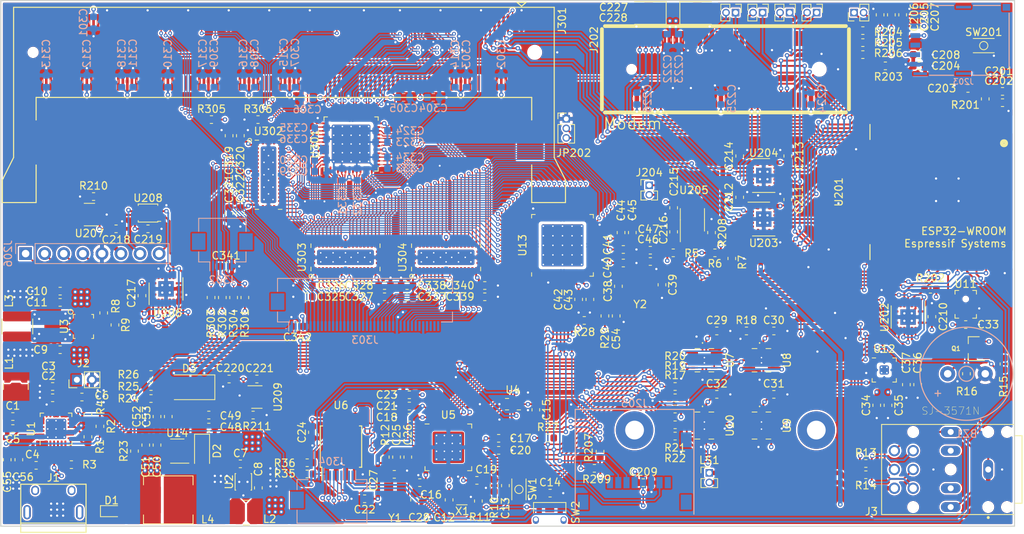
<source format=kicad_pcb>
(kicad_pcb (version 20171130) (host pcbnew "(5.1.0-0)")
  (layers (0 F.Cu signal) (1 GND power) (2 PWR power) (31 B.Cu signal) (34 B.Paste user) (35 F.Paste user) (36 B.SilkS user) (37 F.SilkS user) (38 B.Mask user) (39 F.Mask user) (44 Edge.Cuts user))
  (net 0 "")
  (net 1 GND)
  (net 2 +3V3)
  (net 3 +1V8)
  (net 4 GPIO_13)
  (net 5 GPIO_18)
  (net 6 GPIO_23)
  (net 7 JTAG_TCK)
  (net 8 JTAG_TDO)
  (net 9 JTAG_TMS)
  (net 10 JTAG_TDI)
  (net 11 "Net-(L2-Pad1)")
  (net 12 "Net-(Q1-Pad1)")
  (net 13 "Net-(BZ1-Pad1)")
  (net 14 WAKE)
  (net 15 RESET)
  (net 16 "Net-(R2-Pad2)")
  (net 17 "Net-(C1-Pad1)")
  (net 18 "Net-(C1-Pad2)")
  (net 19 VBUS)
  (net 20 "Net-(C5-Pad1)")
  (net 21 "Net-(C6-Pad1)")
  (net 22 "Net-(D1-Pad1)")
  (net 23 "Net-(J1-Pad2)")
  (net 24 "Net-(J1-Pad3)")
  (net 25 "Net-(J1-Pad6)")
  (net 26 PWM2.1)
  (net 27 PWM0.1)
  (net 28 UART0.TX)
  (net 29 UART0.RX)
  (net 30 "Net-(L3-Pad1)")
  (net 31 "Net-(L3-Pad2)")
  (net 32 "Net-(R1-Pad1)")
  (net 33 "Net-(R3-Pad1)")
  (net 34 "Net-(R8-Pad2)")
  (net 35 PWM1.1)
  (net 36 SPI1.SS0)
  (net 37 SPI1.MOSI)
  (net 38 SPI1.MISO)
  (net 39 SPI1.SCK)
  (net 40 SPI1.SS2)
  (net 41 SPI1.SS3)
  (net 42 "Net-(U7-Pad3)")
  (net 43 "Net-(U7-Pad12)")
  (net 44 "Net-(U8-Pad6)")
  (net 45 "Net-(U10-Pad11)")
  (net 46 /SPK_VO-)
  (net 47 /SPK_VO+)
  (net 48 "Net-(C38-Pad1)")
  (net 49 "Net-(C39-Pad1)")
  (net 50 "Net-(C46-Pad1)")
  (net 51 "Net-(D2-Pad2)")
  (net 52 /SPK_GAIN)
  (net 53 /EAR_VO+)
  (net 54 "Net-(R15-Pad2)")
  (net 55 GPIO_20)
  (net 56 GPIO_0)
  (net 57 GPIO_22)
  (net 58 /SPK_EN)
  (net 59 /SPK_CLK)
  (net 60 "Net-(U10-Pad14)")
  (net 61 "Net-(C203-Pad1)")
  (net 62 "Net-(C204-Pad1)")
  (net 63 "Net-(C205-Pad1)")
  (net 64 "Net-(C206-Pad1)")
  (net 65 "Net-(C207-Pad1)")
  (net 66 +VSYS)
  (net 67 "Net-(J202-Pad10)")
  (net 68 "Net-(J202-Pad12)")
  (net 69 "Net-(J202-Pad14)")
  (net 70 "Net-(JP201-Pad1)")
  (net 71 FT813.GPIO0)
  (net 72 FT813.GPIO1)
  (net 73 FT813.GPIO3)
  (net 74 /periph/Quectel.UART.RXD)
  (net 75 /periph/Quectel.UART.TXD)
  (net 76 /periph/Quectel.UART.RI)
  (net 77 /periph/SIMCom.UART.TXD)
  (net 78 /periph/Quectel.UART.DTR)
  (net 79 /periph/SIMCom.UART.RI)
  (net 80 /periph/SIMCom.UART.DTR)
  (net 81 /periph/ESP32.U2.RXD)
  (net 82 /periph/ESP32.U2.TXD)
  (net 83 /periph/Modem.PCM.CLK)
  (net 84 /periph/Modem.PCM.DO)
  (net 85 /periph/Modem.PCM.DI)
  (net 86 /periph/Modem.PCM.SYNC)
  (net 87 "Net-(C54-Pad1)")
  (net 88 /periph/ESP32.U2.DTR)
  (net 89 /periph/ESP32.U2.RI)
  (net 90 /periph/ESP32.PCM.SYNC)
  (net 91 /periph/ESP32.PCM.DO)
  (net 92 /periph/ESP32.PCM.CLK)
  (net 93 /periph/ESP32.PCM.DI)
  (net 94 "Net-(C216-Pad1)")
  (net 95 "Net-(J204-Pad1)")
  (net 96 "Net-(J204-Pad2)")
  (net 97 "Net-(J205-Pad9)")
  (net 98 /periph/ESP32.VSPI.SS0)
  (net 99 /periph/ESP32.VSPI.MOSI)
  (net 100 /periph/ESP32.VSPI.MISO)
  (net 101 /periph/CAM.MOSI)
  (net 102 /periph/CAM.MISO)
  (net 103 /periph/CAM.SCK)
  (net 104 /periph/CAM.PWR)
  (net 105 /periph/CAM.SDA)
  (net 106 /periph/CAM.SCL)
  (net 107 "Net-(C301-Pad1)")
  (net 108 ESP32.HSPI.MOSI)
  (net 109 ESP32.HSPI.SCK)
  (net 110 ESP32.HSPI.MISO)
  (net 111 ESP32.HSPI.SS0)
  (net 112 "Net-(C221-Pad2)")
  (net 113 ESP32.IO36)
  (net 114 ESP32.IO27)
  (net 115 DISP_LED_A)
  (net 116 DISP_LED_K)
  (net 117 FT813_PCLK)
  (net 118 FT813_R0)
  (net 119 FT813_R2)
  (net 120 FT813_R1)
  (net 121 FT813_R3)
  (net 122 FT813_R4)
  (net 123 FT813_R6)
  (net 124 FT813_R5)
  (net 125 FT813_R7)
  (net 126 FT813_G0)
  (net 127 FT813_G2)
  (net 128 FT813_G1)
  (net 129 FT813_G3)
  (net 130 FT813_G4)
  (net 131 FT813_G6)
  (net 132 FT813_G5)
  (net 133 FT813_G7)
  (net 134 FT813_B0)
  (net 135 FT813_B2)
  (net 136 FT813_B1)
  (net 137 FT813_B3)
  (net 138 FT813_B4)
  (net 139 FT813_B6)
  (net 140 FT813_B5)
  (net 141 FT813_B7)
  (net 142 FT813_DISP)
  (net 143 FT813_VSYNC)
  (net 144 FT813_HSYNC)
  (net 145 FT813_DE)
  (net 146 FT813_CTP_INT)
  (net 147 FT813_CTP_RST)
  (net 148 FT813_CTP_SCL)
  (net 149 FT813_CTP_SDA)
  (net 150 iMX8_I2C1_SCL)
  (net 151 iMX8_I2C1_SDA)
  (net 152 iMX8_GPIO3_IO13)
  (net 153 iMX8_GPIO3_IO12)
  (net 154 iMX8_GPIO3_IO11)
  (net 155 iMX8_PWM1)
  (net 156 /exp/CTP_INT)
  (net 157 /exp/CTP_RST)
  (net 158 /exp/CTP_SDA)
  (net 159 /exp/CTP_SCL)
  (net 160 /exp/DISP_DE)
  (net 161 /exp/DISP_VSYNC)
  (net 162 /exp/DISP_HSYNC)
  (net 163 /exp/DISP_EN)
  (net 164 /exp/DISP_PCLK)
  (net 165 /exp/DISP_B7)
  (net 166 /exp/DISP_B6)
  (net 167 /exp/DISP_B5)
  (net 168 /exp/DISP_B4)
  (net 169 /exp/DISP_B3)
  (net 170 /exp/DISP_B2)
  (net 171 /exp/DISP_B1)
  (net 172 /exp/DISP_B0)
  (net 173 /exp/DISP_G7)
  (net 174 /exp/DISP_G6)
  (net 175 /exp/DISP_G5)
  (net 176 /exp/DISP_G4)
  (net 177 /exp/DISP_G3)
  (net 178 /exp/DISP_G2)
  (net 179 /exp/DISP_G1)
  (net 180 /exp/DISP_G0)
  (net 181 /exp/DISP_R7)
  (net 182 /exp/DISP_R6)
  (net 183 /exp/DISP_R5)
  (net 184 /exp/DISP_R4)
  (net 185 /exp/DISP_R3)
  (net 186 /exp/DISP_R2)
  (net 187 /exp/DISP_R1)
  (net 188 /exp/DISP_R0)
  (net 189 BL_PWM)
  (net 190 FT813_BL_PWM)
  (net 191 /exp/LVDS_R7)
  (net 192 /exp/LVDS_G0)
  (net 193 /exp/LVDS_G1)
  (net 194 /exp/LVDS_G2)
  (net 195 /exp/LVDS_G3)
  (net 196 /exp/LVDS_G4)
  (net 197 /exp/LVDS_G5)
  (net 198 /exp/LVDS_G6)
  (net 199 /exp/LVDS_G7)
  (net 200 /exp/LVDS_B0)
  (net 201 /exp/LVDS_B1)
  (net 202 /exp/LVDS_B2)
  (net 203 /exp/LVDS_B3)
  (net 204 /exp/LVDS_B4)
  (net 205 /exp/LVDS_B5)
  (net 206 /exp/LVDS_B6)
  (net 207 /exp/LVDS_B7)
  (net 208 /exp/LVDS_HSYNC)
  (net 209 /exp/LVDS_VSYNC)
  (net 210 /exp/LVDS_DE)
  (net 211 /exp/LVDS_R0)
  (net 212 /exp/LVDS_R1)
  (net 213 /exp/LVDS_R2)
  (net 214 /exp/LVDS_CLKOUT)
  (net 215 /exp/LVDS_R3)
  (net 216 /exp/LVDS_R4)
  (net 217 /exp/LVDS_R5)
  (net 218 /exp/LVDS_R6)
  (net 219 /PLL_AVSS)
  (net 220 /PLL_AVDD)
  (net 221 /XTAL_XI)
  (net 222 /XTAL_XO)
  (net 223 /QSPI_CS)
  (net 224 /QSPI_DQ_3)
  (net 225 /QSPI_DQ_2)
  (net 226 /QSPI_DQ_1)
  (net 227 /QSPI_DQ_0)
  (net 228 /PSD_LFALTCLK)
  (net 229 /QSPI_CLK)
  (net 230 "Net-(J1-Pad4)")
  (net 231 "Net-(J202-Pad1)")
  (net 232 "Net-(J202-Pad3)")
  (net 233 "Net-(J202-Pad5)")
  (net 234 "Net-(J202-Pad6)")
  (net 235 "Net-(J202-Pad7)")
  (net 236 "Net-(J202-Pad16)")
  (net 237 "Net-(J202-Pad20)")
  (net 238 "Net-(J202-Pad22)")
  (net 239 "Net-(J202-Pad23)")
  (net 240 "Net-(J202-Pad25)")
  (net 241 "Net-(J202-Pad28)")
  (net 242 "Net-(J202-Pad30)")
  (net 243 "Net-(J202-Pad32)")
  (net 244 "Net-(J202-Pad33)")
  (net 245 "Net-(J202-Pad42)")
  (net 246 "Net-(J202-Pad48)")
  (net 247 "Net-(J203-Pad6)")
  (net 248 "Net-(J205-Pad8)")
  (net 249 "Net-(J301-Pad3)")
  (net 250 "Net-(J301-Pad21)")
  (net 251 "Net-(J301-Pad23)")
  (net 252 "Net-(J301-Pad25)")
  (net 253 "Net-(J301-Pad27)")
  (net 254 "Net-(J301-Pad29)")
  (net 255 "Net-(J301-Pad31)")
  (net 256 "Net-(J301-Pad43)")
  (net 257 "Net-(J301-Pad49)")
  (net 258 "Net-(J301-Pad61)")
  (net 259 "Net-(J301-Pad63)")
  (net 260 "Net-(J301-Pad65)")
  (net 261 "Net-(J301-Pad67)")
  (net 262 "Net-(J301-Pad69)")
  (net 263 "Net-(J301-Pad73)")
  (net 264 "Net-(J301-Pad77)")
  (net 265 "Net-(J301-Pad79)")
  (net 266 "Net-(J301-Pad81)")
  (net 267 "Net-(J301-Pad83)")
  (net 268 "Net-(J301-Pad85)")
  (net 269 "Net-(J301-Pad89)")
  (net 270 "Net-(J301-Pad91)")
  (net 271 "Net-(J301-Pad93)")
  (net 272 "Net-(J301-Pad95)")
  (net 273 "Net-(J301-Pad97)")
  (net 274 "Net-(J301-Pad99)")
  (net 275 "Net-(J301-Pad101)")
  (net 276 "Net-(J301-Pad103)")
  (net 277 "Net-(J301-Pad107)")
  (net 278 "Net-(J301-Pad109)")
  (net 279 "Net-(J301-Pad111)")
  (net 280 "Net-(J301-Pad113)")
  (net 281 "Net-(J301-Pad115)")
  (net 282 "Net-(J301-Pad117)")
  (net 283 "Net-(J301-Pad119)")
  (net 284 "Net-(J301-Pad121)")
  (net 285 "Net-(J301-Pad125)")
  (net 286 "Net-(J301-Pad127)")
  (net 287 "Net-(J301-Pad131)")
  (net 288 "Net-(J301-Pad133)")
  (net 289 "Net-(J301-Pad137)")
  (net 290 "Net-(J301-Pad139)")
  (net 291 "Net-(J301-Pad143)")
  (net 292 "Net-(J301-Pad145)")
  (net 293 "Net-(J301-Pad147)")
  (net 294 "Net-(J301-Pad157)")
  (net 295 "Net-(J301-Pad161)")
  (net 296 "Net-(J301-Pad163)")
  (net 297 "Net-(J301-Pad165)")
  (net 298 "Net-(J301-Pad167)")
  (net 299 "Net-(J301-Pad169)")
  (net 300 "Net-(J301-Pad171)")
  (net 301 "Net-(J301-Pad173)")
  (net 302 "Net-(J301-Pad175)")
  (net 303 "Net-(J301-Pad179)")
  (net 304 "Net-(J301-Pad181)")
  (net 305 "Net-(J301-Pad185)")
  (net 306 "Net-(J301-Pad187)")
  (net 307 "Net-(J301-Pad189)")
  (net 308 "Net-(J301-Pad191)")
  (net 309 "Net-(J301-Pad193)")
  (net 310 "Net-(J301-Pad195)")
  (net 311 "Net-(J301-Pad197)")
  (net 312 "Net-(J301-Pad199)")
  (net 313 "Net-(J301-Pad201)")
  (net 314 "Net-(J301-Pad203)")
  (net 315 "Net-(J301-Pad2)")
  (net 316 "Net-(J301-Pad4)")
  (net 317 "Net-(J301-Pad6)")
  (net 318 "Net-(J301-Pad8)")
  (net 319 "Net-(J301-Pad12)")
  (net 320 "Net-(J301-Pad14)")
  (net 321 "Net-(J301-Pad16)")
  (net 322 "Net-(J301-Pad18)")
  (net 323 "Net-(J301-Pad20)")
  (net 324 "Net-(J301-Pad22)")
  (net 325 "Net-(J301-Pad24)")
  (net 326 "Net-(J301-Pad26)")
  (net 327 "Net-(J301-Pad30)")
  (net 328 "Net-(J301-Pad32)")
  (net 329 "Net-(J301-Pad34)")
  (net 330 "Net-(J301-Pad36)")
  (net 331 "Net-(J301-Pad38)")
  (net 332 "Net-(J301-Pad40)")
  (net 333 "Net-(J301-Pad42)")
  (net 334 "Net-(J301-Pad44)")
  (net 335 "Net-(J301-Pad48)")
  (net 336 "Net-(J301-Pad50)")
  (net 337 "Net-(J301-Pad52)")
  (net 338 "Net-(J301-Pad54)")
  (net 339 "Net-(J301-Pad56)")
  (net 340 "Net-(J301-Pad62)")
  (net 341 "Net-(J301-Pad66)")
  (net 342 "Net-(J301-Pad68)")
  (net 343 "Net-(J301-Pad70)")
  (net 344 "Net-(J301-Pad72)")
  (net 345 "Net-(J301-Pad74)")
  (net 346 "Net-(J301-Pad76)")
  (net 347 "Net-(J301-Pad80)")
  (net 348 "Net-(J301-Pad82)")
  (net 349 "Net-(J301-Pad84)")
  (net 350 "Net-(J301-Pad86)")
  (net 351 "Net-(J301-Pad92)")
  (net 352 "Net-(J301-Pad94)")
  (net 353 "Net-(J301-Pad98)")
  (net 354 "Net-(J301-Pad100)")
  (net 355 "Net-(J301-Pad102)")
  (net 356 "Net-(J301-Pad104)")
  (net 357 "Net-(J301-Pad106)")
  (net 358 "Net-(J301-Pad108)")
  (net 359 "Net-(J301-Pad110)")
  (net 360 "Net-(J301-Pad112)")
  (net 361 "Net-(J301-Pad116)")
  (net 362 "Net-(J301-Pad118)")
  (net 363 "Net-(J301-Pad120)")
  (net 364 "Net-(J301-Pad122)")
  (net 365 "Net-(J301-Pad124)")
  (net 366 "Net-(J301-Pad126)")
  (net 367 "Net-(J301-Pad128)")
  (net 368 "Net-(J301-Pad130)")
  (net 369 "Net-(J301-Pad134)")
  (net 370 "Net-(J301-Pad136)")
  (net 371 "Net-(J301-Pad138)")
  (net 372 "Net-(J301-Pad140)")
  (net 373 "Net-(J301-Pad142)")
  (net 374 "Net-(J301-Pad144)")
  (net 375 "Net-(J301-Pad146)")
  (net 376 "Net-(J301-Pad148)")
  (net 377 "Net-(J301-Pad152)")
  (net 378 "Net-(J301-Pad156)")
  (net 379 "Net-(J301-Pad158)")
  (net 380 "Net-(J301-Pad160)")
  (net 381 "Net-(J301-Pad162)")
  (net 382 "Net-(J301-Pad164)")
  (net 383 "Net-(J301-Pad166)")
  (net 384 "Net-(J301-Pad170)")
  (net 385 "Net-(J301-Pad172)")
  (net 386 "Net-(J301-Pad174)")
  (net 387 "Net-(J301-Pad180)")
  (net 388 "Net-(J301-Pad182)")
  (net 389 "Net-(J301-Pad184)")
  (net 390 "Net-(J301-Pad188)")
  (net 391 "Net-(J301-Pad190)")
  (net 392 "Net-(J301-Pad192)")
  (net 393 "Net-(J301-Pad194)")
  (net 394 "Net-(J301-Pad196)")
  (net 395 "Net-(J301-Pad198)")
  (net 396 "Net-(J301-Pad202)")
  (net 397 "Net-(J303-Pad35)")
  (net 398 "Net-(J303-Pad37)")
  (net 399 "Net-(J303-Pad38)")
  (net 400 "Net-(J303-Pad39)")
  (net 401 "Net-(J303-Pad40)")
  (net 402 "Net-(U1-Pad24)")
  (net 403 "Net-(U5-Pad17)")
  (net 404 "Net-(U5-Pad22)")
  (net 405 "Net-(U8-Pad11)")
  (net 406 "Net-(U9-Pad1)")
  (net 407 "Net-(U9-Pad2)")
  (net 408 "Net-(U9-Pad3)")
  (net 409 "Net-(U9-Pad4)")
  (net 410 "Net-(U9-Pad5)")
  (net 411 "Net-(U9-Pad6)")
  (net 412 "Net-(U9-Pad7)")
  (net 413 "Net-(U9-Pad15)")
  (net 414 "Net-(U10-Pad15)")
  (net 415 "Net-(U10-Pad7)")
  (net 416 "Net-(U10-Pad6)")
  (net 417 "Net-(U10-Pad5)")
  (net 418 "Net-(U10-Pad4)")
  (net 419 "Net-(U10-Pad3)")
  (net 420 "Net-(U10-Pad2)")
  (net 421 "Net-(U10-Pad1)")
  (net 422 "Net-(U13-Pad3)")
  (net 423 "Net-(U13-Pad12)")
  (net 424 "Net-(U201-Pad32)")
  (net 425 "Net-(U201-Pad22)")
  (net 426 "Net-(U201-Pad21)")
  (net 427 "Net-(U201-Pad20)")
  (net 428 "Net-(U201-Pad19)")
  (net 429 "Net-(U201-Pad18)")
  (net 430 "Net-(U201-Pad17)")
  (net 431 "Net-(U203-Pad6)")
  (net 432 "Net-(U203-Pad9)")
  (net 433 "Net-(U204-Pad9)")
  (net 434 "Net-(U204-Pad6)")
  (net 435 "Net-(U207-Pad5)")
  (net 436 "Net-(U207-Pad4)")
  (net 437 "Net-(U209-Pad5)")
  (net 438 "Net-(U302-Pad2)")
  (net 439 "Net-(U302-Pad3)")
  (net 440 "Net-(U302-Pad39)")
  (net 441 "Net-(U302-Pad40)")
  (net 442 "Net-(U302-Pad41)")
  (net 443 "Net-(U302-Pad42)")
  (net 444 "Net-(X1-Pad1)")
  (net 445 ESP32.TXD0)
  (net 446 ESP32.RXD0)
  (net 447 TPS.VOUT)
  (net 448 "Net-(JP202-Pad2)")
  (net 449 "Net-(J3-Pad2)")
  (net 450 "Net-(J3-Pad4)")
  (net 451 "Net-(J3-Pad6)")
  (net 452 "Net-(J3-Pad10)")
  (net 453 "Net-(J3-Pad11)")
  (net 454 iMX8_LVDS0_CLK_P)
  (net 455 iMX8_LVDS0_CLK_N)
  (net 456 iMX8_LVDS0_A0_P)
  (net 457 iMX8_LVDS0_A0_N)
  (net 458 iMX8_LVDS0_A1_P)
  (net 459 iMX8_LVDS0_A1_N)
  (net 460 iMX8_LVDS0_A2_P)
  (net 461 iMX8_LVDS0_A2_N)
  (net 462 iMX8_LVDS0_A3_P)
  (net 463 iMX8_LVDS0_A3_N)
  (net 464 /periph/ESP32.VSPI.SCK)
  (net 465 "Net-(J301-Pad155)")
  (net 466 iMX8_GPIO5_IO25)
  (net 467 iMX8_GPIO2_IO17)
  (net 468 iMX8_GPIO2_IO18)
  (net 469 "Net-(J301-Pad154)")
  (net 470 "Net-(J301-Pad200)")
  (net 471 iMX8_USB1_D_P)
  (net 472 iMX8_USB1_D_N)
  (net 473 iMX8_GPIO5_IO28)
  (net 474 "Net-(J301-Pad60)")
  (net 475 "Net-(J205-Pad1)")
  (net 476 PWM1.2)
  (net 477 GPIO_12)
  (net 478 "Net-(C55-Pad1)")
  (net 479 TMUX.I2C0.SCL)
  (net 480 TMUX.I2C0.SDA)
  (net 481 ESP32.IO39)
  (net 482 /I2S_SD_OUT)
  (net 483 /I2S_SD_IN)
  (module footprints:Texas_R-PWQFN-N42 (layer F.Cu) (at 132.85 95)
    (fp_text reference U302 (at 0 -5.8) (layer F.SilkS))
    (fp_text value TS3DDR3812)
    (pad 43 thru_hole circle (at 0 0.75) (size 0.5 0.5) (drill 0.2) (layers *.Cu) (net 1 GND))
    (pad 43 thru_hole circle (at 0 -0.75) (size 0.5 0.5) (drill 0.2) (layers *.Cu) (net 1 GND))
    (pad 43 thru_hole circle (at 0 -2.55) (size 0.5 0.5) (drill 0.2) (layers *.Cu) (net 1 GND))
    (pad 43 thru_hole circle (at 0 2.55) (size 0.5 0.5) (drill 0.2) (layers *.Cu) (net 1 GND))
    (pad 43 thru_hole circle (at 0.6 1.65) (size 0.5 0.5) (drill 0.2) (layers *.Cu) (net 1 GND))
    (pad 43 thru_hole circle (at -0.6 1.65) (size 0.5 0.5) (drill 0.2) (layers *.Cu) (net 1 GND))
    (pad 43 thru_hole circle (at -0.6 -1.65) (size 0.5 0.5) (drill 0.2) (layers *.Cu) (net 1 GND))
    (pad 43 thru_hole circle (at 0.6 -1.65) (size 0.5 0.5) (drill 0.2) (layers *.Cu) (net 1 GND))
    (pad 43 thru_hole circle (at 0.6 0) (size 0.5 0.5) (drill 0.2) (layers *.Cu) (net 1 GND))
    (pad 43 thru_hole circle (at -0.6 3.3) (size 0.5 0.5) (drill 0.2) (layers *.Cu) (net 1 GND))
    (pad 43 thru_hole circle (at 0.6 3.3) (size 0.5 0.5) (drill 0.2) (layers *.Cu) (net 1 GND))
    (pad 43 thru_hole circle (at 0.6 -3.3) (size 0.5 0.5) (drill 0.2) (layers *.Cu) (net 1 GND))
    (pad 43 thru_hole circle (at -0.6 -3.3) (size 0.5 0.5) (drill 0.2) (layers *.Cu) (net 1 GND))
    (pad 43 thru_hole circle (at -0.6 0) (size 0.5 0.5) (drill 0.2) (layers *.Cu) (net 1 GND))
    (pad 43 smd roundrect (at 0 0) (size 2.05 7.55) (layers B.Cu) (roundrect_rratio 0.122) (net 1 GND))
    (pad 43 smd roundrect (at 0 0) (size 2.05 7.55) (layers F.Cu F.Mask) (roundrect_rratio 0.122) (net 1 GND))
    (pad 42 smd roundrect (at -0.75 -4.475) (size 0.3 0.85) (layers F.Cu F.Paste F.Mask) (roundrect_rratio 0.208) (net 443 "Net-(U302-Pad42)"))
    (pad 41 smd roundrect (at -0.25 -4.475) (size 0.3 0.85) (layers F.Cu F.Paste F.Mask) (roundrect_rratio 0.208) (net 442 "Net-(U302-Pad41)"))
    (pad 40 smd roundrect (at 0.25 -4.475) (size 0.3 0.85) (layers F.Cu F.Paste F.Mask) (roundrect_rratio 0.208) (net 441 "Net-(U302-Pad40)"))
    (pad 39 smd roundrect (at 0.75 -4.475) (size 0.3 0.85) (layers F.Cu F.Paste F.Mask) (roundrect_rratio 0.208) (net 440 "Net-(U302-Pad39)"))
    (pad 38 smd roundrect (at 1.725 -4) (size 0.85 0.3) (layers F.Cu F.Paste F.Mask) (roundrect_rratio 0.208) (net 153 iMX8_GPIO3_IO12))
    (pad 37 smd roundrect (at 1.725 -3.5) (size 0.85 0.3) (layers F.Cu F.Paste F.Mask) (roundrect_rratio 0.208) (net 147 FT813_CTP_RST))
    (pad 36 smd roundrect (at 1.725 -3) (size 0.85 0.3) (layers F.Cu F.Paste F.Mask) (roundrect_rratio 0.208) (net 154 iMX8_GPIO3_IO11))
    (pad 35 smd roundrect (at 1.725 -2.5) (size 0.85 0.3) (layers F.Cu F.Paste F.Mask) (roundrect_rratio 0.208) (net 146 FT813_CTP_INT))
    (pad 34 smd roundrect (at 1.725 -2) (size 0.85 0.3) (layers F.Cu F.Paste F.Mask) (roundrect_rratio 0.208) (net 150 iMX8_I2C1_SCL))
    (pad 33 smd roundrect (at 1.725 -1.5) (size 0.85 0.3) (layers F.Cu F.Paste F.Mask) (roundrect_rratio 0.208) (net 148 FT813_CTP_SCL))
    (pad 32 smd roundrect (at 1.725 -1) (size 0.85 0.3) (layers F.Cu F.Paste F.Mask) (roundrect_rratio 0.208) (net 151 iMX8_I2C1_SDA))
    (pad 31 smd roundrect (at 1.725 -0.5) (size 0.85 0.3) (layers F.Cu F.Paste F.Mask) (roundrect_rratio 0.208) (net 149 FT813_CTP_SDA))
    (pad 30 smd roundrect (at 1.725 0) (size 0.85 0.3) (layers F.Cu F.Paste F.Mask) (roundrect_rratio 0.208) (net 2 +3V3))
    (pad 29 smd roundrect (at 1.725 0.5) (size 0.85 0.3) (layers F.Cu F.Paste F.Mask) (roundrect_rratio 0.208) (net 155 iMX8_PWM1))
    (pad 28 smd roundrect (at 1.725 1) (size 0.85 0.3) (layers F.Cu F.Paste F.Mask) (roundrect_rratio 0.208) (net 190 FT813_BL_PWM))
    (pad 27 smd roundrect (at 1.725 1.5) (size 0.85 0.3) (layers F.Cu F.Paste F.Mask) (roundrect_rratio 0.208) (net 211 /exp/LVDS_R0))
    (pad 26 smd roundrect (at 1.725 2) (size 0.85 0.3) (layers F.Cu F.Paste F.Mask) (roundrect_rratio 0.208) (net 118 FT813_R0))
    (pad 25 smd roundrect (at 1.725 2.5) (size 0.85 0.3) (layers F.Cu F.Paste F.Mask) (roundrect_rratio 0.208) (net 212 /exp/LVDS_R1))
    (pad 24 smd roundrect (at 1.725 3) (size 0.85 0.3) (layers F.Cu F.Paste F.Mask) (roundrect_rratio 0.208) (net 120 FT813_R1))
    (pad 23 smd roundrect (at 1.725 3.5) (size 0.85 0.3) (layers F.Cu F.Paste F.Mask) (roundrect_rratio 0.208) (net 213 /exp/LVDS_R2))
    (pad 22 smd roundrect (at 1.725 4) (size 0.85 0.3) (layers F.Cu F.Paste F.Mask) (roundrect_rratio 0.208) (net 119 FT813_R2))
    (pad 21 smd roundrect (at 0.75 4.475) (size 0.3 0.85) (layers F.Cu F.Paste F.Mask) (roundrect_rratio 0.208) (net 215 /exp/LVDS_R3))
    (pad 20 smd roundrect (at 0.25 4.475) (size 0.3 0.85) (layers F.Cu F.Paste F.Mask) (roundrect_rratio 0.208) (net 121 FT813_R3))
    (pad 19 smd roundrect (at -0.25 4.475) (size 0.3 0.85) (layers F.Cu F.Paste F.Mask) (roundrect_rratio 0.208) (net 216 /exp/LVDS_R4))
    (pad 18 smd roundrect (at -0.75 4.475) (size 0.3 0.85) (layers F.Cu F.Paste F.Mask) (roundrect_rratio 0.208) (net 122 FT813_R4))
    (pad 17 smd roundrect (at -1.725 4) (size 0.85 0.3) (layers F.Cu F.Paste F.Mask) (roundrect_rratio 0.208) (net 2 +3V3))
    (pad 16 smd roundrect (at -1.725 3.5) (size 0.85 0.3) (layers F.Cu F.Paste F.Mask) (roundrect_rratio 0.208) (net 184 /exp/DISP_R4))
    (pad 15 smd roundrect (at -1.725 3) (size 0.85 0.3) (layers F.Cu F.Paste F.Mask) (roundrect_rratio 0.208) (net 185 /exp/DISP_R3))
    (pad 14 smd roundrect (at -1.725 2.5) (size 0.85 0.3) (layers F.Cu F.Paste F.Mask) (roundrect_rratio 0.208) (net 186 /exp/DISP_R2))
    (pad 13 smd roundrect (at -1.725 2) (size 0.85 0.3) (layers F.Cu F.Paste F.Mask) (roundrect_rratio 0.208) (net 187 /exp/DISP_R1))
    (pad 12 smd roundrect (at -1.725 1.5) (size 0.85 0.3) (layers F.Cu F.Paste F.Mask) (roundrect_rratio 0.208) (net 188 /exp/DISP_R0))
    (pad 11 smd roundrect (at -1.725 1) (size 0.85 0.3) (layers F.Cu F.Paste F.Mask) (roundrect_rratio 0.208) (net 189 BL_PWM))
    (pad 10 smd roundrect (at -1.725 0.5) (size 0.85 0.3) (layers F.Cu F.Paste F.Mask) (roundrect_rratio 0.208) (net 152 iMX8_GPIO3_IO13))
    (pad 9 smd roundrect (at -1.725 0) (size 0.85 0.3) (layers F.Cu F.Paste F.Mask) (roundrect_rratio 0.208) (net 152 iMX8_GPIO3_IO13))
    (pad 8 smd roundrect (at -1.725 -0.5) (size 0.85 0.3) (layers F.Cu F.Paste F.Mask) (roundrect_rratio 0.208) (net 2 +3V3))
    (pad 7 smd roundrect (at -1.725 -1) (size 0.85 0.3) (layers F.Cu F.Paste F.Mask) (roundrect_rratio 0.208) (net 158 /exp/CTP_SDA))
    (pad 6 smd roundrect (at -1.725 -1.5) (size 0.85 0.3) (layers F.Cu F.Paste F.Mask) (roundrect_rratio 0.208) (net 159 /exp/CTP_SCL))
    (pad 5 smd roundrect (at -1.725 -2) (size 0.85 0.3) (layers F.Cu F.Paste F.Mask) (roundrect_rratio 0.208) (net 156 /exp/CTP_INT))
    (pad 4 smd roundrect (at -1.725 -2.5) (size 0.85 0.3) (layers F.Cu F.Paste F.Mask) (roundrect_rratio 0.208) (net 157 /exp/CTP_RST))
    (pad 3 smd roundrect (at -1.725 -3) (size 0.85 0.3) (layers F.Cu F.Paste F.Mask) (roundrect_rratio 0.208) (net 439 "Net-(U302-Pad3)"))
    (pad 2 smd roundrect (at -1.725 -3.5) (size 0.85 0.3) (layers F.Cu F.Paste F.Mask) (roundrect_rratio 0.208) (net 438 "Net-(U302-Pad2)"))
    (pad 1 smd roundrect (at -1.725 -4) (size 0.85 0.3) (layers F.Cu F.Paste F.Mask) (roundrect_rratio 0.208) (net 2 +3V3))
  )
  (module footprints:Texas_R-PWQFN-N42 (layer F.Cu) (at 143.1 106 90)
    (fp_text reference U303 (at 0 -5.8 90) (layer F.SilkS))
    (fp_text value TS3DDR3812)
    (pad 43 thru_hole circle (at 0 0.75 90) (size 0.5 0.5) (drill 0.2) (layers *.Cu) (net 1 GND))
    (pad 43 thru_hole circle (at 0 -0.75 90) (size 0.5 0.5) (drill 0.2) (layers *.Cu) (net 1 GND))
    (pad 43 thru_hole circle (at 0 -2.55 90) (size 0.5 0.5) (drill 0.2) (layers *.Cu) (net 1 GND))
    (pad 43 thru_hole circle (at 0 2.55 90) (size 0.5 0.5) (drill 0.2) (layers *.Cu) (net 1 GND))
    (pad 43 thru_hole circle (at 0.6 1.65 90) (size 0.5 0.5) (drill 0.2) (layers *.Cu) (net 1 GND))
    (pad 43 thru_hole circle (at -0.6 1.65 90) (size 0.5 0.5) (drill 0.2) (layers *.Cu) (net 1 GND))
    (pad 43 thru_hole circle (at -0.6 -1.65 90) (size 0.5 0.5) (drill 0.2) (layers *.Cu) (net 1 GND))
    (pad 43 thru_hole circle (at 0.6 -1.65 90) (size 0.5 0.5) (drill 0.2) (layers *.Cu) (net 1 GND))
    (pad 43 thru_hole circle (at 0.6 0 90) (size 0.5 0.5) (drill 0.2) (layers *.Cu) (net 1 GND))
    (pad 43 thru_hole circle (at -0.6 3.3 90) (size 0.5 0.5) (drill 0.2) (layers *.Cu) (net 1 GND))
    (pad 43 thru_hole circle (at 0.6 3.3 90) (size 0.5 0.5) (drill 0.2) (layers *.Cu) (net 1 GND))
    (pad 43 thru_hole circle (at 0.6 -3.3 90) (size 0.5 0.5) (drill 0.2) (layers *.Cu) (net 1 GND))
    (pad 43 thru_hole circle (at -0.6 -3.3 90) (size 0.5 0.5) (drill 0.2) (layers *.Cu) (net 1 GND))
    (pad 43 thru_hole circle (at -0.6 0 90) (size 0.5 0.5) (drill 0.2) (layers *.Cu) (net 1 GND))
    (pad 43 smd roundrect (at 0 0 90) (size 2.05 7.55) (layers B.Cu) (roundrect_rratio 0.122) (net 1 GND))
    (pad 43 smd roundrect (at 0 0 90) (size 2.05 7.55) (layers F.Cu F.Mask) (roundrect_rratio 0.122) (net 1 GND))
    (pad 42 smd roundrect (at -0.75 -4.475 90) (size 0.3 0.85) (layers F.Cu F.Paste F.Mask) (roundrect_rratio 0.208) (net 124 FT813_R5))
    (pad 41 smd roundrect (at -0.25 -4.475 90) (size 0.3 0.85) (layers F.Cu F.Paste F.Mask) (roundrect_rratio 0.208) (net 217 /exp/LVDS_R5))
    (pad 40 smd roundrect (at 0.25 -4.475 90) (size 0.3 0.85) (layers F.Cu F.Paste F.Mask) (roundrect_rratio 0.208) (net 123 FT813_R6))
    (pad 39 smd roundrect (at 0.75 -4.475 90) (size 0.3 0.85) (layers F.Cu F.Paste F.Mask) (roundrect_rratio 0.208) (net 218 /exp/LVDS_R6))
    (pad 38 smd roundrect (at 1.725 -4 90) (size 0.85 0.3) (layers F.Cu F.Paste F.Mask) (roundrect_rratio 0.208) (net 191 /exp/LVDS_R7))
    (pad 37 smd roundrect (at 1.725 -3.5 90) (size 0.85 0.3) (layers F.Cu F.Paste F.Mask) (roundrect_rratio 0.208) (net 125 FT813_R7))
    (pad 36 smd roundrect (at 1.725 -3 90) (size 0.85 0.3) (layers F.Cu F.Paste F.Mask) (roundrect_rratio 0.208) (net 192 /exp/LVDS_G0))
    (pad 35 smd roundrect (at 1.725 -2.5 90) (size 0.85 0.3) (layers F.Cu F.Paste F.Mask) (roundrect_rratio 0.208) (net 126 FT813_G0))
    (pad 34 smd roundrect (at 1.725 -2 90) (size 0.85 0.3) (layers F.Cu F.Paste F.Mask) (roundrect_rratio 0.208) (net 193 /exp/LVDS_G1))
    (pad 33 smd roundrect (at 1.725 -1.5 90) (size 0.85 0.3) (layers F.Cu F.Paste F.Mask) (roundrect_rratio 0.208) (net 128 FT813_G1))
    (pad 32 smd roundrect (at 1.725 -1 90) (size 0.85 0.3) (layers F.Cu F.Paste F.Mask) (roundrect_rratio 0.208) (net 194 /exp/LVDS_G2))
    (pad 31 smd roundrect (at 1.725 -0.5 90) (size 0.85 0.3) (layers F.Cu F.Paste F.Mask) (roundrect_rratio 0.208) (net 127 FT813_G2))
    (pad 30 smd roundrect (at 1.725 0 90) (size 0.85 0.3) (layers F.Cu F.Paste F.Mask) (roundrect_rratio 0.208) (net 2 +3V3))
    (pad 29 smd roundrect (at 1.725 0.5 90) (size 0.85 0.3) (layers F.Cu F.Paste F.Mask) (roundrect_rratio 0.208) (net 195 /exp/LVDS_G3))
    (pad 28 smd roundrect (at 1.725 1 90) (size 0.85 0.3) (layers F.Cu F.Paste F.Mask) (roundrect_rratio 0.208) (net 129 FT813_G3))
    (pad 27 smd roundrect (at 1.725 1.5 90) (size 0.85 0.3) (layers F.Cu F.Paste F.Mask) (roundrect_rratio 0.208) (net 196 /exp/LVDS_G4))
    (pad 26 smd roundrect (at 1.725 2 90) (size 0.85 0.3) (layers F.Cu F.Paste F.Mask) (roundrect_rratio 0.208) (net 130 FT813_G4))
    (pad 25 smd roundrect (at 1.725 2.5 90) (size 0.85 0.3) (layers F.Cu F.Paste F.Mask) (roundrect_rratio 0.208) (net 197 /exp/LVDS_G5))
    (pad 24 smd roundrect (at 1.725 3 90) (size 0.85 0.3) (layers F.Cu F.Paste F.Mask) (roundrect_rratio 0.208) (net 132 FT813_G5))
    (pad 23 smd roundrect (at 1.725 3.5 90) (size 0.85 0.3) (layers F.Cu F.Paste F.Mask) (roundrect_rratio 0.208) (net 198 /exp/LVDS_G6))
    (pad 22 smd roundrect (at 1.725 4 90) (size 0.85 0.3) (layers F.Cu F.Paste F.Mask) (roundrect_rratio 0.208) (net 131 FT813_G6))
    (pad 21 smd roundrect (at 0.75 4.475 90) (size 0.3 0.85) (layers F.Cu F.Paste F.Mask) (roundrect_rratio 0.208) (net 199 /exp/LVDS_G7))
    (pad 20 smd roundrect (at 0.25 4.475 90) (size 0.3 0.85) (layers F.Cu F.Paste F.Mask) (roundrect_rratio 0.208) (net 133 FT813_G7))
    (pad 19 smd roundrect (at -0.25 4.475 90) (size 0.3 0.85) (layers F.Cu F.Paste F.Mask) (roundrect_rratio 0.208) (net 200 /exp/LVDS_B0))
    (pad 18 smd roundrect (at -0.75 4.475 90) (size 0.3 0.85) (layers F.Cu F.Paste F.Mask) (roundrect_rratio 0.208) (net 134 FT813_B0))
    (pad 17 smd roundrect (at -1.725 4 90) (size 0.85 0.3) (layers F.Cu F.Paste F.Mask) (roundrect_rratio 0.208) (net 2 +3V3))
    (pad 16 smd roundrect (at -1.725 3.5 90) (size 0.85 0.3) (layers F.Cu F.Paste F.Mask) (roundrect_rratio 0.208) (net 172 /exp/DISP_B0))
    (pad 15 smd roundrect (at -1.725 3 90) (size 0.85 0.3) (layers F.Cu F.Paste F.Mask) (roundrect_rratio 0.208) (net 173 /exp/DISP_G7))
    (pad 14 smd roundrect (at -1.725 2.5 90) (size 0.85 0.3) (layers F.Cu F.Paste F.Mask) (roundrect_rratio 0.208) (net 174 /exp/DISP_G6))
    (pad 13 smd roundrect (at -1.725 2 90) (size 0.85 0.3) (layers F.Cu F.Paste F.Mask) (roundrect_rratio 0.208) (net 175 /exp/DISP_G5))
    (pad 12 smd roundrect (at -1.725 1.5 90) (size 0.85 0.3) (layers F.Cu F.Paste F.Mask) (roundrect_rratio 0.208) (net 176 /exp/DISP_G4))
    (pad 11 smd roundrect (at -1.725 1 90) (size 0.85 0.3) (layers F.Cu F.Paste F.Mask) (roundrect_rratio 0.208) (net 177 /exp/DISP_G3))
    (pad 10 smd roundrect (at -1.725 0.5 90) (size 0.85 0.3) (layers F.Cu F.Paste F.Mask) (roundrect_rratio 0.208) (net 152 iMX8_GPIO3_IO13))
    (pad 9 smd roundrect (at -1.725 0 90) (size 0.85 0.3) (layers F.Cu F.Paste F.Mask) (roundrect_rratio 0.208) (net 152 iMX8_GPIO3_IO13))
    (pad 8 smd roundrect (at -1.725 -0.5 90) (size 0.85 0.3) (layers F.Cu F.Paste F.Mask) (roundrect_rratio 0.208) (net 2 +3V3))
    (pad 7 smd roundrect (at -1.725 -1 90) (size 0.85 0.3) (layers F.Cu F.Paste F.Mask) (roundrect_rratio 0.208) (net 178 /exp/DISP_G2))
    (pad 6 smd roundrect (at -1.725 -1.5 90) (size 0.85 0.3) (layers F.Cu F.Paste F.Mask) (roundrect_rratio 0.208) (net 179 /exp/DISP_G1))
    (pad 5 smd roundrect (at -1.725 -2 90) (size 0.85 0.3) (layers F.Cu F.Paste F.Mask) (roundrect_rratio 0.208) (net 180 /exp/DISP_G0))
    (pad 4 smd roundrect (at -1.725 -2.5 90) (size 0.85 0.3) (layers F.Cu F.Paste F.Mask) (roundrect_rratio 0.208) (net 181 /exp/DISP_R7))
    (pad 3 smd roundrect (at -1.725 -3 90) (size 0.85 0.3) (layers F.Cu F.Paste F.Mask) (roundrect_rratio 0.208) (net 182 /exp/DISP_R6))
    (pad 2 smd roundrect (at -1.725 -3.5 90) (size 0.85 0.3) (layers F.Cu F.Paste F.Mask) (roundrect_rratio 0.208) (net 183 /exp/DISP_R5))
    (pad 1 smd roundrect (at -1.725 -4 90) (size 0.85 0.3) (layers F.Cu F.Paste F.Mask) (roundrect_rratio 0.208) (net 2 +3V3))
  )
  (module footprints:Texas_R-PWQFN-N42 (layer F.Cu) (at 156.5 106 90)
    (fp_text reference U304 (at 0 -5.8 90) (layer F.SilkS))
    (fp_text value TS3DDR3812)
    (pad 43 thru_hole circle (at 0 0.75 90) (size 0.5 0.5) (drill 0.2) (layers *.Cu) (net 1 GND))
    (pad 43 thru_hole circle (at 0 -0.75 90) (size 0.5 0.5) (drill 0.2) (layers *.Cu) (net 1 GND))
    (pad 43 thru_hole circle (at 0 -2.55 90) (size 0.5 0.5) (drill 0.2) (layers *.Cu) (net 1 GND))
    (pad 43 thru_hole circle (at 0 2.55 90) (size 0.5 0.5) (drill 0.2) (layers *.Cu) (net 1 GND))
    (pad 43 thru_hole circle (at 0.6 1.65 90) (size 0.5 0.5) (drill 0.2) (layers *.Cu) (net 1 GND))
    (pad 43 thru_hole circle (at -0.6 1.65 90) (size 0.5 0.5) (drill 0.2) (layers *.Cu) (net 1 GND))
    (pad 43 thru_hole circle (at -0.6 -1.65 90) (size 0.5 0.5) (drill 0.2) (layers *.Cu) (net 1 GND))
    (pad 43 thru_hole circle (at 0.6 -1.65 90) (size 0.5 0.5) (drill 0.2) (layers *.Cu) (net 1 GND))
    (pad 43 thru_hole circle (at 0.6 0 90) (size 0.5 0.5) (drill 0.2) (layers *.Cu) (net 1 GND))
    (pad 43 thru_hole circle (at -0.6 3.3 90) (size 0.5 0.5) (drill 0.2) (layers *.Cu) (net 1 GND))
    (pad 43 thru_hole circle (at 0.6 3.3 90) (size 0.5 0.5) (drill 0.2) (layers *.Cu) (net 1 GND))
    (pad 43 thru_hole circle (at 0.6 -3.3 90) (size 0.5 0.5) (drill 0.2) (layers *.Cu) (net 1 GND))
    (pad 43 thru_hole circle (at -0.6 -3.3 90) (size 0.5 0.5) (drill 0.2) (layers *.Cu) (net 1 GND))
    (pad 43 thru_hole circle (at -0.6 0 90) (size 0.5 0.5) (drill 0.2) (layers *.Cu) (net 1 GND))
    (pad 43 smd roundrect (at 0 0 90) (size 2.05 7.55) (layers B.Cu) (roundrect_rratio 0.122) (net 1 GND))
    (pad 43 smd roundrect (at 0 0 90) (size 2.05 7.55) (layers F.Cu F.Mask) (roundrect_rratio 0.122) (net 1 GND))
    (pad 42 smd roundrect (at -0.75 -4.475 90) (size 0.3 0.85) (layers F.Cu F.Paste F.Mask) (roundrect_rratio 0.208) (net 136 FT813_B1))
    (pad 41 smd roundrect (at -0.25 -4.475 90) (size 0.3 0.85) (layers F.Cu F.Paste F.Mask) (roundrect_rratio 0.208) (net 201 /exp/LVDS_B1))
    (pad 40 smd roundrect (at 0.25 -4.475 90) (size 0.3 0.85) (layers F.Cu F.Paste F.Mask) (roundrect_rratio 0.208) (net 135 FT813_B2))
    (pad 39 smd roundrect (at 0.75 -4.475 90) (size 0.3 0.85) (layers F.Cu F.Paste F.Mask) (roundrect_rratio 0.208) (net 202 /exp/LVDS_B2))
    (pad 38 smd roundrect (at 1.725 -4 90) (size 0.85 0.3) (layers F.Cu F.Paste F.Mask) (roundrect_rratio 0.208) (net 203 /exp/LVDS_B3))
    (pad 37 smd roundrect (at 1.725 -3.5 90) (size 0.85 0.3) (layers F.Cu F.Paste F.Mask) (roundrect_rratio 0.208) (net 137 FT813_B3))
    (pad 36 smd roundrect (at 1.725 -3 90) (size 0.85 0.3) (layers F.Cu F.Paste F.Mask) (roundrect_rratio 0.208) (net 204 /exp/LVDS_B4))
    (pad 35 smd roundrect (at 1.725 -2.5 90) (size 0.85 0.3) (layers F.Cu F.Paste F.Mask) (roundrect_rratio 0.208) (net 138 FT813_B4))
    (pad 34 smd roundrect (at 1.725 -2 90) (size 0.85 0.3) (layers F.Cu F.Paste F.Mask) (roundrect_rratio 0.208) (net 205 /exp/LVDS_B5))
    (pad 33 smd roundrect (at 1.725 -1.5 90) (size 0.85 0.3) (layers F.Cu F.Paste F.Mask) (roundrect_rratio 0.208) (net 140 FT813_B5))
    (pad 32 smd roundrect (at 1.725 -1 90) (size 0.85 0.3) (layers F.Cu F.Paste F.Mask) (roundrect_rratio 0.208) (net 206 /exp/LVDS_B6))
    (pad 31 smd roundrect (at 1.725 -0.5 90) (size 0.85 0.3) (layers F.Cu F.Paste F.Mask) (roundrect_rratio 0.208) (net 139 FT813_B6))
    (pad 30 smd roundrect (at 1.725 0 90) (size 0.85 0.3) (layers F.Cu F.Paste F.Mask) (roundrect_rratio 0.208) (net 2 +3V3))
    (pad 29 smd roundrect (at 1.725 0.5 90) (size 0.85 0.3) (layers F.Cu F.Paste F.Mask) (roundrect_rratio 0.208) (net 207 /exp/LVDS_B7))
    (pad 28 smd roundrect (at 1.725 1 90) (size 0.85 0.3) (layers F.Cu F.Paste F.Mask) (roundrect_rratio 0.208) (net 141 FT813_B7))
    (pad 27 smd roundrect (at 1.725 1.5 90) (size 0.85 0.3) (layers F.Cu F.Paste F.Mask) (roundrect_rratio 0.208) (net 214 /exp/LVDS_CLKOUT))
    (pad 26 smd roundrect (at 1.725 2 90) (size 0.85 0.3) (layers F.Cu F.Paste F.Mask) (roundrect_rratio 0.208) (net 117 FT813_PCLK))
    (pad 25 smd roundrect (at 1.725 2.5 90) (size 0.85 0.3) (layers F.Cu F.Paste F.Mask) (roundrect_rratio 0.208) (net 473 iMX8_GPIO5_IO28))
    (pad 24 smd roundrect (at 1.725 3 90) (size 0.85 0.3) (layers F.Cu F.Paste F.Mask) (roundrect_rratio 0.208) (net 142 FT813_DISP))
    (pad 23 smd roundrect (at 1.725 3.5 90) (size 0.85 0.3) (layers F.Cu F.Paste F.Mask) (roundrect_rratio 0.208) (net 208 /exp/LVDS_HSYNC))
    (pad 22 smd roundrect (at 1.725 4 90) (size 0.85 0.3) (layers F.Cu F.Paste F.Mask) (roundrect_rratio 0.208) (net 144 FT813_HSYNC))
    (pad 21 smd roundrect (at 0.75 4.475 90) (size 0.3 0.85) (layers F.Cu F.Paste F.Mask) (roundrect_rratio 0.208) (net 209 /exp/LVDS_VSYNC))
    (pad 20 smd roundrect (at 0.25 4.475 90) (size 0.3 0.85) (layers F.Cu F.Paste F.Mask) (roundrect_rratio 0.208) (net 143 FT813_VSYNC))
    (pad 19 smd roundrect (at -0.25 4.475 90) (size 0.3 0.85) (layers F.Cu F.Paste F.Mask) (roundrect_rratio 0.208) (net 210 /exp/LVDS_DE))
    (pad 18 smd roundrect (at -0.75 4.475 90) (size 0.3 0.85) (layers F.Cu F.Paste F.Mask) (roundrect_rratio 0.208) (net 145 FT813_DE))
    (pad 17 smd roundrect (at -1.725 4 90) (size 0.85 0.3) (layers F.Cu F.Paste F.Mask) (roundrect_rratio 0.208) (net 2 +3V3))
    (pad 16 smd roundrect (at -1.725 3.5 90) (size 0.85 0.3) (layers F.Cu F.Paste F.Mask) (roundrect_rratio 0.208) (net 160 /exp/DISP_DE))
    (pad 15 smd roundrect (at -1.725 3 90) (size 0.85 0.3) (layers F.Cu F.Paste F.Mask) (roundrect_rratio 0.208) (net 161 /exp/DISP_VSYNC))
    (pad 14 smd roundrect (at -1.725 2.5 90) (size 0.85 0.3) (layers F.Cu F.Paste F.Mask) (roundrect_rratio 0.208) (net 162 /exp/DISP_HSYNC))
    (pad 13 smd roundrect (at -1.725 2 90) (size 0.85 0.3) (layers F.Cu F.Paste F.Mask) (roundrect_rratio 0.208) (net 163 /exp/DISP_EN))
    (pad 12 smd roundrect (at -1.725 1.5 90) (size 0.85 0.3) (layers F.Cu F.Paste F.Mask) (roundrect_rratio 0.208) (net 164 /exp/DISP_PCLK))
    (pad 11 smd roundrect (at -1.725 1 90) (size 0.85 0.3) (layers F.Cu F.Paste F.Mask) (roundrect_rratio 0.208) (net 165 /exp/DISP_B7))
    (pad 10 smd roundrect (at -1.725 0.5 90) (size 0.85 0.3) (layers F.Cu F.Paste F.Mask) (roundrect_rratio 0.208) (net 152 iMX8_GPIO3_IO13))
    (pad 9 smd roundrect (at -1.725 0 90) (size 0.85 0.3) (layers F.Cu F.Paste F.Mask) (roundrect_rratio 0.208) (net 152 iMX8_GPIO3_IO13))
    (pad 8 smd roundrect (at -1.725 -0.5 90) (size 0.85 0.3) (layers F.Cu F.Paste F.Mask) (roundrect_rratio 0.208) (net 2 +3V3))
    (pad 7 smd roundrect (at -1.725 -1 90) (size 0.85 0.3) (layers F.Cu F.Paste F.Mask) (roundrect_rratio 0.208) (net 166 /exp/DISP_B6))
    (pad 6 smd roundrect (at -1.725 -1.5 90) (size 0.85 0.3) (layers F.Cu F.Paste F.Mask) (roundrect_rratio 0.208) (net 167 /exp/DISP_B5))
    (pad 5 smd roundrect (at -1.725 -2 90) (size 0.85 0.3) (layers F.Cu F.Paste F.Mask) (roundrect_rratio 0.208) (net 168 /exp/DISP_B4))
    (pad 4 smd roundrect (at -1.725 -2.5 90) (size 0.85 0.3) (layers F.Cu F.Paste F.Mask) (roundrect_rratio 0.208) (net 169 /exp/DISP_B3))
    (pad 3 smd roundrect (at -1.725 -3 90) (size 0.85 0.3) (layers F.Cu F.Paste F.Mask) (roundrect_rratio 0.208) (net 170 /exp/DISP_B2))
    (pad 2 smd roundrect (at -1.725 -3.5 90) (size 0.85 0.3) (layers F.Cu F.Paste F.Mask) (roundrect_rratio 0.208) (net 171 /exp/DISP_B1))
    (pad 1 smd roundrect (at -1.725 -4 90) (size 0.85 0.3) (layers F.Cu F.Paste F.Mask) (roundrect_rratio 0.208) (net 2 +3V3))
  )
  (module footprints:74HC00BQ115 (layer F.Cu) (at 190.9 119.7 270)
    (fp_text reference U7 (at 0 -3.4 270) (layer F.SilkS))
    (fp_text value 74HC00 hide)
    (pad 7 smd rect (at -0.35 0) (size 0.9 0.7) (layers F.Cu F.Paste F.Mask) (net 1 GND))
    (pad 1 smd rect (at -1.55 0.25) (size 0.24 0.9) (layers F.Cu F.Paste F.Mask) (net 27 PWM0.1))
    (pad 2 smd rect (at -1 1.3 270) (size 0.24 0.9) (layers F.Cu F.Paste F.Mask) (net 476 PWM1.2))
    (pad 3 smd rect (at -0.5 1.3 270) (size 0.24 0.9) (layers F.Cu F.Paste F.Mask) (net 42 "Net-(U7-Pad3)"))
    (pad 4 smd rect (at 0 1.3 270) (size 0.24 0.9) (layers F.Cu F.Paste F.Mask) (net 42 "Net-(U7-Pad3)"))
    (pad 5 smd rect (at 0.5 1.3 270) (size 0.24 0.9) (layers F.Cu F.Paste F.Mask) (net 5 GPIO_18))
    (pad 6 smd rect (at 1 1.3 270) (size 0.24 0.9) (layers F.Cu F.Paste F.Mask) (net 45 "Net-(U10-Pad11)"))
    (pad 7 smd rect (at 1.55 0.25) (size 0.24 0.9) (layers F.Cu F.Paste F.Mask) (net 1 GND))
    (pad 8 smd rect (at 1.55 -0.25) (size 0.24 0.9) (layers F.Cu F.Paste F.Mask) (net 43 "Net-(U7-Pad12)"))
    (pad 9 smd rect (at 1 -1.3 270) (size 0.24 0.9) (layers F.Cu F.Paste F.Mask) (net 5 GPIO_18))
    (pad 10 smd rect (at 0.5 -1.3 270) (size 0.24 0.9) (layers F.Cu F.Paste F.Mask) (net 5 GPIO_18))
    (pad 11 smd rect (at 0 -1.3 270) (size 0.24 0.9) (layers F.Cu F.Paste F.Mask) (net 58 /SPK_EN))
    (pad 12 smd rect (at -0.5 -1.3 270) (size 0.24 0.9) (layers F.Cu F.Paste F.Mask) (net 43 "Net-(U7-Pad12)"))
    (pad 13 smd rect (at -1 -1.3 270) (size 0.24 0.9) (layers F.Cu F.Paste F.Mask) (net 476 PWM1.2))
    (pad 14 smd rect (at -1.55 -0.25) (size 0.24 0.9) (layers F.Cu F.Paste F.Mask) (net 2 +3V3))
    (pad 7 smd rect (at 0.35 0) (size 0.9 0.7) (layers F.Cu F.Paste F.Mask) (net 1 GND))
  )
  (module footprints:74HC00BQ115 (layer F.Cu) (at 198.5 119.7 270)
    (fp_text reference U8 (at 0 -3.4 270) (layer F.SilkS))
    (fp_text value 74HC00 hide)
    (pad 7 smd rect (at -0.35 0) (size 0.9 0.7) (layers F.Cu F.Paste F.Mask) (net 1 GND))
    (pad 1 smd rect (at -1.55 0.25) (size 0.24 0.9) (layers F.Cu F.Paste F.Mask) (net 27 PWM0.1))
    (pad 2 smd rect (at -1 1.3 270) (size 0.24 0.9) (layers F.Cu F.Paste F.Mask) (net 27 PWM0.1))
    (pad 3 smd rect (at -0.5 1.3 270) (size 0.24 0.9) (layers F.Cu F.Paste F.Mask) (net 59 /SPK_CLK))
    (pad 4 smd rect (at 0 1.3 270) (size 0.24 0.9) (layers F.Cu F.Paste F.Mask) (net 58 /SPK_EN))
    (pad 5 smd rect (at 0.5 1.3 270) (size 0.24 0.9) (layers F.Cu F.Paste F.Mask) (net 58 /SPK_EN))
    (pad 6 smd rect (at 1 1.3 270) (size 0.24 0.9) (layers F.Cu F.Paste F.Mask) (net 44 "Net-(U8-Pad6)"))
    (pad 7 smd rect (at 1.55 0.25) (size 0.24 0.9) (layers F.Cu F.Paste F.Mask) (net 1 GND))
    (pad 8 smd rect (at 1.55 -0.25) (size 0.24 0.9) (layers F.Cu F.Paste F.Mask) (net 54 "Net-(R15-Pad2)"))
    (pad 9 smd rect (at 1 -1.3 270) (size 0.24 0.9) (layers F.Cu F.Paste F.Mask) (net 44 "Net-(U8-Pad6)"))
    (pad 10 smd rect (at 0.5 -1.3 270) (size 0.24 0.9) (layers F.Cu F.Paste F.Mask) (net 26 PWM2.1))
    (pad 11 smd rect (at 0 -1.3 270) (size 0.24 0.9) (layers F.Cu F.Paste F.Mask) (net 405 "Net-(U8-Pad11)"))
    (pad 12 smd rect (at -0.5 -1.3 270) (size 0.24 0.9) (layers F.Cu F.Paste F.Mask) (net 1 GND))
    (pad 13 smd rect (at -1 -1.3 270) (size 0.24 0.9) (layers F.Cu F.Paste F.Mask) (net 1 GND))
    (pad 14 smd rect (at -1.55 -0.25) (size 0.24 0.9) (layers F.Cu F.Paste F.Mask) (net 2 +3V3))
    (pad 7 smd rect (at 0.35 0) (size 0.9 0.7) (layers F.Cu F.Paste F.Mask) (net 1 GND))
  )
  (module footprints:74HC595BQ115 (layer F.Cu) (at 198.5 128.4 270)
    (fp_text reference U9 (at 0 -3.4 270) (layer F.SilkS))
    (fp_text value 74HC595 hide)
    (pad 8 smd rect (at -0.475 0) (size 0.9 0.95) (layers F.Cu F.Paste F.Mask) (net 1 GND))
    (pad 1 smd rect (at -1.8 0.25) (size 0.24 0.9) (layers F.Cu F.Paste F.Mask) (net 406 "Net-(U9-Pad1)"))
    (pad 2 smd rect (at -1.25 1.3 270) (size 0.24 0.9) (layers F.Cu F.Paste F.Mask) (net 407 "Net-(U9-Pad2)"))
    (pad 3 smd rect (at -0.75 1.3 270) (size 0.24 0.9) (layers F.Cu F.Paste F.Mask) (net 408 "Net-(U9-Pad3)"))
    (pad 4 smd rect (at -0.25 1.3 270) (size 0.24 0.9) (layers F.Cu F.Paste F.Mask) (net 409 "Net-(U9-Pad4)"))
    (pad 5 smd rect (at 0.25 1.3 270) (size 0.24 0.9) (layers F.Cu F.Paste F.Mask) (net 410 "Net-(U9-Pad5)"))
    (pad 6 smd rect (at 0.75 1.3 270) (size 0.24 0.9) (layers F.Cu F.Paste F.Mask) (net 411 "Net-(U9-Pad6)"))
    (pad 7 smd rect (at 1.25 1.3 270) (size 0.24 0.9) (layers F.Cu F.Paste F.Mask) (net 412 "Net-(U9-Pad7)"))
    (pad 8 smd rect (at 1.8 0.25) (size 0.24 0.9) (layers F.Cu F.Paste F.Mask) (net 1 GND))
    (pad 9 smd rect (at 1.8 -0.25) (size 0.24 0.9) (layers F.Cu F.Paste F.Mask) (net 60 "Net-(U10-Pad14)"))
    (pad 10 smd rect (at 1.25 -1.3 270) (size 0.24 0.9) (layers F.Cu F.Paste F.Mask) (net 2 +3V3))
    (pad 11 smd rect (at 0.75 -1.3 270) (size 0.24 0.9) (layers F.Cu F.Paste F.Mask) (net 45 "Net-(U10-Pad11)"))
    (pad 12 smd rect (at 0.25 -1.3 270) (size 0.24 0.9) (layers F.Cu F.Paste F.Mask) (net 1 GND))
    (pad 13 smd rect (at -0.25 -1.3 270) (size 0.24 0.9) (layers F.Cu F.Paste F.Mask) (net 2 +3V3))
    (pad 14 smd rect (at -0.75 -1.3 270) (size 0.24 0.9) (layers F.Cu F.Paste F.Mask) (net 482 /I2S_SD_OUT))
    (pad 15 smd rect (at -1.25 -1.3 270) (size 0.24 0.9) (layers F.Cu F.Paste F.Mask) (net 413 "Net-(U9-Pad15)"))
    (pad 16 smd rect (at -1.8 -0.25) (size 0.24 0.9) (layers F.Cu F.Paste F.Mask) (net 2 +3V3))
    (pad 8 smd rect (at 0.475 0) (size 0.9 0.95) (layers F.Cu F.Paste F.Mask) (net 1 GND))
  )
  (module footprints:74HC595BQ115 (layer F.Cu) (at 190.9 128.4 270)
    (fp_text reference U10 (at 0 -3.4 270) (layer F.SilkS))
    (fp_text value 74HC595 hide)
    (pad 8 smd rect (at -0.475 0) (size 0.9 0.95) (layers F.Cu F.Paste F.Mask) (net 1 GND))
    (pad 1 smd rect (at -1.8 0.25) (size 0.24 0.9) (layers F.Cu F.Paste F.Mask) (net 421 "Net-(U10-Pad1)"))
    (pad 2 smd rect (at -1.25 1.3 270) (size 0.24 0.9) (layers F.Cu F.Paste F.Mask) (net 420 "Net-(U10-Pad2)"))
    (pad 3 smd rect (at -0.75 1.3 270) (size 0.24 0.9) (layers F.Cu F.Paste F.Mask) (net 419 "Net-(U10-Pad3)"))
    (pad 4 smd rect (at -0.25 1.3 270) (size 0.24 0.9) (layers F.Cu F.Paste F.Mask) (net 418 "Net-(U10-Pad4)"))
    (pad 5 smd rect (at 0.25 1.3 270) (size 0.24 0.9) (layers F.Cu F.Paste F.Mask) (net 417 "Net-(U10-Pad5)"))
    (pad 6 smd rect (at 0.75 1.3 270) (size 0.24 0.9) (layers F.Cu F.Paste F.Mask) (net 416 "Net-(U10-Pad6)"))
    (pad 7 smd rect (at 1.25 1.3 270) (size 0.24 0.9) (layers F.Cu F.Paste F.Mask) (net 415 "Net-(U10-Pad7)"))
    (pad 8 smd rect (at 1.8 0.25) (size 0.24 0.9) (layers F.Cu F.Paste F.Mask) (net 1 GND))
    (pad 9 smd rect (at 1.8 -0.25) (size 0.24 0.9) (layers F.Cu F.Paste F.Mask) (net 483 /I2S_SD_IN))
    (pad 10 smd rect (at 1.25 -1.3 270) (size 0.24 0.9) (layers F.Cu F.Paste F.Mask) (net 2 +3V3))
    (pad 11 smd rect (at 0.75 -1.3 270) (size 0.24 0.9) (layers F.Cu F.Paste F.Mask) (net 45 "Net-(U10-Pad11)"))
    (pad 12 smd rect (at 0.25 -1.3 270) (size 0.24 0.9) (layers F.Cu F.Paste F.Mask) (net 1 GND))
    (pad 13 smd rect (at -0.25 -1.3 270) (size 0.24 0.9) (layers F.Cu F.Paste F.Mask) (net 2 +3V3))
    (pad 14 smd rect (at -0.75 -1.3 270) (size 0.24 0.9) (layers F.Cu F.Paste F.Mask) (net 60 "Net-(U10-Pad14)"))
    (pad 15 smd rect (at -1.25 -1.3 270) (size 0.24 0.9) (layers F.Cu F.Paste F.Mask) (net 414 "Net-(U10-Pad15)"))
    (pad 16 smd rect (at -1.8 -0.25) (size 0.24 0.9) (layers F.Cu F.Paste F.Mask) (net 2 +3V3))
    (pad 8 smd rect (at 0.475 0) (size 0.9 0.95) (layers F.Cu F.Paste F.Mask) (net 1 GND))
  )
  (module Resistor_SMD:R_0603_1608Metric (layer F.Cu) (at 215 80.5)
    (fp_text reference R203 (at 0.4 1.45) (layer F.SilkS))
    (fp_text value 15K)
    (pad 2 smd roundrect (at 0.7875 0) (size 0.875 0.95) (layers F.Cu F.Paste F.Mask) (net 62 "Net-(C204-Pad1)"))
    (pad 1 smd roundrect (at -0.7875 0) (size 0.875 0.95) (layers F.Cu F.Paste F.Mask) (net 70 "Net-(JP201-Pad1)"))
  )
  (module footprints:ESP32-WROOM (layer F.Cu) (at 225.7 97.3 90)
    (fp_text reference U201 (at 0 -16.9 90) (layer F.SilkS))
    (fp_text value ESP32-WROOM)
    (fp_text user ESP32-WROOM (at -5.207 -0.246 180) (layer F.SilkS))
    (fp_text user "Espressif Systems" (at -6.858 -1.389 180) (layer F.SilkS))
    (pad 39 smd rect (at -1.2 -0.95 90) (size 3 3) (layers F.Cu F.Paste F.Mask) (net 1 GND))
    (pad 39 smd rect (at 1.8 -0.95 90) (size 3 3) (layers F.Cu F.Paste F.Mask) (net 1 GND))
    (pad 39 smd rect (at 1.8 -3.95 90) (size 3 3) (layers F.Cu F.Paste F.Mask) (net 1 GND))
    (pad 39 smd rect (at -1.2 -3.95 90) (size 3 3) (layers F.Cu F.Paste F.Mask) (net 1 GND))
    (pad 1 smd oval (at 9 5.25 90) (size 2.5 0.9) (layers F.Cu F.Paste F.Mask) (net 1 GND))
    (pad 2 smd oval (at 9 3.98 90) (size 2.5 0.9) (layers F.Cu F.Paste F.Mask) (net 2 +3V3))
    (pad 3 smd oval (at 9 2.71 90) (size 2.5 0.9) (layers F.Cu F.Paste F.Mask) (net 61 "Net-(C203-Pad1)"))
    (pad 4 smd oval (at 9 1.44 90) (size 2.5 0.9) (layers F.Cu F.Paste F.Mask) (net 113 ESP32.IO36))
    (pad 5 smd oval (at 9 0.17 90) (size 2.5 0.9) (layers F.Cu F.Paste F.Mask) (net 481 ESP32.IO39))
    (pad 6 smd oval (at 9 -1.1 90) (size 2.5 0.9) (layers F.Cu F.Paste F.Mask) (net 93 /periph/ESP32.PCM.DI))
    (pad 7 smd oval (at 9 -2.37 90) (size 2.5 0.9) (layers F.Cu F.Paste F.Mask) (net 89 /periph/ESP32.U2.RI))
    (pad 8 smd oval (at 9 -3.64 90) (size 2.5 0.9) (layers F.Cu F.Paste F.Mask) (net 88 /periph/ESP32.U2.DTR))
    (pad 9 smd oval (at 9 -4.91 90) (size 2.5 0.9) (layers F.Cu F.Paste F.Mask) (net 92 /periph/ESP32.PCM.CLK))
    (pad 10 smd oval (at 9 -6.18 90) (size 2.5 0.9) (layers F.Cu F.Paste F.Mask) (net 479 TMUX.I2C0.SCL))
    (pad 11 smd oval (at 9 -7.45 90) (size 2.5 0.9) (layers F.Cu F.Paste F.Mask) (net 480 TMUX.I2C0.SDA))
    (pad 12 smd oval (at 9 -8.72 90) (size 2.5 0.9) (layers F.Cu F.Paste F.Mask) (net 114 ESP32.IO27))
    (pad 13 smd oval (at 9 -9.99 90) (size 2.5 0.9) (layers F.Cu F.Paste F.Mask) (net 109 ESP32.HSPI.SCK))
    (pad 14 smd oval (at 9 -11.26 90) (size 2.5 0.9) (layers F.Cu F.Paste F.Mask) (net 110 ESP32.HSPI.MISO))
    (pad 15 smd oval (at 5.715 -12.75 90) (size 0.9 2.5) (layers F.Cu F.Paste F.Mask) (net 1 GND))
    (pad 16 smd oval (at 4.445 -12.75 90) (size 0.9 2.5) (layers F.Cu F.Paste F.Mask) (net 108 ESP32.HSPI.MOSI))
    (pad 17 smd oval (at 3.175 -12.75 90) (size 0.9 2.5) (layers F.Cu F.Paste F.Mask) (net 430 "Net-(U201-Pad17)"))
    (pad 18 smd oval (at 1.905 -12.75 90) (size 0.9 2.5) (layers F.Cu F.Paste F.Mask) (net 429 "Net-(U201-Pad18)"))
    (pad 19 smd oval (at 0.635 -12.75 90) (size 0.9 2.5) (layers F.Cu F.Paste F.Mask) (net 428 "Net-(U201-Pad19)"))
    (pad 20 smd oval (at -0.635 -12.75 90) (size 0.9 2.5) (layers F.Cu F.Paste F.Mask) (net 427 "Net-(U201-Pad20)"))
    (pad 21 smd oval (at -1.905 -12.75 90) (size 0.9 2.5) (layers F.Cu F.Paste F.Mask) (net 426 "Net-(U201-Pad21)"))
    (pad 22 smd oval (at -3.175 -12.75 90) (size 0.9 2.5) (layers F.Cu F.Paste F.Mask) (net 425 "Net-(U201-Pad22)"))
    (pad 23 smd oval (at -4.445 -12.75 90) (size 0.9 2.5) (layers F.Cu F.Paste F.Mask) (net 111 ESP32.HSPI.SS0))
    (pad 24 smd oval (at -5.715 -12.75 90) (size 0.9 2.5) (layers F.Cu F.Paste F.Mask) (net 91 /periph/ESP32.PCM.DO))
    (pad 25 smd oval (at -9 -11.26 90) (size 2.5 0.9) (layers F.Cu F.Paste F.Mask) (net 14 WAKE))
    (pad 26 smd oval (at -9 -9.99 90) (size 2.5 0.9) (layers F.Cu F.Paste F.Mask) (net 90 /periph/ESP32.PCM.SYNC))
    (pad 27 smd oval (at -9 -8.72 90) (size 2.5 0.9) (layers F.Cu F.Paste F.Mask) (net 82 /periph/ESP32.U2.TXD))
    (pad 28 smd oval (at -9 -7.45 90) (size 2.5 0.9) (layers F.Cu F.Paste F.Mask) (net 81 /periph/ESP32.U2.RXD))
    (pad 29 smd oval (at -9 -6.18 90) (size 2.5 0.9) (layers F.Cu F.Paste F.Mask) (net 98 /periph/ESP32.VSPI.SS0))
    (pad 30 smd oval (at -9 -4.91 90) (size 2.5 0.9) (layers F.Cu F.Paste F.Mask) (net 464 /periph/ESP32.VSPI.SCK))
    (pad 31 smd oval (at -9 -3.64 90) (size 2.5 0.9) (layers F.Cu F.Paste F.Mask) (net 100 /periph/ESP32.VSPI.MISO))
    (pad 32 smd oval (at -9 -2.37 90) (size 2.5 0.9) (layers F.Cu F.Paste F.Mask) (net 424 "Net-(U201-Pad32)"))
    (pad 33 smd oval (at -9 -1.1 90) (size 2.5 0.9) (layers F.Cu F.Paste F.Mask) (net 57 GPIO_22))
    (pad 34 smd oval (at -9 0.17 90) (size 2.5 0.9) (layers F.Cu F.Paste F.Mask) (net 446 ESP32.RXD0))
    (pad 35 smd oval (at -9 1.44 90) (size 2.5 0.9) (layers F.Cu F.Paste F.Mask) (net 445 ESP32.TXD0))
    (pad 36 smd oval (at -9 2.71 90) (size 2.5 0.9) (layers F.Cu F.Paste F.Mask) (net 55 GPIO_20))
    (pad 37 smd oval (at -9 3.98 90) (size 2.5 0.9) (layers F.Cu F.Paste F.Mask) (net 99 /periph/ESP32.VSPI.MOSI))
    (pad 38 smd oval (at -9 5.25 90) (size 2.5 0.9) (layers F.Cu F.Paste F.Mask) (net 1 GND))
  )
  (module footprints:Socket_SODIMM_DDR3_TE_2013289 (layer F.Cu) (at 134.9 78.7 180)
    (fp_text reference J301 (at -37.05 4.2 90) (layer F.SilkS))
    (fp_text value iMX8)
    (pad "" np_thru_hole circle (at -33.4 0 180) (size 1.6 1.6) (drill 1.6) (layers *.Cu *.Mask))
    (pad "" np_thru_hole circle (at 33.4 0 180) (size 1.1 1.1) (drill 1.1) (layers *.Cu *.Mask))
    (pad "" smd rect (at 32.8 -12 180) (size 3.5 4.6) (layers F.Cu F.Paste F.Mask))
    (pad "" smd rect (at -32.8 -12 180) (size 3.5 4.6) (layers F.Cu F.Paste F.Mask))
    (pad 1 smd rect (at -31.65 4.1 180) (size 0.35 2) (layers F.Cu F.Paste F.Mask) (net 1 GND))
    (pad 3 smd rect (at -31.05 4.1 180) (size 0.35 2) (layers F.Cu F.Paste F.Mask) (net 249 "Net-(J301-Pad3)"))
    (pad 5 smd rect (at -30.45 4.1 180) (size 0.35 2) (layers F.Cu F.Paste F.Mask) (net 473 iMX8_GPIO5_IO28))
    (pad 7 smd rect (at -29.85 4.1 180) (size 0.35 2) (layers F.Cu F.Paste F.Mask) (net 113 ESP32.IO36))
    (pad 9 smd rect (at -29.25 4.1 180) (size 0.35 2) (layers F.Cu F.Paste F.Mask) (net 114 ESP32.IO27))
    (pad 11 smd rect (at -28.65 4.1 180) (size 0.35 2) (layers F.Cu F.Paste F.Mask) (net 108 ESP32.HSPI.MOSI))
    (pad 13 smd rect (at -28.05 4.1 180) (size 0.35 2) (layers F.Cu F.Paste F.Mask) (net 109 ESP32.HSPI.SCK))
    (pad 15 smd rect (at -27.45 4.1 180) (size 0.35 2) (layers F.Cu F.Paste F.Mask) (net 110 ESP32.HSPI.MISO))
    (pad 17 smd rect (at -26.85 4.1 180) (size 0.35 2) (layers F.Cu F.Paste F.Mask) (net 111 ESP32.HSPI.SS0))
    (pad 19 smd rect (at -26.25 4.1 180) (size 0.35 2) (layers F.Cu F.Paste F.Mask) (net 1 GND))
    (pad 21 smd rect (at -25.65 4.1 180) (size 0.35 2) (layers F.Cu F.Paste F.Mask) (net 250 "Net-(J301-Pad21)"))
    (pad 23 smd rect (at -25.05 4.1 180) (size 0.35 2) (layers F.Cu F.Paste F.Mask) (net 251 "Net-(J301-Pad23)"))
    (pad 25 smd rect (at -24.45 4.1 180) (size 0.35 2) (layers F.Cu F.Paste F.Mask) (net 252 "Net-(J301-Pad25)"))
    (pad 27 smd rect (at -23.85 4.1 180) (size 0.35 2) (layers F.Cu F.Paste F.Mask) (net 253 "Net-(J301-Pad27)"))
    (pad 29 smd rect (at -23.25 4.1 180) (size 0.35 2) (layers F.Cu F.Paste F.Mask) (net 254 "Net-(J301-Pad29)"))
    (pad 31 smd rect (at -22.65 4.1 180) (size 0.35 2) (layers F.Cu F.Paste F.Mask) (net 255 "Net-(J301-Pad31)"))
    (pad 33 smd rect (at -22.05 4.1 180) (size 0.35 2) (layers F.Cu F.Paste F.Mask) (net 454 iMX8_LVDS0_CLK_P))
    (pad 35 smd rect (at -21.45 4.1 180) (size 0.35 2) (layers F.Cu F.Paste F.Mask) (net 455 iMX8_LVDS0_CLK_N))
    (pad 37 smd rect (at -20.85 4.1 180) (size 0.35 2) (layers F.Cu F.Paste F.Mask) (net 1 GND))
    (pad 39 smd rect (at -20.25 4.1 180) (size 0.35 2) (layers F.Cu F.Paste F.Mask) (net 456 iMX8_LVDS0_A0_P))
    (pad 41 smd rect (at -19.65 4.1 180) (size 0.35 2) (layers F.Cu F.Paste F.Mask) (net 457 iMX8_LVDS0_A0_N))
    (pad 43 smd rect (at -19.05 4.1 180) (size 0.35 2) (layers F.Cu F.Paste F.Mask) (net 256 "Net-(J301-Pad43)"))
    (pad 45 smd rect (at -18.45 4.1 180) (size 0.35 2) (layers F.Cu F.Paste F.Mask) (net 458 iMX8_LVDS0_A1_P))
    (pad 47 smd rect (at -17.85 4.1 180) (size 0.35 2) (layers F.Cu F.Paste F.Mask) (net 459 iMX8_LVDS0_A1_N))
    (pad 49 smd rect (at -17.25 4.1 180) (size 0.35 2) (layers F.Cu F.Paste F.Mask) (net 257 "Net-(J301-Pad49)"))
    (pad 51 smd rect (at -16.65 4.1 180) (size 0.35 2) (layers F.Cu F.Paste F.Mask) (net 460 iMX8_LVDS0_A2_P))
    (pad 53 smd rect (at -16.05 4.1 180) (size 0.35 2) (layers F.Cu F.Paste F.Mask) (net 461 iMX8_LVDS0_A2_N))
    (pad 55 smd rect (at -15.45 4.1 180) (size 0.35 2) (layers F.Cu F.Paste F.Mask) (net 1 GND))
    (pad 57 smd rect (at -14.85 4.1 180) (size 0.35 2) (layers F.Cu F.Paste F.Mask) (net 462 iMX8_LVDS0_A3_P))
    (pad 59 smd rect (at -14.25 4.1 180) (size 0.35 2) (layers F.Cu F.Paste F.Mask) (net 463 iMX8_LVDS0_A3_N))
    (pad 61 smd rect (at -13.65 4.1 180) (size 0.35 2) (layers F.Cu F.Paste F.Mask) (net 258 "Net-(J301-Pad61)"))
    (pad 63 smd rect (at -13.05 4.1 180) (size 0.35 2) (layers F.Cu F.Paste F.Mask) (net 259 "Net-(J301-Pad63)"))
    (pad 65 smd rect (at -12.45 4.1 180) (size 0.35 2) (layers F.Cu F.Paste F.Mask) (net 260 "Net-(J301-Pad65)"))
    (pad 67 smd rect (at -11.85 4.1 180) (size 0.35 2) (layers F.Cu F.Paste F.Mask) (net 261 "Net-(J301-Pad67)"))
    (pad 69 smd rect (at -11.25 4.1 180) (size 0.35 2) (layers F.Cu F.Paste F.Mask) (net 262 "Net-(J301-Pad69)"))
    (pad 71 smd rect (at -10.65 4.1 180) (size 0.35 2) (layers F.Cu F.Paste F.Mask) (net 1 GND))
    (pad 73 smd rect (at -7.65 4.1 180) (size 0.35 2) (layers F.Cu F.Paste F.Mask) (net 263 "Net-(J301-Pad73)"))
    (pad 75 smd rect (at -7.05 4.1 180) (size 0.35 2) (layers F.Cu F.Paste F.Mask) (net 155 iMX8_PWM1))
    (pad 77 smd rect (at -6.45 4.1 180) (size 0.35 2) (layers F.Cu F.Paste F.Mask) (net 264 "Net-(J301-Pad77)"))
    (pad 79 smd rect (at -5.85 4.1 180) (size 0.35 2) (layers F.Cu F.Paste F.Mask) (net 265 "Net-(J301-Pad79)"))
    (pad 81 smd rect (at -5.25 4.1 180) (size 0.35 2) (layers F.Cu F.Paste F.Mask) (net 266 "Net-(J301-Pad81)"))
    (pad 83 smd rect (at -4.65 4.1 180) (size 0.35 2) (layers F.Cu F.Paste F.Mask) (net 267 "Net-(J301-Pad83)"))
    (pad 85 smd rect (at -4.05 4.1 180) (size 0.35 2) (layers F.Cu F.Paste F.Mask) (net 268 "Net-(J301-Pad85)"))
    (pad 87 smd rect (at -3.45 4.1 180) (size 0.35 2) (layers F.Cu F.Paste F.Mask) (net 1 GND))
    (pad 89 smd rect (at -2.85 4.1 180) (size 0.35 2) (layers F.Cu F.Paste F.Mask) (net 269 "Net-(J301-Pad89)"))
    (pad 91 smd rect (at -2.25 4.1 180) (size 0.35 2) (layers F.Cu F.Paste F.Mask) (net 270 "Net-(J301-Pad91)"))
    (pad 93 smd rect (at -1.65 4.1 180) (size 0.35 2) (layers F.Cu F.Paste F.Mask) (net 271 "Net-(J301-Pad93)"))
    (pad 95 smd rect (at -1.05 4.1 180) (size 0.35 2) (layers F.Cu F.Paste F.Mask) (net 272 "Net-(J301-Pad95)"))
    (pad 97 smd rect (at -0.45 4.1 180) (size 0.35 2) (layers F.Cu F.Paste F.Mask) (net 273 "Net-(J301-Pad97)"))
    (pad 99 smd rect (at 0.15 4.1 180) (size 0.35 2) (layers F.Cu F.Paste F.Mask) (net 274 "Net-(J301-Pad99)"))
    (pad 101 smd rect (at 0.75 4.1 180) (size 0.35 2) (layers F.Cu F.Paste F.Mask) (net 275 "Net-(J301-Pad101)"))
    (pad 103 smd rect (at 1.35 4.1 180) (size 0.35 2) (layers F.Cu F.Paste F.Mask) (net 276 "Net-(J301-Pad103)"))
    (pad 105 smd rect (at 1.95 4.1 180) (size 0.35 2) (layers F.Cu F.Paste F.Mask) (net 1 GND))
    (pad 107 smd rect (at 2.55 4.1 180) (size 0.35 2) (layers F.Cu F.Paste F.Mask) (net 277 "Net-(J301-Pad107)"))
    (pad 109 smd rect (at 3.15 4.1 180) (size 0.35 2) (layers F.Cu F.Paste F.Mask) (net 278 "Net-(J301-Pad109)"))
    (pad 111 smd rect (at 3.75 4.1 180) (size 0.35 2) (layers F.Cu F.Paste F.Mask) (net 279 "Net-(J301-Pad111)"))
    (pad 113 smd rect (at 4.35 4.1 180) (size 0.35 2) (layers F.Cu F.Paste F.Mask) (net 280 "Net-(J301-Pad113)"))
    (pad 115 smd rect (at 4.95 4.1 180) (size 0.35 2) (layers F.Cu F.Paste F.Mask) (net 281 "Net-(J301-Pad115)"))
    (pad 117 smd rect (at 5.55 4.1 180) (size 0.35 2) (layers F.Cu F.Paste F.Mask) (net 282 "Net-(J301-Pad117)"))
    (pad 119 smd rect (at 6.15 4.1 180) (size 0.35 2) (layers F.Cu F.Paste F.Mask) (net 283 "Net-(J301-Pad119)"))
    (pad 121 smd rect (at 6.75 4.1 180) (size 0.35 2) (layers F.Cu F.Paste F.Mask) (net 284 "Net-(J301-Pad121)"))
    (pad 123 smd rect (at 7.35 4.1 180) (size 0.35 2) (layers F.Cu F.Paste F.Mask) (net 1 GND))
    (pad 125 smd rect (at 7.95 4.1 180) (size 0.35 2) (layers F.Cu F.Paste F.Mask) (net 285 "Net-(J301-Pad125)"))
    (pad 127 smd rect (at 8.55 4.1 180) (size 0.35 2) (layers F.Cu F.Paste F.Mask) (net 286 "Net-(J301-Pad127)"))
    (pad 129 smd rect (at 9.15 4.1 180) (size 0.35 2) (layers F.Cu F.Paste F.Mask) (net 150 iMX8_I2C1_SCL))
    (pad 131 smd rect (at 9.75 4.1 180) (size 0.35 2) (layers F.Cu F.Paste F.Mask) (net 287 "Net-(J301-Pad131)"))
    (pad 133 smd rect (at 10.35 4.1 180) (size 0.35 2) (layers F.Cu F.Paste F.Mask) (net 288 "Net-(J301-Pad133)"))
    (pad 135 smd rect (at 10.95 4.1 180) (size 0.35 2) (layers F.Cu F.Paste F.Mask) (net 151 iMX8_I2C1_SDA))
    (pad 137 smd rect (at 11.55 4.1 180) (size 0.35 2) (layers F.Cu F.Paste F.Mask) (net 289 "Net-(J301-Pad137)"))
    (pad 139 smd rect (at 12.15 4.1 180) (size 0.35 2) (layers F.Cu F.Paste F.Mask) (net 290 "Net-(J301-Pad139)"))
    (pad 141 smd rect (at 12.75 4.1 180) (size 0.35 2) (layers F.Cu F.Paste F.Mask) (net 1 GND))
    (pad 143 smd rect (at 13.35 4.1 180) (size 0.35 2) (layers F.Cu F.Paste F.Mask) (net 291 "Net-(J301-Pad143)"))
    (pad 145 smd rect (at 13.95 4.1 180) (size 0.35 2) (layers F.Cu F.Paste F.Mask) (net 292 "Net-(J301-Pad145)"))
    (pad 147 smd rect (at 14.55 4.1 180) (size 0.35 2) (layers F.Cu F.Paste F.Mask) (net 293 "Net-(J301-Pad147)"))
    (pad 149 smd rect (at 15.15 4.1 180) (size 0.35 2) (layers F.Cu F.Paste F.Mask) (net 152 iMX8_GPIO3_IO13))
    (pad 151 smd rect (at 15.75 4.1 180) (size 0.35 2) (layers F.Cu F.Paste F.Mask) (net 153 iMX8_GPIO3_IO12))
    (pad 153 smd rect (at 16.35 4.1 180) (size 0.35 2) (layers F.Cu F.Paste F.Mask) (net 154 iMX8_GPIO3_IO11))
    (pad 155 smd rect (at 16.95 4.1 180) (size 0.35 2) (layers F.Cu F.Paste F.Mask) (net 465 "Net-(J301-Pad155)"))
    (pad 157 smd rect (at 17.55 4.1 180) (size 0.35 2) (layers F.Cu F.Paste F.Mask) (net 294 "Net-(J301-Pad157)"))
    (pad 159 smd rect (at 18.15 4.1 180) (size 0.35 2) (layers F.Cu F.Paste F.Mask) (net 1 GND))
    (pad 161 smd rect (at 18.75 4.1 180) (size 0.35 2) (layers F.Cu F.Paste F.Mask) (net 295 "Net-(J301-Pad161)"))
    (pad 163 smd rect (at 19.35 4.1 180) (size 0.35 2) (layers F.Cu F.Paste F.Mask) (net 296 "Net-(J301-Pad163)"))
    (pad 165 smd rect (at 19.95 4.1 180) (size 0.35 2) (layers F.Cu F.Paste F.Mask) (net 297 "Net-(J301-Pad165)"))
    (pad 167 smd rect (at 20.55 4.1 180) (size 0.35 2) (layers F.Cu F.Paste F.Mask) (net 298 "Net-(J301-Pad167)"))
    (pad 169 smd rect (at 21.15 4.1 180) (size 0.35 2) (layers F.Cu F.Paste F.Mask) (net 299 "Net-(J301-Pad169)"))
    (pad 171 smd rect (at 21.75 4.1 180) (size 0.35 2) (layers F.Cu F.Paste F.Mask) (net 300 "Net-(J301-Pad171)"))
    (pad 173 smd rect (at 22.35 4.1 180) (size 0.35 2) (layers F.Cu F.Paste F.Mask) (net 301 "Net-(J301-Pad173)"))
    (pad 175 smd rect (at 22.95 4.1 180) (size 0.35 2) (layers F.Cu F.Paste F.Mask) (net 302 "Net-(J301-Pad175)"))
    (pad 177 smd rect (at 23.55 4.1 180) (size 0.35 2) (layers F.Cu F.Paste F.Mask) (net 1 GND))
    (pad 179 smd rect (at 24.15 4.1 180) (size 0.35 2) (layers F.Cu F.Paste F.Mask) (net 303 "Net-(J301-Pad179)"))
    (pad 181 smd rect (at 24.75 4.1 180) (size 0.35 2) (layers F.Cu F.Paste F.Mask) (net 304 "Net-(J301-Pad181)"))
    (pad 183 smd rect (at 25.35 4.1 180) (size 0.35 2) (layers F.Cu F.Paste F.Mask) (net 107 "Net-(C301-Pad1)"))
    (pad 185 smd rect (at 25.95 4.1 180) (size 0.35 2) (layers F.Cu F.Paste F.Mask) (net 305 "Net-(J301-Pad185)"))
    (pad 187 smd rect (at 26.55 4.1 180) (size 0.35 2) (layers F.Cu F.Paste F.Mask) (net 306 "Net-(J301-Pad187)"))
    (pad 189 smd rect (at 27.15 4.1 180) (size 0.35 2) (layers F.Cu F.Paste F.Mask) (net 307 "Net-(J301-Pad189)"))
    (pad 191 smd rect (at 27.75 4.1 180) (size 0.35 2) (layers F.Cu F.Paste F.Mask) (net 308 "Net-(J301-Pad191)"))
    (pad 193 smd rect (at 28.35 4.1 180) (size 0.35 2) (layers F.Cu F.Paste F.Mask) (net 309 "Net-(J301-Pad193)"))
    (pad 195 smd rect (at 28.95 4.1 180) (size 0.35 2) (layers F.Cu F.Paste F.Mask) (net 310 "Net-(J301-Pad195)"))
    (pad 197 smd rect (at 29.55 4.1 180) (size 0.35 2) (layers F.Cu F.Paste F.Mask) (net 311 "Net-(J301-Pad197)"))
    (pad 199 smd rect (at 30.15 4.1 180) (size 0.35 2) (layers F.Cu F.Paste F.Mask) (net 312 "Net-(J301-Pad199)"))
    (pad 201 smd rect (at 30.75 4.1 180) (size 0.35 2) (layers F.Cu F.Paste F.Mask) (net 313 "Net-(J301-Pad201)"))
    (pad 203 smd rect (at 31.35 4.1 180) (size 0.35 2) (layers F.Cu F.Paste F.Mask) (net 314 "Net-(J301-Pad203)"))
    (pad 2 smd rect (at -31.35 -4.1 180) (size 0.35 2) (layers F.Cu F.Paste F.Mask) (net 315 "Net-(J301-Pad2)"))
    (pad 4 smd rect (at -30.75 -4.1 180) (size 0.35 2) (layers F.Cu F.Paste F.Mask) (net 316 "Net-(J301-Pad4)"))
    (pad 6 smd rect (at -30.15 -4.1 180) (size 0.35 2) (layers F.Cu F.Paste F.Mask) (net 317 "Net-(J301-Pad6)"))
    (pad 8 smd rect (at -29.55 -4.1 180) (size 0.35 2) (layers F.Cu F.Paste F.Mask) (net 318 "Net-(J301-Pad8)"))
    (pad 10 smd rect (at -28.95 -4.1 180) (size 0.35 2) (layers F.Cu F.Paste F.Mask) (net 66 +VSYS))
    (pad 12 smd rect (at -28.35 -4.1 180) (size 0.35 2) (layers F.Cu F.Paste F.Mask) (net 319 "Net-(J301-Pad12)"))
    (pad 14 smd rect (at -27.75 -4.1 180) (size 0.35 2) (layers F.Cu F.Paste F.Mask) (net 320 "Net-(J301-Pad14)"))
    (pad 16 smd rect (at -27.15 -4.1 180) (size 0.35 2) (layers F.Cu F.Paste F.Mask) (net 321 "Net-(J301-Pad16)"))
    (pad 18 smd rect (at -26.55 -4.1 180) (size 0.35 2) (layers F.Cu F.Paste F.Mask) (net 322 "Net-(J301-Pad18)"))
    (pad 20 smd rect (at -25.95 -4.1 180) (size 0.35 2) (layers F.Cu F.Paste F.Mask) (net 323 "Net-(J301-Pad20)"))
    (pad 22 smd rect (at -25.35 -4.1 180) (size 0.35 2) (layers F.Cu F.Paste F.Mask) (net 324 "Net-(J301-Pad22)"))
    (pad 24 smd rect (at -24.75 -4.1 180) (size 0.35 2) (layers F.Cu F.Paste F.Mask) (net 325 "Net-(J301-Pad24)"))
    (pad 26 smd rect (at -24.15 -4.1 180) (size 0.35 2) (layers F.Cu F.Paste F.Mask) (net 326 "Net-(J301-Pad26)"))
    (pad 28 smd rect (at -23.55 -4.1 180) (size 0.35 2) (layers F.Cu F.Paste F.Mask) (net 66 +VSYS))
    (pad 30 smd rect (at -22.95 -4.1 180) (size 0.35 2) (layers F.Cu F.Paste F.Mask) (net 327 "Net-(J301-Pad30)"))
    (pad 32 smd rect (at -22.35 -4.1 180) (size 0.35 2) (layers F.Cu F.Paste F.Mask) (net 328 "Net-(J301-Pad32)"))
    (pad 34 smd rect (at -21.75 -4.1 180) (size 0.35 2) (layers F.Cu F.Paste F.Mask) (net 329 "Net-(J301-Pad34)"))
    (pad 36 smd rect (at -21.15 -4.1 180) (size 0.35 2) (layers F.Cu F.Paste F.Mask) (net 330 "Net-(J301-Pad36)"))
    (pad 38 smd rect (at -20.55 -4.1 180) (size 0.35 2) (layers F.Cu F.Paste F.Mask) (net 331 "Net-(J301-Pad38)"))
    (pad 40 smd rect (at -19.95 -4.1 180) (size 0.35 2) (layers F.Cu F.Paste F.Mask) (net 332 "Net-(J301-Pad40)"))
    (pad 42 smd rect (at -19.35 -4.1 180) (size 0.35 2) (layers F.Cu F.Paste F.Mask) (net 333 "Net-(J301-Pad42)"))
    (pad 44 smd rect (at -18.75 -4.1 180) (size 0.35 2) (layers F.Cu F.Paste F.Mask) (net 334 "Net-(J301-Pad44)"))
    (pad 46 smd rect (at -18.15 -4.1 180) (size 0.35 2) (layers F.Cu F.Paste F.Mask) (net 66 +VSYS))
    (pad 48 smd rect (at -17.55 -4.1 180) (size 0.35 2) (layers F.Cu F.Paste F.Mask) (net 335 "Net-(J301-Pad48)"))
    (pad 50 smd rect (at -16.95 -4.1 180) (size 0.35 2) (layers F.Cu F.Paste F.Mask) (net 336 "Net-(J301-Pad50)"))
    (pad 52 smd rect (at -16.35 -4.1 180) (size 0.35 2) (layers F.Cu F.Paste F.Mask) (net 337 "Net-(J301-Pad52)"))
    (pad 54 smd rect (at -15.75 -4.1 180) (size 0.35 2) (layers F.Cu F.Paste F.Mask) (net 338 "Net-(J301-Pad54)"))
    (pad 56 smd rect (at -15.15 -4.1 180) (size 0.35 2) (layers F.Cu F.Paste F.Mask) (net 339 "Net-(J301-Pad56)"))
    (pad 58 smd rect (at -14.55 -4.1 180) (size 0.35 2) (layers F.Cu F.Paste F.Mask) (net 466 iMX8_GPIO5_IO25))
    (pad 60 smd rect (at -13.95 -4.1 180) (size 0.35 2) (layers F.Cu F.Paste F.Mask) (net 474 "Net-(J301-Pad60)"))
    (pad 62 smd rect (at -13.35 -4.1 180) (size 0.35 2) (layers F.Cu F.Paste F.Mask) (net 340 "Net-(J301-Pad62)"))
    (pad 64 smd rect (at -12.75 -4.1 180) (size 0.35 2) (layers F.Cu F.Paste F.Mask) (net 66 +VSYS))
    (pad 66 smd rect (at -12.15 -4.1 180) (size 0.35 2) (layers F.Cu F.Paste F.Mask) (net 341 "Net-(J301-Pad66)"))
    (pad 68 smd rect (at -11.55 -4.1 180) (size 0.35 2) (layers F.Cu F.Paste F.Mask) (net 342 "Net-(J301-Pad68)"))
    (pad 70 smd rect (at -10.95 -4.1 180) (size 0.35 2) (layers F.Cu F.Paste F.Mask) (net 343 "Net-(J301-Pad70)"))
    (pad 72 smd rect (at -10.35 -4.1 180) (size 0.35 2) (layers F.Cu F.Paste F.Mask) (net 344 "Net-(J301-Pad72)"))
    (pad 74 smd rect (at -7.35 -4.1 180) (size 0.35 2) (layers F.Cu F.Paste F.Mask) (net 345 "Net-(J301-Pad74)"))
    (pad 76 smd rect (at -6.75 -4.1 180) (size 0.35 2) (layers F.Cu F.Paste F.Mask) (net 346 "Net-(J301-Pad76)"))
    (pad 78 smd rect (at -6.15 -4.1 180) (size 0.35 2) (layers F.Cu F.Paste F.Mask) (net 66 +VSYS))
    (pad 80 smd rect (at -5.55 -4.1 180) (size 0.35 2) (layers F.Cu F.Paste F.Mask) (net 347 "Net-(J301-Pad80)"))
    (pad 82 smd rect (at -4.95 -4.1 180) (size 0.35 2) (layers F.Cu F.Paste F.Mask) (net 348 "Net-(J301-Pad82)"))
    (pad 84 smd rect (at -4.35 -4.1 180) (size 0.35 2) (layers F.Cu F.Paste F.Mask) (net 349 "Net-(J301-Pad84)"))
    (pad 86 smd rect (at -3.75 -4.1 180) (size 0.35 2) (layers F.Cu F.Paste F.Mask) (net 350 "Net-(J301-Pad86)"))
    (pad 88 smd rect (at -3.15 -4.1 180) (size 0.35 2) (layers F.Cu F.Paste F.Mask) (net 467 iMX8_GPIO2_IO17))
    (pad 90 smd rect (at -2.55 -4.1 180) (size 0.35 2) (layers F.Cu F.Paste F.Mask) (net 468 iMX8_GPIO2_IO18))
    (pad 92 smd rect (at -1.95 -4.1 180) (size 0.35 2) (layers F.Cu F.Paste F.Mask) (net 351 "Net-(J301-Pad92)"))
    (pad 94 smd rect (at -1.35 -4.1 180) (size 0.35 2) (layers F.Cu F.Paste F.Mask) (net 352 "Net-(J301-Pad94)"))
    (pad 96 smd rect (at -0.75 -4.1 180) (size 0.35 2) (layers F.Cu F.Paste F.Mask) (net 66 +VSYS))
    (pad 98 smd rect (at -0.15 -4.1 180) (size 0.35 2) (layers F.Cu F.Paste F.Mask) (net 353 "Net-(J301-Pad98)"))
    (pad 100 smd rect (at 0.45 -4.1 180) (size 0.35 2) (layers F.Cu F.Paste F.Mask) (net 354 "Net-(J301-Pad100)"))
    (pad 102 smd rect (at 1.05 -4.1 180) (size 0.35 2) (layers F.Cu F.Paste F.Mask) (net 355 "Net-(J301-Pad102)"))
    (pad 104 smd rect (at 1.65 -4.1 180) (size 0.35 2) (layers F.Cu F.Paste F.Mask) (net 356 "Net-(J301-Pad104)"))
    (pad 106 smd rect (at 2.25 -4.1 180) (size 0.35 2) (layers F.Cu F.Paste F.Mask) (net 357 "Net-(J301-Pad106)"))
    (pad 108 smd rect (at 2.85 -4.1 180) (size 0.35 2) (layers F.Cu F.Paste F.Mask) (net 358 "Net-(J301-Pad108)"))
    (pad 110 smd rect (at 3.45 -4.1 180) (size 0.35 2) (layers F.Cu F.Paste F.Mask) (net 359 "Net-(J301-Pad110)"))
    (pad 112 smd rect (at 4.05 -4.1 180) (size 0.35 2) (layers F.Cu F.Paste F.Mask) (net 360 "Net-(J301-Pad112)"))
    (pad 114 smd rect (at 4.65 -4.1 180) (size 0.35 2) (layers F.Cu F.Paste F.Mask) (net 66 +VSYS))
    (pad 116 smd rect (at 5.25 -4.1 180) (size 0.35 2) (layers F.Cu F.Paste F.Mask) (net 361 "Net-(J301-Pad116)"))
    (pad 118 smd rect (at 5.85 -4.1 180) (size 0.35 2) (layers F.Cu F.Paste F.Mask) (net 362 "Net-(J301-Pad118)"))
    (pad 120 smd rect (at 6.45 -4.1 180) (size 0.35 2) (layers F.Cu F.Paste F.Mask) (net 363 "Net-(J301-Pad120)"))
    (pad 122 smd rect (at 7.05 -4.1 180) (size 0.35 2) (layers F.Cu F.Paste F.Mask) (net 364 "Net-(J301-Pad122)"))
    (pad 124 smd rect (at 7.65 -4.1 180) (size 0.35 2) (layers F.Cu F.Paste F.Mask) (net 365 "Net-(J301-Pad124)"))
    (pad 126 smd rect (at 8.25 -4.1 180) (size 0.35 2) (layers F.Cu F.Paste F.Mask) (net 366 "Net-(J301-Pad126)"))
    (pad 128 smd rect (at 8.85 -4.1 180) (size 0.35 2) (layers F.Cu F.Paste F.Mask) (net 367 "Net-(J301-Pad128)"))
    (pad 130 smd rect (at 9.45 -4.1 180) (size 0.35 2) (layers F.Cu F.Paste F.Mask) (net 368 "Net-(J301-Pad130)"))
    (pad 132 smd rect (at 10.05 -4.1 180) (size 0.35 2) (layers F.Cu F.Paste F.Mask) (net 66 +VSYS))
    (pad 134 smd rect (at 10.65 -4.1 180) (size 0.35 2) (layers F.Cu F.Paste F.Mask) (net 369 "Net-(J301-Pad134)"))
    (pad 136 smd rect (at 11.25 -4.1 180) (size 0.35 2) (layers F.Cu F.Paste F.Mask) (net 370 "Net-(J301-Pad136)"))
    (pad 138 smd rect (at 11.85 -4.1 180) (size 0.35 2) (layers F.Cu F.Paste F.Mask) (net 371 "Net-(J301-Pad138)"))
    (pad 140 smd rect (at 12.45 -4.1 180) (size 0.35 2) (layers F.Cu F.Paste F.Mask) (net 372 "Net-(J301-Pad140)"))
    (pad 142 smd rect (at 13.05 -4.1 180) (size 0.35 2) (layers F.Cu F.Paste F.Mask) (net 373 "Net-(J301-Pad142)"))
    (pad 144 smd rect (at 13.65 -4.1 180) (size 0.35 2) (layers F.Cu F.Paste F.Mask) (net 374 "Net-(J301-Pad144)"))
    (pad 146 smd rect (at 14.25 -4.1 180) (size 0.35 2) (layers F.Cu F.Paste F.Mask) (net 375 "Net-(J301-Pad146)"))
    (pad 148 smd rect (at 14.85 -4.1 180) (size 0.35 2) (layers F.Cu F.Paste F.Mask) (net 376 "Net-(J301-Pad148)"))
    (pad 150 smd rect (at 15.45 -4.1 180) (size 0.35 2) (layers F.Cu F.Paste F.Mask) (net 66 +VSYS))
    (pad 152 smd rect (at 16.05 -4.1 180) (size 0.35 2) (layers F.Cu F.Paste F.Mask) (net 377 "Net-(J301-Pad152)"))
    (pad 154 smd rect (at 16.65 -4.1 180) (size 0.35 2) (layers F.Cu F.Paste F.Mask) (net 469 "Net-(J301-Pad154)"))
    (pad 156 smd rect (at 17.25 -4.1 180) (size 0.35 2) (layers F.Cu F.Paste F.Mask) (net 378 "Net-(J301-Pad156)"))
    (pad 158 smd rect (at 17.85 -4.1 180) (size 0.35 2) (layers F.Cu F.Paste F.Mask) (net 379 "Net-(J301-Pad158)"))
    (pad 160 smd rect (at 18.45 -4.1 180) (size 0.35 2) (layers F.Cu F.Paste F.Mask) (net 380 "Net-(J301-Pad160)"))
    (pad 162 smd rect (at 19.05 -4.1 180) (size 0.35 2) (layers F.Cu F.Paste F.Mask) (net 381 "Net-(J301-Pad162)"))
    (pad 164 smd rect (at 19.65 -4.1 180) (size 0.35 2) (layers F.Cu F.Paste F.Mask) (net 382 "Net-(J301-Pad164)"))
    (pad 166 smd rect (at 20.25 -4.1 180) (size 0.35 2) (layers F.Cu F.Paste F.Mask) (net 383 "Net-(J301-Pad166)"))
    (pad 168 smd rect (at 20.85 -4.1 180) (size 0.35 2) (layers F.Cu F.Paste F.Mask) (net 66 +VSYS))
    (pad 170 smd rect (at 21.45 -4.1 180) (size 0.35 2) (layers F.Cu F.Paste F.Mask) (net 384 "Net-(J301-Pad170)"))
    (pad 172 smd rect (at 22.05 -4.1 180) (size 0.35 2) (layers F.Cu F.Paste F.Mask) (net 385 "Net-(J301-Pad172)"))
    (pad 174 smd rect (at 22.65 -4.1 180) (size 0.35 2) (layers F.Cu F.Paste F.Mask) (net 386 "Net-(J301-Pad174)"))
    (pad 176 smd rect (at 23.25 -4.1 180) (size 0.35 2) (layers F.Cu F.Paste F.Mask) (net 471 iMX8_USB1_D_P))
    (pad 178 smd rect (at 23.85 -4.1 180) (size 0.35 2) (layers F.Cu F.Paste F.Mask) (net 472 iMX8_USB1_D_N))
    (pad 180 smd rect (at 24.45 -4.1 180) (size 0.35 2) (layers F.Cu F.Paste F.Mask) (net 387 "Net-(J301-Pad180)"))
    (pad 182 smd rect (at 25.05 -4.1 180) (size 0.35 2) (layers F.Cu F.Paste F.Mask) (net 388 "Net-(J301-Pad182)"))
    (pad 184 smd rect (at 25.65 -4.1 180) (size 0.35 2) (layers F.Cu F.Paste F.Mask) (net 389 "Net-(J301-Pad184)"))
    (pad 186 smd rect (at 26.25 -4.1 180) (size 0.35 2) (layers F.Cu F.Paste F.Mask) (net 66 +VSYS))
    (pad 188 smd rect (at 26.85 -4.1 180) (size 0.35 2) (layers F.Cu F.Paste F.Mask) (net 390 "Net-(J301-Pad188)"))
    (pad 190 smd rect (at 27.45 -4.1 180) (size 0.35 2) (layers F.Cu F.Paste F.Mask) (net 391 "Net-(J301-Pad190)"))
    (pad 192 smd rect (at 28.05 -4.1 180) (size 0.35 2) (layers F.Cu F.Paste F.Mask) (net 392 "Net-(J301-Pad192)"))
    (pad 194 smd rect (at 28.65 -4.1 180) (size 0.35 2) (layers F.Cu F.Paste F.Mask) (net 393 "Net-(J301-Pad194)"))
    (pad 196 smd rect (at 29.25 -4.1 180) (size 0.35 2) (layers F.Cu F.Paste F.Mask) (net 394 "Net-(J301-Pad196)"))
    (pad 198 smd rect (at 29.85 -4.1 180) (size 0.35 2) (layers F.Cu F.Paste F.Mask) (net 395 "Net-(J301-Pad198)"))
    (pad 200 smd rect (at 30.45 -4.1 180) (size 0.35 2) (layers F.Cu F.Paste F.Mask) (net 470 "Net-(J301-Pad200)"))
    (pad 202 smd rect (at 31.05 -4.1 180) (size 0.35 2) (layers F.Cu F.Paste F.Mask) (net 396 "Net-(J301-Pad202)"))
    (pad 204 smd rect (at 31.65 -4.1 180) (size 0.35 2) (layers F.Cu F.Paste F.Mask) (net 66 +VSYS))
  )
  (module Capacitor_SMD:C_0603_1608Metric (layer F.Cu) (at 151.6 124.3 180)
    (fp_text reference C23 (at 3 0 180) (layer F.SilkS))
    (fp_text value 10uF)
    (pad 2 smd roundrect (at 0.7875 0 180) (size 0.875 0.95) (layers F.Cu F.Paste F.Mask) (net 1 GND))
    (pad 1 smd roundrect (at -0.7875 0 180) (size 0.875 0.95) (layers F.Cu F.Paste F.Mask) (net 2 +3V3))
  )
  (module Resistor_SMD:R_0603_1608Metric (layer F.Cu) (at 212.4 133.45)
    (fp_text reference R13 (at 0 -1.43) (layer F.SilkS))
    (fp_text value 100K)
    (pad 1 smd roundrect (at -0.7875 0) (size 0.875 0.95) (layers F.Cu F.Paste F.Mask) (net 2 +3V3))
    (pad 2 smd roundrect (at 0.7875 0) (size 0.875 0.95) (layers F.Cu F.Paste F.Mask) (net 451 "Net-(J3-Pad6)"))
  )
  (module footprints:mpcie-socket (layer F.Cu) (at 206.2 80.95 180)
    (fp_text reference J202 (at 30 3.9 270) (layer F.SilkS))
    (fp_text value Modem (at 24.85 -7.25) (layer F.SilkS) (effects (font (size 1.524 1.524))))
    (pad "" thru_hole circle (at 24.6 -48.05 180) (size 5 5) (drill 2.5) (layers *.Cu *.Mask))
    (pad "" thru_hole circle (at 0.4 -48.05 180) (size 5 5) (drill 2.5) (layers *.Cu *.Mask))
    (pad 52 smd rect (at 24.3 -4.1 180) (size 0.6 2) (layers F.Cu F.Paste F.Mask) (net 2 +3V3))
    (pad 51 smd rect (at 23.9 4.1 180) (size 0.6 2) (layers F.Cu F.Paste F.Mask) (net 86 /periph/Modem.PCM.SYNC))
    (pad 50 smd rect (at 23.5 -4.1 180) (size 0.6 2) (layers F.Cu F.Paste F.Mask) (net 1 GND))
    (pad 49 smd rect (at 23.1 4.1 180) (size 0.6 2) (layers F.Cu F.Paste F.Mask) (net 85 /periph/Modem.PCM.DI))
    (pad 48 smd rect (at 22.7 -4.1 180) (size 0.6 2) (layers F.Cu F.Paste F.Mask) (net 246 "Net-(J202-Pad48)"))
    (pad 47 smd rect (at 22.3 4.1 180) (size 0.6 2) (layers F.Cu F.Paste F.Mask) (net 84 /periph/Modem.PCM.DO))
    (pad 46 smd rect (at 21.9 -4.1 180) (size 0.6 2) (layers F.Cu F.Paste F.Mask) (net 80 /periph/SIMCom.UART.DTR))
    (pad 45 smd rect (at 21.5 4.1 180) (size 0.6 2) (layers F.Cu F.Paste F.Mask) (net 83 /periph/Modem.PCM.CLK))
    (pad 44 smd rect (at 21.1 -4.1 180) (size 0.6 2) (layers F.Cu F.Paste F.Mask) (net 79 /periph/SIMCom.UART.RI))
    (pad 43 smd rect (at 20.7 4.1 180) (size 0.6 2) (layers F.Cu F.Paste F.Mask) (net 1 GND))
    (pad 42 smd rect (at 20.3 -4.1 180) (size 0.6 2) (layers F.Cu F.Paste F.Mask) (net 245 "Net-(J202-Pad42)"))
    (pad 41 smd rect (at 19.9 4.1 180) (size 0.6 2) (layers F.Cu F.Paste F.Mask) (net 2 +3V3))
    (pad 40 smd rect (at 19.5 -4.1 180) (size 0.6 2) (layers F.Cu F.Paste F.Mask) (net 1 GND))
    (pad 39 smd rect (at 19.1 4.1 180) (size 0.6 2) (layers F.Cu F.Paste F.Mask) (net 2 +3V3))
    (pad 38 smd rect (at 18.7 -4.1 180) (size 0.6 2) (layers F.Cu F.Paste F.Mask) (net 471 iMX8_USB1_D_P))
    (pad 37 smd rect (at 18.3 4.1 180) (size 0.6 2) (layers F.Cu F.Paste F.Mask) (net 1 GND))
    (pad 36 smd rect (at 17.9 -4.1 180) (size 0.6 2) (layers F.Cu F.Paste F.Mask) (net 472 iMX8_USB1_D_N))
    (pad 35 smd rect (at 17.5 4.1 180) (size 0.6 2) (layers F.Cu F.Paste F.Mask) (net 1 GND))
    (pad 34 smd rect (at 17.1 -4.1 180) (size 0.6 2) (layers F.Cu F.Paste F.Mask) (net 1 GND))
    (pad 33 smd rect (at 16.7 4.1 180) (size 0.6 2) (layers F.Cu F.Paste F.Mask) (net 244 "Net-(J202-Pad33)"))
    (pad 32 smd rect (at 16.3 -4.1 180) (size 0.6 2) (layers F.Cu F.Paste F.Mask) (net 243 "Net-(J202-Pad32)"))
    (pad 31 smd rect (at 15.9 4.1 180) (size 0.6 2) (layers F.Cu F.Paste F.Mask) (net 78 /periph/Quectel.UART.DTR))
    (pad 30 smd rect (at 15.5 -4.1 180) (size 0.6 2) (layers F.Cu F.Paste F.Mask) (net 242 "Net-(J202-Pad30)"))
    (pad 29 smd rect (at 15.1 4.1 180) (size 0.6 2) (layers F.Cu F.Paste F.Mask) (net 1 GND))
    (pad 28 smd rect (at 14.7 -4.1 180) (size 0.6 2) (layers F.Cu F.Paste F.Mask) (net 241 "Net-(J202-Pad28)"))
    (pad 27 smd rect (at 14.3 4.1 180) (size 0.6 2) (layers F.Cu F.Paste F.Mask) (net 1 GND))
    (pad 26 smd rect (at 13.9 -4.1 180) (size 0.6 2) (layers F.Cu F.Paste F.Mask) (net 1 GND))
    (pad 25 smd rect (at 13.5 4.1 180) (size 0.6 2) (layers F.Cu F.Paste F.Mask) (net 240 "Net-(J202-Pad25)"))
    (pad 24 smd rect (at 13.1 -4.1 180) (size 0.6 2) (layers F.Cu F.Paste F.Mask) (net 2 +3V3))
    (pad 23 smd rect (at 12.7 4.1 180) (size 0.6 2) (layers F.Cu F.Paste F.Mask) (net 239 "Net-(J202-Pad23)"))
    (pad 22 smd rect (at 12.3 -4.1 180) (size 0.6 2) (layers F.Cu F.Paste F.Mask) (net 238 "Net-(J202-Pad22)"))
    (pad 21 smd rect (at 11.9 4.1 180) (size 0.6 2) (layers F.Cu F.Paste F.Mask) (net 1 GND))
    (pad 20 smd rect (at 11.5 -4.1 180) (size 0.6 2) (layers F.Cu F.Paste F.Mask) (net 237 "Net-(J202-Pad20)"))
    (pad 19 smd rect (at 11.1 4.1 180) (size 0.6 2) (layers F.Cu F.Paste F.Mask) (net 77 /periph/SIMCom.UART.TXD))
    (pad 18 smd rect (at 10.7 -4.1 180) (size 0.6 2) (layers F.Cu F.Paste F.Mask) (net 1 GND))
    (pad 17 smd rect (at 10.3 4.1 180) (size 0.6 2) (layers F.Cu F.Paste F.Mask) (net 76 /periph/Quectel.UART.RI))
    (pad 16 smd rect (at 6.7 -4.1 180) (size 0.6 2) (layers F.Cu F.Paste F.Mask) (net 236 "Net-(J202-Pad16)"))
    (pad 15 smd rect (at 6.3 4.1 180) (size 0.6 2) (layers F.Cu F.Paste F.Mask) (net 1 GND))
    (pad 14 smd rect (at 5.9 -4.1 180) (size 0.6 2) (layers F.Cu F.Paste F.Mask) (net 69 "Net-(J202-Pad14)"))
    (pad 13 smd rect (at 5.5 4.1 180) (size 0.6 2) (layers F.Cu F.Paste F.Mask) (net 75 /periph/Quectel.UART.TXD))
    (pad 12 smd rect (at 5.1 -4.1 180) (size 0.6 2) (layers F.Cu F.Paste F.Mask) (net 68 "Net-(J202-Pad12)"))
    (pad 11 smd rect (at 4.7 4.1 180) (size 0.6 2) (layers F.Cu F.Paste F.Mask) (net 74 /periph/Quectel.UART.RXD))
    (pad 10 smd rect (at 4.3 -4.1 180) (size 0.6 2) (layers F.Cu F.Paste F.Mask) (net 67 "Net-(J202-Pad10)"))
    (pad 9 smd rect (at 3.9 4.1 180) (size 0.6 2) (layers F.Cu F.Paste F.Mask) (net 1 GND))
    (pad 8 smd rect (at 3.5 -4.1 180) (size 0.6 2) (layers F.Cu F.Paste F.Mask) (net 62 "Net-(C204-Pad1)"))
    (pad 7 smd rect (at 3.1 4.1 180) (size 0.6 2) (layers F.Cu F.Paste F.Mask) (net 235 "Net-(J202-Pad7)"))
    (pad 6 smd rect (at 2.7 -4.1 180) (size 0.6 2) (layers F.Cu F.Paste F.Mask) (net 234 "Net-(J202-Pad6)"))
    (pad 5 smd rect (at 2.3 4.1 180) (size 0.6 2) (layers F.Cu F.Paste F.Mask) (net 233 "Net-(J202-Pad5)"))
    (pad 4 smd rect (at 1.9 -4.1 180) (size 0.6 2) (layers F.Cu F.Paste F.Mask) (net 1 GND))
    (pad 3 smd rect (at 1.5 4.1 180) (size 0.6 2) (layers F.Cu F.Paste F.Mask) (net 232 "Net-(J202-Pad3)"))
    (pad 2 smd rect (at 1.1 -4.1 180) (size 0.6 2) (layers F.Cu F.Paste F.Mask) (net 2 +3V3))
    (pad 1 smd rect (at 0.7 4.1 180) (size 0.6 2) (layers F.Cu F.Paste F.Mask) (net 231 "Net-(J202-Pad1)"))
    (pad "" smd rect (at 27.15 3.5 180) (size 2.3 3.2) (layers F.Cu F.Paste F.Mask))
    (pad "" smd rect (at -2.15 3.5 180) (size 2.3 3.2) (layers F.Cu F.Paste F.Mask))
    (pad "" np_thru_hole circle (at 0 0 180) (size 1.6 1.6) (drill 1.6) (layers *.Cu *.Mask))
    (pad "" np_thru_hole circle (at 25 0 180) (size 1.05 1.05) (drill 1.05) (layers *.Cu *.Mask))
  )
  (module Resistor_SMD:R_0603_1608Metric (layer F.Cu) (at 170.05 130.05)
    (fp_text reference R27 (at 0 -1.43) (layer F.SilkS))
    (fp_text value 47K)
    (pad 1 smd roundrect (at -0.7875 0) (size 0.875 0.95) (layers F.Cu F.Paste F.Mask) (net 2 +3V3))
    (pad 2 smd roundrect (at 0.7875 0) (size 0.875 0.95) (layers F.Cu F.Paste F.Mask) (net 40 SPI1.SS2))
  )
  (module Connector_FFC-FPC:Hirose_FH12-6S-0.5SH_1x06-1MP_P0.50mm_Horizontal (layer B.Cu) (at 126.7 105.3)
    (fp_text reference J302 (at 0 3.7) (layer B.SilkS) (effects (justify mirror)))
    (fp_text value Touch)
    (pad MP smd rect (at 3.15 -1.4) (size 1.8 2.2) (layers B.Cu B.Paste B.Mask))
    (pad MP smd rect (at -3.15 -1.4) (size 1.8 2.2) (layers B.Cu B.Paste B.Mask))
    (pad 1 smd rect (at -1.25 1.85) (size 0.3 1.3) (layers B.Cu B.Paste B.Mask) (net 159 /exp/CTP_SCL))
    (pad 2 smd rect (at -0.75 1.85) (size 0.3 1.3) (layers B.Cu B.Paste B.Mask) (net 158 /exp/CTP_SDA))
    (pad 3 smd rect (at -0.25 1.85) (size 0.3 1.3) (layers B.Cu B.Paste B.Mask) (net 2 +3V3))
    (pad 4 smd rect (at 0.25 1.85) (size 0.3 1.3) (layers B.Cu B.Paste B.Mask) (net 157 /exp/CTP_RST))
    (pad 5 smd rect (at 0.75 1.85) (size 0.3 1.3) (layers B.Cu B.Paste B.Mask) (net 156 /exp/CTP_INT))
    (pad 6 smd rect (at 1.25 1.85) (size 0.3 1.3) (layers B.Cu B.Paste B.Mask) (net 1 GND))
  )
  (module footprints:TXC_7M (layer F.Cu) (at 182.35 109.75)
    (fp_text reference Y2 (at 0 2.5) (layer F.SilkS))
    (fp_text value 12MHz)
    (pad 3 smd rect (at -1.1 -0.85) (size 1.4 1.2) (layers F.Cu F.Paste F.Mask) (net 1 GND))
    (pad 3 smd rect (at 1.1 0.85) (size 1.4 1.2) (layers F.Cu F.Paste F.Mask) (net 1 GND))
    (pad 2 smd rect (at 1.1 -0.85) (size 1.4 1.2) (layers F.Cu F.Paste F.Mask) (net 49 "Net-(C39-Pad1)"))
    (pad 1 smd rect (at -1.1 0.85) (size 1.4 1.2) (layers F.Cu F.Paste F.Mask) (net 48 "Net-(C38-Pad1)"))
  )
  (module footprints:TXC_7M (layer F.Cu) (at 149.7 137.8 270)
    (fp_text reference Y1 (at 2.9 0) (layer F.SilkS))
    (fp_text value 16MHz)
    (pad 3 smd rect (at -1.1 -0.85 270) (size 1.4 1.2) (layers F.Cu F.Paste F.Mask) (net 1 GND))
    (pad 3 smd rect (at 1.1 0.85 270) (size 1.4 1.2) (layers F.Cu F.Paste F.Mask) (net 1 GND))
    (pad 2 smd rect (at 1.1 -0.85 270) (size 1.4 1.2) (layers F.Cu F.Paste F.Mask) (net 222 /XTAL_XO))
    (pad 1 smd rect (at -1.1 0.85 270) (size 1.4 1.2) (layers F.Cu F.Paste F.Mask) (net 221 /XTAL_XI))
  )
  (module Capacitor_Tantalum_SMD:CP_EIA-3528-21_Kemet-B (layer F.Cu) (at 183.35 73.45 180)
    (fp_text reference C228 (at 4.6 -0.65 180) (layer F.SilkS))
    (fp_text value 470uF)
    (pad 2 smd roundrect (at 1.5375 0 180) (size 1.325 2.35) (layers F.Cu F.Paste F.Mask) (roundrect_rratio 0.188679) (net 1 GND))
    (pad 1 smd roundrect (at -1.5375 0 180) (size 1.325 2.35) (layers F.Cu F.Paste F.Mask) (roundrect_rratio 0.188679) (net 2 +3V3))
  )
  (module footprints:Panasonic_EVPBB (layer F.Cu) (at 166.2 136.9 90)
    (fp_text reference SW1 (at 0.05 1.8 90) (layer F.SilkS))
    (fp_text value RESET)
    (pad 2 smd rect (at 1.325 0.375 90) (size 0.55 0.55) (layers F.Cu F.Paste F.Mask) (net 15 RESET))
    (pad 1 smd rect (at -1.325 0.375 90) (size 0.55 0.55) (layers F.Cu F.Paste F.Mask) (net 1 GND))
    (pad 1 smd rect (at -1.325 -0.375 90) (size 0.55 0.55) (layers F.Cu F.Paste F.Mask) (net 1 GND))
    (pad 2 smd rect (at 1.325 -0.375 90) (size 0.55 0.55) (layers F.Cu F.Paste F.Mask) (net 15 RESET))
  )
  (module footprints:Panasonic_EVPBB (layer F.Cu) (at 228.1 77.8)
    (fp_text reference SW201 (at 0 -1.8) (layer F.SilkS))
    (fp_text value BOOT)
    (pad 2 smd rect (at 1.325 0.375) (size 0.55 0.55) (layers F.Cu F.Paste F.Mask) (net 1 GND))
    (pad 1 smd rect (at -1.325 0.375) (size 0.55 0.55) (layers F.Cu F.Paste F.Mask) (net 61 "Net-(C203-Pad1)"))
    (pad 1 smd rect (at -1.325 -0.375) (size 0.55 0.55) (layers F.Cu F.Paste F.Mask) (net 61 "Net-(C203-Pad1)"))
    (pad 2 smd rect (at 1.325 -0.375) (size 0.55 0.55) (layers F.Cu F.Paste F.Mask) (net 1 GND))
  )
  (module footprints:Wurth_NanoSIM-693043020611 (layer B.Cu) (at 225.4 77.1 270)
    (fp_text reference J203 (at 5.5 0 180) (layer B.SilkS) (effects (font (size 0.762 0.762) (thickness 0.127)) (justify mirror)))
    (fp_text value SIM_Card hide)
    (pad 0 smd rect (at 4.4 -5.72 270) (size 0.9 1) (layers B.Cu B.Paste B.Mask))
    (pad 0 smd rect (at -4.4 -5.72 270) (size 0.9 1) (layers B.Cu B.Paste B.Mask))
    (pad 0 smd rect (at 4.43 0 270) (size 0.35 2) (layers B.Cu B.Paste B.Mask))
    (pad 0 smd rect (at -4.43 0 270) (size 0.35 2) (layers B.Cu B.Paste B.Mask))
    (pad 0 smd rect (at 4.43 5.75 270) (size 0.35 1.8) (layers B.Cu B.Paste B.Mask))
    (pad 0 smd rect (at -4.43 5.75 270) (size 0.35 1.8) (layers B.Cu B.Paste B.Mask))
    (pad 5 smd rect (at 3.175 6.42 270) (size 0.65 1.3) (layers B.Cu B.Paste B.Mask) (net 1 GND))
    (pad 1 smd rect (at 1.905 6.42 270) (size 0.65 1.3) (layers B.Cu B.Paste B.Mask) (net 62 "Net-(C204-Pad1)"))
    (pad 6 smd rect (at 0.635 6.42 270) (size 0.65 1.3) (layers B.Cu B.Paste B.Mask) (net 247 "Net-(J203-Pad6)"))
    (pad 2 smd rect (at -0.635 6.42 270) (size 0.65 1.3) (layers B.Cu B.Paste B.Mask) (net 63 "Net-(C205-Pad1)"))
    (pad 3 smd rect (at -1.905 6.42 270) (size 0.65 1.3) (layers B.Cu B.Paste B.Mask) (net 64 "Net-(C206-Pad1)"))
    (pad 7 smd rect (at -3.175 6.42 270) (size 0.65 1.3) (layers B.Cu B.Paste B.Mask) (net 65 "Net-(C207-Pad1)"))
  )
  (module Resistor_SMD:R_0603_1608Metric (layer F.Cu) (at 110.9 113.4 270)
    (fp_text reference R8 (at -0.9 -1.6 270) (layer F.SilkS))
    (fp_text value 560K)
    (pad 1 smd roundrect (at -0.7875 0 270) (size 0.875 0.95) (layers F.Cu F.Paste F.Mask) (net 2 +3V3))
    (pad 2 smd roundrect (at 0.7875 0 270) (size 0.875 0.95) (layers F.Cu F.Paste F.Mask) (net 34 "Net-(R8-Pad2)"))
  )
  (module footprints:Panasonic_EVPAK (layer F.Cu) (at 170.3 139.55)
    (fp_text reference SW2 (at 3.45 0.4 90) (layer F.SilkS))
    (fp_text value WAKE)
    (pad "" thru_hole oval (at 1.85 1.35) (size 0.8 1) (drill 0.55 (offset 0 0.1)) (layers *.Cu *.Mask))
    (pad " " thru_hole oval (at -1.85 1.35) (size 0.8 1) (drill 0.55 (offset 0 0.1)) (layers *.Cu *.Mask))
    (pad "" smd rect (at 0 -0.15) (size 1.2 1.1) (layers F.Cu F.Paste F.Mask))
    (pad 2 smd rect (at 1.4 0) (size 0.7 1.1) (layers F.Cu F.Paste F.Mask) (net 1 GND))
    (pad 1 smd rect (at -1.4 0) (size 0.7 1.1) (layers F.Cu F.Paste F.Mask) (net 14 WAKE))
  )
  (module footprints:SiT1533 (layer F.Cu) (at 158.6 137.8 90)
    (fp_text reference X1 (at -2 0.05 180) (layer F.SilkS))
    (fp_text value SiT1533)
    (pad 4 smd rect (at 0.1 -0.45 90) (size 0.2 0.5) (layers F.Cu F.Paste F.Mask) (net 2 +3V3))
    (pad 2 smd rect (at -0.1 0.45 90) (size 0.2 0.5) (layers F.Cu F.Paste F.Mask) (net 1 GND))
    (pad 3 smd rect (at 0.8 0 90) (size 0.4 1.4) (layers F.Cu F.Paste F.Mask) (net 228 /PSD_LFALTCLK))
    (pad 1 smd rect (at -0.8 0 90) (size 0.4 1.4) (layers F.Cu F.Paste F.Mask) (net 444 "Net-(X1-Pad1)"))
  )
  (module footprints:TPS62290 (layer F.Cu) (at 129.5 135.9 90)
    (fp_text reference U2 (at 0 -1.9 90) (layer F.SilkS))
    (fp_text value TPS62293)
    (pad 7 smd rect (at 0 0.55 90) (size 1 0.5) (layers F.Cu F.Paste F.Mask) (net 1 GND))
    (pad 7 smd rect (at 0 -0.55 90) (size 1 0.5) (layers F.Cu F.Paste F.Mask) (net 1 GND))
    (pad 7 smd rect (at 0 0 90) (size 1 0.6) (layers F.Cu F.Paste F.Mask) (net 1 GND))
    (pad 6 smd rect (at 0.975 -0.65 90) (size 0.45 0.3) (layers F.Cu F.Paste F.Mask) (net 1 GND))
    (pad 5 smd rect (at 0.975 0 90) (size 0.45 0.3) (layers F.Cu F.Paste F.Mask) (net 66 +VSYS))
    (pad 4 smd rect (at 0.975 0.65 90) (size 0.45 0.3) (layers F.Cu F.Paste F.Mask) (net 66 +VSYS))
    (pad 3 smd rect (at -0.975 0.65 90) (size 0.45 0.3) (layers F.Cu F.Paste F.Mask) (net 3 +1V8))
    (pad 2 smd rect (at -0.975 0 90) (size 0.45 0.3) (layers F.Cu F.Paste F.Mask) (net 1 GND))
    (pad 1 smd rect (at -0.975 -0.65 90) (size 0.45 0.3) (layers F.Cu F.Paste F.Mask) (net 11 "Net-(L2-Pad1)"))
  )
  (module footprints:TPS630250 (layer F.Cu) (at 108.2 115.2 90)
    (fp_text reference U3 (at 0 -2.55 90) (layer F.SilkS))
    (fp_text value TPS630250)
    (pad 14 smd rect (at 1.4 -0.75 90) (size 0.6 0.24) (layers F.Cu F.Paste F.Mask) (net 2 +3V3))
    (pad 13 smd rect (at 1.4 -0.25 90) (size 0.6 0.24) (layers F.Cu F.Paste F.Mask) (net 2 +3V3))
    (pad 12 smd rect (at 1.4 0.25 90) (size 0.6 0.24) (layers F.Cu F.Paste F.Mask) (net 2 +3V3))
    (pad 11 smd rect (at 1.4 0.75 90) (size 0.6 0.24) (layers F.Cu F.Paste F.Mask) (net 34 "Net-(R8-Pad2)"))
    (pad 7 smd rect (at -1.4 0.75 90) (size 0.6 0.24) (layers F.Cu F.Paste F.Mask) (net 66 +VSYS))
    (pad 6 smd rect (at -1.4 0.25 90) (size 0.6 0.24) (layers F.Cu F.Paste F.Mask) (net 66 +VSYS))
    (pad 5 smd rect (at -1.4 -0.25 90) (size 0.6 0.24) (layers F.Cu F.Paste F.Mask) (net 66 +VSYS))
    (pad 4 smd rect (at -1.4 -0.75 90) (size 0.6 0.24) (layers F.Cu F.Paste F.Mask) (net 66 +VSYS))
    (pad 10 smd rect (at 0.5 1.15 90) (size 0.24 0.6) (layers F.Cu F.Paste F.Mask) (net 1 GND))
    (pad 9 smd rect (at 0 1.15 90) (size 0.24 0.6) (layers F.Cu F.Paste F.Mask) (net 1 GND))
    (pad 8 smd rect (at -0.5 1.15 90) (size 0.24 0.6) (layers F.Cu F.Paste F.Mask) (net 66 +VSYS))
    (pad 3 smd rect (at -0.49 -0.555 90) (size 0.22 1.79) (layers F.Cu F.Paste F.Mask) (net 30 "Net-(L3-Pad1)"))
    (pad 2 smd rect (at 0 -0.555 90) (size 0.24 1.79) (layers F.Cu F.Paste F.Mask) (net 1 GND))
    (pad 1 smd rect (at 0.49 -0.555 90) (size 0.22 1.79) (layers F.Cu F.Paste F.Mask) (net 31 "Net-(L3-Pad2)"))
  )
  (module footprints:TDK_ICS-43434 (layer F.Cu) (at 225.7 112.8)
    (fp_text reference U11 (at 0 -3.25) (layer F.SilkS))
    (fp_text value ICS-43434)
    (pad 3 smd trapezoid (at -0.447 -0.8 135) (size 0.55 0.36) (rect_delta 0 -0.12) (layers F.Cu F.Paste F.Mask) (net 1 GND))
    (pad 3 smd trapezoid (at 0.447 -0.8 225) (size 0.55 0.36) (rect_delta 0 -0.12) (layers F.Cu F.Paste F.Mask) (net 1 GND))
    (pad 3 smd trapezoid (at 0 -0.615 180) (size 0.55 0.36) (rect_delta 0 -0.12) (layers F.Cu F.Paste F.Mask) (net 1 GND))
    (pad 3 smd trapezoid (at -0.447 -1.7 45) (size 0.55 0.36) (rect_delta 0 -0.12) (layers F.Cu F.Paste F.Mask) (net 1 GND))
    (pad 3 smd trapezoid (at 0.6325 -1.252 180) (size 0.36 0.55) (rect_delta 0.12 0) (layers F.Cu F.Paste F.Mask) (net 1 GND))
    (pad "" np_thru_hole circle (at 0 -1.252) (size 0.5 0.5) (drill 0.5) (layers *.Cu *.Mask))
    (pad 3 smd trapezoid (at 0.447 -1.7 315) (size 0.55 0.36) (rect_delta 0 -0.12) (layers F.Cu F.Paste F.Mask) (net 1 GND))
    (pad 3 smd trapezoid (at -0.6325 -1.252) (size 0.36 0.55) (rect_delta 0.12 0) (layers F.Cu F.Paste F.Mask) (net 1 GND))
    (pad 3 smd trapezoid (at 0 -1.8845) (size 0.55 0.36) (rect_delta 0 -0.12) (layers F.Cu F.Paste F.Mask) (net 1 GND))
    (pad 6 smd rect (at 0 0.822) (size 0.6 0.522) (layers F.Cu F.Paste F.Mask) (net 482 /I2S_SD_OUT))
    (pad 4 smd rect (at -0.9 0) (size 0.6 0.522) (layers F.Cu F.Paste F.Mask) (net 27 PWM0.1))
    (pad 5 smd rect (at -0.9 0.822) (size 0.6 0.522) (layers F.Cu F.Paste F.Mask) (net 2 +3V3))
    (pad 2 smd rect (at 0.9 0) (size 0.6 0.522) (layers F.Cu F.Paste F.Mask) (net 1 GND))
    (pad 1 smd rect (at 0.9 0.822) (size 0.6 0.522) (layers F.Cu F.Paste F.Mask) (net 35 PWM1.1))
  )
  (module Connector_PinHeader_1.27mm:PinHeader_1x02_P1.27mm_Vertical (layer F.Cu) (at 183.55 96.4)
    (fp_text reference J204 (at 0 -1.695) (layer F.SilkS))
    (fp_text value Motor)
    (pad 2 thru_hole oval (at 0 1.27) (size 1 1) (drill 0.65) (layers *.Cu *.Mask) (net 96 "Net-(J204-Pad2)"))
    (pad 1 thru_hole rect (at 0 0) (size 1 1) (drill 0.65) (layers *.Cu *.Mask) (net 95 "Net-(J204-Pad1)"))
  )
  (module footprints:CUI_SJ-3571N (layer F.Cu) (at 223.7 134.25 180)
    (fp_text reference J3 (at 10.55 -5.6 180) (layer F.SilkS))
    (fp_text value SJ-3571N (at 0 7.8 180) (layer F.SilkS) (effects (font (size 1.00163 1.00163) (thickness 0.05))))
    (pad 9 thru_hole circle (at 7.5 2.5 180) (size 1.508 1.508) (drill 1) (layers *.Cu *.Mask) (net 449 "Net-(J3-Pad2)"))
    (pad 8 thru_hole circle (at 7.5 0 180) (size 1.508 1.508) (drill 1) (layers *.Cu *.Mask) (net 47 /SPK_VO+))
    (pad 7 thru_hole circle (at 7.5 -2.5 180) (size 1.508 1.508) (drill 1) (layers *.Cu *.Mask) (net 53 /EAR_VO+))
    (pad Hole np_thru_hole circle (at -7.5 5 180) (size 1.2 1.2) (drill 1.2) (layers *.Cu *.Mask F.SilkS))
    (pad Hole np_thru_hole circle (at -5 5 180) (size 1.2 1.2) (drill 1.2) (layers *.Cu *.Mask F.SilkS))
    (pad Hole np_thru_hole circle (at -7.5 -5 180) (size 1.2 1.2) (drill 1.2) (layers *.Cu *.Mask F.SilkS))
    (pad Hole np_thru_hole circle (at -5 -5 180) (size 1.2 1.2) (drill 1.2) (layers *.Cu *.Mask F.SilkS))
    (pad Hole np_thru_hole circle (at 0 0 180) (size 1.2 1.2) (drill 1.2) (layers *.Cu *.Mask F.SilkS))
    (pad Hole np_thru_hole circle (at 5 5 180) (size 1.2 1.2) (drill 1.2) (layers *.Cu *.Mask F.SilkS))
    (pad Hole np_thru_hole circle (at 5 -5 180) (size 1.2 1.2) (drill 1.2) (layers *.Cu *.Mask F.SilkS))
    (pad 1 thru_hole oval (at -5 0 270) (size 2.616 1.308) (drill 0.8) (layers *.Cu *.Mask) (net 46 /SPK_VO-))
    (pad 4 thru_hole circle (at 5 -2.5 180) (size 1.508 1.508) (drill 1) (layers *.Cu *.Mask) (net 450 "Net-(J3-Pad4)"))
    (pad 5 thru_hole circle (at 5 0 180) (size 1.508 1.508) (drill 1) (layers *.Cu *.Mask) (net 52 /SPK_GAIN))
    (pad 6 thru_hole circle (at 5 2.5 180) (size 1.508 1.508) (drill 1) (layers *.Cu *.Mask) (net 451 "Net-(J3-Pad6)"))
    (pad 2 thru_hole oval (at 0 5 180) (size 2.616 1.308) (drill 0.8) (layers *.Cu *.Mask) (net 449 "Net-(J3-Pad2)"))
    (pad 10 thru_hole oval (at 0 2.5 180) (size 2.616 1.308) (drill 0.8) (layers *.Cu *.Mask) (net 452 "Net-(J3-Pad10)"))
    (pad 3 thru_hole oval (at 0 -5 180) (size 2.616 1.308) (drill 0.8) (layers *.Cu *.Mask) (net 449 "Net-(J3-Pad2)"))
    (pad 11 thru_hole oval (at 0 -2.5 180) (size 2.616 1.308) (drill 0.8) (layers *.Cu *.Mask) (net 453 "Net-(J3-Pad11)"))
  )
  (module footprints:Buzzer_12x9.5RM5.0 (layer B.Cu) (at 225.8 121.5)
    (fp_text reference BZ1 (at 0 8.001) (layer B.SilkS) (effects (justify mirror)))
    (fp_text value Buzzer)
    (fp_text user + (at -3.81 2.54) (layer B.SilkS) (effects (justify mirror)))
    (pad 1 thru_hole circle (at -2.5 0) (size 2 2) (drill 1.00076) (layers *.Cu *.Mask) (net 13 "Net-(BZ1-Pad1)"))
    (pad 2 thru_hole circle (at 2.5 0) (size 2 2) (drill 1.00076) (layers *.Cu *.Mask) (net 1 GND))
  )
  (module footprints:USB_Micro-B (layer F.Cu) (at 104.2 138.8)
    (fp_text reference J1 (at 0.0009 -3.45) (layer F.SilkS))
    (fp_text value USB_OTG)
    (pad 1 smd rect (at -1.3 -1.56254 90) (size 1.35 0.4) (layers F.Cu F.Paste F.Mask) (net 19 VBUS))
    (pad 2 smd rect (at -0.65 -1.56254 90) (size 1.35 0.4) (layers F.Cu F.Paste F.Mask) (net 23 "Net-(J1-Pad2)"))
    (pad 3 smd rect (at 0 -1.56254 90) (size 1.35 0.4) (layers F.Cu F.Paste F.Mask) (net 24 "Net-(J1-Pad3)"))
    (pad 4 smd rect (at 0.65 -1.56254 90) (size 1.35 0.4) (layers F.Cu F.Paste F.Mask) (net 230 "Net-(J1-Pad4)"))
    (pad 5 smd rect (at 1.3 -1.56254 90) (size 1.35 0.4) (layers F.Cu F.Paste F.Mask) (net 1 GND))
    (pad 6 thru_hole oval (at -2.425 -1.76254) (size 1.05 1.25) (drill oval 0.65 0.85) (layers *.Cu *.Mask) (net 25 "Net-(J1-Pad6)"))
    (pad 6 thru_hole oval (at 2.425 -1.76254) (size 1.05 1.25) (drill oval 0.65 0.85) (layers *.Cu *.Mask) (net 25 "Net-(J1-Pad6)"))
    (pad 6 thru_hole oval (at -3.5 1.13746 90) (size 1.9 1) (drill oval 1.5 0.5) (layers *.Cu *.Mask) (net 25 "Net-(J1-Pad6)"))
    (pad 6 thru_hole oval (at 3.5 1.13746 90) (size 1.9 1) (drill oval 1.5 0.5) (layers *.Cu *.Mask) (net 25 "Net-(J1-Pad6)"))
  )
  (module footprints:MicroSd (layer B.Cu) (at 181.6 134.45 180)
    (fp_text reference J205 (at 0 9 180) (layer B.SilkS) (effects (justify mirror)))
    (fp_text value Micro_SD_Card)
    (pad 1 smd rect (at 3.275 -1.55 180) (size 0.8 1.5) (layers B.Cu B.Paste B.Mask) (net 475 "Net-(J205-Pad1)"))
    (pad 2 smd rect (at 2.175 -1.55 180) (size 0.8 1.5) (layers B.Cu B.Paste B.Mask) (net 36 SPI1.SS0))
    (pad 3 smd rect (at 1.075 -1.55 180) (size 0.8 1.5) (layers B.Cu B.Paste B.Mask) (net 37 SPI1.MOSI))
    (pad 4 smd rect (at -0.025 -1.55 180) (size 0.8 1.5) (layers B.Cu B.Paste B.Mask) (net 2 +3V3))
    (pad 5 smd rect (at -1.125 -1.55 180) (size 0.8 1.5) (layers B.Cu B.Paste B.Mask) (net 39 SPI1.SCK))
    (pad 6 smd rect (at -2.225 -1.55 180) (size 0.8 1.5) (layers B.Cu B.Paste B.Mask) (net 1 GND))
    (pad 7 smd rect (at -3.325 -1.55 180) (size 0.8 1.5) (layers B.Cu B.Paste B.Mask) (net 38 SPI1.MISO))
    (pad 8 smd rect (at -4.425 -1.55 180) (size 0.8 1.5) (layers B.Cu B.Paste B.Mask) (net 248 "Net-(J205-Pad8)"))
    (pad 9 smd rect (at 6.875 4.15 180) (size 1.45 2) (layers B.Cu B.Paste B.Mask) (net 97 "Net-(J205-Pad9)"))
    (pad 9 smd rect (at 6.875 -4.15 180) (size 1.45 2) (layers B.Cu B.Paste B.Mask) (net 97 "Net-(J205-Pad9)"))
    (pad 9 smd rect (at -6.875 4.15 180) (size 1.45 2) (layers B.Cu B.Paste B.Mask) (net 97 "Net-(J205-Pad9)"))
    (pad 9 smd rect (at -6.875 -4.15 180) (size 1.45 2) (layers B.Cu B.Paste B.Mask) (net 97 "Net-(J205-Pad9)"))
  )
  (module footprints:Texas_R-PDSO-G6 (layer F.Cu) (at 109 100.3 180)
    (fp_text reference U207 (at 0 -2.5 180) (layer F.SilkS))
    (fp_text value TPS22917)
    (pad 1 smd rect (at -1.35 -0.95 180) (size 1 0.6) (layers F.Cu F.Paste F.Mask) (net 2 +3V3))
    (pad 3 smd rect (at -1.35 0.95 180) (size 1 0.6) (layers F.Cu F.Paste F.Mask) (net 71 FT813.GPIO0))
    (pad 5 smd rect (at 1.35 0 180) (size 1 0.6) (layers F.Cu F.Paste F.Mask) (net 435 "Net-(U207-Pad5)"))
    (pad 2 smd rect (at -1.35 0 180) (size 1 0.6) (layers F.Cu F.Paste F.Mask) (net 1 GND))
    (pad 4 smd rect (at 1.35 0.95 180) (size 1 0.6) (layers F.Cu F.Paste F.Mask) (net 436 "Net-(U207-Pad4)"))
    (pad 6 smd rect (at 1.35 -0.95 180) (size 1 0.6) (layers F.Cu F.Paste F.Mask) (net 104 /periph/CAM.PWR))
  )
  (module footprints:Texas_R-PDSO-G6 (layer F.Cu) (at 131.3 124.6)
    (fp_text reference U209 (at 2.8 0 90) (layer F.SilkS))
    (fp_text value TPS22917)
    (pad 1 smd rect (at -1.35 -0.95) (size 1 0.6) (layers F.Cu F.Paste F.Mask) (net 2 +3V3))
    (pad 3 smd rect (at -1.35 0.95) (size 1 0.6) (layers F.Cu F.Paste F.Mask) (net 72 FT813.GPIO1))
    (pad 5 smd rect (at 1.35 0) (size 1 0.6) (layers F.Cu F.Paste F.Mask) (net 437 "Net-(U209-Pad5)"))
    (pad 2 smd rect (at -1.35 0) (size 1 0.6) (layers F.Cu F.Paste F.Mask) (net 1 GND))
    (pad 4 smd rect (at 1.35 0.95) (size 1 0.6) (layers F.Cu F.Paste F.Mask) (net 112 "Net-(C221-Pad2)"))
    (pad 6 smd rect (at 1.35 -0.95) (size 1 0.6) (layers F.Cu F.Paste F.Mask) (net 447 TPS.VOUT))
  )
  (module Capacitor_SMD:C_0603_1608Metric (layer F.Cu) (at 98.8 127.2)
    (fp_text reference C1 (at 0 -1.43) (layer F.SilkS))
    (fp_text value 47nF)
    (pad 1 smd roundrect (at -0.7875 0) (size 0.875 0.95) (layers F.Cu F.Paste F.Mask) (net 17 "Net-(C1-Pad1)"))
    (pad 2 smd roundrect (at 0.7875 0) (size 0.875 0.95) (layers F.Cu F.Paste F.Mask) (net 18 "Net-(C1-Pad2)"))
  )
  (module Capacitor_SMD:C_0603_1608Metric (layer F.Cu) (at 104.1 124.7 180)
    (fp_text reference C2 (at 0.55 2.9 180) (layer F.SilkS))
    (fp_text value 10uF)
    (pad 1 smd roundrect (at -0.7875 0 180) (size 0.875 0.95) (layers F.Cu F.Paste F.Mask) (net 66 +VSYS))
    (pad 2 smd roundrect (at 0.7875 0 180) (size 0.875 0.95) (layers F.Cu F.Paste F.Mask) (net 1 GND))
  )
  (module Capacitor_SMD:C_0603_1608Metric (layer F.Cu) (at 104.1 123.2 180)
    (fp_text reference C3 (at 0.55 2.7 180) (layer F.SilkS))
    (fp_text value 10uF)
    (pad 2 smd roundrect (at 0.7875 0 180) (size 0.875 0.95) (layers F.Cu F.Paste F.Mask) (net 1 GND))
    (pad 1 smd roundrect (at -0.7875 0 180) (size 0.875 0.95) (layers F.Cu F.Paste F.Mask) (net 66 +VSYS))
  )
  (module Capacitor_SMD:C_0603_1608Metric (layer F.Cu) (at 101.9 133.7 180)
    (fp_text reference C4 (at 0.5 1.45 180) (layer F.SilkS))
    (fp_text value 1uF)
    (pad 2 smd roundrect (at 0.7875 0 180) (size 0.875 0.95) (layers F.Cu F.Paste F.Mask) (net 1 GND))
    (pad 1 smd roundrect (at -0.7875 0 180) (size 0.875 0.95) (layers F.Cu F.Paste F.Mask) (net 19 VBUS))
  )
  (module Capacitor_SMD:C_0603_1608Metric (layer F.Cu) (at 98.8 128.8 180)
    (fp_text reference C5 (at 0 -1.43 180) (layer F.SilkS))
    (fp_text value 4.7uF)
    (pad 2 smd roundrect (at 0.7875 0 180) (size 0.875 0.95) (layers F.Cu F.Paste F.Mask) (net 1 GND))
    (pad 1 smd roundrect (at -0.7875 0 180) (size 0.875 0.95) (layers F.Cu F.Paste F.Mask) (net 20 "Net-(C5-Pad1)"))
  )
  (module Capacitor_SMD:C_0603_1608Metric (layer F.Cu) (at 108 124.6)
    (fp_text reference C6 (at 2.65 -0.2) (layer F.SilkS))
    (fp_text value 10uF)
    (pad 1 smd roundrect (at -0.7875 0) (size 0.875 0.95) (layers F.Cu F.Paste F.Mask) (net 21 "Net-(C6-Pad1)"))
    (pad 2 smd roundrect (at 0.7875 0) (size 0.875 0.95) (layers F.Cu F.Paste F.Mask) (net 1 GND))
  )
  (module Capacitor_SMD:C_0603_1608Metric (layer F.Cu) (at 129.1 133.5 180)
    (fp_text reference C7 (at 0 1.4 180) (layer F.SilkS))
    (fp_text value 10uF)
    (pad 1 smd roundrect (at -0.7875 0 180) (size 0.875 0.95) (layers F.Cu F.Paste F.Mask) (net 66 +VSYS))
    (pad 2 smd roundrect (at 0.7875 0 180) (size 0.875 0.95) (layers F.Cu F.Paste F.Mask) (net 1 GND))
  )
  (module Capacitor_SMD:C_0603_1608Metric (layer F.Cu) (at 131.5 136.7 90)
    (fp_text reference C8 (at 2.5 0 90) (layer F.SilkS))
    (fp_text value 10uF)
    (pad 2 smd roundrect (at 0.7875 0 90) (size 0.875 0.95) (layers F.Cu F.Paste F.Mask) (net 1 GND))
    (pad 1 smd roundrect (at -0.7875 0 90) (size 0.875 0.95) (layers F.Cu F.Paste F.Mask) (net 3 +1V8))
  )
  (module Capacitor_SMD:C_0603_1608Metric (layer F.Cu) (at 105.1 118.3 180)
    (fp_text reference C9 (at 2.6 0 180) (layer F.SilkS))
    (fp_text value 10uF)
    (pad 1 smd roundrect (at -0.7875 0 180) (size 0.875 0.95) (layers F.Cu F.Paste F.Mask) (net 66 +VSYS))
    (pad 2 smd roundrect (at 0.7875 0 180) (size 0.875 0.95) (layers F.Cu F.Paste F.Mask) (net 1 GND))
  )
  (module Capacitor_SMD:C_0603_1608Metric (layer F.Cu) (at 105.1 110.5 180)
    (fp_text reference C10 (at 3.1 0 180) (layer F.SilkS))
    (fp_text value 22uF)
    (pad 1 smd roundrect (at -0.7875 0 180) (size 0.875 0.95) (layers F.Cu F.Paste F.Mask) (net 2 +3V3))
    (pad 2 smd roundrect (at 0.7875 0 180) (size 0.875 0.95) (layers F.Cu F.Paste F.Mask) (net 1 GND))
  )
  (module Capacitor_SMD:C_0603_1608Metric (layer F.Cu) (at 105.1 112 180)
    (fp_text reference C11 (at 3.1 0 180) (layer F.SilkS))
    (fp_text value 22uF)
    (pad 2 smd roundrect (at 0.7875 0 180) (size 0.875 0.95) (layers F.Cu F.Paste F.Mask) (net 1 GND))
    (pad 1 smd roundrect (at -0.7875 0 180) (size 0.875 0.95) (layers F.Cu F.Paste F.Mask) (net 2 +3V3))
  )
  (module Capacitor_SMD:C_0603_1608Metric (layer F.Cu) (at 156.9 138.3 270)
    (fp_text reference C12 (at 2.35 0.65) (layer F.SilkS))
    (fp_text value 0.1uF)
    (pad 1 smd roundrect (at -0.7875 0 270) (size 0.875 0.95) (layers F.Cu F.Paste F.Mask) (net 2 +3V3))
    (pad 2 smd roundrect (at 0.7875 0 270) (size 0.875 0.95) (layers F.Cu F.Paste F.Mask) (net 1 GND))
  )
  (module Capacitor_SMD:C_0603_1608Metric (layer F.Cu) (at 164.4 136.4 270)
    (fp_text reference C13 (at 3 0 270) (layer F.SilkS))
    (fp_text value 10nF)
    (pad 1 smd roundrect (at -0.7875 0 270) (size 0.875 0.95) (layers F.Cu F.Paste F.Mask) (net 15 RESET))
    (pad 2 smd roundrect (at 0.7875 0 270) (size 0.875 0.95) (layers F.Cu F.Paste F.Mask) (net 1 GND))
  )
  (module Capacitor_SMD:C_0603_1608Metric (layer F.Cu) (at 170.35 137.4)
    (fp_text reference C14 (at 0 -1.43) (layer F.SilkS))
    (fp_text value 10nF)
    (pad 1 smd roundrect (at -0.7875 0) (size 0.875 0.95) (layers F.Cu F.Paste F.Mask) (net 14 WAKE))
    (pad 2 smd roundrect (at 0.7875 0) (size 0.875 0.95) (layers F.Cu F.Paste F.Mask) (net 1 GND))
  )
  (module Capacitor_SMD:C_0603_1608Metric (layer F.Cu) (at 153 136 180)
    (fp_text reference C16 (at -1.5 -1.6 180) (layer F.SilkS))
    (fp_text value 0.1uF)
    (pad 1 smd roundrect (at -0.7875 0 180) (size 0.875 0.95) (layers F.Cu F.Paste F.Mask) (net 2 +3V3))
    (pad 2 smd roundrect (at 0.7875 0 180) (size 0.875 0.95) (layers F.Cu F.Paste F.Mask) (net 1 GND))
  )
  (module Capacitor_SMD:C_0603_1608Metric (layer F.Cu) (at 163.5 130.1)
    (fp_text reference C17 (at 2.9 0) (layer F.SilkS))
    (fp_text value 0.1uF)
    (pad 2 smd roundrect (at 0.7875 0) (size 0.875 0.95) (layers F.Cu F.Paste F.Mask) (net 1 GND))
    (pad 1 smd roundrect (at -0.7875 0) (size 0.875 0.95) (layers F.Cu F.Paste F.Mask) (net 2 +3V3))
  )
  (module Capacitor_SMD:C_0603_1608Metric (layer F.Cu) (at 151.6 127.3 180)
    (fp_text reference C18 (at 3 0 180) (layer F.SilkS))
    (fp_text value 0.1uF)
    (pad 2 smd roundrect (at 0.7875 0 180) (size 0.875 0.95) (layers F.Cu F.Paste F.Mask) (net 1 GND))
    (pad 1 smd roundrect (at -0.7875 0 180) (size 0.875 0.95) (layers F.Cu F.Paste F.Mask) (net 2 +3V3))
  )
  (module Capacitor_SMD:C_0603_1608Metric (layer F.Cu) (at 145.65 138.15 180)
    (fp_text reference C22 (at 0 -1.43 180) (layer F.SilkS))
    (fp_text value 10uF)
    (pad 1 smd roundrect (at -0.7875 0 180) (size 0.875 0.95) (layers F.Cu F.Paste F.Mask) (net 3 +1V8))
    (pad 2 smd roundrect (at 0.7875 0 180) (size 0.875 0.95) (layers F.Cu F.Paste F.Mask) (net 1 GND))
  )
  (module Capacitor_SMD:C_0603_1608Metric (layer F.Cu) (at 160.6 135.7)
    (fp_text reference C19 (at 1.25 -1.45 180) (layer F.SilkS))
    (fp_text value 0.1uF)
    (pad 1 smd roundrect (at -0.7875 0) (size 0.875 0.95) (layers F.Cu F.Paste F.Mask) (net 2 +3V3))
    (pad 2 smd roundrect (at 0.7875 0) (size 0.875 0.95) (layers F.Cu F.Paste F.Mask) (net 1 GND))
  )
  (module Capacitor_SMD:C_0603_1608Metric (layer F.Cu) (at 163.5 131.7)
    (fp_text reference C20 (at 2.9 0) (layer F.SilkS))
    (fp_text value 0.1uF)
    (pad 1 smd roundrect (at -0.7875 0) (size 0.875 0.95) (layers F.Cu F.Paste F.Mask) (net 3 +1V8))
    (pad 2 smd roundrect (at 0.7875 0) (size 0.875 0.95) (layers F.Cu F.Paste F.Mask) (net 1 GND))
  )
  (module Capacitor_SMD:C_0603_1608Metric (layer F.Cu) (at 151.6 125.8 180)
    (fp_text reference C21 (at 3 0 180) (layer F.SilkS))
    (fp_text value 0.1uF)
    (pad 1 smd roundrect (at -0.7875 0 180) (size 0.875 0.95) (layers F.Cu F.Paste F.Mask) (net 3 +1V8))
    (pad 2 smd roundrect (at 0.7875 0 180) (size 0.875 0.95) (layers F.Cu F.Paste F.Mask) (net 1 GND))
  )
  (module Capacitor_SMD:C_0603_1608Metric (layer F.Cu) (at 138.7 129.3 270)
    (fp_text reference C24 (at 0 1.4 270) (layer F.SilkS))
    (fp_text value 0.1uF)
    (pad 1 smd roundrect (at -0.7875 0 270) (size 0.875 0.95) (layers F.Cu F.Paste F.Mask) (net 2 +3V3))
    (pad 2 smd roundrect (at 0.7875 0 270) (size 0.875 0.95) (layers F.Cu F.Paste F.Mask) (net 1 GND))
  )
  (module Capacitor_SMD:C_0603_1608Metric (layer F.Cu) (at 149.9 132.599864 270)
    (fp_text reference C25 (at -2.949864 0 270) (layer F.SilkS))
    (fp_text value 0.1uF)
    (pad 2 smd roundrect (at 0.7875 0 270) (size 0.875 0.95) (layers F.Cu F.Paste F.Mask) (net 219 /PLL_AVSS))
    (pad 1 smd roundrect (at -0.7875 0 270) (size 0.875 0.95) (layers F.Cu F.Paste F.Mask) (net 220 /PLL_AVDD))
  )
  (module Capacitor_SMD:C_0603_1608Metric (layer F.Cu) (at 151.4 132.599864 270)
    (fp_text reference C26 (at -2.999864 0 270) (layer F.SilkS))
    (fp_text value 0.1uF)
    (pad 2 smd roundrect (at 0.7875 0 270) (size 0.875 0.95) (layers F.Cu F.Paste F.Mask) (net 219 /PLL_AVSS))
    (pad 1 smd roundrect (at -0.7875 0 270) (size 0.875 0.95) (layers F.Cu F.Paste F.Mask) (net 220 /PLL_AVDD))
  )
  (module Capacitor_SMD:C_0603_1608Metric (layer F.Cu) (at 149.6 134.899864)
    (fp_text reference C27 (at -2.75 0.800136 90) (layer F.SilkS))
    (fp_text value 12pF)
    (pad 2 smd roundrect (at 0.7875 0) (size 0.875 0.95) (layers F.Cu F.Paste F.Mask) (net 1 GND))
    (pad 1 smd roundrect (at -0.7875 0) (size 0.875 0.95) (layers F.Cu F.Paste F.Mask) (net 221 /XTAL_XI))
  )
  (module Capacitor_SMD:C_0603_1608Metric (layer F.Cu) (at 152.3 138.299864 90)
    (fp_text reference C28 (at -2.350136 0.6 180) (layer F.SilkS))
    (fp_text value 12pF)
    (pad 2 smd roundrect (at 0.7875 0 90) (size 0.875 0.95) (layers F.Cu F.Paste F.Mask) (net 1 GND))
    (pad 1 smd roundrect (at -0.7875 0 90) (size 0.875 0.95) (layers F.Cu F.Paste F.Mask) (net 222 /XTAL_XO))
  )
  (module Capacitor_SMD:C_0603_1608Metric (layer F.Cu) (at 192.55 115.8)
    (fp_text reference C29 (at 0 -1.43) (layer F.SilkS))
    (fp_text value 0.1uF)
    (pad 1 smd roundrect (at -0.7875 0) (size 0.875 0.95) (layers F.Cu F.Paste F.Mask) (net 2 +3V3))
    (pad 2 smd roundrect (at 0.7875 0) (size 0.875 0.95) (layers F.Cu F.Paste F.Mask) (net 1 GND))
  )
  (module Capacitor_SMD:C_0603_1608Metric (layer F.Cu) (at 200.15 115.8)
    (fp_text reference C30 (at 0 -1.43) (layer F.SilkS))
    (fp_text value 0.1uF)
    (pad 2 smd roundrect (at 0.7875 0) (size 0.875 0.95) (layers F.Cu F.Paste F.Mask) (net 1 GND))
    (pad 1 smd roundrect (at -0.7875 0) (size 0.875 0.95) (layers F.Cu F.Paste F.Mask) (net 2 +3V3))
  )
  (module Capacitor_SMD:C_0603_1608Metric (layer F.Cu) (at 200.15 124.25)
    (fp_text reference C31 (at 0 -1.43) (layer F.SilkS))
    (fp_text value 0.1uF)
    (pad 2 smd roundrect (at 0.7875 0) (size 0.875 0.95) (layers F.Cu F.Paste F.Mask) (net 1 GND))
    (pad 1 smd roundrect (at -0.7875 0) (size 0.875 0.95) (layers F.Cu F.Paste F.Mask) (net 2 +3V3))
  )
  (module Capacitor_SMD:C_0603_1608Metric (layer F.Cu) (at 192.55 124.25)
    (fp_text reference C32 (at 0 -1.43) (layer F.SilkS))
    (fp_text value 0.1uF)
    (pad 1 smd roundrect (at -0.7875 0) (size 0.875 0.95) (layers F.Cu F.Paste F.Mask) (net 2 +3V3))
    (pad 2 smd roundrect (at 0.7875 0) (size 0.875 0.95) (layers F.Cu F.Paste F.Mask) (net 1 GND))
  )
  (module Capacitor_SMD:C_0603_1608Metric (layer F.Cu) (at 225.7 114.95)
    (fp_text reference C33 (at 3 0) (layer F.SilkS))
    (fp_text value 0.1uF)
    (pad 2 smd roundrect (at 0.7875 0) (size 0.875 0.95) (layers F.Cu F.Paste F.Mask) (net 1 GND))
    (pad 1 smd roundrect (at -0.7875 0) (size 0.875 0.95) (layers F.Cu F.Paste F.Mask) (net 2 +3V3))
  )
  (module Capacitor_SMD:C_0603_1608Metric (layer F.Cu) (at 213.85 125.7 270)
    (fp_text reference C34 (at 0 1.4 270) (layer F.SilkS))
    (fp_text value 10uF)
    (pad 1 smd roundrect (at -0.7875 0 270) (size 0.875 0.95) (layers F.Cu F.Paste F.Mask) (net 2 +3V3))
    (pad 2 smd roundrect (at 0.7875 0 270) (size 0.875 0.95) (layers F.Cu F.Paste F.Mask) (net 1 GND))
  )
  (module Capacitor_SMD:C_0603_1608Metric (layer F.Cu) (at 215.35 125.7 270)
    (fp_text reference C35 (at 0 -1.45 270) (layer F.SilkS))
    (fp_text value 0.1uF)
    (pad 1 smd roundrect (at -0.7875 0 270) (size 0.875 0.95) (layers F.Cu F.Paste F.Mask) (net 2 +3V3))
    (pad 2 smd roundrect (at 0.7875 0 270) (size 0.875 0.95) (layers F.Cu F.Paste F.Mask) (net 1 GND))
  )
  (module Capacitor_SMD:C_0603_1608Metric (layer F.Cu) (at 219.3 122.95 270)
    (fp_text reference C36 (at -2.9 0 270) (layer F.SilkS))
    (fp_text value 220pF)
    (pad 1 smd roundrect (at -0.7875 0 270) (size 0.875 0.95) (layers F.Cu F.Paste F.Mask) (net 46 /SPK_VO-))
    (pad 2 smd roundrect (at 0.7875 0 270) (size 0.875 0.95) (layers F.Cu F.Paste F.Mask) (net 1 GND))
  )
  (module Capacitor_SMD:C_0603_1608Metric (layer F.Cu) (at 217.8 122.95 270)
    (fp_text reference C37 (at -2.9 0 270) (layer F.SilkS))
    (fp_text value 220pF)
    (pad 2 smd roundrect (at 0.7875 0 270) (size 0.875 0.95) (layers F.Cu F.Paste F.Mask) (net 1 GND))
    (pad 1 smd roundrect (at -0.7875 0 270) (size 0.875 0.95) (layers F.Cu F.Paste F.Mask) (net 47 /SPK_VO+))
  )
  (module Capacitor_SMD:C_0603_1608Metric (layer F.Cu) (at 179.45 109.85 90)
    (fp_text reference C38 (at -0.65 -1.4 90) (layer F.SilkS))
    (fp_text value 18pF)
    (pad 2 smd roundrect (at 0.7875 0 90) (size 0.875 0.95) (layers F.Cu F.Paste F.Mask) (net 1 GND))
    (pad 1 smd roundrect (at -0.7875 0 90) (size 0.875 0.95) (layers F.Cu F.Paste F.Mask) (net 48 "Net-(C38-Pad1)"))
  )
  (module Capacitor_SMD:C_0603_1608Metric (layer F.Cu) (at 185.25 109.65 270)
    (fp_text reference C39 (at 0 -1.43 270) (layer F.SilkS))
    (fp_text value 18pF)
    (pad 1 smd roundrect (at -0.7875 0 270) (size 0.875 0.95) (layers F.Cu F.Paste F.Mask) (net 49 "Net-(C39-Pad1)"))
    (pad 2 smd roundrect (at 0.7875 0 270) (size 0.875 0.95) (layers F.Cu F.Paste F.Mask) (net 1 GND))
  )
  (module Capacitor_SMD:C_0603_1608Metric (layer F.Cu) (at 180.1 106.75)
    (fp_text reference C40 (at -2.1 0.6 90) (layer F.SilkS))
    (fp_text value 0.1uF)
    (pad 1 smd roundrect (at -0.7875 0) (size 0.875 0.95) (layers F.Cu F.Paste F.Mask) (net 2 +3V3))
    (pad 2 smd roundrect (at 0.7875 0) (size 0.875 0.95) (layers F.Cu F.Paste F.Mask) (net 1 GND))
  )
  (module Capacitor_SMD:C_0603_1608Metric (layer F.Cu) (at 180.1 104.95)
    (fp_text reference C41 (at -2.1 -0.7 90) (layer F.SilkS))
    (fp_text value 0.1uF)
    (pad 1 smd roundrect (at -0.7875 0) (size 0.875 0.95) (layers F.Cu F.Paste F.Mask) (net 2 +3V3))
    (pad 2 smd roundrect (at 0.7875 0) (size 0.875 0.95) (layers F.Cu F.Paste F.Mask) (net 1 GND))
  )
  (module Capacitor_SMD:C_0603_1608Metric (layer F.Cu) (at 174.15 111.6 270)
    (fp_text reference C42 (at 0 2.7 270) (layer F.SilkS))
    (fp_text value 27pF)
    (pad 1 smd roundrect (at -0.7875 0 270) (size 0.875 0.95) (layers F.Cu F.Paste F.Mask) (net 2 +3V3))
    (pad 2 smd roundrect (at 0.7875 0 270) (size 0.875 0.95) (layers F.Cu F.Paste F.Mask) (net 1 GND))
  )
  (module Capacitor_SMD:C_0603_1608Metric (layer F.Cu) (at 175.65 111.6 270)
    (fp_text reference C43 (at 0.05 2.85 270) (layer F.SilkS))
    (fp_text value 0.1uF)
    (pad 2 smd roundrect (at 0.7875 0 270) (size 0.875 0.95) (layers F.Cu F.Paste F.Mask) (net 1 GND))
    (pad 1 smd roundrect (at -0.7875 0 270) (size 0.875 0.95) (layers F.Cu F.Paste F.Mask) (net 2 +3V3))
  )
  (module Capacitor_SMD:C_0603_1608Metric (layer F.Cu) (at 179.8 102.7 90)
    (fp_text reference C44 (at 2.95 0 90) (layer F.SilkS))
    (fp_text value 27pF)
    (pad 2 smd roundrect (at 0.7875 0 90) (size 0.875 0.95) (layers F.Cu F.Paste F.Mask) (net 1 GND))
    (pad 1 smd roundrect (at -0.7875 0 90) (size 0.875 0.95) (layers F.Cu F.Paste F.Mask) (net 2 +3V3))
  )
  (module Capacitor_SMD:C_0603_1608Metric (layer F.Cu) (at 181.3 102.7 90)
    (fp_text reference C45 (at 3 0 90) (layer F.SilkS))
    (fp_text value 0.1uF)
    (pad 1 smd roundrect (at -0.7875 0 90) (size 0.875 0.95) (layers F.Cu F.Paste F.Mask) (net 2 +3V3))
    (pad 2 smd roundrect (at 0.7875 0 90) (size 0.875 0.95) (layers F.Cu F.Paste F.Mask) (net 1 GND))
  )
  (module Capacitor_SMD:C_0603_1608Metric (layer F.Cu) (at 183.7 106.55)
    (fp_text reference C46 (at -0.3 -2.95) (layer F.SilkS))
    (fp_text value 4.7uF)
    (pad 1 smd roundrect (at -0.7875 0) (size 0.875 0.95) (layers F.Cu F.Paste F.Mask) (net 50 "Net-(C46-Pad1)"))
    (pad 2 smd roundrect (at 0.7875 0) (size 0.875 0.95) (layers F.Cu F.Paste F.Mask) (net 1 GND))
  )
  (module Capacitor_SMD:C_0603_1608Metric (layer F.Cu) (at 183.7 105.05)
    (fp_text reference C47 (at -0.25 -2.8) (layer F.SilkS))
    (fp_text value 0.1uF)
    (pad 2 smd roundrect (at 0.7875 0) (size 0.875 0.95) (layers F.Cu F.Paste F.Mask) (net 1 GND))
    (pad 1 smd roundrect (at -0.7875 0) (size 0.875 0.95) (layers F.Cu F.Paste F.Mask) (net 50 "Net-(C46-Pad1)"))
  )
  (module Capacitor_SMD:C_0603_1608Metric (layer F.Cu) (at 124.9 128.6)
    (fp_text reference C48 (at 2.9 0) (layer F.SilkS))
    (fp_text value 1uF)
    (pad 2 smd roundrect (at 0.7875 0) (size 0.875 0.95) (layers F.Cu F.Paste F.Mask) (net 1 GND))
    (pad 1 smd roundrect (at -0.7875 0) (size 0.875 0.95) (layers F.Cu F.Paste F.Mask) (net 115 DISP_LED_A))
  )
  (module Capacitor_SMD:C_0603_1608Metric (layer F.Cu) (at 124.9 127)
    (fp_text reference C49 (at 2.9 0.1) (layer F.SilkS))
    (fp_text value 1uF)
    (pad 2 smd roundrect (at 0.7875 0) (size 0.875 0.95) (layers F.Cu F.Paste F.Mask) (net 1 GND))
    (pad 1 smd roundrect (at -0.7875 0) (size 0.875 0.95) (layers F.Cu F.Paste F.Mask) (net 115 DISP_LED_A))
  )
  (module Capacitor_SMD:C_0603_1608Metric (layer F.Cu) (at 118 131 90)
    (fp_text reference C50 (at -2.9 0 90) (layer F.SilkS))
    (fp_text value 10uF)
    (pad 1 smd roundrect (at -0.7875 0 90) (size 0.875 0.95) (layers F.Cu F.Paste F.Mask) (net 66 +VSYS))
    (pad 2 smd roundrect (at 0.7875 0 90) (size 0.875 0.95) (layers F.Cu F.Paste F.Mask) (net 1 GND))
  )
  (module Capacitor_SMD:C_0603_1608Metric (layer F.Cu) (at 116.5 131 90)
    (fp_text reference C51 (at -2.9 0 90) (layer F.SilkS))
    (fp_text value 27pF)
    (pad 2 smd roundrect (at 0.7875 0 90) (size 0.875 0.95) (layers F.Cu F.Paste F.Mask) (net 1 GND))
    (pad 1 smd roundrect (at -0.7875 0 90) (size 0.875 0.95) (layers F.Cu F.Paste F.Mask) (net 66 +VSYS))
  )
  (module Capacitor_SMD:C_0603_1608Metric (layer F.Cu) (at 118 127.2 270)
    (fp_text reference C52 (at 0 2.7 270) (layer F.SilkS))
    (fp_text value 0.1uF)
    (pad 2 smd roundrect (at 0.7875 0 270) (size 0.875 0.95) (layers F.Cu F.Paste F.Mask) (net 1 GND))
    (pad 1 smd roundrect (at -0.7875 0 270) (size 0.875 0.95) (layers F.Cu F.Paste F.Mask) (net 116 DISP_LED_K))
  )
  (module Capacitor_SMD:C_0603_1608Metric (layer F.Cu) (at 119.5 127.2 270)
    (fp_text reference C53 (at 0 2.9 270) (layer F.SilkS))
    (fp_text value 27pF)
    (pad 1 smd roundrect (at -0.7875 0 270) (size 0.875 0.95) (layers F.Cu F.Paste F.Mask) (net 116 DISP_LED_K))
    (pad 2 smd roundrect (at 0.7875 0 270) (size 0.875 0.95) (layers F.Cu F.Paste F.Mask) (net 1 GND))
  )
  (module Capacitor_SMD:C_0603_1608Metric (layer F.Cu) (at 179.15 113.8 270)
    (fp_text reference C54 (at 3.05 0 270) (layer F.SilkS))
    (fp_text value 0.1uF)
    (pad 2 smd roundrect (at 0.7875 0 270) (size 0.875 0.95) (layers F.Cu F.Paste F.Mask) (net 1 GND))
    (pad 1 smd roundrect (at -0.7875 0 270) (size 0.875 0.95) (layers F.Cu F.Paste F.Mask) (net 87 "Net-(C54-Pad1)"))
  )
  (module Capacitor_SMD:C_0603_1608Metric (layer F.Cu) (at 230.602101 83.9)
    (fp_text reference C201 (at -0.502101 -2.7) (layer F.SilkS))
    (fp_text value 0.1uF)
    (pad 1 smd roundrect (at -0.7875 0) (size 0.875 0.95) (layers F.Cu F.Paste F.Mask) (net 2 +3V3))
    (pad 2 smd roundrect (at 0.7875 0) (size 0.875 0.95) (layers F.Cu F.Paste F.Mask) (net 1 GND))
  )
  (module Capacitor_SMD:C_0603_1608Metric (layer F.Cu) (at 230.602101 85.4)
    (fp_text reference C202 (at -0.502101 -2.9) (layer F.SilkS))
    (fp_text value 10uF)
    (pad 2 smd roundrect (at 0.7875 0) (size 0.875 0.95) (layers F.Cu F.Paste F.Mask) (net 1 GND))
    (pad 1 smd roundrect (at -0.7875 0) (size 0.875 0.95) (layers F.Cu F.Paste F.Mask) (net 2 +3V3))
  )
  (module Capacitor_SMD:C_0603_1608Metric (layer F.Cu) (at 226 83.5 180)
    (fp_text reference C203 (at 3.5 0 180) (layer F.SilkS))
    (fp_text value 0.1uF)
    (pad 1 smd roundrect (at -0.7875 0 180) (size 0.875 0.95) (layers F.Cu F.Paste F.Mask) (net 61 "Net-(C203-Pad1)"))
    (pad 2 smd roundrect (at 0.7875 0 180) (size 0.875 0.95) (layers F.Cu F.Paste F.Mask) (net 1 GND))
  )
  (module Capacitor_SMD:C_0603_1608Metric (layer F.Cu) (at 219.5 80.5)
    (fp_text reference C204 (at 3.55 0) (layer F.SilkS))
    (fp_text value 0.1uF)
    (pad 1 smd roundrect (at -0.7875 0) (size 0.875 0.95) (layers F.Cu F.Paste F.Mask) (net 62 "Net-(C204-Pad1)"))
    (pad 2 smd roundrect (at 0.7875 0) (size 0.875 0.95) (layers F.Cu F.Paste F.Mask) (net 1 GND))
  )
  (module Capacitor_SMD:C_0603_1608Metric (layer F.Cu) (at 215.8 73.7 90)
    (fp_text reference C205 (at -0.3 4.4 90) (layer F.SilkS))
    (fp_text value 33pF)
    (pad 1 smd roundrect (at -0.7875 0 90) (size 0.875 0.95) (layers F.Cu F.Paste F.Mask) (net 63 "Net-(C205-Pad1)"))
    (pad 2 smd roundrect (at 0.7875 0 90) (size 0.875 0.95) (layers F.Cu F.Paste F.Mask) (net 1 GND))
  )
  (module Capacitor_SMD:C_0603_1608Metric (layer F.Cu) (at 214.3 73.7 90)
    (fp_text reference C206 (at -0.3 4.55 90) (layer F.SilkS))
    (fp_text value 33pF)
    (pad 2 smd roundrect (at 0.7875 0 90) (size 0.875 0.95) (layers F.Cu F.Paste F.Mask) (net 1 GND))
    (pad 1 smd roundrect (at -0.7875 0 90) (size 0.875 0.95) (layers F.Cu F.Paste F.Mask) (net 64 "Net-(C206-Pad1)"))
  )
  (module Capacitor_SMD:C_0603_1608Metric (layer F.Cu) (at 217.3 73.7 90)
    (fp_text reference C207 (at -0.3 4.3 90) (layer F.SilkS))
    (fp_text value 33pF)
    (pad 1 smd roundrect (at -0.7875 0 90) (size 0.875 0.95) (layers F.Cu F.Paste F.Mask) (net 65 "Net-(C207-Pad1)"))
    (pad 2 smd roundrect (at 0.7875 0 90) (size 0.875 0.95) (layers F.Cu F.Paste F.Mask) (net 1 GND))
  )
  (module Capacitor_SMD:C_0603_1608Metric (layer F.Cu) (at 219.5 79)
    (fp_text reference C208 (at 3.55 0.05) (layer F.SilkS))
    (fp_text value 33pF)
    (pad 2 smd roundrect (at 0.7875 0) (size 0.875 0.95) (layers F.Cu F.Paste F.Mask) (net 1 GND))
    (pad 1 smd roundrect (at -0.7875 0) (size 0.875 0.95) (layers F.Cu F.Paste F.Mask) (net 62 "Net-(C204-Pad1)"))
  )
  (module Capacitor_SMD:C_0603_1608Metric (layer F.Cu) (at 221.2 113.9 90)
    (fp_text reference C210 (at 0 1.5 90) (layer F.SilkS))
    (fp_text value 0.1uF)
    (pad 1 smd roundrect (at -0.7875 0 90) (size 0.875 0.95) (layers F.Cu F.Paste F.Mask) (net 2 +3V3))
    (pad 2 smd roundrect (at 0.7875 0 90) (size 0.875 0.95) (layers F.Cu F.Paste F.Mask) (net 1 GND))
  )
  (module Capacitor_SMD:C_0603_1608Metric (layer F.Cu) (at 202 98.3 90)
    (fp_text reference C211 (at 0 1.5 90) (layer F.SilkS))
    (fp_text value 0.1uF)
    (pad 2 smd roundrect (at 0.7875 0 90) (size 0.875 0.95) (layers F.Cu F.Paste F.Mask) (net 1 GND))
    (pad 1 smd roundrect (at -0.7875 0 90) (size 0.875 0.95) (layers F.Cu F.Paste F.Mask) (net 2 +3V3))
  )
  (module Capacitor_SMD:C_0603_1608Metric (layer F.Cu) (at 195.6 98 90)
    (fp_text reference C212 (at 0 -1.43 90) (layer F.SilkS))
    (fp_text value 0.1uF)
    (pad 1 smd roundrect (at -0.7875 0 90) (size 0.875 0.95) (layers F.Cu F.Paste F.Mask) (net 3 +1V8))
    (pad 2 smd roundrect (at 0.7875 0 90) (size 0.875 0.95) (layers F.Cu F.Paste F.Mask) (net 1 GND))
  )
  (module Capacitor_SMD:C_0603_1608Metric (layer F.Cu) (at 202 92.5 90)
    (fp_text reference C213 (at 0 1.55 90) (layer F.SilkS))
    (fp_text value 0.1uF)
    (pad 1 smd roundrect (at -0.7875 0 90) (size 0.875 0.95) (layers F.Cu F.Paste F.Mask) (net 2 +3V3))
    (pad 2 smd roundrect (at 0.7875 0 90) (size 0.875 0.95) (layers F.Cu F.Paste F.Mask) (net 1 GND))
  )
  (module Capacitor_SMD:C_0603_1608Metric (layer F.Cu) (at 195.6 92.5 90)
    (fp_text reference C214 (at 0 -1.43 90) (layer F.SilkS))
    (fp_text value 0.1uF)
    (pad 2 smd roundrect (at 0.7875 0 90) (size 0.875 0.95) (layers F.Cu F.Paste F.Mask) (net 1 GND))
    (pad 1 smd roundrect (at -0.7875 0 90) (size 0.875 0.95) (layers F.Cu F.Paste F.Mask) (net 3 +1V8))
  )
  (module Capacitor_SMD:C_0603_1608Metric (layer F.Cu) (at 186.8 99.4 90)
    (fp_text reference C215 (at 3.45 0.05 90) (layer F.SilkS))
    (fp_text value 1uF)
    (pad 2 smd roundrect (at 0.7875 0 90) (size 0.875 0.95) (layers F.Cu F.Paste F.Mask) (net 2 +3V3))
    (pad 1 smd roundrect (at -0.7875 0 90) (size 0.875 0.95) (layers F.Cu F.Paste F.Mask) (net 1 GND))
  )
  (module Capacitor_SMD:C_0603_1608Metric (layer F.Cu) (at 186.8 102.6 90)
    (fp_text reference C216 (at 0.25 -1.35 90) (layer F.SilkS))
    (fp_text value 1uF)
    (pad 1 smd roundrect (at -0.7875 0 90) (size 0.875 0.95) (layers F.Cu F.Paste F.Mask) (net 94 "Net-(C216-Pad1)"))
    (pad 2 smd roundrect (at 0.7875 0 90) (size 0.875 0.95) (layers F.Cu F.Paste F.Mask) (net 1 GND))
  )
  (module Capacitor_SMD:C_0603_1608Metric (layer F.Cu) (at 116 111.1 270)
    (fp_text reference C217 (at -0.3 1.4 270) (layer F.SilkS))
    (fp_text value 0.1uF)
    (pad 2 smd roundrect (at 0.7875 0 270) (size 0.875 0.95) (layers F.Cu F.Paste F.Mask) (net 1 GND))
    (pad 1 smd roundrect (at -0.7875 0 270) (size 0.875 0.95) (layers F.Cu F.Paste F.Mask) (net 2 +3V3))
  )
  (module Capacitor_SMD:C_0603_1608Metric (layer F.Cu) (at 112.55 102.2)
    (fp_text reference C218 (at 0 1.45) (layer F.SilkS))
    (fp_text value 1uF)
    (pad 2 smd roundrect (at 0.7875 0) (size 0.875 0.95) (layers F.Cu F.Paste F.Mask) (net 1 GND))
    (pad 1 smd roundrect (at -0.7875 0) (size 0.875 0.95) (layers F.Cu F.Paste F.Mask) (net 2 +3V3))
  )
  (module Capacitor_SMD:C_0603_1608Metric (layer F.Cu) (at 116.8 102.2)
    (fp_text reference C219 (at 0 1.4) (layer F.SilkS))
    (fp_text value 0.1uF)
    (pad 2 smd roundrect (at 0.7875 0) (size 0.875 0.95) (layers F.Cu F.Paste F.Mask) (net 1 GND))
    (pad 1 smd roundrect (at -0.7875 0) (size 0.875 0.95) (layers F.Cu F.Paste F.Mask) (net 2 +3V3))
  )
  (module Capacitor_SMD:C_0603_1608Metric (layer F.Cu) (at 127.6 122.2 180)
    (fp_text reference C220 (at -0.15 1.45 180) (layer F.SilkS))
    (fp_text value 1uF)
    (pad 2 smd roundrect (at 0.7875 0 180) (size 0.875 0.95) (layers F.Cu F.Paste F.Mask) (net 1 GND))
    (pad 1 smd roundrect (at -0.7875 0 180) (size 0.875 0.95) (layers F.Cu F.Paste F.Mask) (net 2 +3V3))
  )
  (module Capacitor_SMD:C_0603_1608Metric (layer F.Cu) (at 131.3 122.2)
    (fp_text reference C221 (at 0.35 -1.43) (layer F.SilkS))
    (fp_text value 1000pF)
    (pad 1 smd roundrect (at -0.7875 0) (size 0.875 0.95) (layers F.Cu F.Paste F.Mask) (net 2 +3V3))
    (pad 2 smd roundrect (at 0.7875 0) (size 0.875 0.95) (layers F.Cu F.Paste F.Mask) (net 112 "Net-(C221-Pad2)"))
  )
  (module Capacitor_SMD:C_0603_1608Metric (layer B.Cu) (at 185.95 77.05 270)
    (fp_text reference C222 (at 3.85 -0.05 270) (layer B.SilkS) (effects (justify mirror)))
    (fp_text value 0.1uF)
    (pad 2 smd roundrect (at 0.7875 0 270) (size 0.875 0.95) (layers B.Cu B.Paste B.Mask) (net 1 GND))
    (pad 1 smd roundrect (at -0.7875 0 270) (size 0.875 0.95) (layers B.Cu B.Paste B.Mask) (net 2 +3V3))
  )
  (module Capacitor_SMD:C_0603_1608Metric (layer B.Cu) (at 187.45 77.05 270)
    (fp_text reference C223 (at 3.85 -0.05 270) (layer B.SilkS) (effects (justify mirror)))
    (fp_text value 0.1uF)
    (pad 1 smd roundrect (at -0.7875 0 270) (size 0.875 0.95) (layers B.Cu B.Paste B.Mask) (net 2 +3V3))
    (pad 2 smd roundrect (at 0.7875 0 270) (size 0.875 0.95) (layers B.Cu B.Paste B.Mask) (net 1 GND))
  )
  (module Capacitor_SMD:C_0603_1608Metric (layer B.Cu) (at 205.1 84.85 90)
    (fp_text reference C224 (at 0 1.45 90) (layer B.SilkS) (effects (justify mirror)))
    (fp_text value 0.1uF)
    (pad 1 smd roundrect (at -0.7875 0 90) (size 0.875 0.95) (layers B.Cu B.Paste B.Mask) (net 2 +3V3))
    (pad 2 smd roundrect (at 0.7875 0 90) (size 0.875 0.95) (layers B.Cu B.Paste B.Mask) (net 1 GND))
  )
  (module Capacitor_SMD:C_0603_1608Metric (layer B.Cu) (at 193.1 84.85 90)
    (fp_text reference C225 (at 0 1.45 90) (layer B.SilkS) (effects (justify mirror)))
    (fp_text value 0.1uF)
    (pad 1 smd roundrect (at -0.7875 0 90) (size 0.875 0.95) (layers B.Cu B.Paste B.Mask) (net 2 +3V3))
    (pad 2 smd roundrect (at 0.7875 0 90) (size 0.875 0.95) (layers B.Cu B.Paste B.Mask) (net 1 GND))
  )
  (module Capacitor_SMD:C_0603_1608Metric (layer B.Cu) (at 181.9 84.85 90)
    (fp_text reference C226 (at 0 1.43 90) (layer B.SilkS) (effects (justify mirror)))
    (fp_text value 0.1uF)
    (pad 2 smd roundrect (at 0.7875 0 90) (size 0.875 0.95) (layers B.Cu B.Paste B.Mask) (net 1 GND))
    (pad 1 smd roundrect (at -0.7875 0 90) (size 0.875 0.95) (layers B.Cu B.Paste B.Mask) (net 2 +3V3))
  )
  (module Capacitor_SMD:C_0603_1608Metric (layer B.Cu) (at 109.55 74.75 270)
    (fp_text reference C301 (at 0 1.35 270) (layer B.SilkS) (effects (justify mirror)))
    (fp_text value 4.7uF)
    (pad 1 smd roundrect (at -0.7875 0 270) (size 0.875 0.95) (layers B.Cu B.Paste B.Mask) (net 107 "Net-(C301-Pad1)"))
    (pad 2 smd roundrect (at 0.7875 0 270) (size 0.875 0.95) (layers B.Cu B.Paste B.Mask) (net 1 GND))
  )
  (module Capacitor_SMD:C_0603_1608Metric (layer B.Cu) (at 163.85 82.55 90)
    (fp_text reference C302 (at 3.65 0 90) (layer B.SilkS) (effects (justify mirror)))
    (fp_text value 0.1uF)
    (pad 2 smd roundrect (at 0.7875 0 90) (size 0.875 0.95) (layers B.Cu B.Paste B.Mask) (net 1 GND))
    (pad 1 smd roundrect (at -0.7875 0 90) (size 0.875 0.95) (layers B.Cu B.Paste B.Mask) (net 66 +VSYS))
  )
  (module Capacitor_SMD:C_0603_1608Metric (layer B.Cu) (at 159.2 82.55 90)
    (fp_text reference C303 (at 3.65 0 90) (layer B.SilkS) (effects (justify mirror)))
    (fp_text value 0.1uF)
    (pad 1 smd roundrect (at -0.7875 0 90) (size 0.875 0.95) (layers B.Cu B.Paste B.Mask) (net 66 +VSYS))
    (pad 2 smd roundrect (at 0.7875 0 90) (size 0.875 0.95) (layers B.Cu B.Paste B.Mask) (net 1 GND))
  )
  (module Capacitor_SMD:C_0603_1608Metric (layer B.Cu) (at 154.8 84.7)
    (fp_text reference C304 (at 0 1.43) (layer B.SilkS) (effects (justify mirror)))
    (fp_text value 0.1uF)
    (pad 2 smd roundrect (at 0.7875 0) (size 0.875 0.95) (layers B.Cu B.Paste B.Mask) (net 1 GND))
    (pad 1 smd roundrect (at -0.7875 0) (size 0.875 0.95) (layers B.Cu B.Paste B.Mask) (net 66 +VSYS))
  )
  (module Capacitor_SMD:C_0603_1608Metric (layer B.Cu) (at 150.85 84.7)
    (fp_text reference C305 (at 0 1.43) (layer B.SilkS) (effects (justify mirror)))
    (fp_text value 0.1uF)
    (pad 1 smd roundrect (at -0.7875 0) (size 0.875 0.95) (layers B.Cu B.Paste B.Mask) (net 66 +VSYS))
    (pad 2 smd roundrect (at 0.7875 0) (size 0.875 0.95) (layers B.Cu B.Paste B.Mask) (net 1 GND))
  )
  (module Capacitor_SMD:C_0603_1608Metric (layer B.Cu) (at 138 84.8 180)
    (fp_text reference C306 (at 0 -1.5 180) (layer B.SilkS) (effects (justify mirror)))
    (fp_text value 0.1uF)
    (pad 2 smd roundrect (at 0.7875 0 180) (size 0.875 0.95) (layers B.Cu B.Paste B.Mask) (net 1 GND))
    (pad 1 smd roundrect (at -0.7875 0 180) (size 0.875 0.95) (layers B.Cu B.Paste B.Mask) (net 66 +VSYS))
  )
  (module Capacitor_SMD:C_0603_1608Metric (layer B.Cu) (at 136.4 82.55 90)
    (fp_text reference C307 (at 3.85 0 90) (layer B.SilkS) (effects (justify mirror)))
    (fp_text value 0.1uF)
    (pad 1 smd roundrect (at -0.7875 0 90) (size 0.875 0.95) (layers B.Cu B.Paste B.Mask) (net 66 +VSYS))
    (pad 2 smd roundrect (at 0.7875 0 90) (size 0.875 0.95) (layers B.Cu B.Paste B.Mask) (net 1 GND))
  )
  (module Capacitor_SMD:C_0603_1608Metric (layer B.Cu) (at 131 82.55 90)
    (fp_text reference C308 (at 3.75 0 90) (layer B.SilkS) (effects (justify mirror)))
    (fp_text value 0.1uF)
    (pad 2 smd roundrect (at 0.7875 0 90) (size 0.875 0.95) (layers B.Cu B.Paste B.Mask) (net 1 GND))
    (pad 1 smd roundrect (at -0.7875 0 90) (size 0.875 0.95) (layers B.Cu B.Paste B.Mask) (net 66 +VSYS))
  )
  (module Capacitor_SMD:C_0603_1608Metric (layer B.Cu) (at 125.6 82.55 90)
    (fp_text reference C309 (at 3.75 0 90) (layer B.SilkS) (effects (justify mirror)))
    (fp_text value 0.1uF)
    (pad 1 smd roundrect (at -0.7875 0 90) (size 0.875 0.95) (layers B.Cu B.Paste B.Mask) (net 66 +VSYS))
    (pad 2 smd roundrect (at 0.7875 0 90) (size 0.875 0.95) (layers B.Cu B.Paste B.Mask) (net 1 GND))
  )
  (module Capacitor_SMD:C_0603_1608Metric (layer B.Cu) (at 119.45 82.55 90)
    (fp_text reference C310 (at 3.7 0 90) (layer B.SilkS) (effects (justify mirror)))
    (fp_text value 0.1uF)
    (pad 2 smd roundrect (at 0.7875 0 90) (size 0.875 0.95) (layers B.Cu B.Paste B.Mask) (net 1 GND))
    (pad 1 smd roundrect (at -0.7875 0 90) (size 0.875 0.95) (layers B.Cu B.Paste B.Mask) (net 66 +VSYS))
  )
  (module Capacitor_SMD:C_0603_1608Metric (layer B.Cu) (at 114.8 82.55 90)
    (fp_text reference C311 (at 3.75 0 90) (layer B.SilkS) (effects (justify mirror)))
    (fp_text value 0.1uF)
    (pad 1 smd roundrect (at -0.7875 0 90) (size 0.875 0.95) (layers B.Cu B.Paste B.Mask) (net 66 +VSYS))
    (pad 2 smd roundrect (at 0.7875 0 90) (size 0.875 0.95) (layers B.Cu B.Paste B.Mask) (net 1 GND))
  )
  (module Capacitor_SMD:C_0603_1608Metric (layer B.Cu) (at 108.65 82.55 90)
    (fp_text reference C312 (at 3.7 0 90) (layer B.SilkS) (effects (justify mirror)))
    (fp_text value 0.1uF)
    (pad 2 smd roundrect (at 0.7875 0 90) (size 0.875 0.95) (layers B.Cu B.Paste B.Mask) (net 1 GND))
    (pad 1 smd roundrect (at -0.7875 0 90) (size 0.875 0.95) (layers B.Cu B.Paste B.Mask) (net 66 +VSYS))
  )
  (module Capacitor_SMD:C_0603_1608Metric (layer B.Cu) (at 103.25 82.55 90)
    (fp_text reference C313 (at 3.7 0 90) (layer B.SilkS) (effects (justify mirror)))
    (fp_text value 0.1uF)
    (pad 1 smd roundrect (at -0.7875 0 90) (size 0.875 0.95) (layers B.Cu B.Paste B.Mask) (net 66 +VSYS))
    (pad 2 smd roundrect (at 0.7875 0 90) (size 0.875 0.95) (layers B.Cu B.Paste B.Mask) (net 1 GND))
  )
  (module Capacitor_SMD:C_0603_1608Metric (layer B.Cu) (at 157.7 82.55 90)
    (fp_text reference C314 (at 3.65 0 90) (layer B.SilkS) (effects (justify mirror)))
    (fp_text value 22uF)
    (pad 2 smd roundrect (at 0.7875 0 90) (size 0.875 0.95) (layers B.Cu B.Paste B.Mask) (net 1 GND))
    (pad 1 smd roundrect (at -0.7875 0 90) (size 0.875 0.95) (layers B.Cu B.Paste B.Mask) (net 66 +VSYS))
  )
  (module Capacitor_SMD:C_0603_1608Metric (layer B.Cu) (at 134.9 82.55 90)
    (fp_text reference C315 (at 3.85 0 90) (layer B.SilkS) (effects (justify mirror)))
    (fp_text value 22uF)
    (pad 1 smd roundrect (at -0.7875 0 90) (size 0.875 0.95) (layers B.Cu B.Paste B.Mask) (net 66 +VSYS))
    (pad 2 smd roundrect (at 0.7875 0 90) (size 0.875 0.95) (layers B.Cu B.Paste B.Mask) (net 1 GND))
  )
  (module Capacitor_SMD:C_0603_1608Metric (layer B.Cu) (at 129.5 82.55 90)
    (fp_text reference C316 (at 3.75 0 90) (layer B.SilkS) (effects (justify mirror)))
    (fp_text value 22uF)
    (pad 2 smd roundrect (at 0.7875 0 90) (size 0.875 0.95) (layers B.Cu B.Paste B.Mask) (net 1 GND))
    (pad 1 smd roundrect (at -0.7875 0 90) (size 0.875 0.95) (layers B.Cu B.Paste B.Mask) (net 66 +VSYS))
  )
  (module Capacitor_SMD:C_0603_1608Metric (layer B.Cu) (at 124.1 82.55 90)
    (fp_text reference C317 (at 3.75 0 90) (layer B.SilkS) (effects (justify mirror)))
    (fp_text value 22uF)
    (pad 1 smd roundrect (at -0.7875 0 90) (size 0.875 0.95) (layers B.Cu B.Paste B.Mask) (net 66 +VSYS))
    (pad 2 smd roundrect (at 0.7875 0 90) (size 0.875 0.95) (layers B.Cu B.Paste B.Mask) (net 1 GND))
  )
  (module Capacitor_SMD:C_0603_1608Metric (layer B.Cu) (at 113.3 82.55 90)
    (fp_text reference C318 (at 3.75 0 90) (layer B.SilkS) (effects (justify mirror)))
    (fp_text value 22uF)
    (pad 2 smd roundrect (at 0.7875 0 90) (size 0.875 0.95) (layers B.Cu B.Paste B.Mask) (net 1 GND))
    (pad 1 smd roundrect (at -0.7875 0 90) (size 0.875 0.95) (layers B.Cu B.Paste B.Mask) (net 66 +VSYS))
  )
  (module LED_SMD:LED_0603_1608Metric (layer F.Cu) (at 111.95 139.8)
    (fp_text reference D1 (at 0 -1.43) (layer F.SilkS))
    (fp_text value LED)
    (pad 1 smd roundrect (at -0.7875 0) (size 0.875 0.95) (layers F.Cu F.Paste F.Mask) (net 22 "Net-(D1-Pad1)"))
    (pad 2 smd roundrect (at 0.7875 0) (size 0.875 0.95) (layers F.Cu F.Paste F.Mask) (net 66 +VSYS))
  )
  (module Diode_SMD:D_SOD-123 (layer F.Cu) (at 124 131.8 270)
    (fp_text reference D2 (at 0 -2 270) (layer F.SilkS))
    (fp_text value MBR0540)
    (pad 1 smd rect (at -1.65 0 270) (size 0.9 1.2) (layers F.Cu F.Paste F.Mask) (net 115 DISP_LED_A))
    (pad 2 smd rect (at 1.65 0 270) (size 0.9 1.2) (layers F.Cu F.Paste F.Mask) (net 51 "Net-(D2-Pad2)"))
  )
  (module Connector_PinHeader_2.00mm:PinHeader_1x02_P2.00mm_Vertical (layer F.Cu) (at 107.33 122.3 90)
    (fp_text reference J2 (at 2.2 0.87 180) (layer F.SilkS))
    (fp_text value BATT)
    (pad 1 thru_hole rect (at 0 0 90) (size 1.35 1.35) (drill 0.8) (layers *.Cu *.Mask) (net 21 "Net-(C6-Pad1)"))
    (pad 2 thru_hole oval (at 0 2 90) (size 1.35 1.35) (drill 0.8) (layers *.Cu *.Mask) (net 1 GND))
  )
  (module Connector_PinHeader_2.54mm:PinHeader_1x08_P2.54mm_Vertical (layer B.Cu) (at 100.5 105.5 270)
    (fp_text reference J206 (at 0 2.33 270) (layer B.SilkS) (effects (justify mirror)))
    (fp_text value Camera)
    (pad 1 thru_hole rect (at 0 0 270) (size 1.7 1.7) (drill 1) (layers *.Cu *.Mask) (net 6 GPIO_23))
    (pad 2 thru_hole oval (at 0 -2.54 270) (size 1.7 1.7) (drill 1) (layers *.Cu *.Mask) (net 101 /periph/CAM.MOSI))
    (pad 3 thru_hole oval (at 0 -5.08 270) (size 1.7 1.7) (drill 1) (layers *.Cu *.Mask) (net 102 /periph/CAM.MISO))
    (pad 4 thru_hole oval (at 0 -7.62 270) (size 1.7 1.7) (drill 1) (layers *.Cu *.Mask) (net 103 /periph/CAM.SCK))
    (pad 5 thru_hole oval (at 0 -10.16 270) (size 1.7 1.7) (drill 1) (layers *.Cu *.Mask) (net 1 GND))
    (pad 6 thru_hole oval (at 0 -12.7 270) (size 1.7 1.7) (drill 1) (layers *.Cu *.Mask) (net 104 /periph/CAM.PWR))
    (pad 7 thru_hole oval (at 0 -15.24 270) (size 1.7 1.7) (drill 1) (layers *.Cu *.Mask) (net 105 /periph/CAM.SDA))
    (pad 8 thru_hole oval (at 0 -17.78 270) (size 1.7 1.7) (drill 1) (layers *.Cu *.Mask) (net 106 /periph/CAM.SCL))
  )
  (module Connector_PinHeader_1.27mm:PinHeader_1x02_P1.27mm_Vertical (layer F.Cu) (at 210.83 73.4 90)
    (fp_text reference JP201 hide)
    (fp_text value "SIM PULL")
    (pad 1 thru_hole rect (at 0 0 90) (size 1 1) (drill 0.65) (layers *.Cu *.Mask) (net 70 "Net-(JP201-Pad1)"))
    (pad 2 thru_hole oval (at 0 1.27 90) (size 1 1) (drill 0.65) (layers *.Cu *.Mask) (net 65 "Net-(C207-Pad1)"))
  )
  (module Connector_PinHeader_1.27mm:PinHeader_1x03_P1.27mm_Vertical (layer F.Cu) (at 172.5 87.55)
    (fp_text reference JP202 (at 1 4.55) (layer F.SilkS))
    (fp_text value "LEVEL EN")
    (pad 1 thru_hole rect (at 0 0) (size 1 1) (drill 0.65) (layers *.Cu *.Mask) (net 1 GND))
    (pad 2 thru_hole oval (at 0 1.27) (size 1 1) (drill 0.65) (layers *.Cu *.Mask) (net 448 "Net-(JP202-Pad2)"))
    (pad 3 thru_hole oval (at 0 2.54) (size 1 1) (drill 0.65) (layers *.Cu *.Mask) (net 3 +1V8))
  )
  (module Connector_PinHeader_1.27mm:PinHeader_1x02_P1.27mm_Vertical (layer F.Cu) (at 191.55 134.7)
    (fp_text reference LS1 (at 0 -1.695) (layer F.SilkS))
    (fp_text value Speaker)
    (pad 2 thru_hole oval (at 0 1.27) (size 1 1) (drill 0.65) (layers *.Cu *.Mask) (net 46 /SPK_VO-))
    (pad 1 thru_hole rect (at 0 0) (size 1 1) (drill 0.65) (layers *.Cu *.Mask) (net 53 /EAR_VO+))
  )
  (module Package_TO_SOT_SMD:SOT-23 (layer F.Cu) (at 226.8 118.15 180)
    (fp_text reference Q1 (at 2.4 0 180) (layer F.SilkS) (effects (font (size 0.6 0.6) (thickness 0.125))))
    (fp_text value MMBT3906)
    (pad 1 smd rect (at -1 -0.95 180) (size 0.9 0.8) (layers F.Cu F.Paste F.Mask) (net 12 "Net-(Q1-Pad1)"))
    (pad 2 smd rect (at -1 0.95 180) (size 0.9 0.8) (layers F.Cu F.Paste F.Mask) (net 2 +3V3))
    (pad 3 smd rect (at 1 0 180) (size 0.9 0.8) (layers F.Cu F.Paste F.Mask) (net 13 "Net-(BZ1-Pad1)"))
  )
  (module Resistor_SMD:R_0603_1608Metric (layer F.Cu) (at 108.8 129.9 90)
    (fp_text reference R1 (at -1.3 1.6 90) (layer F.SilkS))
    (fp_text value 260R)
    (pad 2 smd roundrect (at 0.7875 0 90) (size 0.875 0.95) (layers F.Cu F.Paste F.Mask) (net 1 GND))
    (pad 1 smd roundrect (at -0.7875 0 90) (size 0.875 0.95) (layers F.Cu F.Paste F.Mask) (net 32 "Net-(R1-Pad1)"))
  )
  (module Resistor_SMD:R_0603_1608Metric (layer F.Cu) (at 110.4 128.5 90)
    (fp_text reference R2 (at 0 1.5 90) (layer F.SilkS))
    (fp_text value 10K)
    (pad 1 smd roundrect (at -0.7875 0 90) (size 0.875 0.95) (layers F.Cu F.Paste F.Mask) (net 20 "Net-(C5-Pad1)"))
    (pad 2 smd roundrect (at 0.7875 0 90) (size 0.875 0.95) (layers F.Cu F.Paste F.Mask) (net 16 "Net-(R2-Pad2)"))
  )
  (module Resistor_SMD:R_0603_1608Metric (layer F.Cu) (at 106.6 133.6)
    (fp_text reference R3 (at 2.4 0) (layer F.SilkS))
    (fp_text value 2.2K)
    (pad 2 smd roundrect (at 0.7875 0) (size 0.875 0.95) (layers F.Cu F.Paste F.Mask) (net 22 "Net-(D1-Pad1)"))
    (pad 1 smd roundrect (at -0.7875 0) (size 0.875 0.95) (layers F.Cu F.Paste F.Mask) (net 33 "Net-(R3-Pad1)"))
  )
  (module Resistor_SMD:R_0603_1608Metric (layer F.Cu) (at 108.8 126.9 270)
    (fp_text reference R4 (at -0.9 -1.7 270) (layer F.SilkS))
    (fp_text value 10K)
    (pad 2 smd roundrect (at 0.7875 0 270) (size 0.875 0.95) (layers F.Cu F.Paste F.Mask) (net 1 GND))
    (pad 1 smd roundrect (at -0.7875 0 270) (size 0.875 0.95) (layers F.Cu F.Paste F.Mask) (net 16 "Net-(R2-Pad2)"))
  )
  (module Resistor_SMD:R_0603_1608Metric (layer F.Cu) (at 186.75 105.4)
    (fp_text reference R5 (at 2.45 0.05) (layer F.SilkS))
    (fp_text value 10K)
    (pad 2 smd roundrect (at 0.7875 0) (size 0.875 0.95) (layers F.Cu F.Paste F.Mask) (net 479 TMUX.I2C0.SCL))
    (pad 1 smd roundrect (at -0.7875 0) (size 0.875 0.95) (layers F.Cu F.Paste F.Mask) (net 2 +3V3))
  )
  (module Resistor_SMD:R_0603_1608Metric (layer F.Cu) (at 192.3 105.4 180)
    (fp_text reference R6 (at 0 -1.43 180) (layer F.SilkS))
    (fp_text value 10K)
    (pad 1 smd roundrect (at -0.7875 0 180) (size 0.875 0.95) (layers F.Cu F.Paste F.Mask) (net 2 +3V3))
    (pad 2 smd roundrect (at 0.7875 0 180) (size 0.875 0.95) (layers F.Cu F.Paste F.Mask) (net 480 TMUX.I2C0.SDA))
  )
  (module Resistor_SMD:R_0603_1608Metric (layer F.Cu) (at 194.55 106.15 270)
    (fp_text reference R7 (at 0.5 -1.4 270) (layer F.SilkS))
    (fp_text value 10K)
    (pad 1 smd roundrect (at -0.7875 0 270) (size 0.875 0.95) (layers F.Cu F.Paste F.Mask) (net 2 +3V3))
    (pad 2 smd roundrect (at 0.7875 0 270) (size 0.875 0.95) (layers F.Cu F.Paste F.Mask) (net 481 ESP32.IO39))
  )
  (module Resistor_SMD:R_0603_1608Metric (layer F.Cu) (at 112.4 115 270)
    (fp_text reference R9 (at 0 -1.43 270) (layer F.SilkS))
    (fp_text value 180K)
    (pad 2 smd roundrect (at 0.7875 0 270) (size 0.875 0.95) (layers F.Cu F.Paste F.Mask) (net 1 GND))
    (pad 1 smd roundrect (at -0.7875 0 270) (size 0.875 0.95) (layers F.Cu F.Paste F.Mask) (net 34 "Net-(R8-Pad2)"))
  )
  (module Resistor_SMD:R_0603_1608Metric (layer F.Cu) (at 162.9 136.4 270)
    (fp_text reference R10 (at 2.95 0 270) (layer F.SilkS))
    (fp_text value 100K)
    (pad 2 smd roundrect (at 0.7875 0 270) (size 0.875 0.95) (layers F.Cu F.Paste F.Mask) (net 2 +3V3))
    (pad 1 smd roundrect (at -0.7875 0 270) (size 0.875 0.95) (layers F.Cu F.Paste F.Mask) (net 15 RESET))
  )
  (module Resistor_SMD:R_0603_1608Metric (layer F.Cu) (at 160.8 138.45 90)
    (fp_text reference R11 (at -2.15 0.2 180) (layer F.SilkS))
    (fp_text value 100K)
    (pad 1 smd roundrect (at -0.7875 0 90) (size 0.875 0.95) (layers F.Cu F.Paste F.Mask) (net 14 WAKE))
    (pad 2 smd roundrect (at 0.7875 0 90) (size 0.875 0.95) (layers F.Cu F.Paste F.Mask) (net 2 +3V3))
  )
  (module Resistor_SMD:R_0603_1608Metric (layer F.Cu) (at 148.4 132.6 90)
    (fp_text reference R12 (at 2.95 0 90) (layer F.SilkS))
    (fp_text value 100R)
    (pad 1 smd roundrect (at -0.7875 0 90) (size 0.875 0.95) (layers F.Cu F.Paste F.Mask) (net 3 +1V8))
    (pad 2 smd roundrect (at 0.7875 0 90) (size 0.875 0.95) (layers F.Cu F.Paste F.Mask) (net 220 /PLL_AVDD))
  )
  (module Resistor_SMD:R_0603_1608Metric (layer F.Cu) (at 212.4 134.95 180)
    (fp_text reference R14 (at 0 -1.43 180) (layer F.SilkS))
    (fp_text value 100K)
    (pad 1 smd roundrect (at -0.7875 0 180) (size 0.875 0.95) (layers F.Cu F.Paste F.Mask) (net 450 "Net-(J3-Pad4)"))
    (pad 2 smd roundrect (at 0.7875 0 180) (size 0.875 0.95) (layers F.Cu F.Paste F.Mask) (net 1 GND))
  )
  (module Resistor_SMD:R_0603_1608Metric (layer F.Cu) (at 230.8 120.2 270)
    (fp_text reference R15 (at 3 0.05 270) (layer F.SilkS))
    (fp_text value 1K)
    (pad 2 smd roundrect (at 0.7875 0 270) (size 0.875 0.95) (layers F.Cu F.Paste F.Mask) (net 54 "Net-(R15-Pad2)"))
    (pad 1 smd roundrect (at -0.7875 0 270) (size 0.875 0.95) (layers F.Cu F.Paste F.Mask) (net 12 "Net-(Q1-Pad1)"))
  )
  (module Resistor_SMD:R_0603_1608Metric (layer F.Cu) (at 225.8 121.5 270)
    (fp_text reference R16 (at 2.35 -0.05) (layer F.SilkS))
    (fp_text value 1K)
    (pad 2 smd roundrect (at 0.7875 0 270) (size 0.875 0.95) (layers F.Cu F.Paste F.Mask) (net 1 GND))
    (pad 1 smd roundrect (at -0.7875 0 270) (size 0.875 0.95) (layers F.Cu F.Paste F.Mask) (net 13 "Net-(BZ1-Pad1)"))
  )
  (module Resistor_SMD:R_0603_1608Metric (layer F.Cu) (at 187 126.2 180)
    (fp_text reference R17 (at 0 4.5 180) (layer F.SilkS))
    (fp_text value 47K)
    (pad 2 smd roundrect (at 0.7875 0 180) (size 0.875 0.95) (layers F.Cu F.Paste F.Mask) (net 476 PWM1.2))
    (pad 1 smd roundrect (at -0.7875 0 180) (size 0.875 0.95) (layers F.Cu F.Paste F.Mask) (net 2 +3V3))
  )
  (module Resistor_SMD:R_0603_1608Metric (layer F.Cu) (at 196.5 115.8)
    (fp_text reference R18 (at 0 -1.43) (layer F.SilkS))
    (fp_text value 100K)
    (pad 2 smd roundrect (at 0.7875 0) (size 0.875 0.95) (layers F.Cu F.Paste F.Mask) (net 27 PWM0.1))
    (pad 1 smd roundrect (at -0.7875 0) (size 0.875 0.95) (layers F.Cu F.Paste F.Mask) (net 1 GND))
  )
  (module Resistor_SMD:R_0603_1608Metric (layer F.Cu) (at 187 124.7 180)
    (fp_text reference R19 (at 0 4.25 180) (layer F.SilkS))
    (fp_text value 100K)
    (pad 2 smd roundrect (at 0.7875 0 180) (size 0.875 0.95) (layers F.Cu F.Paste F.Mask) (net 35 PWM1.1))
    (pad 1 smd roundrect (at -0.7875 0 180) (size 0.875 0.95) (layers F.Cu F.Paste F.Mask) (net 1 GND))
  )
  (module Resistor_SMD:R_0603_1608Metric (layer F.Cu) (at 187 123.2 180)
    (fp_text reference R20 (at 0 4.05 180) (layer F.SilkS))
    (fp_text value 100K)
    (pad 2 smd roundrect (at 0.7875 0 180) (size 0.875 0.95) (layers F.Cu F.Paste F.Mask) (net 26 PWM2.1))
    (pad 1 smd roundrect (at -0.7875 0 180) (size 0.875 0.95) (layers F.Cu F.Paste F.Mask) (net 1 GND))
  )
  (module Resistor_SMD:R_0603_1608Metric (layer F.Cu) (at 187 128.3 180)
    (fp_text reference R21 (at 0 -3.05 180) (layer F.SilkS))
    (fp_text value 100K)
    (pad 1 smd roundrect (at -0.7875 0 180) (size 0.875 0.95) (layers F.Cu F.Paste F.Mask) (net 1 GND))
    (pad 2 smd roundrect (at 0.7875 0 180) (size 0.875 0.95) (layers F.Cu F.Paste F.Mask) (net 5 GPIO_18))
  )
  (module Resistor_SMD:R_0603_1608Metric (layer F.Cu) (at 187 129.8 180)
    (fp_text reference R22 (at 0 -2.95 180) (layer F.SilkS))
    (fp_text value 100K)
    (pad 1 smd roundrect (at -0.7875 0 180) (size 0.875 0.95) (layers F.Cu F.Paste F.Mask) (net 1 GND))
    (pad 2 smd roundrect (at 0.7875 0 180) (size 0.875 0.95) (layers F.Cu F.Paste F.Mask) (net 482 /I2S_SD_OUT))
  )
  (module Resistor_SMD:R_0603_1608Metric (layer F.Cu) (at 115 131.8 90)
    (fp_text reference R23 (at 0 -1.43 90) (layer F.SilkS))
    (fp_text value 47K)
    (pad 1 smd roundrect (at -0.7875 0 90) (size 0.875 0.95) (layers F.Cu F.Paste F.Mask) (net 66 +VSYS))
    (pad 2 smd roundrect (at 0.7875 0 90) (size 0.875 0.95) (layers F.Cu F.Paste F.Mask) (net 189 BL_PWM))
  )
  (module Resistor_SMD:R_0603_1608Metric (layer F.Cu) (at 117.2 124.8 180)
    (fp_text reference R24 (at 3 0 180) (layer F.SilkS))
    (fp_text value 22R)
    (pad 2 smd roundrect (at 0.7875 0 180) (size 0.875 0.95) (layers F.Cu F.Paste F.Mask) (net 1 GND))
    (pad 1 smd roundrect (at -0.7875 0 180) (size 0.875 0.95) (layers F.Cu F.Paste F.Mask) (net 116 DISP_LED_K))
  )
  (module Resistor_SMD:R_0603_1608Metric (layer F.Cu) (at 117.2 123.2 180)
    (fp_text reference R25 (at 3 0 180) (layer F.SilkS))
    (fp_text value 15R)
    (pad 1 smd roundrect (at -0.7875 0 180) (size 0.875 0.95) (layers F.Cu F.Paste F.Mask) (net 116 DISP_LED_K))
    (pad 2 smd roundrect (at 0.7875 0 180) (size 0.875 0.95) (layers F.Cu F.Paste F.Mask) (net 1 GND))
  )
  (module Resistor_SMD:R_0603_1608Metric (layer F.Cu) (at 117.2 121.6 180)
    (fp_text reference R26 (at 3 0 180) (layer F.SilkS))
    (fp_text value R)
    (pad 2 smd roundrect (at 0.7875 0 180) (size 0.875 0.95) (layers F.Cu F.Paste F.Mask) (net 1 GND))
    (pad 1 smd roundrect (at -0.7875 0 180) (size 0.875 0.95) (layers F.Cu F.Paste F.Mask) (net 116 DISP_LED_K))
  )
  (module Resistor_SMD:R_0603_1608Metric (layer F.Cu) (at 174.9 114.4)
    (fp_text reference R28 (at 0 1.55) (layer F.SilkS))
    (fp_text value 47K)
    (pad 1 smd roundrect (at -0.7875 0) (size 0.875 0.95) (layers F.Cu F.Paste F.Mask) (net 2 +3V3))
    (pad 2 smd roundrect (at 0.7875 0) (size 0.875 0.95) (layers F.Cu F.Paste F.Mask) (net 56 GPIO_0))
  )
  (module Resistor_SMD:R_0603_1608Metric (layer F.Cu) (at 177.65 113.8 90)
    (fp_text reference R29 (at -2.95 0 90) (layer F.SilkS))
    (fp_text value 47K)
    (pad 1 smd roundrect (at -0.7875 0 90) (size 0.875 0.95) (layers F.Cu F.Paste F.Mask) (net 2 +3V3))
    (pad 2 smd roundrect (at 0.7875 0 90) (size 0.875 0.95) (layers F.Cu F.Paste F.Mask) (net 87 "Net-(C54-Pad1)"))
  )
  (module Resistor_SMD:R_0603_1608Metric (layer F.Cu) (at 129.7 111.35 90)
    (fp_text reference R301 (at -3.45 0 90) (layer F.SilkS))
    (fp_text value 4.7K)
    (pad 1 smd roundrect (at -0.7875 0 90) (size 0.875 0.95) (layers F.Cu F.Paste F.Mask) (net 2 +3V3))
    (pad 2 smd roundrect (at 0.7875 0 90) (size 0.875 0.95) (layers F.Cu F.Paste F.Mask) (net 156 /exp/CTP_INT))
  )
  (module Resistor_SMD:R_0603_1608Metric (layer F.Cu) (at 126.7 111.35 90)
    (fp_text reference R302 (at -3.45 0 90) (layer F.SilkS))
    (fp_text value 1K)
    (pad 1 smd roundrect (at -0.7875 0 90) (size 0.875 0.95) (layers F.Cu F.Paste F.Mask) (net 2 +3V3))
    (pad 2 smd roundrect (at 0.7875 0 90) (size 0.875 0.95) (layers F.Cu F.Paste F.Mask) (net 158 /exp/CTP_SDA))
  )
  (module Resistor_SMD:R_0603_1608Metric (layer F.Cu) (at 125.2 111.35 90)
    (fp_text reference R303 (at -3.45 0 90) (layer F.SilkS))
    (fp_text value 1K)
    (pad 1 smd roundrect (at -0.7875 0 90) (size 0.875 0.95) (layers F.Cu F.Paste F.Mask) (net 2 +3V3))
    (pad 2 smd roundrect (at 0.7875 0 90) (size 0.875 0.95) (layers F.Cu F.Paste F.Mask) (net 159 /exp/CTP_SCL))
  )
  (module Resistor_SMD:R_0603_1608Metric (layer F.Cu) (at 128.2 111.35 270)
    (fp_text reference R304 (at 3.45 0 270) (layer F.SilkS))
    (fp_text value 100K)
    (pad 2 smd roundrect (at 0.7875 0 270) (size 0.875 0.95) (layers F.Cu F.Paste F.Mask) (net 1 GND))
    (pad 1 smd roundrect (at -0.7875 0 270) (size 0.875 0.95) (layers F.Cu F.Paste F.Mask) (net 157 /exp/CTP_RST))
  )
  (module Resistor_SMD:R_0603_1608Metric (layer F.Cu) (at 138 134.85)
    (fp_text reference R35 (at -3 -0.05) (layer F.SilkS))
    (fp_text value 100K)
    (pad 1 smd roundrect (at -0.7875 0) (size 0.875 0.95) (layers F.Cu F.Paste F.Mask) (net 2 +3V3))
    (pad 2 smd roundrect (at 0.7875 0) (size 0.875 0.95) (layers F.Cu F.Paste F.Mask) (net 223 /QSPI_CS))
  )
  (module Resistor_SMD:R_0603_1608Metric (layer F.Cu) (at 228.3 84.9 270)
    (fp_text reference R201 (at 0.8 2.65) (layer F.SilkS))
    (fp_text value 10K)
    (pad 1 smd roundrect (at -0.7875 0 270) (size 0.875 0.95) (layers F.Cu F.Paste F.Mask) (net 2 +3V3))
    (pad 2 smd roundrect (at 0.7875 0 270) (size 0.875 0.95) (layers F.Cu F.Paste F.Mask) (net 61 "Net-(C203-Pad1)"))
  )
  (module Resistor_SMD:R_0603_1608Metric (layer F.Cu) (at 221 110.25 180)
    (fp_text reference R202 (at 0 1.5 180) (layer F.SilkS))
    (fp_text value 47K)
    (pad 2 smd roundrect (at 0.7875 0 180) (size 0.875 0.95) (layers F.Cu F.Paste F.Mask) (net 98 /periph/ESP32.VSPI.SS0))
    (pad 1 smd roundrect (at -0.7875 0 180) (size 0.875 0.95) (layers F.Cu F.Paste F.Mask) (net 2 +3V3))
  )
  (module Resistor_SMD:R_0603_1608Metric (layer F.Cu) (at 212 75.8 180)
    (fp_text reference R204 (at -3.4 -0.2 180) (layer F.SilkS))
    (fp_text value 22R)
    (pad 2 smd roundrect (at 0.7875 0 180) (size 0.875 0.95) (layers F.Cu F.Paste F.Mask) (net 67 "Net-(J202-Pad10)"))
    (pad 1 smd roundrect (at -0.7875 0 180) (size 0.875 0.95) (layers F.Cu F.Paste F.Mask) (net 65 "Net-(C207-Pad1)"))
  )
  (module Resistor_SMD:R_0603_1608Metric (layer F.Cu) (at 212 77.4 180)
    (fp_text reference R205 (at -3.4 0 180) (layer F.SilkS))
    (fp_text value 22R)
    (pad 2 smd roundrect (at 0.7875 0 180) (size 0.875 0.95) (layers F.Cu F.Paste F.Mask) (net 68 "Net-(J202-Pad12)"))
    (pad 1 smd roundrect (at -0.7875 0 180) (size 0.875 0.95) (layers F.Cu F.Paste F.Mask) (net 64 "Net-(C206-Pad1)"))
  )
  (module Resistor_SMD:R_0603_1608Metric (layer F.Cu) (at 212 79 180)
    (fp_text reference R206 (at -3.4 0.2 180) (layer F.SilkS))
    (fp_text value 22R)
    (pad 1 smd roundrect (at -0.7875 0 180) (size 0.875 0.95) (layers F.Cu F.Paste F.Mask) (net 63 "Net-(C205-Pad1)"))
    (pad 2 smd roundrect (at 0.7875 0 180) (size 0.875 0.95) (layers F.Cu F.Paste F.Mask) (net 69 "Net-(J202-Pad14)"))
  )
  (module Resistor_SMD:R_0603_1608Metric (layer F.Cu) (at 177 131.85 90)
    (fp_text reference R207 (at 0.5 -1.5 90) (layer F.SilkS))
    (fp_text value 47K)
    (pad 2 smd roundrect (at 0.7875 0 90) (size 0.875 0.95) (layers F.Cu F.Paste F.Mask) (net 41 SPI1.SS3))
    (pad 1 smd roundrect (at -0.7875 0 90) (size 0.875 0.95) (layers F.Cu F.Paste F.Mask) (net 2 +3V3))
  )
  (module Resistor_SMD:R_0603_1608Metric (layer F.Cu) (at 191.85 102.7 270)
    (fp_text reference R208 (at 0 -1.43 270) (layer F.SilkS))
    (fp_text value 100K)
    (pad 1 smd roundrect (at -0.7875 0 270) (size 0.875 0.95) (layers F.Cu F.Paste F.Mask) (net 1 GND))
    (pad 2 smd roundrect (at 0.7875 0 270) (size 0.875 0.95) (layers F.Cu F.Paste F.Mask) (net 73 FT813.GPIO3))
  )
  (module Resistor_SMD:R_0603_1608Metric (layer F.Cu) (at 176.25 134.1 180)
    (fp_text reference R209 (at -0.3 -1.45 180) (layer F.SilkS))
    (fp_text value 47K)
    (pad 2 smd roundrect (at 0.7875 0 180) (size 0.875 0.95) (layers F.Cu F.Paste F.Mask) (net 36 SPI1.SS0))
    (pad 1 smd roundrect (at -0.7875 0 180) (size 0.875 0.95) (layers F.Cu F.Paste F.Mask) (net 2 +3V3))
  )
  (module Resistor_SMD:R_0603_1608Metric (layer F.Cu) (at 109.55 97.9)
    (fp_text reference R210 (at 0 -1.43) (layer F.SilkS))
    (fp_text value 100K)
    (pad 2 smd roundrect (at 0.7875 0) (size 0.875 0.95) (layers F.Cu F.Paste F.Mask) (net 71 FT813.GPIO0))
    (pad 1 smd roundrect (at -0.7875 0) (size 0.875 0.95) (layers F.Cu F.Paste F.Mask) (net 1 GND))
  )
  (module Resistor_SMD:R_0603_1608Metric (layer F.Cu) (at 130.8 127)
    (fp_text reference R211 (at 0.5 1.5) (layer F.SilkS))
    (fp_text value 100K)
    (pad 1 smd roundrect (at -0.7875 0) (size 0.875 0.95) (layers F.Cu F.Paste F.Mask) (net 72 FT813.GPIO1))
    (pad 2 smd roundrect (at 0.7875 0) (size 0.875 0.95) (layers F.Cu F.Paste F.Mask) (net 1 GND))
  )
  (module Package_SO:SOIJ-8_5.3x5.3mm_P1.27mm (layer F.Cu) (at 142.5 131.2 90)
    (fp_text reference U6 (at 5.5 0 180) (layer F.SilkS))
    (fp_text value IS25LP128-JBLE)
    (pad 1 smd rect (at -3.65 -1.905 90) (size 1.7 0.65) (layers F.Cu F.Paste F.Mask) (net 223 /QSPI_CS))
    (pad 2 smd rect (at -3.65 -0.635 90) (size 1.7 0.65) (layers F.Cu F.Paste F.Mask) (net 226 /QSPI_DQ_1))
    (pad 3 smd rect (at -3.65 0.635 90) (size 1.7 0.65) (layers F.Cu F.Paste F.Mask) (net 225 /QSPI_DQ_2))
    (pad 4 smd rect (at -3.65 1.905 90) (size 1.7 0.65) (layers F.Cu F.Paste F.Mask) (net 1 GND))
    (pad 5 smd rect (at 3.65 1.905 90) (size 1.7 0.65) (layers F.Cu F.Paste F.Mask) (net 227 /QSPI_DQ_0))
    (pad 6 smd rect (at 3.65 0.635 90) (size 1.7 0.65) (layers F.Cu F.Paste F.Mask) (net 229 /QSPI_CLK))
    (pad 7 smd rect (at 3.65 -0.635 90) (size 1.7 0.65) (layers F.Cu F.Paste F.Mask) (net 224 /QSPI_DQ_3))
    (pad 8 smd rect (at 3.65 -1.905 90) (size 1.7 0.65) (layers F.Cu F.Paste F.Mask) (net 2 +3V3))
  )
  (module Package_TO_SOT_SMD:SOT-23-5 (layer F.Cu) (at 120.7 131.8 180)
    (fp_text reference U14 (at 0 2.4 180) (layer F.SilkS))
    (fp_text value FAN5333BSX)
    (pad 1 smd rect (at -1.1 -0.95 180) (size 1.06 0.65) (layers F.Cu F.Paste F.Mask) (net 51 "Net-(D2-Pad2)"))
    (pad 2 smd rect (at -1.1 0 180) (size 1.06 0.65) (layers F.Cu F.Paste F.Mask) (net 1 GND))
    (pad 3 smd rect (at -1.1 0.95 180) (size 1.06 0.65) (layers F.Cu F.Paste F.Mask) (net 116 DISP_LED_K))
    (pad 4 smd rect (at 1.1 0.95 180) (size 1.06 0.65) (layers F.Cu F.Paste F.Mask) (net 189 BL_PWM))
    (pad 5 smd rect (at 1.1 -0.95 180) (size 1.06 0.65) (layers F.Cu F.Paste F.Mask) (net 66 +VSYS))
  )
  (module Package_DFN_QFN:Texas_S-PVQFN-N14_ThermalVias (layer F.Cu) (at 218.025 113.95 270)
    (fp_text reference U202 (at 0.05 3.125 270) (layer F.SilkS))
    (fp_text value SN74CBTLV3125)
    (pad 1 smd rect (at -0.75 -1.725 180) (size 0.85 0.28) (layers F.Cu F.Paste F.Mask) (net 41 SPI1.SS3))
    (pad 2 smd rect (at -1.725 -1 180) (size 0.28 0.85) (layers F.Cu F.Paste F.Mask) (net 1 GND))
    (pad 3 smd rect (at -1.725 -0.5 180) (size 0.28 0.85) (layers F.Cu F.Paste F.Mask) (net 98 /periph/ESP32.VSPI.SS0))
    (pad 4 smd rect (at -1.725 0 180) (size 0.28 0.85) (layers F.Cu F.Paste F.Mask) (net 41 SPI1.SS3))
    (pad 5 smd rect (at -1.725 0.5 180) (size 0.28 0.85) (layers F.Cu F.Paste F.Mask) (net 100 /periph/ESP32.VSPI.MISO))
    (pad 6 smd rect (at -1.725 1 180) (size 0.28 0.85) (layers F.Cu F.Paste F.Mask) (net 38 SPI1.MISO))
    (pad 7 smd rect (at -0.75 1.725 180) (size 0.85 0.28) (layers F.Cu F.Paste F.Mask) (net 1 GND))
    (pad 8 smd rect (at 0.75 1.725 180) (size 0.85 0.28) (layers F.Cu F.Paste F.Mask) (net 37 SPI1.MOSI))
    (pad 9 smd rect (at 1.725 1 180) (size 0.28 0.85) (layers F.Cu F.Paste F.Mask) (net 99 /periph/ESP32.VSPI.MOSI))
    (pad 10 smd rect (at 1.725 0.5 180) (size 0.28 0.85) (layers F.Cu F.Paste F.Mask) (net 41 SPI1.SS3))
    (pad 11 smd rect (at 1.725 0 180) (size 0.28 0.85) (layers F.Cu F.Paste F.Mask) (net 39 SPI1.SCK))
    (pad 12 smd rect (at 1.725 -0.5 180) (size 0.28 0.85) (layers F.Cu F.Paste F.Mask) (net 464 /periph/ESP32.VSPI.SCK))
    (pad 13 smd rect (at 1.725 -1 180) (size 0.28 0.85) (layers F.Cu F.Paste F.Mask) (net 41 SPI1.SS3))
    (pad 14 smd rect (at 0.75 -1.725 180) (size 0.85 0.28) (layers F.Cu F.Paste F.Mask) (net 2 +3V3))
    (pad 15 smd rect (at 0 0 180) (size 2.05 2.05) (layers F.Cu F.Mask) (net 1 GND))
    (pad 15 thru_hole circle (at 0.5 -0.5 180) (size 0.6 0.6) (drill 0.3) (layers *.Cu) (net 1 GND))
    (pad 15 thru_hole circle (at 0.5 0.5 180) (size 0.6 0.6) (drill 0.3) (layers *.Cu) (net 1 GND))
    (pad 15 thru_hole circle (at -0.5 0.5 180) (size 0.6 0.6) (drill 0.3) (layers *.Cu) (net 1 GND))
    (pad 15 thru_hole circle (at -0.5 -0.5 180) (size 0.6 0.6) (drill 0.3) (layers *.Cu) (net 1 GND))
    (pad 15 smd rect (at 0 0 180) (size 2.05 2.05) (layers B.Cu) (net 1 GND))
  )
  (module Package_DFN_QFN:Texas_S-PVQFN-N14_ThermalVias (layer F.Cu) (at 198.8 100.9)
    (fp_text reference U203 (at 0 3.2) (layer F.SilkS))
    (fp_text value TXB0104RGY)
    (pad 1 smd rect (at -0.75 -1.725 270) (size 0.85 0.28) (layers F.Cu F.Paste F.Mask) (net 3 +1V8))
    (pad 2 smd rect (at -1.725 -1 270) (size 0.28 0.85) (layers F.Cu F.Paste F.Mask) (net 83 /periph/Modem.PCM.CLK))
    (pad 3 smd rect (at -1.725 -0.5 270) (size 0.28 0.85) (layers F.Cu F.Paste F.Mask) (net 84 /periph/Modem.PCM.DO))
    (pad 4 smd rect (at -1.725 0 270) (size 0.28 0.85) (layers F.Cu F.Paste F.Mask) (net 85 /periph/Modem.PCM.DI))
    (pad 5 smd rect (at -1.725 0.5 270) (size 0.28 0.85) (layers F.Cu F.Paste F.Mask) (net 86 /periph/Modem.PCM.SYNC))
    (pad 6 smd rect (at -1.725 1 270) (size 0.28 0.85) (layers F.Cu F.Paste F.Mask) (net 431 "Net-(U203-Pad6)"))
    (pad 7 smd rect (at -0.75 1.725 270) (size 0.85 0.28) (layers F.Cu F.Paste F.Mask) (net 1 GND))
    (pad 8 smd rect (at 0.75 1.725 270) (size 0.85 0.28) (layers F.Cu F.Paste F.Mask) (net 3 +1V8))
    (pad 9 smd rect (at 1.725 1 270) (size 0.28 0.85) (layers F.Cu F.Paste F.Mask) (net 432 "Net-(U203-Pad9)"))
    (pad 10 smd rect (at 1.725 0.5 270) (size 0.28 0.85) (layers F.Cu F.Paste F.Mask) (net 90 /periph/ESP32.PCM.SYNC))
    (pad 11 smd rect (at 1.725 0 270) (size 0.28 0.85) (layers F.Cu F.Paste F.Mask) (net 91 /periph/ESP32.PCM.DO))
    (pad 12 smd rect (at 1.725 -0.5 270) (size 0.28 0.85) (layers F.Cu F.Paste F.Mask) (net 93 /periph/ESP32.PCM.DI))
    (pad 13 smd rect (at 1.725 -1 270) (size 0.28 0.85) (layers F.Cu F.Paste F.Mask) (net 92 /periph/ESP32.PCM.CLK))
    (pad 14 smd rect (at 0.75 -1.725 270) (size 0.85 0.28) (layers F.Cu F.Paste F.Mask) (net 2 +3V3))
    (pad 15 smd rect (at 0 0 270) (size 2.05 2.05) (layers F.Cu F.Mask) (net 1 GND))
    (pad 15 thru_hole circle (at 0.5 -0.5 270) (size 0.6 0.6) (drill 0.3) (layers *.Cu) (net 1 GND))
    (pad 15 thru_hole circle (at 0.5 0.5 270) (size 0.6 0.6) (drill 0.3) (layers *.Cu) (net 1 GND))
    (pad 15 thru_hole circle (at -0.5 0.5 270) (size 0.6 0.6) (drill 0.3) (layers *.Cu) (net 1 GND))
    (pad 15 thru_hole circle (at -0.5 -0.5 270) (size 0.6 0.6) (drill 0.3) (layers *.Cu) (net 1 GND))
    (pad 15 smd rect (at 0 0 270) (size 2.05 2.05) (layers B.Cu) (net 1 GND))
  )
  (module Package_DFN_QFN:Texas_S-PVQFN-N14_ThermalVias (layer F.Cu) (at 198.8 95.1)
    (fp_text reference U204 (at 0 -3) (layer F.SilkS))
    (fp_text value TXB0104RGY)
    (pad 15 smd rect (at 0 0 270) (size 2.05 2.05) (layers B.Cu) (net 1 GND))
    (pad 15 thru_hole circle (at -0.5 -0.5 270) (size 0.6 0.6) (drill 0.3) (layers *.Cu) (net 1 GND))
    (pad 15 thru_hole circle (at -0.5 0.5 270) (size 0.6 0.6) (drill 0.3) (layers *.Cu) (net 1 GND))
    (pad 15 thru_hole circle (at 0.5 0.5 270) (size 0.6 0.6) (drill 0.3) (layers *.Cu) (net 1 GND))
    (pad 15 thru_hole circle (at 0.5 -0.5 270) (size 0.6 0.6) (drill 0.3) (layers *.Cu) (net 1 GND))
    (pad 15 smd rect (at 0 0 270) (size 2.05 2.05) (layers F.Cu F.Mask) (net 1 GND))
    (pad 14 smd rect (at 0.75 -1.725 270) (size 0.85 0.28) (layers F.Cu F.Paste F.Mask) (net 2 +3V3))
    (pad 13 smd rect (at 1.725 -1 270) (size 0.28 0.85) (layers F.Cu F.Paste F.Mask) (net 89 /periph/ESP32.U2.RI))
    (pad 12 smd rect (at 1.725 -0.5 270) (size 0.28 0.85) (layers F.Cu F.Paste F.Mask) (net 88 /periph/ESP32.U2.DTR))
    (pad 11 smd rect (at 1.725 0 270) (size 0.28 0.85) (layers F.Cu F.Paste F.Mask) (net 81 /periph/ESP32.U2.RXD))
    (pad 10 smd rect (at 1.725 0.5 270) (size 0.28 0.85) (layers F.Cu F.Paste F.Mask) (net 82 /periph/ESP32.U2.TXD))
    (pad 9 smd rect (at 1.725 1 270) (size 0.28 0.85) (layers F.Cu F.Paste F.Mask) (net 433 "Net-(U204-Pad9)"))
    (pad 8 smd rect (at 0.75 1.725 270) (size 0.85 0.28) (layers F.Cu F.Paste F.Mask) (net 448 "Net-(JP202-Pad2)"))
    (pad 7 smd rect (at -0.75 1.725 270) (size 0.85 0.28) (layers F.Cu F.Paste F.Mask) (net 1 GND))
    (pad 6 smd rect (at -1.725 1 270) (size 0.28 0.85) (layers F.Cu F.Paste F.Mask) (net 434 "Net-(U204-Pad6)"))
    (pad 5 smd rect (at -1.725 0.5 270) (size 0.28 0.85) (layers F.Cu F.Paste F.Mask) (net 76 /periph/Quectel.UART.RI))
    (pad 4 smd rect (at -1.725 0 270) (size 0.28 0.85) (layers F.Cu F.Paste F.Mask) (net 77 /periph/SIMCom.UART.TXD))
    (pad 3 smd rect (at -1.725 -0.5 270) (size 0.28 0.85) (layers F.Cu F.Paste F.Mask) (net 80 /periph/SIMCom.UART.DTR))
    (pad 2 smd rect (at -1.725 -1 270) (size 0.28 0.85) (layers F.Cu F.Paste F.Mask) (net 79 /periph/SIMCom.UART.RI))
    (pad 1 smd rect (at -0.75 -1.725 270) (size 0.85 0.28) (layers F.Cu F.Paste F.Mask) (net 3 +1V8))
  )
  (module Package_SO:VSSOP-10_3x3mm_P0.5mm (layer F.Cu) (at 189.3 101 90)
    (fp_text reference U205 (at 3.95 0.2 180) (layer F.SilkS))
    (fp_text value DRV2605L)
    (pad 10 smd roundrect (at 2.2 -1 90) (size 1.45 0.3) (layers F.Cu F.Paste F.Mask) (net 2 +3V3))
    (pad 9 smd roundrect (at 2.2 -0.5 90) (size 1.45 0.3) (layers F.Cu F.Paste F.Mask) (net 96 "Net-(J204-Pad2)"))
    (pad 8 smd roundrect (at 2.2 0 90) (size 1.45 0.3) (layers F.Cu F.Paste F.Mask) (net 1 GND))
    (pad 7 smd roundrect (at 2.2 0.5 90) (size 1.45 0.3) (layers F.Cu F.Paste F.Mask) (net 95 "Net-(J204-Pad1)"))
    (pad 6 smd roundrect (at 2.2 1 90) (size 1.45 0.3) (layers F.Cu F.Paste F.Mask) (net 2 +3V3))
    (pad 5 smd roundrect (at -2.2 1 90) (size 1.45 0.3) (layers F.Cu F.Paste F.Mask) (net 2 +3V3))
    (pad 4 smd roundrect (at -2.2 0.5 90) (size 1.45 0.3) (layers F.Cu F.Paste F.Mask) (net 73 FT813.GPIO3))
    (pad 3 smd roundrect (at -2.2 0 90) (size 1.45 0.3) (layers F.Cu F.Paste F.Mask) (net 480 TMUX.I2C0.SDA))
    (pad 2 smd roundrect (at -2.2 -0.5 90) (size 1.45 0.3) (layers F.Cu F.Paste F.Mask) (net 479 TMUX.I2C0.SCL))
    (pad 1 smd roundrect (at -2.2 -1 90) (size 1.45 0.3) (layers F.Cu F.Paste F.Mask) (net 94 "Net-(C216-Pad1)"))
  )
  (module Package_DFN_QFN:Texas_S-PVQFN-N14_ThermalVias (layer F.Cu) (at 119.2 110.2 90)
    (fp_text reference U206 (at -3.2 0.2 180) (layer F.SilkS))
    (fp_text value SN74CBTLV3126)
    (pad 15 smd rect (at 0 0) (size 2.05 2.05) (layers B.Cu) (net 1 GND))
    (pad 15 thru_hole circle (at -0.5 -0.5) (size 0.6 0.6) (drill 0.3) (layers *.Cu) (net 1 GND))
    (pad 15 thru_hole circle (at -0.5 0.5) (size 0.6 0.6) (drill 0.3) (layers *.Cu) (net 1 GND))
    (pad 15 thru_hole circle (at 0.5 0.5) (size 0.6 0.6) (drill 0.3) (layers *.Cu) (net 1 GND))
    (pad 15 thru_hole circle (at 0.5 -0.5) (size 0.6 0.6) (drill 0.3) (layers *.Cu) (net 1 GND))
    (pad 15 smd rect (at 0 0) (size 2.05 2.05) (layers F.Cu F.Mask) (net 1 GND))
    (pad 14 smd rect (at 0.75 -1.725) (size 0.85 0.28) (layers F.Cu F.Paste F.Mask) (net 2 +3V3))
    (pad 13 smd rect (at 1.725 -1) (size 0.28 0.85) (layers F.Cu F.Paste F.Mask) (net 1 GND))
    (pad 12 smd rect (at 1.725 -0.5) (size 0.28 0.85) (layers F.Cu F.Paste F.Mask) (net 1 GND))
    (pad 11 smd rect (at 1.725 0) (size 0.28 0.85) (layers F.Cu F.Paste F.Mask) (net 1 GND))
    (pad 10 smd rect (at 1.725 0.5) (size 0.28 0.85) (layers F.Cu F.Paste F.Mask) (net 71 FT813.GPIO0))
    (pad 9 smd rect (at 1.725 1) (size 0.28 0.85) (layers F.Cu F.Paste F.Mask) (net 103 /periph/CAM.SCK))
    (pad 8 smd rect (at 0.75 1.725) (size 0.85 0.28) (layers F.Cu F.Paste F.Mask) (net 39 SPI1.SCK))
    (pad 7 smd rect (at -0.75 1.725) (size 0.85 0.28) (layers F.Cu F.Paste F.Mask) (net 1 GND))
    (pad 6 smd rect (at -1.725 1) (size 0.28 0.85) (layers F.Cu F.Paste F.Mask) (net 38 SPI1.MISO))
    (pad 5 smd rect (at -1.725 0.5) (size 0.28 0.85) (layers F.Cu F.Paste F.Mask) (net 102 /periph/CAM.MISO))
    (pad 4 smd rect (at -1.725 0) (size 0.28 0.85) (layers F.Cu F.Paste F.Mask) (net 71 FT813.GPIO0))
    (pad 3 smd rect (at -1.725 -0.5) (size 0.28 0.85) (layers F.Cu F.Paste F.Mask) (net 37 SPI1.MOSI))
    (pad 2 smd rect (at -1.725 -1) (size 0.28 0.85) (layers F.Cu F.Paste F.Mask) (net 101 /periph/CAM.MOSI))
    (pad 1 smd rect (at -0.75 -1.725) (size 0.85 0.28) (layers F.Cu F.Paste F.Mask) (net 71 FT813.GPIO0))
  )
  (module Diode_SMD:D_SMA (layer F.Cu) (at 122.3 123.3 180)
    (fp_text reference D3 (at 0 2.5 180) (layer F.SilkS))
    (fp_text value 3SMAJ5935B-TP)
    (pad 1 smd rect (at -2 0 180) (size 2.5 1.8) (layers F.Cu F.Paste F.Mask) (net 115 DISP_LED_A))
    (pad 2 smd rect (at 2 0 180) (size 2.5 1.8) (layers F.Cu F.Paste F.Mask) (net 116 DISP_LED_K))
  )
  (module footprints:L_Coilcraft_LPS3015 (layer F.Cu) (at 99.2 123.2 90)
    (fp_text reference L1 (at 3.1 -0.9 90) (layer F.SilkS))
    (fp_text value 2.2uH)
    (pad 2 smd rect (at 1.395 1.27 135) (size 0.3606 0.3606) (layers F.Cu F.Paste F.Mask) (net 66 +VSYS))
    (pad 2 smd rect (at 0.8578 0.8573 129.7) (size 0.4936 0.4936) (layers F.Cu F.Paste F.Mask) (net 66 +VSYS))
    (pad 2 smd rect (at 0.9525 1.175 90) (size 0.885 0.7) (layers F.Cu F.Paste F.Mask) (net 66 +VSYS))
    (pad 2 smd rect (at 1.395 -1.27 135) (size 0.3606 0.3606) (layers F.Cu F.Paste F.Mask) (net 66 +VSYS))
    (pad 2 smd rect (at 0.8578 -0.8573 50.3) (size 0.4936 0.4936) (layers F.Cu F.Paste F.Mask) (net 66 +VSYS))
    (pad 2 smd rect (at 0.9525 -1.175 90) (size 0.885 0.7) (layers F.Cu F.Paste F.Mask) (net 66 +VSYS))
    (pad 2 smd rect (at 1.27 0 90) (size 0.76 2.54) (layers F.Cu F.Paste F.Mask) (net 66 +VSYS))
    (pad 1 smd rect (at -0.8578 0.8573 50.3) (size 0.4936 0.4936) (layers F.Cu F.Paste F.Mask) (net 17 "Net-(C1-Pad1)"))
    (pad 1 smd rect (at -0.9525 1.175 90) (size 0.885 0.7) (layers F.Cu F.Paste F.Mask) (net 17 "Net-(C1-Pad1)"))
    (pad 1 smd rect (at -1.395 1.27 135) (size 0.3606 0.3606) (layers F.Cu F.Paste F.Mask) (net 17 "Net-(C1-Pad1)"))
    (pad 1 smd rect (at -1.395 -1.27 135) (size 0.3606 0.3606) (layers F.Cu F.Paste F.Mask) (net 17 "Net-(C1-Pad1)"))
    (pad 1 smd rect (at -0.8578 -0.8573 129.7) (size 0.4936 0.4936) (layers F.Cu F.Paste F.Mask) (net 17 "Net-(C1-Pad1)"))
    (pad 1 smd rect (at -0.9525 -1.175 90) (size 0.885 0.7) (layers F.Cu F.Paste F.Mask) (net 17 "Net-(C1-Pad1)"))
    (pad 1 smd rect (at -1.27 0 90) (size 0.76 2.54) (layers F.Cu F.Paste F.Mask) (net 17 "Net-(C1-Pad1)"))
  )
  (module footprints:L_Coilcraft_LPS3015 (layer F.Cu) (at 129.9 140)
    (fp_text reference L2 (at 3.1 0.85) (layer F.SilkS))
    (fp_text value 2.2uH)
    (pad 1 smd rect (at -1.27 0) (size 0.76 2.54) (layers F.Cu F.Paste F.Mask) (net 11 "Net-(L2-Pad1)"))
    (pad 1 smd rect (at -0.9525 -1.175) (size 0.885 0.7) (layers F.Cu F.Paste F.Mask) (net 11 "Net-(L2-Pad1)"))
    (pad 1 smd rect (at -0.8578 -0.8573 39.7) (size 0.4936 0.4936) (layers F.Cu F.Paste F.Mask) (net 11 "Net-(L2-Pad1)"))
    (pad 1 smd rect (at -1.395 -1.27 45) (size 0.3606 0.3606) (layers F.Cu F.Paste F.Mask) (net 11 "Net-(L2-Pad1)"))
    (pad 1 smd rect (at -1.395 1.27 45) (size 0.3606 0.3606) (layers F.Cu F.Paste F.Mask) (net 11 "Net-(L2-Pad1)"))
    (pad 1 smd rect (at -0.9525 1.175) (size 0.885 0.7) (layers F.Cu F.Paste F.Mask) (net 11 "Net-(L2-Pad1)"))
    (pad 1 smd rect (at -0.8578 0.8573 320.3) (size 0.4936 0.4936) (layers F.Cu F.Paste F.Mask) (net 11 "Net-(L2-Pad1)"))
    (pad 2 smd rect (at 1.27 0) (size 0.76 2.54) (layers F.Cu F.Paste F.Mask) (net 3 +1V8))
    (pad 2 smd rect (at 0.9525 -1.175) (size 0.885 0.7) (layers F.Cu F.Paste F.Mask) (net 3 +1V8))
    (pad 2 smd rect (at 0.8578 -0.8573 320.3) (size 0.4936 0.4936) (layers F.Cu F.Paste F.Mask) (net 3 +1V8))
    (pad 2 smd rect (at 1.395 -1.27 45) (size 0.3606 0.3606) (layers F.Cu F.Paste F.Mask) (net 3 +1V8))
    (pad 2 smd rect (at 0.9525 1.175) (size 0.885 0.7) (layers F.Cu F.Paste F.Mask) (net 3 +1V8))
    (pad 2 smd rect (at 0.8578 0.8573 39.7) (size 0.4936 0.4936) (layers F.Cu F.Paste F.Mask) (net 3 +1V8))
    (pad 2 smd rect (at 1.395 1.27 45) (size 0.3606 0.3606) (layers F.Cu F.Paste F.Mask) (net 3 +1V8))
  )
  (module footprints:L_Coilcraft_XAL40 (layer F.Cu) (at 99.4 115.2 90)
    (fp_text reference L3 (at 3.4 -1.1 90) (layer F.SilkS))
    (fp_text value 1uH)
    (pad 1 smd rect (at -1.185 0 90) (size 0.98 3.4) (layers F.Cu F.Paste F.Mask) (net 30 "Net-(L3-Pad1)"))
    (pad 2 smd rect (at 1.185 0 90) (size 0.98 3.4) (layers F.Cu F.Paste F.Mask) (net 31 "Net-(L3-Pad2)"))
  )
  (module footprints:L_Murata_LQH66SN (layer F.Cu) (at 119.5 138.3)
    (fp_text reference L4 (at 5.25 2.6) (layer F.SilkS))
    (fp_text value 10uH)
    (pad 1 smd rect (at -2.5 0) (size 3 3.5) (layers F.Cu F.Paste F.Mask) (net 66 +VSYS))
    (pad 2 smd rect (at 2.5 0) (size 3 3.5) (layers F.Cu F.Paste F.Mask) (net 51 "Net-(D2-Pad2)"))
  )
  (module Package_DFN_QFN:Texas_S-PWQFN-N24_EP2.7x2.7mm_ThermalVias (layer F.Cu) (at 104.55 128.85 90)
    (fp_text reference U1 (at 0 -3.32 90) (layer F.SilkS))
    (fp_text value BQ25895)
    (pad 25 smd roundrect (at 0 0 90) (size 2.7 2.7) (layers F.Cu F.Mask) (roundrect_rratio 0.09259299999999999) (net 1 GND))
    (pad 25 thru_hole circle (at -1.1 -1.1 90) (size 0.5 0.5) (drill 0.2) (layers *.Cu) (net 1 GND))
    (pad 25 thru_hole circle (at 0 -1.1 90) (size 0.5 0.5) (drill 0.2) (layers *.Cu) (net 1 GND))
    (pad 25 thru_hole circle (at 1.1 -1.1 90) (size 0.5 0.5) (drill 0.2) (layers *.Cu) (net 1 GND))
    (pad 25 thru_hole circle (at -1.1 0 90) (size 0.5 0.5) (drill 0.2) (layers *.Cu) (net 1 GND))
    (pad 25 thru_hole circle (at 0 0 90) (size 0.5 0.5) (drill 0.2) (layers *.Cu) (net 1 GND))
    (pad 25 thru_hole circle (at 1.1 0 90) (size 0.5 0.5) (drill 0.2) (layers *.Cu) (net 1 GND))
    (pad 25 thru_hole circle (at -1.1 1.1 90) (size 0.5 0.5) (drill 0.2) (layers *.Cu) (net 1 GND))
    (pad 25 thru_hole circle (at 0 1.1 90) (size 0.5 0.5) (drill 0.2) (layers *.Cu) (net 1 GND))
    (pad 25 thru_hole circle (at 1.1 1.1 90) (size 0.5 0.5) (drill 0.2) (layers *.Cu) (net 1 GND))
    (pad 25 smd roundrect (at 0 0 90) (size 2.7 2.7) (layers B.Cu) (roundrect_rratio 0.09259299999999999) (net 1 GND))
    (pad 1 smd roundrect (at -1.9625 -1.25 90) (size 0.825 0.25) (layers F.Cu F.Paste F.Mask) (net 19 VBUS))
    (pad 2 smd roundrect (at -1.9625 -0.75 90) (size 0.825 0.25) (layers F.Cu F.Paste F.Mask) (net 24 "Net-(J1-Pad3)"))
    (pad 3 smd roundrect (at -1.9625 -0.25 90) (size 0.825 0.25) (layers F.Cu F.Paste F.Mask) (net 23 "Net-(J1-Pad2)"))
    (pad 4 smd roundrect (at -1.9625 0.25 90) (size 0.825 0.25) (layers F.Cu F.Paste F.Mask) (net 33 "Net-(R3-Pad1)"))
    (pad 5 smd roundrect (at -1.9625 0.75 90) (size 0.825 0.25) (layers F.Cu F.Paste F.Mask) (net 479 TMUX.I2C0.SCL))
    (pad 6 smd roundrect (at -1.9625 1.25 90) (size 0.825 0.25) (layers F.Cu F.Paste F.Mask) (net 480 TMUX.I2C0.SDA))
    (pad 7 smd roundrect (at -1.25 1.9625 90) (size 0.25 0.825) (layers F.Cu F.Paste F.Mask) (net 481 ESP32.IO39))
    (pad 8 smd roundrect (at -0.75 1.9625 90) (size 0.25 0.825) (layers F.Cu F.Paste F.Mask) (net 1 GND))
    (pad 9 smd roundrect (at -0.25 1.9625 90) (size 0.25 0.825) (layers F.Cu F.Paste F.Mask) (net 1 GND))
    (pad 10 smd roundrect (at 0.25 1.9625 90) (size 0.25 0.825) (layers F.Cu F.Paste F.Mask) (net 32 "Net-(R1-Pad1)"))
    (pad 11 smd roundrect (at 0.75 1.9625 90) (size 0.25 0.825) (layers F.Cu F.Paste F.Mask) (net 16 "Net-(R2-Pad2)"))
    (pad 12 smd roundrect (at 1.25 1.9625 90) (size 0.25 0.825) (layers F.Cu F.Paste F.Mask) (net 14 WAKE))
    (pad 13 smd roundrect (at 1.9625 1.25 90) (size 0.825 0.25) (layers F.Cu F.Paste F.Mask) (net 21 "Net-(C6-Pad1)"))
    (pad 14 smd roundrect (at 1.9625 0.75 90) (size 0.825 0.25) (layers F.Cu F.Paste F.Mask) (net 21 "Net-(C6-Pad1)"))
    (pad 15 smd roundrect (at 1.9625 0.25 90) (size 0.825 0.25) (layers F.Cu F.Paste F.Mask) (net 66 +VSYS))
    (pad 16 smd roundrect (at 1.9625 -0.25 90) (size 0.825 0.25) (layers F.Cu F.Paste F.Mask) (net 66 +VSYS))
    (pad 17 smd roundrect (at 1.9625 -0.75 90) (size 0.825 0.25) (layers F.Cu F.Paste F.Mask) (net 1 GND))
    (pad 18 smd roundrect (at 1.9625 -1.25 90) (size 0.825 0.25) (layers F.Cu F.Paste F.Mask) (net 1 GND))
    (pad 19 smd roundrect (at 1.25 -1.9625 90) (size 0.25 0.825) (layers F.Cu F.Paste F.Mask) (net 17 "Net-(C1-Pad1)"))
    (pad 20 smd roundrect (at 0.75 -1.9625 90) (size 0.25 0.825) (layers F.Cu F.Paste F.Mask) (net 17 "Net-(C1-Pad1)"))
    (pad 21 smd roundrect (at 0.25 -1.9625 90) (size 0.25 0.825) (layers F.Cu F.Paste F.Mask) (net 18 "Net-(C1-Pad2)"))
    (pad 22 smd roundrect (at -0.25 -1.9625 90) (size 0.25 0.825) (layers F.Cu F.Paste F.Mask) (net 20 "Net-(C5-Pad1)"))
    (pad 23 smd roundrect (at -0.75 -1.9625 90) (size 0.25 0.825) (layers F.Cu F.Paste F.Mask) (net 478 "Net-(C55-Pad1)"))
    (pad 24 smd roundrect (at -1.25 -1.9625 90) (size 0.25 0.825) (layers F.Cu F.Paste F.Mask) (net 402 "Net-(U1-Pad24)"))
  )
  (module Package_DFN_QFN:QFN-56-1EP_8x8mm_P0.5mm_EP5.6x5.6mm_ThermalVias (layer F.Cu) (at 172 104.4 90)
    (fp_text reference U13 (at 0 -5.32 90) (layer F.SilkS))
    (fp_text value FT813Q)
    (pad 57 smd roundrect (at 0 0 90) (size 5.6 5.6) (layers F.Cu F.Mask) (roundrect_rratio 0.044643) (net 1 GND))
    (pad 57 thru_hole circle (at -2.55 -2.55 90) (size 0.5 0.5) (drill 0.2) (layers *.Cu) (net 1 GND))
    (pad 57 thru_hole circle (at -1.275 -2.55 90) (size 0.5 0.5) (drill 0.2) (layers *.Cu) (net 1 GND))
    (pad 57 thru_hole circle (at 0 -2.55 90) (size 0.5 0.5) (drill 0.2) (layers *.Cu) (net 1 GND))
    (pad 57 thru_hole circle (at 1.275 -2.55 90) (size 0.5 0.5) (drill 0.2) (layers *.Cu) (net 1 GND))
    (pad 57 thru_hole circle (at 2.55 -2.55 90) (size 0.5 0.5) (drill 0.2) (layers *.Cu) (net 1 GND))
    (pad 57 thru_hole circle (at -2.55 -1.275 90) (size 0.5 0.5) (drill 0.2) (layers *.Cu) (net 1 GND))
    (pad 57 thru_hole circle (at -1.275 -1.275 90) (size 0.5 0.5) (drill 0.2) (layers *.Cu) (net 1 GND))
    (pad 57 thru_hole circle (at 0 -1.275 90) (size 0.5 0.5) (drill 0.2) (layers *.Cu) (net 1 GND))
    (pad 57 thru_hole circle (at 1.275 -1.275 90) (size 0.5 0.5) (drill 0.2) (layers *.Cu) (net 1 GND))
    (pad 57 thru_hole circle (at 2.55 -1.275 90) (size 0.5 0.5) (drill 0.2) (layers *.Cu) (net 1 GND))
    (pad 57 thru_hole circle (at -2.55 0 90) (size 0.5 0.5) (drill 0.2) (layers *.Cu) (net 1 GND))
    (pad 57 thru_hole circle (at -1.275 0 90) (size 0.5 0.5) (drill 0.2) (layers *.Cu) (net 1 GND))
    (pad 57 thru_hole circle (at 0 0 90) (size 0.5 0.5) (drill 0.2) (layers *.Cu) (net 1 GND))
    (pad 57 thru_hole circle (at 1.275 0 90) (size 0.5 0.5) (drill 0.2) (layers *.Cu) (net 1 GND))
    (pad 57 thru_hole circle (at 2.55 0 90) (size 0.5 0.5) (drill 0.2) (layers *.Cu) (net 1 GND))
    (pad 57 thru_hole circle (at -2.55 1.275 90) (size 0.5 0.5) (drill 0.2) (layers *.Cu) (net 1 GND))
    (pad 57 thru_hole circle (at -1.275 1.275 90) (size 0.5 0.5) (drill 0.2) (layers *.Cu) (net 1 GND))
    (pad 57 thru_hole circle (at 0 1.275 90) (size 0.5 0.5) (drill 0.2) (layers *.Cu) (net 1 GND))
    (pad 57 thru_hole circle (at 1.275 1.275 90) (size 0.5 0.5) (drill 0.2) (layers *.Cu) (net 1 GND))
    (pad 57 thru_hole circle (at 2.55 1.275 90) (size 0.5 0.5) (drill 0.2) (layers *.Cu) (net 1 GND))
    (pad 57 thru_hole circle (at -2.55 2.55 90) (size 0.5 0.5) (drill 0.2) (layers *.Cu) (net 1 GND))
    (pad 57 thru_hole circle (at -1.275 2.55 90) (size 0.5 0.5) (drill 0.2) (layers *.Cu) (net 1 GND))
    (pad 57 thru_hole circle (at 0 2.55 90) (size 0.5 0.5) (drill 0.2) (layers *.Cu) (net 1 GND))
    (pad 57 thru_hole circle (at 1.275 2.55 90) (size 0.5 0.5) (drill 0.2) (layers *.Cu) (net 1 GND))
    (pad 57 thru_hole circle (at 2.55 2.55 90) (size 0.5 0.5) (drill 0.2) (layers *.Cu) (net 1 GND))
    (pad 57 smd roundrect (at 0 0 90) (size 5.6 5.6) (layers B.Cu) (roundrect_rratio 0.044643) (net 1 GND))
    (pad 1 smd roundrect (at -3.9375 -3.25 90) (size 0.875 0.25) (layers F.Cu F.Paste F.Mask) (net 120 FT813_R1))
    (pad 2 smd roundrect (at -3.9375 -2.75 90) (size 0.875 0.25) (layers F.Cu F.Paste F.Mask) (net 118 FT813_R0))
    (pad 3 smd roundrect (at -3.9375 -2.25 90) (size 0.875 0.25) (layers F.Cu F.Paste F.Mask) (net 422 "Net-(U13-Pad3)"))
    (pad 4 smd roundrect (at -3.9375 -1.75 90) (size 0.875 0.25) (layers F.Cu F.Paste F.Mask) (net 1 GND))
    (pad 5 smd roundrect (at -3.9375 -1.25 90) (size 0.875 0.25) (layers F.Cu F.Paste F.Mask) (net 39 SPI1.SCK))
    (pad 6 smd roundrect (at -3.9375 -0.75 90) (size 0.875 0.25) (layers F.Cu F.Paste F.Mask) (net 38 SPI1.MISO))
    (pad 7 smd roundrect (at -3.9375 -0.25 90) (size 0.875 0.25) (layers F.Cu F.Paste F.Mask) (net 37 SPI1.MOSI))
    (pad 8 smd roundrect (at -3.9375 0.25 90) (size 0.875 0.25) (layers F.Cu F.Paste F.Mask) (net 40 SPI1.SS2))
    (pad 9 smd roundrect (at -3.9375 0.75 90) (size 0.875 0.25) (layers F.Cu F.Paste F.Mask) (net 71 FT813.GPIO0))
    (pad 10 smd roundrect (at -3.9375 1.25 90) (size 0.875 0.25) (layers F.Cu F.Paste F.Mask) (net 72 FT813.GPIO1))
    (pad 11 smd roundrect (at -3.9375 1.75 90) (size 0.875 0.25) (layers F.Cu F.Paste F.Mask) (net 2 +3V3))
    (pad 12 smd roundrect (at -3.9375 2.25 90) (size 0.875 0.25) (layers F.Cu F.Paste F.Mask) (net 423 "Net-(U13-Pad12)"))
    (pad 13 smd roundrect (at -3.9375 2.75 90) (size 0.875 0.25) (layers F.Cu F.Paste F.Mask) (net 56 GPIO_0))
    (pad 14 smd roundrect (at -3.9375 3.25 90) (size 0.875 0.25) (layers F.Cu F.Paste F.Mask) (net 87 "Net-(C54-Pad1)"))
    (pad 15 smd roundrect (at -3.25 3.9375 90) (size 0.25 0.875) (layers F.Cu F.Paste F.Mask) (net 73 FT813.GPIO3))
    (pad 16 smd roundrect (at -2.75 3.9375 90) (size 0.25 0.875) (layers F.Cu F.Paste F.Mask) (net 48 "Net-(C38-Pad1)"))
    (pad 17 smd roundrect (at -2.25 3.9375 90) (size 0.25 0.875) (layers F.Cu F.Paste F.Mask) (net 49 "Net-(C39-Pad1)"))
    (pad 18 smd roundrect (at -1.75 3.9375 90) (size 0.25 0.875) (layers F.Cu F.Paste F.Mask) (net 1 GND))
    (pad 19 smd roundrect (at -1.25 3.9375 90) (size 0.25 0.875) (layers F.Cu F.Paste F.Mask) (net 2 +3V3))
    (pad 20 smd roundrect (at -0.75 3.9375 90) (size 0.25 0.875) (layers F.Cu F.Paste F.Mask) (net 50 "Net-(C46-Pad1)"))
    (pad 21 smd roundrect (at -0.25 3.9375 90) (size 0.25 0.875) (layers F.Cu F.Paste F.Mask) (net 2 +3V3))
    (pad 22 smd roundrect (at 0.25 3.9375 90) (size 0.25 0.875) (layers F.Cu F.Paste F.Mask) (net 2 +3V3))
    (pad 23 smd roundrect (at 0.75 3.9375 90) (size 0.25 0.875) (layers F.Cu F.Paste F.Mask) (net 147 FT813_CTP_RST))
    (pad 24 smd roundrect (at 1.25 3.9375 90) (size 0.25 0.875) (layers F.Cu F.Paste F.Mask) (net 146 FT813_CTP_INT))
    (pad 25 smd roundrect (at 1.75 3.9375 90) (size 0.25 0.875) (layers F.Cu F.Paste F.Mask) (net 148 FT813_CTP_SCL))
    (pad 26 smd roundrect (at 2.25 3.9375 90) (size 0.25 0.875) (layers F.Cu F.Paste F.Mask) (net 149 FT813_CTP_SDA))
    (pad 27 smd roundrect (at 2.75 3.9375 90) (size 0.25 0.875) (layers F.Cu F.Paste F.Mask) (net 1 GND))
    (pad 28 smd roundrect (at 3.25 3.9375 90) (size 0.25 0.875) (layers F.Cu F.Paste F.Mask) (net 190 FT813_BL_PWM))
    (pad 29 smd roundrect (at 3.9375 3.25 90) (size 0.875 0.25) (layers F.Cu F.Paste F.Mask) (net 145 FT813_DE))
    (pad 30 smd roundrect (at 3.9375 2.75 90) (size 0.875 0.25) (layers F.Cu F.Paste F.Mask) (net 143 FT813_VSYNC))
    (pad 31 smd roundrect (at 3.9375 2.25 90) (size 0.875 0.25) (layers F.Cu F.Paste F.Mask) (net 144 FT813_HSYNC))
    (pad 32 smd roundrect (at 3.9375 1.75 90) (size 0.875 0.25) (layers F.Cu F.Paste F.Mask) (net 142 FT813_DISP))
    (pad 33 smd roundrect (at 3.9375 1.25 90) (size 0.875 0.25) (layers F.Cu F.Paste F.Mask) (net 117 FT813_PCLK))
    (pad 34 smd roundrect (at 3.9375 0.75 90) (size 0.875 0.25) (layers F.Cu F.Paste F.Mask) (net 141 FT813_B7))
    (pad 35 smd roundrect (at 3.9375 0.25 90) (size 0.875 0.25) (layers F.Cu F.Paste F.Mask) (net 139 FT813_B6))
    (pad 36 smd roundrect (at 3.9375 -0.25 90) (size 0.875 0.25) (layers F.Cu F.Paste F.Mask) (net 140 FT813_B5))
    (pad 37 smd roundrect (at 3.9375 -0.75 90) (size 0.875 0.25) (layers F.Cu F.Paste F.Mask) (net 138 FT813_B4))
    (pad 38 smd roundrect (at 3.9375 -1.25 90) (size 0.875 0.25) (layers F.Cu F.Paste F.Mask) (net 137 FT813_B3))
    (pad 39 smd roundrect (at 3.9375 -1.75 90) (size 0.875 0.25) (layers F.Cu F.Paste F.Mask) (net 135 FT813_B2))
    (pad 40 smd roundrect (at 3.9375 -2.25 90) (size 0.875 0.25) (layers F.Cu F.Paste F.Mask) (net 136 FT813_B1))
    (pad 41 smd roundrect (at 3.9375 -2.75 90) (size 0.875 0.25) (layers F.Cu F.Paste F.Mask) (net 134 FT813_B0))
    (pad 42 smd roundrect (at 3.9375 -3.25 90) (size 0.875 0.25) (layers F.Cu F.Paste F.Mask) (net 1 GND))
    (pad 43 smd roundrect (at 3.25 -3.9375 90) (size 0.25 0.875) (layers F.Cu F.Paste F.Mask) (net 133 FT813_G7))
    (pad 44 smd roundrect (at 2.75 -3.9375 90) (size 0.25 0.875) (layers F.Cu F.Paste F.Mask) (net 131 FT813_G6))
    (pad 45 smd roundrect (at 2.25 -3.9375 90) (size 0.25 0.875) (layers F.Cu F.Paste F.Mask) (net 132 FT813_G5))
    (pad 46 smd roundrect (at 1.75 -3.9375 90) (size 0.25 0.875) (layers F.Cu F.Paste F.Mask) (net 130 FT813_G4))
    (pad 47 smd roundrect (at 1.25 -3.9375 90) (size 0.25 0.875) (layers F.Cu F.Paste F.Mask) (net 129 FT813_G3))
    (pad 48 smd roundrect (at 0.75 -3.9375 90) (size 0.25 0.875) (layers F.Cu F.Paste F.Mask) (net 127 FT813_G2))
    (pad 49 smd roundrect (at 0.25 -3.9375 90) (size 0.25 0.875) (layers F.Cu F.Paste F.Mask) (net 128 FT813_G1))
    (pad 50 smd roundrect (at -0.25 -3.9375 90) (size 0.25 0.875) (layers F.Cu F.Paste F.Mask) (net 126 FT813_G0))
    (pad 51 smd roundrect (at -0.75 -3.9375 90) (size 0.25 0.875) (layers F.Cu F.Paste F.Mask) (net 125 FT813_R7))
    (pad 52 smd roundrect (at -1.25 -3.9375 90) (size 0.25 0.875) (layers F.Cu F.Paste F.Mask) (net 123 FT813_R6))
    (pad 53 smd roundrect (at -1.75 -3.9375 90) (size 0.25 0.875) (layers F.Cu F.Paste F.Mask) (net 124 FT813_R5))
    (pad 54 smd roundrect (at -2.25 -3.9375 90) (size 0.25 0.875) (layers F.Cu F.Paste F.Mask) (net 122 FT813_R4))
    (pad 55 smd roundrect (at -2.75 -3.9375 90) (size 0.25 0.875) (layers F.Cu F.Paste F.Mask) (net 121 FT813_R3))
    (pad 56 smd roundrect (at -3.25 -3.9375 90) (size 0.25 0.875) (layers F.Cu F.Paste F.Mask) (net 119 FT813_R2))
  )
  (module Package_SO:VSSOP-8_2.4x2.1mm_P0.5mm (layer F.Cu) (at 116.8 100.1 180)
    (fp_text reference U208 (at 0 2 180) (layer F.SilkS))
    (fp_text value SN74LVC2G66)
    (pad 1 smd rect (at -1.55 -0.75 180) (size 0.75 0.25) (layers F.Cu F.Paste F.Mask) (net 106 /periph/CAM.SCL))
    (pad 2 smd rect (at -1.55 -0.25 180) (size 0.75 0.25) (layers F.Cu F.Paste F.Mask) (net 479 TMUX.I2C0.SCL))
    (pad 3 smd rect (at -1.55 0.25 180) (size 0.75 0.25) (layers F.Cu F.Paste F.Mask) (net 71 FT813.GPIO0))
    (pad 4 smd rect (at -1.55 0.75 180) (size 0.75 0.25) (layers F.Cu F.Paste F.Mask) (net 1 GND))
    (pad 5 smd rect (at 1.55 0.75 180) (size 0.75 0.25) (layers F.Cu F.Paste F.Mask) (net 480 TMUX.I2C0.SDA))
    (pad 6 smd rect (at 1.55 0.25 180) (size 0.75 0.25) (layers F.Cu F.Paste F.Mask) (net 105 /periph/CAM.SDA))
    (pad 7 smd rect (at 1.55 -0.25 180) (size 0.75 0.25) (layers F.Cu F.Paste F.Mask) (net 71 FT813.GPIO0))
    (pad 8 smd rect (at 1.55 -0.75 180) (size 0.75 0.25) (layers F.Cu F.Paste F.Mask) (net 2 +3V3))
  )
  (module Package_DFN_QFN:QFN-48-1EP_6x6mm_P0.4mm_EP4.2x4.2mm_ThermalVias (layer F.Cu) (at 156.8 131.3)
    (fp_text reference U5 (at 0 -4.32) (layer F.SilkS))
    (fp_text value E310-G002)
    (pad 49 smd roundrect (at 0 0) (size 4.2 4.2) (layers F.Cu F.Mask) (roundrect_rratio 0.059524) (net 1 GND))
    (pad 49 thru_hole circle (at -1.575 -1.575) (size 0.5 0.5) (drill 0.2) (layers *.Cu) (net 1 GND))
    (pad 49 thru_hole circle (at -0.525 -1.575) (size 0.5 0.5) (drill 0.2) (layers *.Cu) (net 1 GND))
    (pad 49 thru_hole circle (at 0.525 -1.575) (size 0.5 0.5) (drill 0.2) (layers *.Cu) (net 1 GND))
    (pad 49 thru_hole circle (at 1.575 -1.575) (size 0.5 0.5) (drill 0.2) (layers *.Cu) (net 1 GND))
    (pad 49 thru_hole circle (at -1.575 -0.525) (size 0.5 0.5) (drill 0.2) (layers *.Cu) (net 1 GND))
    (pad 49 thru_hole circle (at -0.525 -0.525) (size 0.5 0.5) (drill 0.2) (layers *.Cu) (net 1 GND))
    (pad 49 thru_hole circle (at 0.525 -0.525) (size 0.5 0.5) (drill 0.2) (layers *.Cu) (net 1 GND))
    (pad 49 thru_hole circle (at 1.575 -0.525) (size 0.5 0.5) (drill 0.2) (layers *.Cu) (net 1 GND))
    (pad 49 thru_hole circle (at -1.575 0.525) (size 0.5 0.5) (drill 0.2) (layers *.Cu) (net 1 GND))
    (pad 49 thru_hole circle (at -0.525 0.525) (size 0.5 0.5) (drill 0.2) (layers *.Cu) (net 1 GND))
    (pad 49 thru_hole circle (at 0.525 0.525) (size 0.5 0.5) (drill 0.2) (layers *.Cu) (net 1 GND))
    (pad 49 thru_hole circle (at 1.575 0.525) (size 0.5 0.5) (drill 0.2) (layers *.Cu) (net 1 GND))
    (pad 49 thru_hole circle (at -1.575 1.575) (size 0.5 0.5) (drill 0.2) (layers *.Cu) (net 1 GND))
    (pad 49 thru_hole circle (at -0.525 1.575) (size 0.5 0.5) (drill 0.2) (layers *.Cu) (net 1 GND))
    (pad 49 thru_hole circle (at 0.525 1.575) (size 0.5 0.5) (drill 0.2) (layers *.Cu) (net 1 GND))
    (pad 49 thru_hole circle (at 1.575 1.575) (size 0.5 0.5) (drill 0.2) (layers *.Cu) (net 1 GND))
    (pad 49 smd roundrect (at 0 0) (size 3.65 3.65) (layers B.Cu) (roundrect_rratio 0.068493) (net 1 GND))
    (pad 1 smd roundrect (at -2.95 -2.2) (size 0.85 0.2) (layers F.Cu F.Paste F.Mask) (net 224 /QSPI_DQ_3))
    (pad 2 smd roundrect (at -2.95 -1.8) (size 0.85 0.2) (layers F.Cu F.Paste F.Mask) (net 225 /QSPI_DQ_2))
    (pad 3 smd roundrect (at -2.95 -1.4) (size 0.85 0.2) (layers F.Cu F.Paste F.Mask) (net 226 /QSPI_DQ_1))
    (pad 4 smd roundrect (at -2.95 -1) (size 0.85 0.2) (layers F.Cu F.Paste F.Mask) (net 227 /QSPI_DQ_0))
    (pad 5 smd roundrect (at -2.95 -0.6) (size 0.85 0.2) (layers F.Cu F.Paste F.Mask) (net 223 /QSPI_CS))
    (pad 6 smd roundrect (at -2.95 -0.2) (size 0.85 0.2) (layers F.Cu F.Paste F.Mask) (net 3 +1V8))
    (pad 7 smd roundrect (at -2.95 0.2) (size 0.85 0.2) (layers F.Cu F.Paste F.Mask) (net 220 /PLL_AVDD))
    (pad 8 smd roundrect (at -2.95 0.6) (size 0.85 0.2) (layers F.Cu F.Paste F.Mask) (net 219 /PLL_AVSS))
    (pad 9 smd roundrect (at -2.95 1) (size 0.85 0.2) (layers F.Cu F.Paste F.Mask) (net 221 /XTAL_XI))
    (pad 10 smd roundrect (at -2.95 1.4) (size 0.85 0.2) (layers F.Cu F.Paste F.Mask) (net 222 /XTAL_XO))
    (pad 11 smd roundrect (at -2.95 1.8) (size 0.85 0.2) (layers F.Cu F.Paste F.Mask) (net 2 +3V3))
    (pad 12 smd roundrect (at -2.95 2.2) (size 0.85 0.2) (layers F.Cu F.Paste F.Mask) (net 2 +3V3))
    (pad 13 smd roundrect (at -2.2 2.95) (size 0.2 0.85) (layers F.Cu F.Paste F.Mask) (net 7 JTAG_TCK))
    (pad 14 smd roundrect (at -1.8 2.95) (size 0.2 0.85) (layers F.Cu F.Paste F.Mask) (net 8 JTAG_TDO))
    (pad 15 smd roundrect (at -1.4 2.95) (size 0.2 0.85) (layers F.Cu F.Paste F.Mask) (net 9 JTAG_TMS))
    (pad 16 smd roundrect (at -1 2.95) (size 0.2 0.85) (layers F.Cu F.Paste F.Mask) (net 10 JTAG_TDI))
    (pad 17 smd roundrect (at -0.6 2.95) (size 0.2 0.85) (layers F.Cu F.Paste F.Mask) (net 403 "Net-(U5-Pad17)"))
    (pad 18 smd roundrect (at -0.2 2.95) (size 0.2 0.85) (layers F.Cu F.Paste F.Mask) (net 14 WAKE))
    (pad 19 smd roundrect (at 0.2 2.95) (size 0.2 0.85) (layers F.Cu F.Paste F.Mask) (net 2 +3V3))
    (pad 20 smd roundrect (at 0.6 2.95) (size 0.2 0.85) (layers F.Cu F.Paste F.Mask) (net 228 /PSD_LFALTCLK))
    (pad 21 smd roundrect (at 1 2.95) (size 0.2 0.85) (layers F.Cu F.Paste F.Mask) (net 1 GND))
    (pad 22 smd roundrect (at 1.4 2.95) (size 0.2 0.85) (layers F.Cu F.Paste F.Mask) (net 404 "Net-(U5-Pad22)"))
    (pad 23 smd roundrect (at 1.8 2.95) (size 0.2 0.85) (layers F.Cu F.Paste F.Mask) (net 2 +3V3))
    (pad 24 smd roundrect (at 2.2 2.95) (size 0.2 0.85) (layers F.Cu F.Paste F.Mask) (net 15 RESET))
    (pad 25 smd roundrect (at 2.95 2.2) (size 0.85 0.2) (layers F.Cu F.Paste F.Mask) (net 56 GPIO_0))
    (pad 26 smd roundrect (at 2.95 1.8) (size 0.85 0.2) (layers F.Cu F.Paste F.Mask) (net 27 PWM0.1))
    (pad 27 smd roundrect (at 2.95 1.4) (size 0.85 0.2) (layers F.Cu F.Paste F.Mask) (net 36 SPI1.SS0))
    (pad 28 smd roundrect (at 2.95 1) (size 0.85 0.2) (layers F.Cu F.Paste F.Mask) (net 37 SPI1.MOSI))
    (pad 29 smd roundrect (at 2.95 0.6) (size 0.85 0.2) (layers F.Cu F.Paste F.Mask) (net 38 SPI1.MISO))
    (pad 30 smd roundrect (at 2.95 0.2) (size 0.85 0.2) (layers F.Cu F.Paste F.Mask) (net 3 +1V8))
    (pad 31 smd roundrect (at 2.95 -0.2) (size 0.85 0.2) (layers F.Cu F.Paste F.Mask) (net 39 SPI1.SCK))
    (pad 32 smd roundrect (at 2.95 -0.6) (size 0.85 0.2) (layers F.Cu F.Paste F.Mask) (net 2 +3V3))
    (pad 33 smd roundrect (at 2.95 -1) (size 0.85 0.2) (layers F.Cu F.Paste F.Mask) (net 40 SPI1.SS2))
    (pad 34 smd roundrect (at 2.95 -1.4) (size 0.85 0.2) (layers F.Cu F.Paste F.Mask) (net 41 SPI1.SS3))
    (pad 35 smd roundrect (at 2.95 -1.8) (size 0.85 0.2) (layers F.Cu F.Paste F.Mask) (net 26 PWM2.1))
    (pad 36 smd roundrect (at 2.95 -2.2) (size 0.85 0.2) (layers F.Cu F.Paste F.Mask) (net 477 GPIO_12))
    (pad 37 smd roundrect (at 2.2 -2.95) (size 0.2 0.85) (layers F.Cu F.Paste F.Mask) (net 4 GPIO_13))
    (pad 38 smd roundrect (at 1.8 -2.95) (size 0.2 0.85) (layers F.Cu F.Paste F.Mask) (net 29 UART0.RX))
    (pad 39 smd roundrect (at 1.4 -2.95) (size 0.2 0.85) (layers F.Cu F.Paste F.Mask) (net 28 UART0.TX))
    (pad 40 smd roundrect (at 1 -2.95) (size 0.2 0.85) (layers F.Cu F.Paste F.Mask) (net 5 GPIO_18))
    (pad 41 smd roundrect (at 0.6 -2.95) (size 0.2 0.85) (layers F.Cu F.Paste F.Mask) (net 35 PWM1.1))
    (pad 42 smd roundrect (at 0.2 -2.95) (size 0.2 0.85) (layers F.Cu F.Paste F.Mask) (net 55 GPIO_20))
    (pad 43 smd roundrect (at -0.2 -2.95) (size 0.2 0.85) (layers F.Cu F.Paste F.Mask) (net 476 PWM1.2))
    (pad 44 smd roundrect (at -0.6 -2.95) (size 0.2 0.85) (layers F.Cu F.Paste F.Mask) (net 57 GPIO_22))
    (pad 45 smd roundrect (at -1 -2.95) (size 0.2 0.85) (layers F.Cu F.Paste F.Mask) (net 6 GPIO_23))
    (pad 46 smd roundrect (at -1.4 -2.95) (size 0.2 0.85) (layers F.Cu F.Paste F.Mask) (net 3 +1V8))
    (pad 47 smd roundrect (at -1.8 -2.95) (size 0.2 0.85) (layers F.Cu F.Paste F.Mask) (net 2 +3V3))
    (pad 48 smd roundrect (at -2.2 -2.95) (size 0.2 0.85) (layers F.Cu F.Paste F.Mask) (net 229 /QSPI_CLK))
  )
  (module Capacitor_SMD:C_0603_1608Metric (layer F.Cu) (at 127.6 89.8 90)
    (fp_text reference C319 (at -3.3 0 90) (layer F.SilkS))
    (fp_text value 1uF)
    (pad 1 smd roundrect (at -0.7875 0 90) (size 0.875 0.95) (layers F.Cu F.Paste F.Mask) (net 2 +3V3))
    (pad 2 smd roundrect (at 0.7875 0 90) (size 0.875 0.95) (layers F.Cu F.Paste F.Mask) (net 1 GND))
  )
  (module Capacitor_SMD:C_0603_1608Metric (layer F.Cu) (at 129.1 89.8 90)
    (fp_text reference C320 (at -3.3 0 90) (layer F.SilkS))
    (fp_text value 0.1uF)
    (pad 2 smd roundrect (at 0.7875 0 90) (size 0.875 0.95) (layers F.Cu F.Paste F.Mask) (net 1 GND))
    (pad 1 smd roundrect (at -0.7875 0 90) (size 0.875 0.95) (layers F.Cu F.Paste F.Mask) (net 2 +3V3))
  )
  (module Capacitor_SMD:C_0603_1608Metric (layer F.Cu) (at 127.6 100.15 270)
    (fp_text reference C321 (at -3.3 0 270) (layer F.SilkS))
    (fp_text value 1uF)
    (pad 1 smd roundrect (at -0.7875 0 270) (size 0.875 0.95) (layers F.Cu F.Paste F.Mask) (net 2 +3V3))
    (pad 2 smd roundrect (at 0.7875 0 270) (size 0.875 0.95) (layers F.Cu F.Paste F.Mask) (net 1 GND))
  )
  (module Capacitor_SMD:C_0603_1608Metric (layer F.Cu) (at 129.1 100.15 270)
    (fp_text reference C322 (at -3.3 0 270) (layer F.SilkS))
    (fp_text value 0.1uF)
    (pad 2 smd roundrect (at 0.7875 0 270) (size 0.875 0.95) (layers F.Cu F.Paste F.Mask) (net 1 GND))
    (pad 1 smd roundrect (at -0.7875 0 270) (size 0.875 0.95) (layers F.Cu F.Paste F.Mask) (net 2 +3V3))
  )
  (module Capacitor_SMD:C_0603_1608Metric (layer B.Cu) (at 147.9 90.65 180)
    (fp_text reference C323 (at -3.8 0 180) (layer B.SilkS) (effects (justify mirror)))
    (fp_text value 0.1uF)
    (pad 2 smd roundrect (at 0.7875 0 180) (size 0.875 0.95) (layers B.Cu B.Paste B.Mask) (net 1 GND))
    (pad 1 smd roundrect (at -0.7875 0 180) (size 0.875 0.95) (layers B.Cu B.Paste B.Mask) (net 2 +3V3))
  )
  (module Capacitor_SMD:C_0603_1608Metric (layer B.Cu) (at 147.9 89.15 180)
    (fp_text reference C324 (at -3.8 0 180) (layer B.SilkS) (effects (justify mirror)))
    (fp_text value 0.01uF)
    (pad 1 smd roundrect (at -0.7875 0 180) (size 0.875 0.95) (layers B.Cu B.Paste B.Mask) (net 2 +3V3))
    (pad 2 smd roundrect (at 0.7875 0 180) (size 0.875 0.95) (layers B.Cu B.Paste B.Mask) (net 1 GND))
  )
  (module Capacitor_SMD:C_0603_1608Metric (layer F.Cu) (at 137.9 111.25 180)
    (fp_text reference C325 (at -3.3 0 180) (layer F.SilkS))
    (fp_text value 1uF)
    (pad 1 smd roundrect (at -0.7875 0 180) (size 0.875 0.95) (layers F.Cu F.Paste F.Mask) (net 2 +3V3))
    (pad 2 smd roundrect (at 0.7875 0 180) (size 0.875 0.95) (layers F.Cu F.Paste F.Mask) (net 1 GND))
  )
  (module Capacitor_SMD:C_0603_1608Metric (layer F.Cu) (at 137.9 109.75 180)
    (fp_text reference C326 (at -3.3 0 180) (layer F.SilkS))
    (fp_text value 0.1uF)
    (pad 2 smd roundrect (at 0.7875 0 180) (size 0.875 0.95) (layers F.Cu F.Paste F.Mask) (net 1 GND))
    (pad 1 smd roundrect (at -0.7875 0 180) (size 0.875 0.95) (layers F.Cu F.Paste F.Mask) (net 2 +3V3))
  )
  (module Capacitor_SMD:C_0603_1608Metric (layer F.Cu) (at 148.3 111.25)
    (fp_text reference C327 (at -3.4 0) (layer F.SilkS))
    (fp_text value 1uF)
    (pad 1 smd roundrect (at -0.7875 0) (size 0.875 0.95) (layers F.Cu F.Paste F.Mask) (net 2 +3V3))
    (pad 2 smd roundrect (at 0.7875 0) (size 0.875 0.95) (layers F.Cu F.Paste F.Mask) (net 1 GND))
  )
  (module Capacitor_SMD:C_0603_1608Metric (layer F.Cu) (at 148.3 109.75)
    (fp_text reference C328 (at -3.4 0) (layer F.SilkS))
    (fp_text value 0.1uF)
    (pad 2 smd roundrect (at 0.7875 0) (size 0.875 0.95) (layers F.Cu F.Paste F.Mask) (net 1 GND))
    (pad 1 smd roundrect (at -0.7875 0) (size 0.875 0.95) (layers F.Cu F.Paste F.Mask) (net 2 +3V3))
  )
  (module Capacitor_SMD:C_0603_1608Metric (layer B.Cu) (at 139.8 94.55)
    (fp_text reference C329 (at -3.6 0) (layer B.SilkS) (effects (justify mirror)))
    (fp_text value 0.1uF)
    (pad 2 smd roundrect (at 0.7875 0) (size 0.875 0.95) (layers B.Cu B.Paste B.Mask) (net 1 GND))
    (pad 1 smd roundrect (at -0.7875 0) (size 0.875 0.95) (layers B.Cu B.Paste B.Mask) (net 2 +3V3))
  )
  (module Capacitor_SMD:C_0603_1608Metric (layer B.Cu) (at 139.8 93.05)
    (fp_text reference C330 (at -3.6 0) (layer B.SilkS) (effects (justify mirror)))
    (fp_text value 0.01uF)
    (pad 1 smd roundrect (at -0.7875 0) (size 0.875 0.95) (layers B.Cu B.Paste B.Mask) (net 2 +3V3))
    (pad 2 smd roundrect (at 0.7875 0) (size 0.875 0.95) (layers B.Cu B.Paste B.Mask) (net 1 GND))
  )
  (module Capacitor_SMD:C_0603_1608Metric (layer B.Cu) (at 142.65 94.95 90)
    (fp_text reference C331 (at -3.55 0.05 90) (layer B.SilkS) (effects (justify mirror)))
    (fp_text value 0.1uF)
    (pad 2 smd roundrect (at 0.7875 0 90) (size 0.875 0.95) (layers B.Cu B.Paste B.Mask) (net 1 GND))
    (pad 1 smd roundrect (at -0.7875 0 90) (size 0.875 0.95) (layers B.Cu B.Paste B.Mask) (net 2 +3V3))
  )
  (module Capacitor_SMD:C_0603_1608Metric (layer B.Cu) (at 144.65 94.95 90)
    (fp_text reference C332 (at -3.55 0.05 90) (layer B.SilkS) (effects (justify mirror)))
    (fp_text value 0.01uF)
    (pad 1 smd roundrect (at -0.7875 0 90) (size 0.875 0.95) (layers B.Cu B.Paste B.Mask) (net 2 +3V3))
    (pad 2 smd roundrect (at 0.7875 0 90) (size 0.875 0.95) (layers B.Cu B.Paste B.Mask) (net 1 GND))
  )
  (module Capacitor_SMD:C_0603_1608Metric (layer B.Cu) (at 147.9 94.15 180)
    (fp_text reference C333 (at -3.8 0 180) (layer B.SilkS) (effects (justify mirror)))
    (fp_text value 0.1uF)
    (pad 2 smd roundrect (at 0.7875 0 180) (size 0.875 0.95) (layers B.Cu B.Paste B.Mask) (net 1 GND))
    (pad 1 smd roundrect (at -0.7875 0 180) (size 0.875 0.95) (layers B.Cu B.Paste B.Mask) (net 2 +3V3))
  )
  (module Capacitor_SMD:C_0603_1608Metric (layer B.Cu) (at 147.9 92.65 180)
    (fp_text reference C334 (at -3.8 0 180) (layer B.SilkS) (effects (justify mirror)))
    (fp_text value 0.01uF)
    (pad 1 smd roundrect (at -0.7875 0 180) (size 0.875 0.95) (layers B.Cu B.Paste B.Mask) (net 2 +3V3))
    (pad 2 smd roundrect (at 0.7875 0 180) (size 0.875 0.95) (layers B.Cu B.Paste B.Mask) (net 1 GND))
  )
  (module Capacitor_SMD:C_0603_1608Metric (layer B.Cu) (at 139.8 88.75)
    (fp_text reference C335 (at -3.6 0) (layer B.SilkS) (effects (justify mirror)))
    (fp_text value 0.1uF)
    (pad 2 smd roundrect (at 0.7875 0) (size 0.875 0.95) (layers B.Cu B.Paste B.Mask) (net 1 GND))
    (pad 1 smd roundrect (at -0.7875 0) (size 0.875 0.95) (layers B.Cu B.Paste B.Mask) (net 2 +3V3))
  )
  (module Capacitor_SMD:C_0603_1608Metric (layer B.Cu) (at 139.8 90.25)
    (fp_text reference C336 (at -3.6 0) (layer B.SilkS) (effects (justify mirror)))
    (fp_text value 0.01uF)
    (pad 1 smd roundrect (at -0.7875 0) (size 0.875 0.95) (layers B.Cu B.Paste B.Mask) (net 2 +3V3))
    (pad 2 smd roundrect (at 0.7875 0) (size 0.875 0.95) (layers B.Cu B.Paste B.Mask) (net 1 GND))
  )
  (module Capacitor_SMD:C_0603_1608Metric (layer F.Cu) (at 151.3 111.25 180)
    (fp_text reference C337 (at -3.3 0 180) (layer F.SilkS))
    (fp_text value 1uF)
    (pad 1 smd roundrect (at -0.7875 0 180) (size 0.875 0.95) (layers F.Cu F.Paste F.Mask) (net 2 +3V3))
    (pad 2 smd roundrect (at 0.7875 0 180) (size 0.875 0.95) (layers F.Cu F.Paste F.Mask) (net 1 GND))
  )
  (module Capacitor_SMD:C_0603_1608Metric (layer F.Cu) (at 151.3 109.75 180)
    (fp_text reference C338 (at -3.3 0 180) (layer F.SilkS))
    (fp_text value 0.1uF)
    (pad 2 smd roundrect (at 0.7875 0 180) (size 0.875 0.95) (layers F.Cu F.Paste F.Mask) (net 1 GND))
    (pad 1 smd roundrect (at -0.7875 0 180) (size 0.875 0.95) (layers F.Cu F.Paste F.Mask) (net 2 +3V3))
  )
  (module Capacitor_SMD:C_0603_1608Metric (layer F.Cu) (at 161.65 111.25)
    (fp_text reference C339 (at -3.3 0) (layer F.SilkS))
    (fp_text value 1uF)
    (pad 1 smd roundrect (at -0.7875 0) (size 0.875 0.95) (layers F.Cu F.Paste F.Mask) (net 2 +3V3))
    (pad 2 smd roundrect (at 0.7875 0) (size 0.875 0.95) (layers F.Cu F.Paste F.Mask) (net 1 GND))
  )
  (module Capacitor_SMD:C_0603_1608Metric (layer F.Cu) (at 161.65 109.75)
    (fp_text reference C340 (at -3.3 0) (layer F.SilkS))
    (fp_text value 0.1uF)
    (pad 2 smd roundrect (at 0.7875 0) (size 0.875 0.95) (layers F.Cu F.Paste F.Mask) (net 1 GND))
    (pad 1 smd roundrect (at -0.7875 0) (size 0.875 0.95) (layers F.Cu F.Paste F.Mask) (net 2 +3V3))
  )
  (module Resistor_SMD:R_0603_1608Metric (layer F.Cu) (at 138 133.35)
    (fp_text reference R36 (at -3 0.05) (layer F.SilkS))
    (fp_text value 100K)
    (pad 1 smd roundrect (at -0.7875 0) (size 0.875 0.95) (layers F.Cu F.Paste F.Mask) (net 2 +3V3))
    (pad 2 smd roundrect (at 0.7875 0) (size 0.875 0.95) (layers F.Cu F.Paste F.Mask) (net 224 /QSPI_DQ_3))
  )
  (module Package_DFN_QFN:QFN-48-1EP_7x7mm_P0.5mm_EP5.15x5.15mm_ThermalVias (layer F.Cu) (at 143.85 90.9 90)
    (fp_text reference U301 (at 0 -4.82 90) (layer F.SilkS))
    (fp_text value SN65LVDS822_SWAP)
    (pad 49 smd roundrect (at 0 0 90) (size 5.15 5.15) (layers F.Cu F.Mask) (roundrect_rratio 0.048544) (net 1 GND))
    (pad 49 thru_hole circle (at -2.325 -2.325 90) (size 0.5 0.5) (drill 0.2) (layers *.Cu) (net 1 GND))
    (pad 49 thru_hole circle (at -1.1625 -2.325 90) (size 0.5 0.5) (drill 0.2) (layers *.Cu) (net 1 GND))
    (pad 49 thru_hole circle (at 0 -2.325 90) (size 0.5 0.5) (drill 0.2) (layers *.Cu) (net 1 GND))
    (pad 49 thru_hole circle (at 1.1625 -2.325 90) (size 0.5 0.5) (drill 0.2) (layers *.Cu) (net 1 GND))
    (pad 49 thru_hole circle (at 2.325 -2.325 90) (size 0.5 0.5) (drill 0.2) (layers *.Cu) (net 1 GND))
    (pad 49 thru_hole circle (at -2.325 -1.1625 90) (size 0.5 0.5) (drill 0.2) (layers *.Cu) (net 1 GND))
    (pad 49 thru_hole circle (at -1.1625 -1.1625 90) (size 0.5 0.5) (drill 0.2) (layers *.Cu) (net 1 GND))
    (pad 49 thru_hole circle (at 0 -1.1625 90) (size 0.5 0.5) (drill 0.2) (layers *.Cu) (net 1 GND))
    (pad 49 thru_hole circle (at 1.1625 -1.1625 90) (size 0.5 0.5) (drill 0.2) (layers *.Cu) (net 1 GND))
    (pad 49 thru_hole circle (at 2.325 -1.1625 90) (size 0.5 0.5) (drill 0.2) (layers *.Cu) (net 1 GND))
    (pad 49 thru_hole circle (at -2.325 0 90) (size 0.5 0.5) (drill 0.2) (layers *.Cu) (net 1 GND))
    (pad 49 thru_hole circle (at -1.1625 0 90) (size 0.5 0.5) (drill 0.2) (layers *.Cu) (net 1 GND))
    (pad 49 thru_hole circle (at 0 0 90) (size 0.5 0.5) (drill 0.2) (layers *.Cu) (net 1 GND))
    (pad 49 thru_hole circle (at 1.1625 0 90) (size 0.5 0.5) (drill 0.2) (layers *.Cu) (net 1 GND))
    (pad 49 thru_hole circle (at 2.325 0 90) (size 0.5 0.5) (drill 0.2) (layers *.Cu) (net 1 GND))
    (pad 49 thru_hole circle (at -2.325 1.1625 90) (size 0.5 0.5) (drill 0.2) (layers *.Cu) (net 1 GND))
    (pad 49 thru_hole circle (at -1.1625 1.1625 90) (size 0.5 0.5) (drill 0.2) (layers *.Cu) (net 1 GND))
    (pad 49 thru_hole circle (at 0 1.1625 90) (size 0.5 0.5) (drill 0.2) (layers *.Cu) (net 1 GND))
    (pad 49 thru_hole circle (at 1.1625 1.1625 90) (size 0.5 0.5) (drill 0.2) (layers *.Cu) (net 1 GND))
    (pad 49 thru_hole circle (at 2.325 1.1625 90) (size 0.5 0.5) (drill 0.2) (layers *.Cu) (net 1 GND))
    (pad 49 thru_hole circle (at -2.325 2.325 90) (size 0.5 0.5) (drill 0.2) (layers *.Cu) (net 1 GND))
    (pad 49 thru_hole circle (at -1.1625 2.325 90) (size 0.5 0.5) (drill 0.2) (layers *.Cu) (net 1 GND))
    (pad 49 thru_hole circle (at 0 2.325 90) (size 0.5 0.5) (drill 0.2) (layers *.Cu) (net 1 GND))
    (pad 49 thru_hole circle (at 1.1625 2.325 90) (size 0.5 0.5) (drill 0.2) (layers *.Cu) (net 1 GND))
    (pad 49 thru_hole circle (at 2.325 2.325 90) (size 0.5 0.5) (drill 0.2) (layers *.Cu) (net 1 GND))
    (pad 49 smd roundrect (at 0 0 90) (size 5.15 5.15) (layers B.Cu) (roundrect_rratio 0.048544) (net 1 GND))
    (pad 1 smd roundrect (at -3.4375 -2.75 90) (size 0.875 0.25) (layers F.Cu F.Paste F.Mask) (net 191 /exp/LVDS_R7))
    (pad 2 smd roundrect (at -3.4375 -2.25 90) (size 0.875 0.25) (layers F.Cu F.Paste F.Mask) (net 192 /exp/LVDS_G0))
    (pad 3 smd roundrect (at -3.4375 -1.75 90) (size 0.875 0.25) (layers F.Cu F.Paste F.Mask) (net 193 /exp/LVDS_G1))
    (pad 4 smd roundrect (at -3.4375 -1.25 90) (size 0.875 0.25) (layers F.Cu F.Paste F.Mask) (net 194 /exp/LVDS_G2))
    (pad 5 smd roundrect (at -3.4375 -0.75 90) (size 0.875 0.25) (layers F.Cu F.Paste F.Mask) (net 195 /exp/LVDS_G3))
    (pad 6 smd roundrect (at -3.4375 -0.25 90) (size 0.875 0.25) (layers F.Cu F.Paste F.Mask) (net 2 +3V3))
    (pad 7 smd roundrect (at -3.4375 0.25 90) (size 0.875 0.25) (layers F.Cu F.Paste F.Mask) (net 196 /exp/LVDS_G4))
    (pad 8 smd roundrect (at -3.4375 0.75 90) (size 0.875 0.25) (layers F.Cu F.Paste F.Mask) (net 197 /exp/LVDS_G5))
    (pad 9 smd roundrect (at -3.4375 1.25 90) (size 0.875 0.25) (layers F.Cu F.Paste F.Mask) (net 198 /exp/LVDS_G6))
    (pad 10 smd roundrect (at -3.4375 1.75 90) (size 0.875 0.25) (layers F.Cu F.Paste F.Mask) (net 199 /exp/LVDS_G7))
    (pad 11 smd roundrect (at -3.4375 2.25 90) (size 0.875 0.25) (layers F.Cu F.Paste F.Mask) (net 200 /exp/LVDS_B0))
    (pad 12 smd roundrect (at -3.4375 2.75 90) (size 0.875 0.25) (layers F.Cu F.Paste F.Mask) (net 201 /exp/LVDS_B1))
    (pad 13 smd roundrect (at -2.75 3.4375 90) (size 0.25 0.875) (layers F.Cu F.Paste F.Mask) (net 202 /exp/LVDS_B2))
    (pad 14 smd roundrect (at -2.25 3.4375 90) (size 0.25 0.875) (layers F.Cu F.Paste F.Mask) (net 203 /exp/LVDS_B3))
    (pad 15 smd roundrect (at -1.75 3.4375 90) (size 0.25 0.875) (layers F.Cu F.Paste F.Mask) (net 204 /exp/LVDS_B4))
    (pad 16 smd roundrect (at -1.25 3.4375 90) (size 0.25 0.875) (layers F.Cu F.Paste F.Mask) (net 205 /exp/LVDS_B5))
    (pad 17 smd roundrect (at -0.75 3.4375 90) (size 0.25 0.875) (layers F.Cu F.Paste F.Mask) (net 2 +3V3))
    (pad 18 smd roundrect (at -0.25 3.4375 90) (size 0.25 0.875) (layers F.Cu F.Paste F.Mask) (net 206 /exp/LVDS_B6))
    (pad 19 smd roundrect (at 0.25 3.4375 90) (size 0.25 0.875) (layers F.Cu F.Paste F.Mask) (net 207 /exp/LVDS_B7))
    (pad 20 smd roundrect (at 0.75 3.4375 90) (size 0.25 0.875) (layers F.Cu F.Paste F.Mask) (net 208 /exp/LVDS_HSYNC))
    (pad 21 smd roundrect (at 1.25 3.4375 90) (size 0.25 0.875) (layers F.Cu F.Paste F.Mask) (net 209 /exp/LVDS_VSYNC))
    (pad 22 smd roundrect (at 1.75 3.4375 90) (size 0.25 0.875) (layers F.Cu F.Paste F.Mask) (net 210 /exp/LVDS_DE))
    (pad 23 smd roundrect (at 2.25 3.4375 90) (size 0.25 0.875) (layers F.Cu F.Paste F.Mask) (net 466 iMX8_GPIO5_IO25))
    (pad 24 smd roundrect (at 2.75 3.4375 90) (size 0.25 0.875) (layers F.Cu F.Paste F.Mask) (net 2 +3V3))
    (pad 25 smd roundrect (at 3.4375 2.75 90) (size 0.875 0.25) (layers F.Cu F.Paste F.Mask) (net 457 iMX8_LVDS0_A0_N))
    (pad 26 smd roundrect (at 3.4375 2.25 90) (size 0.875 0.25) (layers F.Cu F.Paste F.Mask) (net 456 iMX8_LVDS0_A0_P))
    (pad 27 smd roundrect (at 3.4375 1.75 90) (size 0.875 0.25) (layers F.Cu F.Paste F.Mask) (net 459 iMX8_LVDS0_A1_N))
    (pad 28 smd roundrect (at 3.4375 1.25 90) (size 0.875 0.25) (layers F.Cu F.Paste F.Mask) (net 458 iMX8_LVDS0_A1_P))
    (pad 29 smd roundrect (at 3.4375 0.75 90) (size 0.875 0.25) (layers F.Cu F.Paste F.Mask) (net 461 iMX8_LVDS0_A2_N))
    (pad 30 smd roundrect (at 3.4375 0.25 90) (size 0.875 0.25) (layers F.Cu F.Paste F.Mask) (net 460 iMX8_LVDS0_A2_P))
    (pad 31 smd roundrect (at 3.4375 -0.25 90) (size 0.875 0.25) (layers F.Cu F.Paste F.Mask) (net 455 iMX8_LVDS0_CLK_N))
    (pad 32 smd roundrect (at 3.4375 -0.75 90) (size 0.875 0.25) (layers F.Cu F.Paste F.Mask) (net 454 iMX8_LVDS0_CLK_P))
    (pad 33 smd roundrect (at 3.4375 -1.25 90) (size 0.875 0.25) (layers F.Cu F.Paste F.Mask) (net 463 iMX8_LVDS0_A3_N))
    (pad 34 smd roundrect (at 3.4375 -1.75 90) (size 0.875 0.25) (layers F.Cu F.Paste F.Mask) (net 462 iMX8_LVDS0_A3_P))
    (pad 35 smd roundrect (at 3.4375 -2.25 90) (size 0.875 0.25) (layers F.Cu F.Paste F.Mask) (net 467 iMX8_GPIO2_IO17))
    (pad 36 smd roundrect (at 3.4375 -2.75 90) (size 0.875 0.25) (layers F.Cu F.Paste F.Mask) (net 1 GND))
    (pad 37 smd roundrect (at 2.75 -3.4375 90) (size 0.25 0.875) (layers F.Cu F.Paste F.Mask) (net 468 iMX8_GPIO2_IO18))
    (pad 38 smd roundrect (at 2.25 -3.4375 90) (size 0.25 0.875) (layers F.Cu F.Paste F.Mask) (net 211 /exp/LVDS_R0))
    (pad 39 smd roundrect (at 1.75 -3.4375 90) (size 0.25 0.875) (layers F.Cu F.Paste F.Mask) (net 212 /exp/LVDS_R1))
    (pad 40 smd roundrect (at 1.25 -3.4375 90) (size 0.25 0.875) (layers F.Cu F.Paste F.Mask) (net 213 /exp/LVDS_R2))
    (pad 41 smd roundrect (at 0.75 -3.4375 90) (size 0.25 0.875) (layers F.Cu F.Paste F.Mask) (net 214 /exp/LVDS_CLKOUT))
    (pad 42 smd roundrect (at 0.25 -3.4375 90) (size 0.25 0.875) (layers F.Cu F.Paste F.Mask) (net 215 /exp/LVDS_R3))
    (pad 43 smd roundrect (at -0.25 -3.4375 90) (size 0.25 0.875) (layers F.Cu F.Paste F.Mask) (net 2 +3V3))
    (pad 44 smd roundrect (at -0.75 -3.4375 90) (size 0.25 0.875) (layers F.Cu F.Paste F.Mask) (net 2 +3V3))
    (pad 45 smd roundrect (at -1.25 -3.4375 90) (size 0.25 0.875) (layers F.Cu F.Paste F.Mask) (net 2 +3V3))
    (pad 46 smd roundrect (at -1.75 -3.4375 90) (size 0.25 0.875) (layers F.Cu F.Paste F.Mask) (net 216 /exp/LVDS_R4))
    (pad 47 smd roundrect (at -2.25 -3.4375 90) (size 0.25 0.875) (layers F.Cu F.Paste F.Mask) (net 217 /exp/LVDS_R5))
    (pad 48 smd roundrect (at -2.75 -3.4375 90) (size 0.25 0.875) (layers F.Cu F.Paste F.Mask) (net 218 /exp/LVDS_R6))
  )
  (module Connector_FFC-FPC:Hirose_FH12-40S-0.5SH_1x40-1MP_P0.50mm_Horizontal (layer B.Cu) (at 145.7 113.3)
    (fp_text reference J303 (at 0 3.7) (layer B.SilkS) (effects (justify mirror)))
    (fp_text value Display)
    (pad MP smd rect (at 11.65 -1.4) (size 1.8 2.2) (layers B.Cu B.Paste B.Mask))
    (pad MP smd rect (at -11.65 -1.4) (size 1.8 2.2) (layers B.Cu B.Paste B.Mask))
    (pad 1 smd rect (at -9.75 1.85) (size 0.3 1.3) (layers B.Cu B.Paste B.Mask) (net 116 DISP_LED_K))
    (pad 2 smd rect (at -9.25 1.85) (size 0.3 1.3) (layers B.Cu B.Paste B.Mask) (net 115 DISP_LED_A))
    (pad 3 smd rect (at -8.75 1.85) (size 0.3 1.3) (layers B.Cu B.Paste B.Mask) (net 1 GND))
    (pad 4 smd rect (at -8.25 1.85) (size 0.3 1.3) (layers B.Cu B.Paste B.Mask) (net 2 +3V3))
    (pad 5 smd rect (at -7.75 1.85) (size 0.3 1.3) (layers B.Cu B.Paste B.Mask) (net 188 /exp/DISP_R0))
    (pad 6 smd rect (at -7.25 1.85) (size 0.3 1.3) (layers B.Cu B.Paste B.Mask) (net 187 /exp/DISP_R1))
    (pad 7 smd rect (at -6.75 1.85) (size 0.3 1.3) (layers B.Cu B.Paste B.Mask) (net 186 /exp/DISP_R2))
    (pad 8 smd rect (at -6.25 1.85) (size 0.3 1.3) (layers B.Cu B.Paste B.Mask) (net 185 /exp/DISP_R3))
    (pad 9 smd rect (at -5.75 1.85) (size 0.3 1.3) (layers B.Cu B.Paste B.Mask) (net 184 /exp/DISP_R4))
    (pad 10 smd rect (at -5.25 1.85) (size 0.3 1.3) (layers B.Cu B.Paste B.Mask) (net 183 /exp/DISP_R5))
    (pad 11 smd rect (at -4.75 1.85) (size 0.3 1.3) (layers B.Cu B.Paste B.Mask) (net 182 /exp/DISP_R6))
    (pad 12 smd rect (at -4.25 1.85) (size 0.3 1.3) (layers B.Cu B.Paste B.Mask) (net 181 /exp/DISP_R7))
    (pad 13 smd rect (at -3.75 1.85) (size 0.3 1.3) (layers B.Cu B.Paste B.Mask) (net 180 /exp/DISP_G0))
    (pad 14 smd rect (at -3.25 1.85) (size 0.3 1.3) (layers B.Cu B.Paste B.Mask) (net 179 /exp/DISP_G1))
    (pad 15 smd rect (at -2.75 1.85) (size 0.3 1.3) (layers B.Cu B.Paste B.Mask) (net 178 /exp/DISP_G2))
    (pad 16 smd rect (at -2.25 1.85) (size 0.3 1.3) (layers B.Cu B.Paste B.Mask) (net 177 /exp/DISP_G3))
    (pad 17 smd rect (at -1.75 1.85) (size 0.3 1.3) (layers B.Cu B.Paste B.Mask) (net 176 /exp/DISP_G4))
    (pad 18 smd rect (at -1.25 1.85) (size 0.3 1.3) (layers B.Cu B.Paste B.Mask) (net 175 /exp/DISP_G5))
    (pad 19 smd rect (at -0.75 1.85) (size 0.3 1.3) (layers B.Cu B.Paste B.Mask) (net 174 /exp/DISP_G6))
    (pad 20 smd rect (at -0.25 1.85) (size 0.3 1.3) (layers B.Cu B.Paste B.Mask) (net 173 /exp/DISP_G7))
    (pad 21 smd rect (at 0.25 1.85) (size 0.3 1.3) (layers B.Cu B.Paste B.Mask) (net 172 /exp/DISP_B0))
    (pad 22 smd rect (at 0.75 1.85) (size 0.3 1.3) (layers B.Cu B.Paste B.Mask) (net 171 /exp/DISP_B1))
    (pad 23 smd rect (at 1.25 1.85) (size 0.3 1.3) (layers B.Cu B.Paste B.Mask) (net 170 /exp/DISP_B2))
    (pad 24 smd rect (at 1.75 1.85) (size 0.3 1.3) (layers B.Cu B.Paste B.Mask) (net 169 /exp/DISP_B3))
    (pad 25 smd rect (at 2.25 1.85) (size 0.3 1.3) (layers B.Cu B.Paste B.Mask) (net 168 /exp/DISP_B4))
    (pad 26 smd rect (at 2.75 1.85) (size 0.3 1.3) (layers B.Cu B.Paste B.Mask) (net 167 /exp/DISP_B5))
    (pad 27 smd rect (at 3.25 1.85) (size 0.3 1.3) (layers B.Cu B.Paste B.Mask) (net 166 /exp/DISP_B6))
    (pad 28 smd rect (at 3.75 1.85) (size 0.3 1.3) (layers B.Cu B.Paste B.Mask) (net 165 /exp/DISP_B7))
    (pad 29 smd rect (at 4.25 1.85) (size 0.3 1.3) (layers B.Cu B.Paste B.Mask) (net 1 GND))
    (pad 30 smd rect (at 4.75 1.85) (size 0.3 1.3) (layers B.Cu B.Paste B.Mask) (net 164 /exp/DISP_PCLK))
    (pad 31 smd rect (at 5.25 1.85) (size 0.3 1.3) (layers B.Cu B.Paste B.Mask) (net 163 /exp/DISP_EN))
    (pad 32 smd rect (at 5.75 1.85) (size 0.3 1.3) (layers B.Cu B.Paste B.Mask) (net 162 /exp/DISP_HSYNC))
    (pad 33 smd rect (at 6.25 1.85) (size 0.3 1.3) (layers B.Cu B.Paste B.Mask) (net 161 /exp/DISP_VSYNC))
    (pad 34 smd rect (at 6.75 1.85) (size 0.3 1.3) (layers B.Cu B.Paste B.Mask) (net 160 /exp/DISP_DE))
    (pad 35 smd rect (at 7.25 1.85) (size 0.3 1.3) (layers B.Cu B.Paste B.Mask) (net 397 "Net-(J303-Pad35)"))
    (pad 36 smd rect (at 7.75 1.85) (size 0.3 1.3) (layers B.Cu B.Paste B.Mask) (net 1 GND))
    (pad 37 smd rect (at 8.25 1.85) (size 0.3 1.3) (layers B.Cu B.Paste B.Mask) (net 398 "Net-(J303-Pad37)"))
    (pad 38 smd rect (at 8.75 1.85) (size 0.3 1.3) (layers B.Cu B.Paste B.Mask) (net 399 "Net-(J303-Pad38)"))
    (pad 39 smd rect (at 9.25 1.85) (size 0.3 1.3) (layers B.Cu B.Paste B.Mask) (net 400 "Net-(J303-Pad39)"))
    (pad 40 smd rect (at 9.75 1.85) (size 0.3 1.3) (layers B.Cu B.Paste B.Mask) (net 401 "Net-(J303-Pad40)"))
  )
  (module Connector_FFC-FPC:Hirose_FH12-12S-0.5SH_1x12-1MP_P0.50mm_Horizontal (layer B.Cu) (at 141.3 136.9 180)
    (fp_text reference J304 (at 0 3.7 180) (layer B.SilkS) (effects (justify mirror)))
    (fp_text value Prog)
    (pad MP smd rect (at 4.65 -1.4 180) (size 1.8 2.2) (layers B.Cu B.Paste B.Mask))
    (pad MP smd rect (at -4.65 -1.4 180) (size 1.8 2.2) (layers B.Cu B.Paste B.Mask))
    (pad 1 smd rect (at -2.75 1.85 180) (size 0.3 1.3) (layers B.Cu B.Paste B.Mask) (net 446 ESP32.RXD0))
    (pad 2 smd rect (at -2.25 1.85 180) (size 0.3 1.3) (layers B.Cu B.Paste B.Mask) (net 445 ESP32.TXD0))
    (pad 3 smd rect (at -1.75 1.85 180) (size 0.3 1.3) (layers B.Cu B.Paste B.Mask) (net 1 GND))
    (pad 4 smd rect (at -1.25 1.85 180) (size 0.3 1.3) (layers B.Cu B.Paste B.Mask) (net 7 JTAG_TCK))
    (pad 5 smd rect (at -0.75 1.85 180) (size 0.3 1.3) (layers B.Cu B.Paste B.Mask) (net 8 JTAG_TDO))
    (pad 6 smd rect (at -0.25 1.85 180) (size 0.3 1.3) (layers B.Cu B.Paste B.Mask) (net 9 JTAG_TMS))
    (pad 7 smd rect (at 0.25 1.85 180) (size 0.3 1.3) (layers B.Cu B.Paste B.Mask) (net 10 JTAG_TDI))
    (pad 8 smd rect (at 0.75 1.85 180) (size 0.3 1.3) (layers B.Cu B.Paste B.Mask) (net 15 RESET))
    (pad 9 smd rect (at 1.25 1.85 180) (size 0.3 1.3) (layers B.Cu B.Paste B.Mask) (net 1 GND))
    (pad 10 smd rect (at 1.75 1.85 180) (size 0.3 1.3) (layers B.Cu B.Paste B.Mask) (net 28 UART0.TX))
    (pad 11 smd rect (at 2.25 1.85 180) (size 0.3 1.3) (layers B.Cu B.Paste B.Mask) (net 29 UART0.RX))
    (pad 12 smd rect (at 2.75 1.85 180) (size 0.3 1.3) (layers B.Cu B.Paste B.Mask) (net 447 TPS.VOUT))
  )
  (module Connector_PinHeader_1.27mm:PinHeader_1x02_P1.27mm_Vertical (layer F.Cu) (at 195.05 73.4 270)
    (fp_text reference JP203 hide)
    (fp_text value Q.DTR)
    (pad 2 thru_hole oval (at 0 1.27 270) (size 1 1) (drill 0.65) (layers *.Cu *.Mask) (net 78 /periph/Quectel.UART.DTR))
    (pad 1 thru_hole rect (at 0 0 270) (size 1 1) (drill 0.65) (layers *.Cu *.Mask) (net 88 /periph/ESP32.U2.DTR))
  )
  (module Connector_PinHeader_1.27mm:PinHeader_1x02_P1.27mm_Vertical (layer F.Cu) (at 198.65 73.4 270)
    (fp_text reference JP204 hide)
    (fp_text value Q.RI)
    (pad 1 thru_hole rect (at 0 0 270) (size 1 1) (drill 0.65) (layers *.Cu *.Mask) (net 89 /periph/ESP32.U2.RI))
    (pad 2 thru_hole oval (at 0 1.27 270) (size 1 1) (drill 0.65) (layers *.Cu *.Mask) (net 76 /periph/Quectel.UART.RI))
  )
  (module Connector_PinHeader_1.27mm:PinHeader_1x02_P1.27mm_Vertical (layer F.Cu) (at 202.25 73.4 270)
    (fp_text reference JP205 hide)
    (fp_text value Q.TXD)
    (pad 2 thru_hole oval (at 0 1.27 270) (size 1 1) (drill 0.65) (layers *.Cu *.Mask) (net 75 /periph/Quectel.UART.TXD))
    (pad 1 thru_hole rect (at 0 0 270) (size 1 1) (drill 0.65) (layers *.Cu *.Mask) (net 81 /periph/ESP32.U2.RXD))
  )
  (module Connector_PinHeader_1.27mm:PinHeader_1x02_P1.27mm_Vertical (layer F.Cu) (at 205.85 73.4 270)
    (fp_text reference JP206 hide)
    (fp_text value Q.RXD)
    (pad 1 thru_hole rect (at 0 0 270) (size 1 1) (drill 0.65) (layers *.Cu *.Mask) (net 82 /periph/ESP32.U2.TXD))
    (pad 2 thru_hole oval (at 0 1.27 270) (size 1 1) (drill 0.65) (layers *.Cu *.Mask) (net 74 /periph/Quectel.UART.RXD))
  )
  (module footprints:TQFN-16-1EP_3x3mm_P0.5mm_EP1.23x1.23mm_ThermalVias (layer F.Cu) (at 214.85 121)
    (fp_text reference U12 (at 0 -2.8) (layer F.SilkS))
    (fp_text value MAX98357A)
    (pad 17 smd roundrect (at 0 0) (size 1.23 1.23) (layers F.Cu F.Mask) (roundrect_rratio 0.203) (net 1 GND))
    (pad 1 smd roundrect (at -1.4375 -0.75) (size 0.825 0.25) (layers F.Cu F.Paste F.Mask) (net 483 /I2S_SD_IN))
    (pad 2 smd roundrect (at -1.4375 -0.25) (size 0.825 0.25) (layers F.Cu F.Paste F.Mask) (net 52 /SPK_GAIN))
    (pad 3 smd roundrect (at -1.4375 0.25) (size 0.825 0.25) (layers F.Cu F.Paste F.Mask) (net 1 GND))
    (pad 4 smd roundrect (at -1.4375 0.75) (size 0.825 0.25) (layers F.Cu F.Paste F.Mask) (net 58 /SPK_EN))
    (pad 5 smd roundrect (at -0.75 1.4375) (size 0.25 0.825) (layers F.Cu F.Paste F.Mask))
    (pad 6 smd roundrect (at -0.25 1.4375) (size 0.25 0.825) (layers F.Cu F.Paste F.Mask))
    (pad 7 smd roundrect (at 0.25 1.4375) (size 0.25 0.825) (layers F.Cu F.Paste F.Mask) (net 2 +3V3))
    (pad 8 smd roundrect (at 0.75 1.4375) (size 0.25 0.825) (layers F.Cu F.Paste F.Mask) (net 2 +3V3))
    (pad 9 smd roundrect (at 1.4375 0.75) (size 0.825 0.25) (layers F.Cu F.Paste F.Mask) (net 47 /SPK_VO+))
    (pad 10 smd roundrect (at 1.4375 0.25) (size 0.825 0.25) (layers F.Cu F.Paste F.Mask) (net 46 /SPK_VO-))
    (pad 11 smd roundrect (at 1.4375 -0.25) (size 0.825 0.25) (layers F.Cu F.Paste F.Mask) (net 1 GND))
    (pad 12 smd roundrect (at 1.4375 -0.75) (size 0.825 0.25) (layers F.Cu F.Paste F.Mask))
    (pad 13 smd roundrect (at 0.75 -1.4375) (size 0.25 0.825) (layers F.Cu F.Paste F.Mask))
    (pad 14 smd roundrect (at 0.25 -1.4375) (size 0.25 0.825) (layers F.Cu F.Paste F.Mask) (net 26 PWM2.1))
    (pad 15 smd roundrect (at -0.25 -1.4375) (size 0.25 0.825) (layers F.Cu F.Paste F.Mask) (net 1 GND))
    (pad 16 smd roundrect (at -0.75 -1.4375) (size 0.25 0.825) (layers F.Cu F.Paste F.Mask) (net 59 /SPK_CLK))
    (pad 17 thru_hole circle (at -0.35 -0.35) (size 0.5 0.5) (drill 0.2) (layers *.Cu) (net 1 GND))
    (pad 17 thru_hole circle (at 0.35 -0.35) (size 0.5 0.5) (drill 0.2) (layers *.Cu) (net 1 GND))
    (pad 17 thru_hole circle (at 0.35 0.35) (size 0.5 0.5) (drill 0.2) (layers *.Cu) (net 1 GND))
    (pad 17 thru_hole circle (at -0.35 0.35) (size 0.5 0.5) (drill 0.2) (layers *.Cu) (net 1 GND))
    (pad 17 smd roundrect (at 0 0) (size 1.23 1.23) (layers B.Cu) (roundrect_rratio 0.203) (net 1 GND))
  )
  (module Capacitor_Tantalum_SMD:CP_EIA-3528-21_Kemet-B (layer F.Cu) (at 190.0875 73.45)
    (fp_text reference C227 (at -11.2875 -0.75) (layer F.SilkS))
    (fp_text value 470uF)
    (pad 1 smd roundrect (at -1.5375 0) (size 1.325 2.35) (layers F.Cu F.Paste F.Mask) (roundrect_rratio 0.188679) (net 2 +3V3))
    (pad 2 smd roundrect (at 1.5375 0) (size 1.325 2.35) (layers F.Cu F.Paste F.Mask) (roundrect_rratio 0.188679) (net 1 GND))
  )
  (module Capacitor_SMD:C_0603_1608Metric (layer F.Cu) (at 127.2 107.2)
    (fp_text reference C341 (at 0 -1.43) (layer F.SilkS))
    (fp_text value 0.1uF)
    (pad 1 smd roundrect (at -0.7875 0) (size 0.875 0.95) (layers F.Cu F.Paste F.Mask) (net 2 +3V3))
    (pad 2 smd roundrect (at 0.7875 0) (size 0.875 0.95) (layers F.Cu F.Paste F.Mask) (net 1 GND))
  )
  (module Capacitor_SMD:C_0603_1608Metric (layer F.Cu) (at 136.7 115.2 180)
    (fp_text reference C342 (at 0 -1.43 180) (layer F.SilkS))
    (fp_text value 0.1uF)
    (pad 2 smd roundrect (at 0.7875 0 180) (size 0.875 0.95) (layers F.Cu F.Paste F.Mask) (net 1 GND))
    (pad 1 smd roundrect (at -0.7875 0 180) (size 0.875 0.95) (layers F.Cu F.Paste F.Mask) (net 2 +3V3))
  )
  (module Capacitor_SMD:C_0603_1608Metric (layer F.Cu) (at 182.75 136)
    (fp_text reference C209 (at 0 -1.43) (layer F.SilkS))
    (fp_text value 0.1uF)
    (pad 1 smd roundrect (at -0.7875 0) (size 0.875 0.95) (layers F.Cu F.Paste F.Mask) (net 2 +3V3))
    (pad 2 smd roundrect (at 0.7875 0) (size 0.875 0.95) (layers F.Cu F.Paste F.Mask) (net 1 GND))
  )
  (module Resistor_SMD:R_0603_1608Metric (layer F.Cu) (at 125.25 87.65 180)
    (fp_text reference R305 (at 0 1.4 180) (layer F.SilkS))
    (fp_text value 47K)
    (pad 2 smd roundrect (at 0.7875 0 180) (size 0.875 0.95) (layers F.Cu F.Paste F.Mask) (net 152 iMX8_GPIO3_IO13))
    (pad 1 smd roundrect (at -0.7875 0 180) (size 0.875 0.95) (layers F.Cu F.Paste F.Mask) (net 2 +3V3))
  )
  (module Resistor_SMD:R_0603_1608Metric (layer F.Cu) (at 131.45 87.65 180)
    (fp_text reference R306 (at 0 1.4 180) (layer F.SilkS))
    (fp_text value 100K)
    (pad 1 smd roundrect (at -0.7875 0 180) (size 0.875 0.95) (layers F.Cu F.Paste F.Mask) (net 468 iMX8_GPIO2_IO18))
    (pad 2 smd roundrect (at 0.7875 0 180) (size 0.875 0.95) (layers F.Cu F.Paste F.Mask) (net 1 GND))
  )
  (module Capacitor_SMD:C_0603_1608Metric (layer F.Cu) (at 168.45 126.3 270)
    (fp_text reference C15 (at 0 -1.43 270) (layer F.SilkS))
    (fp_text value 0.1uF)
    (pad 2 smd roundrect (at 0.7875 0 270) (size 0.875 0.95) (layers F.Cu F.Paste F.Mask) (net 1 GND))
    (pad 1 smd roundrect (at -0.7875 0 270) (size 0.875 0.95) (layers F.Cu F.Paste F.Mask) (net 2 +3V3))
  )
  (module Capacitor_SMD:C_0603_1608Metric (layer F.Cu) (at 98.05 132.95 270)
    (fp_text reference C55 (at 2.95 0 270) (layer F.SilkS))
    (fp_text value 22uF)
    (pad 1 smd roundrect (at -0.7875 0 270) (size 0.875 0.95) (layers F.Cu F.Paste F.Mask) (net 478 "Net-(C55-Pad1)"))
    (pad 2 smd roundrect (at 0.7875 0 270) (size 0.875 0.95) (layers F.Cu F.Paste F.Mask) (net 1 GND))
  )
  (module Capacitor_SMD:C_0603_1608Metric (layer F.Cu) (at 99.6 132.95 270)
    (fp_text reference C56 (at 2.3 -0.55) (layer F.SilkS))
    (fp_text value 22uF)
    (pad 1 smd roundrect (at -0.7875 0 270) (size 0.875 0.95) (layers F.Cu F.Paste F.Mask) (net 478 "Net-(C55-Pad1)"))
    (pad 2 smd roundrect (at 0.7875 0 270) (size 0.875 0.95) (layers F.Cu F.Paste F.Mask) (net 1 GND))
  )
  (module Package_DFN_QFN:UQFN-10_1.3x1.8mm_P0.4mm (layer F.Cu) (at 165.4 125.55 270)
    (fp_text reference U4 (at -1.9 0) (layer F.SilkS))
    (fp_text value TMUX154E)
    (pad 1 smd roundrect (at -0.575 -0.2 270) (size 0.85 0.2) (layers F.Cu F.Paste F.Mask) (net 479 TMUX.I2C0.SCL))
    (pad 2 smd roundrect (at -0.575 0.2 270) (size 0.85 0.2) (layers F.Cu F.Paste F.Mask) (net 483 /I2S_SD_IN))
    (pad 3 smd roundrect (at -0.4 0.875 270) (size 0.2 0.75) (layers F.Cu F.Paste F.Mask) (net 4 GPIO_13))
    (pad 4 smd roundrect (at 0 0.875 270) (size 0.2 0.75) (layers F.Cu F.Paste F.Mask) (net 1 GND))
    (pad 5 smd roundrect (at 0.4 0.875 270) (size 0.2 0.75) (layers F.Cu F.Paste F.Mask) (net 477 GPIO_12))
    (pad 6 smd roundrect (at 0.575 0.2 270) (size 0.85 0.2) (layers F.Cu F.Paste F.Mask) (net 482 /I2S_SD_OUT))
    (pad 7 smd roundrect (at 0.575 -0.2 270) (size 0.85 0.2) (layers F.Cu F.Paste F.Mask) (net 480 TMUX.I2C0.SDA))
    (pad 8 smd roundrect (at 0.4 -0.875 270) (size 0.2 0.75) (layers F.Cu F.Paste F.Mask) (net 1 GND))
    (pad 9 smd roundrect (at 0 -0.875 270) (size 0.2 0.75) (layers F.Cu F.Paste F.Mask) (net 2 +3V3))
    (pad 10 smd roundrect (at -0.4 -0.875 270) (size 0.2 0.75) (layers F.Cu F.Paste F.Mask) (net 58 /SPK_EN))
  )
  (gr_line (start 97.2 71.8) (end 232.2 71.8) (layer Edge.Cuts) (width 0.15))
  (gr_line (start 97.2 141.8) (end 97.2 71.8) (layer Edge.Cuts) (width 0.15))
  (gr_line (start 232.2 141.8) (end 97.2 141.8) (layer Edge.Cuts) (width 0.15))
  (gr_line (start 232.2 71.8) (end 232.2 141.8) (layer Edge.Cuts) (width 0.15))
  (via (at 184 125.1) (size 0.6) (drill 0.3) (layers F.Cu B.Cu) (net 1))
  (via (at 196.15 106.15) (size 0.6) (drill 0.3) (layers F.Cu B.Cu) (net 1))
  (via (at 149.75 77.35) (size 0.6) (drill 0.3) (layers F.Cu B.Cu) (net 1))
  (via (at 221.4 134.25) (size 0.6) (drill 0.3) (layers F.Cu B.Cu) (net 1))
  (via (at 206.6 85.7) (size 0.6) (drill 0.3) (layers F.Cu B.Cu) (net 1))
  (via (at 171.3 78.7) (size 0.6) (drill 0.3) (layers F.Cu B.Cu) (net 1))
  (via (at 189.85 116.55) (size 0.6) (drill 0.3) (layers F.Cu B.Cu) (net 1))
  (via (at 214.5 110.35) (size 0.6) (drill 0.3) (layers F.Cu B.Cu) (net 1))
  (via (at 157.8 121.95) (size 0.6) (drill 0.3) (layers F.Cu B.Cu) (net 1))
  (via (at 204.75 107.3) (size 0.6) (drill 0.3) (layers F.Cu B.Cu) (net 1))
  (via (at 201 104) (size 0.6) (drill 0.3) (layers F.Cu B.Cu) (net 1))
  (via (at 208.75 98.8) (size 0.6) (drill 0.3) (layers F.Cu B.Cu) (net 1))
  (via (at 207.45 104.95) (size 0.6) (drill 0.3) (layers F.Cu B.Cu) (net 1))
  (via (at 208.3 113.4) (size 0.6) (drill 0.3) (layers F.Cu B.Cu) (net 1))
  (via (at 209.7 116.75) (size 0.6) (drill 0.3) (layers F.Cu B.Cu) (net 1))
  (via (at 205.95 118.55) (size 0.6) (drill 0.3) (layers F.Cu B.Cu) (net 1))
  (via (at 199.1 112.8) (size 0.6) (drill 0.3) (layers F.Cu B.Cu) (net 1))
  (via (at 150.6 88.45) (size 0.6) (drill 0.3) (layers F.Cu B.Cu) (net 1))
  (via (at 151.1 91.2) (size 0.6) (drill 0.3) (layers F.Cu B.Cu) (net 1))
  (via (at 158.25 76.55) (size 0.6) (drill 0.3) (layers F.Cu B.Cu) (net 1))
  (via (at 156 78.4) (size 0.6) (drill 0.3) (layers F.Cu B.Cu) (net 1))
  (via (at 153.45 78.4) (size 0.6) (drill 0.3) (layers F.Cu B.Cu) (net 1))
  (via (at 151 76.55) (size 0.508) (drill 0.254) (layers F.Cu B.Cu) (net 1))
  (via (at 230.55 134.25) (size 0.6) (drill 0.3) (layers F.Cu B.Cu) (net 1))
  (via (at 128.5 95.15) (size 0.6) (drill 0.3) (layers F.Cu B.Cu) (net 1))
  (via (at 140 85.65) (size 0.6) (drill 0.3) (layers F.Cu B.Cu) (net 1))
  (via (at 148.75 85.6) (size 0.6) (drill 0.3) (layers F.Cu B.Cu) (net 1))
  (via (at 141.8 84.5) (size 0.6) (drill 0.3) (layers F.Cu B.Cu) (net 1))
  (via (at 143.5 84.5) (size 0.6) (drill 0.3) (layers F.Cu B.Cu) (net 1))
  (via (at 146.9 84.5) (size 0.6) (drill 0.3) (layers F.Cu B.Cu) (net 1))
  (via (at 158.65 78.4) (size 0.6) (drill 0.3) (layers F.Cu B.Cu) (net 1))
  (via (at 145.2 84.5) (size 0.6) (drill 0.3) (layers F.Cu B.Cu) (net 1))
  (via (at 173.15 125.6) (size 0.6) (drill 0.3) (layers F.Cu B.Cu) (net 1))
  (via (at 151.35 96.2) (size 0.508) (drill 0.254) (layers F.Cu B.Cu) (net 1))
  (via (at 147.15 97.4) (size 0.508) (drill 0.254) (layers F.Cu B.Cu) (net 1))
  (via (at 137.7 98.55) (size 0.508) (drill 0.254) (layers F.Cu B.Cu) (net 1))
  (via (at 144.35 98.55) (size 0.508) (drill 0.254) (layers F.Cu B.Cu) (net 1))
  (via (at 140.3 98.55) (size 0.508) (drill 0.254) (layers F.Cu B.Cu) (net 1))
  (via (at 155.65 93.8) (size 0.508) (drill 0.254) (layers F.Cu B.Cu) (net 1))
  (via (at 208.7 80.95) (size 0.6) (drill 0.3) (layers F.Cu B.Cu) (net 1))
  (via (at 206.5 78.9) (size 0.6) (drill 0.3) (layers F.Cu B.Cu) (net 1))
  (segment (start 98.85 136) (end 98.85 135.2) (width 0.25) (layer F.Cu) (net 1))
  (segment (start 98.85 136) (end 98.85 136.8) (width 0.25) (layer F.Cu) (net 1))
  (segment (start 98.05 136) (end 98.05 136.8) (width 0.25) (layer F.Cu) (net 1))
  (segment (start 98.05 135.2) (end 98.05 136) (width 0.25) (layer F.Cu) (net 1))
  (segment (start 98.85 136) (end 99.65 136) (width 0.25) (layer F.Cu) (net 1))
  (segment (start 99.65 136.8) (end 98.85 136.8) (width 0.25) (layer F.Cu) (net 1))
  (segment (start 98.85 135.2) (end 99.65 135.2) (width 0.25) (layer F.Cu) (net 1))
  (segment (start 98.85 136.8) (end 98.05 136.8) (width 0.25) (layer F.Cu) (net 1))
  (via (at 98.05 136.8) (size 0.6) (drill 0.3) (layers F.Cu B.Cu) (net 1))
  (via (at 98.85 136.8) (size 0.6) (drill 0.3) (layers F.Cu B.Cu) (net 1))
  (segment (start 99.65 136) (end 99.65 136.8) (width 0.25) (layer F.Cu) (net 1))
  (via (at 99.65 136.8) (size 0.6) (drill 0.3) (layers F.Cu B.Cu) (net 1))
  (segment (start 99.65 135.2) (end 99.65 136) (width 0.25) (layer F.Cu) (net 1))
  (via (at 99.65 135.2) (size 0.6) (drill 0.3) (layers F.Cu B.Cu) (net 1))
  (segment (start 98.05 135.2) (end 98.85 135.2) (width 0.25) (layer F.Cu) (net 1))
  (via (at 98.85 135.2) (size 0.6) (drill 0.3) (layers F.Cu B.Cu) (net 1))
  (via (at 98.05 135.2) (size 0.6) (drill 0.3) (layers F.Cu B.Cu) (net 1))
  (segment (start 98.85 136) (end 98.05 136) (width 0.25) (layer F.Cu) (net 1))
  (via (at 98.05 136) (size 0.6) (drill 0.3) (layers F.Cu B.Cu) (net 1))
  (via (at 98.85 136) (size 0.6) (drill 0.3) (layers F.Cu B.Cu) (net 1))
  (via (at 99.65 136) (size 0.6) (drill 0.3) (layers F.Cu B.Cu) (net 1))
  (segment (start 104.7 139.6) (end 104.7 140.4) (width 0.25) (layer F.Cu) (net 1))
  (segment (start 104.7 138.8) (end 104.7 139.6) (width 0.25) (layer F.Cu) (net 1))
  (segment (start 103.9 139.6) (end 103.9 138.8) (width 0.25) (layer F.Cu) (net 1))
  (segment (start 103.9 140.4) (end 103.9 139.6) (width 0.25) (layer F.Cu) (net 1))
  (segment (start 105.5 139.6) (end 105.5 140.4) (width 0.25) (layer F.Cu) (net 1))
  (segment (start 105.5 138.8) (end 105.5 139.6) (width 0.25) (layer F.Cu) (net 1))
  (segment (start 104.7 138.8) (end 105.5 138.8) (width 0.25) (layer F.Cu) (net 1))
  (segment (start 104.7 139.6) (end 105.5 139.6) (width 0.25) (layer F.Cu) (net 1))
  (segment (start 104.7 140.4) (end 105.5 140.4) (width 0.25) (layer F.Cu) (net 1))
  (segment (start 104.7 140.4) (end 103.9 140.4) (width 0.25) (layer F.Cu) (net 1))
  (via (at 103.9 140.4) (size 0.6) (drill 0.3) (layers F.Cu B.Cu) (net 1))
  (via (at 104.7 140.4) (size 0.6) (drill 0.3) (layers F.Cu B.Cu) (net 1))
  (via (at 105.5 140.4) (size 0.6) (drill 0.3) (layers F.Cu B.Cu) (net 1))
  (via (at 105.5 139.6) (size 0.6) (drill 0.3) (layers F.Cu B.Cu) (net 1))
  (segment (start 103.9 139.6) (end 104.7 139.6) (width 0.25) (layer F.Cu) (net 1))
  (via (at 104.7 139.6) (size 0.6) (drill 0.3) (layers F.Cu B.Cu) (net 1))
  (via (at 103.9 139.6) (size 0.6) (drill 0.3) (layers F.Cu B.Cu) (net 1))
  (segment (start 104.7 138.8) (end 103.9 138.8) (width 0.25) (layer F.Cu) (net 1))
  (via (at 103.9 138.8) (size 0.6) (drill 0.3) (layers F.Cu B.Cu) (net 1))
  (via (at 104.7 138.8) (size 0.6) (drill 0.3) (layers F.Cu B.Cu) (net 1))
  (segment (start 105.5 137.23746) (end 105.5 138.8) (width 0.25) (layer F.Cu) (net 1))
  (via (at 105.5 138.8) (size 0.6) (drill 0.3) (layers F.Cu B.Cu) (net 1))
  (segment (start 108.75 124.6) (end 108.75 122.88) (width 0.25) (layer F.Cu) (net 1))
  (segment (start 108.75 122.88) (end 109.33 122.3) (width 0.25) (layer F.Cu) (net 1))
  (segment (start 110.1 123.7) (end 110.9 123.7) (width 0.25) (layer F.Cu) (net 1))
  (segment (start 225.7 112.185) (end 225.962 112.185) (width 0.25) (layer F.Cu) (net 1))
  (segment (start 225.962 112.185) (end 226.147 112) (width 0.25) (layer F.Cu) (net 1))
  (segment (start 225.253 112) (end 225.438 112.185) (width 0.25) (layer F.Cu) (net 1))
  (segment (start 225.438 112.185) (end 225.7 112.185) (width 0.25) (layer F.Cu) (net 1))
  (segment (start 225.0675 111.548) (end 225.0675 111.8145) (width 0.25) (layer F.Cu) (net 1))
  (segment (start 225.0675 111.8145) (end 225.253 112) (width 0.25) (layer F.Cu) (net 1))
  (segment (start 225.253 111.1) (end 225.0675 111.2855) (width 0.25) (layer F.Cu) (net 1))
  (segment (start 225.0675 111.2855) (end 225.0675 111.548) (width 0.25) (layer F.Cu) (net 1))
  (segment (start 225.7 110.9155) (end 225.4375 110.9155) (width 0.25) (layer F.Cu) (net 1))
  (segment (start 225.4375 110.9155) (end 225.253 111.1) (width 0.25) (layer F.Cu) (net 1))
  (segment (start 226.147 111.1) (end 225.9625 110.9155) (width 0.25) (layer F.Cu) (net 1))
  (segment (start 225.9625 110.9155) (end 225.7 110.9155) (width 0.25) (layer F.Cu) (net 1))
  (segment (start 226.3325 111.548) (end 226.3325 111.2855) (width 0.25) (layer F.Cu) (net 1))
  (segment (start 226.3325 111.2855) (end 226.147 111.1) (width 0.25) (layer F.Cu) (net 1))
  (segment (start 226.147 112) (end 226.3325 111.8145) (width 0.25) (layer F.Cu) (net 1))
  (segment (start 226.3325 111.8145) (end 226.3325 111.548) (width 0.25) (layer F.Cu) (net 1))
  (segment (start 226.6 112.8) (end 226.6 112.453) (width 0.25) (layer F.Cu) (net 1))
  (segment (start 226.6 112.453) (end 226.147 112) (width 0.25) (layer F.Cu) (net 1))
  (segment (start 106.2 115.2) (end 104.35 117.05) (width 0.25) (layer F.Cu) (net 1))
  (segment (start 104.35 117.05) (end 104.35 118.3) (width 0.25) (layer F.Cu) (net 1))
  (segment (start 104.35 112) (end 104.35 110.5) (width 0.25) (layer F.Cu) (net 1))
  (segment (start 106.2 115.2) (end 104.35 113.35) (width 0.25) (layer F.Cu) (net 1))
  (segment (start 104.35 113.35) (end 104.35 112) (width 0.25) (layer F.Cu) (net 1))
  (segment (start 107.645 115.2) (end 106.2 115.2) (width 0.25) (layer F.Cu) (net 1))
  (segment (start 117.55 102.2) (end 118.6 102.2) (width 0.25) (layer F.Cu) (net 1))
  (via (at 118.6 102.2) (size 0.6) (drill 0.3) (layers F.Cu B.Cu) (net 1))
  (segment (start 225.25 83.5) (end 224.6 83.5) (width 0.25) (layer F.Cu) (net 1))
  (segment (start 224.6 83.5) (end 224.2 83.1) (width 0.25) (layer F.Cu) (net 1))
  (via (at 224.2 83.1) (size 0.6) (drill 0.3) (layers F.Cu B.Cu) (net 1))
  (segment (start 231.4 86.5) (end 230.95 86.95) (width 0.6) (layer F.Cu) (net 1))
  (segment (start 230.95 86.95) (end 230.95 88.3) (width 0.6) (layer F.Cu) (net 1))
  (segment (start 231.352101 85.4) (end 231.352101 86.452101) (width 0.6) (layer F.Cu) (net 1))
  (segment (start 231.352101 86.452101) (end 231.4 86.5) (width 0.6) (layer F.Cu) (net 1))
  (via (at 231.4 86.5) (size 0.6) (drill 0.3) (layers F.Cu B.Cu) (net 1))
  (segment (start 97.9 129.9) (end 98.05 129.75) (width 0.6) (layer F.Cu) (net 1))
  (segment (start 98.05 129.75) (end 98.05 128.8) (width 0.6) (layer F.Cu) (net 1))
  (via (at 97.9 129.9) (size 0.6) (drill 0.3) (layers F.Cu B.Cu) (net 1))
  (segment (start 118.2 108.475) (end 118.2 107.5) (width 0.25) (layer F.Cu) (net 1))
  (via (at 118.2 107.5) (size 0.6) (drill 0.3) (layers F.Cu B.Cu) (net 1))
  (segment (start 120.925 110.95) (end 121.85 110.95) (width 0.25) (layer F.Cu) (net 1))
  (segment (start 121.85 110.95) (end 121.9 111) (width 0.25) (layer F.Cu) (net 1))
  (via (at 121.9 111) (size 0.6) (drill 0.3) (layers F.Cu B.Cu) (net 1))
  (segment (start 103.3 126.9) (end 103.8 126.9) (width 0.25) (layer F.Cu) (net 1))
  (segment (start 103.3 125.6) (end 103.3 126.9) (width 0.25) (layer F.Cu) (net 1))
  (segment (start 110.9 124.5) (end 110.9 125.3) (width 0.25) (layer F.Cu) (net 1))
  (via (at 110.9 125.3) (size 0.6) (drill 0.3) (layers F.Cu B.Cu) (net 1))
  (segment (start 110.9 123.7) (end 110.9 124.5) (width 0.25) (layer F.Cu) (net 1))
  (via (at 110.9 124.5) (size 0.6) (drill 0.3) (layers F.Cu B.Cu) (net 1))
  (via (at 110.9 123.7) (size 0.6) (drill 0.3) (layers F.Cu B.Cu) (net 1))
  (segment (start 110.1 124.5) (end 110.1 125.3) (width 0.25) (layer F.Cu) (net 1))
  (segment (start 110.1 124.5) (end 110.1 123.7) (width 0.25) (layer F.Cu) (net 1))
  (via (at 110.1 123.7) (size 0.6) (drill 0.3) (layers F.Cu B.Cu) (net 1))
  (via (at 110.1 124.5) (size 0.6) (drill 0.3) (layers F.Cu B.Cu) (net 1))
  (via (at 110.1 125.3) (size 0.6) (drill 0.3) (layers F.Cu B.Cu) (net 1))
  (segment (start 110 124.6) (end 110.1 124.5) (width 0.25) (layer F.Cu) (net 1))
  (segment (start 108.75 124.6) (end 110 124.6) (width 0.25) (layer F.Cu) (net 1))
  (segment (start 103.35 125.55) (end 103.3 125.6) (width 0.25) (layer F.Cu) (net 1))
  (via (at 103.3 125.6) (size 0.6) (drill 0.3) (layers F.Cu B.Cu) (net 1))
  (segment (start 102.4 123.9) (end 102.4 124.7) (width 0.25) (layer F.Cu) (net 1))
  (segment (start 102.4 123.1) (end 102.4 123.9) (width 0.25) (layer F.Cu) (net 1))
  (segment (start 157.8 134.3) (end 157.8 134.9) (width 0.2) (layer F.Cu) (net 1))
  (via (at 158.1 135.2) (size 0.6) (drill 0.3) (layers F.Cu B.Cu) (net 1))
  (segment (start 157.8 134.9) (end 158.1 135.2) (width 0.2) (layer F.Cu) (net 1))
  (segment (start 215.35 126.45) (end 215.35 127.4) (width 0.25) (layer F.Cu) (net 1))
  (via (at 215.35 127.4) (size 0.6) (drill 0.3) (layers F.Cu B.Cu) (net 1))
  (segment (start 213.85 126.45) (end 213.85 127.4) (width 0.25) (layer F.Cu) (net 1))
  (via (at 213.85 127.4) (size 0.6) (drill 0.3) (layers F.Cu B.Cu) (net 1))
  (segment (start 225.7 122.45) (end 224.65 122.45) (width 0.25) (layer F.Cu) (net 1))
  (segment (start 224.65 122.45) (end 224.6 122.5) (width 0.25) (layer F.Cu) (net 1))
  (via (at 224.6 122.5) (size 0.6) (drill 0.3) (layers F.Cu B.Cu) (net 1))
  (segment (start 226.6 112.8) (end 227.5 112.8) (width 0.25) (layer F.Cu) (net 1))
  (via (at 227.5 112.8) (size 0.6) (drill 0.3) (layers F.Cu B.Cu) (net 1))
  (segment (start 133.1 134.1) (end 133.1 134.9) (width 0.25) (layer F.Cu) (net 1))
  (segment (start 133.1 135.7) (end 133.1 136.5) (width 0.25) (layer F.Cu) (net 1))
  (segment (start 133.9 135.7) (end 133.9 136.5) (width 0.25) (layer F.Cu) (net 1))
  (segment (start 133.9 134.1) (end 133.9 134.9) (width 0.25) (layer F.Cu) (net 1))
  (segment (start 133.9 136.5) (end 133.1 136.5) (width 0.25) (layer F.Cu) (net 1))
  (via (at 133.9 136.5) (size 0.6) (drill 0.3) (layers F.Cu B.Cu) (net 1))
  (via (at 133.9 135.7) (size 0.6) (drill 0.3) (layers F.Cu B.Cu) (net 1))
  (via (at 133.9 134.9) (size 0.6) (drill 0.3) (layers F.Cu B.Cu) (net 1))
  (segment (start 133.1 134.1) (end 133.9 134.1) (width 0.25) (layer F.Cu) (net 1))
  (via (at 133.9 134.1) (size 0.6) (drill 0.3) (layers F.Cu B.Cu) (net 1))
  (via (at 133.1 134.1) (size 0.6) (drill 0.3) (layers F.Cu B.Cu) (net 1))
  (via (at 133.1 134.9) (size 0.6) (drill 0.3) (layers F.Cu B.Cu) (net 1))
  (via (at 133.1 135.7) (size 0.6) (drill 0.3) (layers F.Cu B.Cu) (net 1))
  (via (at 133.1 136.5) (size 0.6) (drill 0.3) (layers F.Cu B.Cu) (net 1))
  (segment (start 99.8 110.5) (end 100.6 110.5) (width 0.25) (layer F.Cu) (net 1))
  (segment (start 99 111.3) (end 99.8 111.3) (width 0.25) (layer F.Cu) (net 1))
  (segment (start 101.4 110.5) (end 101.4 111.3) (width 0.25) (layer F.Cu) (net 1))
  (segment (start 98.2 110.5) (end 98.2 111.3) (width 0.25) (layer F.Cu) (net 1))
  (segment (start 98.2 110.5) (end 99 110.5) (width 0.25) (layer F.Cu) (net 1))
  (segment (start 104.35 110.5) (end 101.4 110.5) (width 0.25) (layer F.Cu) (net 1))
  (segment (start 99.8 110.5) (end 99 110.5) (width 0.25) (layer F.Cu) (net 1))
  (via (at 99 110.5) (size 0.6) (drill 0.3) (layers F.Cu B.Cu) (net 1))
  (via (at 99.8 110.5) (size 0.6) (drill 0.3) (layers F.Cu B.Cu) (net 1))
  (segment (start 101.4 110.5) (end 100.6 110.5) (width 0.25) (layer F.Cu) (net 1))
  (via (at 100.6 110.5) (size 0.6) (drill 0.3) (layers F.Cu B.Cu) (net 1))
  (via (at 101.4 110.5) (size 0.6) (drill 0.3) (layers F.Cu B.Cu) (net 1))
  (segment (start 100.6 111.3) (end 101.4 111.3) (width 0.25) (layer F.Cu) (net 1))
  (via (at 101.4 111.3) (size 0.6) (drill 0.3) (layers F.Cu B.Cu) (net 1))
  (segment (start 99.8 111.3) (end 100.6 111.3) (width 0.25) (layer F.Cu) (net 1))
  (via (at 100.6 111.3) (size 0.6) (drill 0.3) (layers F.Cu B.Cu) (net 1))
  (via (at 99.8 111.3) (size 0.6) (drill 0.3) (layers F.Cu B.Cu) (net 1))
  (segment (start 98.2 111.3) (end 99 111.3) (width 0.25) (layer F.Cu) (net 1))
  (via (at 99 111.3) (size 0.6) (drill 0.3) (layers F.Cu B.Cu) (net 1))
  (via (at 98.2 111.3) (size 0.6) (drill 0.3) (layers F.Cu B.Cu) (net 1))
  (via (at 98.2 110.5) (size 0.6) (drill 0.3) (layers F.Cu B.Cu) (net 1))
  (segment (start 116.4 127.7) (end 116.4 128.5) (width 0.25) (layer F.Cu) (net 1))
  (segment (start 116.4 126.1) (end 116.4 126.9) (width 0.25) (layer F.Cu) (net 1))
  (segment (start 101.4 118.3) (end 101.4 119.1) (width 0.25) (layer F.Cu) (net 1))
  (segment (start 98.2 118.3) (end 99 118.3) (width 0.25) (layer F.Cu) (net 1))
  (segment (start 99.8 118.3) (end 100.6 118.3) (width 0.25) (layer F.Cu) (net 1))
  (segment (start 99.8 118.3) (end 99 118.3) (width 0.25) (layer F.Cu) (net 1))
  (via (at 99 118.3) (size 0.6) (drill 0.3) (layers F.Cu B.Cu) (net 1))
  (via (at 99.8 118.3) (size 0.6) (drill 0.3) (layers F.Cu B.Cu) (net 1))
  (segment (start 101.4 118.3) (end 100.6 118.3) (width 0.25) (layer F.Cu) (net 1))
  (via (at 100.6 118.3) (size 0.6) (drill 0.3) (layers F.Cu B.Cu) (net 1))
  (segment (start 104.35 118.3) (end 101.4 118.3) (width 0.25) (layer F.Cu) (net 1))
  (via (at 101.4 118.3) (size 0.6) (drill 0.3) (layers F.Cu B.Cu) (net 1))
  (segment (start 100.6 119.1) (end 101.4 119.1) (width 0.25) (layer F.Cu) (net 1))
  (via (at 101.4 119.1) (size 0.6) (drill 0.3) (layers F.Cu B.Cu) (net 1))
  (segment (start 99.8 119.1) (end 100.6 119.1) (width 0.25) (layer F.Cu) (net 1))
  (via (at 100.6 119.1) (size 0.6) (drill 0.3) (layers F.Cu B.Cu) (net 1))
  (segment (start 99 119.1) (end 99.8 119.1) (width 0.25) (layer F.Cu) (net 1))
  (via (at 99.8 119.1) (size 0.6) (drill 0.3) (layers F.Cu B.Cu) (net 1))
  (segment (start 98.2 119.1) (end 99 119.1) (width 0.25) (layer F.Cu) (net 1))
  (via (at 99 119.1) (size 0.6) (drill 0.3) (layers F.Cu B.Cu) (net 1))
  (segment (start 98.2 118.3) (end 98.2 119.1) (width 0.25) (layer F.Cu) (net 1))
  (via (at 98.2 119.1) (size 0.6) (drill 0.3) (layers F.Cu B.Cu) (net 1))
  (via (at 98.2 118.3) (size 0.6) (drill 0.3) (layers F.Cu B.Cu) (net 1))
  (via (at 125.7 135.9) (size 0.6) (drill 0.3) (layers F.Cu B.Cu) (net 1))
  (segment (start 128.85 134.925) (end 128.35 134.425) (width 0.25) (layer F.Cu) (net 1))
  (segment (start 128.35 134.425) (end 128.35 133.5) (width 0.25) (layer F.Cu) (net 1))
  (segment (start 128.85 134.925) (end 128.85 135.8) (width 0.25) (layer F.Cu) (net 1))
  (segment (start 128.85 135.8) (end 128.95 135.9) (width 0.25) (layer F.Cu) (net 1))
  (segment (start 129.5 136.875) (end 129.5 137.7) (width 0.25) (layer F.Cu) (net 1))
  (via (at 129.5 137.7) (size 0.6) (drill 0.3) (layers F.Cu B.Cu) (net 1))
  (segment (start 116.4 128.5) (end 116.4 130.15) (width 0.25) (layer F.Cu) (net 1))
  (segment (start 116.4 130.15) (end 116.5 130.25) (width 0.25) (layer F.Cu) (net 1))
  (via (at 116.4 128.5) (size 0.6) (drill 0.3) (layers F.Cu B.Cu) (net 1))
  (segment (start 116.4 126.9) (end 116.4 127.7) (width 0.25) (layer F.Cu) (net 1))
  (via (at 116.4 127.7) (size 0.6) (drill 0.3) (layers F.Cu B.Cu) (net 1))
  (via (at 116.4 126.9) (size 0.6) (drill 0.3) (layers F.Cu B.Cu) (net 1))
  (via (at 116.4 126.1) (size 0.6) (drill 0.3) (layers F.Cu B.Cu) (net 1))
  (segment (start 121.1 131.8) (end 120.7 131.4) (width 0.25) (layer F.Cu) (net 1))
  (segment (start 120.7 131.4) (end 120.7 129.7) (width 0.25) (layer F.Cu) (net 1))
  (via (at 120.7 129.7) (size 0.6) (drill 0.3) (layers F.Cu B.Cu) (net 1))
  (segment (start 121.8 131.8) (end 121.1 131.8) (width 0.25) (layer F.Cu) (net 1))
  (segment (start 116.5 130.25) (end 118 130.25) (width 0.25) (layer F.Cu) (net 1))
  (segment (start 109.35 114.7) (end 109.35 115.2) (width 0.25) (layer F.Cu) (net 1))
  (segment (start 107.645 115.2) (end 109.35 115.2) (width 0.25) (layer F.Cu) (net 1))
  (segment (start 144.405 134.85) (end 145.350136 134.85) (width 0.25) (layer F.Cu) (net 1))
  (segment (start 145.350136 134.85) (end 145.4 134.899864) (width 0.25) (layer F.Cu) (net 1))
  (segment (start 150.55 136.95) (end 148.85 138.65) (width 0.25) (layer F.Cu) (net 1))
  (segment (start 148.85 138.65) (end 148.85 138.9) (width 0.25) (layer F.Cu) (net 1))
  (segment (start 150.55 136.7) (end 150.55 136.95) (width 0.25) (layer F.Cu) (net 1))
  (segment (start 186.8 100.15) (end 185.75 100.15) (width 0.25) (layer F.Cu) (net 1))
  (segment (start 185.75 100.15) (end 185.7 100.2) (width 0.25) (layer F.Cu) (net 1))
  (via (at 185.7 100.2) (size 0.6) (drill 0.3) (layers F.Cu B.Cu) (net 1))
  (segment (start 231.352101 83.9) (end 231.352101 82.847899) (width 0.6) (layer F.Cu) (net 1))
  (segment (start 231.352101 82.847899) (end 231.4 82.8) (width 0.6) (layer F.Cu) (net 1))
  (via (at 231.4 82.8) (size 0.6) (drill 0.3) (layers F.Cu B.Cu) (net 1))
  (segment (start 231.352101 83.9) (end 231.352101 85.4) (width 0.6) (layer F.Cu) (net 1))
  (segment (start 230.95 106.3) (end 230.95 108.05) (width 0.25) (layer F.Cu) (net 1))
  (segment (start 230.95 108.05) (end 230.9 108.1) (width 0.25) (layer F.Cu) (net 1))
  (via (at 230.9 108.1) (size 0.6) (drill 0.3) (layers F.Cu B.Cu) (net 1))
  (segment (start 212.95 91.585) (end 211.115 91.585) (width 0.25) (layer F.Cu) (net 1))
  (segment (start 211.115 91.585) (end 211.1 91.6) (width 0.25) (layer F.Cu) (net 1))
  (via (at 211.1 91.6) (size 0.6) (drill 0.3) (layers F.Cu B.Cu) (net 1))
  (via (at 145.4 134.899864) (size 0.6) (drill 0.3) (layers F.Cu B.Cu) (net 1))
  (segment (start 216.325 120.75) (end 217.1 120.75) (width 0.25) (layer F.Cu) (net 1))
  (segment (start 217.1 120.75) (end 217.25 120.6) (width 0.25) (layer F.Cu) (net 1))
  (via (at 217.25 120.6) (size 0.6) (drill 0.3) (layers F.Cu B.Cu) (net 1))
  (segment (start 215.8 72.95) (end 217.3 72.95) (width 0.6) (layer F.Cu) (net 1))
  (segment (start 214.3 72.95) (end 215.8 72.95) (width 0.6) (layer F.Cu) (net 1))
  (segment (start 214.3 72.95) (end 213.45 72.95) (width 0.25) (layer F.Cu) (net 1))
  (segment (start 213.45 72.95) (end 213.4 72.9) (width 0.25) (layer F.Cu) (net 1))
  (via (at 213.4 72.9) (size 0.6) (drill 0.3) (layers F.Cu B.Cu) (net 1))
  (segment (start 217.3 72.95) (end 218.15 72.95) (width 0.25) (layer F.Cu) (net 1))
  (segment (start 218.15 72.95) (end 218.2 72.9) (width 0.25) (layer F.Cu) (net 1))
  (via (at 218.2 72.9) (size 0.6) (drill 0.3) (layers F.Cu B.Cu) (net 1))
  (segment (start 186.8 101.85) (end 185.75 101.85) (width 0.25) (layer F.Cu) (net 1))
  (segment (start 185.75 101.85) (end 185.7 101.8) (width 0.25) (layer F.Cu) (net 1))
  (via (at 185.7 101.8) (size 0.6) (drill 0.3) (layers F.Cu B.Cu) (net 1))
  (segment (start 184.45 106.55) (end 184.45 105.05) (width 0.6) (layer F.Cu) (net 1))
  (segment (start 106.5 129.6) (end 106.5 129.1) (width 0.25) (layer F.Cu) (net 1))
  (segment (start 183.45 110.6) (end 185.05 110.6) (width 0.25) (layer F.Cu) (net 1))
  (segment (start 185.05 110.6) (end 185.25 110.4) (width 0.25) (layer F.Cu) (net 1))
  (segment (start 181.25 108.9) (end 179.65 108.9) (width 0.25) (layer F.Cu) (net 1))
  (segment (start 179.65 108.9) (end 179.45 109.1) (width 0.25) (layer F.Cu) (net 1))
  (via (at 102.4 124.7) (size 0.6) (drill 0.3) (layers F.Cu B.Cu) (net 1))
  (via (at 102.4 123.9) (size 0.6) (drill 0.3) (layers F.Cu B.Cu) (net 1))
  (via (at 102.4 123.1) (size 0.6) (drill 0.3) (layers F.Cu B.Cu) (net 1))
  (segment (start 107.9 128.4) (end 107 129.3) (width 0.6) (layer B.Cu) (net 1))
  (via (at 130.05 135.9) (size 0.6) (drill 0.3) (layers F.Cu B.Cu) (net 1))
  (via (at 128.95 135.9) (size 0.6) (drill 0.3) (layers F.Cu B.Cu) (net 1))
  (via (at 107.9 128.4) (size 0.6) (drill 0.3) (layers F.Cu B.Cu) (net 1))
  (segment (start 116.4125 121.6) (end 116.4125 123.2) (width 0.25) (layer F.Cu) (net 1))
  (segment (start 116.4125 123.2) (end 116.4125 124.8) (width 0.25) (layer F.Cu) (net 1))
  (segment (start 116.4125 126.0875) (end 116.4 126.1) (width 0.25) (layer F.Cu) (net 1))
  (segment (start 116.4125 124.8) (end 116.4125 126.0875) (width 0.25) (layer F.Cu) (net 1))
  (segment (start 119.5 127.9875) (end 118 127.9875) (width 0.25) (layer F.Cu) (net 1))
  (segment (start 116.6875 127.9875) (end 116.4 127.7) (width 0.25) (layer F.Cu) (net 1))
  (segment (start 118 127.9875) (end 116.6875 127.9875) (width 0.25) (layer F.Cu) (net 1))
  (segment (start 102.4 124.7) (end 103.3125 124.7) (width 0.25) (layer F.Cu) (net 1))
  (segment (start 103.3125 125.5875) (end 103.3 125.6) (width 0.25) (layer F.Cu) (net 1))
  (segment (start 103.3125 124.7) (end 103.3125 125.5875) (width 0.25) (layer F.Cu) (net 1))
  (segment (start 103.5 129.9) (end 104.55 128.85) (width 0.6) (layer B.Cu) (net 1))
  (segment (start 97.9 129.9) (end 103.5 129.9) (width 0.6) (layer B.Cu) (net 1))
  (segment (start 110.1 125.3) (end 110.9 125.3) (width 0.25) (layer F.Cu) (net 1))
  (segment (start 105.3 129.6) (end 104.55 128.85) (width 0.25) (layer F.Cu) (net 1))
  (segment (start 106.4875 129.6) (end 105.3 129.6) (width 0.25) (layer F.Cu) (net 1))
  (via (at 165.3 131.7) (size 0.6) (drill 0.3) (layers F.Cu B.Cu) (net 1))
  (segment (start 164.2875 131.7) (end 165.3 131.7) (width 0.25) (layer F.Cu) (net 1))
  (segment (start 119.2 110.2) (end 120.7 110.2) (width 0.25) (layer F.Cu) (net 1))
  (segment (start 120.925 110.425) (end 120.925 110.95) (width 0.25) (layer F.Cu) (net 1))
  (segment (start 120.7 110.2) (end 120.925 110.425) (width 0.25) (layer F.Cu) (net 1))
  (segment (start 218.025 113.95) (end 216.5 113.95) (width 0.25) (layer F.Cu) (net 1))
  (segment (start 216.3 113.75) (end 216.3 113.2) (width 0.25) (layer F.Cu) (net 1))
  (segment (start 216.5 113.95) (end 216.3 113.75) (width 0.25) (layer F.Cu) (net 1))
  (segment (start 119.5 128.5) (end 120.7 129.7) (width 0.25) (layer F.Cu) (net 1))
  (segment (start 119.5 127.9875) (end 119.5 128.5) (width 0.25) (layer F.Cu) (net 1))
  (segment (start 103.8 126.1) (end 103.3 125.6) (width 0.25) (layer F.Cu) (net 1))
  (segment (start 103.8 126.8875) (end 103.8 126.1) (width 0.25) (layer F.Cu) (net 1))
  (segment (start 108.6125 127.6875) (end 108.8 127.6875) (width 0.6) (layer F.Cu) (net 1))
  (segment (start 107.9 128.4) (end 108.6125 127.6875) (width 0.6) (layer F.Cu) (net 1))
  (segment (start 108.6125 129.1125) (end 108.8 129.1125) (width 0.6) (layer F.Cu) (net 1))
  (segment (start 107.9 128.4) (end 108.6125 129.1125) (width 0.6) (layer F.Cu) (net 1))
  (segment (start 131.4875 135.9) (end 131.5 135.9125) (width 0.25) (layer F.Cu) (net 1))
  (segment (start 130.05 135.9) (end 131.4875 135.9) (width 0.25) (layer F.Cu) (net 1))
  (segment (start 132.8875 135.9125) (end 133.1 135.7) (width 0.25) (layer F.Cu) (net 1))
  (segment (start 131.5 135.9125) (end 132.8875 135.9125) (width 0.25) (layer F.Cu) (net 1))
  (segment (start 133.1 134.9) (end 133.1 135.7) (width 0.25) (layer F.Cu) (net 1))
  (segment (start 133.9 134.9) (end 133.9 135.7) (width 0.25) (layer F.Cu) (net 1))
  (via (at 126.5 135.9) (size 0.6) (drill 0.3) (layers F.Cu B.Cu) (net 1))
  (segment (start 125.7 135.9) (end 126.5 135.9) (width 0.25) (layer F.Cu) (net 1))
  (via (at 127.3 135.9) (size 0.6) (drill 0.3) (layers F.Cu B.Cu) (net 1))
  (segment (start 126.5 135.9) (end 127.3 135.9) (width 0.25) (layer F.Cu) (net 1))
  (via (at 127.3 135.1) (size 0.6) (drill 0.3) (layers F.Cu B.Cu) (net 1))
  (segment (start 127.3 135.9) (end 127.3 135.1) (width 0.25) (layer F.Cu) (net 1))
  (via (at 126.5 135.1) (size 0.6) (drill 0.3) (layers F.Cu B.Cu) (net 1))
  (segment (start 127.3 135.1) (end 126.5 135.1) (width 0.25) (layer F.Cu) (net 1))
  (via (at 125.7 135.1) (size 0.6) (drill 0.3) (layers F.Cu B.Cu) (net 1))
  (segment (start 126.5 135.1) (end 125.7 135.1) (width 0.25) (layer F.Cu) (net 1))
  (segment (start 125.6875 127) (end 125.6875 128.6) (width 0.25) (layer F.Cu) (net 1))
  (via (at 126.8 123.2) (size 0.6) (drill 0.3) (layers F.Cu B.Cu) (net 1))
  (segment (start 126.8125 123.1875) (end 126.8 123.2) (width 0.25) (layer F.Cu) (net 1))
  (segment (start 126.8125 122.2) (end 126.8125 123.1875) (width 0.25) (layer F.Cu) (net 1))
  (via (at 132.6 127) (size 0.6) (drill 0.3) (layers F.Cu B.Cu) (net 1))
  (segment (start 131.5875 127) (end 132.6 127) (width 0.25) (layer F.Cu) (net 1))
  (via (at 129 124.4) (size 0.6) (drill 0.3) (layers F.Cu B.Cu) (net 1))
  (segment (start 129.2 124.6) (end 129 124.4) (width 0.25) (layer F.Cu) (net 1))
  (segment (start 129.95 124.6) (end 129.2 124.6) (width 0.25) (layer F.Cu) (net 1))
  (segment (start 125.6875 135.0875) (end 125.7 135.1) (width 0.25) (layer F.Cu) (net 1))
  (segment (start 125.675 131.8) (end 125.6875 131.7875) (width 0.25) (layer F.Cu) (net 1))
  (segment (start 121.8 131.8) (end 125.675 131.8) (width 0.25) (layer F.Cu) (net 1))
  (segment (start 125.6875 131.7875) (end 125.6875 135.0875) (width 0.25) (layer F.Cu) (net 1))
  (segment (start 125.6875 128.6) (end 125.6875 131.7875) (width 0.25) (layer F.Cu) (net 1))
  (segment (start 127.675 135.1) (end 128.35 134.425) (width 0.25) (layer F.Cu) (net 1))
  (segment (start 127.3 135.1) (end 127.675 135.1) (width 0.25) (layer F.Cu) (net 1))
  (via (at 152.8 135) (size 0.6) (drill 0.3) (layers F.Cu B.Cu) (net 1))
  (segment (start 152.2125 135.5875) (end 152.8 135) (width 0.6) (layer F.Cu) (net 1))
  (segment (start 152.2125 136) (end 152.2125 135.5875) (width 0.6) (layer F.Cu) (net 1))
  (via (at 153.3 137.5) (size 0.6) (drill 0.3) (layers F.Cu B.Cu) (net 1))
  (segment (start 153.287636 137.512364) (end 153.3 137.5) (width 0.6) (layer F.Cu) (net 1))
  (segment (start 152.3 137.512364) (end 153.287636 137.512364) (width 0.6) (layer F.Cu) (net 1))
  (via (at 151.3 134.4) (size 0.6) (drill 0.3) (layers F.Cu B.Cu) (net 1))
  (segment (start 150.800136 134.899864) (end 151.3 134.4) (width 0.6) (layer F.Cu) (net 1))
  (segment (start 150.3875 134.899864) (end 150.800136 134.899864) (width 0.6) (layer F.Cu) (net 1))
  (via (at 159.8 137.9) (size 0.6) (drill 0.3) (layers F.Cu B.Cu) (net 1))
  (segment (start 159.05 137.9) (end 159.8 137.9) (width 0.2) (layer F.Cu) (net 1))
  (segment (start 164.3 137.3875) (end 164.3 137.6) (width 0.1524) (layer F.Cu) (net 1))
  (via (at 164.4 138.2) (size 0.6) (drill 0.3) (layers F.Cu B.Cu) (net 1))
  (segment (start 164.4 137.1875) (end 164.4 138.2) (width 0.25) (layer F.Cu) (net 1))
  (via (at 161.8 136.7) (size 0.6) (drill 0.3) (layers F.Cu B.Cu) (net 1))
  (segment (start 161.3875 136.2875) (end 161.8 136.7) (width 0.25) (layer F.Cu) (net 1))
  (segment (start 161.3875 135.7) (end 161.3875 136.2875) (width 0.25) (layer F.Cu) (net 1))
  (via (at 176.95 101.65) (size 0.6) (drill 0.3) (layers F.Cu B.Cu) (net 1))
  (segment (start 175.9375 101.65) (end 176.95 101.65) (width 0.25) (layer F.Cu) (net 1))
  (via (at 168.1 99.5) (size 0.6) (drill 0.3) (layers F.Cu B.Cu) (net 1))
  (segment (start 168.75 100.15) (end 168.1 99.5) (width 0.25) (layer F.Cu) (net 1))
  (segment (start 168.75 100.4625) (end 168.75 100.15) (width 0.25) (layer F.Cu) (net 1))
  (via (at 150.1 113.95) (size 0.6) (drill 0.3) (layers F.Cu B.Cu) (net 1))
  (segment (start 149.95 114.1) (end 150.1 113.95) (width 0.25) (layer B.Cu) (net 1))
  (segment (start 149.95 115.15) (end 149.95 114.1) (width 0.25) (layer B.Cu) (net 1))
  (segment (start 144.6 91.65) (end 143.85 90.9) (width 0.25) (layer B.Cu) (net 1))
  (segment (start 144.6 94.1625) (end 144.6 91.65) (width 0.25) (layer B.Cu) (net 1))
  (segment (start 145.6 89.15) (end 143.85 90.9) (width 0.25) (layer B.Cu) (net 1))
  (segment (start 147.1125 89.15) (end 145.6 89.15) (width 0.25) (layer B.Cu) (net 1))
  (segment (start 144.1 90.65) (end 143.85 90.9) (width 0.25) (layer B.Cu) (net 1))
  (segment (start 147.1125 90.65) (end 144.1 90.65) (width 0.25) (layer B.Cu) (net 1))
  (segment (start 145.6 92.65) (end 143.85 90.9) (width 0.25) (layer B.Cu) (net 1))
  (segment (start 147.1125 92.65) (end 145.6 92.65) (width 0.25) (layer B.Cu) (net 1))
  (segment (start 147.1 94.15) (end 143.85 90.9) (width 0.25) (layer B.Cu) (net 1))
  (segment (start 147.1125 94.15) (end 147.1 94.15) (width 0.25) (layer B.Cu) (net 1))
  (segment (start 142.6 92.15) (end 143.85 90.9) (width 0.25) (layer B.Cu) (net 1))
  (segment (start 142.6 94.1625) (end 142.6 92.15) (width 0.25) (layer B.Cu) (net 1))
  (segment (start 143.85 90.9) (end 141.55 93.2) (width 0.25) (layer B.Cu) (net 1))
  (segment (start 141.55 93.2) (end 141.55 94.3) (width 0.25) (layer B.Cu) (net 1))
  (segment (start 141.3 94.55) (end 140.5875 94.55) (width 0.25) (layer B.Cu) (net 1))
  (segment (start 141.55 94.3) (end 141.3 94.55) (width 0.25) (layer B.Cu) (net 1))
  (segment (start 141.7 88.75) (end 143.85 90.9) (width 0.25) (layer B.Cu) (net 1))
  (segment (start 140.5875 88.75) (end 141.7 88.75) (width 0.25) (layer B.Cu) (net 1))
  (segment (start 143.2 90.25) (end 143.85 90.9) (width 0.25) (layer B.Cu) (net 1))
  (segment (start 140.5875 90.25) (end 143.2 90.25) (width 0.25) (layer B.Cu) (net 1))
  (segment (start 141.7 93.05) (end 143.85 90.9) (width 0.25) (layer B.Cu) (net 1))
  (segment (start 140.5875 93.05) (end 141.7 93.05) (width 0.25) (layer B.Cu) (net 1))
  (via (at 139.4 87.45) (size 0.6) (drill 0.3) (layers F.Cu B.Cu) (net 1))
  (segment (start 139.4125 87.4625) (end 139.4 87.45) (width 0.25) (layer F.Cu) (net 1))
  (segment (start 141.1 87.4625) (end 139.4125 87.4625) (width 0.25) (layer F.Cu) (net 1))
  (via (at 159.2 80.8) (size 0.6) (drill 0.3) (layers F.Cu B.Cu) (net 1))
  (segment (start 159.2 81.7625) (end 159.2 80.8) (width 0.25) (layer B.Cu) (net 1))
  (via (at 163.85 80.8) (size 0.6) (drill 0.3) (layers F.Cu B.Cu) (net 1))
  (segment (start 163.85 81.7625) (end 163.85 80.8) (width 0.25) (layer B.Cu) (net 1))
  (via (at 136.4 80.8) (size 0.6) (drill 0.3) (layers F.Cu B.Cu) (net 1))
  (segment (start 136.4 81.7625) (end 136.4 80.8) (width 0.25) (layer B.Cu) (net 1))
  (via (at 134.9 80.8) (size 0.6) (drill 0.3) (layers F.Cu B.Cu) (net 1))
  (segment (start 134.9 81.7625) (end 134.9 80.8) (width 0.25) (layer B.Cu) (net 1))
  (via (at 131 80.8) (size 0.6) (drill 0.3) (layers F.Cu B.Cu) (net 1))
  (segment (start 131 81.7625) (end 131 80.8) (width 0.25) (layer B.Cu) (net 1))
  (via (at 129.5 80.8) (size 0.6) (drill 0.3) (layers F.Cu B.Cu) (net 1))
  (segment (start 129.5 81.7625) (end 129.5 80.8) (width 0.25) (layer B.Cu) (net 1))
  (via (at 125.6 80.8) (size 0.6) (drill 0.3) (layers F.Cu B.Cu) (net 1))
  (segment (start 125.6 81.7625) (end 125.6 80.8) (width 0.25) (layer B.Cu) (net 1))
  (via (at 124.1 80.8) (size 0.6) (drill 0.3) (layers F.Cu B.Cu) (net 1))
  (segment (start 124.1 81.7625) (end 124.1 80.8) (width 0.25) (layer B.Cu) (net 1))
  (via (at 119.45 80.8) (size 0.6) (drill 0.3) (layers F.Cu B.Cu) (net 1))
  (segment (start 119.45 81.7625) (end 119.45 80.8) (width 0.25) (layer B.Cu) (net 1))
  (via (at 114.8 80.8) (size 0.6) (drill 0.3) (layers F.Cu B.Cu) (net 1))
  (segment (start 114.8 81.7625) (end 114.8 80.8) (width 0.25) (layer B.Cu) (net 1))
  (via (at 113.3 80.8) (size 0.6) (drill 0.3) (layers F.Cu B.Cu) (net 1))
  (segment (start 113.3 81.7625) (end 113.3 80.8) (width 0.25) (layer B.Cu) (net 1))
  (via (at 108.65 80.8) (size 0.6) (drill 0.3) (layers F.Cu B.Cu) (net 1))
  (segment (start 108.65 81.7625) (end 108.65 80.8) (width 0.25) (layer B.Cu) (net 1))
  (via (at 103.25 80.8) (size 0.6) (drill 0.3) (layers F.Cu B.Cu) (net 1))
  (segment (start 103.25 81.7625) (end 103.25 80.8) (width 0.25) (layer B.Cu) (net 1))
  (via (at 109.55 76.55) (size 0.6) (drill 0.3) (layers F.Cu B.Cu) (net 1))
  (segment (start 109.55 75.5375) (end 109.55 76.55) (width 0.25) (layer B.Cu) (net 1))
  (via (at 177.3 106.35) (size 0.6) (drill 0.3) (layers F.Cu B.Cu) (net 1))
  (segment (start 177.1 106.15) (end 177.3 106.35) (width 0.25) (layer F.Cu) (net 1))
  (segment (start 175.9375 106.15) (end 177.1 106.15) (width 0.25) (layer F.Cu) (net 1))
  (via (at 185.25 111.4) (size 0.6) (drill 0.3) (layers F.Cu B.Cu) (net 1))
  (segment (start 185.25 110.4375) (end 185.25 111.4) (width 0.25) (layer F.Cu) (net 1))
  (via (at 178.45 109.05) (size 0.6) (drill 0.3) (layers F.Cu B.Cu) (net 1))
  (segment (start 178.4625 109.0625) (end 178.45 109.05) (width 0.25) (layer F.Cu) (net 1))
  (segment (start 179.45 109.0625) (end 178.4625 109.0625) (width 0.25) (layer F.Cu) (net 1))
  (via (at 174.15 113.35) (size 0.6) (drill 0.3) (layers F.Cu B.Cu) (net 1))
  (segment (start 174.15 112.3875) (end 174.15 113.35) (width 0.25) (layer F.Cu) (net 1))
  (via (at 175.65 113.35) (size 0.6) (drill 0.3) (layers F.Cu B.Cu) (net 1))
  (segment (start 175.65 112.3875) (end 175.65 113.35) (width 0.25) (layer F.Cu) (net 1))
  (via (at 170.1 109.35) (size 0.6) (drill 0.3) (layers F.Cu B.Cu) (net 1))
  (segment (start 170.25 109.2) (end 170.1 109.35) (width 0.25) (layer F.Cu) (net 1))
  (segment (start 170.25 108.3375) (end 170.25 109.2) (width 0.25) (layer F.Cu) (net 1))
  (via (at 180.15 114.6) (size 0.6) (drill 0.3) (layers F.Cu B.Cu) (net 1))
  (segment (start 180.1375 114.5875) (end 180.15 114.6) (width 0.25) (layer F.Cu) (net 1))
  (segment (start 179.15 114.5875) (end 180.1375 114.5875) (width 0.25) (layer F.Cu) (net 1))
  (via (at 184.5 104.05) (size 0.6) (drill 0.3) (layers F.Cu B.Cu) (net 1))
  (segment (start 184.4875 104.0625) (end 184.5 104.05) (width 0.25) (layer F.Cu) (net 1))
  (segment (start 184.4875 105.05) (end 184.4875 104.0625) (width 0.25) (layer F.Cu) (net 1))
  (via (at 184.5 107.55) (size 0.6) (drill 0.3) (layers F.Cu B.Cu) (net 1))
  (segment (start 184.4875 107.5375) (end 184.5 107.55) (width 0.25) (layer F.Cu) (net 1))
  (segment (start 184.4875 106.55) (end 184.4875 107.5375) (width 0.25) (layer F.Cu) (net 1))
  (via (at 179.8 100.95) (size 0.6) (drill 0.3) (layers F.Cu B.Cu) (net 1))
  (segment (start 179.8 101.9125) (end 179.8 100.95) (width 0.25) (layer F.Cu) (net 1))
  (via (at 181.3 100.95) (size 0.6) (drill 0.3) (layers F.Cu B.Cu) (net 1))
  (segment (start 181.3 101.9125) (end 181.3 100.95) (width 0.25) (layer F.Cu) (net 1))
  (via (at 150.75 113.3) (size 0.6) (drill 0.3) (layers F.Cu B.Cu) (net 1))
  (segment (start 150.5125 113.0625) (end 150.75 113.3) (width 0.25) (layer F.Cu) (net 1))
  (segment (start 150.5125 111.25) (end 150.5125 113.0625) (width 0.25) (layer F.Cu) (net 1))
  (via (at 150.5 108.7) (size 0.6) (drill 0.3) (layers F.Cu B.Cu) (net 1))
  (segment (start 150.5125 108.7125) (end 150.5 108.7) (width 0.25) (layer F.Cu) (net 1))
  (segment (start 150.5125 109.75) (end 150.5125 108.7125) (width 0.25) (layer F.Cu) (net 1))
  (segment (start 149.0875 108.7125) (end 149.1 108.7) (width 0.25) (layer F.Cu) (net 1))
  (via (at 149.1 108.7) (size 0.6) (drill 0.3) (layers F.Cu B.Cu) (net 1))
  (segment (start 149.0875 109.75) (end 149.0875 108.7125) (width 0.25) (layer F.Cu) (net 1))
  (via (at 147.5 112.25) (size 0.6) (drill 0.3) (layers F.Cu B.Cu) (net 1))
  (segment (start 148.0875 112.25) (end 147.5 112.25) (width 0.25) (layer F.Cu) (net 1))
  (segment (start 149.0875 111.25) (end 148.0875 112.25) (width 0.25) (layer F.Cu) (net 1))
  (via (at 136.15 109.75) (size 0.6) (drill 0.3) (layers F.Cu B.Cu) (net 1))
  (segment (start 137.1125 109.75) (end 136.15 109.75) (width 0.25) (layer F.Cu) (net 1))
  (via (at 165.3 130.1) (size 0.6) (drill 0.3) (layers F.Cu B.Cu) (net 1))
  (segment (start 164.2875 130.1) (end 165.3 130.1) (width 0.25) (layer F.Cu) (net 1))
  (via (at 156.9 140.05) (size 0.6) (drill 0.3) (layers F.Cu B.Cu) (net 1))
  (segment (start 156.9 139.0875) (end 156.9 140.05) (width 0.25) (layer F.Cu) (net 1))
  (via (at 192.3 83.1) (size 0.6) (drill 0.3) (layers F.Cu B.Cu) (net 1))
  (segment (start 192.3 85.05) (end 192.3 83.1) (width 0.25) (layer F.Cu) (net 1))
  (segment (start 192.3 83.2625) (end 193.1 84.0625) (width 0.25) (layer B.Cu) (net 1))
  (segment (start 192.3 83.1) (end 192.3 83.2625) (width 0.25) (layer B.Cu) (net 1))
  (via (at 195.5 83.5) (size 0.6) (drill 0.3) (layers F.Cu B.Cu) (net 1))
  (segment (start 195.5 85.05) (end 195.5 83.5) (width 0.25) (layer F.Cu) (net 1))
  (segment (start 185.5 77.6) (end 185.4 77.7) (width 0.25) (layer F.Cu) (net 1))
  (via (at 204.3 83.3) (size 0.6) (drill 0.3) (layers F.Cu B.Cu) (net 1))
  (segment (start 204.3 85.05) (end 204.3 83.3) (width 0.25) (layer F.Cu) (net 1))
  (segment (start 204.3375 83.3) (end 205.1 84.0625) (width 0.25) (layer B.Cu) (net 1))
  (segment (start 204.3 83.3) (end 204.3375 83.3) (width 0.25) (layer B.Cu) (net 1))
  (via (at 202.3 78.4) (size 0.6) (drill 0.3) (layers F.Cu B.Cu) (net 1))
  (segment (start 202.3 76.85) (end 202.3 78.4) (width 0.25) (layer F.Cu) (net 1))
  (segment (start 195.8875 91.8125) (end 195.9 91.8) (width 0.25) (layer F.Cu) (net 1))
  (via (at 196.6 91.7) (size 0.6) (drill 0.3) (layers F.Cu B.Cu) (net 1))
  (segment (start 195.6 91.7125) (end 196.5875 91.7125) (width 0.25) (layer F.Cu) (net 1))
  (via (at 182.7 83.3) (size 0.6) (drill 0.3) (layers F.Cu B.Cu) (net 1))
  (segment (start 182.7 85.05) (end 182.7 83.3) (width 0.25) (layer F.Cu) (net 1))
  (segment (start 182.6625 83.3) (end 181.9 84.0625) (width 0.25) (layer B.Cu) (net 1))
  (segment (start 182.7 83.3) (end 182.6625 83.3) (width 0.25) (layer B.Cu) (net 1))
  (segment (start 220.225 78.95) (end 220.28 79.005) (width 0.5) (layer F.Cu) (net 1))
  (segment (start 196.5125 97.2125) (end 196.6 97.3) (width 0.25) (layer F.Cu) (net 1))
  (via (at 196.6 97.3) (size 0.6) (drill 0.3) (layers F.Cu B.Cu) (net 1))
  (segment (start 195.6 97.2125) (end 196.5125 97.2125) (width 0.25) (layer F.Cu) (net 1))
  (segment (start 201.0375 97.5125) (end 201 97.55) (width 0.25) (layer F.Cu) (net 1))
  (via (at 201 97.55) (size 0.6) (drill 0.3) (layers F.Cu B.Cu) (net 1))
  (segment (start 202 97.5125) (end 201.0375 97.5125) (width 0.25) (layer F.Cu) (net 1))
  (via (at 201 91.7) (size 0.6) (drill 0.3) (layers F.Cu B.Cu) (net 1))
  (segment (start 201.0125 91.7125) (end 201 91.7) (width 0.25) (layer F.Cu) (net 1))
  (segment (start 202 91.7125) (end 201.0125 91.7125) (width 0.25) (layer F.Cu) (net 1))
  (via (at 185.5 78.8) (size 0.6) (drill 0.3) (layers F.Cu B.Cu) (net 1))
  (segment (start 185.5 76.85) (end 185.5 78.8) (width 0.25) (layer F.Cu) (net 1))
  (segment (start 185.5 78.2875) (end 185.95 77.8375) (width 0.25) (layer B.Cu) (net 1))
  (segment (start 185.5 78.8) (end 185.5 78.2875) (width 0.25) (layer B.Cu) (net 1))
  (via (at 187.9 78.8) (size 0.6) (drill 0.3) (layers F.Cu B.Cu) (net 1))
  (segment (start 187.9 76.85) (end 187.9 78.8) (width 0.25) (layer F.Cu) (net 1))
  (segment (start 187.9 78.2875) (end 187.45 77.8375) (width 0.25) (layer B.Cu) (net 1))
  (segment (start 187.9 78.8) (end 187.9 78.2875) (width 0.25) (layer B.Cu) (net 1))
  (via (at 181.85 106.75) (size 0.6) (drill 0.3) (layers F.Cu B.Cu) (net 1))
  (segment (start 180.8875 106.75) (end 181.85 106.75) (width 0.25) (layer F.Cu) (net 1))
  (via (at 181.85 104.95) (size 0.6) (drill 0.3) (layers F.Cu B.Cu) (net 1))
  (segment (start 180.8875 104.95) (end 181.85 104.95) (width 0.25) (layer F.Cu) (net 1))
  (via (at 189.1 97.35) (size 0.6) (drill 0.3) (layers F.Cu B.Cu) (net 1))
  (segment (start 189.3 97.55) (end 189.1 97.35) (width 0.25) (layer F.Cu) (net 1))
  (segment (start 189.3 98.8) (end 189.3 97.55) (width 0.25) (layer F.Cu) (net 1))
  (via (at 191.85 100.9) (size 0.6) (drill 0.3) (layers F.Cu B.Cu) (net 1))
  (segment (start 191.85 101.9125) (end 191.85 100.9) (width 0.25) (layer F.Cu) (net 1))
  (via (at 147.7 138.9) (size 0.6) (drill 0.3) (layers F.Cu B.Cu) (net 1))
  (segment (start 148.85 138.9) (end 147.7 138.9) (width 0.25) (layer F.Cu) (net 1))
  (via (at 143.9 138.15) (size 0.6) (drill 0.3) (layers F.Cu B.Cu) (net 1))
  (segment (start 144.8625 138.15) (end 143.9 138.15) (width 0.25) (layer F.Cu) (net 1))
  (segment (start 183.45 110.6) (end 183.2 110.6) (width 0.25) (layer F.Cu) (net 1))
  (segment (start 181.5 108.9) (end 181.25 108.9) (width 0.25) (layer F.Cu) (net 1))
  (segment (start 183.2 110.6) (end 181.5 108.9) (width 0.25) (layer F.Cu) (net 1))
  (via (at 221.3 79) (size 0.6) (drill 0.3) (layers F.Cu B.Cu) (net 1))
  (segment (start 220.2875 79) (end 221.3 79) (width 0.25) (layer F.Cu) (net 1))
  (via (at 221.3 80.5) (size 0.6) (drill 0.3) (layers F.Cu B.Cu) (net 1))
  (segment (start 220.2875 80.5) (end 221.3 80.5) (width 0.25) (layer F.Cu) (net 1))
  (segment (start 217.725 80.275) (end 217.7 80.3) (width 0.25) (layer B.Cu) (net 1))
  (via (at 217.7 80.3) (size 0.6) (drill 0.3) (layers F.Cu B.Cu) (net 1))
  (segment (start 218.98 80.275) (end 217.725 80.275) (width 0.25) (layer B.Cu) (net 1))
  (via (at 190.65 122.3) (size 0.6) (drill 0.3) (layers F.Cu B.Cu) (net 1))
  (segment (start 190.65 121.25) (end 190.65 122.3) (width 0.25) (layer F.Cu) (net 1))
  (via (at 198.25 122.3) (size 0.6) (drill 0.3) (layers F.Cu B.Cu) (net 1))
  (segment (start 198.25 121.25) (end 198.25 122.3) (width 0.25) (layer F.Cu) (net 1))
  (segment (start 199.8 118.7) (end 199.8 119.2) (width 0.25) (layer F.Cu) (net 1))
  (via (at 201.2 119) (size 0.6) (drill 0.3) (layers F.Cu B.Cu) (net 1))
  (segment (start 201 119.2) (end 201.2 119) (width 0.25) (layer F.Cu) (net 1))
  (segment (start 199.8 119.2) (end 201 119.2) (width 0.25) (layer F.Cu) (net 1))
  (via (at 193.6 128.8) (size 0.6) (drill 0.3) (layers F.Cu B.Cu) (net 1))
  (segment (start 193.45 128.65) (end 193.6 128.8) (width 0.25) (layer F.Cu) (net 1))
  (segment (start 192.2 128.65) (end 193.45 128.65) (width 0.25) (layer F.Cu) (net 1))
  (via (at 198.1 131.25) (size 0.6) (drill 0.3) (layers F.Cu B.Cu) (net 1))
  (segment (start 198.25 131.1) (end 198.1 131.25) (width 0.25) (layer F.Cu) (net 1))
  (segment (start 198.25 130.2) (end 198.25 131.1) (width 0.25) (layer F.Cu) (net 1))
  (via (at 201.2 128.8) (size 0.6) (drill 0.3) (layers F.Cu B.Cu) (net 1))
  (segment (start 201.05 128.65) (end 201.2 128.8) (width 0.25) (layer F.Cu) (net 1))
  (segment (start 199.8 128.65) (end 201.05 128.65) (width 0.25) (layer F.Cu) (net 1))
  (via (at 190.45 131.25) (size 0.6) (drill 0.3) (layers F.Cu B.Cu) (net 1))
  (segment (start 190.65 131.05) (end 190.45 131.25) (width 0.25) (layer F.Cu) (net 1))
  (segment (start 190.65 130.2) (end 190.65 131.05) (width 0.25) (layer F.Cu) (net 1))
  (via (at 194.35 115.8) (size 0.6) (drill 0.3) (layers F.Cu B.Cu) (net 1))
  (segment (start 193.3375 115.8) (end 194.35 115.8) (width 0.25) (layer F.Cu) (net 1))
  (via (at 201.95 115.8) (size 0.6) (drill 0.3) (layers F.Cu B.Cu) (net 1))
  (segment (start 200.9375 115.8) (end 201.95 115.8) (width 0.25) (layer F.Cu) (net 1))
  (via (at 201.95 124.25) (size 0.6) (drill 0.3) (layers F.Cu B.Cu) (net 1))
  (segment (start 200.9375 124.25) (end 201.95 124.25) (width 0.25) (layer F.Cu) (net 1))
  (via (at 194.35 124.25) (size 0.6) (drill 0.3) (layers F.Cu B.Cu) (net 1))
  (segment (start 193.3375 124.25) (end 194.35 124.25) (width 0.25) (layer F.Cu) (net 1))
  (via (at 187.8 122.15) (size 0.6) (drill 0.3) (layers F.Cu B.Cu) (net 1))
  (segment (start 187.7875 122.1625) (end 187.8 122.15) (width 0.25) (layer F.Cu) (net 1))
  (segment (start 187.7875 123.2) (end 187.7875 122.1625) (width 0.25) (layer F.Cu) (net 1))
  (segment (start 187.7875 123.2) (end 187.7875 124.7) (width 0.25) (layer F.Cu) (net 1))
  (segment (start 187.7875 128.3) (end 187.7875 129.8) (width 0.25) (layer F.Cu) (net 1))
  (via (at 187.8 131.95) (size 0.6) (drill 0.3) (layers F.Cu B.Cu) (net 1))
  (segment (start 187.7875 131.9375) (end 187.8 131.95) (width 0.25) (layer F.Cu) (net 1))
  (segment (start 187.7875 129.8) (end 187.7875 131.9375) (width 0.25) (layer F.Cu) (net 1))
  (segment (start 219.025 112.225) (end 219.025 112.800001) (width 0.25) (layer F.Cu) (net 1))
  (segment (start 218.025 113.800001) (end 218.025 113.95) (width 0.25) (layer F.Cu) (net 1))
  (segment (start 219.025 112.800001) (end 218.025 113.800001) (width 0.25) (layer F.Cu) (net 1))
  (segment (start 198.05 102.625) (end 198.475 102.625) (width 0.25) (layer F.Cu) (net 1))
  (segment (start 198.8 102.3) (end 198.8 100.9) (width 0.25) (layer F.Cu) (net 1))
  (segment (start 198.475 102.625) (end 198.8 102.3) (width 0.25) (layer F.Cu) (net 1))
  (segment (start 198.05 96.825) (end 198.525 96.825) (width 0.25) (layer F.Cu) (net 1))
  (segment (start 198.8 96.55) (end 198.8 95.1) (width 0.25) (layer F.Cu) (net 1))
  (segment (start 198.525 96.825) (end 198.8 96.55) (width 0.25) (layer F.Cu) (net 1))
  (via (at 221.2 112.1) (size 0.6) (drill 0.3) (layers F.Cu B.Cu) (net 1))
  (segment (start 221.2 113.1125) (end 221.2 112.1) (width 0.25) (layer F.Cu) (net 1))
  (via (at 215.35 113.2) (size 0.6) (drill 0.3) (layers F.Cu B.Cu) (net 1))
  (segment (start 216.3 113.2) (end 215.35 113.2) (width 0.25) (layer F.Cu) (net 1))
  (via (at 195.7 116.85) (size 0.6) (drill 0.3) (layers F.Cu B.Cu) (net 1))
  (segment (start 195.7125 116.8375) (end 195.7 116.85) (width 0.25) (layer F.Cu) (net 1))
  (segment (start 195.7125 115.8) (end 195.7125 116.8375) (width 0.25) (layer F.Cu) (net 1))
  (via (at 219.3 124.7) (size 0.6) (drill 0.3) (layers F.Cu B.Cu) (net 1))
  (segment (start 219.3 123.7375) (end 219.3 124.7) (width 0.25) (layer F.Cu) (net 1))
  (via (at 217.8 124.7) (size 0.6) (drill 0.3) (layers F.Cu B.Cu) (net 1))
  (segment (start 217.8 123.7375) (end 217.8 124.7) (width 0.25) (layer F.Cu) (net 1))
  (via (at 227.45 114.95) (size 0.6) (drill 0.3) (layers F.Cu B.Cu) (net 1))
  (segment (start 226.4875 114.95) (end 227.45 114.95) (width 0.25) (layer F.Cu) (net 1))
  (segment (start 212.6 121.25) (end 212.45 121.4) (width 0.25) (layer F.Cu) (net 1))
  (via (at 212.45 121.4) (size 0.6) (drill 0.3) (layers F.Cu B.Cu) (net 1))
  (segment (start 213.4125 121.25) (end 212.6 121.25) (width 0.25) (layer F.Cu) (net 1))
  (via (at 214.45 118.6) (size 0.6) (drill 0.3) (layers F.Cu B.Cu) (net 1))
  (segment (start 214.6 118.75) (end 214.45 118.6) (width 0.25) (layer F.Cu) (net 1))
  (segment (start 214.6 119.5625) (end 214.6 118.75) (width 0.25) (layer F.Cu) (net 1))
  (via (at 142.55 133.45) (size 0.6) (drill 0.3) (layers F.Cu B.Cu) (net 1))
  (segment (start 143.05 133.95) (end 142.55 133.45) (width 0.25) (layer B.Cu) (net 1))
  (segment (start 143.05 135.05) (end 143.05 133.95) (width 0.25) (layer B.Cu) (net 1))
  (via (at 211.65 135.95) (size 0.6) (drill 0.3) (layers F.Cu B.Cu) (net 1))
  (segment (start 211.6125 135.9125) (end 211.65 135.95) (width 0.25) (layer F.Cu) (net 1))
  (segment (start 211.6125 134.95) (end 211.6125 135.9125) (width 0.25) (layer F.Cu) (net 1))
  (segment (start 171.7 137.9625) (end 171.1375 137.4) (width 0.25) (layer F.Cu) (net 1))
  (segment (start 171.7 139.55) (end 171.7 137.9625) (width 0.25) (layer F.Cu) (net 1))
  (via (at 172.1 137.4) (size 0.6) (drill 0.3) (layers F.Cu B.Cu) (net 1))
  (segment (start 171.1375 137.4) (end 172.1 137.4) (width 0.25) (layer F.Cu) (net 1))
  (via (at 113.35 101.2) (size 0.6) (drill 0.3) (layers F.Cu B.Cu) (net 1))
  (segment (start 113.3375 101.2125) (end 113.35 101.2) (width 0.25) (layer F.Cu) (net 1))
  (segment (start 113.3375 102.2) (end 113.3375 101.2125) (width 0.25) (layer F.Cu) (net 1))
  (via (at 111.3 100.3) (size 0.6) (drill 0.3) (layers F.Cu B.Cu) (net 1))
  (segment (start 110.35 100.3) (end 111.3 100.3) (width 0.25) (layer F.Cu) (net 1))
  (via (at 107.75 97.9) (size 0.6) (drill 0.3) (layers F.Cu B.Cu) (net 1))
  (segment (start 108.7625 97.9) (end 107.75 97.9) (width 0.25) (layer F.Cu) (net 1))
  (via (at 129.1 101.9) (size 0.6) (drill 0.3) (layers F.Cu B.Cu) (net 1))
  (segment (start 129.1 100.9375) (end 129.1 101.9) (width 0.25) (layer F.Cu) (net 1))
  (via (at 127.6 101.9) (size 0.6) (drill 0.3) (layers F.Cu B.Cu) (net 1))
  (segment (start 127.6 100.9375) (end 127.6 101.9) (width 0.25) (layer F.Cu) (net 1))
  (via (at 128.2 113.15) (size 0.6) (drill 0.3) (layers F.Cu B.Cu) (net 1))
  (segment (start 128.2 112.1375) (end 128.2 113.15) (width 0.25) (layer F.Cu) (net 1))
  (segment (start 130.0625 89.0125) (end 130.1 89.05) (width 0.25) (layer F.Cu) (net 1))
  (via (at 130.1 89.05) (size 0.6) (drill 0.3) (layers F.Cu B.Cu) (net 1))
  (segment (start 129.1 89.0125) (end 130.0625 89.0125) (width 0.25) (layer F.Cu) (net 1))
  (segment (start 126.6375 89.0125) (end 126.6 89.05) (width 0.25) (layer F.Cu) (net 1))
  (via (at 126.6 89.05) (size 0.6) (drill 0.3) (layers F.Cu B.Cu) (net 1))
  (segment (start 127.6 89.0125) (end 126.6375 89.0125) (width 0.25) (layer F.Cu) (net 1))
  (via (at 136.15 111.25) (size 0.6) (drill 0.3) (layers F.Cu B.Cu) (net 1))
  (segment (start 137.1125 111.25) (end 136.15 111.25) (width 0.25) (layer F.Cu) (net 1))
  (via (at 163.4 109.75) (size 0.6) (drill 0.3) (layers F.Cu B.Cu) (net 1))
  (segment (start 162.4375 109.75) (end 163.4 109.75) (width 0.25) (layer F.Cu) (net 1))
  (via (at 163.4 111.25) (size 0.6) (drill 0.3) (layers F.Cu B.Cu) (net 1))
  (segment (start 162.4375 111.25) (end 163.4 111.25) (width 0.25) (layer F.Cu) (net 1))
  (via (at 138.7 131.05) (size 0.6) (drill 0.3) (layers F.Cu B.Cu) (net 1))
  (segment (start 138.7 130.0875) (end 138.7 131.05) (width 0.25) (layer F.Cu) (net 1))
  (segment (start 118.35 99.35) (end 118.85 99.35) (width 0.25) (layer F.Cu) (net 1))
  (via (at 119.25 99.05) (size 0.6) (drill 0.3) (layers F.Cu B.Cu) (net 1))
  (segment (start 119.15 99.05) (end 119.25 99.05) (width 0.25) (layer F.Cu) (net 1))
  (segment (start 118.85 99.35) (end 119.15 99.05) (width 0.25) (layer F.Cu) (net 1))
  (via (at 149.85 124.3) (size 0.6) (drill 0.3) (layers F.Cu B.Cu) (net 1))
  (segment (start 150.8125 124.3) (end 149.85 124.3) (width 0.25) (layer F.Cu) (net 1))
  (via (at 149.85 125.8) (size 0.6) (drill 0.3) (layers F.Cu B.Cu) (net 1))
  (segment (start 150.8125 125.8) (end 149.85 125.8) (width 0.25) (layer F.Cu) (net 1))
  (via (at 149.85 127.3) (size 0.6) (drill 0.3) (layers F.Cu B.Cu) (net 1))
  (segment (start 150.8125 127.3) (end 149.85 127.3) (width 0.25) (layer F.Cu) (net 1))
  (via (at 183.85 137.25) (size 0.6) (drill 0.3) (layers F.Cu B.Cu) (net 1))
  (segment (start 183.825 137.225) (end 183.85 137.25) (width 0.25) (layer B.Cu) (net 1))
  (segment (start 183.825 136) (end 183.825 137.225) (width 0.25) (layer B.Cu) (net 1))
  (via (at 157.7 80.8) (size 0.6) (drill 0.3) (layers F.Cu B.Cu) (net 1))
  (segment (start 157.7 81.7625) (end 157.7 80.8) (width 0.25) (layer B.Cu) (net 1))
  (via (at 154.8 77.3) (size 0.508) (drill 0.254) (layers F.Cu B.Cu) (net 1))
  (segment (start 229.425 78.175) (end 229.425 77.425) (width 0.25) (layer F.Cu) (net 1))
  (via (at 229.45 79.15) (size 0.6) (drill 0.3) (layers F.Cu B.Cu) (net 1))
  (segment (start 229.425 79.125) (end 229.45 79.15) (width 0.25) (layer F.Cu) (net 1))
  (segment (start 229.425 78.175) (end 229.425 79.125) (width 0.25) (layer F.Cu) (net 1))
  (via (at 198.05 103.6) (size 0.6) (drill 0.3) (layers F.Cu B.Cu) (net 1))
  (segment (start 198.05 102.625) (end 198.05 103.6) (width 0.25) (layer F.Cu) (net 1))
  (via (at 198.05 97.75) (size 0.6) (drill 0.3) (layers F.Cu B.Cu) (net 1))
  (segment (start 198.05 96.825) (end 198.05 97.75) (width 0.25) (layer F.Cu) (net 1))
  (via (at 161.15 73.1) (size 0.6) (drill 0.3) (layers F.Cu B.Cu) (net 1))
  (segment (start 161.15 74.6) (end 161.15 73.1) (width 0.25) (layer F.Cu) (net 1))
  (via (at 166.55 73.1) (size 0.6) (drill 0.3) (layers F.Cu B.Cu) (net 1))
  (segment (start 166.55 74.6) (end 166.55 73.1) (width 0.25) (layer F.Cu) (net 1))
  (via (at 155.75 73.1) (size 0.6) (drill 0.3) (layers F.Cu B.Cu) (net 1))
  (segment (start 155.75 74.6) (end 155.75 73.1) (width 0.25) (layer F.Cu) (net 1))
  (via (at 150.35 73.1) (size 0.6) (drill 0.3) (layers F.Cu B.Cu) (net 1))
  (segment (start 150.35 74.6) (end 150.35 73.1) (width 0.25) (layer F.Cu) (net 1))
  (via (at 145.55 73.1) (size 0.6) (drill 0.3) (layers F.Cu B.Cu) (net 1))
  (segment (start 145.55 74.6) (end 145.55 73.1) (width 0.25) (layer F.Cu) (net 1))
  (via (at 138.35 73.1) (size 0.6) (drill 0.3) (layers F.Cu B.Cu) (net 1))
  (segment (start 138.35 74.6) (end 138.35 73.1) (width 0.25) (layer F.Cu) (net 1))
  (via (at 132.95 73.1) (size 0.6) (drill 0.3) (layers F.Cu B.Cu) (net 1))
  (segment (start 132.95 74.6) (end 132.95 73.1) (width 0.25) (layer F.Cu) (net 1))
  (via (at 127.55 73.1) (size 0.6) (drill 0.3) (layers F.Cu B.Cu) (net 1))
  (segment (start 127.55 74.6) (end 127.55 73.1) (width 0.25) (layer F.Cu) (net 1))
  (via (at 122.15 73.1) (size 0.6) (drill 0.3) (layers F.Cu B.Cu) (net 1))
  (segment (start 122.15 74.6) (end 122.15 73.1) (width 0.25) (layer F.Cu) (net 1))
  (via (at 116.75 73.1) (size 0.6) (drill 0.3) (layers F.Cu B.Cu) (net 1))
  (segment (start 116.75 74.6) (end 116.75 73.1) (width 0.25) (layer F.Cu) (net 1))
  (via (at 111.35 73.1) (size 0.6) (drill 0.3) (layers F.Cu B.Cu) (net 1))
  (segment (start 111.35 74.6) (end 111.35 73.1) (width 0.25) (layer F.Cu) (net 1))
  (segment (start 165.825 138.225) (end 166.575 138.225) (width 0.25) (layer F.Cu) (net 1))
  (via (at 167.55 138.2) (size 0.6) (drill 0.3) (layers F.Cu B.Cu) (net 1))
  (segment (start 167.525 138.225) (end 167.55 138.2) (width 0.25) (layer F.Cu) (net 1))
  (segment (start 166.575 138.225) (end 167.525 138.225) (width 0.25) (layer F.Cu) (net 1))
  (via (at 189.1 83.45) (size 0.6) (drill 0.3) (layers F.Cu B.Cu) (net 1))
  (segment (start 189.1 85.05) (end 189.1 83.45) (width 0.25) (layer F.Cu) (net 1))
  (via (at 186.7 83.45) (size 0.6) (drill 0.3) (layers F.Cu B.Cu) (net 1))
  (segment (start 186.7 85.05) (end 186.7 83.45) (width 0.25) (layer F.Cu) (net 1))
  (via (at 199.9 78.4) (size 0.6) (drill 0.3) (layers F.Cu B.Cu) (net 1))
  (segment (start 199.9 76.85) (end 199.9 78.4) (width 0.25) (layer F.Cu) (net 1))
  (via (at 194.3 78.45) (size 0.6) (drill 0.3) (layers F.Cu B.Cu) (net 1))
  (segment (start 194.3 76.85) (end 194.3 78.45) (width 0.25) (layer F.Cu) (net 1))
  (via (at 191.9 78.45) (size 0.6) (drill 0.3) (layers F.Cu B.Cu) (net 1))
  (segment (start 191.9 76.85) (end 191.9 78.45) (width 0.25) (layer F.Cu) (net 1))
  (via (at 191.1 78.45) (size 0.6) (drill 0.3) (layers F.Cu B.Cu) (net 1))
  (segment (start 191.1 76.85) (end 191.1 78.45) (width 0.25) (layer F.Cu) (net 1))
  (via (at 188.7 78.45) (size 0.6) (drill 0.3) (layers F.Cu B.Cu) (net 1))
  (segment (start 188.7 76.85) (end 188.7 78.45) (width 0.25) (layer F.Cu) (net 1))
  (segment (start 105 129.3) (end 104.55 128.85) (width 0.6) (layer B.Cu) (net 1))
  (segment (start 107 129.3) (end 105 129.3) (width 0.6) (layer B.Cu) (net 1))
  (via (at 156.55 84.7) (size 0.6) (drill 0.3) (layers F.Cu B.Cu) (net 1))
  (segment (start 155.5875 84.7) (end 156.55 84.7) (width 0.25) (layer B.Cu) (net 1))
  (via (at 136.25 84.9) (size 0.6) (drill 0.3) (layers F.Cu B.Cu) (net 1))
  (segment (start 136.35 84.8) (end 136.25 84.9) (width 0.25) (layer B.Cu) (net 1))
  (segment (start 137.2125 84.8) (end 136.35 84.8) (width 0.25) (layer B.Cu) (net 1))
  (via (at 152.6 85.4) (size 0.6) (drill 0.3) (layers F.Cu B.Cu) (net 1))
  (segment (start 152.3375 85.4) (end 151.6375 84.7) (width 0.25) (layer B.Cu) (net 1))
  (segment (start 152.6 85.4) (end 152.3375 85.4) (width 0.25) (layer B.Cu) (net 1))
  (segment (start 118.2 108.475) (end 118.7 108.475) (width 0.25) (layer F.Cu) (net 1))
  (segment (start 118.7 108.475) (end 119.2 108.475) (width 0.25) (layer F.Cu) (net 1))
  (segment (start 119.2 108.475) (end 119.2 110.2) (width 0.25) (layer F.Cu) (net 1))
  (via (at 115 111.3) (size 0.6) (drill 0.3) (layers F.Cu B.Cu) (net 1))
  (segment (start 115 111.3) (end 115 111.56359) (width 0.25) (layer F.Cu) (net 1))
  (segment (start 115.32391 111.8875) (end 116 111.8875) (width 0.25) (layer F.Cu) (net 1))
  (segment (start 115 111.56359) (end 115.32391 111.8875) (width 0.25) (layer F.Cu) (net 1))
  (via (at 190.9 119.35) (size 0.5) (drill 0.2) (layers F.Cu B.Cu) (net 1))
  (via (at 190.9 120.05) (size 0.5) (drill 0.2) (layers F.Cu B.Cu) (net 1))
  (via (at 198.5 119.35) (size 0.5) (drill 0.2) (layers F.Cu B.Cu) (net 1))
  (via (at 198.5 120.05) (size 0.5) (drill 0.2) (layers F.Cu B.Cu) (net 1))
  (via (at 198.5 127.925) (size 0.5) (drill 0.2) (layers F.Cu B.Cu) (net 1))
  (via (at 198.5 128.875) (size 0.5) (drill 0.2) (layers F.Cu B.Cu) (net 1))
  (via (at 190.9 128.875) (size 0.5) (drill 0.2) (layers F.Cu B.Cu) (net 1))
  (via (at 190.9 127.925) (size 0.5) (drill 0.2) (layers F.Cu B.Cu) (net 1))
  (via (at 221.75 95.5) (size 0.6) (drill 0.3) (layers F.Cu B.Cu) (net 1))
  (via (at 224.75 95.5) (size 0.6) (drill 0.3) (layers F.Cu B.Cu) (net 1))
  (via (at 224.75 98.5) (size 0.6) (drill 0.3) (layers F.Cu B.Cu) (net 1))
  (via (at 221.75 98.5) (size 0.6) (drill 0.3) (layers F.Cu B.Cu) (net 1))
  (via (at 181.85 75.25) (size 0.6) (drill 0.3) (layers F.Cu B.Cu) (net 1))
  (segment (start 181.8125 75.2125) (end 181.85 75.25) (width 0.25) (layer F.Cu) (net 1))
  (segment (start 181.8125 73.45) (end 181.8125 75.2125) (width 0.25) (layer F.Cu) (net 1))
  (via (at 191.6 75.25) (size 0.6) (drill 0.3) (layers F.Cu B.Cu) (net 1))
  (segment (start 191.625 75.225) (end 191.6 75.25) (width 0.25) (layer F.Cu) (net 1))
  (segment (start 191.625 73.45) (end 191.625 75.225) (width 0.25) (layer F.Cu) (net 1))
  (segment (start 136.95 115.15) (end 136.95 114.35) (width 0.25) (layer B.Cu) (net 1))
  (via (at 135.9 113.95) (size 0.6) (drill 0.3) (layers F.Cu B.Cu) (net 1))
  (segment (start 136.55 113.95) (end 135.9 113.95) (width 0.25) (layer B.Cu) (net 1))
  (segment (start 136.95 114.35) (end 136.55 113.95) (width 0.25) (layer B.Cu) (net 1))
  (segment (start 135.9 115.1875) (end 135.9125 115.2) (width 0.25) (layer F.Cu) (net 1))
  (segment (start 135.9 113.95) (end 135.9 115.1875) (width 0.25) (layer F.Cu) (net 1))
  (via (at 128.95 107.2) (size 0.6) (drill 0.3) (layers F.Cu B.Cu) (net 1))
  (segment (start 127.9875 107.2) (end 128.95 107.2) (width 0.25) (layer F.Cu) (net 1))
  (segment (start 128 107.2) (end 127.95 107.15) (width 0.25) (layer B.Cu) (net 1))
  (segment (start 128.95 107.2) (end 128 107.2) (width 0.25) (layer B.Cu) (net 1))
  (via (at 129.65 87.65) (size 0.6) (drill 0.3) (layers F.Cu B.Cu) (net 1))
  (segment (start 130.6625 87.65) (end 129.65 87.65) (width 0.25) (layer F.Cu) (net 1))
  (segment (start 183.5375 136.9375) (end 183.85 137.25) (width 0.25) (layer F.Cu) (net 1))
  (segment (start 183.5375 136) (end 183.5375 136.9375) (width 0.25) (layer F.Cu) (net 1))
  (segment (start 166.275 125.95) (end 166.95 125.95) (width 0.2) (layer F.Cu) (net 1))
  (via (at 167.4 126.35) (size 0.6) (drill 0.3) (layers F.Cu B.Cu) (net 1))
  (segment (start 167.35 126.35) (end 167.4 126.35) (width 0.2) (layer F.Cu) (net 1))
  (segment (start 166.95 125.95) (end 167.35 126.35) (width 0.2) (layer F.Cu) (net 1))
  (via (at 169.45 127.1) (size 0.6) (drill 0.3) (layers F.Cu B.Cu) (net 1))
  (segment (start 169.4375 127.0875) (end 169.45 127.1) (width 0.25) (layer F.Cu) (net 1))
  (segment (start 168.45 127.0875) (end 169.4375 127.0875) (width 0.25) (layer F.Cu) (net 1))
  (via (at 163.6 125.55) (size 0.6) (drill 0.3) (layers F.Cu B.Cu) (net 1))
  (segment (start 164.525 125.55) (end 163.6 125.55) (width 0.2) (layer F.Cu) (net 1))
  (via (at 161 125.55) (size 0.6) (drill 0.3) (layers F.Cu B.Cu) (net 1))
  (via (at 163.6 127.6) (size 0.6) (drill 0.3) (layers F.Cu B.Cu) (net 1))
  (via (at 167.4 124) (size 0.6) (drill 0.3) (layers F.Cu B.Cu) (net 1))
  (segment (start 98.05 133.7375) (end 99.6 133.7375) (width 0.25) (layer F.Cu) (net 1))
  (segment (start 101.075 133.7375) (end 101.1125 133.7) (width 0.25) (layer F.Cu) (net 1))
  (segment (start 99.6 133.7375) (end 101.075 133.7375) (width 0.25) (layer F.Cu) (net 1))
  (segment (start 98.05 133.7375) (end 98.05 135.2) (width 0.25) (layer F.Cu) (net 1))
  (segment (start 152.150578 126.9) (end 152.150714 126.899864) (width 0.25) (layer F.Cu) (net 2))
  (via (at 116 109.3) (size 0.6) (drill 0.3) (layers F.Cu B.Cu) (net 2))
  (segment (start 116 110.3125) (end 116 109.3) (width 0.25) (layer F.Cu) (net 2))
  (segment (start 116.15 109.45) (end 116 109.3) (width 0.25) (layer F.Cu) (net 2))
  (segment (start 117.475 109.45) (end 116.15 109.45) (width 0.25) (layer F.Cu) (net 2))
  (via (at 107.1 112.2) (size 0.6) (drill 0.3) (layers F.Cu B.Cu) (net 2))
  (segment (start 107.45 112.55) (end 107.1 112.2) (width 0.25) (layer F.Cu) (net 2))
  (segment (start 107.45 113.8) (end 107.45 112.55) (width 0.25) (layer F.Cu) (net 2))
  (via (at 107.1 111.4) (size 0.6) (drill 0.3) (layers F.Cu B.Cu) (net 2))
  (via (at 107.1 110.6) (size 0.6) (drill 0.3) (layers F.Cu B.Cu) (net 2))
  (segment (start 107.1 111.4) (end 107.1 110.6) (width 0.25) (layer F.Cu) (net 2))
  (via (at 107.9 110.6) (size 0.6) (drill 0.3) (layers F.Cu B.Cu) (net 2))
  (via (at 107.9 111.4) (size 0.6) (drill 0.3) (layers F.Cu B.Cu) (net 2))
  (segment (start 107.9 110.6) (end 107.9 111.4) (width 0.25) (layer F.Cu) (net 2))
  (via (at 107.9 112.2) (size 0.6) (drill 0.3) (layers F.Cu B.Cu) (net 2))
  (via (at 108.7 112.2) (size 0.6) (drill 0.3) (layers F.Cu B.Cu) (net 2))
  (segment (start 107.9 112.2) (end 108.7 112.2) (width 0.25) (layer F.Cu) (net 2))
  (via (at 108.7 111.4) (size 0.6) (drill 0.3) (layers F.Cu B.Cu) (net 2))
  (via (at 108.7 110.6) (size 0.6) (drill 0.3) (layers F.Cu B.Cu) (net 2))
  (segment (start 108.7 111.4) (end 108.7 110.6) (width 0.25) (layer F.Cu) (net 2))
  (segment (start 110.4875 112.2) (end 110.9 112.6125) (width 0.25) (layer F.Cu) (net 2))
  (segment (start 108.7 112.2) (end 110.4875 112.2) (width 0.25) (layer F.Cu) (net 2))
  (via (at 143.1 103.3) (size 0.6) (drill 0.3) (layers F.Cu B.Cu) (net 2))
  (segment (start 143.1 104.275) (end 143.1 103.3) (width 0.25) (layer F.Cu) (net 2))
  (via (at 156.5 103.3) (size 0.6) (drill 0.3) (layers F.Cu B.Cu) (net 2))
  (segment (start 156.5 104.275) (end 156.5 103.3) (width 0.25) (layer F.Cu) (net 2))
  (via (at 129.5 122.2) (size 0.6) (drill 0.3) (layers F.Cu B.Cu) (net 2))
  (segment (start 130.5125 122.2) (end 129.5 122.2) (width 0.25) (layer F.Cu) (net 2))
  (segment (start 128.3875 122.2) (end 129.5 122.2) (width 0.25) (layer F.Cu) (net 2))
  (segment (start 129.5 122.2) (end 129.5 122.6) (width 0.25) (layer F.Cu) (net 2))
  (segment (start 129.95 123.05) (end 129.95 123.65) (width 0.25) (layer F.Cu) (net 2))
  (segment (start 129.5 122.6) (end 129.95 123.05) (width 0.25) (layer F.Cu) (net 2))
  (via (at 153.8 135) (size 0.6) (drill 0.3) (layers F.Cu B.Cu) (net 2))
  (segment (start 153.7875 135.0125) (end 153.8 135) (width 0.25) (layer F.Cu) (net 2))
  (segment (start 153.7875 136) (end 153.7875 135.0125) (width 0.25) (layer F.Cu) (net 2))
  (via (at 158.8 135.7) (size 0.6) (drill 0.3) (layers F.Cu B.Cu) (net 2))
  (segment (start 158.8 135.7) (end 159.8125 135.7) (width 0.25) (layer F.Cu) (net 2))
  (segment (start 158.6 134.25) (end 158.6 134.804894) (width 0.2) (layer F.Cu) (net 2))
  (segment (start 158.8 135.004894) (end 158.8 135.7) (width 0.2) (layer F.Cu) (net 2))
  (segment (start 158.6 134.804894) (end 158.8 135.004894) (width 0.2) (layer F.Cu) (net 2))
  (segment (start 158.15 137.7) (end 157.7 137.7) (width 0.2) (layer F.Cu) (net 2))
  (segment (start 157.5125 137.5125) (end 156.9 137.5125) (width 0.2) (layer F.Cu) (net 2))
  (segment (start 157.7 137.7) (end 157.5125 137.5125) (width 0.2) (layer F.Cu) (net 2))
  (via (at 156.9 136.5) (size 0.6) (drill 0.3) (layers F.Cu B.Cu) (net 2))
  (segment (start 156.9 137.5125) (end 156.9 136.5) (width 0.25) (layer F.Cu) (net 2))
  (via (at 161.8 130.1) (size 0.6) (drill 0.3) (layers F.Cu B.Cu) (net 2))
  (segment (start 162.7125 130.1) (end 161.8 130.1) (width 0.25) (layer F.Cu) (net 2))
  (segment (start 161.2 130.7) (end 161.8 130.1) (width 0.2) (layer F.Cu) (net 2))
  (segment (start 159.75 130.7) (end 161.2 130.7) (width 0.2) (layer F.Cu) (net 2))
  (via (at 156.9 135.7) (size 0.6) (drill 0.3) (layers F.Cu B.Cu) (net 2))
  (segment (start 157 135.6) (end 156.9 135.7) (width 0.2) (layer F.Cu) (net 2))
  (segment (start 157 134.25) (end 157 135.6) (width 0.2) (layer F.Cu) (net 2))
  (segment (start 160.5 108.55) (end 160.65 108.7) (width 0.25) (layer F.Cu) (net 2))
  (via (at 160.65 108.7) (size 0.6) (drill 0.3) (layers F.Cu B.Cu) (net 2))
  (segment (start 160.5 107.725) (end 160.5 108.55) (width 0.25) (layer F.Cu) (net 2))
  (via (at 147.25 108.7) (size 0.6) (drill 0.3) (layers F.Cu B.Cu) (net 2))
  (segment (start 147.1 108.55) (end 147.25 108.7) (width 0.25) (layer F.Cu) (net 2))
  (segment (start 147.1 107.725) (end 147.1 108.55) (width 0.25) (layer F.Cu) (net 2))
  (segment (start 139.1 108.55) (end 138.95 108.7) (width 0.25) (layer F.Cu) (net 2))
  (via (at 138.95 108.7) (size 0.6) (drill 0.3) (layers F.Cu B.Cu) (net 2))
  (segment (start 139.1 107.725) (end 139.1 108.55) (width 0.25) (layer F.Cu) (net 2))
  (via (at 142.75 108.7) (size 0.6) (drill 0.3) (layers F.Cu B.Cu) (net 2))
  (segment (start 142.6 108.55) (end 142.75 108.7) (width 0.25) (layer F.Cu) (net 2))
  (segment (start 142.6 107.725) (end 142.6 108.55) (width 0.25) (layer F.Cu) (net 2))
  (via (at 152.35 108.7) (size 0.6) (drill 0.3) (layers F.Cu B.Cu) (net 2))
  (segment (start 152.5 108.55) (end 152.35 108.7) (width 0.25) (layer F.Cu) (net 2))
  (segment (start 152.5 107.725) (end 152.5 108.55) (width 0.25) (layer F.Cu) (net 2))
  (segment (start 156 107.725) (end 156 108.682604) (width 0.25) (layer F.Cu) (net 2))
  (segment (start 156.7 109.382604) (end 156.7 109.45) (width 0.25) (layer F.Cu) (net 2))
  (via (at 156.7 109.45) (size 0.6) (drill 0.3) (layers F.Cu B.Cu) (net 2))
  (segment (start 156 108.682604) (end 156.7 109.382604) (width 0.25) (layer F.Cu) (net 2))
  (via (at 143.6 95.3) (size 0.6) (drill 0.3) (layers F.Cu B.Cu) (net 2))
  (segment (start 143.6 94.3375) (end 143.6 95.3) (width 0.25) (layer F.Cu) (net 2))
  (segment (start 140.4125 91.65) (end 139.7 91.65) (width 0.25) (layer F.Cu) (net 2))
  (via (at 139.2 92.05) (size 0.6) (drill 0.3) (layers F.Cu B.Cu) (net 2))
  (segment (start 139.3 92.05) (end 139.2 92.05) (width 0.25) (layer F.Cu) (net 2))
  (segment (start 139.7 91.65) (end 139.3 92.05) (width 0.25) (layer F.Cu) (net 2))
  (via (at 135.55 95) (size 0.6) (drill 0.3) (layers F.Cu B.Cu) (net 2))
  (segment (start 134.575 95) (end 135.55 95) (width 0.25) (layer F.Cu) (net 2))
  (via (at 148.25 88.15) (size 0.6) (drill 0.3) (layers F.Cu B.Cu) (net 2))
  (segment (start 147.2875 88.15) (end 148.25 88.15) (width 0.25) (layer F.Cu) (net 2))
  (via (at 148.25 91.65) (size 0.6) (drill 0.3) (layers F.Cu B.Cu) (net 2))
  (segment (start 147.2875 91.65) (end 148.25 91.65) (width 0.25) (layer F.Cu) (net 2))
  (via (at 139.2 91.25) (size 0.6) (drill 0.3) (layers F.Cu B.Cu) (net 2))
  (segment (start 139.3 91.15) (end 139.2 91.25) (width 0.25) (layer F.Cu) (net 2))
  (segment (start 140.4125 91.15) (end 139.3 91.15) (width 0.25) (layer F.Cu) (net 2))
  (segment (start 139.0125 88.75) (end 139.0125 90.25) (width 0.25) (layer B.Cu) (net 2))
  (segment (start 139.0125 91.0625) (end 139.2 91.25) (width 0.25) (layer B.Cu) (net 2))
  (segment (start 139.0125 90.25) (end 139.0125 91.0625) (width 0.25) (layer B.Cu) (net 2))
  (segment (start 139.0125 92.2375) (end 139.0125 93.05) (width 0.25) (layer B.Cu) (net 2))
  (segment (start 139.2 92.05) (end 139.0125 92.2375) (width 0.25) (layer B.Cu) (net 2))
  (segment (start 139.0125 94.55) (end 139.0125 93.05) (width 0.25) (layer B.Cu) (net 2))
  (segment (start 143.1625 95.7375) (end 143.6 95.3) (width 0.25) (layer B.Cu) (net 2))
  (segment (start 142.6 95.7375) (end 143.1625 95.7375) (width 0.25) (layer B.Cu) (net 2))
  (segment (start 144.0375 95.7375) (end 143.6 95.3) (width 0.25) (layer B.Cu) (net 2))
  (segment (start 144.6 95.7375) (end 144.0375 95.7375) (width 0.25) (layer B.Cu) (net 2))
  (segment (start 148.6875 92.0875) (end 148.6875 92.65) (width 0.25) (layer B.Cu) (net 2))
  (segment (start 148.25 91.65) (end 148.6875 92.0875) (width 0.25) (layer B.Cu) (net 2))
  (segment (start 148.6875 92.65) (end 148.6875 94.15) (width 0.25) (layer B.Cu) (net 2))
  (segment (start 148.6875 88.5875) (end 148.6875 89.15) (width 0.25) (layer B.Cu) (net 2))
  (segment (start 148.25 88.15) (end 148.6875 88.5875) (width 0.25) (layer B.Cu) (net 2))
  (segment (start 148.6875 89.15) (end 148.6875 90.65) (width 0.25) (layer B.Cu) (net 2))
  (segment (start 175.9375 105.65) (end 177.525002 105.65) (width 0.25) (layer F.Cu) (net 2))
  (via (at 178.35 104.95) (size 0.6) (drill 0.3) (layers F.Cu B.Cu) (net 2))
  (segment (start 178.05 104.65) (end 178.35 104.95) (width 0.25) (layer F.Cu) (net 2))
  (segment (start 175.9375 104.65) (end 178.05 104.65) (width 0.25) (layer F.Cu) (net 2))
  (segment (start 178.35 104.95) (end 179.3125 104.95) (width 0.25) (layer F.Cu) (net 2))
  (via (at 178.35 106.75) (size 0.6) (drill 0.3) (layers F.Cu B.Cu) (net 2))
  (segment (start 178.35 106.474998) (end 178.35 106.75) (width 0.25) (layer F.Cu) (net 2))
  (segment (start 177.525002 105.65) (end 178.35 106.474998) (width 0.25) (layer F.Cu) (net 2))
  (segment (start 178.35 106.75) (end 179.3125 106.75) (width 0.25) (layer F.Cu) (net 2))
  (via (at 177.65 115.55) (size 0.6) (drill 0.3) (layers F.Cu B.Cu) (net 2))
  (segment (start 177.65 114.5875) (end 177.65 115.55) (width 0.25) (layer F.Cu) (net 2))
  (segment (start 188.3 98.8) (end 188.3 99.8) (width 0.25) (layer F.Cu) (net 2))
  (segment (start 188.3 99.8) (end 188.55 100.05) (width 0.25) (layer F.Cu) (net 2))
  (segment (start 188.55 100.05) (end 190.25 100.05) (width 0.25) (layer F.Cu) (net 2))
  (segment (start 190.3 100.1) (end 190.3 98.8) (width 0.25) (layer F.Cu) (net 2))
  (segment (start 190.25 100.05) (end 190.3 100.1) (width 0.25) (layer F.Cu) (net 2))
  (segment (start 190.3 103.2) (end 190.3 100.1) (width 0.25) (layer F.Cu) (net 2))
  (segment (start 177.7 104.15) (end 178.35 103.5) (width 0.25) (layer F.Cu) (net 2))
  (via (at 178.35 103.5) (size 0.6) (drill 0.3) (layers F.Cu B.Cu) (net 2))
  (segment (start 175.9375 104.15) (end 177.7 104.15) (width 0.25) (layer F.Cu) (net 2))
  (segment (start 179.7875 103.5) (end 179.8 103.4875) (width 0.25) (layer F.Cu) (net 2))
  (segment (start 178.35 103.5) (end 179.7875 103.5) (width 0.25) (layer F.Cu) (net 2))
  (segment (start 179.8 103.4875) (end 181.3 103.4875) (width 0.25) (layer F.Cu) (net 2))
  (segment (start 152.0875 108.9625) (end 152.0875 109.75) (width 0.25) (layer F.Cu) (net 2))
  (segment (start 152.35 108.7) (end 152.0875 108.9625) (width 0.25) (layer F.Cu) (net 2))
  (segment (start 152.0875 109.75) (end 152.0875 111.25) (width 0.25) (layer F.Cu) (net 2))
  (segment (start 147.5125 108.9625) (end 147.5125 109.75) (width 0.25) (layer F.Cu) (net 2))
  (segment (start 147.25 108.7) (end 147.5125 108.9625) (width 0.25) (layer F.Cu) (net 2))
  (segment (start 147.5125 109.75) (end 147.5125 111.25) (width 0.25) (layer F.Cu) (net 2))
  (segment (start 138.6875 108.9625) (end 138.6875 109.75) (width 0.25) (layer F.Cu) (net 2))
  (segment (start 138.95 108.7) (end 138.6875 108.9625) (width 0.25) (layer F.Cu) (net 2))
  (segment (start 138.6875 109.75) (end 138.6875 111.25) (width 0.25) (layer F.Cu) (net 2))
  (via (at 153.35 127.3) (size 0.6) (drill 0.3) (layers F.Cu B.Cu) (net 2))
  (segment (start 152.3875 127.3) (end 153.35 127.3) (width 0.25) (layer F.Cu) (net 2))
  (segment (start 155 128.35) (end 155 127.83001) (width 0.2) (layer F.Cu) (net 2))
  (segment (start 154.46999 127.3) (end 153.35 127.3) (width 0.2) (layer F.Cu) (net 2))
  (segment (start 155 127.83001) (end 154.46999 127.3) (width 0.2) (layer F.Cu) (net 2))
  (via (at 138.7 127.55) (size 0.6) (drill 0.3) (layers F.Cu B.Cu) (net 2))
  (segment (start 138.7 128.5125) (end 138.7 127.55) (width 0.25) (layer F.Cu) (net 2))
  (segment (start 138.7 127.55) (end 140.595 127.55) (width 0.25) (layer F.Cu) (net 2))
  (segment (start 160.8 136.6875) (end 159.8125 135.7) (width 0.25) (layer F.Cu) (net 2))
  (segment (start 160.8 137.6625) (end 160.8 136.6875) (width 0.25) (layer F.Cu) (net 2))
  (via (at 205.1 86.6) (size 0.6) (drill 0.3) (layers F.Cu B.Cu) (net 2))
  (segment (start 205.1 85.05) (end 205.1 86.6) (width 0.25) (layer F.Cu) (net 2))
  (segment (start 205.1 86.6) (end 205.1 85.6375) (width 0.25) (layer B.Cu) (net 2))
  (via (at 193.1 86.6) (size 0.6) (drill 0.3) (layers F.Cu B.Cu) (net 2))
  (segment (start 193.1 85.05) (end 193.1 86.6) (width 0.25) (layer F.Cu) (net 2))
  (segment (start 193.1 86.6) (end 193.1 85.6375) (width 0.25) (layer B.Cu) (net 2))
  (via (at 181.9 86.6) (size 0.6) (drill 0.3) (layers F.Cu B.Cu) (net 2))
  (segment (start 181.9 85.05) (end 181.9 86.6) (width 0.25) (layer F.Cu) (net 2))
  (segment (start 181.9 86.6) (end 181.9 85.6375) (width 0.25) (layer B.Cu) (net 2))
  (via (at 201 93.35) (size 0.6) (drill 0.3) (layers F.Cu B.Cu) (net 2))
  (segment (start 201.0625 93.2875) (end 201 93.35) (width 0.25) (layer F.Cu) (net 2))
  (segment (start 202 93.2875) (end 201.0625 93.2875) (width 0.25) (layer F.Cu) (net 2))
  (via (at 201 99.15) (size 0.6) (drill 0.3) (layers F.Cu B.Cu) (net 2))
  (segment (start 201.0625 99.0875) (end 201 99.15) (width 0.25) (layer F.Cu) (net 2))
  (segment (start 202 99.0875) (end 201.0625 99.0875) (width 0.25) (layer F.Cu) (net 2))
  (segment (start 199.55 99.175) (end 200.025 99.175) (width 0.25) (layer F.Cu) (net 2))
  (segment (start 199.55 93.375) (end 200.125 93.375) (width 0.25) (layer F.Cu) (net 2))
  (segment (start 200.975 93.375) (end 201 93.35) (width 0.6) (layer F.Cu) (net 2))
  (segment (start 200.125 93.375) (end 200.975 93.375) (width 0.6) (layer F.Cu) (net 2))
  (segment (start 200.975 99.175) (end 200.025 99.175) (width 0.6) (layer F.Cu) (net 2))
  (segment (start 201 99.15) (end 200.975 99.175) (width 0.6) (layer F.Cu) (net 2))
  (segment (start 185.7625 98.6125) (end 185.75 98.6) (width 0.25) (layer F.Cu) (net 2))
  (via (at 185.75 98.6) (size 0.6) (drill 0.3) (layers F.Cu B.Cu) (net 2))
  (segment (start 186.8 98.6125) (end 185.7625 98.6125) (width 0.25) (layer F.Cu) (net 2))
  (segment (start 188.3 98.8) (end 187.65 98.8) (width 0.25) (layer F.Cu) (net 2))
  (segment (start 187.4625 98.6125) (end 186.8 98.6125) (width 0.25) (layer F.Cu) (net 2))
  (segment (start 187.65 98.8) (end 187.4625 98.6125) (width 0.25) (layer F.Cu) (net 2))
  (segment (start 162.9 137.1875) (end 162.2125 137.1875) (width 0.25) (layer F.Cu) (net 2))
  (segment (start 161.7375 137.6625) (end 160.8 137.6625) (width 0.25) (layer F.Cu) (net 2))
  (segment (start 162.2125 137.1875) (end 161.7375 137.6625) (width 0.25) (layer F.Cu) (net 2))
  (via (at 191.3 116.8) (size 0.6) (drill 0.3) (layers F.Cu B.Cu) (net 2))
  (segment (start 191.15 116.95) (end 191.3 116.8) (width 0.25) (layer F.Cu) (net 2))
  (segment (start 191.15 118.15) (end 191.15 116.95) (width 0.25) (layer F.Cu) (net 2))
  (segment (start 191.15 125.45) (end 191.35 125.25) (width 0.25) (layer F.Cu) (net 2))
  (via (at 191.35 125.25) (size 0.6) (drill 0.3) (layers F.Cu B.Cu) (net 2))
  (segment (start 191.15 126.6) (end 191.15 125.45) (width 0.25) (layer F.Cu) (net 2))
  (via (at 198.9 125.25) (size 0.6) (drill 0.3) (layers F.Cu B.Cu) (net 2))
  (segment (start 198.75 125.4) (end 198.9 125.25) (width 0.25) (layer F.Cu) (net 2))
  (segment (start 198.75 126.6) (end 198.75 125.4) (width 0.25) (layer F.Cu) (net 2))
  (via (at 198.95 116.8) (size 0.6) (drill 0.3) (layers F.Cu B.Cu) (net 2))
  (segment (start 198.75 117) (end 198.95 116.8) (width 0.25) (layer F.Cu) (net 2))
  (segment (start 198.75 118.15) (end 198.75 117) (width 0.25) (layer F.Cu) (net 2))
  (via (at 192.2 131.25) (size 0.6) (drill 0.3) (layers F.Cu B.Cu) (net 2))
  (segment (start 192.2 129.65) (end 192.2 131.25) (width 0.25) (layer F.Cu) (net 2))
  (via (at 199.8 131.25) (size 0.6) (drill 0.3) (layers F.Cu B.Cu) (net 2))
  (segment (start 199.8 129.65) (end 199.8 131.25) (width 0.25) (layer F.Cu) (net 2))
  (via (at 194.25 128.3) (size 0.6) (drill 0.3) (layers F.Cu B.Cu) (net 2))
  (segment (start 194.1 128.15) (end 194.25 128.3) (width 0.25) (layer F.Cu) (net 2))
  (segment (start 192.2 128.15) (end 194.1 128.15) (width 0.25) (layer F.Cu) (net 2))
  (via (at 201.85 128.3) (size 0.6) (drill 0.3) (layers F.Cu B.Cu) (net 2))
  (segment (start 201.7 128.15) (end 201.85 128.3) (width 0.25) (layer F.Cu) (net 2))
  (segment (start 199.8 128.15) (end 201.7 128.15) (width 0.25) (layer F.Cu) (net 2))
  (via (at 185.95 106.45) (size 0.6) (drill 0.3) (layers F.Cu B.Cu) (net 2))
  (segment (start 185.9625 106.4375) (end 185.95 106.45) (width 0.25) (layer F.Cu) (net 2))
  (segment (start 185.9625 105.4) (end 185.9625 106.4375) (width 0.25) (layer F.Cu) (net 2))
  (segment (start 191.7625 124.8375) (end 191.7625 124.25) (width 0.25) (layer F.Cu) (net 2))
  (segment (start 191.35 125.25) (end 191.7625 124.8375) (width 0.25) (layer F.Cu) (net 2))
  (segment (start 199.3625 124.7875) (end 199.3625 124.25) (width 0.25) (layer F.Cu) (net 2))
  (segment (start 198.9 125.25) (end 199.3625 124.7875) (width 0.25) (layer F.Cu) (net 2))
  (segment (start 199.3625 116.3875) (end 199.3625 115.8) (width 0.25) (layer F.Cu) (net 2))
  (segment (start 198.95 116.8) (end 199.3625 116.3875) (width 0.25) (layer F.Cu) (net 2))
  (segment (start 191.7625 116.3375) (end 191.7625 115.8) (width 0.25) (layer F.Cu) (net 2))
  (segment (start 191.3 116.8) (end 191.7625 116.3375) (width 0.25) (layer F.Cu) (net 2))
  (via (at 187.8 127.25) (size 0.6) (drill 0.3) (layers F.Cu B.Cu) (net 2))
  (segment (start 187.7875 127.2375) (end 187.8 127.25) (width 0.25) (layer F.Cu) (net 2))
  (segment (start 187.7875 126.2) (end 187.7875 127.2375) (width 0.25) (layer F.Cu) (net 2))
  (via (at 168.25 130.05) (size 0.6) (drill 0.3) (layers F.Cu B.Cu) (net 2))
  (segment (start 169.2625 130.05) (end 168.25 130.05) (width 0.25) (layer F.Cu) (net 2))
  (via (at 221.2 115.65) (size 0.6) (drill 0.3) (layers F.Cu B.Cu) (net 2))
  (segment (start 221.2 114.6875) (end 221.2 115.65) (width 0.25) (layer F.Cu) (net 2))
  (segment (start 221.1875 114.7) (end 221.2 114.6875) (width 0.25) (layer F.Cu) (net 2))
  (segment (start 219.75 114.7) (end 221.1875 114.7) (width 0.25) (layer F.Cu) (net 2))
  (via (at 221.75 111.25) (size 0.6) (drill 0.3) (layers F.Cu B.Cu) (net 2))
  (segment (start 221.7875 111.2125) (end 221.75 111.25) (width 0.25) (layer F.Cu) (net 2))
  (segment (start 221.7875 110.25) (end 221.7875 111.2125) (width 0.25) (layer F.Cu) (net 2))
  (via (at 223.95 114.95) (size 0.6) (drill 0.3) (layers F.Cu B.Cu) (net 2))
  (segment (start 224.9125 114.95) (end 223.95 114.95) (width 0.25) (layer F.Cu) (net 2))
  (via (at 213.85 123.95) (size 0.6) (drill 0.3) (layers F.Cu B.Cu) (net 2))
  (segment (start 213.85 124.9125) (end 213.85 123.95) (width 0.25) (layer F.Cu) (net 2))
  (via (at 215.35 123.95) (size 0.6) (drill 0.3) (layers F.Cu B.Cu) (net 2))
  (segment (start 215.35 124.9125) (end 215.35 123.95) (width 0.25) (layer F.Cu) (net 2))
  (segment (start 107 110.5) (end 107.1 110.6) (width 0.25) (layer F.Cu) (net 2))
  (segment (start 105.8875 110.5) (end 107 110.5) (width 0.25) (layer F.Cu) (net 2))
  (segment (start 106.9 112) (end 107.1 112.2) (width 0.25) (layer F.Cu) (net 2))
  (segment (start 105.8875 112) (end 106.9 112) (width 0.25) (layer F.Cu) (net 2))
  (via (at 228.8 117.2) (size 0.6) (drill 0.3) (layers F.Cu B.Cu) (net 2))
  (segment (start 227.8 117.2) (end 228.8 117.2) (width 0.25) (layer F.Cu) (net 2))
  (via (at 211.65 132.45) (size 0.6) (drill 0.3) (layers F.Cu B.Cu) (net 2))
  (segment (start 211.6125 132.4875) (end 211.65 132.45) (width 0.25) (layer F.Cu) (net 2))
  (segment (start 211.6125 133.45) (end 211.6125 132.4875) (width 0.25) (layer F.Cu) (net 2))
  (via (at 174.1 115.4) (size 0.6) (drill 0.3) (layers F.Cu B.Cu) (net 2))
  (segment (start 174.1125 115.3875) (end 174.1 115.4) (width 0.25) (layer F.Cu) (net 2))
  (segment (start 174.1125 114.4) (end 174.1125 115.3875) (width 0.25) (layer F.Cu) (net 2))
  (segment (start 175.65 110.8125) (end 174.15 110.8125) (width 0.25) (layer F.Cu) (net 2))
  (via (at 115.05 102.2) (size 0.6) (drill 0.3) (layers F.Cu B.Cu) (net 2))
  (segment (start 116.0125 102.2) (end 115.05 102.2) (width 0.25) (layer F.Cu) (net 2))
  (segment (start 115.05 102.2) (end 115.05 101.75) (width 0.25) (layer F.Cu) (net 2))
  (segment (start 115.25 101.55) (end 115.25 100.85) (width 0.25) (layer F.Cu) (net 2))
  (segment (start 115.05 101.75) (end 115.25 101.55) (width 0.25) (layer F.Cu) (net 2))
  (via (at 110.35 102.2) (size 0.6) (drill 0.3) (layers F.Cu B.Cu) (net 2))
  (segment (start 110.35 101.25) (end 110.35 102.2) (width 0.25) (layer F.Cu) (net 2))
  (segment (start 110.35 102.2) (end 111.7625 102.2) (width 0.25) (layer F.Cu) (net 2))
  (via (at 130.15 99.15) (size 0.6) (drill 0.3) (layers F.Cu B.Cu) (net 2))
  (segment (start 130.3 99) (end 130.15 99.15) (width 0.25) (layer F.Cu) (net 2))
  (segment (start 131.125 99) (end 130.3 99) (width 0.25) (layer F.Cu) (net 2))
  (segment (start 130.3 94.5) (end 130.15 94.65) (width 0.25) (layer F.Cu) (net 2))
  (via (at 130.15 94.65) (size 0.6) (drill 0.3) (layers F.Cu B.Cu) (net 2))
  (segment (start 131.125 94.5) (end 130.3 94.5) (width 0.25) (layer F.Cu) (net 2))
  (segment (start 127.6 99.3625) (end 129.1 99.3625) (width 0.25) (layer F.Cu) (net 2))
  (segment (start 129.9375 99.3625) (end 130.15 99.15) (width 0.25) (layer F.Cu) (net 2))
  (segment (start 129.1 99.3625) (end 129.9375 99.3625) (width 0.25) (layer F.Cu) (net 2))
  (via (at 126.6 108.6) (size 0.6) (drill 0.3) (layers F.Cu B.Cu) (net 2))
  (segment (start 126.45 108.45) (end 126.6 108.6) (width 0.25) (layer B.Cu) (net 2))
  (segment (start 126.45 107.15) (end 126.45 108.45) (width 0.25) (layer B.Cu) (net 2))
  (via (at 129.7 113.15) (size 0.6) (drill 0.3) (layers F.Cu B.Cu) (net 2))
  (segment (start 129.7 112.1375) (end 129.7 113.15) (width 0.25) (layer F.Cu) (net 2))
  (via (at 126.7 113.15) (size 0.6) (drill 0.3) (layers F.Cu B.Cu) (net 2))
  (segment (start 126.7 112.1375) (end 126.7 113.15) (width 0.25) (layer F.Cu) (net 2))
  (via (at 125.2 113.15) (size 0.6) (drill 0.3) (layers F.Cu B.Cu) (net 2))
  (segment (start 125.2 112.1375) (end 125.2 113.15) (width 0.25) (layer F.Cu) (net 2))
  (segment (start 160.8625 108.9125) (end 160.65 108.7) (width 0.25) (layer F.Cu) (net 2))
  (segment (start 160.8625 109.75) (end 160.8625 108.9125) (width 0.25) (layer F.Cu) (net 2))
  (segment (start 160.8625 109.75) (end 160.8625 111.25) (width 0.25) (layer F.Cu) (net 2))
  (segment (start 130.3 91) (end 130.15 90.85) (width 0.25) (layer F.Cu) (net 2))
  (via (at 130.15 90.85) (size 0.6) (drill 0.3) (layers F.Cu B.Cu) (net 2))
  (segment (start 131.125 91) (end 130.3 91) (width 0.25) (layer F.Cu) (net 2))
  (segment (start 127.6 90.5875) (end 129.1 90.5875) (width 0.25) (layer F.Cu) (net 2))
  (segment (start 129.8875 90.5875) (end 130.15 90.85) (width 0.25) (layer F.Cu) (net 2))
  (segment (start 129.1 90.5875) (end 129.8875 90.5875) (width 0.25) (layer F.Cu) (net 2))
  (via (at 193.1 104.4) (size 0.6) (drill 0.3) (layers F.Cu B.Cu) (net 2))
  (segment (start 193.0875 104.4125) (end 193.1 104.4) (width 0.25) (layer F.Cu) (net 2))
  (segment (start 193.0875 105.4) (end 193.0875 104.4125) (width 0.25) (layer F.Cu) (net 2))
  (segment (start 194.5125 105.4) (end 194.55 105.3625) (width 0.25) (layer F.Cu) (net 2))
  (segment (start 193.0875 105.4) (end 194.5125 105.4) (width 0.25) (layer F.Cu) (net 2))
  (segment (start 137.2125 134.85) (end 137.2125 133.35) (width 0.25) (layer F.Cu) (net 2))
  (segment (start 138.7 128.5125) (end 138.6875 128.5125) (width 0.25) (layer F.Cu) (net 2))
  (segment (start 137.2125 129.9875) (end 137.2125 133.35) (width 0.25) (layer F.Cu) (net 2))
  (segment (start 138.6875 128.5125) (end 137.2125 129.9875) (width 0.25) (layer F.Cu) (net 2))
  (via (at 153.35 124.3) (size 0.6) (drill 0.3) (layers F.Cu B.Cu) (net 2))
  (segment (start 152.3875 124.3) (end 153.35 124.3) (width 0.25) (layer F.Cu) (net 2))
  (segment (start 177 134.0625) (end 177.0375 134.1) (width 0.25) (layer F.Cu) (net 2))
  (segment (start 177 132.6375) (end 177 134.0625) (width 0.25) (layer F.Cu) (net 2))
  (segment (start 107.1 111.4) (end 107.1 112.2) (width 0.25) (layer F.Cu) (net 2))
  (segment (start 107.9 111.4) (end 107.9 112.2) (width 0.25) (layer F.Cu) (net 2))
  (segment (start 108.7 111.4) (end 108.7 112.2) (width 0.25) (layer F.Cu) (net 2))
  (segment (start 107.1 112.2) (end 107.9 112.2) (width 0.25) (layer F.Cu) (net 2))
  (segment (start 107.1 111.4) (end 107.9 111.4) (width 0.25) (layer F.Cu) (net 2))
  (segment (start 107.9 111.4) (end 108.7 111.4) (width 0.25) (layer F.Cu) (net 2))
  (segment (start 107.9 110.6) (end 108.7 110.6) (width 0.25) (layer F.Cu) (net 2))
  (segment (start 107.1 110.6) (end 107.9 110.6) (width 0.25) (layer F.Cu) (net 2))
  (segment (start 140.4125 91.65) (end 140.4125 92.15) (width 0.25) (layer F.Cu) (net 2))
  (segment (start 224.9125 113.7345) (end 224.8 113.622) (width 0.25) (layer F.Cu) (net 2))
  (segment (start 224.9125 114.95) (end 224.9125 113.7345) (width 0.25) (layer F.Cu) (net 2))
  (segment (start 153.8 133.55) (end 153.85 133.5) (width 0.25) (layer F.Cu) (net 2))
  (segment (start 153.8 135) (end 153.8 133.55) (width 0.25) (layer F.Cu) (net 2))
  (segment (start 229.814601 85.4) (end 229.814601 83.9) (width 0.6) (layer F.Cu) (net 2))
  (segment (start 229.68 85.534601) (end 229.68 88.3) (width 0.6) (layer F.Cu) (net 2))
  (segment (start 229.814601 85.4) (end 229.68 85.534601) (width 0.6) (layer F.Cu) (net 2))
  (via (at 229.8 82.5) (size 0.6) (drill 0.3) (layers F.Cu B.Cu) (net 2))
  (segment (start 229.814601 82.514601) (end 229.8 82.5) (width 0.25) (layer F.Cu) (net 2))
  (segment (start 229.814601 83.9) (end 229.814601 82.514601) (width 0.25) (layer F.Cu) (net 2))
  (via (at 229 82.5) (size 0.6) (drill 0.3) (layers F.Cu B.Cu) (net 2))
  (via (at 229 81.7) (size 0.6) (drill 0.3) (layers F.Cu B.Cu) (net 2))
  (segment (start 229 82.5) (end 229 81.7) (width 0.25) (layer F.Cu) (net 2))
  (via (at 229.8 81.7) (size 0.6) (drill 0.3) (layers F.Cu B.Cu) (net 2))
  (segment (start 229.8 81.7) (end 229.8 82.5) (width 0.25) (layer F.Cu) (net 2))
  (segment (start 229 82.5) (end 229.8 82.5) (width 0.25) (layer F.Cu) (net 2))
  (segment (start 229 81.7) (end 229.8 81.7) (width 0.25) (layer F.Cu) (net 2))
  (segment (start 229.814601 83.9) (end 229.2 83.9) (width 0.25) (layer F.Cu) (net 2))
  (segment (start 228.9875 84.1125) (end 228.3 84.1125) (width 0.25) (layer F.Cu) (net 2))
  (segment (start 229.2 83.9) (end 228.9875 84.1125) (width 0.25) (layer F.Cu) (net 2))
  (via (at 181.65 134.55) (size 0.6) (drill 0.3) (layers F.Cu B.Cu) (net 2))
  (segment (start 181.625 134.575) (end 181.65 134.55) (width 0.25) (layer B.Cu) (net 2))
  (segment (start 181.625 136) (end 181.625 134.575) (width 0.25) (layer B.Cu) (net 2))
  (via (at 186.3 75.3) (size 0.6) (drill 0.3) (layers F.Cu B.Cu) (net 2))
  (segment (start 186.3 76.85) (end 186.3 75.3) (width 0.25) (layer F.Cu) (net 2))
  (via (at 187.1 75.3) (size 0.6) (drill 0.3) (layers F.Cu B.Cu) (net 2))
  (segment (start 187.1 76.85) (end 187.1 75.3) (width 0.25) (layer F.Cu) (net 2))
  (segment (start 187.1 75.9125) (end 187.45 76.2625) (width 0.25) (layer B.Cu) (net 2))
  (segment (start 187.1 75.3) (end 187.1 75.9125) (width 0.25) (layer B.Cu) (net 2))
  (segment (start 186.3 75.9125) (end 185.95 76.2625) (width 0.25) (layer B.Cu) (net 2))
  (segment (start 186.3 75.3) (end 186.3 75.9125) (width 0.25) (layer B.Cu) (net 2))
  (segment (start 184.8875 73.45) (end 185.8 73.45) (width 0.25) (layer F.Cu) (net 2))
  (segment (start 185.8 73.45) (end 186.3 73.95) (width 0.25) (layer F.Cu) (net 2))
  (segment (start 187.6 73.45) (end 188.55 73.45) (width 0.25) (layer F.Cu) (net 2))
  (segment (start 187.1 73.95) (end 187.6 73.45) (width 0.25) (layer F.Cu) (net 2))
  (via (at 186.3 74.5) (size 0.6) (drill 0.3) (layers F.Cu B.Cu) (net 2))
  (via (at 187.1 74.5) (size 0.6) (drill 0.3) (layers F.Cu B.Cu) (net 2))
  (segment (start 187.1 75.3) (end 187.1 74.5) (width 0.25) (layer F.Cu) (net 2))
  (segment (start 186.3 74.5) (end 186.3 75.3) (width 0.25) (layer F.Cu) (net 2))
  (segment (start 186.3 74.5) (end 187.1 74.5) (width 0.25) (layer F.Cu) (net 2))
  (segment (start 186.3 75.3) (end 187.1 75.3) (width 0.25) (layer F.Cu) (net 2))
  (segment (start 187.1 73.95) (end 187.1 74.5) (width 0.25) (layer F.Cu) (net 2))
  (segment (start 186.3 73.95) (end 186.3 74.5) (width 0.25) (layer F.Cu) (net 2))
  (via (at 137.35 113.85) (size 0.6) (drill 0.3) (layers F.Cu B.Cu) (net 2))
  (segment (start 137.45 113.95) (end 137.35 113.85) (width 0.25) (layer B.Cu) (net 2))
  (segment (start 137.45 115.15) (end 137.45 113.95) (width 0.25) (layer B.Cu) (net 2))
  (segment (start 137.4875 113.9875) (end 137.4875 115.2) (width 0.25) (layer F.Cu) (net 2))
  (segment (start 137.35 113.85) (end 137.4875 113.9875) (width 0.25) (layer F.Cu) (net 2))
  (segment (start 126.4125 108.4125) (end 126.6 108.6) (width 0.25) (layer F.Cu) (net 2))
  (segment (start 126.4125 107.2) (end 126.4125 108.4125) (width 0.25) (layer F.Cu) (net 2))
  (via (at 174.15 109.85) (size 0.6) (drill 0.3) (layers F.Cu B.Cu) (net 2))
  (segment (start 174.15 110.8125) (end 174.15 109.85) (width 0.25) (layer F.Cu) (net 2))
  (segment (start 173.75 109.45) (end 174.15 109.85) (width 0.25) (layer F.Cu) (net 2))
  (segment (start 173.75 108.3375) (end 173.75 109.45) (width 0.25) (layer F.Cu) (net 2))
  (via (at 127.05 87.65) (size 0.6) (drill 0.3) (layers F.Cu B.Cu) (net 2))
  (segment (start 126.0375 87.65) (end 127.05 87.65) (width 0.25) (layer F.Cu) (net 2))
  (segment (start 181.9625 134.8625) (end 181.65 134.55) (width 0.25) (layer F.Cu) (net 2))
  (segment (start 181.9625 136) (end 181.9625 134.8625) (width 0.25) (layer F.Cu) (net 2))
  (via (at 177.05 135.15) (size 0.6) (drill 0.3) (layers F.Cu B.Cu) (net 2))
  (segment (start 177.0375 135.1375) (end 177.05 135.15) (width 0.25) (layer F.Cu) (net 2))
  (segment (start 177.0375 134.1) (end 177.0375 135.1375) (width 0.25) (layer F.Cu) (net 2))
  (via (at 167.4 125.55) (size 0.6) (drill 0.3) (layers F.Cu B.Cu) (net 2))
  (segment (start 166.275 125.55) (end 167.4 125.55) (width 0.2) (layer F.Cu) (net 2))
  (segment (start 168.4125 125.55) (end 168.45 125.5125) (width 0.25) (layer F.Cu) (net 2))
  (segment (start 167.4 125.55) (end 168.4125 125.55) (width 0.25) (layer F.Cu) (net 2))
  (segment (start 198.025 99.2) (end 198.05 99.175) (width 0.25) (layer F.Cu) (net 3))
  (segment (start 198.025 93.4) (end 198.05 93.375) (width 0.25) (layer F.Cu) (net 3))
  (segment (start 130.15 136.875) (end 130.15 137.25) (width 0.25) (layer F.Cu) (net 3))
  (segment (start 130.3875 137.4875) (end 131.5 137.4875) (width 0.25) (layer F.Cu) (net 3))
  (segment (start 130.15 137.25) (end 130.3875 137.4875) (width 0.25) (layer F.Cu) (net 3))
  (segment (start 131.5 139.67) (end 131.17 140) (width 0.25) (layer F.Cu) (net 3))
  (segment (start 131.5 137.4875) (end 131.5 139.67) (width 0.25) (layer F.Cu) (net 3))
  (via (at 151.8 130.8) (size 0.6) (drill 0.3) (layers F.Cu B.Cu) (net 3))
  (segment (start 152.1 131.1) (end 151.8 130.8) (width 0.2) (layer F.Cu) (net 3))
  (segment (start 153.85 131.1) (end 152.1 131.1) (width 0.2) (layer F.Cu) (net 3))
  (via (at 147.4 133.4) (size 0.6) (drill 0.3) (layers F.Cu B.Cu) (net 3))
  (segment (start 147.4125 133.3875) (end 147.4 133.4) (width 0.25) (layer F.Cu) (net 3))
  (segment (start 148.4 133.3875) (end 147.4125 133.3875) (width 0.25) (layer F.Cu) (net 3))
  (via (at 161.8 131.7) (size 0.6) (drill 0.3) (layers F.Cu B.Cu) (net 3))
  (segment (start 162.7125 131.7) (end 161.8 131.7) (width 0.25) (layer F.Cu) (net 3))
  (segment (start 161.6 131.5) (end 161.8 131.7) (width 0.2) (layer F.Cu) (net 3))
  (segment (start 159.75 131.5) (end 161.6 131.5) (width 0.2) (layer F.Cu) (net 3))
  (via (at 153.35 125.8) (size 0.6) (drill 0.3) (layers F.Cu B.Cu) (net 3))
  (segment (start 152.3875 125.8) (end 153.35 125.8) (width 0.25) (layer F.Cu) (net 3))
  (segment (start 155.4 128.35) (end 155.4 127.664312) (width 0.2) (layer F.Cu) (net 3))
  (segment (start 153.535688 125.8) (end 153.35 125.8) (width 0.2) (layer F.Cu) (net 3))
  (segment (start 155.4 127.664312) (end 153.535688 125.8) (width 0.2) (layer F.Cu) (net 3))
  (segment (start 198.05 93.375) (end 197.575 93.375) (width 0.25) (layer F.Cu) (net 3))
  (segment (start 195.6875 93.375) (end 195.6 93.2875) (width 0.6) (layer F.Cu) (net 3))
  (segment (start 197.575 93.375) (end 195.6875 93.375) (width 0.6) (layer F.Cu) (net 3))
  (segment (start 198.05 99.175) (end 197.575 99.175) (width 0.25) (layer F.Cu) (net 3))
  (segment (start 197.575 99.175) (end 196.675 99.175) (width 0.6) (layer F.Cu) (net 3))
  (segment (start 196.2875 98.7875) (end 195.6 98.7875) (width 0.6) (layer F.Cu) (net 3))
  (segment (start 196.675 99.175) (end 196.2875 98.7875) (width 0.6) (layer F.Cu) (net 3))
  (via (at 147.4 138.15) (size 0.6) (drill 0.3) (layers F.Cu B.Cu) (net 3))
  (segment (start 146.4375 138.15) (end 147.4 138.15) (width 0.25) (layer F.Cu) (net 3))
  (segment (start 195.6 93.2875) (end 194.028498 93.2875) (width 0.6) (layer F.Cu) (net 3))
  (segment (start 194.028498 93.2875) (end 193.35 93.965998) (width 0.6) (layer F.Cu) (net 3))
  (via (at 198.4 107.25) (size 0.6) (drill 0.3) (layers F.Cu B.Cu) (net 3))
  (segment (start 198.4 106.684002) (end 198.4 107.25) (width 0.6) (layer F.Cu) (net 3))
  (segment (start 193.35 101.634002) (end 198.4 106.684002) (width 0.6) (layer F.Cu) (net 3))
  (segment (start 199.55 105.534002) (end 198.4 106.684002) (width 0.25) (layer F.Cu) (net 3))
  (segment (start 199.55 102.625) (end 199.55 105.534002) (width 0.25) (layer F.Cu) (net 3))
  (segment (start 198.4 107.25) (end 198.4 108.1) (width 0.6) (layer B.Cu) (net 3))
  (segment (start 198.4 108.1) (end 209 118.7) (width 0.6) (layer B.Cu) (net 3))
  (via (at 209 138.9) (size 0.6) (drill 0.3) (layers F.Cu B.Cu) (net 3))
  (segment (start 209 118.7) (end 209 138.9) (width 0.6) (layer B.Cu) (net 3))
  (via (at 162.95 138.2) (size 0.6) (drill 0.3) (layers F.Cu B.Cu) (net 3))
  (segment (start 162.95 132.85) (end 162.95 138.2) (width 0.6) (layer B.Cu) (net 3))
  (segment (start 161.8 131.7) (end 162.95 132.85) (width 0.6) (layer B.Cu) (net 3))
  (segment (start 147.4 138.15) (end 147.4 133.4) (width 0.6) (layer F.Cu) (net 3))
  (segment (start 147.4 133.4) (end 147.4 132.45) (width 0.6) (layer B.Cu) (net 3))
  (segment (start 149.05 130.8) (end 151.8 130.8) (width 0.6) (layer B.Cu) (net 3))
  (segment (start 147.4 132.45) (end 149.05 130.8) (width 0.6) (layer B.Cu) (net 3))
  (segment (start 151.8 127.35) (end 153.35 125.8) (width 0.6) (layer B.Cu) (net 3))
  (segment (start 151.8 130.8) (end 151.8 127.35) (width 0.6) (layer B.Cu) (net 3))
  (segment (start 172.5 90.09) (end 173.13359 90.09) (width 0.25) (layer F.Cu) (net 3))
  (segment (start 173.13359 90.09) (end 176.9936 93.95001) (width 0.25) (layer F.Cu) (net 3))
  (segment (start 176.9936 93.95001) (end 188.725008 93.95001) (width 0.25) (layer F.Cu) (net 3))
  (segment (start 188.725008 93.95001) (end 188.899999 94.125001) (width 0.25) (layer F.Cu) (net 3))
  (segment (start 193.190997 94.125001) (end 193.35 93.965998) (width 0.25) (layer F.Cu) (net 3))
  (segment (start 188.899999 94.125001) (end 193.190997 94.125001) (width 0.25) (layer F.Cu) (net 3))
  (segment (start 195.6 98.7875) (end 195.4875 98.9) (width 0.6) (layer F.Cu) (net 3))
  (segment (start 195.4875 98.9) (end 193.35 98.9) (width 0.6) (layer F.Cu) (net 3))
  (segment (start 193.35 98.9) (end 193.35 101.634002) (width 0.6) (layer F.Cu) (net 3))
  (segment (start 193.35 93.965998) (end 193.35 98.9) (width 0.6) (layer F.Cu) (net 3))
  (via (at 132.95 138.3) (size 0.6) (drill 0.3) (layers F.Cu B.Cu) (net 3))
  (segment (start 132.1375 137.4875) (end 132.95 138.3) (width 0.25) (layer F.Cu) (net 3))
  (segment (start 131.5 137.4875) (end 132.1375 137.4875) (width 0.25) (layer F.Cu) (net 3))
  (via (at 133.75 138.3) (size 0.6) (drill 0.3) (layers F.Cu B.Cu) (net 3))
  (via (at 134.55 138.3) (size 0.6) (drill 0.3) (layers F.Cu B.Cu) (net 3))
  (segment (start 133.75 138.3) (end 134.55 138.3) (width 0.25) (layer F.Cu) (net 3))
  (via (at 134.55 139.1) (size 0.6) (drill 0.3) (layers F.Cu B.Cu) (net 3))
  (via (at 134.55 139.9) (size 0.6) (drill 0.3) (layers F.Cu B.Cu) (net 3))
  (segment (start 134.55 139.1) (end 134.55 139.9) (width 0.25) (layer F.Cu) (net 3))
  (via (at 133.75 139.9) (size 0.6) (drill 0.3) (layers F.Cu B.Cu) (net 3))
  (via (at 132.95 139.9) (size 0.6) (drill 0.3) (layers F.Cu B.Cu) (net 3))
  (segment (start 133.75 139.9) (end 132.95 139.9) (width 0.25) (layer F.Cu) (net 3))
  (via (at 132.95 139.1) (size 0.6) (drill 0.3) (layers F.Cu B.Cu) (net 3))
  (segment (start 132.95 139.1) (end 132.95 138.3) (width 0.25) (layer F.Cu) (net 3))
  (segment (start 132.95 138.3) (end 133.75 138.3) (width 0.25) (layer F.Cu) (net 3))
  (segment (start 132.95 139.1) (end 132.95 139.9) (width 0.25) (layer F.Cu) (net 3))
  (segment (start 133.75 139.9) (end 134.55 139.9) (width 0.25) (layer F.Cu) (net 3))
  (via (at 133.75 139.1) (size 0.6) (drill 0.3) (layers F.Cu B.Cu) (net 3))
  (segment (start 133.75 138.3) (end 133.75 139.1) (width 0.25) (layer F.Cu) (net 3))
  (segment (start 134.55 138.3) (end 134.55 139.1) (width 0.25) (layer F.Cu) (net 3))
  (segment (start 134.55 139.1) (end 133.75 139.1) (width 0.25) (layer F.Cu) (net 3))
  (segment (start 133.75 139.1) (end 132.95 139.1) (width 0.25) (layer F.Cu) (net 3))
  (segment (start 133.75 139.1) (end 133.75 139.9) (width 0.25) (layer F.Cu) (net 3))
  (segment (start 164.525 125.15) (end 164.088002 125.15) (width 0.2) (layer F.Cu) (net 4))
  (segment (start 164.088002 125.15) (end 163.888001 124.949999) (width 0.2) (layer F.Cu) (net 4))
  (segment (start 163.888001 124.949999) (end 163.311999 124.949999) (width 0.2) (layer F.Cu) (net 4))
  (segment (start 159.911998 128.35) (end 159 128.35) (width 0.2) (layer F.Cu) (net 4))
  (segment (start 163.311999 124.949999) (end 159.911998 128.35) (width 0.2) (layer F.Cu) (net 4))
  (segment (start 157.8 128.35) (end 157.8 126.761998) (width 0.2) (layer F.Cu) (net 5))
  (segment (start 192.2 120.2) (end 193 120.2) (width 0.2) (layer F.Cu) (net 5))
  (via (at 193.6 120.7) (size 0.6) (drill 0.3) (layers F.Cu B.Cu) (net 5))
  (segment (start 193.5 120.7) (end 193.6 120.7) (width 0.2) (layer F.Cu) (net 5))
  (segment (start 193 120.2) (end 193.5 120.7) (width 0.2) (layer F.Cu) (net 5))
  (segment (start 192.2 120.2) (end 192.2 120.7) (width 0.2) (layer F.Cu) (net 5))
  (via (at 188.2 120.4) (size 0.6) (drill 0.3) (layers F.Cu B.Cu) (net 5))
  (segment (start 188.4 120.2) (end 188.2 120.4) (width 0.2) (layer F.Cu) (net 5))
  (segment (start 189.6 120.2) (end 188.4 120.2) (width 0.2) (layer F.Cu) (net 5))
  (segment (start 188.5 120.7) (end 193.6 120.7) (width 0.2) (layer B.Cu) (net 5))
  (segment (start 188.2 120.4) (end 188.5 120.7) (width 0.2) (layer B.Cu) (net 5))
  (segment (start 186.74615 120.4) (end 188.2 120.4) (width 0.2) (layer F.Cu) (net 5))
  (segment (start 157.8 126.761998) (end 161.611988 122.95001) (width 0.2) (layer F.Cu) (net 5))
  (via (at 176.6 123.4) (size 0.6) (drill 0.3) (layers F.Cu B.Cu) (net 5))
  (segment (start 176.15001 122.95001) (end 176.6 123.4) (width 0.2) (layer F.Cu) (net 5))
  (segment (start 161.611988 122.95001) (end 176.15001 122.95001) (width 0.2) (layer F.Cu) (net 5))
  (segment (start 186.74615 120.4) (end 185.5 121.64615) (width 0.2) (layer F.Cu) (net 5))
  (segment (start 185.5 121.64615) (end 185.5 121.935098) (width 0.2) (layer F.Cu) (net 5))
  (via (at 181.8 123.75) (size 0.6) (drill 0.3) (layers F.Cu B.Cu) (net 5))
  (segment (start 183.685098 123.75) (end 181.8 123.75) (width 0.2) (layer F.Cu) (net 5))
  (segment (start 185.5 121.935098) (end 183.685098 123.75) (width 0.2) (layer F.Cu) (net 5))
  (segment (start 176.95 123.75) (end 176.6 123.4) (width 0.2) (layer B.Cu) (net 5))
  (segment (start 181.8 123.75) (end 176.95 123.75) (width 0.2) (layer B.Cu) (net 5))
  (segment (start 181.8 123.75) (end 181.8 123.81689) (width 0.2) (layer F.Cu) (net 5))
  (segment (start 181.8 123.81689) (end 185.3 127.31689) (width 0.2) (layer F.Cu) (net 5))
  (segment (start 185.3 127.31689) (end 185.3 128.1) (width 0.2) (layer F.Cu) (net 5))
  (segment (start 185.5 128.3) (end 186.2125 128.3) (width 0.2) (layer F.Cu) (net 5))
  (segment (start 185.3 128.1) (end 185.5 128.3) (width 0.2) (layer F.Cu) (net 5))
  (segment (start 100.5 105.5) (end 103.3 108.3) (width 0.2) (layer F.Cu) (net 6))
  (via (at 118.2 115.1) (size 0.6) (drill 0.3) (layers F.Cu B.Cu) (net 6))
  (segment (start 118.2 115.1) (end 119.268516 115.1) (width 0.2) (layer B.Cu) (net 6))
  (segment (start 124.638454 117.32492) (end 135.950078 117.32492) (width 0.2) (layer F.Cu) (net 6))
  (segment (start 135.950078 117.32492) (end 136.799999 116.474999) (width 0.2) (layer F.Cu) (net 6))
  (via (at 137.9 121.1) (size 0.6) (drill 0.3) (layers F.Cu B.Cu) (net 6))
  (via (at 137.9 116.65) (size 0.6) (drill 0.3) (layers F.Cu B.Cu) (net 6))
  (segment (start 137.724999 116.474999) (end 137.9 116.65) (width 0.2) (layer F.Cu) (net 6))
  (segment (start 136.799999 116.474999) (end 137.724999 116.474999) (width 0.2) (layer F.Cu) (net 6))
  (segment (start 137.9 116.65) (end 137.9 121.1) (width 0.2) (layer B.Cu) (net 6))
  (segment (start 103.3 108.3) (end 109.224998 108.3) (width 0.2) (layer F.Cu) (net 6))
  (segment (start 116.024998 115.1) (end 118.2 115.1) (width 0.2) (layer F.Cu) (net 6))
  (segment (start 109.224998 108.3) (end 116.024998 115.1) (width 0.2) (layer F.Cu) (net 6))
  (segment (start 122.15 114.836466) (end 124.638454 117.32492) (width 0.2) (layer F.Cu) (net 6))
  (via (at 122.15 113.25) (size 0.6) (drill 0.3) (layers F.Cu B.Cu) (net 6))
  (segment (start 121.118516 113.25) (end 122.15 113.25) (width 0.2) (layer B.Cu) (net 6))
  (segment (start 119.268516 115.1) (end 121.118516 113.25) (width 0.2) (layer B.Cu) (net 6))
  (segment (start 122.15 113.25) (end 122.15 114.836466) (width 0.2) (layer F.Cu) (net 6))
  (segment (start 155.8 128.35) (end 155.8 123.9) (width 0.2) (layer F.Cu) (net 6))
  (segment (start 155.8 123.9) (end 152.8 120.9) (width 0.2) (layer F.Cu) (net 6))
  (segment (start 138.1 120.9) (end 137.9 121.1) (width 0.2) (layer F.Cu) (net 6))
  (segment (start 152.8 120.9) (end 138.1 120.9) (width 0.2) (layer F.Cu) (net 6))
  (segment (start 154.6 134.25) (end 154.6 138.1) (width 0.1524) (layer F.Cu) (net 7))
  (segment (start 154.6 138.1) (end 152.7 140) (width 0.1524) (layer F.Cu) (net 7))
  (via (at 143.05 138) (size 0.6096) (drill 0.3048) (layers F.Cu B.Cu) (net 7))
  (segment (start 143.05 138) (end 142.55 137.5) (width 0.1524) (layer B.Cu) (net 7))
  (segment (start 142.55 135.05) (end 142.55 137.5) (width 0.1524) (layer B.Cu) (net 7))
  (segment (start 143.05 138) (end 143.05 139.396236) (width 0.1524) (layer F.Cu) (net 7))
  (segment (start 143.653764 140) (end 152.7 140) (width 0.1524) (layer F.Cu) (net 7))
  (segment (start 143.05 139.396236) (end 143.653764 140) (width 0.1524) (layer F.Cu) (net 7))
  (via (at 142.25 138.05) (size 0.6096) (drill 0.3048) (layers F.Cu B.Cu) (net 8))
  (segment (start 142.25 138.05) (end 142.05 137.85) (width 0.1524) (layer B.Cu) (net 8))
  (segment (start 142.05 135.05) (end 142.05 137.85) (width 0.1524) (layer B.Cu) (net 8))
  (segment (start 152.826256 140.30481) (end 143.527508 140.30481) (width 0.1524) (layer F.Cu) (net 8))
  (segment (start 142.25 139.027302) (end 142.25 138.05) (width 0.1524) (layer F.Cu) (net 8))
  (segment (start 143.527508 140.30481) (end 142.25 139.027302) (width 0.1524) (layer F.Cu) (net 8))
  (segment (start 152.826256 140.30481) (end 154.904809 138.226257) (width 0.1524) (layer F.Cu) (net 8))
  (segment (start 154.904809 138.226257) (end 154.904809 134.945191) (width 0.1524) (layer F.Cu) (net 8))
  (segment (start 155 134.85) (end 155 134.25) (width 0.1524) (layer F.Cu) (net 8))
  (segment (start 154.904809 134.945191) (end 155 134.85) (width 0.1524) (layer F.Cu) (net 8))
  (via (at 141.55 138.4) (size 0.6096) (drill 0.3048) (layers F.Cu B.Cu) (net 9))
  (segment (start 141.55 135.05) (end 141.55 138.4) (width 0.1524) (layer B.Cu) (net 9))
  (segment (start 141.55 138.4) (end 141.55 138.758368) (width 0.1524) (layer F.Cu) (net 9))
  (segment (start 141.55 138.758368) (end 143.401252 140.60962) (width 0.1524) (layer F.Cu) (net 9))
  (segment (start 143.401252 140.60962) (end 152.952512 140.60962) (width 0.1524) (layer F.Cu) (net 9))
  (segment (start 155.4 134.25) (end 155.4 134.9) (width 0.1524) (layer F.Cu) (net 9))
  (segment (start 155.4 134.9) (end 155.209619 135.090381) (width 0.1524) (layer F.Cu) (net 9))
  (segment (start 155.209619 138.352513) (end 152.952512 140.60962) (width 0.1524) (layer F.Cu) (net 9))
  (segment (start 155.209619 135.090381) (end 155.209619 138.352513) (width 0.1524) (layer F.Cu) (net 9))
  (via (at 140.85 138.05) (size 0.6096) (drill 0.3048) (layers F.Cu B.Cu) (net 10))
  (segment (start 140.85 138.05) (end 141.05 137.85) (width 0.1524) (layer B.Cu) (net 10))
  (segment (start 141.05 135.05) (end 141.05 137.85) (width 0.1524) (layer B.Cu) (net 10))
  (segment (start 153.078768 140.91443) (end 143.274996 140.91443) (width 0.1524) (layer F.Cu) (net 10))
  (segment (start 140.85 138.489434) (end 140.85 138.05) (width 0.1524) (layer F.Cu) (net 10))
  (segment (start 143.274996 140.91443) (end 140.85 138.489434) (width 0.1524) (layer F.Cu) (net 10))
  (segment (start 155.8 134.25) (end 155.8 134.931066) (width 0.1524) (layer F.Cu) (net 10))
  (segment (start 155.8 134.931066) (end 155.514429 135.216637) (width 0.1524) (layer F.Cu) (net 10))
  (segment (start 155.514429 138.478769) (end 153.078768 140.91443) (width 0.1524) (layer F.Cu) (net 10))
  (segment (start 155.514429 135.216637) (end 155.514429 138.478769) (width 0.1524) (layer F.Cu) (net 10))
  (segment (start 128.85 136.875) (end 128.85 139.78) (width 0.25) (layer F.Cu) (net 11))
  (segment (start 128.85 139.78) (end 128.63 140) (width 0.25) (layer F.Cu) (net 11))
  (segment (start 128.810918 139.657164) (end 128.460918 140.007164) (width 0.1524) (layer F.Cu) (net 11))
  (segment (start 230.7375 119.35) (end 230.8 119.4125) (width 0.25) (layer F.Cu) (net 12))
  (segment (start 228.1125 119.4125) (end 227.8 119.1) (width 0.25) (layer F.Cu) (net 12))
  (segment (start 230.8 119.4125) (end 228.1125 119.4125) (width 0.25) (layer F.Cu) (net 12))
  (segment (start 225.8 120.7125) (end 225.8 118.15) (width 0.25) (layer F.Cu) (net 13))
  (segment (start 224.0875 120.7125) (end 223.3 121.5) (width 0.25) (layer F.Cu) (net 13))
  (segment (start 225.8 120.7125) (end 224.0875 120.7125) (width 0.25) (layer F.Cu) (net 13))
  (via (at 212.2 107.2) (size 0.6) (drill 0.3) (layers F.Cu B.Cu) (net 14))
  (segment (start 213.1 106.3) (end 212.2 107.2) (width 0.2) (layer F.Cu) (net 14))
  (segment (start 214.44 106.3) (end 213.1 106.3) (width 0.2) (layer F.Cu) (net 14))
  (via (at 212.2 110.35) (size 0.6) (drill 0.3) (layers F.Cu B.Cu) (net 14))
  (segment (start 212.2 107.2) (end 212.2 110.35) (width 0.2) (layer B.Cu) (net 14))
  (segment (start 212.2 110.35) (end 212.000049 110.150049) (width 0.2) (layer F.Cu) (net 14))
  (segment (start 212.000049 110.150049) (end 191.268411 110.150049) (width 0.2) (layer F.Cu) (net 14))
  (via (at 173.1 127.8) (size 0.6) (drill 0.3) (layers F.Cu B.Cu) (net 14))
  (segment (start 173.61846 127.8) (end 173.1 127.8) (width 0.2) (layer F.Cu) (net 14))
  (segment (start 191.268411 110.150049) (end 173.61846 127.8) (width 0.2) (layer F.Cu) (net 14))
  (segment (start 173.1 127.8) (end 173.225002 127.8) (width 0.2) (layer B.Cu) (net 14))
  (segment (start 173.1 127.8) (end 175.35 127.8) (width 0.2) (layer B.Cu) (net 14))
  (segment (start 176.85 129.3) (end 177 129.3) (width 0.2) (layer B.Cu) (net 14))
  (via (at 177 129.3) (size 0.6) (drill 0.3) (layers F.Cu B.Cu) (net 14))
  (segment (start 175.35 127.8) (end 176.85 129.3) (width 0.2) (layer B.Cu) (net 14))
  (segment (start 168.9 138.0625) (end 169.5625 137.4) (width 0.2) (layer F.Cu) (net 14))
  (segment (start 168.9 139.55) (end 168.9 138.0625) (width 0.2) (layer F.Cu) (net 14))
  (segment (start 177 129.3) (end 176.57333 129.3) (width 0.2) (layer F.Cu) (net 14))
  (segment (start 176.57333 129.3) (end 173.20002 132.67331) (width 0.2) (layer F.Cu) (net 14))
  (segment (start 173.20002 132.67331) (end 173.20002 133.78639) (width 0.2) (layer F.Cu) (net 14))
  (segment (start 169.58641 137.4) (end 169.5625 137.4) (width 0.2) (layer F.Cu) (net 14))
  (segment (start 173.20002 133.78639) (end 169.58641 137.4) (width 0.2) (layer F.Cu) (net 14))
  (segment (start 156.6 134.25) (end 156.6 135.15) (width 0.2) (layer F.Cu) (net 14))
  (via (at 167.25 139.25) (size 0.6) (drill 0.3) (layers F.Cu B.Cu) (net 14))
  (segment (start 168.6 139.25) (end 168.9 139.55) (width 0.2) (layer F.Cu) (net 14))
  (segment (start 167.25 139.25) (end 168.6 139.25) (width 0.2) (layer F.Cu) (net 14))
  (via (at 161.85 139.25) (size 0.6) (drill 0.3) (layers F.Cu B.Cu) (net 14))
  (segment (start 167.25 139.25) (end 161.85 139.25) (width 0.2) (layer B.Cu) (net 14))
  (segment (start 160.8125 139.25) (end 160.8 139.2375) (width 0.2) (layer F.Cu) (net 14))
  (segment (start 161.85 139.25) (end 160.8125 139.25) (width 0.2) (layer F.Cu) (net 14))
  (segment (start 106.5125 127.6) (end 106.998946 127.6) (width 0.2) (layer F.Cu) (net 14))
  (via (at 107.5 126.4) (size 0.6) (drill 0.3) (layers F.Cu B.Cu) (net 14))
  (segment (start 107.5 127.098946) (end 107.5 126.4) (width 0.2) (layer F.Cu) (net 14))
  (segment (start 106.998946 127.6) (end 107.5 127.098946) (width 0.2) (layer F.Cu) (net 14))
  (segment (start 107.5 126.4) (end 108 126.9) (width 0.2) (layer B.Cu) (net 14))
  (segment (start 108 126.9) (end 111.5 126.9) (width 0.2) (layer B.Cu) (net 14))
  (segment (start 111.5 126.9) (end 113.7 129.1) (width 0.2) (layer B.Cu) (net 14))
  (segment (start 113.7 129.1) (end 131.85 129.1) (width 0.2) (layer B.Cu) (net 14))
  (segment (start 131.85 129.1) (end 134.85 132.1) (width 0.2) (layer B.Cu) (net 14))
  (segment (start 134.85 132.1) (end 134.85 133.95) (width 0.2) (layer B.Cu) (net 14))
  (segment (start 134.85 133.95) (end 142.1 141.2) (width 0.2) (layer B.Cu) (net 14))
  (segment (start 153.65 141.2) (end 154.25 140.6) (width 0.2) (layer B.Cu) (net 14))
  (via (at 154.25 140.6) (size 0.6) (drill 0.3) (layers F.Cu B.Cu) (net 14))
  (segment (start 142.1 141.2) (end 153.65 141.2) (width 0.2) (layer B.Cu) (net 14))
  (segment (start 154.25 140.6) (end 154.49303 140.84303) (width 0.2) (layer F.Cu) (net 14))
  (segment (start 159.19447 140.84303) (end 160.8 139.2375) (width 0.2) (layer F.Cu) (net 14))
  (segment (start 154.49303 140.84303) (end 159.19447 140.84303) (width 0.2) (layer F.Cu) (net 14))
  (segment (start 154.25 140.6) (end 154.25 140.3) (width 0.2) (layer F.Cu) (net 14))
  (segment (start 154.25 140.3) (end 155.9 138.65) (width 0.2) (layer F.Cu) (net 14))
  (segment (start 155.9 135.85) (end 156.6 135.15) (width 0.2) (layer F.Cu) (net 14))
  (segment (start 155.9 138.65) (end 155.9 135.85) (width 0.2) (layer F.Cu) (net 14))
  (segment (start 164.4 135.6125) (end 162.9 135.6125) (width 0.1524) (layer F.Cu) (net 15))
  (segment (start 166.575 135.575) (end 165.825 135.575) (width 0.1524) (layer F.Cu) (net 15))
  (segment (start 164.4375 135.575) (end 164.4 135.6125) (width 0.1524) (layer F.Cu) (net 15))
  (segment (start 165.7875 135.6125) (end 165.825 135.575) (width 0.1524) (layer F.Cu) (net 15))
  (via (at 140.05 138.05) (size 0.6096) (drill 0.3048) (layers F.Cu B.Cu) (net 15))
  (segment (start 140.55 137.55) (end 140.05 138.05) (width 0.1524) (layer B.Cu) (net 15))
  (segment (start 165.15121 135.65121) (end 165.1125 135.6125) (width 0.1524) (layer F.Cu) (net 15))
  (segment (start 165.15121 138.301568) (end 165.15121 135.65121) (width 0.1524) (layer F.Cu) (net 15))
  (segment (start 165.1125 135.6125) (end 165.7875 135.6125) (width 0.1524) (layer F.Cu) (net 15))
  (segment (start 164.4 135.6125) (end 165.1125 135.6125) (width 0.1524) (layer F.Cu) (net 15))
  (segment (start 162.233538 141.21924) (end 165.15121 138.301568) (width 0.1524) (layer F.Cu) (net 15))
  (segment (start 140.55 135.05) (end 140.55 137.55) (width 0.1524) (layer B.Cu) (net 15))
  (segment (start 140.05 138.15) (end 140.05 138.05) (width 0.1524) (layer F.Cu) (net 15))
  (segment (start 162.233538 141.21924) (end 143.14874 141.21924) (width 0.1524) (layer F.Cu) (net 15))
  (segment (start 140.05 138.1205) (end 140.05 138.05) (width 0.1524) (layer F.Cu) (net 15))
  (segment (start 143.14874 141.21924) (end 140.05 138.1205) (width 0.1524) (layer F.Cu) (net 15))
  (segment (start 159 134.25) (end 160.452905 134.25) (width 0.2) (layer F.Cu) (net 15))
  (segment (start 160.452905 134.25) (end 160.702935 134.50003) (width 0.2) (layer F.Cu) (net 15))
  (segment (start 161.78753 134.50003) (end 162.9 135.6125) (width 0.2) (layer F.Cu) (net 15))
  (segment (start 160.702935 134.50003) (end 161.78753 134.50003) (width 0.2) (layer F.Cu) (net 15))
  (segment (start 106.4875 128.1) (end 107.1 128.1) (width 0.25) (layer F.Cu) (net 16))
  (segment (start 108.8 126.1125) (end 109.8125 126.1125) (width 0.25) (layer F.Cu) (net 16))
  (segment (start 110.4 126.7) (end 110.4 127.7125) (width 0.25) (layer F.Cu) (net 16))
  (segment (start 109.8125 126.1125) (end 110.4 126.7) (width 0.25) (layer F.Cu) (net 16))
  (segment (start 107.1 128.1) (end 108.05 127.15) (width 0.25) (layer F.Cu) (net 16))
  (segment (start 108.05 126.8625) (end 108.8 126.1125) (width 0.25) (layer F.Cu) (net 16))
  (segment (start 108.05 127.15) (end 108.05 126.8625) (width 0.25) (layer F.Cu) (net 16))
  (segment (start 99.2 124.47) (end 98.05 125.62) (width 0.25) (layer F.Cu) (net 17))
  (segment (start 98.05 125.62) (end 98.05 127.3) (width 0.25) (layer F.Cu) (net 17))
  (segment (start 102.6 126.9) (end 100.17 124.47) (width 0.25) (layer F.Cu) (net 17))
  (segment (start 100.17 124.47) (end 99.2 124.47) (width 0.25) (layer F.Cu) (net 17))
  (segment (start 102.6 127.6) (end 102.6 126.9) (width 0.25) (layer F.Cu) (net 17))
  (segment (start 102.6 128.1) (end 102.6 127.6) (width 0.25) (layer F.Cu) (net 17))
  (segment (start 102.6 128.6) (end 102 128.6) (width 0.25) (layer F.Cu) (net 18))
  (segment (start 100.6 127.2) (end 99.5875 127.2) (width 0.25) (layer F.Cu) (net 18))
  (segment (start 102 128.6) (end 100.6 127.2) (width 0.25) (layer F.Cu) (net 18))
  (segment (start 102.9 137.23746) (end 102.9 133.95) (width 0.25) (layer F.Cu) (net 19))
  (segment (start 102.9 133.95) (end 102.65 133.7) (width 0.25) (layer F.Cu) (net 19))
  (segment (start 103.3 130.8) (end 103.3 133.05) (width 0.25) (layer F.Cu) (net 19))
  (segment (start 103.3 133.05) (end 102.65 133.7) (width 0.25) (layer F.Cu) (net 19))
  (segment (start 100.8 129.1) (end 100.5 128.8) (width 0.25) (layer F.Cu) (net 20))
  (segment (start 100.5 128.8) (end 99.55 128.8) (width 0.25) (layer F.Cu) (net 20))
  (segment (start 102.6 129.1) (end 100.8 129.1) (width 0.25) (layer F.Cu) (net 20))
  (via (at 110.1 130.2) (size 0.6) (drill 0.3) (layers F.Cu B.Cu) (net 20))
  (segment (start 110.4 129.9) (end 110.4 129.2875) (width 0.25) (layer F.Cu) (net 20))
  (segment (start 110.1 130.2) (end 110.4 129.9) (width 0.25) (layer F.Cu) (net 20))
  (segment (start 109.5 130.8) (end 110.1 130.2) (width 0.25) (layer B.Cu) (net 20))
  (via (at 97.9 130.8) (size 0.6) (drill 0.3) (layers F.Cu B.Cu) (net 20))
  (segment (start 99.5875 129.1125) (end 97.9 130.8) (width 0.25) (layer F.Cu) (net 20))
  (segment (start 99.5875 128.8) (end 99.5875 129.1125) (width 0.25) (layer F.Cu) (net 20))
  (segment (start 109.5 130.8) (end 97.9 130.8) (width 0.25) (layer B.Cu) (net 20))
  (segment (start 107.240244 124.6103) (end 107.33 124.520544) (width 0.25) (layer F.Cu) (net 21))
  (segment (start 107.33 124.520544) (end 107.33 122.3) (width 0.25) (layer F.Cu) (net 21))
  (segment (start 105.8 126.9) (end 107.240244 125.459756) (width 0.25) (layer F.Cu) (net 21))
  (segment (start 107.240244 125.459756) (end 107.240244 124.6103) (width 0.25) (layer F.Cu) (net 21))
  (segment (start 105.3 126.9) (end 105.8 126.9) (width 0.25) (layer F.Cu) (net 21))
  (segment (start 107.3875 133.6) (end 108.1 133.6) (width 0.25) (layer F.Cu) (net 22))
  (segment (start 111.1625 136.6625) (end 111.1625 139.8) (width 0.25) (layer F.Cu) (net 22))
  (segment (start 108.1 133.6) (end 111.1625 136.6625) (width 0.25) (layer F.Cu) (net 22))
  (segment (start 103.55 135.65) (end 103.55 137.23746) (width 0.25) (layer F.Cu) (net 23))
  (segment (start 103.55 135.65) (end 105 134.2) (width 0.25) (layer F.Cu) (net 23))
  (segment (start 105 134.2) (end 105 132.6) (width 0.25) (layer F.Cu) (net 23))
  (segment (start 105 132.6) (end 104.3 131.9) (width 0.25) (layer F.Cu) (net 23))
  (segment (start 104.3 130.8) (end 104.3 131.9) (width 0.25) (layer F.Cu) (net 23))
  (segment (start 104.2 135.7) (end 104.2 137.23746) (width 0.25) (layer F.Cu) (net 24))
  (segment (start 104.3 134) (end 104.3 132.6) (width 0.25) (layer F.Cu) (net 24))
  (segment (start 104.3 132.6) (end 103.8 132.1) (width 0.25) (layer F.Cu) (net 24))
  (segment (start 105.3 135.1) (end 104.3 134.1) (width 0.25) (layer B.Cu) (net 24))
  (segment (start 104.3 134.1) (end 104.3 134) (width 0.25) (layer B.Cu) (net 24))
  (via (at 104.3 134) (size 0.6) (drill 0.3) (layers F.Cu B.Cu) (net 24))
  (segment (start 103.8 130.8) (end 103.8 132.1) (width 0.25) (layer F.Cu) (net 24))
  (segment (start 104.8 135.1) (end 104.2 135.7) (width 0.25) (layer F.Cu) (net 24))
  (segment (start 105.3 135.1) (end 104.8 135.1) (width 0.25) (layer F.Cu) (net 24))
  (via (at 105.3 135.1) (size 0.6) (drill 0.3) (layers F.Cu B.Cu) (net 24))
  (segment (start 159.75 129.5) (end 160.363803 129.5) (width 0.2) (layer F.Cu) (net 26))
  (segment (start 160.363803 129.5) (end 161.413823 128.44998) (width 0.2) (layer F.Cu) (net 26))
  (segment (start 214.25 117.3) (end 215.1 118.15) (width 0.2) (layer F.Cu) (net 26))
  (segment (start 215.1 118.15) (end 215.1 119.525) (width 0.2) (layer F.Cu) (net 26))
  (segment (start 214.25 117.3) (end 212.442948 117.3) (width 0.2) (layer F.Cu) (net 26))
  (segment (start 212.442948 117.3) (end 209.542948 120.2) (width 0.2) (layer F.Cu) (net 26))
  (via (at 202.8 113.65) (size 0.6) (drill 0.3) (layers F.Cu B.Cu) (net 26))
  (segment (start 202.79999 113.64999) (end 202.8 113.65) (width 0.2) (layer F.Cu) (net 26))
  (segment (start 190.95052 113.64999) (end 202.79999 113.64999) (width 0.2) (layer F.Cu) (net 26))
  (via (at 203.75 116.2) (size 0.6) (drill 0.3) (layers F.Cu B.Cu) (net 26))
  (segment (start 203.75 114.6) (end 203.75 116.2) (width 0.2) (layer B.Cu) (net 26))
  (segment (start 202.8 113.65) (end 203.75 114.6) (width 0.2) (layer B.Cu) (net 26))
  (segment (start 203.75 116.2) (end 203.75 120.2) (width 0.2) (layer F.Cu) (net 26))
  (segment (start 203.75 120.2) (end 199.8 120.2) (width 0.2) (layer F.Cu) (net 26))
  (segment (start 209.542948 120.2) (end 203.75 120.2) (width 0.2) (layer F.Cu) (net 26))
  (segment (start 173.652762 127.2) (end 172.85 127.2) (width 0.2) (layer F.Cu) (net 26))
  (segment (start 171.60002 128.44998) (end 161.413823 128.44998) (width 0.2) (layer F.Cu) (net 26))
  (segment (start 172.85 127.2) (end 171.60002 128.44998) (width 0.2) (layer F.Cu) (net 26))
  (via (at 178.05 121.95) (size 0.6) (drill 0.3) (layers F.Cu B.Cu) (net 26))
  (segment (start 178.05 122.802762) (end 178.05 121.95) (width 0.2) (layer F.Cu) (net 26))
  (segment (start 173.652762 127.2) (end 178.05 122.802762) (width 0.2) (layer F.Cu) (net 26))
  (segment (start 178.05 121.95) (end 182.011998 121.95) (width 0.2) (layer B.Cu) (net 26))
  (segment (start 182.611998 121.35) (end 183.5 121.35) (width 0.2) (layer B.Cu) (net 26))
  (via (at 183.5 121.35) (size 0.6) (drill 0.3) (layers F.Cu B.Cu) (net 26))
  (segment (start 182.011998 121.95) (end 182.611998 121.35) (width 0.2) (layer B.Cu) (net 26))
  (segment (start 183.5 121.10051) (end 190.95052 113.64999) (width 0.2) (layer F.Cu) (net 26))
  (segment (start 183.5 121.35) (end 183.5 121.10051) (width 0.2) (layer F.Cu) (net 26))
  (via (at 185.2 123.1) (size 0.6) (drill 0.3) (layers F.Cu B.Cu) (net 26))
  (segment (start 185.3 123.2) (end 186.2125 123.2) (width 0.2) (layer F.Cu) (net 26))
  (segment (start 183.5 121.4) (end 183.5 121.35) (width 0.2) (layer B.Cu) (net 26))
  (segment (start 185.2 123.1) (end 183.5 121.4) (width 0.2) (layer B.Cu) (net 26))
  (segment (start 197.2 118.7) (end 197.2 118.45) (width 0.2) (layer F.Cu) (net 27))
  (segment (start 197.5 118.15) (end 198.25 118.15) (width 0.2) (layer F.Cu) (net 27))
  (segment (start 197.2 118.45) (end 197.5 118.15) (width 0.2) (layer F.Cu) (net 27))
  (segment (start 190.65 118.15) (end 190.65 115.22333) (width 0.2) (layer F.Cu) (net 27))
  (segment (start 224.8 112.8) (end 224.2 112.8) (width 0.2) (layer F.Cu) (net 27))
  (segment (start 220.69781 118.37501) (end 217.5386 118.37501) (width 0.2) (layer F.Cu) (net 27))
  (segment (start 197.2875 115.8) (end 198.25 115.8) (width 0.2) (layer F.Cu) (net 27))
  (segment (start 198.25 118.15) (end 198.25 115.8) (width 0.2) (layer F.Cu) (net 27))
  (segment (start 224.2 112.8) (end 223.324999 113.675001) (width 0.2) (layer F.Cu) (net 27))
  (segment (start 223.324999 115.747821) (end 220.69781 118.37501) (width 0.2) (layer F.Cu) (net 27))
  (segment (start 223.324999 113.675001) (end 223.324999 115.747821) (width 0.2) (layer F.Cu) (net 27))
  (segment (start 190.65 115.22333) (end 191.32333 114.55) (width 0.2) (layer F.Cu) (net 27))
  (segment (start 217.5386 118.37501) (end 214.738589 115.574999) (width 0.2) (layer F.Cu) (net 27))
  (segment (start 214.738589 115.574999) (end 203.174999 115.574999) (width 0.2) (layer F.Cu) (net 27))
  (segment (start 203.174999 115.574999) (end 202.15 114.55) (width 0.2) (layer F.Cu) (net 27))
  (segment (start 198.25 115.8) (end 198.25 114.55) (width 0.2) (layer F.Cu) (net 27))
  (segment (start 198.25 114.55) (end 191.32333 114.55) (width 0.2) (layer F.Cu) (net 27))
  (segment (start 202.15 114.55) (end 198.25 114.55) (width 0.2) (layer F.Cu) (net 27))
  (segment (start 187.798331 118.074999) (end 190.574999 118.074999) (width 0.2) (layer F.Cu) (net 27))
  (segment (start 184.6 121.27333) (end 187.798331 118.074999) (width 0.2) (layer F.Cu) (net 27))
  (segment (start 184.6 121.703701) (end 184.6 121.27333) (width 0.2) (layer F.Cu) (net 27))
  (segment (start 190.574999 118.074999) (end 190.65 118.15) (width 0.2) (layer F.Cu) (net 27))
  (segment (start 172.3 133.375002) (end 172.3 132.30051) (width 0.2) (layer F.Cu) (net 27))
  (segment (start 171.950001 133.725001) (end 172.3 133.375002) (width 0.2) (layer F.Cu) (net 27))
  (segment (start 160.434302 133.1) (end 161.034312 133.70001) (width 0.2) (layer F.Cu) (net 27))
  (segment (start 171.275001 133.725001) (end 171.950001 133.725001) (width 0.2) (layer F.Cu) (net 27))
  (segment (start 171.25001 133.70001) (end 171.275001 133.725001) (width 0.2) (layer F.Cu) (net 27))
  (segment (start 161.034312 133.70001) (end 171.25001 133.70001) (width 0.2) (layer F.Cu) (net 27))
  (segment (start 159.75 133.1) (end 160.434302 133.1) (width 0.2) (layer F.Cu) (net 27))
  (segment (start 172.3 132.30051) (end 182.05051 122.55) (width 0.2) (layer F.Cu) (net 27))
  (segment (start 183.753701 122.55) (end 184.6 121.703701) (width 0.2) (layer F.Cu) (net 27))
  (segment (start 182.05051 122.55) (end 183.753701 122.55) (width 0.2) (layer F.Cu) (net 27))
  (segment (start 158.2 128.35) (end 158.2 127.161998) (width 0.2) (layer F.Cu) (net 28))
  (via (at 158.85 126.6) (size 0.6) (drill 0.3) (layers F.Cu B.Cu) (net 28))
  (segment (start 158.761998 126.6) (end 158.85 126.6) (width 0.2) (layer F.Cu) (net 28))
  (segment (start 158.2 127.161998) (end 158.761998 126.6) (width 0.2) (layer F.Cu) (net 28))
  (segment (start 139.55 135.05) (end 139.55 131.761412) (width 0.2) (layer B.Cu) (net 28))
  (segment (start 139.55 131.761412) (end 139.775011 131.536401) (width 0.2) (layer B.Cu) (net 28))
  (segment (start 139.775011 131.536401) (end 139.775011 126.761399) (width 0.2) (layer B.Cu) (net 28))
  (segment (start 139.775011 126.761399) (end 143.1864 123.35001) (width 0.2) (layer B.Cu) (net 28))
  (segment (start 143.1864 123.35001) (end 155.848956 123.35001) (width 0.2) (layer B.Cu) (net 28))
  (segment (start 158.85 126.351054) (end 158.85 126.6) (width 0.2) (layer B.Cu) (net 28))
  (segment (start 155.848956 123.35001) (end 158.85 126.351054) (width 0.2) (layer B.Cu) (net 28))
  (segment (start 139.05 135.05) (end 139.05 131.625002) (width 0.2) (layer B.Cu) (net 29))
  (segment (start 139.05 131.625002) (end 139.325001 131.350001) (width 0.2) (layer B.Cu) (net 29))
  (segment (start 139.325001 131.350001) (end 139.325001 126.574999) (width 0.2) (layer B.Cu) (net 29))
  (segment (start 139.325001 126.574999) (end 143 122.9) (width 0.2) (layer B.Cu) (net 29))
  (segment (start 158.6 128.35) (end 158.6 127.738002) (width 0.2) (layer F.Cu) (net 29))
  (segment (start 159.65 126.688002) (end 159.65 126.6) (width 0.2) (layer F.Cu) (net 29))
  (segment (start 158.6 127.738002) (end 159.65 126.688002) (width 0.2) (layer F.Cu) (net 29))
  (via (at 159.65 126.6) (size 0.6) (drill 0.3) (layers F.Cu B.Cu) (net 29))
  (segment (start 159.65 126.6) (end 159.65 126.55) (width 0.2) (layer B.Cu) (net 29))
  (segment (start 156 122.9) (end 143 122.9) (width 0.2) (layer B.Cu) (net 29))
  (segment (start 159.65 126.55) (end 156 122.9) (width 0.2) (layer B.Cu) (net 29))
  (segment (start 102.3 116.2) (end 105.1 116.2) (width 0.25) (layer B.Cu) (net 30))
  (segment (start 105.1 116.2) (end 105.8 116.9) (width 0.25) (layer B.Cu) (net 30))
  (segment (start 101.7 116.2) (end 101.7 116.8) (width 0.25) (layer F.Cu) (net 30))
  (segment (start 101.7 116.2) (end 102.3 116.2) (width 0.25) (layer F.Cu) (net 30))
  (segment (start 106.4 116.9) (end 105.8 116.9) (width 0.25) (layer F.Cu) (net 30))
  (segment (start 106.4 116.3) (end 106.4 116.9) (width 0.25) (layer F.Cu) (net 30))
  (segment (start 99.4 116.385) (end 101.515 116.385) (width 0.25) (layer F.Cu) (net 30))
  (segment (start 101.515 116.385) (end 101.7 116.2) (width 0.25) (layer F.Cu) (net 30))
  (via (at 101.7 116.8) (size 0.6) (drill 0.3) (layers F.Cu B.Cu) (net 30))
  (via (at 102.3 116.2) (size 0.6) (drill 0.3) (layers F.Cu B.Cu) (net 30))
  (segment (start 107.01 115.69) (end 106.4 116.3) (width 0.25) (layer F.Cu) (net 30))
  (via (at 106.4 116.3) (size 0.6) (drill 0.3) (layers F.Cu B.Cu) (net 30))
  (segment (start 107.645 115.69) (end 107.01 115.69) (width 0.25) (layer F.Cu) (net 30))
  (via (at 105.8 116.9) (size 0.6) (drill 0.3) (layers F.Cu B.Cu) (net 30))
  (segment (start 102.3 114.2) (end 105.1 114.2) (width 0.25) (layer B.Cu) (net 31))
  (segment (start 105.1 114.2) (end 105.8 113.5) (width 0.25) (layer B.Cu) (net 31))
  (segment (start 101.7 114.2) (end 102.3 114.2) (width 0.25) (layer F.Cu) (net 31))
  (segment (start 101.7 114.2) (end 101.7 113.6) (width 0.25) (layer F.Cu) (net 31))
  (segment (start 106.4 113.5) (end 105.8 113.5) (width 0.25) (layer F.Cu) (net 31))
  (via (at 105.8 113.5) (size 0.6) (drill 0.3) (layers F.Cu B.Cu) (net 31))
  (segment (start 106.4 114.1) (end 106.4 113.5) (width 0.25) (layer F.Cu) (net 31))
  (segment (start 107.645 114.71) (end 107.01 114.71) (width 0.25) (layer F.Cu) (net 31))
  (segment (start 107.01 114.71) (end 106.4 114.1) (width 0.25) (layer F.Cu) (net 31))
  (via (at 106.4 114.1) (size 0.6) (drill 0.3) (layers F.Cu B.Cu) (net 31))
  (via (at 102.3 114.2) (size 0.6) (drill 0.3) (layers F.Cu B.Cu) (net 31))
  (via (at 101.7 113.6) (size 0.6) (drill 0.3) (layers F.Cu B.Cu) (net 31))
  (segment (start 99.4 114.015) (end 101.515 114.015) (width 0.25) (layer F.Cu) (net 31))
  (segment (start 101.515 114.015) (end 101.7 114.2) (width 0.25) (layer F.Cu) (net 31))
  (segment (start 106.5 128.6) (end 107.1 128.6) (width 0.25) (layer F.Cu) (net 32))
  (segment (start 107.1 128.6) (end 107.9 129.4) (width 0.25) (layer F.Cu) (net 32))
  (segment (start 108.8 130.6875) (end 108.0875 130.6875) (width 0.25) (layer F.Cu) (net 32))
  (segment (start 107.9 130.5) (end 107.9 129.4) (width 0.25) (layer F.Cu) (net 32))
  (segment (start 108.0875 130.6875) (end 107.9 130.5) (width 0.25) (layer F.Cu) (net 32))
  (segment (start 104.8 130.8) (end 104.8 131.7) (width 0.25) (layer F.Cu) (net 33))
  (segment (start 105.8125 132.7125) (end 105.8125 133.6) (width 0.25) (layer F.Cu) (net 33))
  (segment (start 104.8 131.7) (end 105.8125 132.7125) (width 0.25) (layer F.Cu) (net 33))
  (segment (start 110.5125 113.8) (end 110.9 114.1875) (width 0.25) (layer F.Cu) (net 34))
  (segment (start 108.95 113.8) (end 110.5125 113.8) (width 0.25) (layer F.Cu) (net 34))
  (segment (start 112.375 114.1875) (end 112.4 114.2125) (width 0.25) (layer F.Cu) (net 34))
  (segment (start 110.9 114.1875) (end 112.375 114.1875) (width 0.25) (layer F.Cu) (net 34))
  (segment (start 226.6 113.622) (end 226.722 113.622) (width 0.2) (layer F.Cu) (net 35))
  (segment (start 186.2125 124.7) (end 185.85 124.7) (width 0.2) (layer F.Cu) (net 35))
  (segment (start 226.6 113.622) (end 227.222 113.622) (width 0.2) (layer F.Cu) (net 35))
  (segment (start 227.222 113.622) (end 228.075001 114.475001) (width 0.2) (layer F.Cu) (net 35))
  (segment (start 228.075001 114.475001) (end 228.075001 115.224999) (width 0.2) (layer F.Cu) (net 35))
  (segment (start 228.075001 115.224999) (end 227.05 116.25) (width 0.2) (layer F.Cu) (net 35))
  (segment (start 227.05 116.25) (end 224.09564 116.25) (width 0.2) (layer F.Cu) (net 35))
  (segment (start 224.09564 116.25) (end 221.070611 119.275029) (width 0.2) (layer F.Cu) (net 35))
  (segment (start 221.070611 119.275029) (end 217.165799 119.275029) (width 0.2) (layer F.Cu) (net 35))
  (segment (start 217.165799 119.275029) (end 214.74076 116.84999) (width 0.2) (layer F.Cu) (net 35))
  (via (at 211.7 116.85) (size 0.6) (drill 0.3) (layers F.Cu B.Cu) (net 35))
  (segment (start 211.70001 116.84999) (end 211.7 116.85) (width 0.2) (layer F.Cu) (net 35))
  (segment (start 214.74076 116.84999) (end 211.70001 116.84999) (width 0.2) (layer F.Cu) (net 35))
  (via (at 211.7 114.9) (size 0.6) (drill 0.3) (layers F.Cu B.Cu) (net 35))
  (segment (start 211.7 116.85) (end 211.7 114.9) (width 0.2) (layer B.Cu) (net 35))
  (segment (start 211.7 114.9) (end 203.13641 114.9) (width 0.2) (layer F.Cu) (net 35))
  (segment (start 202.33641 114.1) (end 191.13692 114.1) (width 0.2) (layer F.Cu) (net 35))
  (segment (start 203.13641 114.9) (end 202.33641 114.1) (width 0.2) (layer F.Cu) (net 35))
  (via (at 177.45 122.55) (size 0.6) (drill 0.3) (layers F.Cu B.Cu) (net 35))
  (segment (start 177.450001 122.550001) (end 177.45 122.55) (width 0.2) (layer B.Cu) (net 35))
  (segment (start 177.45 122.55) (end 161.4463 122.55) (width 0.2) (layer F.Cu) (net 35))
  (segment (start 157.4 126.5963) (end 157.4 128.35) (width 0.2) (layer F.Cu) (net 35))
  (segment (start 161.4463 122.55) (end 157.4 126.5963) (width 0.2) (layer F.Cu) (net 35))
  (segment (start 182.3 122.55) (end 182.9 121.95) (width 0.2) (layer B.Cu) (net 35))
  (via (at 182.9 121.95) (size 0.6) (drill 0.3) (layers F.Cu B.Cu) (net 35))
  (segment (start 177.45 122.55) (end 182.3 122.55) (width 0.2) (layer B.Cu) (net 35))
  (segment (start 191.13692 114.1) (end 184.15 121.08692) (width 0.2) (layer F.Cu) (net 35))
  (segment (start 184.15 121.08692) (end 184.15 121.588003) (width 0.2) (layer F.Cu) (net 35))
  (segment (start 183.788003 121.95) (end 182.9 121.95) (width 0.2) (layer F.Cu) (net 35))
  (segment (start 184.15 121.588003) (end 183.788003 121.95) (width 0.2) (layer F.Cu) (net 35))
  (via (at 184.6 123.7) (size 0.6) (drill 0.3) (layers F.Cu B.Cu) (net 35))
  (segment (start 185.6 124.7) (end 186.2125 124.7) (width 0.2) (layer F.Cu) (net 35))
  (segment (start 184.6 123.7) (end 185.6 124.7) (width 0.2) (layer F.Cu) (net 35))
  (segment (start 182.9 122) (end 182.9 121.95) (width 0.2) (layer B.Cu) (net 35))
  (segment (start 184.6 123.7) (end 182.9 122) (width 0.2) (layer B.Cu) (net 35))
  (segment (start 160.6 132.7) (end 161.2 133.3) (width 0.2) (layer F.Cu) (net 36))
  (segment (start 159.8 132.7) (end 160.6 132.7) (width 0.2) (layer F.Cu) (net 36))
  (segment (start 166 133.3) (end 166.4 132.9) (width 0.2) (layer F.Cu) (net 36))
  (segment (start 161.2 133.3) (end 166 133.3) (width 0.2) (layer F.Cu) (net 36))
  (via (at 171.65 133.1) (size 0.6) (drill 0.3) (layers F.Cu B.Cu) (net 36))
  (segment (start 171.45 132.9) (end 171.65 133.1) (width 0.2) (layer F.Cu) (net 36))
  (segment (start 166.4 132.9) (end 171.45 132.9) (width 0.2) (layer F.Cu) (net 36))
  (segment (start 179.425 136) (end 179.425 134.975) (width 0.2) (layer B.Cu) (net 36))
  (segment (start 179.425 134.975) (end 177.55 133.1) (width 0.2) (layer B.Cu) (net 36))
  (via (at 174.45 134.1) (size 0.6) (drill 0.3) (layers F.Cu B.Cu) (net 36))
  (segment (start 175.4625 134.1) (end 174.45 134.1) (width 0.2) (layer F.Cu) (net 36))
  (segment (start 174.45 134.1) (end 174.45 133.1) (width 0.2) (layer B.Cu) (net 36))
  (segment (start 174.45 133.1) (end 171.65 133.1) (width 0.2) (layer B.Cu) (net 36))
  (segment (start 177.55 133.1) (end 174.45 133.1) (width 0.2) (layer B.Cu) (net 36))
  (segment (start 160.8 132.3) (end 161.4 132.9) (width 0.2) (layer F.Cu) (net 37))
  (segment (start 159.8 132.3) (end 160.8 132.3) (width 0.2) (layer F.Cu) (net 37))
  (segment (start 118.7 111.925) (end 118.7 113.367894) (width 0.2) (layer F.Cu) (net 37))
  (segment (start 118.7 113.367894) (end 118.829801 113.497695) (width 0.2) (layer F.Cu) (net 37))
  (segment (start 118.829801 113.497695) (end 118.829801 114.061907) (width 0.2) (layer F.Cu) (net 37))
  (segment (start 210.990859 111.950089) (end 192.014011 111.950089) (width 0.2) (layer F.Cu) (net 37))
  (via (at 171.65 132.3) (size 0.6) (drill 0.3) (layers F.Cu B.Cu) (net 37))
  (segment (start 171.6641 132.3) (end 171.65 132.3) (width 0.2) (layer F.Cu) (net 37))
  (segment (start 192.014011 111.950089) (end 171.6641 132.3) (width 0.2) (layer F.Cu) (net 37))
  (segment (start 161.4 132.9) (end 165.515698 132.9) (width 0.2) (layer F.Cu) (net 37))
  (segment (start 166.115698 132.3) (end 171.65 132.3) (width 0.2) (layer F.Cu) (net 37))
  (segment (start 165.515698 132.9) (end 166.115698 132.3) (width 0.2) (layer F.Cu) (net 37))
  (segment (start 210.990859 111.950089) (end 211.790779 112.750009) (width 0.2) (layer F.Cu) (net 37))
  (segment (start 211.790779 112.750009) (end 213.400009 112.750009) (width 0.2) (layer F.Cu) (net 37))
  (segment (start 215.35 114.7) (end 216.3 114.7) (width 0.2) (layer F.Cu) (net 37))
  (segment (start 213.400009 112.750009) (end 215.35 114.7) (width 0.2) (layer F.Cu) (net 37))
  (via (at 171.65 118.9) (size 0.6) (drill 0.3) (layers F.Cu B.Cu) (net 37))
  (segment (start 171.65 132.3) (end 171.65 118.9) (width 0.2) (layer B.Cu) (net 37))
  (segment (start 171.75 118.8) (end 171.65 118.9) (width 0.2) (layer F.Cu) (net 37))
  (segment (start 171.75 108.3375) (end 171.75 118.8) (width 0.2) (layer F.Cu) (net 37))
  (segment (start 171.65 118.9) (end 171.42504 119.12496) (width 0.2) (layer F.Cu) (net 37))
  (segment (start 123.892854 119.12496) (end 118.829801 114.061907) (width 0.2) (layer F.Cu) (net 37))
  (segment (start 171.42504 119.12496) (end 123.892854 119.12496) (width 0.2) (layer F.Cu) (net 37))
  (segment (start 180.525 136) (end 180.525 134.975) (width 0.2) (layer B.Cu) (net 37))
  (segment (start 177.85 132.3) (end 171.65 132.3) (width 0.2) (layer B.Cu) (net 37))
  (segment (start 180.525 134.975) (end 177.85 132.3) (width 0.2) (layer B.Cu) (net 37))
  (segment (start 161 131.9) (end 161.6 132.5) (width 0.2) (layer F.Cu) (net 38))
  (segment (start 159.8 131.9) (end 161 131.9) (width 0.2) (layer F.Cu) (net 38))
  (segment (start 120.2 111.925) (end 120.2 112.267894) (width 0.2) (layer F.Cu) (net 38))
  (segment (start 120.2 112.267894) (end 120.579811 112.647705) (width 0.2) (layer F.Cu) (net 38))
  (segment (start 211.177259 111.500079) (end 191.827611 111.500079) (width 0.2) (layer F.Cu) (net 38))
  (via (at 170.85 131.6) (size 0.6) (drill 0.3) (layers F.Cu B.Cu) (net 38))
  (segment (start 171.72769 131.6) (end 170.85 131.6) (width 0.2) (layer F.Cu) (net 38))
  (segment (start 191.827611 111.500079) (end 171.72769 131.6) (width 0.2) (layer F.Cu) (net 38))
  (segment (start 161.6 132.5) (end 165.35 132.5) (width 0.2) (layer F.Cu) (net 38))
  (segment (start 166.25 131.6) (end 170.85 131.6) (width 0.2) (layer F.Cu) (net 38))
  (segment (start 165.35 132.5) (end 166.25 131.6) (width 0.2) (layer F.Cu) (net 38))
  (segment (start 170.85 131.6) (end 170.85 133.225002) (width 0.2) (layer B.Cu) (net 38))
  (segment (start 211.177259 111.500079) (end 211.97718 112.3) (width 0.2) (layer F.Cu) (net 38))
  (segment (start 216.95 112.3) (end 217.025 112.225) (width 0.2) (layer F.Cu) (net 38))
  (segment (start 211.97718 112.3) (end 216.95 112.3) (width 0.2) (layer F.Cu) (net 38))
  (via (at 170.85 118.15) (size 0.6) (drill 0.3) (layers F.Cu B.Cu) (net 38))
  (segment (start 170.85 131.6) (end 170.85 118.15) (width 0.2) (layer B.Cu) (net 38))
  (segment (start 171.25 117.75) (end 170.85 118.15) (width 0.2) (layer F.Cu) (net 38))
  (segment (start 171.25 108.3375) (end 171.25 117.75) (width 0.2) (layer F.Cu) (net 38))
  (segment (start 120.579811 112.647705) (end 120.579811 115.175507) (width 0.2) (layer F.Cu) (net 38))
  (segment (start 170.85 118.15) (end 170.32505 118.67495) (width 0.2) (layer F.Cu) (net 38))
  (segment (start 124.079254 118.67495) (end 120.579811 115.175507) (width 0.2) (layer F.Cu) (net 38))
  (segment (start 170.32505 118.67495) (end 124.079254 118.67495) (width 0.2) (layer F.Cu) (net 38))
  (segment (start 184.925 136) (end 184.925 137.675) (width 0.2) (layer B.Cu) (net 38))
  (segment (start 184.925 137.675) (end 184.25 138.35) (width 0.2) (layer B.Cu) (net 38))
  (segment (start 173.574998 135.95) (end 170.85 133.225002) (width 0.2) (layer B.Cu) (net 38))
  (segment (start 173.574998 135.95) (end 175.115698 135.95) (width 0.2) (layer B.Cu) (net 38))
  (segment (start 177.515698 138.35) (end 184.25 138.35) (width 0.2) (layer B.Cu) (net 38))
  (segment (start 175.115698 135.95) (end 177.515698 138.35) (width 0.2) (layer B.Cu) (net 38))
  (segment (start 120.925 109.45) (end 121.65 109.45) (width 0.2) (layer F.Cu) (net 39))
  (segment (start 121.65 109.45) (end 122.529801 110.329801) (width 0.2) (layer F.Cu) (net 39))
  (segment (start 159.75 131.1) (end 161.6 131.1) (width 0.2) (layer F.Cu) (net 39))
  (segment (start 161.6 131.1) (end 161.8 130.9) (width 0.2) (layer F.Cu) (net 39))
  (via (at 170.05 130.9) (size 0.6) (drill 0.3) (layers F.Cu B.Cu) (net 39))
  (segment (start 161.8 130.9) (end 170.05 130.9) (width 0.2) (layer F.Cu) (net 39))
  (segment (start 211.363659 111.050069) (end 191.641211 111.050069) (width 0.2) (layer F.Cu) (net 39))
  (segment (start 191.641211 111.050069) (end 171.79128 130.9) (width 0.2) (layer F.Cu) (net 39))
  (segment (start 171.79128 130.9) (end 170.05 130.9) (width 0.2) (layer F.Cu) (net 39))
  (segment (start 170.05 130.9) (end 170.05 133.061412) (width 0.2) (layer B.Cu) (net 39))
  (via (at 218 117.3) (size 0.6) (drill 0.3) (layers F.Cu B.Cu) (net 39))
  (segment (start 218.025 117.275) (end 218 117.3) (width 0.2) (layer F.Cu) (net 39))
  (segment (start 218.025 115.675) (end 218.025 117.275) (width 0.2) (layer F.Cu) (net 39))
  (via (at 214.5 111.65) (size 0.6) (drill 0.3) (layers F.Cu B.Cu) (net 39))
  (segment (start 211.96359 111.65) (end 214.5 111.65) (width 0.2) (layer F.Cu) (net 39))
  (segment (start 211.363659 111.050069) (end 211.96359 111.65) (width 0.2) (layer F.Cu) (net 39))
  (segment (start 214.5 111.65) (end 214.5 114.65) (width 0.2) (layer B.Cu) (net 39))
  (segment (start 217.15 117.3) (end 218 117.3) (width 0.2) (layer B.Cu) (net 39))
  (segment (start 214.5 114.65) (end 217.15 117.3) (width 0.2) (layer B.Cu) (net 39))
  (via (at 170.05 117.35) (size 0.6) (drill 0.3) (layers F.Cu B.Cu) (net 39))
  (segment (start 170.05 130.9) (end 170.05 117.35) (width 0.2) (layer B.Cu) (net 39))
  (segment (start 170.75 116.65) (end 170.05 117.35) (width 0.2) (layer F.Cu) (net 39))
  (segment (start 170.75 108.3375) (end 170.75 116.65) (width 0.2) (layer F.Cu) (net 39))
  (segment (start 170.05 117.35) (end 169.17506 118.22494) (width 0.2) (layer F.Cu) (net 39))
  (segment (start 169.17506 118.22494) (end 124.265654 118.22494) (width 0.2) (layer F.Cu) (net 39))
  (segment (start 122.529801 110.329801) (end 122.529801 111.270199) (width 0.2) (layer F.Cu) (net 39))
  (segment (start 122.529801 111.270199) (end 121.029821 112.770179) (width 0.2) (layer F.Cu) (net 39))
  (segment (start 121.029821 114.989107) (end 124.265654 118.22494) (width 0.2) (layer F.Cu) (net 39))
  (segment (start 121.029821 112.770179) (end 121.029821 114.989107) (width 0.2) (layer F.Cu) (net 39))
  (segment (start 182.725 137.225) (end 182.75 137.25) (width 0.2) (layer B.Cu) (net 39))
  (via (at 182.75 137.25) (size 0.6) (drill 0.3) (layers F.Cu B.Cu) (net 39))
  (segment (start 182.725 136) (end 182.725 137.225) (width 0.2) (layer B.Cu) (net 39))
  (via (at 182.75 139.05) (size 0.6) (drill 0.3) (layers F.Cu B.Cu) (net 39))
  (segment (start 182.75 139.05) (end 182.75 137.25) (width 0.2) (layer F.Cu) (net 39))
  (segment (start 170.05 133.061412) (end 173.338588 136.35) (width 0.2) (layer B.Cu) (net 39))
  (segment (start 173.338588 136.35) (end 174.95 136.35) (width 0.2) (layer B.Cu) (net 39))
  (segment (start 174.95 136.35) (end 177.35 138.75) (width 0.2) (layer B.Cu) (net 39))
  (segment (start 182.45 138.75) (end 182.75 139.05) (width 0.2) (layer B.Cu) (net 39))
  (segment (start 177.35 138.75) (end 182.45 138.75) (width 0.2) (layer B.Cu) (net 39))
  (segment (start 159.75 130.3) (end 160.695199 130.3) (width 0.2) (layer F.Cu) (net 40))
  (segment (start 160.695199 130.3) (end 161.745199 129.25) (width 0.2) (layer F.Cu) (net 40))
  (via (at 172.45 129.25) (size 0.6) (drill 0.3) (layers F.Cu B.Cu) (net 40))
  (segment (start 170.8375 129.3125) (end 170.9 129.25) (width 0.2) (layer F.Cu) (net 40))
  (segment (start 170.8375 130.05) (end 170.8375 129.3125) (width 0.2) (layer F.Cu) (net 40))
  (segment (start 170.9 129.25) (end 172.45 129.25) (width 0.2) (layer F.Cu) (net 40))
  (segment (start 161.745199 129.25) (end 170.9 129.25) (width 0.2) (layer F.Cu) (net 40))
  (via (at 172.45 118.9) (size 0.6) (drill 0.3) (layers F.Cu B.Cu) (net 40))
  (segment (start 172.45 129.25) (end 172.45 118.9) (width 0.2) (layer B.Cu) (net 40))
  (segment (start 172.25 118.7) (end 172.25 108.3375) (width 0.2) (layer F.Cu) (net 40))
  (segment (start 172.45 118.9) (end 172.25 118.7) (width 0.2) (layer F.Cu) (net 40))
  (segment (start 218.025 112.225) (end 218.025 111.125) (width 0.2) (layer F.Cu) (net 41))
  (via (at 218.15 111) (size 0.6) (drill 0.3) (layers F.Cu B.Cu) (net 41))
  (segment (start 218.025 111.125) (end 218.15 111) (width 0.2) (layer F.Cu) (net 41))
  (segment (start 159.75 129.9) (end 160.529501 129.9) (width 0.2) (layer F.Cu) (net 41))
  (segment (start 211.550059 110.600059) (end 191.454811 110.600059) (width 0.2) (layer F.Cu) (net 41))
  (via (at 173.1 128.6) (size 0.6) (drill 0.3) (layers F.Cu B.Cu) (net 41))
  (segment (start 173.45487 128.6) (end 173.1 128.6) (width 0.2) (layer F.Cu) (net 41))
  (segment (start 191.454811 110.600059) (end 173.45487 128.6) (width 0.2) (layer F.Cu) (net 41))
  (segment (start 160.529501 129.9) (end 161.579511 128.84999) (width 0.2) (layer F.Cu) (net 41))
  (segment (start 161.579511 128.84999) (end 171.962008 128.84999) (width 0.2) (layer F.Cu) (net 41))
  (segment (start 172.211998 128.6) (end 173.1 128.6) (width 0.2) (layer F.Cu) (net 41))
  (segment (start 171.962008 128.84999) (end 172.211998 128.6) (width 0.2) (layer F.Cu) (net 41))
  (segment (start 219.025 116.525) (end 219.15 116.65) (width 0.2) (layer F.Cu) (net 41))
  (via (at 219.15 116.65) (size 0.6) (drill 0.3) (layers F.Cu B.Cu) (net 41))
  (segment (start 219.025 115.675) (end 219.025 116.525) (width 0.2) (layer F.Cu) (net 41))
  (via (at 217.4 116.65) (size 0.6) (drill 0.3) (layers F.Cu B.Cu) (net 41))
  (segment (start 217.525 116.525) (end 217.4 116.65) (width 0.2) (layer F.Cu) (net 41))
  (segment (start 217.525 115.675) (end 217.525 116.525) (width 0.2) (layer F.Cu) (net 41))
  (segment (start 217.4 116.65) (end 219.15 116.65) (width 0.2) (layer B.Cu) (net 41))
  (via (at 220.15 111.3) (size 0.6) (drill 0.3) (layers F.Cu B.Cu) (net 41))
  (segment (start 219.75 111.7) (end 220.15 111.3) (width 0.2) (layer F.Cu) (net 41))
  (segment (start 219.75 113.2) (end 219.75 111.7) (width 0.2) (layer F.Cu) (net 41))
  (segment (start 219.85 111) (end 218.15 111) (width 0.2) (layer B.Cu) (net 41))
  (segment (start 220.15 111.3) (end 219.85 111) (width 0.2) (layer B.Cu) (net 41))
  (segment (start 220.15 115.65) (end 219.15 116.65) (width 0.2) (layer B.Cu) (net 41))
  (segment (start 220.15 111.3) (end 220.15 115.65) (width 0.2) (layer B.Cu) (net 41))
  (segment (start 211.550059 110.600059) (end 211.925001 110.975001) (width 0.2) (layer F.Cu) (net 41))
  (segment (start 216.775001 110.975001) (end 216.8 111) (width 0.2) (layer F.Cu) (net 41))
  (via (at 216.8 111) (size 0.6) (drill 0.3) (layers F.Cu B.Cu) (net 41))
  (segment (start 211.925001 110.975001) (end 216.775001 110.975001) (width 0.2) (layer F.Cu) (net 41))
  (segment (start 216.8 111) (end 218.15 111) (width 0.2) (layer B.Cu) (net 41))
  (segment (start 173.1 128.6) (end 175.4 128.6) (width 0.2) (layer B.Cu) (net 41))
  (via (at 177 130.1) (size 0.6) (drill 0.3) (layers F.Cu B.Cu) (net 41))
  (segment (start 176.9 130.1) (end 177 130.1) (width 0.2) (layer B.Cu) (net 41))
  (segment (start 175.4 128.6) (end 176.9 130.1) (width 0.2) (layer B.Cu) (net 41))
  (segment (start 177 130.1) (end 177 131.0625) (width 0.2) (layer F.Cu) (net 41))
  (segment (start 189.6 119.2) (end 189.6 119.7) (width 0.25) (layer F.Cu) (net 42))
  (segment (start 192.2 119.2) (end 193.825002 119.2) (width 0.25) (layer F.Cu) (net 43))
  (segment (start 193.825002 119.2) (end 194.225001 119.599999) (width 0.25) (layer F.Cu) (net 43))
  (segment (start 194.225001 119.599999) (end 194.225001 121.000001) (width 0.25) (layer F.Cu) (net 43))
  (segment (start 194.225001 121.000001) (end 193.900001 121.325001) (width 0.25) (layer F.Cu) (net 43))
  (segment (start 191.225001 121.325001) (end 191.15 121.25) (width 0.25) (layer F.Cu) (net 43))
  (segment (start 193.900001 121.325001) (end 191.225001 121.325001) (width 0.25) (layer F.Cu) (net 43))
  (via (at 195.8 120.9) (size 0.6) (drill 0.3) (layers F.Cu B.Cu) (net 44))
  (segment (start 196 120.7) (end 195.8 120.9) (width 0.25) (layer F.Cu) (net 44))
  (segment (start 197.2 120.7) (end 196 120.7) (width 0.25) (layer F.Cu) (net 44))
  (via (at 201.2 120.9) (size 0.6) (drill 0.3) (layers F.Cu B.Cu) (net 44))
  (segment (start 201 120.7) (end 201.2 120.9) (width 0.25) (layer F.Cu) (net 44))
  (segment (start 199.8 120.7) (end 201 120.7) (width 0.25) (layer F.Cu) (net 44))
  (segment (start 195.8 120.9) (end 201.2 120.9) (width 0.25) (layer B.Cu) (net 44))
  (segment (start 189.6 120.7) (end 188.8 120.7) (width 0.25) (layer F.Cu) (net 45))
  (segment (start 188.8 120.7) (end 188.55 120.95) (width 0.25) (layer F.Cu) (net 45))
  (segment (start 200.85 131.125002) (end 200.85 129.55) (width 0.25) (layer F.Cu) (net 45))
  (segment (start 200.45 129.15) (end 199.8 129.15) (width 0.25) (layer F.Cu) (net 45))
  (segment (start 200.85 129.55) (end 200.45 129.15) (width 0.25) (layer F.Cu) (net 45))
  (segment (start 199.649992 132.32501) (end 200.85 131.125002) (width 0.25) (layer F.Cu) (net 45))
  (segment (start 188.55 120.95) (end 188.55 130.25) (width 0.25) (layer F.Cu) (net 45))
  (segment (start 188.55 130.25) (end 190.62501 132.32501) (width 0.25) (layer F.Cu) (net 45))
  (segment (start 192.2 129.15) (end 192.8 129.15) (width 0.25) (layer F.Cu) (net 45))
  (segment (start 192.8 129.15) (end 193.25 129.6) (width 0.25) (layer F.Cu) (net 45))
  (segment (start 193.25 132.3) (end 193.27501 132.32501) (width 0.25) (layer F.Cu) (net 45))
  (segment (start 193.25 129.6) (end 193.25 132.3) (width 0.25) (layer F.Cu) (net 45))
  (segment (start 193.27501 132.32501) (end 199.649992 132.32501) (width 0.25) (layer F.Cu) (net 45))
  (segment (start 190.62501 132.32501) (end 193.27501 132.32501) (width 0.25) (layer F.Cu) (net 45))
  (segment (start 219.3 122.1625) (end 219.3 121.25) (width 0.25) (layer F.Cu) (net 46))
  (segment (start 216.2875 121.25) (end 219.3 121.25) (width 0.25) (layer F.Cu) (net 46))
  (segment (start 219.3 121.25) (end 220.95 121.25) (width 0.25) (layer F.Cu) (net 46))
  (segment (start 228.7 134.25) (end 228.7 130.85) (width 0.25) (layer F.Cu) (net 46))
  (segment (start 228.7 130.85) (end 227.55 129.7) (width 0.25) (layer F.Cu) (net 46))
  (segment (start 227.55 127.85) (end 220.95 121.25) (width 0.25) (layer F.Cu) (net 46))
  (segment (start 227.55 129.7) (end 227.55 127.85) (width 0.25) (layer F.Cu) (net 46))
  (segment (start 228.7 134.25) (end 228.7 137.4) (width 0.6) (layer F.Cu) (net 46))
  (segment (start 228.7 137.4) (end 225.69599 140.40401) (width 0.6) (layer F.Cu) (net 46))
  (segment (start 225.69599 140.40401) (end 213.622626 140.40401) (width 0.6) (layer F.Cu) (net 46))
  (segment (start 209.188616 135.97) (end 191.55 135.97) (width 0.6) (layer F.Cu) (net 46))
  (segment (start 213.622626 140.40401) (end 209.188616 135.97) (width 0.6) (layer F.Cu) (net 46))
  (segment (start 216.2875 121.75) (end 216.2875 127.4625) (width 0.25) (layer F.Cu) (net 47))
  (segment (start 217.3875 121.75) (end 217.8 122.1625) (width 0.25) (layer F.Cu) (net 47))
  (segment (start 216.2875 121.75) (end 217.3875 121.75) (width 0.25) (layer F.Cu) (net 47))
  (segment (start 216.2875 127.4625) (end 214.9 128.85) (width 0.25) (layer F.Cu) (net 47))
  (segment (start 214.9 132.95) (end 216.2 134.25) (width 0.25) (layer F.Cu) (net 47))
  (segment (start 214.9 128.85) (end 214.9 132.95) (width 0.25) (layer F.Cu) (net 47))
  (segment (start 181.25 110.6) (end 181.25 111.35) (width 0.25) (layer F.Cu) (net 48))
  (segment (start 179.45 110.6) (end 181.25 110.6) (width 0.25) (layer F.Cu) (net 48))
  (segment (start 175.9375 107.15) (end 176.55 107.15) (width 0.25) (layer F.Cu) (net 48))
  (segment (start 181.25 111.35) (end 180.95 111.65) (width 0.25) (layer F.Cu) (net 48))
  (segment (start 176.55 107.15) (end 177.824999 108.424999) (width 0.25) (layer F.Cu) (net 48))
  (segment (start 177.824999 108.424999) (end 177.824999 110.524999) (width 0.25) (layer F.Cu) (net 48))
  (segment (start 178.95 111.65) (end 180.95 111.65) (width 0.25) (layer F.Cu) (net 48))
  (segment (start 177.824999 110.524999) (end 178.95 111.65) (width 0.25) (layer F.Cu) (net 48))
  (segment (start 183.45 108.9) (end 185.25 108.9) (width 0.25) (layer F.Cu) (net 49))
  (segment (start 183.45 108.15) (end 183.45 108.9) (width 0.25) (layer F.Cu) (net 49))
  (segment (start 175.9375 106.65) (end 176.68641 106.65) (width 0.25) (layer F.Cu) (net 49))
  (segment (start 176.68641 106.65) (end 177.93641 107.9) (width 0.25) (layer F.Cu) (net 49))
  (segment (start 183.2 107.9) (end 183.45 108.15) (width 0.25) (layer F.Cu) (net 49))
  (segment (start 177.95 107.9) (end 183.21359 107.9) (width 0.25) (layer F.Cu) (net 49))
  (segment (start 177.661412 105.15) (end 178.361412 105.85) (width 0.25) (layer F.Cu) (net 50))
  (segment (start 175.9375 105.15) (end 177.661412 105.15) (width 0.25) (layer F.Cu) (net 50))
  (segment (start 182.1125 105.85) (end 182.9125 105.05) (width 0.25) (layer F.Cu) (net 50))
  (segment (start 178.361412 105.85) (end 182.1125 105.85) (width 0.25) (layer F.Cu) (net 50))
  (segment (start 182.8125 106.55) (end 182.9125 106.55) (width 0.25) (layer F.Cu) (net 50))
  (segment (start 182.1125 105.85) (end 182.8125 106.55) (width 0.25) (layer F.Cu) (net 50))
  (segment (start 121.8 132.75) (end 121.8 138.1) (width 0.25) (layer F.Cu) (net 51))
  (segment (start 121.8 138.1) (end 122 138.3) (width 0.25) (layer F.Cu) (net 51))
  (segment (start 121.8 132.75) (end 122.5 133.45) (width 0.25) (layer F.Cu) (net 51))
  (segment (start 122.5 133.45) (end 124 133.45) (width 0.25) (layer F.Cu) (net 51))
  (segment (start 213.4125 120.75) (end 212.174998 120.75) (width 0.25) (layer F.Cu) (net 52))
  (segment (start 212.174998 120.75) (end 211.824999 121.099999) (width 0.25) (layer F.Cu) (net 52))
  (segment (start 211.824999 121.099999) (end 211.824999 126.374999) (width 0.25) (layer F.Cu) (net 52))
  (segment (start 211.824999 126.374999) (end 214.44999 128.99999) (width 0.25) (layer F.Cu) (net 52))
  (segment (start 214.44999 128.99999) (end 214.44999 134.29999) (width 0.25) (layer F.Cu) (net 52))
  (segment (start 214.44999 134.29999) (end 215.65 135.5) (width 0.25) (layer F.Cu) (net 52))
  (segment (start 217.45 135.5) (end 218.7 134.25) (width 0.25) (layer F.Cu) (net 52))
  (segment (start 215.65 135.5) (end 217.45 135.5) (width 0.25) (layer F.Cu) (net 52))
  (segment (start 209.05 134.7) (end 191.55 134.7) (width 0.6) (layer F.Cu) (net 53))
  (segment (start 211.1 136.75) (end 209.05 134.7) (width 0.6) (layer F.Cu) (net 53))
  (segment (start 211.1 136.75) (end 216.2 136.75) (width 0.6) (layer F.Cu) (net 53))
  (via (at 229.1 120.2) (size 0.6) (drill 0.3) (layers F.Cu B.Cu) (net 54))
  (segment (start 230.55 121.05) (end 230.8 121.05) (width 0.25) (layer F.Cu) (net 54))
  (segment (start 229.8875 120.9875) (end 230.8 120.9875) (width 0.25) (layer F.Cu) (net 54))
  (segment (start 229.1 120.2) (end 229.8875 120.9875) (width 0.25) (layer F.Cu) (net 54))
  (segment (start 228.7 119.8) (end 229.1 120.2) (width 0.25) (layer B.Cu) (net 54))
  (segment (start 228.7 119.8) (end 217.05 119.8) (width 0.25) (layer B.Cu) (net 54))
  (via (at 213.95 117.95) (size 0.6) (drill 0.3) (layers F.Cu B.Cu) (net 54))
  (segment (start 215.2 117.95) (end 213.95 117.95) (width 0.25) (layer B.Cu) (net 54))
  (segment (start 217.05 119.8) (end 215.2 117.95) (width 0.25) (layer B.Cu) (net 54))
  (segment (start 213.95 117.95) (end 212.429358 117.95) (width 0.25) (layer F.Cu) (net 54))
  (segment (start 199.05 121.55) (end 198.75 121.25) (width 0.25) (layer F.Cu) (net 54))
  (segment (start 212.429358 117.95) (end 209.729358 120.65) (width 0.25) (layer F.Cu) (net 54))
  (segment (start 209.729358 120.65) (end 202.375002 120.65) (width 0.25) (layer F.Cu) (net 54))
  (segment (start 201.475002 121.55) (end 199.05 121.55) (width 0.25) (layer F.Cu) (net 54))
  (segment (start 202.375002 120.65) (end 201.475002 121.55) (width 0.25) (layer F.Cu) (net 54))
  (segment (start 228.4 108.1) (end 225.5 108.1) (width 0.2) (layer B.Cu) (net 55))
  (segment (start 228.41 106.3) (end 228.41 108.09) (width 0.2) (layer F.Cu) (net 55))
  (segment (start 228.41 108.09) (end 228.4 108.1) (width 0.2) (layer F.Cu) (net 55))
  (via (at 228.4 108.1) (size 0.6) (drill 0.3) (layers F.Cu B.Cu) (net 55))
  (segment (start 225.5 108.1) (end 223.7 109.9) (width 0.2) (layer B.Cu) (net 55))
  (via (at 217.4 109.9) (size 0.6) (drill 0.3) (layers F.Cu B.Cu) (net 55))
  (segment (start 223.7 109.9) (end 217.4 109.9) (width 0.2) (layer B.Cu) (net 55))
  (segment (start 217.200039 109.700039) (end 217.4 109.9) (width 0.2) (layer F.Cu) (net 55))
  (segment (start 191.082011 109.700039) (end 217.200039 109.700039) (width 0.2) (layer F.Cu) (net 55))
  (segment (start 191.082011 109.700039) (end 179.48204 121.30001) (width 0.2) (layer F.Cu) (net 55))
  (segment (start 157 128.35) (end 157 126.430602) (width 0.2) (layer F.Cu) (net 55))
  (segment (start 157 126.430602) (end 161.330602 122.1) (width 0.2) (layer F.Cu) (net 55))
  (segment (start 179.48204 121.30001) (end 177.84999 121.30001) (width 0.2) (layer F.Cu) (net 55))
  (segment (start 177.05 122.1) (end 161.330602 122.1) (width 0.2) (layer F.Cu) (net 55))
  (segment (start 177.84999 121.30001) (end 177.05 122.1) (width 0.2) (layer F.Cu) (net 55))
  (segment (start 159.75 133.5) (end 160.268604 133.5) (width 0.2) (layer F.Cu) (net 56))
  (segment (start 160.268604 133.5) (end 160.868624 134.10002) (width 0.2) (layer F.Cu) (net 56))
  (segment (start 160.868624 134.10002) (end 170.20002 134.10002) (width 0.2) (layer F.Cu) (net 56))
  (segment (start 170.20002 134.10002) (end 170.5 134.4) (width 0.2) (layer F.Cu) (net 56))
  (segment (start 170.5 134.4) (end 171.95 134.4) (width 0.2) (layer F.Cu) (net 56))
  (segment (start 171.95 134.4) (end 172.7 133.65) (width 0.2) (layer F.Cu) (net 56))
  (segment (start 172.7 133.65) (end 172.75001 133.59999) (width 0.2) (layer F.Cu) (net 56))
  (segment (start 172.75001 133.59999) (end 172.75001 132.48691) (width 0.2) (layer F.Cu) (net 56))
  (via (at 177 128.5) (size 0.6) (drill 0.3) (layers F.Cu B.Cu) (net 56))
  (segment (start 176.73692 128.5) (end 177 128.5) (width 0.2) (layer F.Cu) (net 56))
  (segment (start 172.75001 132.48691) (end 176.73692 128.5) (width 0.2) (layer F.Cu) (net 56))
  (via (at 173.25 118.9) (size 0.6) (drill 0.3) (layers F.Cu B.Cu) (net 56))
  (segment (start 173.25 124.75) (end 173.25 118.9) (width 0.2) (layer B.Cu) (net 56))
  (segment (start 177 128.5) (end 173.25 124.75) (width 0.2) (layer B.Cu) (net 56))
  (segment (start 176.47497 113.61253) (end 175.6875 114.4) (width 0.2) (layer F.Cu) (net 56))
  (segment (start 176.47497 109.900001) (end 176.47497 113.61253) (width 0.2) (layer F.Cu) (net 56))
  (segment (start 173.25 118.9) (end 173.25 117.55) (width 0.2) (layer F.Cu) (net 56))
  (segment (start 175.6875 115.1125) (end 175.6875 114.4) (width 0.2) (layer F.Cu) (net 56))
  (segment (start 173.25 117.55) (end 175.6875 115.1125) (width 0.2) (layer F.Cu) (net 56))
  (segment (start 174.75 108.3375) (end 174.75 108.787668) (width 0.2) (layer F.Cu) (net 56))
  (segment (start 174.75 108.787668) (end 175.062332 109.1) (width 0.2) (layer F.Cu) (net 56))
  (segment (start 175.674969 109.1) (end 176.47497 109.900001) (width 0.2) (layer F.Cu) (net 56))
  (segment (start 175.062332 109.1) (end 175.674969 109.1) (width 0.2) (layer F.Cu) (net 56))
  (segment (start 224.6 106.3) (end 224.6 108.1) (width 0.2) (layer F.Cu) (net 57))
  (via (at 224.6 108.1) (size 0.6) (drill 0.3) (layers F.Cu B.Cu) (net 57))
  (segment (start 223.25 109.45) (end 224.6 108.1) (width 0.2) (layer B.Cu) (net 57))
  (segment (start 218.25 109.45) (end 218.05 109.25) (width 0.2) (layer B.Cu) (net 57))
  (via (at 218.05 109.25) (size 0.6) (drill 0.3) (layers F.Cu B.Cu) (net 57))
  (segment (start 223.25 109.45) (end 218.25 109.45) (width 0.2) (layer B.Cu) (net 57))
  (segment (start 218.049971 109.250029) (end 190.895611 109.250029) (width 0.2) (layer F.Cu) (net 57))
  (segment (start 218.05 109.25) (end 218.049971 109.250029) (width 0.2) (layer F.Cu) (net 57))
  (segment (start 190.895611 109.250029) (end 179.24564 120.9) (width 0.2) (layer F.Cu) (net 57))
  (segment (start 179.24564 120.9) (end 161.399206 120.9) (width 0.2) (layer F.Cu) (net 57))
  (segment (start 156.2 126.099206) (end 156.2 128.35) (width 0.2) (layer F.Cu) (net 57))
  (segment (start 161.399206 120.9) (end 156.2 126.099206) (width 0.2) (layer F.Cu) (net 57))
  (via (at 193.6 119.9) (size 0.6) (drill 0.3) (layers F.Cu B.Cu) (net 58))
  (segment (start 193.4 119.7) (end 193.6 119.9) (width 0.25) (layer F.Cu) (net 58))
  (segment (start 192.2 119.7) (end 193.4 119.7) (width 0.25) (layer F.Cu) (net 58))
  (via (at 195.8 119.9) (size 0.6) (drill 0.3) (layers F.Cu B.Cu) (net 58))
  (segment (start 196 119.7) (end 195.8 119.9) (width 0.25) (layer F.Cu) (net 58))
  (segment (start 197.2 119.7) (end 196 119.7) (width 0.25) (layer F.Cu) (net 58))
  (segment (start 197.2 119.7) (end 197.2 120.2) (width 0.25) (layer F.Cu) (net 58))
  (segment (start 195.8 119.9) (end 195.174999 120.525001) (width 0.25) (layer F.Cu) (net 58))
  (segment (start 195.174999 120.525001) (end 195.174999 121.774999) (width 0.25) (layer F.Cu) (net 58))
  (segment (start 195.174999 121.774999) (end 196.325001 122.925001) (width 0.25) (layer F.Cu) (net 58))
  (via (at 212.45 122.7) (size 0.6) (drill 0.3) (layers F.Cu B.Cu) (net 58))
  (segment (start 212.8 122.7) (end 213.375 122.125) (width 0.25) (layer F.Cu) (net 58))
  (segment (start 212.45 122.7) (end 212.8 122.7) (width 0.25) (layer F.Cu) (net 58))
  (segment (start 213.375 122.125) (end 213.375 121.75) (width 0.25) (layer F.Cu) (net 58))
  (via (at 209.8 122.7) (size 0.6) (drill 0.3) (layers F.Cu B.Cu) (net 58))
  (segment (start 209.574999 122.925001) (end 209.8 122.7) (width 0.25) (layer F.Cu) (net 58))
  (segment (start 196.325001 122.925001) (end 209.574999 122.925001) (width 0.25) (layer F.Cu) (net 58))
  (segment (start 209.8 122.7) (end 212.45 122.7) (width 0.25) (layer B.Cu) (net 58))
  (segment (start 166.275 125.15) (end 166.911998 125.15) (width 0.2) (layer F.Cu) (net 58))
  (via (at 174.6 124.6) (size 0.6) (drill 0.3) (layers F.Cu B.Cu) (net 58))
  (segment (start 167.461998 124.6) (end 174.6 124.6) (width 0.2) (layer F.Cu) (net 58))
  (segment (start 166.911998 125.15) (end 167.461998 124.6) (width 0.2) (layer F.Cu) (net 58))
  (segment (start 174.6 124.6) (end 176.15 126.15) (width 0.25) (layer B.Cu) (net 58))
  (segment (start 176.15 126.15) (end 184.25 126.15) (width 0.25) (layer B.Cu) (net 58))
  (segment (start 184.25 126.15) (end 184.95 125.45) (width 0.25) (layer B.Cu) (net 58))
  (segment (start 184.95 125.45) (end 188.65 125.45) (width 0.25) (layer B.Cu) (net 58))
  (segment (start 188.65 125.45) (end 190.9 123.2) (width 0.25) (layer B.Cu) (net 58))
  (segment (start 190.9 123.2) (end 192.6 123.2) (width 0.25) (layer B.Cu) (net 58))
  (segment (start 194.25 121.55) (end 194.25 119.9) (width 0.25) (layer B.Cu) (net 58))
  (segment (start 194.25 119.9) (end 195.8 119.9) (width 0.25) (layer B.Cu) (net 58))
  (segment (start 192.6 123.2) (end 194.25 121.55) (width 0.25) (layer B.Cu) (net 58))
  (segment (start 193.6 119.9) (end 194.25 119.9) (width 0.25) (layer B.Cu) (net 58))
  (segment (start 195.574998 119.2) (end 197.2 119.2) (width 0.25) (layer F.Cu) (net 59))
  (segment (start 194.7 120.074998) (end 195.574998 119.2) (width 0.25) (layer F.Cu) (net 59))
  (segment (start 210.02499 123.37501) (end 196.138601 123.375011) (width 0.25) (layer F.Cu) (net 59))
  (segment (start 212.040769 118.974999) (end 210.47497 120.540798) (width 0.25) (layer F.Cu) (net 59))
  (segment (start 212.650001 118.974999) (end 212.040769 118.974999) (width 0.25) (layer F.Cu) (net 59))
  (segment (start 194.7 121.93641) (end 194.7 120.074998) (width 0.25) (layer F.Cu) (net 59))
  (segment (start 210.47497 122.92503) (end 210.02499 123.37501) (width 0.25) (layer F.Cu) (net 59))
  (segment (start 214.1 119.5625) (end 213.237502 119.5625) (width 0.25) (layer F.Cu) (net 59))
  (segment (start 210.47497 120.540798) (end 210.47497 122.92503) (width 0.25) (layer F.Cu) (net 59))
  (segment (start 196.138601 123.375011) (end 194.7 121.93641) (width 0.25) (layer F.Cu) (net 59))
  (segment (start 213.237502 119.5625) (end 212.650001 118.974999) (width 0.25) (layer F.Cu) (net 59))
  (segment (start 198.75 130.2) (end 198.75 131.525002) (width 0.25) (layer F.Cu) (net 60))
  (segment (start 198.75 131.525002) (end 198.400001 131.875001) (width 0.25) (layer F.Cu) (net 60))
  (segment (start 192.2 127.65) (end 194.525002 127.65) (width 0.25) (layer F.Cu) (net 60))
  (segment (start 194.525002 127.65) (end 194.9 128.024998) (width 0.25) (layer F.Cu) (net 60))
  (segment (start 194.9 128.024998) (end 194.9 130.388592) (width 0.25) (layer F.Cu) (net 60))
  (segment (start 196.386409 131.875001) (end 198.400001 131.875001) (width 0.25) (layer F.Cu) (net 60))
  (segment (start 194.9 130.388592) (end 196.386409 131.875001) (width 0.25) (layer F.Cu) (net 60))
  (segment (start 228.41 88.3) (end 228.41 85.76) (width 0.25) (layer F.Cu) (net 61))
  (segment (start 228.41 85.76) (end 228.3 85.65) (width 0.25) (layer F.Cu) (net 61))
  (segment (start 226.75 84.35) (end 228.05 85.65) (width 0.25) (layer F.Cu) (net 61))
  (segment (start 228.05 85.65) (end 228.3 85.65) (width 0.25) (layer F.Cu) (net 61))
  (segment (start 226.75 83.5) (end 226.75 84.35) (width 0.25) (layer F.Cu) (net 61))
  (segment (start 226.775 77.425) (end 226.775 78.175) (width 0.25) (layer F.Cu) (net 61))
  (segment (start 226.775 83.4875) (end 226.7875 83.5) (width 0.25) (layer F.Cu) (net 61))
  (segment (start 226.775 78.175) (end 226.775 83.4875) (width 0.25) (layer F.Cu) (net 61))
  (segment (start 202.7 85.05) (end 202.7 83.789998) (width 0.5) (layer F.Cu) (net 62))
  (segment (start 202.7 83.789998) (end 203.939999 82.549999) (width 0.5) (layer F.Cu) (net 62))
  (segment (start 203.939999 82.549999) (end 204.660001 82.549999) (width 0.5) (layer F.Cu) (net 62))
  (segment (start 204.660001 82.549999) (end 205.510002 83.4) (width 0.5) (layer F.Cu) (net 62))
  (segment (start 209.486814 83.4) (end 211.261824 81.62499) (width 0.5) (layer F.Cu) (net 62))
  (segment (start 219.175 79) (end 219.18 79.005) (width 0.5) (layer B.Cu) (net 62))
  (segment (start 217.58751 81.62499) (end 218.7125 80.5) (width 0.5) (layer F.Cu) (net 62))
  (segment (start 218.7125 80.5) (end 218.7125 79) (width 0.5) (layer F.Cu) (net 62))
  (via (at 217.7 79) (size 0.6) (drill 0.3) (layers F.Cu B.Cu) (net 62))
  (segment (start 218.7125 79) (end 217.7 79) (width 0.5) (layer F.Cu) (net 62))
  (segment (start 218.975 79) (end 218.98 79.005) (width 0.5) (layer B.Cu) (net 62))
  (segment (start 217.7 79) (end 218.975 79) (width 0.5) (layer B.Cu) (net 62))
  (segment (start 209.486814 83.4) (end 205.510002 83.4) (width 0.5) (layer F.Cu) (net 62))
  (segment (start 215.7875 81.61248) (end 215.77499 81.62499) (width 0.25) (layer F.Cu) (net 62))
  (segment (start 215.7875 80.5) (end 215.7875 81.61248) (width 0.25) (layer F.Cu) (net 62))
  (segment (start 215.77499 81.62499) (end 217.58751 81.62499) (width 0.5) (layer F.Cu) (net 62))
  (segment (start 211.261824 81.62499) (end 215.77499 81.62499) (width 0.5) (layer F.Cu) (net 62))
  (via (at 215.8 75.45) (size 0.6) (drill 0.3) (layers F.Cu B.Cu) (net 63))
  (segment (start 215.8 74.4875) (end 215.8 75.45) (width 0.25) (layer F.Cu) (net 63))
  (via (at 215.8 79) (size 0.6) (drill 0.3) (layers F.Cu B.Cu) (net 63))
  (segment (start 212.7875 79) (end 215.8 79) (width 0.25) (layer F.Cu) (net 63))
  (segment (start 215.8 79) (end 215.8 75.45) (width 0.25) (layer B.Cu) (net 63))
  (segment (start 215.8 79) (end 218.35 76.45) (width 0.25) (layer F.Cu) (net 63))
  (segment (start 219.195 76.45) (end 219.18 76.465) (width 0.25) (layer B.Cu) (net 63))
  (via (at 220.15 76.45) (size 0.6) (drill 0.3) (layers F.Cu B.Cu) (net 63))
  (segment (start 218.35 76.45) (end 220.15 76.45) (width 0.25) (layer F.Cu) (net 63))
  (segment (start 218.995 76.45) (end 218.98 76.465) (width 0.25) (layer B.Cu) (net 63))
  (segment (start 220.15 76.45) (end 218.995 76.45) (width 0.25) (layer B.Cu) (net 63))
  (via (at 214.3 75.45) (size 0.6) (drill 0.3) (layers F.Cu B.Cu) (net 64))
  (segment (start 214.3 74.4875) (end 214.3 75.45) (width 0.25) (layer F.Cu) (net 64))
  (via (at 214.3 77.4) (size 0.6) (drill 0.3) (layers F.Cu B.Cu) (net 64))
  (segment (start 212.7875 77.4) (end 214.3 77.4) (width 0.25) (layer F.Cu) (net 64))
  (segment (start 214.3 77.4) (end 214.3 75.45) (width 0.25) (layer B.Cu) (net 64))
  (segment (start 214.3 77.4) (end 215.83641 77.4) (width 0.25) (layer F.Cu) (net 64))
  (segment (start 215.83641 77.4) (end 218.03641 75.2) (width 0.25) (layer F.Cu) (net 64))
  (segment (start 219.185 75.2) (end 219.18 75.195) (width 0.25) (layer B.Cu) (net 64))
  (via (at 220.15 75.2) (size 0.6) (drill 0.3) (layers F.Cu B.Cu) (net 64))
  (segment (start 218.03641 75.2) (end 220.15 75.2) (width 0.25) (layer F.Cu) (net 64))
  (segment (start 218.985 75.2) (end 218.98 75.195) (width 0.25) (layer B.Cu) (net 64))
  (segment (start 220.15 75.2) (end 218.985 75.2) (width 0.25) (layer B.Cu) (net 64))
  (segment (start 212.7875 74.0875) (end 212.7875 75.8) (width 0.25) (layer F.Cu) (net 65))
  (segment (start 212.1 73.4) (end 212.7875 74.0875) (width 0.25) (layer F.Cu) (net 65))
  (segment (start 212.7875 75.8) (end 212.797301 75.809801) (width 0.25) (layer F.Cu) (net 65))
  (segment (start 217.3 74.6) (end 217.3 74.4875) (width 0.25) (layer F.Cu) (net 65))
  (segment (start 212.7875 75.8) (end 213.724998 75.8) (width 0.25) (layer F.Cu) (net 65))
  (segment (start 213.724998 75.8) (end 213.999999 76.075001) (width 0.25) (layer F.Cu) (net 65))
  (segment (start 217.3 74.4875) (end 217.8875 73.9) (width 0.25) (layer F.Cu) (net 65))
  (segment (start 219.205 73.9) (end 219.18 73.925) (width 0.25) (layer B.Cu) (net 65))
  (segment (start 213.999999 76.075001) (end 216.524999 76.075001) (width 0.25) (layer F.Cu) (net 65))
  (segment (start 217.3 75.3) (end 217.3 74.4875) (width 0.25) (layer F.Cu) (net 65))
  (segment (start 216.524999 76.075001) (end 217.3 75.3) (width 0.25) (layer F.Cu) (net 65))
  (via (at 220.15 73.9) (size 0.6) (drill 0.3) (layers F.Cu B.Cu) (net 65))
  (segment (start 217.8875 73.9) (end 220.15 73.9) (width 0.25) (layer F.Cu) (net 65))
  (segment (start 219.005 73.9) (end 218.98 73.925) (width 0.25) (layer B.Cu) (net 65))
  (segment (start 220.15 73.9) (end 219.005 73.9) (width 0.25) (layer B.Cu) (net 65))
  (segment (start 115.9 139.4) (end 117 138.3) (width 0.25) (layer F.Cu) (net 66))
  (segment (start 104.3 126.9) (end 104.3 125.7) (width 0.25) (layer F.Cu) (net 66))
  (segment (start 105.85 118.3) (end 105.9 118.35) (width 0.25) (layer F.Cu) (net 66))
  (segment (start 129.5 134.925) (end 129.5 133.85) (width 0.25) (layer F.Cu) (net 66))
  (segment (start 129.5 133.85) (end 129.85 133.5) (width 0.25) (layer F.Cu) (net 66))
  (segment (start 119.6 133.6) (end 117 136.2) (width 0.25) (layer F.Cu) (net 66))
  (segment (start 117 136.2) (end 117 138.3) (width 0.25) (layer F.Cu) (net 66))
  (segment (start 119.6 132.75) (end 119.6 133.6) (width 0.25) (layer F.Cu) (net 66))
  (segment (start 116.5 131.75) (end 118 131.75) (width 0.25) (layer F.Cu) (net 66))
  (segment (start 104.3 126.9) (end 104.8 126.9) (width 0.25) (layer F.Cu) (net 66))
  (segment (start 109.35 115.7) (end 109.35 116.2) (width 0.25) (layer F.Cu) (net 66))
  (segment (start 109.35 116.2) (end 108.95 116.6) (width 0.25) (layer F.Cu) (net 66))
  (segment (start 107.95 116.6) (end 107.45 116.6) (width 0.25) (layer F.Cu) (net 66))
  (segment (start 108.45 116.6) (end 107.95 116.6) (width 0.25) (layer F.Cu) (net 66))
  (segment (start 108.95 116.6) (end 108.45 116.6) (width 0.25) (layer F.Cu) (net 66))
  (segment (start 104.8875 123.2) (end 104.8875 124.7) (width 0.25) (layer F.Cu) (net 66))
  (segment (start 104.8875 125.1125) (end 104.3 125.7) (width 0.25) (layer F.Cu) (net 66))
  (segment (start 104.8875 124.7) (end 104.8875 125.1125) (width 0.25) (layer F.Cu) (net 66))
  (segment (start 130.15 134.925) (end 131.9 133.175) (width 0.25) (layer F.Cu) (net 66))
  (segment (start 99.2 121.93) (end 104.23 121.93) (width 0.25) (layer F.Cu) (net 66))
  (segment (start 104.8875 122.5875) (end 104.8875 123.2) (width 0.25) (layer F.Cu) (net 66))
  (segment (start 104.23 121.93) (end 104.8875 122.5875) (width 0.25) (layer F.Cu) (net 66))
  (via (at 158.45 84.35) (size 0.6) (drill 0.3) (layers F.Cu B.Cu) (net 66))
  (segment (start 158.45 82.8) (end 158.45 84.35) (width 0.25) (layer F.Cu) (net 66))
  (via (at 163.85 84.35) (size 0.6) (drill 0.3) (layers F.Cu B.Cu) (net 66))
  (segment (start 163.85 82.8) (end 163.85 84.35) (width 0.25) (layer F.Cu) (net 66))
  (segment (start 158.45 84.0875) (end 157.7 83.3375) (width 0.25) (layer B.Cu) (net 66))
  (segment (start 158.45 84.0875) (end 159.2 83.3375) (width 0.25) (layer B.Cu) (net 66))
  (segment (start 158.45 84.35) (end 158.45 84.0875) (width 0.25) (layer B.Cu) (net 66))
  (segment (start 163.85 84.35) (end 163.85 83.3375) (width 0.25) (layer B.Cu) (net 66))
  (via (at 135.65 84.35) (size 0.6) (drill 0.3) (layers F.Cu B.Cu) (net 66))
  (segment (start 135.65 84.0875) (end 136.4 83.3375) (width 0.25) (layer B.Cu) (net 66))
  (segment (start 135.65 84.0875) (end 134.9 83.3375) (width 0.25) (layer B.Cu) (net 66))
  (segment (start 135.65 84.35) (end 135.65 84.0875) (width 0.25) (layer B.Cu) (net 66))
  (segment (start 135.65 82.8) (end 135.65 84.35) (width 0.25) (layer F.Cu) (net 66))
  (via (at 130.25 84.35) (size 0.6) (drill 0.3) (layers F.Cu B.Cu) (net 66))
  (segment (start 130.25 82.8) (end 130.25 84.35) (width 0.25) (layer F.Cu) (net 66))
  (segment (start 130.25 84.0875) (end 131 83.3375) (width 0.25) (layer B.Cu) (net 66))
  (segment (start 130.25 84.0875) (end 129.5 83.3375) (width 0.25) (layer B.Cu) (net 66))
  (segment (start 130.25 84.35) (end 130.25 84.0875) (width 0.25) (layer B.Cu) (net 66))
  (via (at 103.25 84.35) (size 0.6) (drill 0.3) (layers F.Cu B.Cu) (net 66))
  (segment (start 103.25 82.8) (end 103.25 84.35) (width 0.25) (layer F.Cu) (net 66))
  (segment (start 103.25 84.35) (end 103.25 83.3375) (width 0.25) (layer B.Cu) (net 66))
  (via (at 108.65 84.35) (size 0.6) (drill 0.3) (layers F.Cu B.Cu) (net 66))
  (segment (start 108.65 82.8) (end 108.65 84.35) (width 0.25) (layer F.Cu) (net 66))
  (segment (start 108.65 84.35) (end 108.65 83.3375) (width 0.25) (layer B.Cu) (net 66))
  (via (at 114.05 84.35) (size 0.6) (drill 0.3) (layers F.Cu B.Cu) (net 66))
  (segment (start 114.05 82.8) (end 114.05 84.35) (width 0.25) (layer F.Cu) (net 66))
  (segment (start 114.05 84.0875) (end 113.3 83.3375) (width 0.25) (layer B.Cu) (net 66))
  (segment (start 114.05 84.0875) (end 114.8 83.3375) (width 0.25) (layer B.Cu) (net 66))
  (segment (start 114.05 84.35) (end 114.05 84.0875) (width 0.25) (layer B.Cu) (net 66))
  (via (at 119.45 84.35) (size 0.6) (drill 0.3) (layers F.Cu B.Cu) (net 66))
  (segment (start 119.45 82.8) (end 119.45 84.35) (width 0.25) (layer F.Cu) (net 66))
  (segment (start 119.45 84.35) (end 119.45 83.3375) (width 0.25) (layer B.Cu) (net 66))
  (via (at 124.85 84.35) (size 0.6) (drill 0.3) (layers F.Cu B.Cu) (net 66))
  (segment (start 124.85 82.8) (end 124.85 84.35) (width 0.25) (layer F.Cu) (net 66))
  (segment (start 124.85 84.0875) (end 125.6 83.3375) (width 0.25) (layer B.Cu) (net 66))
  (segment (start 124.85 84.0875) (end 124.1 83.3375) (width 0.25) (layer B.Cu) (net 66))
  (segment (start 124.85 84.35) (end 124.85 84.0875) (width 0.25) (layer B.Cu) (net 66))
  (segment (start 115.5 139.8) (end 117 138.3) (width 0.25) (layer F.Cu) (net 66))
  (segment (start 112.7375 139.8) (end 115.5 139.8) (width 0.25) (layer F.Cu) (net 66))
  (via (at 108.55 118.3) (size 0.6) (drill 0.3) (layers F.Cu B.Cu) (net 66))
  (via (at 108.55 119.05) (size 0.6) (drill 0.3) (layers F.Cu B.Cu) (net 66))
  (via (at 108.55 119.85) (size 0.6) (drill 0.3) (layers F.Cu B.Cu) (net 66))
  (segment (start 108.55 119.05) (end 108.55 119.85) (width 0.25) (layer F.Cu) (net 66))
  (via (at 107.75 119.85) (size 0.6) (drill 0.3) (layers F.Cu B.Cu) (net 66))
  (via (at 107.75 119.05) (size 0.6) (drill 0.3) (layers F.Cu B.Cu) (net 66))
  (segment (start 107.75 119.85) (end 107.75 119.05) (width 0.25) (layer F.Cu) (net 66))
  (via (at 107.75 118.3) (size 0.6) (drill 0.3) (layers F.Cu B.Cu) (net 66))
  (via (at 106.95 119.05) (size 0.6) (drill 0.3) (layers F.Cu B.Cu) (net 66))
  (via (at 106.95 118.3) (size 0.6) (drill 0.3) (layers F.Cu B.Cu) (net 66))
  (segment (start 106.95 119.05) (end 106.95 118.3) (width 0.25) (layer F.Cu) (net 66))
  (via (at 106.95 119.85) (size 0.6) (drill 0.3) (layers F.Cu B.Cu) (net 66))
  (segment (start 105.8875 118.3) (end 106.95 118.3) (width 0.25) (layer F.Cu) (net 66))
  (segment (start 106.95 118.3) (end 107.75 118.3) (width 0.25) (layer F.Cu) (net 66))
  (segment (start 107.75 118.3) (end 108.55 118.3) (width 0.25) (layer F.Cu) (net 66))
  (segment (start 108.55 118.3) (end 108.55 119.05) (width 0.25) (layer F.Cu) (net 66))
  (segment (start 107.75 118.3) (end 107.75 119.05) (width 0.25) (layer F.Cu) (net 66))
  (segment (start 106.95 119.05) (end 106.95 119.85) (width 0.25) (layer F.Cu) (net 66))
  (segment (start 106.95 119.85) (end 107.75 119.85) (width 0.25) (layer F.Cu) (net 66))
  (segment (start 107.75 119.85) (end 108.55 119.85) (width 0.25) (layer F.Cu) (net 66))
  (segment (start 108.45 118.2) (end 108.55 118.3) (width 0.25) (layer F.Cu) (net 66))
  (segment (start 108.45 116.6) (end 108.45 118.2) (width 0.25) (layer F.Cu) (net 66))
  (via (at 118 132.8) (size 0.6) (drill 0.3) (layers F.Cu B.Cu) (net 66))
  (via (at 117.2 132.8) (size 0.6) (drill 0.3) (layers F.Cu B.Cu) (net 66))
  (via (at 116.4 132.8) (size 0.6) (drill 0.3) (layers F.Cu B.Cu) (net 66))
  (segment (start 117.2 132.8) (end 116.4 132.8) (width 0.25) (layer F.Cu) (net 66))
  (via (at 116.4 133.6) (size 0.6) (drill 0.3) (layers F.Cu B.Cu) (net 66))
  (via (at 116.4 134.4) (size 0.6) (drill 0.3) (layers F.Cu B.Cu) (net 66))
  (segment (start 116.4 133.6) (end 116.4 134.4) (width 0.25) (layer F.Cu) (net 66))
  (via (at 117.2 134.4) (size 0.6) (drill 0.3) (layers F.Cu B.Cu) (net 66))
  (via (at 118 134.4) (size 0.6) (drill 0.3) (layers F.Cu B.Cu) (net 66))
  (via (at 118 133.6) (size 0.6) (drill 0.3) (layers F.Cu B.Cu) (net 66))
  (via (at 117.2 133.6) (size 0.6) (drill 0.3) (layers F.Cu B.Cu) (net 66))
  (segment (start 117.2 132.8) (end 118 132.8) (width 0.25) (layer F.Cu) (net 66))
  (segment (start 117.2 132.8) (end 117.2 133.6) (width 0.25) (layer F.Cu) (net 66))
  (segment (start 117.2 133.6) (end 117.2 134.4) (width 0.25) (layer F.Cu) (net 66))
  (segment (start 117.2 134.4) (end 118 134.4) (width 0.25) (layer F.Cu) (net 66))
  (segment (start 118 134.4) (end 118 133.6) (width 0.25) (layer F.Cu) (net 66))
  (segment (start 118 133.6) (end 118 132.8) (width 0.25) (layer F.Cu) (net 66))
  (segment (start 116.4 134.4) (end 117.2 134.4) (width 0.25) (layer F.Cu) (net 66))
  (segment (start 116.4 133.6) (end 116.4 132.8) (width 0.25) (layer F.Cu) (net 66))
  (segment (start 116.4 133.6) (end 117.2 133.6) (width 0.25) (layer F.Cu) (net 66))
  (segment (start 117.2 133.6) (end 118 133.6) (width 0.25) (layer F.Cu) (net 66))
  (segment (start 115.2125 132.8) (end 116.4 132.8) (width 0.25) (layer F.Cu) (net 66))
  (segment (start 115 132.5875) (end 115.2125 132.8) (width 0.25) (layer F.Cu) (net 66))
  (segment (start 119.55 132.8) (end 118 132.8) (width 0.25) (layer F.Cu) (net 66))
  (segment (start 119.6 132.75) (end 119.55 132.8) (width 0.25) (layer F.Cu) (net 66))
  (segment (start 129.8875 131.5125) (end 129.9 131.5) (width 0.25) (layer F.Cu) (net 66))
  (via (at 129.9 131.5) (size 0.6) (drill 0.3) (layers F.Cu B.Cu) (net 66))
  (segment (start 129.8875 133.5) (end 129.8875 131.5125) (width 0.25) (layer F.Cu) (net 66))
  (via (at 129.9 130.7) (size 0.6) (drill 0.3) (layers F.Cu B.Cu) (net 66))
  (via (at 129.9 129.9) (size 0.6) (drill 0.3) (layers F.Cu B.Cu) (net 66))
  (segment (start 129.9 130.7) (end 129.9 129.9) (width 0.25) (layer F.Cu) (net 66))
  (via (at 130.7 129.9) (size 0.6) (drill 0.3) (layers F.Cu B.Cu) (net 66))
  (via (at 131.5 129.9) (size 0.6) (drill 0.3) (layers F.Cu B.Cu) (net 66))
  (segment (start 130.7 129.9) (end 131.5 129.9) (width 0.25) (layer F.Cu) (net 66))
  (via (at 131.5 130.7) (size 0.6) (drill 0.3) (layers F.Cu B.Cu) (net 66))
  (via (at 131.5 131.5) (size 0.6) (drill 0.3) (layers F.Cu B.Cu) (net 66))
  (segment (start 131.5 130.7) (end 131.5 131.5) (width 0.25) (layer F.Cu) (net 66))
  (via (at 130.7 131.5) (size 0.6) (drill 0.3) (layers F.Cu B.Cu) (net 66))
  (via (at 130.7 130.7) (size 0.6) (drill 0.3) (layers F.Cu B.Cu) (net 66))
  (segment (start 130.7 131.5) (end 130.7 130.7) (width 0.25) (layer F.Cu) (net 66))
  (segment (start 131.9 131.9) (end 131.5 131.5) (width 0.25) (layer F.Cu) (net 66))
  (segment (start 131.9 133.175) (end 131.9 131.9) (width 0.25) (layer F.Cu) (net 66))
  (segment (start 130.7 129.9) (end 130.7 130.7) (width 0.25) (layer F.Cu) (net 66))
  (segment (start 130.7 130.7) (end 131.5 130.7) (width 0.25) (layer F.Cu) (net 66))
  (segment (start 131.5 129.9) (end 131.5 130.7) (width 0.25) (layer F.Cu) (net 66))
  (segment (start 130.7 129.9) (end 129.9 129.9) (width 0.25) (layer F.Cu) (net 66))
  (segment (start 129.9 130.7) (end 129.9 131.5) (width 0.25) (layer F.Cu) (net 66))
  (segment (start 129.9 131.5) (end 130.7 131.5) (width 0.25) (layer F.Cu) (net 66))
  (segment (start 130.7 131.5) (end 131.5 131.5) (width 0.25) (layer F.Cu) (net 66))
  (segment (start 129.9 130.7) (end 130.7 130.7) (width 0.25) (layer F.Cu) (net 66))
  (segment (start 106.95 119.05) (end 107.75 119.05) (width 0.25) (layer F.Cu) (net 66))
  (segment (start 107.75 119.05) (end 108.55 119.05) (width 0.25) (layer F.Cu) (net 66))
  (segment (start 147.65 82.8) (end 147.65 83.95) (width 0.25) (layer F.Cu) (net 66))
  (via (at 149.1 84.7) (size 0.6) (drill 0.3) (layers F.Cu B.Cu) (net 66))
  (segment (start 148.4 84.7) (end 149.1 84.7) (width 0.25) (layer F.Cu) (net 66))
  (segment (start 147.65 83.95) (end 148.4 84.7) (width 0.25) (layer F.Cu) (net 66))
  (segment (start 149.1 84.7) (end 150.0625 84.7) (width 0.25) (layer B.Cu) (net 66))
  (via (at 153.05 84.7) (size 0.6) (drill 0.3) (layers F.Cu B.Cu) (net 66))
  (segment (start 153.05 82.8) (end 153.05 84.7) (width 0.25) (layer F.Cu) (net 66))
  (segment (start 153.05 84.7) (end 154.0125 84.7) (width 0.25) (layer B.Cu) (net 66))
  (segment (start 141.05 82.8) (end 141.05 83.95) (width 0.25) (layer F.Cu) (net 66))
  (via (at 139.75 84.7) (size 0.6) (drill 0.3) (layers F.Cu B.Cu) (net 66))
  (segment (start 140.3 84.7) (end 139.75 84.7) (width 0.25) (layer F.Cu) (net 66))
  (segment (start 141.05 83.95) (end 140.3 84.7) (width 0.25) (layer F.Cu) (net 66))
  (segment (start 138.8875 84.7) (end 138.7875 84.8) (width 0.25) (layer B.Cu) (net 66))
  (segment (start 139.75 84.7) (end 138.8875 84.7) (width 0.25) (layer B.Cu) (net 66))
  (via (at 201.9 83.5) (size 0.6) (drill 0.3) (layers F.Cu B.Cu) (net 67))
  (segment (start 201.9 85.05) (end 201.9 83.5) (width 0.25) (layer F.Cu) (net 67))
  (via (at 201.9 79.1) (size 0.6) (drill 0.3) (layers F.Cu B.Cu) (net 67))
  (segment (start 201.9 83.5) (end 201.9 79.1) (width 0.25) (layer B.Cu) (net 67))
  (segment (start 201.9 79.1) (end 202.5 79.1) (width 0.25) (layer F.Cu) (net 67))
  (segment (start 202.5 79.1) (end 203.2 78.4) (width 0.25) (layer F.Cu) (net 67))
  (segment (start 203.2 78.4) (end 206 78.4) (width 0.25) (layer F.Cu) (net 67))
  (segment (start 206 78.4) (end 206.5 77.9) (width 0.25) (layer F.Cu) (net 67))
  (segment (start 206.5 77.9) (end 206.5 76.024999) (width 0.25) (layer F.Cu) (net 67))
  (segment (start 206.5 76.024999) (end 207.124999 75.4) (width 0.25) (layer F.Cu) (net 67))
  (segment (start 207.124999 75.4) (end 209.6 75.4) (width 0.25) (layer F.Cu) (net 67))
  (segment (start 210 75.8) (end 211.2125 75.8) (width 0.25) (layer F.Cu) (net 67))
  (segment (start 209.6 75.4) (end 210 75.8) (width 0.25) (layer F.Cu) (net 67))
  (segment (start 211.25 77.65) (end 211.25 77.4) (width 0.25) (layer F.Cu) (net 68))
  (segment (start 211.25 77.45) (end 211.25 77.4) (width 0.25) (layer F.Cu) (net 68))
  (via (at 201.1 83.5) (size 0.6) (drill 0.3) (layers F.Cu B.Cu) (net 68))
  (segment (start 201.1 85.05) (end 201.1 83.5) (width 0.25) (layer F.Cu) (net 68))
  (via (at 201.1 79.8) (size 0.6) (drill 0.3) (layers F.Cu B.Cu) (net 68))
  (segment (start 201.1 83.5) (end 201.1 79.8) (width 0.25) (layer B.Cu) (net 68))
  (segment (start 210.2 78.4125) (end 211.2125 77.4) (width 0.25) (layer F.Cu) (net 68))
  (segment (start 210.2 78.4125) (end 210.2 78.95) (width 0.25) (layer F.Cu) (net 68))
  (segment (start 210.2 78.95) (end 209.5 79.65) (width 0.25) (layer F.Cu) (net 68))
  (segment (start 209.5 79.65) (end 203.2 79.65) (width 0.25) (layer F.Cu) (net 68))
  (segment (start 203.05 79.8) (end 201.1 79.8) (width 0.25) (layer F.Cu) (net 68))
  (segment (start 203.2 79.65) (end 203.05 79.8) (width 0.25) (layer F.Cu) (net 68))
  (segment (start 200.3 85.05) (end 200.3 83.374998) (width 0.25) (layer F.Cu) (net 69))
  (segment (start 200.3 83.374998) (end 200.799999 82.874999) (width 0.25) (layer F.Cu) (net 69))
  (segment (start 200.799999 82.874999) (end 202.801813 82.874999) (width 0.25) (layer F.Cu) (net 69))
  (segment (start 202.801813 82.874999) (end 203.701823 81.974989) (width 0.25) (layer F.Cu) (net 69))
  (segment (start 203.701823 81.974989) (end 204.898177 81.974989) (width 0.25) (layer F.Cu) (net 69))
  (segment (start 204.898177 81.974989) (end 205.748178 82.82499) (width 0.25) (layer F.Cu) (net 69))
  (segment (start 205.748178 82.82499) (end 209.248638 82.82499) (width 0.25) (layer F.Cu) (net 69))
  (segment (start 211.2125 80.861128) (end 211.2125 79) (width 0.25) (layer F.Cu) (net 69))
  (segment (start 209.248638 82.82499) (end 211.2125 80.861128) (width 0.25) (layer F.Cu) (net 69))
  (segment (start 210.83 73.4) (end 212 74.57) (width 0.25) (layer F.Cu) (net 70))
  (segment (start 212 74.57) (end 212 79.75) (width 0.25) (layer F.Cu) (net 70))
  (segment (start 212.75 80.5) (end 214.2125 80.5) (width 0.25) (layer F.Cu) (net 70))
  (segment (start 212 79.75) (end 212.75 80.5) (width 0.25) (layer F.Cu) (net 70))
  (via (at 170.05 116.45) (size 0.6) (drill 0.3) (layers F.Cu B.Cu) (net 71))
  (segment (start 170.6 117) (end 170.05 116.45) (width 0.25) (layer B.Cu) (net 71))
  (segment (start 170.05 116.45) (end 168.72507 117.77493) (width 0.25) (layer F.Cu) (net 71))
  (segment (start 168.72507 117.77493) (end 124.452054 117.77493) (width 0.25) (layer F.Cu) (net 71))
  (segment (start 117.15 99.85) (end 116.65 100.35) (width 0.25) (layer F.Cu) (net 71))
  (segment (start 116.65 100.35) (end 115.25 100.35) (width 0.25) (layer F.Cu) (net 71))
  (segment (start 118.35 99.85) (end 117.15 99.85) (width 0.25) (layer F.Cu) (net 71))
  (segment (start 119.7 108.475) (end 119.7 107.7) (width 0.25) (layer F.Cu) (net 71))
  (segment (start 119.7 107.7) (end 119.5 107.5) (width 0.25) (layer F.Cu) (net 71))
  (via (at 119.5 107.5) (size 0.6) (drill 0.3) (layers F.Cu B.Cu) (net 71))
  (via (at 120.9 107.5) (size 0.6) (drill 0.3) (layers F.Cu B.Cu) (net 71))
  (segment (start 119.5 107.5) (end 120.9 107.5) (width 0.25) (layer B.Cu) (net 71))
  (segment (start 119.2 111.925) (end 119.2 113.231484) (width 0.25) (layer F.Cu) (net 71))
  (via (at 119.5 113.8) (size 0.6) (drill 0.3) (layers F.Cu B.Cu) (net 71))
  (segment (start 119.5 113.531484) (end 119.5 113.8) (width 0.25) (layer F.Cu) (net 71))
  (segment (start 119.2 113.231484) (end 119.5 113.531484) (width 0.25) (layer F.Cu) (net 71))
  (segment (start 119.5 113.8) (end 119.932106 113.8) (width 0.25) (layer B.Cu) (net 71))
  (segment (start 120.9 112.832106) (end 120.9 107.5) (width 0.25) (layer B.Cu) (net 71))
  (segment (start 119.932106 113.8) (end 120.9 112.832106) (width 0.25) (layer B.Cu) (net 71))
  (via (at 117.5 114.45) (size 0.6) (drill 0.3) (layers F.Cu B.Cu) (net 71))
  (segment (start 117.475 114.425) (end 117.5 114.45) (width 0.25) (layer F.Cu) (net 71))
  (segment (start 117.475 110.95) (end 117.475 114.425) (width 0.25) (layer F.Cu) (net 71))
  (segment (start 122.97981 109.57981) (end 120.9 107.5) (width 0.25) (layer F.Cu) (net 71))
  (segment (start 122.97981 111.4566) (end 122.97981 109.57981) (width 0.25) (layer F.Cu) (net 71))
  (segment (start 115.25 100.35) (end 113.95 100.35) (width 0.25) (layer F.Cu) (net 71))
  (segment (start 112.95 99.35) (end 110.35 99.35) (width 0.25) (layer F.Cu) (net 71))
  (segment (start 113.95 100.35) (end 112.95 99.35) (width 0.25) (layer F.Cu) (net 71))
  (segment (start 110.3375 99.3375) (end 110.35 99.35) (width 0.25) (layer F.Cu) (net 71))
  (segment (start 110.3375 97.9) (end 110.3375 99.3375) (width 0.25) (layer F.Cu) (net 71))
  (segment (start 118.85 114.45) (end 119.5 113.8) (width 0.25) (layer B.Cu) (net 71))
  (segment (start 117.5 114.45) (end 118.85 114.45) (width 0.25) (layer B.Cu) (net 71))
  (segment (start 124.452054 117.77493) (end 121.479831 114.802707) (width 0.25) (layer F.Cu) (net 71))
  (segment (start 121.479831 112.956579) (end 122.97981 111.4566) (width 0.25) (layer F.Cu) (net 71))
  (segment (start 121.479831 114.802707) (end 121.479831 112.956579) (width 0.25) (layer F.Cu) (net 71))
  (via (at 119.25 99.85) (size 0.6) (drill 0.3) (layers F.Cu B.Cu) (net 71))
  (segment (start 118.35 99.85) (end 119.25 99.85) (width 0.25) (layer F.Cu) (net 71))
  (segment (start 119.5 100.1) (end 119.5 107.5) (width 0.25) (layer B.Cu) (net 71))
  (segment (start 119.25 99.85) (end 119.5 100.1) (width 0.25) (layer B.Cu) (net 71))
  (via (at 172.9 117) (size 0.6) (drill 0.3) (layers F.Cu B.Cu) (net 71))
  (segment (start 172.75 116.85) (end 172.9 117) (width 0.25) (layer F.Cu) (net 71))
  (segment (start 172.75 108.3375) (end 172.75 116.85) (width 0.25) (layer F.Cu) (net 71))
  (segment (start 172.9 117) (end 170.6 117) (width 0.25) (layer B.Cu) (net 71))
  (segment (start 129.95 125.55) (end 130.65 125.55) (width 0.25) (layer F.Cu) (net 72))
  (segment (start 130.65 125.55) (end 131.3 124.9) (width 0.25) (layer F.Cu) (net 72))
  (via (at 170.05 115.55) (size 0.6) (drill 0.3) (layers F.Cu B.Cu) (net 72))
  (segment (start 170.05 115.55) (end 168.27508 117.32492) (width 0.25) (layer F.Cu) (net 72))
  (via (at 137.1 117.1) (size 0.6) (drill 0.3) (layers F.Cu B.Cu) (net 72))
  (segment (start 137.32492 117.32492) (end 137.1 117.1) (width 0.25) (layer F.Cu) (net 72))
  (segment (start 168.27508 117.32492) (end 137.32492 117.32492) (width 0.25) (layer F.Cu) (net 72))
  (via (at 137.1 121.1) (size 0.6) (drill 0.3) (layers F.Cu B.Cu) (net 72))
  (segment (start 137.1 117.1) (end 137.1 121.1) (width 0.25) (layer B.Cu) (net 72))
  (segment (start 131.3 124.9) (end 131.3 121.7) (width 0.25) (layer F.Cu) (net 72))
  (segment (start 131.3 121.7) (end 132.075 120.925) (width 0.25) (layer F.Cu) (net 72))
  (segment (start 136.925 120.925) (end 137.1 121.1) (width 0.25) (layer F.Cu) (net 72))
  (segment (start 132.075 120.925) (end 136.925 120.925) (width 0.25) (layer F.Cu) (net 72))
  (via (at 173.4 116.25) (size 0.6) (drill 0.3) (layers F.Cu B.Cu) (net 72))
  (segment (start 170.75 116.25) (end 173.4 116.25) (width 0.25) (layer B.Cu) (net 72))
  (segment (start 170.05 115.55) (end 170.75 116.25) (width 0.25) (layer B.Cu) (net 72))
  (segment (start 173.25 116.1) (end 173.25 108.3375) (width 0.25) (layer F.Cu) (net 72))
  (segment (start 173.4 116.25) (end 173.25 116.1) (width 0.25) (layer F.Cu) (net 72))
  (segment (start 129.95 126.9375) (end 130.0125 127) (width 0.25) (layer F.Cu) (net 72))
  (segment (start 129.95 125.55) (end 129.95 126.9375) (width 0.25) (layer F.Cu) (net 72))
  (segment (start 175.9375 107.65) (end 176.41359 107.65) (width 0.25) (layer F.Cu) (net 73))
  (segment (start 176.41359 107.65) (end 177.374989 108.611399) (width 0.25) (layer F.Cu) (net 73))
  (segment (start 177.374989 108.611399) (end 177.374989 110.711399) (width 0.25) (layer F.Cu) (net 73))
  (segment (start 177.374989 110.711399) (end 178.7636 112.10001) (width 0.25) (layer F.Cu) (net 73))
  (segment (start 178.7636 112.10001) (end 185.49999 112.10001) (width 0.25) (layer F.Cu) (net 73))
  (segment (start 191.85 103.4875) (end 191.85 104.1) (width 0.25) (layer F.Cu) (net 73))
  (segment (start 191.85 104.1) (end 191.5 104.45) (width 0.25) (layer F.Cu) (net 73))
  (segment (start 189.124979 108.475021) (end 185.49999 112.10001) (width 0.25) (layer F.Cu) (net 73))
  (segment (start 189.124979 107.977199) (end 189.124979 108.475021) (width 0.25) (layer F.Cu) (net 73))
  (segment (start 191.5 104.45) (end 189.8 104.45) (width 0.25) (layer F.Cu) (net 73))
  (segment (start 189.8 103.2) (end 189.8 104.45) (width 0.25) (layer F.Cu) (net 73))
  (segment (start 189.8 107.302178) (end 189.8 104.45) (width 0.25) (layer F.Cu) (net 73))
  (segment (start 189.124979 107.977199) (end 189.8 107.302178) (width 0.25) (layer F.Cu) (net 73))
  (segment (start 201.5 76.85) (end 201.5 75.4) (width 0.25) (layer F.Cu) (net 74))
  (segment (start 201.5 75.4) (end 201.95 74.95) (width 0.25) (layer F.Cu) (net 74))
  (segment (start 203.03 74.95) (end 204.58 73.4) (width 0.25) (layer F.Cu) (net 74))
  (segment (start 201.95 74.95) (end 203.03 74.95) (width 0.25) (layer F.Cu) (net 74))
  (segment (start 200.98 73.4) (end 200.98 74.92) (width 0.25) (layer F.Cu) (net 75))
  (segment (start 200.7 75.2) (end 200.7 76.85) (width 0.25) (layer F.Cu) (net 75))
  (segment (start 200.98 74.92) (end 200.7 75.2) (width 0.25) (layer F.Cu) (net 75))
  (segment (start 197.075 95.6) (end 196.5 95.6) (width 0.25) (layer F.Cu) (net 76))
  (segment (start 196.5 95.6) (end 196.1 96) (width 0.25) (layer F.Cu) (net 76))
  (via (at 196.1 96) (size 0.6) (drill 0.3) (layers F.Cu B.Cu) (net 76))
  (segment (start 196.1 96) (end 196.125001 95.974999) (width 0.25) (layer B.Cu) (net 76))
  (segment (start 196.125001 95.974999) (end 196.125001 93.736411) (width 0.25) (layer B.Cu) (net 76))
  (via (at 198 86.6) (size 0.6) (drill 0.3) (layers F.Cu B.Cu) (net 76))
  (segment (start 198 91.861412) (end 198 86.6) (width 0.25) (layer B.Cu) (net 76))
  (segment (start 196.125001 93.736411) (end 198 91.861412) (width 0.25) (layer B.Cu) (net 76))
  (segment (start 198 86.6) (end 198 80.7) (width 0.25) (layer F.Cu) (net 76))
  (segment (start 195.9 78.6) (end 195.9 76.85) (width 0.25) (layer F.Cu) (net 76))
  (segment (start 198 80.7) (end 195.9 78.6) (width 0.25) (layer F.Cu) (net 76))
  (segment (start 195.9 74.88) (end 197.38 73.4) (width 0.25) (layer F.Cu) (net 76))
  (segment (start 195.9 76.85) (end 195.9 74.88) (width 0.25) (layer F.Cu) (net 76))
  (segment (start 197.075 95.1) (end 195.8 95.1) (width 0.25) (layer F.Cu) (net 77))
  (segment (start 195.8 95.1) (end 195.5 95.4) (width 0.25) (layer F.Cu) (net 77))
  (via (at 195.5 95.4) (size 0.6) (drill 0.3) (layers F.Cu B.Cu) (net 77))
  (segment (start 195.5 95.4) (end 195.674991 95.225009) (width 0.25) (layer B.Cu) (net 77))
  (segment (start 195.674991 95.225009) (end 195.674991 93.550011) (width 0.25) (layer B.Cu) (net 77))
  (segment (start 195.674991 93.550011) (end 197.225001 92.000001) (width 0.25) (layer B.Cu) (net 77))
  (via (at 197.2 86.6) (size 0.6) (drill 0.3) (layers F.Cu B.Cu) (net 77))
  (segment (start 197.225001 86.625001) (end 197.2 86.6) (width 0.25) (layer B.Cu) (net 77))
  (segment (start 197.225001 92.000001) (end 197.225001 86.625001) (width 0.25) (layer B.Cu) (net 77))
  (segment (start 197.2 86.6) (end 197.2 80.55) (width 0.25) (layer F.Cu) (net 77))
  (segment (start 195.1 78.45) (end 195.1 76.85) (width 0.25) (layer F.Cu) (net 77))
  (segment (start 197.2 80.55) (end 195.1 78.45) (width 0.25) (layer F.Cu) (net 77))
  (via (at 190.3 78.45) (size 0.6) (drill 0.3) (layers F.Cu B.Cu) (net 78))
  (segment (start 190.3 78.45) (end 190.3 76.85) (width 0.25) (layer F.Cu) (net 78))
  (segment (start 193.78 73.4) (end 193.78 74.32) (width 0.25) (layer B.Cu) (net 78))
  (segment (start 190.3 77.8) (end 190.3 78.45) (width 0.25) (layer B.Cu) (net 78))
  (segment (start 193.78 74.32) (end 190.3 77.8) (width 0.25) (layer B.Cu) (net 78))
  (via (at 185.1 86.6) (size 0.6) (drill 0.3) (layers F.Cu B.Cu) (net 79))
  (segment (start 185.1 85.05) (end 185.1 86.6) (width 0.25) (layer F.Cu) (net 79))
  (segment (start 197.075 94.1) (end 194.4 94.1) (width 0.25) (layer F.Cu) (net 79))
  (segment (start 194.4 94.1) (end 194.3 94.2) (width 0.25) (layer F.Cu) (net 79))
  (via (at 194.3 94.2) (size 0.6) (drill 0.3) (layers F.Cu B.Cu) (net 79))
  (segment (start 192.7 94.2) (end 194.3 94.2) (width 0.25) (layer B.Cu) (net 79))
  (segment (start 185.1 86.6) (end 192.7 94.2) (width 0.25) (layer B.Cu) (net 79))
  (segment (start 197.075 94.6) (end 195.1 94.6) (width 0.25) (layer F.Cu) (net 80))
  (segment (start 195.1 94.6) (end 194.9 94.8) (width 0.25) (layer F.Cu) (net 80))
  (via (at 194.9 94.8) (size 0.6) (drill 0.3) (layers F.Cu B.Cu) (net 80))
  (via (at 184.3 86.6) (size 0.6) (drill 0.3) (layers F.Cu B.Cu) (net 80))
  (segment (start 184.3 85.05) (end 184.3 86.6) (width 0.25) (layer F.Cu) (net 80))
  (segment (start 194.9 94.8) (end 194.874999 94.825001) (width 0.25) (layer B.Cu) (net 80))
  (segment (start 194.874999 94.825001) (end 192.688591 94.825001) (width 0.25) (layer B.Cu) (net 80))
  (segment (start 192.688591 94.825001) (end 185.088591 87.225001) (width 0.25) (layer B.Cu) (net 80))
  (segment (start 185.088591 87.225001) (end 184.799999 87.225001) (width 0.25) (layer B.Cu) (net 80))
  (segment (start 184.3 86.725002) (end 184.3 86.6) (width 0.25) (layer B.Cu) (net 80))
  (segment (start 184.799999 87.225001) (end 184.3 86.725002) (width 0.25) (layer B.Cu) (net 80))
  (segment (start 218.25 106.3) (end 218.25 107.5) (width 0.25) (layer F.Cu) (net 81))
  (segment (start 218.25 107.5) (end 216.949981 108.800019) (width 0.25) (layer F.Cu) (net 81))
  (via (at 202.95 95.25) (size 0.6) (drill 0.3) (layers F.Cu B.Cu) (net 81))
  (segment (start 202.8 95.1) (end 200.525 95.1) (width 0.25) (layer F.Cu) (net 81))
  (segment (start 202.95 95.25) (end 202.8 95.1) (width 0.25) (layer F.Cu) (net 81))
  (via (at 202.95 102.55) (size 0.6) (drill 0.3) (layers F.Cu B.Cu) (net 81))
  (segment (start 202.95 95.25) (end 202.95 102.55) (width 0.25) (layer B.Cu) (net 81))
  (segment (start 209.200019 108.800019) (end 216.949981 108.800019) (width 0.25) (layer F.Cu) (net 81))
  (segment (start 202.95 102.55) (end 209.200019 108.800019) (width 0.25) (layer F.Cu) (net 81))
  (segment (start 202.95 74.1) (end 202.25 73.4) (width 0.25) (layer B.Cu) (net 81))
  (segment (start 202.95 95.25) (end 202.95 74.1) (width 0.25) (layer B.Cu) (net 81))
  (segment (start 216.98 106.3) (end 216.98 107.52) (width 0.25) (layer F.Cu) (net 82))
  (segment (start 216.98 107.52) (end 216.14999 108.35001) (width 0.25) (layer F.Cu) (net 82))
  (via (at 203.6 95.9) (size 0.6) (drill 0.3) (layers F.Cu B.Cu) (net 82))
  (segment (start 203.6 95.9) (end 202.7 95.9) (width 0.25) (layer F.Cu) (net 82))
  (segment (start 202.4 95.6) (end 200.525 95.6) (width 0.25) (layer F.Cu) (net 82))
  (segment (start 202.7 95.9) (end 202.4 95.6) (width 0.25) (layer F.Cu) (net 82))
  (via (at 203.6 102.05) (size 0.6) (drill 0.3) (layers F.Cu B.Cu) (net 82))
  (segment (start 203.6 95.9) (end 203.6 102.05) (width 0.25) (layer B.Cu) (net 82))
  (segment (start 203.6 102.05) (end 203.6 102.56359) (width 0.25) (layer F.Cu) (net 82))
  (segment (start 209.38642 108.35001) (end 216.14999 108.35001) (width 0.25) (layer F.Cu) (net 82))
  (segment (start 203.6 102.56359) (end 209.38642 108.35001) (width 0.25) (layer F.Cu) (net 82))
  (segment (start 203.6 75.65) (end 205.85 73.4) (width 0.25) (layer B.Cu) (net 82))
  (segment (start 203.6 95.9) (end 203.6 75.65) (width 0.25) (layer B.Cu) (net 82))
  (segment (start 197.075 99.9) (end 196.25 99.9) (width 0.25) (layer F.Cu) (net 83))
  (segment (start 196.25 99.9) (end 196.1 99.75) (width 0.25) (layer F.Cu) (net 83))
  (via (at 196.1 99.75) (size 0.6) (drill 0.3) (layers F.Cu B.Cu) (net 83))
  (via (at 184.7 78.4) (size 0.6) (drill 0.3) (layers F.Cu B.Cu) (net 83))
  (segment (start 184.7 76.85) (end 184.7 78.4) (width 0.25) (layer F.Cu) (net 83))
  (segment (start 184.7 78.4) (end 184.7 82.861412) (width 0.25) (layer B.Cu) (net 83))
  (segment (start 184.7 82.861412) (end 183.20001 84.361402) (width 0.25) (layer B.Cu) (net 83))
  (segment (start 183.20001 84.361402) (end 183.20001 88.39078) (width 0.25) (layer B.Cu) (net 83))
  (segment (start 183.20001 88.39078) (end 194.434229 99.624999) (width 0.25) (layer B.Cu) (net 83))
  (segment (start 195.974999 99.624999) (end 196.1 99.75) (width 0.25) (layer B.Cu) (net 83))
  (segment (start 194.434229 99.624999) (end 195.974999 99.624999) (width 0.25) (layer B.Cu) (net 83))
  (segment (start 197.075 100.4) (end 195.6 100.4) (width 0.25) (layer F.Cu) (net 84))
  (segment (start 195.6 100.4) (end 195.45 100.25) (width 0.25) (layer F.Cu) (net 84))
  (via (at 195.45 100.25) (size 0.6) (drill 0.3) (layers F.Cu B.Cu) (net 84))
  (via (at 183.9 78.4) (size 0.6) (drill 0.3) (layers F.Cu B.Cu) (net 84))
  (segment (start 183.9 76.85) (end 183.9 78.4) (width 0.25) (layer F.Cu) (net 84))
  (segment (start 182.75 84.175002) (end 182.75 88.57718) (width 0.25) (layer B.Cu) (net 84))
  (segment (start 182.75 88.57718) (end 194.297819 100.124999) (width 0.25) (layer B.Cu) (net 84))
  (segment (start 195.324999 100.124999) (end 195.45 100.25) (width 0.25) (layer B.Cu) (net 84))
  (segment (start 194.297819 100.124999) (end 195.324999 100.124999) (width 0.25) (layer B.Cu) (net 84))
  (segment (start 183.9 83.025002) (end 183.9 78.4) (width 0.25) (layer B.Cu) (net 84))
  (segment (start 182.75 84.175002) (end 183.9 83.025002) (width 0.25) (layer B.Cu) (net 84))
  (segment (start 197.075 100.9) (end 194.95 100.9) (width 0.25) (layer F.Cu) (net 85))
  (segment (start 194.95 100.9) (end 194.8 100.75) (width 0.25) (layer F.Cu) (net 85))
  (via (at 194.8 100.75) (size 0.6) (drill 0.3) (layers F.Cu B.Cu) (net 85))
  (via (at 183.1 78.4) (size 0.6) (drill 0.3) (layers F.Cu B.Cu) (net 85))
  (segment (start 183.1 81.55) (end 183.1 78.4) (width 0.25) (layer B.Cu) (net 85))
  (segment (start 181.05 83.6) (end 183.1 81.55) (width 0.25) (layer B.Cu) (net 85))
  (segment (start 183.1 78.4) (end 183.1 76.85) (width 0.25) (layer F.Cu) (net 85))
  (segment (start 181.05 83.6) (end 181.05 87.51359) (width 0.25) (layer B.Cu) (net 85))
  (segment (start 181.05 87.51359) (end 194.161409 100.624999) (width 0.25) (layer B.Cu) (net 85))
  (segment (start 194.674999 100.624999) (end 194.8 100.75) (width 0.25) (layer B.Cu) (net 85))
  (segment (start 194.161409 100.624999) (end 194.674999 100.624999) (width 0.25) (layer B.Cu) (net 85))
  (segment (start 197.075 101.4) (end 194.3 101.4) (width 0.25) (layer F.Cu) (net 86))
  (segment (start 194.3 101.4) (end 194.15 101.25) (width 0.25) (layer F.Cu) (net 86))
  (via (at 194.15 101.25) (size 0.6) (drill 0.3) (layers F.Cu B.Cu) (net 86))
  (segment (start 194.15 101.25) (end 180.59999 87.69999) (width 0.25) (layer B.Cu) (net 86))
  (segment (start 180.59999 87.69999) (end 180.59999 83.4136) (width 0.25) (layer B.Cu) (net 86))
  (segment (start 182.3 81.71359) (end 182.3 78.4) (width 0.25) (layer B.Cu) (net 86))
  (via (at 182.3 78.4) (size 0.6) (drill 0.3) (layers F.Cu B.Cu) (net 86))
  (segment (start 180.59999 83.4136) (end 182.3 81.71359) (width 0.25) (layer B.Cu) (net 86))
  (segment (start 182.3 78.4) (end 182.3 76.85) (width 0.25) (layer F.Cu) (net 86))
  (segment (start 175.25 108.3375) (end 176.46468 108.3375) (width 0.25) (layer F.Cu) (net 87))
  (segment (start 176.46468 108.3375) (end 176.924979 108.797799) (width 0.25) (layer F.Cu) (net 87))
  (segment (start 176.924979 108.797799) (end 176.924979 110.897799) (width 0.25) (layer F.Cu) (net 87))
  (segment (start 177.65 111.62282) (end 177.65 113.0125) (width 0.25) (layer F.Cu) (net 87))
  (segment (start 176.924979 110.897799) (end 177.65 111.62282) (width 0.25) (layer F.Cu) (net 87))
  (segment (start 177.65 113.0125) (end 179.15 113.0125) (width 0.25) (layer F.Cu) (net 87))
  (segment (start 212.6 84.2) (end 209.5 87.3) (width 0.25) (layer F.Cu) (net 88))
  (segment (start 209.5 87.3) (end 209.5 87.4) (width 0.25) (layer F.Cu) (net 88))
  (segment (start 219.3 84.2) (end 212.6 84.2) (width 0.25) (layer F.Cu) (net 88))
  (via (at 209.5 87.4) (size 0.6) (drill 0.3) (layers F.Cu B.Cu) (net 88))
  (segment (start 222.06 86.96) (end 219.3 84.2) (width 0.25) (layer F.Cu) (net 88))
  (segment (start 222.06 88.3) (end 222.06 86.96) (width 0.25) (layer F.Cu) (net 88))
  (via (at 200.3 81.4) (size 0.6) (drill 0.3) (layers F.Cu B.Cu) (net 88))
  (segment (start 209.5 86.46359) (end 209.5 87.4) (width 0.25) (layer B.Cu) (net 88))
  (segment (start 209.5 87.4) (end 209.5 89.197822) (width 0.25) (layer B.Cu) (net 88))
  (via (at 207.2 91.95) (size 0.6) (drill 0.3) (layers F.Cu B.Cu) (net 88))
  (segment (start 207.2 91.497822) (end 207.2 91.95) (width 0.25) (layer B.Cu) (net 88))
  (segment (start 209.5 89.197822) (end 207.2 91.497822) (width 0.25) (layer B.Cu) (net 88))
  (segment (start 200.525 94.6) (end 204.675002 94.6) (width 0.25) (layer F.Cu) (net 88))
  (segment (start 207.2 92.075002) (end 207.2 91.95) (width 0.25) (layer F.Cu) (net 88))
  (segment (start 204.675002 94.6) (end 207.2 92.075002) (width 0.25) (layer F.Cu) (net 88))
  (segment (start 204.9 81.86359) (end 204.9 81.3) (width 0.25) (layer B.Cu) (net 88))
  (via (at 204.9 81.3) (size 0.6) (drill 0.3) (layers F.Cu B.Cu) (net 88))
  (segment (start 209.5 86.46359) (end 204.9 81.86359) (width 0.25) (layer B.Cu) (net 88))
  (segment (start 204.8 81.4) (end 200.3 81.4) (width 0.25) (layer F.Cu) (net 88))
  (segment (start 204.9 81.3) (end 204.8 81.4) (width 0.25) (layer F.Cu) (net 88))
  (segment (start 195.05 76.15) (end 195.05 73.4) (width 0.25) (layer B.Cu) (net 88))
  (segment (start 200.3 81.4) (end 195.05 76.15) (width 0.25) (layer B.Cu) (net 88))
  (segment (start 212.3 83.7) (end 208.7 87.3) (width 0.25) (layer F.Cu) (net 89))
  (segment (start 208.7 87.3) (end 208.7 87.4) (width 0.25) (layer F.Cu) (net 89))
  (segment (start 220.1 83.7) (end 212.3 83.7) (width 0.25) (layer F.Cu) (net 89))
  (via (at 208.7 87.4) (size 0.6) (drill 0.3) (layers F.Cu B.Cu) (net 89))
  (segment (start 223.33 86.93) (end 220.1 83.7) (width 0.25) (layer F.Cu) (net 89))
  (segment (start 223.33 88.3) (end 223.33 86.93) (width 0.25) (layer F.Cu) (net 89))
  (via (at 200.3 80.5) (size 0.6) (drill 0.3) (layers F.Cu B.Cu) (net 89))
  (segment (start 208.7 86.3) (end 208.7 87.4) (width 0.25) (layer B.Cu) (net 89))
  (segment (start 208.7 87.4) (end 208.7 89.361412) (width 0.25) (layer B.Cu) (net 89))
  (via (at 206.4 91.95) (size 0.6) (drill 0.3) (layers F.Cu B.Cu) (net 89))
  (segment (start 206.4 91.661412) (end 206.4 91.95) (width 0.25) (layer B.Cu) (net 89))
  (segment (start 208.7 89.361412) (end 206.4 91.661412) (width 0.25) (layer B.Cu) (net 89))
  (segment (start 200.525 94.1) (end 204.538592 94.1) (width 0.25) (layer F.Cu) (net 89))
  (segment (start 206.4 92.238592) (end 206.4 91.95) (width 0.25) (layer F.Cu) (net 89))
  (segment (start 204.538592 94.1) (end 206.4 92.238592) (width 0.25) (layer F.Cu) (net 89))
  (via (at 204.25 80.5) (size 0.6) (drill 0.3) (layers F.Cu B.Cu) (net 89))
  (segment (start 200.3 80.5) (end 204.25 80.5) (width 0.25) (layer F.Cu) (net 89))
  (segment (start 204.25 80.5) (end 204.25 81.85) (width 0.25) (layer B.Cu) (net 89))
  (segment (start 204.25 81.85) (end 208.7 86.3) (width 0.25) (layer B.Cu) (net 89))
  (segment (start 198.65 78.85) (end 198.65 73.4) (width 0.25) (layer B.Cu) (net 89))
  (segment (start 200.3 80.5) (end 198.65 78.85) (width 0.25) (layer B.Cu) (net 89))
  (segment (start 215.71 106.3) (end 215.71 107.49) (width 0.25) (layer F.Cu) (net 90))
  (segment (start 215.71 107.49) (end 215.3 107.9) (width 0.25) (layer F.Cu) (net 90))
  (segment (start 200.525 101.4) (end 205.4 101.4) (width 0.25) (layer F.Cu) (net 90))
  (segment (start 211.9 107.9) (end 215.3 107.9) (width 0.25) (layer F.Cu) (net 90))
  (segment (start 205.4 101.4) (end 211.9 107.9) (width 0.25) (layer F.Cu) (net 90))
  (segment (start 200.525 100.9) (end 205.53641 100.9) (width 0.25) (layer F.Cu) (net 91))
  (segment (start 207.65141 103.015) (end 212.95 103.015) (width 0.25) (layer F.Cu) (net 91))
  (segment (start 205.53641 100.9) (end 207.65141 103.015) (width 0.25) (layer F.Cu) (net 91))
  (segment (start 212.9 84.7) (end 210.3 87.3) (width 0.25) (layer F.Cu) (net 92))
  (segment (start 210.3 87.3) (end 210.3 87.4) (width 0.25) (layer F.Cu) (net 92))
  (segment (start 218.5 84.7) (end 212.9 84.7) (width 0.25) (layer F.Cu) (net 92))
  (via (at 210.3 87.4) (size 0.6) (drill 0.3) (layers F.Cu B.Cu) (net 92))
  (segment (start 220.79 86.99) (end 218.5 84.7) (width 0.25) (layer F.Cu) (net 92))
  (segment (start 220.79 88.3) (end 220.79 86.99) (width 0.25) (layer F.Cu) (net 92))
  (segment (start 200.525 99.9) (end 202.55 99.9) (width 0.25) (layer F.Cu) (net 92))
  (segment (start 210.3 89.034232) (end 210.3 87.4) (width 0.25) (layer B.Cu) (net 92))
  (via (at 208 91.95) (size 0.6) (drill 0.3) (layers F.Cu B.Cu) (net 92))
  (segment (start 208 91.334232) (end 208 91.95) (width 0.25) (layer B.Cu) (net 92))
  (segment (start 210.3 89.034232) (end 208 91.334232) (width 0.25) (layer B.Cu) (net 92))
  (segment (start 208 94.45) (end 202.55 99.9) (width 0.25) (layer F.Cu) (net 92))
  (segment (start 208 91.95) (end 208 94.45) (width 0.25) (layer F.Cu) (net 92))
  (segment (start 212 83.2) (end 207.9 87.3) (width 0.25) (layer F.Cu) (net 93))
  (segment (start 207.9 87.3) (end 207.9 87.4) (width 0.25) (layer F.Cu) (net 93))
  (segment (start 220.8 83.2) (end 212 83.2) (width 0.25) (layer F.Cu) (net 93))
  (via (at 207.9 87.4) (size 0.6) (drill 0.3) (layers F.Cu B.Cu) (net 93))
  (segment (start 224.6 87) (end 220.8 83.2) (width 0.25) (layer F.Cu) (net 93))
  (segment (start 224.6 88.3) (end 224.6 87) (width 0.25) (layer F.Cu) (net 93))
  (segment (start 207.9 87.4) (end 207.925001 87.425001) (width 0.25) (layer B.Cu) (net 93))
  (segment (start 207.925001 87.425001) (end 207.925001 89.500001) (width 0.25) (layer B.Cu) (net 93))
  (segment (start 207.925001 89.500001) (end 205.575031 91.849971) (width 0.25) (layer B.Cu) (net 93))
  (via (at 205.8 97.55) (size 0.6) (drill 0.3) (layers F.Cu B.Cu) (net 93))
  (segment (start 205.575031 97.325031) (end 205.8 97.55) (width 0.25) (layer B.Cu) (net 93))
  (segment (start 205.575031 91.849971) (end 205.575031 97.325031) (width 0.25) (layer B.Cu) (net 93))
  (segment (start 205.8 97.55) (end 205.53641 97.55) (width 0.25) (layer F.Cu) (net 93))
  (segment (start 202.68641 100.4) (end 200.525 100.4) (width 0.25) (layer F.Cu) (net 93))
  (segment (start 205.53641 97.55) (end 202.68641 100.4) (width 0.25) (layer F.Cu) (net 93))
  (segment (start 187.7 103.2) (end 187.55 103.35) (width 0.25) (layer F.Cu) (net 94))
  (segment (start 187.55 103.35) (end 186.8 103.35) (width 0.25) (layer F.Cu) (net 94))
  (segment (start 187.7 103.2) (end 188.3 103.2) (width 0.25) (layer F.Cu) (net 94))
  (segment (start 189.8 98.8) (end 189.8 97.124998) (width 0.25) (layer F.Cu) (net 95))
  (segment (start 189.075002 96.4) (end 183.55 96.4) (width 0.25) (layer F.Cu) (net 95))
  (segment (start 189.8 97.124998) (end 189.075002 96.4) (width 0.25) (layer F.Cu) (net 95))
  (segment (start 188.8 98.8) (end 188.8 97.95) (width 0.25) (layer F.Cu) (net 96))
  (segment (start 188.52 97.67) (end 183.55 97.67) (width 0.25) (layer F.Cu) (net 96))
  (segment (start 188.8 97.95) (end 188.52 97.67) (width 0.25) (layer F.Cu) (net 96))
  (via (at 222 108.75) (size 0.6) (drill 0.3) (layers F.Cu B.Cu) (net 98))
  (segment (start 221.7125 108.75) (end 222 108.75) (width 0.25) (layer F.Cu) (net 98))
  (segment (start 220.2125 110.25) (end 221.7125 108.75) (width 0.25) (layer F.Cu) (net 98))
  (via (at 219.55 108.75) (size 0.6) (drill 0.3) (layers F.Cu B.Cu) (net 98))
  (segment (start 222 108.75) (end 219.55 108.75) (width 0.25) (layer B.Cu) (net 98))
  (segment (start 219.52 108.72) (end 219.52 106.3) (width 0.25) (layer F.Cu) (net 98))
  (segment (start 219.55 108.75) (end 219.52 108.72) (width 0.25) (layer F.Cu) (net 98))
  (segment (start 218.525 112.225) (end 218.525 111.550002) (width 0.25) (layer F.Cu) (net 98))
  (segment (start 220.2125 110.25) (end 219.4625 111) (width 0.25) (layer F.Cu) (net 98))
  (segment (start 219.075002 111) (end 218.525 111.550002) (width 0.25) (layer F.Cu) (net 98))
  (segment (start 219.4625 111) (end 219.075002 111) (width 0.25) (layer F.Cu) (net 98))
  (segment (start 227.9 109.5) (end 225.1 109.5) (width 0.25) (layer F.Cu) (net 99))
  (segment (start 229.68 107.72) (end 227.9 109.5) (width 0.25) (layer F.Cu) (net 99))
  (segment (start 229.68 106.3) (end 229.68 107.72) (width 0.25) (layer F.Cu) (net 99))
  (segment (start 217.025 115.675) (end 217.025 116.099998) (width 0.25) (layer F.Cu) (net 99))
  (segment (start 217.025 116.099998) (end 216.774999 116.349999) (width 0.25) (layer F.Cu) (net 99))
  (segment (start 216.774999 116.349999) (end 216.774999 116.974999) (width 0.25) (layer F.Cu) (net 99))
  (segment (start 216.774999 116.974999) (end 217.725001 117.925001) (width 0.25) (layer F.Cu) (net 99))
  (segment (start 217.725001 117.925001) (end 220.511409 117.925001) (width 0.25) (layer F.Cu) (net 99))
  (segment (start 220.511409 117.925001) (end 222.874989 115.561421) (width 0.25) (layer F.Cu) (net 99))
  (segment (start 222.874989 111.725011) (end 225.1 109.5) (width 0.25) (layer F.Cu) (net 99))
  (segment (start 222.874989 115.561421) (end 222.874989 111.725011) (width 0.25) (layer F.Cu) (net 99))
  (segment (start 222.06 106.3) (end 222.06 107.74) (width 0.25) (layer F.Cu) (net 100))
  (segment (start 217.525 112.225) (end 217.525 110.699998) (width 0.25) (layer F.Cu) (net 100))
  (segment (start 217.525 110.699998) (end 218.774998 109.45) (width 0.25) (layer F.Cu) (net 100))
  (segment (start 220.35 109.45) (end 222.06 107.74) (width 0.25) (layer F.Cu) (net 100))
  (segment (start 218.774998 109.45) (end 220.35 109.45) (width 0.25) (layer F.Cu) (net 100))
  (segment (start 103.04 105.5) (end 105.34 107.8) (width 0.25) (layer F.Cu) (net 101))
  (via (at 118.2 113.8) (size 0.6) (drill 0.3) (layers F.Cu B.Cu) (net 101))
  (segment (start 118.2 111.925) (end 118.2 113.8) (width 0.25) (layer F.Cu) (net 101))
  (via (at 116.3 114.45) (size 0.6) (drill 0.3) (layers F.Cu B.Cu) (net 101))
  (segment (start 109.65 107.8) (end 105.34 107.8) (width 0.25) (layer F.Cu) (net 101))
  (segment (start 116.3 114.45) (end 109.65 107.8) (width 0.25) (layer F.Cu) (net 101))
  (segment (start 116.95 113.8) (end 118.2 113.8) (width 0.25) (layer B.Cu) (net 101))
  (segment (start 116.3 114.45) (end 116.95 113.8) (width 0.25) (layer B.Cu) (net 101))
  (segment (start 116.9 112.9) (end 116.3 113.5) (width 0.25) (layer B.Cu) (net 102))
  (via (at 116.3 113.5) (size 0.6) (drill 0.3) (layers F.Cu B.Cu) (net 102))
  (segment (start 107.38 107.3) (end 105.58 105.5) (width 0.25) (layer F.Cu) (net 102))
  (segment (start 110.1 107.3) (end 116.3 113.5) (width 0.25) (layer F.Cu) (net 102))
  (segment (start 107.38 107.3) (end 110.1 107.3) (width 0.25) (layer F.Cu) (net 102))
  (via (at 119.9 112.9) (size 0.6) (drill 0.3) (layers F.Cu B.Cu) (net 102))
  (segment (start 119.7 112.7) (end 119.9 112.9) (width 0.25) (layer F.Cu) (net 102))
  (segment (start 119.7 111.925) (end 119.7 112.7) (width 0.25) (layer F.Cu) (net 102))
  (segment (start 119.9 112.9) (end 116.9 112.9) (width 0.25) (layer B.Cu) (net 102))
  (segment (start 120.2 107.3) (end 119.7 106.8) (width 0.25) (layer F.Cu) (net 103))
  (segment (start 120.2 108.475) (end 120.2 107.3) (width 0.25) (layer F.Cu) (net 103))
  (segment (start 109.42 106.8) (end 108.12 105.5) (width 0.25) (layer F.Cu) (net 103))
  (segment (start 109.42 106.8) (end 119.7 106.8) (width 0.25) (layer F.Cu) (net 103))
  (segment (start 113.2 105.5) (end 110.85 103.15) (width 0.6) (layer F.Cu) (net 104))
  (segment (start 110.85 103.15) (end 108.55 103.15) (width 0.6) (layer F.Cu) (net 104))
  (segment (start 107.65 102.25) (end 107.65 101.25) (width 0.6) (layer F.Cu) (net 104))
  (segment (start 108.55 103.15) (end 107.65 102.25) (width 0.6) (layer F.Cu) (net 104))
  (segment (start 114.2 99.7) (end 114.2 103.96) (width 0.25) (layer B.Cu) (net 105))
  (segment (start 114.2 103.96) (end 115.74 105.5) (width 0.25) (layer B.Cu) (net 105))
  (segment (start 115.25 99.85) (end 114.35 99.85) (width 0.25) (layer F.Cu) (net 105))
  (segment (start 114.35 99.85) (end 114.2 99.7) (width 0.25) (layer F.Cu) (net 105))
  (via (at 114.2 99.7) (size 0.6) (drill 0.3) (layers F.Cu B.Cu) (net 105))
  (segment (start 118.28 105.5) (end 119.225001 104.554999) (width 0.25) (layer F.Cu) (net 106))
  (segment (start 119.225001 104.554999) (end 119.225001 101.475001) (width 0.25) (layer F.Cu) (net 106))
  (segment (start 118.6 100.85) (end 118.35 100.85) (width 0.25) (layer F.Cu) (net 106))
  (segment (start 119.225001 101.475001) (end 118.6 100.85) (width 0.25) (layer F.Cu) (net 106))
  (via (at 109.55 72.95) (size 0.6) (drill 0.3) (layers F.Cu B.Cu) (net 107))
  (segment (start 109.55 74.6) (end 109.55 72.95) (width 0.25) (layer F.Cu) (net 107))
  (segment (start 109.55 72.95) (end 109.55 73.9625) (width 0.25) (layer B.Cu) (net 107))
  (segment (start 212.95 92.855) (end 211.455 92.855) (width 0.25) (layer F.Cu) (net 108))
  (segment (start 211.455 92.855) (end 209.4 90.8) (width 0.25) (layer F.Cu) (net 108))
  (segment (start 209.4 90.8) (end 206.09077 90.8) (width 0.25) (layer F.Cu) (net 108))
  (segment (start 206.09077 90.8) (end 204.39081 89.10004) (width 0.25) (layer F.Cu) (net 108))
  (segment (start 204.39081 89.10004) (end 180.95919 89.10004) (width 0.25) (layer F.Cu) (net 108))
  (via (at 177.35 89.9) (size 0.6) (drill 0.3) (layers F.Cu B.Cu) (net 108))
  (segment (start 180.15923 89.9) (end 177.35 89.9) (width 0.25) (layer F.Cu) (net 108))
  (segment (start 180.95919 89.10004) (end 180.15923 89.9) (width 0.25) (layer F.Cu) (net 108))
  (segment (start 177.35 89.9) (end 177.35 87.25) (width 0.25) (layer B.Cu) (net 108))
  (segment (start 177.35 87.25) (end 174.799961 84.699961) (width 0.25) (layer B.Cu) (net 108))
  (segment (start 174.799961 84.699961) (end 174.799961 81.199961) (width 0.25) (layer B.Cu) (net 108))
  (segment (start 174.799961 81.199961) (end 173.425001 79.825001) (width 0.25) (layer B.Cu) (net 108))
  (segment (start 173.425001 79.825001) (end 167.825001 79.825001) (width 0.25) (layer B.Cu) (net 108))
  (segment (start 163.55 76.8) (end 163.55 74.6) (width 0.25) (layer F.Cu) (net 108))
  (via (at 166.05 78.15) (size 0.6) (drill 0.3) (layers F.Cu B.Cu) (net 108))
  (segment (start 164.9 78.15) (end 166.05 78.15) (width 0.25) (layer F.Cu) (net 108))
  (segment (start 163.55 76.8) (end 164.9 78.15) (width 0.25) (layer F.Cu) (net 108))
  (segment (start 166.15 78.15) (end 167.825001 79.825001) (width 0.25) (layer B.Cu) (net 108))
  (segment (start 166.05 78.15) (end 166.15 78.15) (width 0.25) (layer B.Cu) (net 108))
  (segment (start 214 86.7) (end 210.9 89.8) (width 0.25) (layer F.Cu) (net 109))
  (segment (start 215.4 86.7) (end 214 86.7) (width 0.25) (layer F.Cu) (net 109))
  (segment (start 215.71 87.01) (end 215.4 86.7) (width 0.25) (layer F.Cu) (net 109))
  (segment (start 215.71 88.3) (end 215.71 87.01) (width 0.25) (layer F.Cu) (net 109))
  (segment (start 210.9 89.8) (end 206.36359 89.8) (width 0.25) (layer F.Cu) (net 109))
  (segment (start 206.36359 89.8) (end 204.76361 88.20002) (width 0.25) (layer F.Cu) (net 109))
  (segment (start 204.76361 88.20002) (end 180.58639 88.20002) (width 0.25) (layer F.Cu) (net 109))
  (via (at 178.65 88.6) (size 0.6) (drill 0.3) (layers F.Cu B.Cu) (net 109))
  (segment (start 180.18641 88.6) (end 178.65 88.6) (width 0.25) (layer F.Cu) (net 109))
  (segment (start 180.58639 88.20002) (end 180.18641 88.6) (width 0.25) (layer F.Cu) (net 109))
  (segment (start 178.65 88.6) (end 178.65 87.27282) (width 0.25) (layer B.Cu) (net 109))
  (segment (start 178.65 87.27282) (end 175.69998 84.3228) (width 0.25) (layer B.Cu) (net 109))
  (segment (start 175.69998 84.3228) (end 175.69998 78.6728) (width 0.25) (layer B.Cu) (net 109))
  (segment (start 175.69998 78.6728) (end 174.07718 77.05) (width 0.25) (layer B.Cu) (net 109))
  (segment (start 174.07718 77.05) (end 165.58641 77.05) (width 0.25) (layer B.Cu) (net 109))
  (segment (start 165.58641 77.05) (end 165.13641 77.5) (width 0.25) (layer B.Cu) (net 109))
  (via (at 163.3 77.5) (size 0.6) (drill 0.3) (layers F.Cu B.Cu) (net 109))
  (segment (start 165.13641 77.5) (end 163.3 77.5) (width 0.25) (layer B.Cu) (net 109))
  (segment (start 162.95 77.15) (end 162.95 74.6) (width 0.25) (layer F.Cu) (net 109))
  (segment (start 163.3 77.5) (end 162.95 77.15) (width 0.25) (layer F.Cu) (net 109))
  (segment (start 211.1 90.3) (end 213.1 88.3) (width 0.25) (layer F.Cu) (net 110))
  (segment (start 214.44 88.3) (end 213.1 88.3) (width 0.25) (layer F.Cu) (net 110))
  (segment (start 211.1 90.3) (end 206.22718 90.3) (width 0.25) (layer F.Cu) (net 110))
  (segment (start 206.22718 90.3) (end 204.57721 88.65003) (width 0.25) (layer F.Cu) (net 110))
  (segment (start 204.57721 88.65003) (end 180.77279 88.65003) (width 0.25) (layer F.Cu) (net 110))
  (segment (start 180.77279 88.65003) (end 180.17282 89.25) (width 0.25) (layer F.Cu) (net 110))
  (via (at 178 89.25) (size 0.6) (drill 0.3) (layers F.Cu B.Cu) (net 110))
  (segment (start 180.17282 89.25) (end 178 89.25) (width 0.25) (layer F.Cu) (net 110))
  (segment (start 178 89.25) (end 178 87.25923) (width 0.25) (layer B.Cu) (net 110))
  (segment (start 178 87.25923) (end 175.249971 84.509201) (width 0.25) (layer B.Cu) (net 110))
  (segment (start 175.249971 84.509201) (end 175.249971 78.859201) (width 0.25) (layer B.Cu) (net 110))
  (segment (start 175.249971 78.859201) (end 173.89078 77.50001) (width 0.25) (layer B.Cu) (net 110))
  (segment (start 173.89078 77.50001) (end 165.77281 77.50001) (width 0.25) (layer B.Cu) (net 110))
  (segment (start 165.77281 77.50001) (end 165.12282 78.15) (width 0.25) (layer B.Cu) (net 110))
  (via (at 162.8 78.15) (size 0.6) (drill 0.3) (layers F.Cu B.Cu) (net 110))
  (segment (start 165.12282 78.15) (end 162.8 78.15) (width 0.25) (layer B.Cu) (net 110))
  (segment (start 162.35 77.7) (end 162.35 74.6) (width 0.25) (layer F.Cu) (net 110))
  (segment (start 162.8 78.15) (end 162.35 77.7) (width 0.25) (layer F.Cu) (net 110))
  (segment (start 211.2 101.3) (end 211.2 93.3) (width 0.25) (layer F.Cu) (net 111))
  (segment (start 211.645 101.745) (end 211.2 101.3) (width 0.25) (layer F.Cu) (net 111))
  (segment (start 212.95 101.745) (end 211.645 101.745) (width 0.25) (layer F.Cu) (net 111))
  (segment (start 205.95436 91.3) (end 204.20441 89.55005) (width 0.25) (layer F.Cu) (net 111))
  (segment (start 204.20441 89.55005) (end 181.14559 89.55005) (width 0.25) (layer F.Cu) (net 111))
  (segment (start 181.14559 89.55005) (end 180.14564 90.55) (width 0.25) (layer F.Cu) (net 111))
  (segment (start 180.14564 90.55) (end 176.7 90.55) (width 0.25) (layer F.Cu) (net 111))
  (segment (start 211.2 93.3) (end 209.2 91.3) (width 0.25) (layer F.Cu) (net 111))
  (segment (start 209.2 91.3) (end 205.95436 91.3) (width 0.25) (layer F.Cu) (net 111))
  (segment (start 174.349951 84.886361) (end 174.349951 81.386361) (width 0.25) (layer B.Cu) (net 111))
  (segment (start 174.349951 81.386361) (end 173.238601 80.275011) (width 0.25) (layer B.Cu) (net 111))
  (segment (start 176.7 90.55) (end 176.7 87.23641) (width 0.25) (layer B.Cu) (net 111))
  (segment (start 176.7 87.23641) (end 174.349951 84.886361) (width 0.25) (layer B.Cu) (net 111))
  (segment (start 167.638601 80.275011) (end 166.16359 78.8) (width 0.25) (layer B.Cu) (net 111))
  (segment (start 166.16359 78.8) (end 162.55 78.8) (width 0.25) (layer B.Cu) (net 111))
  (segment (start 173.238601 80.275011) (end 167.638601 80.275011) (width 0.25) (layer B.Cu) (net 111))
  (segment (start 161.75 77.9) (end 161.75 74.6) (width 0.25) (layer F.Cu) (net 111))
  (segment (start 161.75 78) (end 161.75 77.9) (width 0.25) (layer B.Cu) (net 111))
  (segment (start 162.55 78.8) (end 161.75 78) (width 0.25) (layer B.Cu) (net 111))
  (via (at 161.75 77.9) (size 0.6) (drill 0.3) (layers F.Cu B.Cu) (net 111))
  (via (at 176.7 90.55) (size 0.6) (drill 0.3) (layers F.Cu B.Cu) (net 111))
  (segment (start 132.0875 122.2) (end 131.75001 122.53749) (width 0.25) (layer F.Cu) (net 112))
  (segment (start 131.75001 122.53749) (end 131.75001 125.35001) (width 0.25) (layer F.Cu) (net 112))
  (segment (start 131.95 125.55) (end 132.65 125.55) (width 0.25) (layer F.Cu) (net 112))
  (segment (start 131.75001 125.35001) (end 131.95 125.55) (width 0.25) (layer F.Cu) (net 112))
  (segment (start 222.4 82.2) (end 211.5 82.2) (width 0.25) (layer F.Cu) (net 113))
  (segment (start 227.14 86.94) (end 222.4 82.2) (width 0.25) (layer F.Cu) (net 113))
  (segment (start 227.14 88.3) (end 227.14 86.94) (width 0.25) (layer F.Cu) (net 113))
  (segment (start 211.5 82.2) (end 206.4 87.3) (width 0.25) (layer F.Cu) (net 113))
  (via (at 179.95 87.3) (size 0.6) (drill 0.3) (layers F.Cu B.Cu) (net 113))
  (segment (start 206.4 87.3) (end 179.95 87.3) (width 0.25) (layer F.Cu) (net 113))
  (segment (start 179.95 87.3) (end 176.6 83.95) (width 0.25) (layer B.Cu) (net 113))
  (segment (start 176.6 83.95) (end 176.6 78.3) (width 0.25) (layer B.Cu) (net 113))
  (segment (start 176.6 78.3) (end 174.45 76.15) (width 0.25) (layer B.Cu) (net 113))
  (via (at 164.95 76.15) (size 0.6) (drill 0.3) (layers F.Cu B.Cu) (net 113))
  (segment (start 164.75 75.95) (end 164.95 76.15) (width 0.25) (layer F.Cu) (net 113))
  (segment (start 164.75 74.6) (end 164.75 75.95) (width 0.25) (layer F.Cu) (net 113))
  (segment (start 164.95 76.15) (end 174.45 76.15) (width 0.25) (layer B.Cu) (net 113))
  (segment (start 213.8 86.2) (end 210.7 89.3) (width 0.25) (layer F.Cu) (net 114))
  (segment (start 216.2 86.2) (end 213.8 86.2) (width 0.25) (layer F.Cu) (net 114))
  (segment (start 216.98 86.98) (end 216.2 86.2) (width 0.25) (layer F.Cu) (net 114))
  (segment (start 216.98 88.3) (end 216.98 86.98) (width 0.25) (layer F.Cu) (net 114))
  (segment (start 210.7 89.3) (end 206.5 89.3) (width 0.25) (layer F.Cu) (net 114))
  (segment (start 206.5 89.3) (end 204.95001 87.75001) (width 0.25) (layer F.Cu) (net 114))
  (segment (start 204.95001 87.75001) (end 180.39999 87.75001) (width 0.25) (layer F.Cu) (net 114))
  (via (at 179.3 87.95) (size 0.6) (drill 0.3) (layers F.Cu B.Cu) (net 114))
  (segment (start 180.2 87.95) (end 179.3 87.95) (width 0.25) (layer F.Cu) (net 114))
  (segment (start 180.39999 87.75001) (end 180.2 87.95) (width 0.25) (layer F.Cu) (net 114))
  (segment (start 179.3 87.95) (end 179.3 87.28641) (width 0.25) (layer B.Cu) (net 114))
  (segment (start 179.3 87.28641) (end 176.14999 84.1364) (width 0.25) (layer B.Cu) (net 114))
  (segment (start 176.14999 84.1364) (end 176.14999 78.4864) (width 0.25) (layer B.Cu) (net 114))
  (segment (start 176.14999 78.4864) (end 174.26359 76.6) (width 0.25) (layer B.Cu) (net 114))
  (segment (start 174.26359 76.6) (end 165.4 76.6) (width 0.25) (layer B.Cu) (net 114))
  (via (at 164.55 76.85) (size 0.6) (drill 0.3) (layers F.Cu B.Cu) (net 114))
  (segment (start 165.15 76.85) (end 164.55 76.85) (width 0.25) (layer B.Cu) (net 114))
  (segment (start 165.4 76.6) (end 165.15 76.85) (width 0.25) (layer B.Cu) (net 114))
  (segment (start 164.15 76.45) (end 164.15 74.6) (width 0.25) (layer F.Cu) (net 114))
  (segment (start 164.55 76.85) (end 164.15 76.45) (width 0.25) (layer F.Cu) (net 114))
  (segment (start 124.1125 130.0375) (end 124.1125 128.6) (width 0.25) (layer F.Cu) (net 115))
  (segment (start 124 130.15) (end 124.1125 130.0375) (width 0.25) (layer F.Cu) (net 115))
  (segment (start 124.1125 128.6) (end 124.1125 127) (width 0.25) (layer F.Cu) (net 115))
  (segment (start 124.1125 123.4875) (end 124.3 123.3) (width 0.25) (layer F.Cu) (net 115))
  (segment (start 124.1125 127) (end 124.1125 123.4875) (width 0.25) (layer F.Cu) (net 115))
  (segment (start 124.3 123.3) (end 124.3 121.4) (width 0.25) (layer F.Cu) (net 115))
  (via (at 124.3 121.4) (size 0.6) (drill 0.3) (layers F.Cu B.Cu) (net 115))
  (segment (start 124.3 121.4) (end 129.05 116.65) (width 0.6) (layer B.Cu) (net 115))
  (segment (start 129.05 116.65) (end 136.35 116.65) (width 0.6) (layer B.Cu) (net 115))
  (segment (start 136.45 116.55) (end 136.35 116.65) (width 0.25) (layer B.Cu) (net 115))
  (segment (start 136.45 115.15) (end 136.45 116.55) (width 0.25) (layer B.Cu) (net 115))
  (segment (start 121.8 128) (end 121.8 130.85) (width 0.25) (layer F.Cu) (net 116))
  (segment (start 117.95 126.4) (end 117.9 126.45) (width 0.25) (layer F.Cu) (net 116))
  (segment (start 119.5 126.4125) (end 118 126.4125) (width 0.25) (layer F.Cu) (net 116))
  (segment (start 117.9875 121.6) (end 117.9875 123.2) (width 0.25) (layer F.Cu) (net 116))
  (segment (start 117.9875 123.2) (end 117.9875 124.8) (width 0.25) (layer F.Cu) (net 116))
  (segment (start 117.9875 126.4) (end 118 126.4125) (width 0.25) (layer F.Cu) (net 116))
  (segment (start 117.9875 124.8) (end 117.9875 126.4) (width 0.25) (layer F.Cu) (net 116))
  (segment (start 120.2125 126.4125) (end 121.8 128) (width 0.25) (layer F.Cu) (net 116))
  (segment (start 119.5 126.4125) (end 120.2125 126.4125) (width 0.25) (layer F.Cu) (net 116))
  (segment (start 120.2 123.2) (end 117.9875 123.2) (width 0.25) (layer F.Cu) (net 116))
  (segment (start 120.3 123.3) (end 120.2 123.2) (width 0.25) (layer F.Cu) (net 116))
  (via (at 120.25 121.4) (size 0.6) (drill 0.3) (layers F.Cu B.Cu) (net 116))
  (segment (start 120.3 121.45) (end 120.3 123.3) (width 0.25) (layer F.Cu) (net 116))
  (segment (start 120.25 121.4) (end 120.3 121.45) (width 0.25) (layer F.Cu) (net 116))
  (segment (start 120.25 121.4) (end 123.115998 121.4) (width 0.6) (layer B.Cu) (net 116))
  (segment (start 123.115998 121.4) (end 128.666008 115.84999) (width 0.6) (layer B.Cu) (net 116))
  (segment (start 128.666008 115.84999) (end 135.1 115.84999) (width 0.6) (layer B.Cu) (net 116))
  (segment (start 135.79999 115.15) (end 135.1 115.84999) (width 0.25) (layer B.Cu) (net 116))
  (segment (start 135.95 115.15) (end 135.79999 115.15) (width 0.25) (layer B.Cu) (net 116))
  (via (at 158.5 95.15) (size 0.508) (drill 0.254) (layers F.Cu B.Cu) (net 117))
  (segment (start 158.5 95.15) (end 158.71342 95.36342) (width 0.1524) (layer B.Cu) (net 117))
  (segment (start 158.71342 95.36342) (end 161.918472 95.36342) (width 0.1524) (layer B.Cu) (net 117))
  (segment (start 161.918472 95.36342) (end 163.410752 93.87114) (width 0.1524) (layer B.Cu) (net 117))
  (via (at 172.3 96.2) (size 0.508) (drill 0.254) (layers F.Cu B.Cu) (net 117))
  (segment (start 169.97114 93.87114) (end 172.3 96.2) (width 0.1524) (layer B.Cu) (net 117))
  (segment (start 163.410752 93.87114) (end 169.97114 93.87114) (width 0.1524) (layer B.Cu) (net 117))
  (segment (start 173.25 100.4625) (end 173.25 99.75) (width 0.1524) (layer F.Cu) (net 117))
  (segment (start 172.3 98.8) (end 172.3 96.2) (width 0.1524) (layer F.Cu) (net 117))
  (segment (start 173.25 99.75) (end 172.3 98.8) (width 0.1524) (layer F.Cu) (net 117))
  (segment (start 158.5 104.275) (end 158.5 95.15) (width 0.1524) (layer F.Cu) (net 117))
  (via (at 135.5 97) (size 0.508) (drill 0.254) (layers F.Cu B.Cu) (net 118))
  (segment (start 135.5 97) (end 134.575 97) (width 0.1524) (layer F.Cu) (net 118))
  (segment (start 159.584189 102.684189) (end 163.4 106.5) (width 0.1524) (layer B.Cu) (net 118))
  (via (at 163.4 106.5) (size 0.508) (drill 0.254) (layers F.Cu B.Cu) (net 118))
  (segment (start 169.25 108.3375) (end 169.25 108.9) (width 0.1524) (layer F.Cu) (net 118))
  (segment (start 169.25 108.9) (end 168.9 109.25) (width 0.1524) (layer F.Cu) (net 118))
  (segment (start 168.9 109.25) (end 167.35 109.25) (width 0.1524) (layer F.Cu) (net 118))
  (segment (start 164.6 106.5) (end 163.4 106.5) (width 0.1524) (layer F.Cu) (net 118))
  (segment (start 167.35 109.25) (end 164.6 106.5) (width 0.1524) (layer F.Cu) (net 118))
  (segment (start 159.584189 102.684189) (end 137.784189 102.684189) (width 0.1524) (layer B.Cu) (net 118))
  (segment (start 135.5 100.4) (end 135.5 97) (width 0.1524) (layer B.Cu) (net 118))
  (segment (start 137.784189 102.684189) (end 135.5 100.4) (width 0.1524) (layer B.Cu) (net 118))
  (via (at 163.4 105.1) (size 0.508) (drill 0.254) (layers F.Cu B.Cu) (net 119))
  (segment (start 160.374569 102.074569) (end 163.4 105.1) (width 0.1524) (layer B.Cu) (net 119))
  (segment (start 168.0625 107.65) (end 167.35 107.65) (width 0.1524) (layer F.Cu) (net 119))
  (segment (start 164.8 105.1) (end 163.4 105.1) (width 0.1524) (layer F.Cu) (net 119))
  (segment (start 167.35 107.65) (end 164.8 105.1) (width 0.1524) (layer F.Cu) (net 119))
  (segment (start 136.5 99) (end 134.575 99) (width 0.1524) (layer F.Cu) (net 119))
  (via (at 136.5 99) (size 0.508) (drill 0.254) (layers F.Cu B.Cu) (net 119))
  (segment (start 160.374569 102.074569) (end 138.043503 102.074569) (width 0.1524) (layer B.Cu) (net 119))
  (segment (start 136.5 100.531066) (end 136.5 99) (width 0.1524) (layer B.Cu) (net 119))
  (segment (start 138.043503 102.074569) (end 136.5 100.531066) (width 0.1524) (layer B.Cu) (net 119))
  (via (at 163.4 105.8) (size 0.508) (drill 0.254) (layers F.Cu B.Cu) (net 120))
  (segment (start 159.979379 102.379379) (end 163.4 105.8) (width 0.1524) (layer B.Cu) (net 120))
  (segment (start 164.8 105.8) (end 163.4 105.8) (width 0.1524) (layer F.Cu) (net 120))
  (segment (start 136 98) (end 134.575 98) (width 0.1524) (layer F.Cu) (net 120))
  (segment (start 167.3375 108.3375) (end 168.75 108.3375) (width 0.1524) (layer F.Cu) (net 120))
  (segment (start 164.8 105.8) (end 167.3375 108.3375) (width 0.1524) (layer F.Cu) (net 120))
  (via (at 136 98) (size 0.508) (drill 0.254) (layers F.Cu B.Cu) (net 120))
  (segment (start 159.979379 102.379379) (end 137.917247 102.379379) (width 0.1524) (layer B.Cu) (net 120))
  (segment (start 136 100.462132) (end 136 98) (width 0.1524) (layer B.Cu) (net 120))
  (segment (start 137.917247 102.379379) (end 136 100.462132) (width 0.1524) (layer B.Cu) (net 120))
  (via (at 163.4 104.4) (size 0.508) (drill 0.254) (layers F.Cu B.Cu) (net 121))
  (segment (start 160.769759 101.769759) (end 163.4 104.4) (width 0.1524) (layer B.Cu) (net 121))
  (segment (start 168.0625 107.15) (end 167.35 107.15) (width 0.1524) (layer F.Cu) (net 121))
  (segment (start 164.6 104.4) (end 163.4 104.4) (width 0.1524) (layer F.Cu) (net 121))
  (segment (start 167.35 107.15) (end 164.6 104.4) (width 0.1524) (layer F.Cu) (net 121))
  (segment (start 133.1 99.475) (end 133.1 100) (width 0.1524) (layer F.Cu) (net 121))
  (segment (start 133.1 100) (end 133.4 100.3) (width 0.1524) (layer F.Cu) (net 121))
  (segment (start 133.4 100.3) (end 135.05 100.3) (width 0.1524) (layer F.Cu) (net 121))
  (via (at 137 100) (size 0.508) (drill 0.254) (layers F.Cu B.Cu) (net 121))
  (segment (start 135.35 100) (end 137 100) (width 0.1524) (layer F.Cu) (net 121))
  (segment (start 135.05 100.3) (end 135.35 100) (width 0.1524) (layer F.Cu) (net 121))
  (segment (start 160.769759 101.769759) (end 138.169759 101.769759) (width 0.1524) (layer B.Cu) (net 121))
  (segment (start 137 100.6) (end 137 100) (width 0.1524) (layer B.Cu) (net 121))
  (segment (start 138.169759 101.769759) (end 137 100.6) (width 0.1524) (layer B.Cu) (net 121))
  (via (at 163.4 103.7) (size 0.508) (drill 0.254) (layers F.Cu B.Cu) (net 122))
  (segment (start 161.164949 101.464949) (end 163.4 103.7) (width 0.1524) (layer B.Cu) (net 122))
  (segment (start 168.0625 106.65) (end 167.35 106.65) (width 0.1524) (layer F.Cu) (net 122))
  (segment (start 164.4 103.7) (end 163.4 103.7) (width 0.1524) (layer F.Cu) (net 122))
  (segment (start 167.35 106.65) (end 164.4 103.7) (width 0.1524) (layer F.Cu) (net 122))
  (via (at 137.75 100.65) (size 0.508) (drill 0.254) (layers F.Cu B.Cu) (net 122))
  (segment (start 138.564949 101.464949) (end 137.75 100.65) (width 0.1524) (layer B.Cu) (net 122))
  (segment (start 161.164949 101.464949) (end 138.564949 101.464949) (width 0.1524) (layer B.Cu) (net 122))
  (segment (start 132.1 99.475) (end 132.1 100) (width 0.1524) (layer F.Cu) (net 122))
  (segment (start 132.1 100) (end 133.009619 100.909619) (width 0.1524) (layer F.Cu) (net 122))
  (segment (start 137.490381 100.909619) (end 137.75 100.65) (width 0.1524) (layer F.Cu) (net 122))
  (segment (start 133.009619 100.909619) (end 137.490381 100.909619) (width 0.1524) (layer F.Cu) (net 122))
  (via (at 163.4 102.3) (size 0.508) (drill 0.254) (layers F.Cu B.Cu) (net 123))
  (segment (start 161.955329 100.855329) (end 163.4 102.3) (width 0.1524) (layer B.Cu) (net 123))
  (segment (start 168.0625 105.65) (end 167.35 105.65) (width 0.1524) (layer F.Cu) (net 123))
  (segment (start 164 102.3) (end 163.4 102.3) (width 0.1524) (layer F.Cu) (net 123))
  (segment (start 167.35 105.65) (end 164 102.3) (width 0.1524) (layer F.Cu) (net 123))
  (segment (start 139.45 100.981066) (end 139.45 100.65) (width 0.1524) (layer F.Cu) (net 123))
  (segment (start 139.655329 100.855329) (end 161.955329 100.855329) (width 0.1524) (layer B.Cu) (net 123))
  (segment (start 139.45 100.65) (end 139.655329 100.855329) (width 0.1524) (layer B.Cu) (net 123))
  (via (at 139.45 100.65) (size 0.508) (drill 0.254) (layers F.Cu B.Cu) (net 123))
  (segment (start 138.625 105.75) (end 138.1 105.75) (width 0.1524) (layer F.Cu) (net 123))
  (segment (start 138.1 105.75) (end 137.8 105.45) (width 0.1524) (layer F.Cu) (net 123))
  (segment (start 137.8 105.45) (end 137.8 102.631066) (width 0.1524) (layer F.Cu) (net 123))
  (segment (start 137.8 102.631066) (end 139.45 100.981066) (width 0.1524) (layer F.Cu) (net 123))
  (via (at 163.4 103) (size 0.508) (drill 0.254) (layers F.Cu B.Cu) (net 124))
  (segment (start 161.560139 101.160139) (end 163.4 103) (width 0.1524) (layer B.Cu) (net 124))
  (segment (start 168.0625 106.15) (end 167.35 106.15) (width 0.1524) (layer F.Cu) (net 124))
  (segment (start 164.2 103) (end 163.4 103) (width 0.1524) (layer F.Cu) (net 124))
  (segment (start 167.35 106.15) (end 164.2 103) (width 0.1524) (layer F.Cu) (net 124))
  (via (at 138.45 100.65) (size 0.508) (drill 0.254) (layers F.Cu B.Cu) (net 124))
  (segment (start 138.960139 101.160139) (end 138.45 100.65) (width 0.1524) (layer B.Cu) (net 124))
  (segment (start 161.560139 101.160139) (end 138.960139 101.160139) (width 0.1524) (layer B.Cu) (net 124))
  (segment (start 138.625 106.75) (end 138.1 106.75) (width 0.1524) (layer F.Cu) (net 124))
  (segment (start 138.1 106.75) (end 137.190381 105.840381) (width 0.1524) (layer F.Cu) (net 124))
  (segment (start 137.190381 105.840381) (end 137.190381 102.378553) (width 0.1524) (layer F.Cu) (net 124))
  (segment (start 138.45 101.118934) (end 138.45 100.65) (width 0.1524) (layer F.Cu) (net 124))
  (segment (start 137.190381 102.378553) (end 138.45 101.118934) (width 0.1524) (layer F.Cu) (net 124))
  (via (at 163.4 101.6) (size 0.508) (drill 0.254) (layers F.Cu B.Cu) (net 125))
  (segment (start 168.0625 105.15) (end 167.35 105.15) (width 0.1524) (layer F.Cu) (net 125))
  (segment (start 163.8 101.6) (end 163.4 101.6) (width 0.1524) (layer F.Cu) (net 125))
  (segment (start 167.35 105.15) (end 163.8 101.6) (width 0.1524) (layer F.Cu) (net 125))
  (segment (start 139.6 104.275) (end 139.6 102.124264) (width 0.1524) (layer F.Cu) (net 125))
  (segment (start 139.6 102.124264) (end 140.75 100.974264) (width 0.1524) (layer F.Cu) (net 125))
  (segment (start 163.4 101.6) (end 162.350519 100.550519) (width 0.1524) (layer B.Cu) (net 125))
  (segment (start 140.75 100.974264) (end 140.75 100.35) (width 0.1524) (layer F.Cu) (net 125))
  (segment (start 162.350519 100.550519) (end 140.95 100.550519) (width 0.1524) (layer B.Cu) (net 125))
  (segment (start 140.75 100.35) (end 140.950519 100.550519) (width 0.1524) (layer B.Cu) (net 125))
  (via (at 140.75 100.35) (size 0.508) (drill 0.254) (layers F.Cu B.Cu) (net 125))
  (via (at 163.4 100.9) (size 0.508) (drill 0.254) (layers F.Cu B.Cu) (net 126))
  (segment (start 168.0625 104.65) (end 167.35 104.65) (width 0.1524) (layer F.Cu) (net 126))
  (segment (start 163.6 100.9) (end 163.4 100.9) (width 0.1524) (layer F.Cu) (net 126))
  (segment (start 167.35 104.65) (end 163.6 100.9) (width 0.1524) (layer F.Cu) (net 126))
  (segment (start 140.6 104.275) (end 140.6 101.986396) (width 0.1524) (layer F.Cu) (net 126))
  (segment (start 140.6 101.986396) (end 141.75 100.836396) (width 0.1524) (layer F.Cu) (net 126))
  (segment (start 162.745709 100.245709) (end 163.4 100.9) (width 0.1524) (layer B.Cu) (net 126))
  (segment (start 141.75 100.836396) (end 141.75 100.05) (width 0.1524) (layer F.Cu) (net 126))
  (segment (start 141.75 100.05) (end 141.945709 100.245709) (width 0.1524) (layer B.Cu) (net 126))
  (segment (start 141.945709 100.245709) (end 162.745709 100.245709) (width 0.1524) (layer B.Cu) (net 126))
  (via (at 141.75 100.05) (size 0.508) (drill 0.254) (layers F.Cu B.Cu) (net 126))
  (segment (start 142.6 104.575) (end 142.6 103.959882) (width 0.1524) (layer F.Cu) (net 127))
  (via (at 163.9 99.7) (size 0.508) (drill 0.254) (layers F.Cu B.Cu) (net 127))
  (segment (start 168.0625 103.65) (end 167.35 103.65) (width 0.1524) (layer F.Cu) (net 127))
  (segment (start 163.9 100.2) (end 163.9 99.7) (width 0.1524) (layer F.Cu) (net 127))
  (segment (start 167.35 103.65) (end 163.9 100.2) (width 0.1524) (layer F.Cu) (net 127))
  (segment (start 142.6 104.275) (end 142.6 103.652778) (width 0.1524) (layer F.Cu) (net 127))
  (segment (start 142.6 103.652778) (end 142.523799 103.576577) (width 0.1524) (layer F.Cu) (net 127))
  (segment (start 142.523799 103.576577) (end 142.523799 101.786861) (width 0.1524) (layer F.Cu) (net 127))
  (segment (start 142.523799 101.786861) (end 143.75 100.56066) (width 0.1524) (layer F.Cu) (net 127))
  (segment (start 163.836089 99.636089) (end 163.9 99.7) (width 0.1524) (layer B.Cu) (net 127))
  (segment (start 163.83076 99.63076) (end 163.9 99.7) (width 0.1524) (layer B.Cu) (net 127))
  (segment (start 143.75 100.56066) (end 143.75 99.45) (width 0.1524) (layer F.Cu) (net 127))
  (segment (start 143.936089 99.636089) (end 163.836089 99.636089) (width 0.1524) (layer B.Cu) (net 127))
  (segment (start 143.75 99.45) (end 143.936089 99.636089) (width 0.1524) (layer B.Cu) (net 127))
  (via (at 143.75 99.45) (size 0.508) (drill 0.254) (layers F.Cu B.Cu) (net 127))
  (via (at 163.4 100.2) (size 0.508) (drill 0.254) (layers F.Cu B.Cu) (net 128))
  (segment (start 167.35 104.15) (end 168.0625 104.15) (width 0.1524) (layer F.Cu) (net 128))
  (segment (start 163.4 100.2) (end 167.35 104.15) (width 0.1524) (layer F.Cu) (net 128))
  (segment (start 141.6 104.275) (end 141.6 101.848528) (width 0.1524) (layer F.Cu) (net 128))
  (segment (start 141.6 101.848528) (end 142.75 100.698528) (width 0.1524) (layer F.Cu) (net 128))
  (segment (start 142.75 100.698528) (end 142.75 99.75) (width 0.1524) (layer F.Cu) (net 128))
  (via (at 142.75 99.75) (size 0.508) (drill 0.254) (layers F.Cu B.Cu) (net 128))
  (segment (start 142.75 99.75) (end 142.940899 99.940899) (width 0.1524) (layer B.Cu) (net 128))
  (segment (start 163.4 100.2) (end 163.140899 99.940899) (width 0.1524) (layer B.Cu) (net 128))
  (segment (start 163.140899 99.940899) (end 142.940899 99.940899) (width 0.1524) (layer B.Cu) (net 128))
  (via (at 164.4 99.2) (size 0.508) (drill 0.254) (layers F.Cu B.Cu) (net 129))
  (segment (start 168.0625 103.15) (end 167.35 103.15) (width 0.1524) (layer F.Cu) (net 129))
  (segment (start 164.4 100.2) (end 164.4 99.2) (width 0.1524) (layer F.Cu) (net 129))
  (segment (start 167.35 103.15) (end 164.4 100.2) (width 0.1524) (layer F.Cu) (net 129))
  (segment (start 144.1 104.275) (end 144.1 101.072792) (width 0.1524) (layer F.Cu) (net 129))
  (segment (start 144.1 101.072792) (end 144.75 100.422792) (width 0.1524) (layer F.Cu) (net 129))
  (segment (start 163.68575 99.2) (end 164.4 99.2) (width 0.1524) (layer B.Cu) (net 129))
  (segment (start 163.554471 99.331279) (end 163.68575 99.2) (width 0.1524) (layer B.Cu) (net 129))
  (segment (start 144.75 100.422792) (end 144.75 99.15) (width 0.1524) (layer F.Cu) (net 129))
  (via (at 144.75 99.15) (size 0.508) (drill 0.254) (layers F.Cu B.Cu) (net 129))
  (segment (start 144.75 99.15) (end 144.931279 99.331279) (width 0.1524) (layer B.Cu) (net 129))
  (segment (start 144.931279 99.331279) (end 163.554471 99.331279) (width 0.1524) (layer B.Cu) (net 129))
  (via (at 164.9 98.7) (size 0.508) (drill 0.254) (layers F.Cu B.Cu) (net 130))
  (segment (start 168.0625 102.65) (end 167.35 102.65) (width 0.1524) (layer F.Cu) (net 130))
  (segment (start 164.9 100.2) (end 164.9 98.7) (width 0.1524) (layer F.Cu) (net 130))
  (segment (start 167.35 102.65) (end 164.9 100.2) (width 0.1524) (layer F.Cu) (net 130))
  (segment (start 145.1 104.275) (end 145.1 100.934924) (width 0.1524) (layer F.Cu) (net 130))
  (segment (start 145.1 100.934924) (end 145.75 100.284924) (width 0.1524) (layer F.Cu) (net 130))
  (segment (start 163.754684 98.7) (end 164.9 98.7) (width 0.1524) (layer B.Cu) (net 130))
  (segment (start 163.428215 99.026469) (end 163.754684 98.7) (width 0.1524) (layer B.Cu) (net 130))
  (segment (start 145.75 100.284924) (end 145.75 98.8) (width 0.1524) (layer F.Cu) (net 130))
  (via (at 145.75 98.8) (size 0.508) (drill 0.254) (layers F.Cu B.Cu) (net 130))
  (segment (start 145.75 98.8) (end 145.976469 99.026469) (width 0.1524) (layer B.Cu) (net 130))
  (segment (start 145.976469 99.026469) (end 163.428215 99.026469) (width 0.1524) (layer B.Cu) (net 130))
  (via (at 165.9 97.7) (size 0.508) (drill 0.254) (layers F.Cu B.Cu) (net 131))
  (segment (start 168.0625 101.65) (end 167.35 101.65) (width 0.1524) (layer F.Cu) (net 131))
  (segment (start 165.9 100.2) (end 165.9 97.7) (width 0.1524) (layer F.Cu) (net 131))
  (segment (start 167.35 101.65) (end 165.9 100.2) (width 0.1524) (layer F.Cu) (net 131))
  (segment (start 147.1 104.275) (end 147.1 100.659188) (width 0.1524) (layer F.Cu) (net 131))
  (via (at 147.75 98.2) (size 0.508) (drill 0.254) (layers F.Cu B.Cu) (net 131))
  (segment (start 147.75 100.009188) (end 147.75 98.2) (width 0.1524) (layer F.Cu) (net 131))
  (segment (start 147.1 100.659188) (end 147.75 100.009188) (width 0.1524) (layer F.Cu) (net 131))
  (segment (start 163.175703 98.416849) (end 163.892552 97.7) (width 0.1524) (layer B.Cu) (net 131))
  (segment (start 163.892552 97.7) (end 165.9 97.7) (width 0.1524) (layer B.Cu) (net 131))
  (segment (start 147.966849 98.416849) (end 163.175703 98.416849) (width 0.1524) (layer B.Cu) (net 131))
  (segment (start 147.75 98.2) (end 147.966849 98.416849) (width 0.1524) (layer B.Cu) (net 131))
  (via (at 165.4 98.2) (size 0.508) (drill 0.254) (layers F.Cu B.Cu) (net 132))
  (segment (start 165.4 98.2) (end 165.524264 98.2) (width 0.1524) (layer F.Cu) (net 132))
  (segment (start 168.0625 102.15) (end 167.35 102.15) (width 0.1524) (layer F.Cu) (net 132))
  (segment (start 165.4 100.2) (end 165.4 98.2) (width 0.1524) (layer F.Cu) (net 132))
  (segment (start 167.35 102.15) (end 165.4 100.2) (width 0.1524) (layer F.Cu) (net 132))
  (segment (start 146.1 104.275) (end 146.1 100.797056) (width 0.1524) (layer F.Cu) (net 132))
  (via (at 146.75 98.5) (size 0.508) (drill 0.254) (layers F.Cu B.Cu) (net 132))
  (segment (start 146.75 100.147056) (end 146.75 98.5) (width 0.1524) (layer F.Cu) (net 132))
  (segment (start 146.1 100.797056) (end 146.75 100.147056) (width 0.1524) (layer F.Cu) (net 132))
  (segment (start 163.301959 98.721659) (end 163.823618 98.2) (width 0.1524) (layer B.Cu) (net 132))
  (segment (start 163.823618 98.2) (end 165.4 98.2) (width 0.1524) (layer B.Cu) (net 132))
  (segment (start 146.971659 98.721659) (end 163.301959 98.721659) (width 0.1524) (layer B.Cu) (net 132))
  (segment (start 146.75 98.5) (end 146.971659 98.721659) (width 0.1524) (layer B.Cu) (net 132))
  (via (at 166.4 97.2) (size 0.508) (drill 0.254) (layers F.Cu B.Cu) (net 133))
  (segment (start 168.0625 101.15) (end 167.35 101.15) (width 0.1524) (layer F.Cu) (net 133))
  (segment (start 166.4 100.2) (end 166.4 97.2) (width 0.1524) (layer F.Cu) (net 133))
  (segment (start 167.35 101.15) (end 166.4 100.2) (width 0.1524) (layer F.Cu) (net 133))
  (via (at 148.75 97.9) (size 0.508) (drill 0.254) (layers F.Cu B.Cu) (net 133))
  (segment (start 163.961486 97.2) (end 166.4 97.2) (width 0.1524) (layer B.Cu) (net 133))
  (segment (start 163.049447 98.112039) (end 163.961486 97.2) (width 0.1524) (layer B.Cu) (net 133))
  (segment (start 148.962039 98.112039) (end 163.049447 98.112039) (width 0.1524) (layer B.Cu) (net 133))
  (segment (start 148.75 97.9) (end 148.962039 98.112039) (width 0.1524) (layer B.Cu) (net 133))
  (segment (start 147.575 105.75) (end 148.1 105.75) (width 0.1524) (layer F.Cu) (net 133))
  (segment (start 148.1 105.75) (end 148.4 105.45) (width 0.1524) (layer F.Cu) (net 133))
  (segment (start 148.4 105.45) (end 148.4 100.22132) (width 0.1524) (layer F.Cu) (net 133))
  (segment (start 148.75 99.87132) (end 148.75 97.9) (width 0.1524) (layer F.Cu) (net 133))
  (segment (start 148.4 100.22132) (end 148.75 99.87132) (width 0.1524) (layer F.Cu) (net 133))
  (via (at 166.9 96.7) (size 0.508) (drill 0.254) (layers F.Cu B.Cu) (net 134))
  (segment (start 169.25 100.4625) (end 169.25 99.75) (width 0.1524) (layer F.Cu) (net 134))
  (segment (start 166.9 97.4) (end 166.9 96.7) (width 0.1524) (layer F.Cu) (net 134))
  (segment (start 169.25 99.75) (end 166.9 97.4) (width 0.1524) (layer F.Cu) (net 134))
  (via (at 149.75 97.6) (size 0.508) (drill 0.254) (layers F.Cu B.Cu) (net 134))
  (segment (start 164.03042 96.7) (end 166.9 96.7) (width 0.1524) (layer B.Cu) (net 134))
  (segment (start 149.957229 97.807229) (end 162.923191 97.807229) (width 0.1524) (layer B.Cu) (net 134))
  (segment (start 162.923191 97.807229) (end 164.03042 96.7) (width 0.1524) (layer B.Cu) (net 134))
  (segment (start 149.75 97.6) (end 149.957229 97.807229) (width 0.1524) (layer B.Cu) (net 134))
  (segment (start 147.575 106.75) (end 148.1 106.75) (width 0.1524) (layer F.Cu) (net 134))
  (segment (start 148.1 106.75) (end 149.009618 105.840382) (width 0.1524) (layer F.Cu) (net 134))
  (segment (start 149.009618 105.840382) (end 149.009618 100.473834) (width 0.1524) (layer F.Cu) (net 134))
  (segment (start 149.75 99.733452) (end 149.75 97.6) (width 0.1524) (layer F.Cu) (net 134))
  (segment (start 149.009618 100.473834) (end 149.75 99.733452) (width 0.1524) (layer F.Cu) (net 134))
  (via (at 168.1 96.2) (size 0.508) (drill 0.254) (layers F.Cu B.Cu) (net 135))
  (segment (start 170.25 100.4625) (end 170.25 99.75) (width 0.1524) (layer F.Cu) (net 135))
  (segment (start 168.1 97.6) (end 168.1 96.2) (width 0.1524) (layer F.Cu) (net 135))
  (segment (start 170.25 99.75) (end 168.1 97.6) (width 0.1524) (layer F.Cu) (net 135))
  (via (at 151.35 97) (size 0.508) (drill 0.254) (layers F.Cu B.Cu) (net 135))
  (segment (start 167.6 95.7) (end 168.1 96.2) (width 0.1524) (layer B.Cu) (net 135))
  (segment (start 162.670679 97.197609) (end 164.168288 95.7) (width 0.1524) (layer B.Cu) (net 135))
  (segment (start 164.168288 95.7) (end 167.6 95.7) (width 0.1524) (layer B.Cu) (net 135))
  (segment (start 151.547609 97.197609) (end 162.670679 97.197609) (width 0.1524) (layer B.Cu) (net 135))
  (segment (start 151.35 97) (end 151.547609 97.197609) (width 0.1524) (layer B.Cu) (net 135))
  (segment (start 152.025 105.75) (end 151.5 105.75) (width 0.1524) (layer F.Cu) (net 135))
  (segment (start 151.5 105.75) (end 151.2 105.45) (width 0.1524) (layer F.Cu) (net 135))
  (segment (start 151.2 97.15) (end 151.35 97) (width 0.1524) (layer F.Cu) (net 135))
  (segment (start 151.2 105.45) (end 151.2 97.15) (width 0.1524) (layer F.Cu) (net 135))
  (via (at 167.4 96.2) (size 0.508) (drill 0.254) (layers F.Cu B.Cu) (net 136))
  (segment (start 169.75 100.4625) (end 169.75 99.75) (width 0.1524) (layer F.Cu) (net 136))
  (segment (start 167.4 97.4) (end 167.4 96.2) (width 0.1524) (layer F.Cu) (net 136))
  (segment (start 169.75 99.75) (end 167.4 97.4) (width 0.1524) (layer F.Cu) (net 136))
  (via (at 150.35 97.3) (size 0.508) (drill 0.254) (layers F.Cu B.Cu) (net 136))
  (segment (start 150.552419 97.502419) (end 162.796935 97.502419) (width 0.1524) (layer B.Cu) (net 136))
  (segment (start 164.099354 96.2) (end 167.4 96.2) (width 0.1524) (layer B.Cu) (net 136))
  (segment (start 162.796935 97.502419) (end 164.099354 96.2) (width 0.1524) (layer B.Cu) (net 136))
  (segment (start 150.35 97.3) (end 150.552419 97.502419) (width 0.1524) (layer B.Cu) (net 136))
  (segment (start 152.025 106.75) (end 151.5 106.75) (width 0.1524) (layer F.Cu) (net 136))
  (segment (start 151.5 106.75) (end 150.590381 105.840381) (width 0.1524) (layer F.Cu) (net 136))
  (segment (start 150.590381 97.540381) (end 150.35 97.3) (width 0.1524) (layer F.Cu) (net 136))
  (segment (start 150.590381 105.840381) (end 150.590381 97.540381) (width 0.1524) (layer F.Cu) (net 136))
  (segment (start 162.549752 96.88747) (end 164.042032 95.39519) (width 0.1524) (layer B.Cu) (net 137))
  (via (at 168.8 96.2) (size 0.508) (drill 0.254) (layers F.Cu B.Cu) (net 137))
  (segment (start 167.99519 95.39519) (end 168.8 96.2) (width 0.1524) (layer B.Cu) (net 137))
  (segment (start 164.042032 95.39519) (end 167.99519 95.39519) (width 0.1524) (layer B.Cu) (net 137))
  (segment (start 170.75 100.4625) (end 170.75 99.75) (width 0.1524) (layer F.Cu) (net 137))
  (segment (start 168.8 97.8) (end 168.8 96.2) (width 0.1524) (layer F.Cu) (net 137))
  (segment (start 170.75 99.75) (end 168.8 97.8) (width 0.1524) (layer F.Cu) (net 137))
  (segment (start 153 96.7) (end 153.18747 96.88747) (width 0.1524) (layer B.Cu) (net 137))
  (segment (start 153 104.275) (end 153 96.7) (width 0.1524) (layer F.Cu) (net 137))
  (via (at 153 96.7) (size 0.508) (drill 0.254) (layers F.Cu B.Cu) (net 137))
  (segment (start 153.18747 96.88747) (end 162.549752 96.88747) (width 0.1524) (layer B.Cu) (net 137))
  (segment (start 162.423496 96.58266) (end 163.915776 95.09038) (width 0.1524) (layer B.Cu) (net 138))
  (segment (start 168.39038 95.09038) (end 169.5 96.2) (width 0.1524) (layer B.Cu) (net 138))
  (via (at 169.5 96.2) (size 0.508) (drill 0.254) (layers F.Cu B.Cu) (net 138))
  (segment (start 163.915776 95.09038) (end 168.39038 95.09038) (width 0.1524) (layer B.Cu) (net 138))
  (segment (start 171.25 100.4625) (end 171.25 99.75) (width 0.1524) (layer F.Cu) (net 138))
  (segment (start 169.5 98) (end 169.5 96.2) (width 0.1524) (layer F.Cu) (net 138))
  (segment (start 171.25 99.75) (end 169.5 98) (width 0.1524) (layer F.Cu) (net 138))
  (segment (start 154 104.275) (end 154 96.4) (width 0.1524) (layer F.Cu) (net 138))
  (segment (start 154 96.4) (end 154.18266 96.58266) (width 0.1524) (layer B.Cu) (net 138))
  (via (at 154 96.4) (size 0.508) (drill 0.254) (layers F.Cu B.Cu) (net 138))
  (segment (start 154.18266 96.58266) (end 162.423496 96.58266) (width 0.1524) (layer B.Cu) (net 138))
  (segment (start 156 104.575) (end 156 103.959882) (width 0.1524) (layer F.Cu) (net 139))
  (segment (start 162.170984 95.97304) (end 163.663264 94.48076) (width 0.1524) (layer B.Cu) (net 139))
  (via (at 170.9 96.2) (size 0.508) (drill 0.254) (layers F.Cu B.Cu) (net 139))
  (segment (start 169.18076 94.48076) (end 170.9 96.2) (width 0.1524) (layer B.Cu) (net 139))
  (segment (start 163.663264 94.48076) (end 169.18076 94.48076) (width 0.1524) (layer B.Cu) (net 139))
  (segment (start 170.9 96.2) (end 170.95 96.25) (width 0.1524) (layer F.Cu) (net 139))
  (segment (start 172.25 100.4625) (end 172.25 99.75) (width 0.1524) (layer F.Cu) (net 139))
  (segment (start 170.9 98.4) (end 170.9 96.2) (width 0.1524) (layer F.Cu) (net 139))
  (segment (start 172.25 99.75) (end 170.9 98.4) (width 0.1524) (layer F.Cu) (net 139))
  (segment (start 156 104.275) (end 156 103.652778) (width 0.1524) (layer F.Cu) (net 139))
  (segment (start 156 103.652778) (end 155.923799 103.576577) (width 0.1524) (layer F.Cu) (net 139))
  (segment (start 155.923799 103.576577) (end 155.923799 103.023423) (width 0.1524) (layer F.Cu) (net 139))
  (segment (start 155.923799 103.023423) (end 156 102.947222) (width 0.1524) (layer F.Cu) (net 139))
  (via (at 156 95.75) (size 0.508) (drill 0.254) (layers F.Cu B.Cu) (net 139))
  (segment (start 156.22304 95.97304) (end 156 95.75) (width 0.1524) (layer B.Cu) (net 139))
  (segment (start 162.170984 95.97304) (end 156.22304 95.97304) (width 0.1524) (layer B.Cu) (net 139))
  (segment (start 156 95.75) (end 156 102.947222) (width 0.1524) (layer F.Cu) (net 139))
  (segment (start 162.29724 96.27785) (end 163.78952 94.78557) (width 0.1524) (layer B.Cu) (net 140))
  (via (at 170.2 96.2) (size 0.508) (drill 0.254) (layers F.Cu B.Cu) (net 140))
  (segment (start 168.78557 94.78557) (end 170.2 96.2) (width 0.1524) (layer B.Cu) (net 140))
  (segment (start 163.78952 94.78557) (end 168.78557 94.78557) (width 0.1524) (layer B.Cu) (net 140))
  (segment (start 171.75 100.4625) (end 171.75 99.75) (width 0.1524) (layer F.Cu) (net 140))
  (segment (start 170.2 98.2) (end 170.2 96.2) (width 0.1524) (layer F.Cu) (net 140))
  (segment (start 171.75 99.75) (end 170.2 98.2) (width 0.1524) (layer F.Cu) (net 140))
  (segment (start 155 104.275) (end 155 96.1) (width 0.1524) (layer F.Cu) (net 140))
  (segment (start 155 96.1) (end 155.17785 96.27785) (width 0.1524) (layer B.Cu) (net 140))
  (via (at 155 96.1) (size 0.508) (drill 0.254) (layers F.Cu B.Cu) (net 140))
  (segment (start 155.17785 96.27785) (end 162.29724 96.27785) (width 0.1524) (layer B.Cu) (net 140))
  (via (at 157.5 95.45) (size 0.508) (drill 0.254) (layers F.Cu B.Cu) (net 141))
  (segment (start 157.5 95.45) (end 157.71823 95.66823) (width 0.1524) (layer B.Cu) (net 141))
  (segment (start 157.71823 95.66823) (end 162.044728 95.66823) (width 0.1524) (layer B.Cu) (net 141))
  (segment (start 162.044728 95.66823) (end 163.537008 94.17595) (width 0.1524) (layer B.Cu) (net 141))
  (via (at 171.6 96.2) (size 0.508) (drill 0.254) (layers F.Cu B.Cu) (net 141))
  (segment (start 169.57595 94.17595) (end 171.6 96.2) (width 0.1524) (layer B.Cu) (net 141))
  (segment (start 163.537008 94.17595) (end 169.57595 94.17595) (width 0.1524) (layer B.Cu) (net 141))
  (segment (start 172.75 100.4625) (end 172.75 99.75) (width 0.1524) (layer F.Cu) (net 141))
  (segment (start 171.6 98.6) (end 171.6 96.2) (width 0.1524) (layer F.Cu) (net 141))
  (segment (start 172.75 99.75) (end 171.6 98.6) (width 0.1524) (layer F.Cu) (net 141))
  (segment (start 157.5 104.275) (end 157.5 95.45) (width 0.1524) (layer F.Cu) (net 141))
  (via (at 159.5 94.85) (size 0.508) (drill 0.254) (layers F.Cu B.Cu) (net 142))
  (segment (start 159.5 94.85) (end 159.70861 95.05861) (width 0.1524) (layer B.Cu) (net 142))
  (segment (start 159.70861 95.05861) (end 161.792216 95.05861) (width 0.1524) (layer B.Cu) (net 142))
  (segment (start 161.792216 95.05861) (end 163.284496 93.56633) (width 0.1524) (layer B.Cu) (net 142))
  (via (at 173 96.2) (size 0.508) (drill 0.254) (layers F.Cu B.Cu) (net 142))
  (segment (start 170.36633 93.56633) (end 173 96.2) (width 0.1524) (layer B.Cu) (net 142))
  (segment (start 163.284496 93.56633) (end 170.36633 93.56633) (width 0.1524) (layer B.Cu) (net 142))
  (segment (start 173.75 100.4625) (end 173.75 99.75) (width 0.1524) (layer F.Cu) (net 142))
  (segment (start 173 99) (end 173 96.2) (width 0.1524) (layer F.Cu) (net 142))
  (segment (start 173.75 99.75) (end 173 99) (width 0.1524) (layer F.Cu) (net 142))
  (segment (start 159.5 104.275) (end 159.5 94.85) (width 0.1524) (layer F.Cu) (net 142))
  (segment (start 171.15671 92.95671) (end 174.4 96.2) (width 0.1524) (layer B.Cu) (net 143))
  (via (at 174.4 96.2) (size 0.508) (drill 0.254) (layers F.Cu B.Cu) (net 143))
  (segment (start 174.75 100.4625) (end 174.75 99.75) (width 0.1524) (layer F.Cu) (net 143))
  (segment (start 174.4 99.4) (end 174.4 96.2) (width 0.1524) (layer F.Cu) (net 143))
  (segment (start 174.75 99.75) (end 174.4 99.4) (width 0.1524) (layer F.Cu) (net 143))
  (segment (start 171.15671 92.95671) (end 163.031984 92.95671) (width 0.1524) (layer B.Cu) (net 143))
  (segment (start 161.788694 94.2) (end 161.5 94.2) (width 0.1524) (layer B.Cu) (net 143))
  (via (at 161.5 94.2) (size 0.508) (drill 0.254) (layers F.Cu B.Cu) (net 143))
  (segment (start 163.031984 92.95671) (end 161.788694 94.2) (width 0.1524) (layer B.Cu) (net 143))
  (segment (start 160.975 105.75) (end 161.5 105.75) (width 0.1524) (layer F.Cu) (net 143))
  (segment (start 161.5 105.75) (end 161.8 105.45) (width 0.1524) (layer F.Cu) (net 143))
  (segment (start 161.8 94.5) (end 161.5 94.2) (width 0.1524) (layer F.Cu) (net 143))
  (segment (start 161.8 105.45) (end 161.8 94.5) (width 0.1524) (layer F.Cu) (net 143))
  (via (at 160.5 94.55) (size 0.508) (drill 0.254) (layers F.Cu B.Cu) (net 144))
  (segment (start 160.5 94.55) (end 160.7038 94.7538) (width 0.1524) (layer B.Cu) (net 144))
  (segment (start 160.7038 94.7538) (end 161.66596 94.7538) (width 0.1524) (layer B.Cu) (net 144))
  (segment (start 161.66596 94.7538) (end 163.15824 93.26152) (width 0.1524) (layer B.Cu) (net 144))
  (via (at 173.7 96.2) (size 0.508) (drill 0.254) (layers F.Cu B.Cu) (net 144))
  (segment (start 170.76152 93.26152) (end 173.7 96.2) (width 0.1524) (layer B.Cu) (net 144))
  (segment (start 163.15824 93.26152) (end 170.76152 93.26152) (width 0.1524) (layer B.Cu) (net 144))
  (segment (start 174.25 100.4625) (end 174.25 99.75) (width 0.1524) (layer F.Cu) (net 144))
  (segment (start 173.7 99.2) (end 173.7 96.2) (width 0.1524) (layer F.Cu) (net 144))
  (segment (start 174.25 99.75) (end 173.7 99.2) (width 0.1524) (layer F.Cu) (net 144))
  (segment (start 160.5 104.275) (end 160.5 94.55) (width 0.1524) (layer F.Cu) (net 144))
  (via (at 175.1 96.2) (size 0.508) (drill 0.254) (layers F.Cu B.Cu) (net 145))
  (segment (start 171.5519 92.6519) (end 175.1 96.2) (width 0.1524) (layer B.Cu) (net 145))
  (segment (start 175.25 100.4625) (end 175.25 99.75) (width 0.1524) (layer F.Cu) (net 145))
  (segment (start 175.1 99.6) (end 175.1 96.2) (width 0.1524) (layer F.Cu) (net 145))
  (segment (start 175.25 99.75) (end 175.1 99.6) (width 0.1524) (layer F.Cu) (net 145))
  (segment (start 171.5519 92.6519) (end 162.905728 92.6519) (width 0.1524) (layer B.Cu) (net 145))
  (segment (start 162.257628 93.3) (end 162 93.3) (width 0.1524) (layer B.Cu) (net 145))
  (via (at 162 93.3) (size 0.508) (drill 0.254) (layers F.Cu B.Cu) (net 145))
  (segment (start 162.905728 92.6519) (end 162.257628 93.3) (width 0.1524) (layer B.Cu) (net 145))
  (segment (start 160.975 106.75) (end 161.5 106.75) (width 0.1524) (layer F.Cu) (net 145))
  (segment (start 161.5 106.75) (end 162.40962 105.84038) (width 0.1524) (layer F.Cu) (net 145))
  (segment (start 162.40962 93.70962) (end 162 93.3) (width 0.1524) (layer F.Cu) (net 145))
  (segment (start 162.40962 105.84038) (end 162.40962 93.70962) (width 0.1524) (layer F.Cu) (net 145))
  (segment (start 178.4 101.888333) (end 178.4 99.3) (width 0.1524) (layer F.Cu) (net 146))
  (via (at 178.4 99.3) (size 0.508) (drill 0.254) (layers F.Cu B.Cu) (net 146))
  (segment (start 178.4 99.3) (end 178.4 97.492552) (width 0.1524) (layer B.Cu) (net 146))
  (segment (start 175.9375 103.15) (end 177.138333 103.15) (width 0.1524) (layer F.Cu) (net 146))
  (segment (start 177.138333 103.15) (end 178.4 101.888333) (width 0.1524) (layer F.Cu) (net 146))
  (segment (start 178.4 97.492552) (end 172.340108 91.43266) (width 0.1524) (layer B.Cu) (net 146))
  (segment (start 172.340108 91.43266) (end 153.948406 91.43266) (width 0.1524) (layer B.Cu) (net 146))
  (segment (start 153.948406 91.43266) (end 149.795494 95.585572) (width 0.1524) (layer B.Cu) (net 146))
  (segment (start 149.795494 95.585572) (end 146.87656 95.585572) (width 0.1524) (layer B.Cu) (net 146))
  (segment (start 146.87656 95.585572) (end 145.376562 97.08557) (width 0.1524) (layer B.Cu) (net 146))
  (segment (start 145.376562 97.08557) (end 137.804504 97.08557) (width 0.1524) (layer B.Cu) (net 146))
  (segment (start 137.804504 97.08557) (end 137.312589 96.593655) (width 0.1524) (layer B.Cu) (net 146))
  (via (at 135.5 92.5) (size 0.508) (drill 0.254) (layers F.Cu B.Cu) (net 146))
  (segment (start 134.575 92.5) (end 135.5 92.5) (width 0.1524) (layer F.Cu) (net 146))
  (segment (start 137.312589 94.312589) (end 135.5 92.5) (width 0.1524) (layer B.Cu) (net 146))
  (segment (start 137.312589 96.593655) (end 137.312589 94.312589) (width 0.1524) (layer B.Cu) (net 146))
  (segment (start 178.9 101.819399) (end 178.9 98.8) (width 0.1524) (layer F.Cu) (net 147))
  (via (at 178.9 98.8) (size 0.508) (drill 0.254) (layers F.Cu B.Cu) (net 147))
  (segment (start 178.9 98.8) (end 178.9 97.561486) (width 0.1524) (layer B.Cu) (net 147))
  (segment (start 178.9 97.561486) (end 172.466364 91.12785) (width 0.1524) (layer B.Cu) (net 147))
  (segment (start 177.069399 103.65) (end 178.9 101.819399) (width 0.1524) (layer F.Cu) (net 147))
  (segment (start 175.9375 103.65) (end 177.069399 103.65) (width 0.1524) (layer F.Cu) (net 147))
  (segment (start 172.466364 91.12785) (end 153.82215 91.12785) (width 0.1524) (layer B.Cu) (net 147))
  (segment (start 153.82215 91.12785) (end 149.669238 95.280762) (width 0.1524) (layer B.Cu) (net 147))
  (segment (start 149.669238 95.280762) (end 146.750304 95.280762) (width 0.1524) (layer B.Cu) (net 147))
  (segment (start 146.750304 95.280762) (end 145.250306 96.78076) (width 0.1524) (layer B.Cu) (net 147))
  (segment (start 145.250306 96.78076) (end 137.93076 96.78076) (width 0.1524) (layer B.Cu) (net 147))
  (segment (start 137.93076 96.78076) (end 137.617399 96.467399) (width 0.1524) (layer B.Cu) (net 147))
  (segment (start 137.617399 96.467399) (end 137.617399 93.567399) (width 0.1524) (layer B.Cu) (net 147))
  (via (at 135.5 91.5) (size 0.508) (drill 0.254) (layers F.Cu B.Cu) (net 147))
  (segment (start 134.575 91.5) (end 135.5 91.5) (width 0.1524) (layer F.Cu) (net 147))
  (segment (start 135.55 91.5) (end 135.5 91.5) (width 0.1524) (layer B.Cu) (net 147))
  (segment (start 137.617399 93.567399) (end 135.55 91.5) (width 0.1524) (layer B.Cu) (net 147))
  (segment (start 177.9 101.957267) (end 177.9 99.8) (width 0.1524) (layer F.Cu) (net 148))
  (segment (start 177.9 99.8) (end 177.9 97.423618) (width 0.1524) (layer B.Cu) (net 148))
  (segment (start 175.9375 102.65) (end 177.207267 102.65) (width 0.1524) (layer F.Cu) (net 148))
  (segment (start 177.207267 102.65) (end 177.9 101.957267) (width 0.1524) (layer F.Cu) (net 148))
  (via (at 177.9 99.8) (size 0.508) (drill 0.254) (layers F.Cu B.Cu) (net 148))
  (segment (start 177.9 97.423618) (end 172.213852 91.73747) (width 0.1524) (layer B.Cu) (net 148))
  (segment (start 172.213852 91.73747) (end 154.074662 91.73747) (width 0.1524) (layer B.Cu) (net 148))
  (segment (start 154.074662 91.73747) (end 149.92175 95.890382) (width 0.1524) (layer B.Cu) (net 148))
  (segment (start 149.92175 95.890382) (end 147.002816 95.890382) (width 0.1524) (layer B.Cu) (net 148))
  (segment (start 147.002816 95.890382) (end 145.502818 97.39038) (width 0.1524) (layer B.Cu) (net 148))
  (segment (start 145.502818 97.39038) (end 137.678248 97.39038) (width 0.1524) (layer B.Cu) (net 148))
  (segment (start 137.678248 97.39038) (end 137.007779 96.719911) (width 0.1524) (layer B.Cu) (net 148))
  (via (at 135.5 93.5) (size 0.508) (drill 0.254) (layers F.Cu B.Cu) (net 148))
  (segment (start 134.575 93.5) (end 135.5 93.5) (width 0.1524) (layer F.Cu) (net 148))
  (segment (start 137.007779 96.719911) (end 137.007779 94.607779) (width 0.1524) (layer B.Cu) (net 148))
  (segment (start 135.9 93.5) (end 135.5 93.5) (width 0.1524) (layer B.Cu) (net 148))
  (segment (start 137.007779 94.607779) (end 135.9 93.5) (width 0.1524) (layer B.Cu) (net 148))
  (segment (start 134.575 94.5) (end 135.1 94.5) (width 0.1524) (layer F.Cu) (net 149))
  (segment (start 135.1 94.5) (end 135.2 94.4) (width 0.1524) (layer F.Cu) (net 149))
  (via (at 136.1 94.4) (size 0.508) (drill 0.254) (layers F.Cu B.Cu) (net 149))
  (segment (start 135.2 94.4) (end 136.1 94.4) (width 0.1524) (layer F.Cu) (net 149))
  (segment (start 175.9375 102.15) (end 176.597222 102.15) (width 0.1524) (layer F.Cu) (net 149))
  (segment (start 177.4 100.3) (end 177.4 97.354684) (width 0.1524) (layer B.Cu) (net 149))
  (segment (start 177.526201 100.426201) (end 177.4 100.3) (width 0.1524) (layer F.Cu) (net 149))
  (segment (start 176.673423 102.226201) (end 177.2 102.226201) (width 0.1524) (layer F.Cu) (net 149))
  (segment (start 176.597222 102.15) (end 176.673423 102.226201) (width 0.1524) (layer F.Cu) (net 149))
  (segment (start 177.2 102.226201) (end 177.526201 101.9) (width 0.1524) (layer F.Cu) (net 149))
  (via (at 177.4 100.3) (size 0.508) (drill 0.254) (layers F.Cu B.Cu) (net 149))
  (segment (start 177.526201 101.9) (end 177.526201 100.426201) (width 0.1524) (layer F.Cu) (net 149))
  (segment (start 177.4 97.354684) (end 172.087596 92.04228) (width 0.1524) (layer B.Cu) (net 149))
  (segment (start 172.087596 92.04228) (end 154.200918 92.04228) (width 0.1524) (layer B.Cu) (net 149))
  (segment (start 154.200918 92.04228) (end 150.048006 96.195192) (width 0.1524) (layer B.Cu) (net 149))
  (segment (start 150.048006 96.195192) (end 147.129072 96.195192) (width 0.1524) (layer B.Cu) (net 149))
  (segment (start 147.129072 96.195192) (end 145.629074 97.69519) (width 0.1524) (layer B.Cu) (net 149))
  (segment (start 145.629074 97.69519) (end 137.551992 97.69519) (width 0.1524) (layer B.Cu) (net 149))
  (segment (start 137.551992 97.69519) (end 136.70297 96.846168) (width 0.1524) (layer B.Cu) (net 149))
  (segment (start 136.70297 95.00297) (end 136.1 94.4) (width 0.1524) (layer B.Cu) (net 149))
  (segment (start 136.70297 96.846168) (end 136.70297 95.00297) (width 0.1524) (layer B.Cu) (net 149))
  (segment (start 134.575 93) (end 135.7 93) (width 0.1524) (layer F.Cu) (net 150))
  (segment (start 135.7 93) (end 136.4519 92.2481) (width 0.1524) (layer F.Cu) (net 150))
  (via (at 125.75 76.65) (size 0.508) (drill 0.254) (layers F.Cu B.Cu) (net 150))
  (segment (start 125.75 74.6) (end 125.75 76.65) (width 0.1524) (layer F.Cu) (net 150))
  (segment (start 125.94519 76.45481) (end 125.75 76.65) (width 0.1524) (layer B.Cu) (net 150))
  (segment (start 128.423744 76.45481) (end 125.94519 76.45481) (width 0.1524) (layer B.Cu) (net 150))
  (segment (start 128.423744 76.45481) (end 132.4 80.431066) (width 0.1524) (layer B.Cu) (net 150))
  (via (at 132.4 85.95) (size 0.508) (drill 0.254) (layers F.Cu B.Cu) (net 150))
  (segment (start 132.4 80.431066) (end 132.4 85.95) (width 0.1524) (layer B.Cu) (net 150))
  (segment (start 136.4519 92.2481) (end 136.4519 89.164032) (width 0.1524) (layer F.Cu) (net 150))
  (segment (start 133.237868 85.95) (end 132.4 85.95) (width 0.1524) (layer F.Cu) (net 150))
  (segment (start 136.4519 89.164032) (end 133.237868 85.95) (width 0.1524) (layer F.Cu) (net 150))
  (via (at 123.95 76.15) (size 0.508) (drill 0.254) (layers F.Cu B.Cu) (net 151))
  (segment (start 123.95 74.6) (end 123.95 76.15) (width 0.1524) (layer F.Cu) (net 151))
  (segment (start 123.95 76.15) (end 128.55 76.15) (width 0.1524) (layer B.Cu) (net 151))
  (segment (start 132.70481 80.30481) (end 128.55 76.15) (width 0.1524) (layer B.Cu) (net 151))
  (via (at 132.9 85.45) (size 0.508) (drill 0.254) (layers F.Cu B.Cu) (net 151))
  (segment (start 132.70481 85.25481) (end 132.9 85.45) (width 0.1524) (layer B.Cu) (net 151))
  (segment (start 132.70481 80.30481) (end 132.70481 85.25481) (width 0.1524) (layer B.Cu) (net 151))
  (segment (start 135.78575 94) (end 136.75671 93.02904) (width 0.1524) (layer F.Cu) (net 151))
  (segment (start 134.575 94) (end 135.78575 94) (width 0.1524) (layer F.Cu) (net 151))
  (segment (start 136.75671 93.02904) (end 136.75671 89.037776) (width 0.1524) (layer F.Cu) (net 151))
  (segment (start 133.168934 85.45) (end 132.9 85.45) (width 0.1524) (layer F.Cu) (net 151))
  (segment (start 136.75671 89.037776) (end 133.168934 85.45) (width 0.1524) (layer F.Cu) (net 151))
  (via (at 157 108.7) (size 0.508) (drill 0.254) (layers F.Cu B.Cu) (net 152))
  (segment (start 157 107.725) (end 157 108.7) (width 0.1524) (layer F.Cu) (net 152))
  (via (at 143.6 108.7) (size 0.508) (drill 0.254) (layers F.Cu B.Cu) (net 152))
  (segment (start 143.6 108.7) (end 143.6 107.725) (width 0.1524) (layer F.Cu) (net 152))
  (segment (start 143.1 107.725) (end 143.6 107.725) (width 0.1524) (layer F.Cu) (net 152))
  (segment (start 156.5 107.725) (end 157 107.725) (width 0.1524) (layer F.Cu) (net 152))
  (segment (start 144.176201 109.276201) (end 143.6 108.7) (width 0.1524) (layer B.Cu) (net 152))
  (segment (start 143.6 108.7) (end 143.023799 109.276201) (width 0.1524) (layer B.Cu) (net 152))
  (segment (start 153.352778 108.55) (end 152.626577 109.276201) (width 0.1524) (layer B.Cu) (net 152))
  (segment (start 152.626577 109.276201) (end 144.176201 109.276201) (width 0.1524) (layer B.Cu) (net 152))
  (segment (start 156.85 108.55) (end 157 108.7) (width 0.1524) (layer B.Cu) (net 152))
  (segment (start 153.352778 108.55) (end 156.85 108.55) (width 0.1524) (layer B.Cu) (net 152))
  (segment (start 143.023799 109.276201) (end 138.673423 109.276201) (width 0.1524) (layer B.Cu) (net 152))
  (segment (start 131.125 95) (end 131.125 95.5) (width 0.1524) (layer F.Cu) (net 152))
  (via (at 130.2 95.5) (size 0.508) (drill 0.254) (layers F.Cu B.Cu) (net 152))
  (segment (start 131.125 95.5) (end 130.2 95.5) (width 0.1524) (layer F.Cu) (net 152))
  (segment (start 130.2 95.5) (end 130.2 98.347222) (width 0.1524) (layer B.Cu) (net 152))
  (segment (start 130.2 98.347222) (end 130.726201 98.873423) (width 0.1524) (layer B.Cu) (net 152))
  (segment (start 130.726201 98.873423) (end 130.726201 100.19467) (width 0.1524) (layer B.Cu) (net 152))
  (segment (start 130.726201 100.19467) (end 134.004809 103.473278) (width 0.1524) (layer B.Cu) (net 152))
  (segment (start 134.004809 104.607587) (end 138.673423 109.276201) (width 0.1524) (layer B.Cu) (net 152))
  (segment (start 134.004809 103.473278) (end 134.004809 104.607587) (width 0.1524) (layer B.Cu) (net 152))
  (segment (start 130.2 95.5) (end 130.147222 95.5) (width 0.1524) (layer B.Cu) (net 152))
  (segment (start 130.147222 95.5) (end 127.95 93.302778) (width 0.1524) (layer B.Cu) (net 152))
  (segment (start 127.95 93.302778) (end 127.95 92.78575) (width 0.1524) (layer B.Cu) (net 152))
  (via (at 119.75 76.15) (size 0.508) (drill 0.254) (layers F.Cu B.Cu) (net 152))
  (segment (start 119.75 76.15) (end 119.75 74.6) (width 0.1524) (layer F.Cu) (net 152))
  (segment (start 119.75 76.15) (end 119.75 76.418934) (width 0.1524) (layer B.Cu) (net 152))
  (segment (start 119.75 76.418934) (end 122.3 78.968934) (width 0.1524) (layer B.Cu) (net 152))
  (segment (start 124.4625 87.65) (end 123.854721 87.042221) (width 0.1524) (layer F.Cu) (net 152))
  (segment (start 122.507779 87.042221) (end 122.3 87.25) (width 0.1524) (layer F.Cu) (net 152))
  (via (at 122.3 87.25) (size 0.508) (drill 0.254) (layers F.Cu B.Cu) (net 152))
  (segment (start 123.854721 87.042221) (end 122.507779 87.042221) (width 0.1524) (layer F.Cu) (net 152))
  (segment (start 122.41425 87.25) (end 122.3 87.25) (width 0.1524) (layer B.Cu) (net 152))
  (segment (start 127.95 92.78575) (end 122.41425 87.25) (width 0.1524) (layer B.Cu) (net 152))
  (segment (start 122.3 87.25) (end 122.3 78.968934) (width 0.1524) (layer B.Cu) (net 152))
  (segment (start 134.575 91) (end 135.54228 91) (width 0.1524) (layer F.Cu) (net 153))
  (segment (start 135.54228 91) (end 135.84228 90.7) (width 0.1524) (layer F.Cu) (net 153))
  (segment (start 135.84228 90.7) (end 135.84228 89.416544) (width 0.1524) (layer F.Cu) (net 153))
  (segment (start 135.84228 89.416544) (end 133.163147 86.737411) (width 0.1524) (layer F.Cu) (net 153))
  (via (at 121.8 86.75) (size 0.508) (drill 0.254) (layers F.Cu B.Cu) (net 153))
  (segment (start 121.812589 86.737411) (end 121.8 86.75) (width 0.1524) (layer F.Cu) (net 153))
  (segment (start 133.163147 86.737411) (end 121.812589 86.737411) (width 0.1524) (layer F.Cu) (net 153))
  (segment (start 121.8 86.75) (end 121.99519 86.55481) (width 0.1524) (layer B.Cu) (net 153))
  (segment (start 121.99519 86.55481) (end 121.99519 79.09519) (width 0.1524) (layer B.Cu) (net 153))
  (via (at 119.15 76.45) (size 0.508) (drill 0.254) (layers F.Cu B.Cu) (net 153))
  (segment (start 119.15 74.6) (end 119.15 76.45) (width 0.1524) (layer F.Cu) (net 153))
  (segment (start 119.15 76.45) (end 119.35 76.45) (width 0.1524) (layer B.Cu) (net 153))
  (segment (start 119.35 76.45) (end 121.99519 79.09519) (width 0.1524) (layer B.Cu) (net 153))
  (segment (start 134.575 92) (end 135.71425 92) (width 0.1524) (layer F.Cu) (net 154))
  (segment (start 135.71425 92) (end 136.14709 91.56716) (width 0.1524) (layer F.Cu) (net 154))
  (segment (start 136.14709 91.56716) (end 136.14709 89.290288) (width 0.1524) (layer F.Cu) (net 154))
  (segment (start 136.14709 89.290288) (end 133.289403 86.432601) (width 0.1524) (layer F.Cu) (net 154))
  (segment (start 133.289403 86.432601) (end 122.182601 86.432601) (width 0.1524) (layer F.Cu) (net 154))
  (segment (start 122 86.25) (end 121.3 86.25) (width 0.1524) (layer F.Cu) (net 154))
  (via (at 121.3 86.25) (size 0.508) (drill 0.254) (layers F.Cu B.Cu) (net 154))
  (segment (start 122.182601 86.432601) (end 122 86.25) (width 0.1524) (layer F.Cu) (net 154))
  (segment (start 121.3 86.25) (end 121.69038 85.85962) (width 0.1524) (layer B.Cu) (net 154))
  (segment (start 121.69038 85.85962) (end 121.69038 79.221446) (width 0.1524) (layer B.Cu) (net 154))
  (segment (start 121.69038 79.221446) (end 119.418934 76.95) (width 0.1524) (layer B.Cu) (net 154))
  (segment (start 119.418934 76.95) (end 118.95 76.95) (width 0.1524) (layer B.Cu) (net 154))
  (segment (start 118.55 76.55) (end 118.55 76.15) (width 0.1524) (layer B.Cu) (net 154))
  (via (at 118.55 76.15) (size 0.508) (drill 0.254) (layers F.Cu B.Cu) (net 154))
  (segment (start 118.95 76.95) (end 118.55 76.55) (width 0.1524) (layer B.Cu) (net 154))
  (segment (start 118.55 76.15) (end 118.55 74.6) (width 0.1524) (layer F.Cu) (net 154))
  (segment (start 134.575 95.5) (end 135.197222 95.5) (width 0.1524) (layer F.Cu) (net 155))
  (segment (start 135.197222 95.5) (end 135.273423 95.576201) (width 0.1524) (layer F.Cu) (net 155))
  (segment (start 135.273423 95.576201) (end 135.826577 95.576201) (width 0.1524) (layer F.Cu) (net 155))
  (segment (start 135.826577 95.576201) (end 137.06152 94.341258) (width 0.1524) (layer F.Cu) (net 155))
  (segment (start 137.06152 94.341258) (end 137.06152 88.91152) (width 0.1524) (layer F.Cu) (net 155))
  (segment (start 133.4 85.25) (end 133.4 84.95) (width 0.1524) (layer F.Cu) (net 155))
  (via (at 133.4 84.95) (size 0.508) (drill 0.254) (layers F.Cu B.Cu) (net 155))
  (segment (start 137.06152 88.91152) (end 133.4 85.25) (width 0.1524) (layer F.Cu) (net 155))
  (segment (start 133.4 84.95) (end 133.00962 84.55962) (width 0.1524) (layer B.Cu) (net 155))
  (segment (start 133.00962 84.55962) (end 133.00962 80.34038) (width 0.1524) (layer B.Cu) (net 155))
  (via (at 141.95 76.15) (size 0.508) (drill 0.254) (layers F.Cu B.Cu) (net 155))
  (segment (start 137.2 76.15) (end 141.95 76.15) (width 0.1524) (layer B.Cu) (net 155))
  (segment (start 133.00962 80.34038) (end 137.2 76.15) (width 0.1524) (layer B.Cu) (net 155))
  (segment (start 141.95 76.15) (end 141.95 74.6) (width 0.1524) (layer F.Cu) (net 155))
  (via (at 127.45 93) (size 0.508) (drill 0.254) (layers F.Cu B.Cu) (net 156))
  (segment (start 131.125 93) (end 127.45 93) (width 0.1524) (layer F.Cu) (net 156))
  (segment (start 127.45 93) (end 127.45 95.93575) (width 0.1524) (layer B.Cu) (net 156))
  (segment (start 127.45 95.93575) (end 127.023799 96.361951) (width 0.1524) (layer B.Cu) (net 156))
  (segment (start 127.023799 96.361951) (end 127.023799 102.176577) (width 0.1524) (layer B.Cu) (net 156))
  (segment (start 127.45 102.602778) (end 127.45 107.15) (width 0.1524) (layer B.Cu) (net 156))
  (segment (start 127.023799 102.176577) (end 127.45 102.602778) (width 0.1524) (layer B.Cu) (net 156))
  (segment (start 127.45 107.15) (end 127.45 108.08575) (width 0.1524) (layer B.Cu) (net 156))
  (via (at 129.7 109.5) (size 0.6) (drill 0.3) (layers F.Cu B.Cu) (net 156))
  (segment (start 128.86425 109.5) (end 129.7 109.5) (width 0.1524) (layer B.Cu) (net 156))
  (segment (start 127.45 108.08575) (end 128.86425 109.5) (width 0.1524) (layer B.Cu) (net 156))
  (segment (start 129.7 109.5) (end 129.7 110.5625) (width 0.1524) (layer F.Cu) (net 156))
  (via (at 126.95 92.5) (size 0.508) (drill 0.254) (layers F.Cu B.Cu) (net 157))
  (segment (start 131.125 92.5) (end 126.95 92.5) (width 0.1524) (layer F.Cu) (net 157))
  (segment (start 126.95 92.5) (end 126.95 96.004684) (width 0.1524) (layer B.Cu) (net 157))
  (segment (start 126.95 96.004684) (end 126.71899 96.235694) (width 0.1524) (layer B.Cu) (net 157))
  (segment (start 126.71899 96.235694) (end 126.71899 102.302834) (width 0.1524) (layer B.Cu) (net 157))
  (segment (start 126.95 102.533844) (end 126.95 107.15) (width 0.1524) (layer B.Cu) (net 157))
  (segment (start 126.71899 102.302834) (end 126.95 102.533844) (width 0.1524) (layer B.Cu) (net 157))
  (segment (start 126.95 107.15) (end 126.95 108.123799) (width 0.1524) (layer B.Cu) (net 157))
  (via (at 128.2 109.55) (size 0.508) (drill 0.254) (layers F.Cu B.Cu) (net 157))
  (segment (start 128.2 109.373799) (end 128.2 109.55) (width 0.1524) (layer B.Cu) (net 157))
  (segment (start 126.95 108.123799) (end 128.2 109.373799) (width 0.1524) (layer B.Cu) (net 157))
  (segment (start 128.2 109.55) (end 128.2 110.5625) (width 0.1524) (layer F.Cu) (net 157))
  (via (at 125.95 94) (size 0.508) (drill 0.254) (layers F.Cu B.Cu) (net 158))
  (segment (start 131.125 94) (end 125.95 94) (width 0.1524) (layer F.Cu) (net 158))
  (segment (start 125.95 107.15) (end 125.95 108.8) (width 0.1524) (layer B.Cu) (net 158))
  (via (at 126.7 109.55) (size 0.508) (drill 0.254) (layers F.Cu B.Cu) (net 158))
  (segment (start 125.95 108.8) (end 126.7 109.55) (width 0.1524) (layer B.Cu) (net 158))
  (segment (start 126.7 109.55) (end 126.7 110.5625) (width 0.1524) (layer F.Cu) (net 158))
  (segment (start 125.95 94) (end 125.75481 94.19519) (width 0.1524) (layer B.Cu) (net 158))
  (segment (start 125.75481 94.19519) (end 125.75481 106.00481) (width 0.1524) (layer B.Cu) (net 158))
  (segment (start 125.95 106.2) (end 125.95 107.15) (width 0.1524) (layer B.Cu) (net 158))
  (segment (start 125.75481 106.00481) (end 125.95 106.2) (width 0.1524) (layer B.Cu) (net 158))
  (via (at 125.45 93.5) (size 0.508) (drill 0.254) (layers F.Cu B.Cu) (net 159))
  (segment (start 131.125 93.5) (end 125.45 93.5) (width 0.1524) (layer F.Cu) (net 159))
  (segment (start 125.45 93.5) (end 125.45 107.15) (width 0.1524) (layer B.Cu) (net 159))
  (via (at 125.2 109.55) (size 0.508) (drill 0.254) (layers F.Cu B.Cu) (net 159))
  (segment (start 125.45 109.3) (end 125.2 109.55) (width 0.1524) (layer B.Cu) (net 159))
  (segment (start 125.45 107.15) (end 125.45 109.3) (width 0.1524) (layer B.Cu) (net 159))
  (segment (start 125.2 109.55) (end 125.2 110.5625) (width 0.1524) (layer F.Cu) (net 159))
  (segment (start 152.45 115.15) (end 152.45 114.423799) (width 0.1524) (layer B.Cu) (net 160))
  (segment (start 152.45 114.423799) (end 152.65 114.223799) (width 0.1524) (layer B.Cu) (net 160))
  (segment (start 152.65 114.223799) (end 159.526201 114.223799) (width 0.1524) (layer B.Cu) (net 160))
  (via (at 160.85 112.9) (size 0.508) (drill 0.254) (layers F.Cu B.Cu) (net 160))
  (segment (start 159.526201 114.223799) (end 160.85 112.9) (width 0.1524) (layer B.Cu) (net 160))
  (segment (start 160 112.05) (end 160.85 112.9) (width 0.1524) (layer F.Cu) (net 160))
  (segment (start 160 107.725) (end 160 112.05) (width 0.1524) (layer F.Cu) (net 160))
  (segment (start 151.95 115.15) (end 151.95 114.492733) (width 0.1524) (layer B.Cu) (net 161))
  (segment (start 151.95 114.492733) (end 152.523744 113.918989) (width 0.1524) (layer B.Cu) (net 161))
  (segment (start 152.523744 113.918989) (end 159.131011 113.918989) (width 0.1524) (layer B.Cu) (net 161))
  (via (at 160.15 112.9) (size 0.508) (drill 0.254) (layers F.Cu B.Cu) (net 161))
  (segment (start 159.131011 113.918989) (end 160.15 112.9) (width 0.1524) (layer B.Cu) (net 161))
  (segment (start 159.5 112.25) (end 159.5 107.725) (width 0.1524) (layer F.Cu) (net 161))
  (segment (start 160.15 112.9) (end 159.5 112.25) (width 0.1524) (layer F.Cu) (net 161))
  (segment (start 151.45 115.15) (end 151.45 114.471399) (width 0.1524) (layer B.Cu) (net 162))
  (segment (start 151.45 114.471399) (end 152.30722 113.614179) (width 0.1524) (layer B.Cu) (net 162))
  (segment (start 152.30722 113.614179) (end 158.735821 113.614179) (width 0.1524) (layer B.Cu) (net 162))
  (via (at 159.45 112.9) (size 0.508) (drill 0.254) (layers F.Cu B.Cu) (net 162))
  (segment (start 158.735821 113.614179) (end 159.45 112.9) (width 0.1524) (layer B.Cu) (net 162))
  (segment (start 159 112.45) (end 159.45 112.9) (width 0.1524) (layer F.Cu) (net 162))
  (segment (start 159 107.725) (end 159 112.45) (width 0.1524) (layer F.Cu) (net 162))
  (segment (start 150.95 115.15) (end 150.95 114.471399) (width 0.1524) (layer B.Cu) (net 163))
  (segment (start 150.95 114.471399) (end 152.11203 113.309369) (width 0.1524) (layer B.Cu) (net 163))
  (segment (start 152.11203 113.309369) (end 158.366832 113.309369) (width 0.1524) (layer B.Cu) (net 163))
  (via (at 158.75 112.9) (size 0.508) (drill 0.254) (layers F.Cu B.Cu) (net 163))
  (segment (start 158.75 112.926201) (end 158.75 112.9) (width 0.1524) (layer B.Cu) (net 163))
  (segment (start 158.366832 113.309369) (end 158.75 112.926201) (width 0.1524) (layer B.Cu) (net 163))
  (segment (start 158.5 112.65) (end 158.75 112.9) (width 0.1524) (layer F.Cu) (net 163))
  (segment (start 158.5 107.725) (end 158.5 112.65) (width 0.1524) (layer F.Cu) (net 163))
  (via (at 155.95 112.8) (size 0.508) (drill 0.254) (layers F.Cu B.Cu) (net 164))
  (segment (start 158 110.75) (end 158 107.725) (width 0.1524) (layer F.Cu) (net 164))
  (segment (start 155.95 112.8) (end 158 110.75) (width 0.1524) (layer F.Cu) (net 164))
  (segment (start 155.95 112.8) (end 155.745441 113.004559) (width 0.1524) (layer B.Cu) (net 164))
  (segment (start 155.745441 113.004559) (end 151.898219 113.004559) (width 0.1524) (layer B.Cu) (net 164))
  (segment (start 150.45 114.452778) (end 150.45 115.15) (width 0.1524) (layer B.Cu) (net 164))
  (segment (start 151.898219 113.004559) (end 150.45 114.452778) (width 0.1524) (layer B.Cu) (net 164))
  (via (at 155.95 112.1) (size 0.508) (drill 0.254) (layers F.Cu B.Cu) (net 165))
  (segment (start 155.93575 112.1) (end 155.95 112.1) (width 0.1524) (layer B.Cu) (net 165))
  (segment (start 157.5 110.55) (end 157.5 107.725) (width 0.1524) (layer F.Cu) (net 165))
  (segment (start 155.95 112.1) (end 157.5 110.55) (width 0.1524) (layer F.Cu) (net 165))
  (segment (start 149.45 115.15) (end 149.45 113.747222) (width 0.1524) (layer B.Cu) (net 165))
  (segment (start 155.95 112.1) (end 155.350251 112.699749) (width 0.1524) (layer B.Cu) (net 165))
  (segment (start 150.497473 112.699749) (end 149.45 113.747222) (width 0.1524) (layer B.Cu) (net 165))
  (segment (start 155.350251 112.699749) (end 150.497473 112.699749) (width 0.1524) (layer B.Cu) (net 165))
  (via (at 155.95 111.4) (size 0.508) (drill 0.254) (layers F.Cu B.Cu) (net 166))
  (segment (start 155.93575 111.4) (end 155.95 111.4) (width 0.1524) (layer B.Cu) (net 166))
  (segment (start 155.95 111.4) (end 154.955061 112.394939) (width 0.1524) (layer B.Cu) (net 166))
  (segment (start 154.955061 112.394939) (end 150.371217 112.394939) (width 0.1524) (layer B.Cu) (net 166))
  (segment (start 148.95 113.816156) (end 148.95 115.15) (width 0.1524) (layer B.Cu) (net 166))
  (segment (start 150.371217 112.394939) (end 148.95 113.816156) (width 0.1524) (layer B.Cu) (net 166))
  (segment (start 155.5 107.725) (end 155.5 108.75) (width 0.1524) (layer F.Cu) (net 166))
  (segment (start 155.95 109.2) (end 155.95 111.4) (width 0.1524) (layer F.Cu) (net 166))
  (segment (start 155.5 108.75) (end 155.95 109.2) (width 0.1524) (layer F.Cu) (net 166))
  (via (at 155.3 111.1) (size 0.508) (drill 0.254) (layers F.Cu B.Cu) (net 167))
  (segment (start 155.3 111.1) (end 154.309871 112.090129) (width 0.1524) (layer B.Cu) (net 167))
  (segment (start 154.309871 112.090129) (end 150.244961 112.090129) (width 0.1524) (layer B.Cu) (net 167))
  (segment (start 148.45 113.88509) (end 148.45 115.15) (width 0.1524) (layer B.Cu) (net 167))
  (segment (start 150.244961 112.090129) (end 148.45 113.88509) (width 0.1524) (layer B.Cu) (net 167))
  (segment (start 155 107.725) (end 155 108.75) (width 0.1524) (layer F.Cu) (net 167))
  (segment (start 155.3 109.05) (end 155.3 111.1) (width 0.1524) (layer F.Cu) (net 167))
  (segment (start 155 108.75) (end 155.3 109.05) (width 0.1524) (layer F.Cu) (net 167))
  (via (at 154.75 110.7) (size 0.508) (drill 0.254) (layers F.Cu B.Cu) (net 168))
  (segment (start 154.75 110.7) (end 153.664681 111.785319) (width 0.1524) (layer B.Cu) (net 168))
  (segment (start 153.664681 111.785319) (end 150.118705 111.785319) (width 0.1524) (layer B.Cu) (net 168))
  (segment (start 147.95 113.954024) (end 147.95 115.15) (width 0.1524) (layer B.Cu) (net 168))
  (segment (start 150.118705 111.785319) (end 147.95 113.954024) (width 0.1524) (layer B.Cu) (net 168))
  (segment (start 154.5 107.725) (end 154.5 108.75) (width 0.1524) (layer F.Cu) (net 168))
  (segment (start 154.75 109) (end 154.75 110.7) (width 0.1524) (layer F.Cu) (net 168))
  (segment (start 154.5 108.75) (end 154.75 109) (width 0.1524) (layer F.Cu) (net 168))
  (via (at 154.2 110.3) (size 0.508) (drill 0.254) (layers F.Cu B.Cu) (net 169))
  (segment (start 147.45 114.521399) (end 147.45 115.15) (width 0.1524) (layer B.Cu) (net 169))
  (segment (start 154.2 110.3) (end 153.019491 111.480509) (width 0.1524) (layer B.Cu) (net 169))
  (segment (start 153.019491 111.480509) (end 149.992449 111.480509) (width 0.1524) (layer B.Cu) (net 169))
  (segment (start 147.45 114.022958) (end 147.45 115.15) (width 0.1524) (layer B.Cu) (net 169))
  (segment (start 149.992449 111.480509) (end 147.45 114.022958) (width 0.1524) (layer B.Cu) (net 169))
  (segment (start 154 107.725) (end 154 108.75) (width 0.1524) (layer F.Cu) (net 169))
  (segment (start 154.2 108.95) (end 154.2 110.3) (width 0.1524) (layer F.Cu) (net 169))
  (segment (start 154 108.75) (end 154.2 108.95) (width 0.1524) (layer F.Cu) (net 169))
  (via (at 153.65 109.9) (size 0.508) (drill 0.254) (layers F.Cu B.Cu) (net 170))
  (segment (start 153.65 109.9) (end 152.374301 111.175699) (width 0.1524) (layer B.Cu) (net 170))
  (segment (start 152.374301 111.175699) (end 149.866193 111.175699) (width 0.1524) (layer B.Cu) (net 170))
  (segment (start 146.95 114.091892) (end 146.95 115.15) (width 0.1524) (layer B.Cu) (net 170))
  (segment (start 149.866193 111.175699) (end 146.95 114.091892) (width 0.1524) (layer B.Cu) (net 170))
  (segment (start 153.5 107.725) (end 153.5 108.75) (width 0.1524) (layer F.Cu) (net 170))
  (segment (start 153.65 108.9) (end 153.65 109.9) (width 0.1524) (layer F.Cu) (net 170))
  (segment (start 153.5 108.75) (end 153.65 108.9) (width 0.1524) (layer F.Cu) (net 170))
  (via (at 153.1 109.5) (size 0.508) (drill 0.254) (layers F.Cu B.Cu) (net 171))
  (segment (start 153 109.4) (end 153 107.725) (width 0.1524) (layer F.Cu) (net 171))
  (segment (start 153.1 109.5) (end 153 109.4) (width 0.1524) (layer F.Cu) (net 171))
  (segment (start 153.1 109.5) (end 151.729111 110.870889) (width 0.1524) (layer B.Cu) (net 171))
  (segment (start 151.729111 110.870889) (end 149.739937 110.870889) (width 0.1524) (layer B.Cu) (net 171))
  (segment (start 146.45 114.160826) (end 146.45 115.15) (width 0.1524) (layer B.Cu) (net 171))
  (segment (start 149.739937 110.870889) (end 146.45 114.160826) (width 0.1524) (layer B.Cu) (net 171))
  (via (at 146.6 112.5) (size 0.508) (drill 0.254) (layers F.Cu B.Cu) (net 172))
  (segment (start 146.6 107.725) (end 146.6 112.5) (width 0.1524) (layer F.Cu) (net 172))
  (segment (start 145.95 113.15) (end 145.95 115.15) (width 0.1524) (layer B.Cu) (net 172))
  (segment (start 146.6 112.5) (end 145.95 113.15) (width 0.1524) (layer B.Cu) (net 172))
  (via (at 146.1 112.05) (size 0.508) (drill 0.254) (layers F.Cu B.Cu) (net 173))
  (segment (start 146.1 107.725) (end 146.1 112.05) (width 0.1524) (layer F.Cu) (net 173))
  (segment (start 145.45 112.7) (end 145.45 115.15) (width 0.1524) (layer B.Cu) (net 173))
  (segment (start 146.1 112.05) (end 145.45 112.7) (width 0.1524) (layer B.Cu) (net 173))
  (via (at 145.6 111.6) (size 0.508) (drill 0.254) (layers F.Cu B.Cu) (net 174))
  (segment (start 145.6 107.725) (end 145.6 111.6) (width 0.1524) (layer F.Cu) (net 174))
  (segment (start 144.95 112.25) (end 144.95 115.15) (width 0.1524) (layer B.Cu) (net 174))
  (segment (start 145.6 111.6) (end 144.95 112.25) (width 0.1524) (layer B.Cu) (net 174))
  (via (at 145.1 111.15) (size 0.508) (drill 0.254) (layers F.Cu B.Cu) (net 175))
  (segment (start 145.1 107.725) (end 145.1 111.15) (width 0.1524) (layer F.Cu) (net 175))
  (segment (start 144.45 111.8) (end 144.45 115.15) (width 0.1524) (layer B.Cu) (net 175))
  (segment (start 145.1 111.15) (end 144.45 111.8) (width 0.1524) (layer B.Cu) (net 175))
  (via (at 144.6 110.7) (size 0.508) (drill 0.254) (layers F.Cu B.Cu) (net 176))
  (segment (start 144.6 107.725) (end 144.6 110.7) (width 0.1524) (layer F.Cu) (net 176))
  (segment (start 143.95 111.35) (end 143.95 115.15) (width 0.1524) (layer B.Cu) (net 176))
  (segment (start 144.6 110.7) (end 143.95 111.35) (width 0.1524) (layer B.Cu) (net 176))
  (via (at 144.1 110.25) (size 0.508) (drill 0.254) (layers F.Cu B.Cu) (net 177))
  (segment (start 144.1 107.725) (end 144.1 110.25) (width 0.1524) (layer F.Cu) (net 177))
  (segment (start 143.45 110.9) (end 143.45 115.15) (width 0.1524) (layer B.Cu) (net 177))
  (segment (start 144.1 110.25) (end 143.45 110.9) (width 0.1524) (layer B.Cu) (net 177))
  (segment (start 142.1 107.725) (end 142.1 108.95) (width 0.1524) (layer F.Cu) (net 178))
  (via (at 143.4 110.25) (size 0.508) (drill 0.254) (layers F.Cu B.Cu) (net 178))
  (segment (start 142.1 108.95) (end 143.4 110.25) (width 0.1524) (layer F.Cu) (net 178))
  (segment (start 142.95 110.7) (end 142.95 115.15) (width 0.1524) (layer B.Cu) (net 178))
  (segment (start 143.4 110.25) (end 142.95 110.7) (width 0.1524) (layer B.Cu) (net 178))
  (segment (start 141.6 107.725) (end 141.6 109.15) (width 0.1524) (layer F.Cu) (net 179))
  (via (at 142.7 110.25) (size 0.508) (drill 0.254) (layers F.Cu B.Cu) (net 179))
  (segment (start 141.6 109.15) (end 142.7 110.25) (width 0.1524) (layer F.Cu) (net 179))
  (segment (start 142.45 110.5) (end 142.45 115.15) (width 0.1524) (layer B.Cu) (net 179))
  (segment (start 142.7 110.25) (end 142.45 110.5) (width 0.1524) (layer B.Cu) (net 179))
  (segment (start 141.1 107.725) (end 141.1 109.35) (width 0.1524) (layer F.Cu) (net 180))
  (via (at 142 110.25) (size 0.508) (drill 0.254) (layers F.Cu B.Cu) (net 180))
  (segment (start 141.1 109.35) (end 142 110.25) (width 0.1524) (layer F.Cu) (net 180))
  (segment (start 141.95 110.3) (end 141.95 115.15) (width 0.1524) (layer B.Cu) (net 180))
  (segment (start 142 110.25) (end 141.95 110.3) (width 0.1524) (layer B.Cu) (net 180))
  (segment (start 140.6 107.725) (end 140.6 109.55) (width 0.1524) (layer F.Cu) (net 181))
  (via (at 141.3 110.25) (size 0.508) (drill 0.254) (layers F.Cu B.Cu) (net 181))
  (segment (start 140.6 109.55) (end 141.3 110.25) (width 0.1524) (layer F.Cu) (net 181))
  (segment (start 141.45 110.4) (end 141.45 115.15) (width 0.1524) (layer B.Cu) (net 181))
  (segment (start 141.3 110.25) (end 141.45 110.4) (width 0.1524) (layer B.Cu) (net 181))
  (segment (start 140.1 107.725) (end 140.1 109.75) (width 0.1524) (layer F.Cu) (net 182))
  (via (at 140.6 110.25) (size 0.508) (drill 0.254) (layers F.Cu B.Cu) (net 182))
  (segment (start 140.1 109.75) (end 140.6 110.25) (width 0.1524) (layer F.Cu) (net 182))
  (segment (start 140.95 110.6) (end 140.95 115.15) (width 0.1524) (layer B.Cu) (net 182))
  (segment (start 140.6 110.25) (end 140.95 110.6) (width 0.1524) (layer B.Cu) (net 182))
  (via (at 139.9 110.25) (size 0.508) (drill 0.254) (layers F.Cu B.Cu) (net 183))
  (segment (start 139.6 109.95) (end 139.9 110.25) (width 0.1524) (layer F.Cu) (net 183))
  (segment (start 139.6 107.725) (end 139.6 109.95) (width 0.1524) (layer F.Cu) (net 183))
  (segment (start 140.45 110.8) (end 140.45 115.15) (width 0.1524) (layer B.Cu) (net 183))
  (segment (start 139.9 110.25) (end 140.45 110.8) (width 0.1524) (layer B.Cu) (net 183))
  (segment (start 139.95 115.15) (end 139.95 110.983844) (width 0.1524) (layer B.Cu) (net 184))
  (segment (start 139.95 110.983844) (end 133.7 104.733844) (width 0.1524) (layer B.Cu) (net 184))
  (segment (start 133.7 104.733844) (end 133.7 103.599535) (width 0.1524) (layer B.Cu) (net 184))
  (segment (start 133.7 103.599535) (end 129.573799 99.473334) (width 0.1524) (layer B.Cu) (net 184))
  (via (at 129.6 98.5) (size 0.508) (drill 0.254) (layers F.Cu B.Cu) (net 184))
  (segment (start 129.573799 98.526201) (end 129.6 98.5) (width 0.1524) (layer B.Cu) (net 184))
  (segment (start 129.573799 99.473334) (end 129.573799 98.526201) (width 0.1524) (layer B.Cu) (net 184))
  (segment (start 129.6 98.5) (end 131.125 98.5) (width 0.1524) (layer F.Cu) (net 184))
  (segment (start 139.45 115.15) (end 139.45 110.91491) (width 0.1524) (layer B.Cu) (net 185))
  (segment (start 139.45 110.91491) (end 133.39519 104.8601) (width 0.1524) (layer B.Cu) (net 185))
  (segment (start 133.39519 104.8601) (end 133.39519 103.725791) (width 0.1524) (layer B.Cu) (net 185))
  (via (at 129.1 98) (size 0.508) (drill 0.254) (layers F.Cu B.Cu) (net 185))
  (segment (start 129.1 99.430601) (end 129.1 98) (width 0.1524) (layer B.Cu) (net 185))
  (segment (start 133.39519 103.725791) (end 129.1 99.430601) (width 0.1524) (layer B.Cu) (net 185))
  (segment (start 129.1 98) (end 131.125 98) (width 0.1524) (layer F.Cu) (net 185))
  (segment (start 138.95 115.15) (end 138.95 110.845976) (width 0.1524) (layer B.Cu) (net 186))
  (segment (start 138.95 110.845976) (end 133.09038 104.986356) (width 0.1524) (layer B.Cu) (net 186))
  (segment (start 133.09038 104.986356) (end 133.09038 103.852047) (width 0.1524) (layer B.Cu) (net 186))
  (segment (start 133.09038 103.852047) (end 128.6 99.361667) (width 0.1524) (layer B.Cu) (net 186))
  (via (at 128.6 97.5) (size 0.508) (drill 0.254) (layers F.Cu B.Cu) (net 186))
  (segment (start 128.6 99.361667) (end 128.6 97.5) (width 0.1524) (layer B.Cu) (net 186))
  (segment (start 128.6 97.5) (end 131.125 97.5) (width 0.1524) (layer F.Cu) (net 186))
  (segment (start 138.45 115.15) (end 138.45 110.777042) (width 0.1524) (layer B.Cu) (net 187))
  (segment (start 138.45 110.777042) (end 132.78557 105.112612) (width 0.1524) (layer B.Cu) (net 187))
  (segment (start 132.78557 105.112612) (end 132.78557 103.978303) (width 0.1524) (layer B.Cu) (net 187))
  (segment (start 128.1 99.292733) (end 128.1 97) (width 0.1524) (layer B.Cu) (net 187))
  (via (at 128.1 97) (size 0.508) (drill 0.254) (layers F.Cu B.Cu) (net 187))
  (segment (start 132.78557 103.978303) (end 128.1 99.292733) (width 0.1524) (layer B.Cu) (net 187))
  (segment (start 128.1 97) (end 131.125 97) (width 0.1524) (layer F.Cu) (net 187))
  (segment (start 137.95 115.15) (end 137.95 110.708108) (width 0.1524) (layer B.Cu) (net 188))
  (segment (start 137.95 110.708108) (end 132.48076 105.238868) (width 0.1524) (layer B.Cu) (net 188))
  (segment (start 132.48076 105.238868) (end 132.48076 104.104559) (width 0.1524) (layer B.Cu) (net 188))
  (via (at 127.6 96.5) (size 0.508) (drill 0.254) (layers F.Cu B.Cu) (net 188))
  (segment (start 127.6 99.223799) (end 127.6 96.5) (width 0.1524) (layer B.Cu) (net 188))
  (segment (start 132.48076 104.104559) (end 127.6 99.223799) (width 0.1524) (layer B.Cu) (net 188))
  (segment (start 127.6 96.5) (end 131.125 96.5) (width 0.1524) (layer F.Cu) (net 188))
  (segment (start 119.6 130.85) (end 119.45 131) (width 0.25) (layer F.Cu) (net 189))
  (segment (start 119.4375 131.0125) (end 119.6 130.85) (width 0.25) (layer F.Cu) (net 189))
  (segment (start 115 131.0125) (end 119.4375 131.0125) (width 0.25) (layer F.Cu) (net 189))
  (segment (start 125.3 117.05) (end 125.3 115.75) (width 0.25) (layer B.Cu) (net 189))
  (via (at 125.3 115.75) (size 0.6) (drill 0.3) (layers F.Cu B.Cu) (net 189))
  (segment (start 123.225001 119.124999) (end 125.3 117.05) (width 0.25) (layer B.Cu) (net 189))
  (via (at 115 124.7) (size 0.6) (drill 0.3) (layers F.Cu B.Cu) (net 189))
  (segment (start 115 131.0125) (end 115 124.7) (width 0.25) (layer F.Cu) (net 189))
  (segment (start 120.575001 119.124999) (end 123.225001 119.124999) (width 0.25) (layer B.Cu) (net 189))
  (segment (start 115 124.7) (end 120.575001 119.124999) (width 0.25) (layer B.Cu) (net 189))
  (segment (start 131.125 96) (end 130.380201 96) (width 0.1524) (layer F.Cu) (net 189))
  (segment (start 130.380201 96) (end 130.35 96.030201) (width 0.1524) (layer F.Cu) (net 189))
  (segment (start 130.35 96.030201) (end 129.945503 96.030201) (width 0.1524) (layer F.Cu) (net 189))
  (segment (start 129.945503 96.030201) (end 129.885101 95.969799) (width 0.1524) (layer F.Cu) (net 189))
  (segment (start 129.885101 95.969799) (end 127.380201 95.969799) (width 0.1524) (layer F.Cu) (net 189))
  (segment (start 127.380201 95.969799) (end 120.526231 102.823769) (width 0.1524) (layer F.Cu) (net 189))
  (segment (start 120.526231 102.823769) (end 120.526231 104.997423) (width 0.1524) (layer F.Cu) (net 189))
  (segment (start 120.526231 104.997423) (end 124.281039 108.752231) (width 0.1524) (layer F.Cu) (net 189))
  (segment (start 124.281039 108.752231) (end 124.281039 115.127289) (width 0.1524) (layer F.Cu) (net 189))
  (segment (start 124.90375 115.75) (end 125.3 115.75) (width 0.1524) (layer F.Cu) (net 189))
  (segment (start 124.281039 115.127289) (end 124.90375 115.75) (width 0.1524) (layer F.Cu) (net 189))
  (via (at 136.1 96) (size 0.508) (drill 0.254) (layers F.Cu B.Cu) (net 190))
  (segment (start 134.575 96) (end 136.1 96) (width 0.1524) (layer F.Cu) (net 190))
  (segment (start 176.9 100.8) (end 176.9 97.28575) (width 0.1524) (layer B.Cu) (net 190))
  (segment (start 176.597222 101.15) (end 176.9 100.847222) (width 0.1524) (layer F.Cu) (net 190))
  (segment (start 176.9 100.847222) (end 176.9 100.8) (width 0.1524) (layer F.Cu) (net 190))
  (segment (start 175.9375 101.15) (end 176.597222 101.15) (width 0.1524) (layer F.Cu) (net 190))
  (via (at 176.9 100.8) (size 0.508) (drill 0.254) (layers F.Cu B.Cu) (net 190))
  (segment (start 176.9 97.28575) (end 171.96134 92.34709) (width 0.1524) (layer B.Cu) (net 190))
  (segment (start 171.96134 92.34709) (end 154.327174 92.34709) (width 0.1524) (layer B.Cu) (net 190))
  (segment (start 154.327174 92.34709) (end 150.174262 96.500002) (width 0.1524) (layer B.Cu) (net 190))
  (segment (start 150.174262 96.500002) (end 147.255328 96.500002) (width 0.1524) (layer B.Cu) (net 190))
  (segment (start 147.255328 96.500002) (end 145.755331 97.999999) (width 0.1524) (layer B.Cu) (net 190))
  (segment (start 145.755331 97.999999) (end 137.425735 97.999999) (width 0.1524) (layer B.Cu) (net 190))
  (segment (start 136.1 96.674264) (end 136.1 96) (width 0.1524) (layer B.Cu) (net 190))
  (segment (start 137.425735 97.999999) (end 136.1 96.674264) (width 0.1524) (layer B.Cu) (net 190))
  (segment (start 139.1 104.275) (end 139.1 102.193198) (width 0.1524) (layer F.Cu) (net 191))
  (segment (start 139.1 102.193198) (end 140.25481 101.038388) (width 0.1524) (layer F.Cu) (net 191))
  (segment (start 140.25481 101.038388) (end 140.25481 100.13094) (width 0.1524) (layer F.Cu) (net 191))
  (segment (start 141.1 94.3375) (end 141.1 94.9) (width 0.1524) (layer F.Cu) (net 191))
  (segment (start 141.1 94.9) (end 141.804559 95.604559) (width 0.1524) (layer F.Cu) (net 191))
  (segment (start 141.804559 98.581191) (end 140.25481 100.13094) (width 0.1524) (layer F.Cu) (net 191))
  (segment (start 141.804559 95.604559) (end 141.804559 98.581191) (width 0.1524) (layer F.Cu) (net 191))
  (segment (start 140.1 104.275) (end 140.1 102.05533) (width 0.1524) (layer F.Cu) (net 192))
  (segment (start 140.1 102.05533) (end 141.25 100.90533) (width 0.1524) (layer F.Cu) (net 192))
  (segment (start 141.25 100.90533) (end 141.25 99.83575) (width 0.1524) (layer F.Cu) (net 192))
  (segment (start 141.6 94.3375) (end 141.6 94.9) (width 0.1524) (layer F.Cu) (net 192))
  (segment (start 141.6 94.9) (end 142.109369 95.409369) (width 0.1524) (layer F.Cu) (net 192))
  (segment (start 142.109369 98.976381) (end 141.25 99.83575) (width 0.1524) (layer F.Cu) (net 192))
  (segment (start 142.109369 95.409369) (end 142.109369 98.976381) (width 0.1524) (layer F.Cu) (net 192))
  (segment (start 141.1 104.275) (end 141.1 101.917462) (width 0.1524) (layer F.Cu) (net 193))
  (segment (start 141.1 101.917462) (end 142.25 100.767462) (width 0.1524) (layer F.Cu) (net 193))
  (segment (start 142.25 100.767462) (end 142.25 99.53575) (width 0.1524) (layer F.Cu) (net 193))
  (segment (start 142.25 99.53575) (end 142.414179 99.371571) (width 0.1524) (layer F.Cu) (net 193))
  (segment (start 142.1 94.3375) (end 142.1 94.9) (width 0.1524) (layer F.Cu) (net 193))
  (segment (start 142.414179 95.214179) (end 142.414179 99.371571) (width 0.1524) (layer F.Cu) (net 193))
  (segment (start 142.1 94.9) (end 142.414179 95.214179) (width 0.1524) (layer F.Cu) (net 193))
  (segment (start 142.1 104.275) (end 142.1 101.779594) (width 0.1524) (layer F.Cu) (net 194))
  (segment (start 142.1 101.779594) (end 143.25 100.629594) (width 0.1524) (layer F.Cu) (net 194))
  (segment (start 143.25 100.629594) (end 143.25 98.681066) (width 0.1524) (layer F.Cu) (net 194))
  (segment (start 143.25 98.681066) (end 142.718989 98.150055) (width 0.1524) (layer F.Cu) (net 194))
  (segment (start 142.718989 98.150055) (end 142.718989 95.018989) (width 0.1524) (layer F.Cu) (net 194))
  (segment (start 142.6 94.9) (end 142.6 94.3375) (width 0.1524) (layer F.Cu) (net 194))
  (segment (start 142.718989 95.018989) (end 142.6 94.9) (width 0.1524) (layer F.Cu) (net 194))
  (segment (start 143.6 104.575) (end 143.6 103.959882) (width 0.1524) (layer F.Cu) (net 195))
  (segment (start 143.6 104.275) (end 143.6 103.652778) (width 0.1524) (layer F.Cu) (net 195))
  (segment (start 143.6 103.652778) (end 143.676201 103.576577) (width 0.1524) (layer F.Cu) (net 195))
  (segment (start 143.676201 103.576577) (end 143.676201 101.065525) (width 0.1524) (layer F.Cu) (net 195))
  (segment (start 143.676201 101.065525) (end 144.25 100.491726) (width 0.1524) (layer F.Cu) (net 195))
  (segment (start 143.1 94.3375) (end 143.1 94.947222) (width 0.1524) (layer F.Cu) (net 195))
  (segment (start 143.1 94.947222) (end 143.023799 95.023423) (width 0.1524) (layer F.Cu) (net 195))
  (segment (start 144.25 100.491726) (end 144.25 99.25) (width 0.1524) (layer F.Cu) (net 195))
  (segment (start 143.023799 98.023799) (end 143.023799 95.023423) (width 0.1524) (layer F.Cu) (net 195))
  (segment (start 144.25 99.25) (end 143.023799 98.023799) (width 0.1524) (layer F.Cu) (net 195))
  (segment (start 144.6 104.275) (end 144.6 101.003858) (width 0.1524) (layer F.Cu) (net 196))
  (segment (start 144.6 101.003858) (end 145.25 100.353858) (width 0.1524) (layer F.Cu) (net 196))
  (segment (start 145.25 100.353858) (end 145.25 98.665302) (width 0.1524) (layer F.Cu) (net 196))
  (segment (start 144.1 94.3375) (end 144.1 94.947222) (width 0.1524) (layer F.Cu) (net 196))
  (segment (start 144.1 94.947222) (end 144.29519 95.142412) (width 0.1524) (layer F.Cu) (net 196))
  (segment (start 144.29519 95.142412) (end 144.29519 97.710492) (width 0.1524) (layer F.Cu) (net 196))
  (segment (start 144.29519 97.710492) (end 145.25 98.665302) (width 0.1524) (layer F.Cu) (net 196))
  (segment (start 145.6 104.275) (end 145.6 100.86599) (width 0.1524) (layer F.Cu) (net 197))
  (segment (start 145.6 100.86599) (end 146.25 100.21599) (width 0.1524) (layer F.Cu) (net 197))
  (segment (start 146.25 100.21599) (end 146.25 98.6) (width 0.1524) (layer F.Cu) (net 197))
  (segment (start 146.25 98.6) (end 145.95 98.3) (width 0.1524) (layer F.Cu) (net 197))
  (segment (start 145.95 98.3) (end 145.315764 98.3) (width 0.1524) (layer F.Cu) (net 197))
  (segment (start 144.6 97.584236) (end 144.6 94.3375) (width 0.1524) (layer F.Cu) (net 197))
  (segment (start 145.315764 98.3) (end 144.6 97.584236) (width 0.1524) (layer F.Cu) (net 197))
  (segment (start 146.6 104.275) (end 146.6 100.728122) (width 0.1524) (layer F.Cu) (net 198))
  (segment (start 146.6 100.728122) (end 147.25 100.078122) (width 0.1524) (layer F.Cu) (net 198))
  (segment (start 147.25 100.078122) (end 147.25 98.28575) (width 0.1524) (layer F.Cu) (net 198))
  (segment (start 147.25 98.28575) (end 146.95944 97.99519) (width 0.1524) (layer F.Cu) (net 198))
  (segment (start 146.95944 97.99519) (end 145.44202 97.99519) (width 0.1524) (layer F.Cu) (net 198))
  (segment (start 145.44202 97.99519) (end 144.90481 97.45798) (width 0.1524) (layer F.Cu) (net 198))
  (segment (start 144.90481 97.45798) (end 144.90481 95.09519) (width 0.1524) (layer F.Cu) (net 198))
  (segment (start 145.1 94.9) (end 145.1 94.3375) (width 0.1524) (layer F.Cu) (net 198))
  (segment (start 144.90481 95.09519) (end 145.1 94.9) (width 0.1524) (layer F.Cu) (net 198))
  (segment (start 147.575 105.25) (end 147.575 100.615254) (width 0.1524) (layer F.Cu) (net 199))
  (segment (start 147.575 100.615254) (end 148.25 99.940254) (width 0.1524) (layer F.Cu) (net 199))
  (segment (start 148.25 99.940254) (end 148.25 97.715302) (width 0.1524) (layer F.Cu) (net 199))
  (segment (start 145.6 95.065302) (end 145.6 94.3375) (width 0.1524) (layer F.Cu) (net 199))
  (segment (start 148.25 97.715302) (end 145.6 95.065302) (width 0.1524) (layer F.Cu) (net 199))
  (segment (start 147.575 106.25) (end 148.1 106.25) (width 0.1524) (layer F.Cu) (net 200))
  (segment (start 148.1 106.25) (end 148.704809 105.645191) (width 0.1524) (layer F.Cu) (net 200))
  (segment (start 148.704809 105.645191) (end 148.704809 100.347577) (width 0.1524) (layer F.Cu) (net 200))
  (segment (start 148.704809 100.347577) (end 149.25 99.802386) (width 0.1524) (layer F.Cu) (net 200))
  (segment (start 149.25 99.802386) (end 149.25 97.7) (width 0.1524) (layer F.Cu) (net 200))
  (segment (start 149.25 97.7) (end 148.967399 97.417399) (width 0.1524) (layer F.Cu) (net 200))
  (segment (start 148.967399 97.417399) (end 148.383163 97.417399) (width 0.1524) (layer F.Cu) (net 200))
  (segment (start 146.1 95.134236) (end 146.1 94.3375) (width 0.1524) (layer F.Cu) (net 200))
  (segment (start 148.383163 97.417399) (end 146.1 95.134236) (width 0.1524) (layer F.Cu) (net 200))
  (segment (start 152.025 106.25) (end 151.5 106.25) (width 0.1524) (layer F.Cu) (net 201))
  (segment (start 151.5 106.25) (end 150.895191 105.645191) (width 0.1524) (layer F.Cu) (net 201))
  (segment (start 146.6 94.3375) (end 146.6 95.20317) (width 0.1524) (layer F.Cu) (net 201))
  (segment (start 146.6 95.20317) (end 148.19683 96.8) (width 0.1524) (layer F.Cu) (net 201))
  (segment (start 150.56425 96.8) (end 150.85 97.08575) (width 0.1524) (layer F.Cu) (net 201))
  (segment (start 148.19683 96.8) (end 150.56425 96.8) (width 0.1524) (layer F.Cu) (net 201))
  (segment (start 150.895191 105.645191) (end 150.895191 97.414125) (width 0.1524) (layer F.Cu) (net 201))
  (segment (start 150.85 97.368934) (end 150.85 97.08575) (width 0.1524) (layer F.Cu) (net 201))
  (segment (start 150.895191 97.414125) (end 150.85 97.368934) (width 0.1524) (layer F.Cu) (net 201))
  (segment (start 152.025 105.25) (end 152.025 95.887132) (width 0.1524) (layer F.Cu) (net 202))
  (segment (start 152.025 95.887132) (end 149.787868 93.65) (width 0.1524) (layer F.Cu) (net 202))
  (segment (start 147.2875 93.65) (end 149.787868 93.65) (width 0.1524) (layer F.Cu) (net 202))
  (segment (start 152.5 104.275) (end 152.5 95.931066) (width 0.1524) (layer F.Cu) (net 203))
  (segment (start 152.5 95.931066) (end 149.718934 93.15) (width 0.1524) (layer F.Cu) (net 203))
  (segment (start 149.718934 93.15) (end 147.2875 93.15) (width 0.1524) (layer F.Cu) (net 203))
  (segment (start 153.5 104.275) (end 153.5 96.5) (width 0.1524) (layer F.Cu) (net 204))
  (segment (start 153.5 96.5) (end 149.65 92.65) (width 0.1524) (layer F.Cu) (net 204))
  (segment (start 149.65 92.65) (end 147.2875 92.65) (width 0.1524) (layer F.Cu) (net 204))
  (segment (start 147.2875 92.15) (end 147.897222 92.15) (width 0.1524) (layer F.Cu) (net 205))
  (segment (start 147.897222 92.15) (end 147.973423 92.226201) (width 0.1524) (layer F.Cu) (net 205))
  (segment (start 154.5 104.275) (end 154.5 96.2) (width 0.1524) (layer F.Cu) (net 205))
  (segment (start 154.5 96.2) (end 154.217399 95.917399) (width 0.1524) (layer F.Cu) (net 205))
  (segment (start 154.217399 95.917399) (end 153.348465 95.917399) (width 0.1524) (layer F.Cu) (net 205))
  (segment (start 149.657267 92.226201) (end 147.973423 92.226201) (width 0.1524) (layer F.Cu) (net 205))
  (segment (start 153.348465 95.917399) (end 149.657267 92.226201) (width 0.1524) (layer F.Cu) (net 205))
  (segment (start 155.5 104.275) (end 155.5 95.88575) (width 0.1524) (layer F.Cu) (net 206))
  (segment (start 147.2875 91.15) (end 147.897222 91.15) (width 0.1524) (layer F.Cu) (net 206))
  (segment (start 147.897222 91.15) (end 147.973423 91.073799) (width 0.1524) (layer F.Cu) (net 206))
  (segment (start 155.226839 95.612589) (end 155.5 95.88575) (width 0.1524) (layer F.Cu) (net 206))
  (segment (start 153.474721 95.612589) (end 155.226839 95.612589) (width 0.1524) (layer F.Cu) (net 206))
  (segment (start 147.973423 91.073799) (end 148.935931 91.073799) (width 0.1524) (layer F.Cu) (net 206))
  (segment (start 148.935931 91.073799) (end 153.474721 95.612589) (width 0.1524) (layer F.Cu) (net 206))
  (segment (start 157 104.575) (end 157 103.952778) (width 0.1524) (layer F.Cu) (net 207))
  (segment (start 157 104.275) (end 157 103.652778) (width 0.1524) (layer F.Cu) (net 207))
  (segment (start 157 103.652778) (end 157.076201 103.576577) (width 0.1524) (layer F.Cu) (net 207))
  (segment (start 157.076201 103.576577) (end 157.076201 103.023423) (width 0.1524) (layer F.Cu) (net 207))
  (segment (start 157.076201 103.023423) (end 156.5 102.447222) (width 0.1524) (layer F.Cu) (net 207))
  (segment (start 156.5 102.447222) (end 156.5 95.53575) (width 0.1524) (layer F.Cu) (net 207))
  (segment (start 147.2875 90.65) (end 148.943198 90.65) (width 0.1524) (layer F.Cu) (net 207))
  (segment (start 148.943198 90.65) (end 153.543198 95.25) (width 0.1524) (layer F.Cu) (net 207))
  (segment (start 156.21425 95.25) (end 156.5 95.53575) (width 0.1524) (layer F.Cu) (net 207))
  (segment (start 153.543198 95.25) (end 156.21425 95.25) (width 0.1524) (layer F.Cu) (net 207))
  (segment (start 155.5 90.15) (end 160 94.65) (width 0.1524) (layer F.Cu) (net 208))
  (segment (start 160 94.65) (end 160 104.275) (width 0.1524) (layer F.Cu) (net 208))
  (segment (start 155.5 90.15) (end 147.2875 90.15) (width 0.1524) (layer F.Cu) (net 208))
  (segment (start 161 105.225) (end 160.975 105.25) (width 0.1524) (layer F.Cu) (net 209))
  (segment (start 161 105.225) (end 161 94.35) (width 0.1524) (layer F.Cu) (net 209))
  (segment (start 161 94.35) (end 160.7 94.05) (width 0.1524) (layer F.Cu) (net 209))
  (segment (start 160.7 94.05) (end 159.831066 94.05) (width 0.1524) (layer F.Cu) (net 209))
  (segment (start 159.831066 94.05) (end 155.626256 89.84519) (width 0.1524) (layer F.Cu) (net 209))
  (segment (start 155.626256 89.84519) (end 148.09519 89.84519) (width 0.1524) (layer F.Cu) (net 209))
  (segment (start 147.9 89.65) (end 147.2875 89.65) (width 0.1524) (layer F.Cu) (net 209))
  (segment (start 148.09519 89.84519) (end 147.9 89.65) (width 0.1524) (layer F.Cu) (net 209))
  (segment (start 160.975 106.25) (end 161.5 106.25) (width 0.1524) (layer F.Cu) (net 210))
  (segment (start 161.5 106.25) (end 162.10481 105.64519) (width 0.1524) (layer F.Cu) (net 210))
  (segment (start 162.10481 105.64519) (end 162.10481 94.10481) (width 0.1524) (layer F.Cu) (net 210))
  (segment (start 162.10481 94.10481) (end 161.7 93.7) (width 0.1524) (layer F.Cu) (net 210))
  (segment (start 161.7 93.7) (end 159.912132 93.7) (width 0.1524) (layer F.Cu) (net 210))
  (segment (start 147.2875 89.15) (end 147.831066 89.15) (width 0.1524) (layer F.Cu) (net 210))
  (segment (start 147.831066 89.15) (end 148.221446 89.54038) (width 0.1524) (layer F.Cu) (net 210))
  (segment (start 148.221446 89.54038) (end 155.752512 89.54038) (width 0.1524) (layer F.Cu) (net 210))
  (segment (start 155.752512 89.54038) (end 159.912132 93.7) (width 0.1524) (layer F.Cu) (net 210))
  (segment (start 134.575 96.5) (end 136.31425 96.5) (width 0.1524) (layer F.Cu) (net 211))
  (segment (start 136.31425 96.5) (end 137.007779 95.806471) (width 0.1524) (layer F.Cu) (net 211))
  (segment (start 137.007779 95.806471) (end 137.007779 94.915839) (width 0.1524) (layer F.Cu) (net 211))
  (segment (start 137.007779 94.915839) (end 137.36633 94.557288) (width 0.1524) (layer F.Cu) (net 211))
  (segment (start 137.36633 94.557288) (end 137.36633 90.506628) (width 0.1524) (layer F.Cu) (net 211))
  (segment (start 139.222958 88.65) (end 140.4125 88.65) (width 0.1524) (layer F.Cu) (net 211))
  (segment (start 137.36633 90.506628) (end 139.222958 88.65) (width 0.1524) (layer F.Cu) (net 211))
  (segment (start 140.4125 89.15) (end 139.154024 89.15) (width 0.1524) (layer F.Cu) (net 212))
  (segment (start 134.575 97.5) (end 135.745316 97.5) (width 0.1524) (layer F.Cu) (net 212))
  (segment (start 135.745316 97.5) (end 137.312589 95.932727) (width 0.1524) (layer F.Cu) (net 212))
  (segment (start 137.312589 95.932727) (end 137.312589 95.042095) (width 0.1524) (layer F.Cu) (net 212))
  (segment (start 137.312589 95.042095) (end 137.67114 94.683544) (width 0.1524) (layer F.Cu) (net 212))
  (segment (start 137.67114 90.632884) (end 139.154024 89.15) (width 0.1524) (layer F.Cu) (net 212))
  (segment (start 137.67114 94.683544) (end 137.67114 90.632884) (width 0.1524) (layer F.Cu) (net 212))
  (segment (start 140.4125 89.65) (end 139.08509 89.65) (width 0.1524) (layer F.Cu) (net 213))
  (segment (start 134.575 98.5) (end 136.2 98.5) (width 0.1524) (layer F.Cu) (net 213))
  (segment (start 137.617399 95.168351) (end 137.97595 94.8098) (width 0.1524) (layer F.Cu) (net 213))
  (segment (start 137.97595 90.75914) (end 139.08509 89.65) (width 0.1524) (layer F.Cu) (net 213))
  (segment (start 137.97595 94.8098) (end 137.97595 90.75914) (width 0.1524) (layer F.Cu) (net 213))
  (segment (start 136.2 98.5) (end 136.5 98.2) (width 0.1524) (layer F.Cu) (net 213))
  (segment (start 136.5 98.2) (end 136.5 97.176382) (width 0.1524) (layer F.Cu) (net 213))
  (segment (start 137.617399 96.058983) (end 137.617399 95.168351) (width 0.1524) (layer F.Cu) (net 213))
  (segment (start 136.5 97.176382) (end 137.617399 96.058983) (width 0.1524) (layer F.Cu) (net 213))
  (segment (start 140.4125 90.15) (end 139.016156 90.15) (width 0.1524) (layer F.Cu) (net 214))
  (segment (start 139.016156 90.15) (end 138.28076 90.885396) (width 0.1524) (layer F.Cu) (net 214))
  (via (at 138.1 96.25) (size 0.508) (drill 0.254) (layers F.Cu B.Cu) (net 214))
  (segment (start 138.28076 96.06924) (end 138.1 96.25) (width 0.1524) (layer F.Cu) (net 214))
  (segment (start 138.28076 90.885396) (end 138.28076 96.06924) (width 0.1524) (layer F.Cu) (net 214))
  (segment (start 138.1 96.25) (end 138.32595 96.47595) (width 0.1524) (layer B.Cu) (net 214))
  (segment (start 138.32595 96.47595) (end 145.12405 96.47595) (width 0.1524) (layer B.Cu) (net 214))
  (segment (start 145.12405 96.47595) (end 146.624048 94.975952) (width 0.1524) (layer B.Cu) (net 214))
  (segment (start 146.624048 94.975952) (end 149.542982 94.975952) (width 0.1524) (layer B.Cu) (net 214))
  (segment (start 158 104.275) (end 158 93.512132) (width 0.1524) (layer F.Cu) (net 214))
  (via (at 153.3 90.95) (size 0.508) (drill 0.254) (layers F.Cu B.Cu) (net 214))
  (segment (start 153.3 91.218934) (end 149.542982 94.975952) (width 0.1524) (layer B.Cu) (net 214))
  (segment (start 153.3 90.95) (end 153.3 91.218934) (width 0.1524) (layer B.Cu) (net 214))
  (segment (start 158 93.512132) (end 155.247488 90.75962) (width 0.1524) (layer F.Cu) (net 214))
  (segment (start 153.49038 90.75962) (end 153.3 90.95) (width 0.1524) (layer F.Cu) (net 214))
  (segment (start 155.247488 90.75962) (end 153.49038 90.75962) (width 0.1524) (layer F.Cu) (net 214))
  (segment (start 140.4125 90.65) (end 138.947222 90.65) (width 0.1524) (layer F.Cu) (net 215))
  (segment (start 138.947222 90.65) (end 138.58557 91.011652) (width 0.1524) (layer F.Cu) (net 215))
  (segment (start 138.58557 91.011652) (end 138.58557 98.683364) (width 0.1524) (layer F.Cu) (net 215))
  (segment (start 138.58557 98.683364) (end 137.768934 99.5) (width 0.1524) (layer F.Cu) (net 215))
  (segment (start 133.625 99.5) (end 133.6 99.475) (width 0.1524) (layer F.Cu) (net 215))
  (segment (start 137.768934 99.5) (end 133.625 99.5) (width 0.1524) (layer F.Cu) (net 215))
  (segment (start 132.6 99.475) (end 132.6 100) (width 0.1524) (layer F.Cu) (net 216))
  (segment (start 132.6 100) (end 133.204809 100.604809) (width 0.1524) (layer F.Cu) (net 216))
  (segment (start 133.204809 100.604809) (end 137.095191 100.604809) (width 0.1524) (layer F.Cu) (net 216))
  (segment (start 140.4125 92.65) (end 139.9 92.65) (width 0.1524) (layer F.Cu) (net 216))
  (segment (start 139.9 92.65) (end 138.89038 93.65962) (width 0.1524) (layer F.Cu) (net 216))
  (segment (start 138.89038 98.80962) (end 138.89038 93.65962) (width 0.1524) (layer F.Cu) (net 216))
  (segment (start 137.095191 100.604809) (end 138.89038 98.80962) (width 0.1524) (layer F.Cu) (net 216))
  (segment (start 138.625 106.25) (end 138.1 106.25) (width 0.1524) (layer F.Cu) (net 217))
  (segment (start 138.1 106.25) (end 137.49519 105.64519) (width 0.1524) (layer F.Cu) (net 217))
  (segment (start 137.49519 105.64519) (end 137.49519 102.50481) (width 0.1524) (layer F.Cu) (net 217))
  (segment (start 137.49519 102.50481) (end 138.95 101.05) (width 0.1524) (layer F.Cu) (net 217))
  (segment (start 138.95 101.05) (end 138.95 100.43575) (width 0.1524) (layer F.Cu) (net 217))
  (segment (start 140.4125 93.15) (end 139.9 93.15) (width 0.1524) (layer F.Cu) (net 217))
  (segment (start 139.9 93.15) (end 139.19519 93.85481) (width 0.1524) (layer F.Cu) (net 217))
  (segment (start 139.19519 100.19056) (end 139.19519 93.85481) (width 0.1524) (layer F.Cu) (net 217))
  (segment (start 138.95 100.43575) (end 139.19519 100.19056) (width 0.1524) (layer F.Cu) (net 217))
  (segment (start 140.375 93.6875) (end 140.4125 93.65) (width 0.1524) (layer F.Cu) (net 218))
  (segment (start 138.625 105.25) (end 138.625 102.237132) (width 0.1524) (layer F.Cu) (net 218))
  (segment (start 138.625 102.237132) (end 139.95 100.912132) (width 0.1524) (layer F.Cu) (net 218))
  (segment (start 140.4125 93.65) (end 139.9 93.65) (width 0.1524) (layer F.Cu) (net 218))
  (segment (start 139.9 93.65) (end 139.5 94.05) (width 0.1524) (layer F.Cu) (net 218))
  (segment (start 139.95 100.912132) (end 139.95 100.43575) (width 0.1524) (layer F.Cu) (net 218))
  (segment (start 139.5 99.98575) (end 139.5 94.05) (width 0.1524) (layer F.Cu) (net 218))
  (segment (start 139.95 100.43575) (end 139.5 99.98575) (width 0.1524) (layer F.Cu) (net 218))
  (segment (start 149.9 133.387364) (end 151.4 133.387364) (width 0.1524) (layer F.Cu) (net 219))
  (segment (start 152.887364 131.9) (end 151.4 133.387364) (width 0.1524) (layer F.Cu) (net 219))
  (segment (start 153.85 131.9) (end 152.887364 131.9) (width 0.1524) (layer F.Cu) (net 219))
  (segment (start 151.4 131.8) (end 151.4 131.812364) (width 0.1524) (layer F.Cu) (net 220))
  (segment (start 151.4 131.812364) (end 149.9 131.812364) (width 0.1524) (layer F.Cu) (net 220))
  (segment (start 149.9 131.812364) (end 148.400136 131.812364) (width 0.1524) (layer F.Cu) (net 220))
  (segment (start 151.712364 131.5) (end 151.4 131.812364) (width 0.1524) (layer F.Cu) (net 220))
  (segment (start 153.85 131.5) (end 151.712364 131.5) (width 0.1524) (layer F.Cu) (net 220))
  (segment (start 153.85 132.3) (end 152.91843 132.3) (width 0.1524) (layer F.Cu) (net 221))
  (segment (start 152.495904 132.722526) (end 152.495904 134.038872) (width 0.1524) (layer F.Cu) (net 221))
  (segment (start 152.91843 132.3) (end 152.495904 132.722526) (width 0.1524) (layer F.Cu) (net 221))
  (segment (start 152.495904 134.038872) (end 150.834776 135.7) (width 0.1524) (layer F.Cu) (net 221))
  (segment (start 149.612636 135.7) (end 148.8125 134.899864) (width 0.1524) (layer F.Cu) (net 221))
  (segment (start 150.834776 135.7) (end 149.612636 135.7) (width 0.1524) (layer F.Cu) (net 221))
  (segment (start 148.85 136.462636) (end 149.612636 135.7) (width 0.1524) (layer F.Cu) (net 221))
  (segment (start 148.85 136.7) (end 148.85 136.462636) (width 0.1524) (layer F.Cu) (net 221))
  (segment (start 152.200714 138.711706) (end 152.200714 139.087364) (width 0.1524) (layer F.Cu) (net 222))
  (segment (start 153.85 132.7) (end 152.949496 132.7) (width 0.1524) (layer F.Cu) (net 222))
  (segment (start 152.800714 132.848782) (end 152.800714 134.172286) (width 0.1524) (layer F.Cu) (net 222))
  (segment (start 152.949496 132.7) (end 152.800714 132.848782) (width 0.1524) (layer F.Cu) (net 222))
  (segment (start 152.800714 134.172286) (end 151.49879 135.47421) (width 0.1524) (layer F.Cu) (net 222))
  (segment (start 151.49879 138.286154) (end 152.3 139.087364) (width 0.1524) (layer F.Cu) (net 222))
  (segment (start 151.49879 135.47421) (end 151.49879 138.286154) (width 0.1524) (layer F.Cu) (net 222))
  (segment (start 150.884944 138.9) (end 151.49879 138.286154) (width 0.1524) (layer F.Cu) (net 222))
  (segment (start 150.55 138.9) (end 150.884944 138.9) (width 0.1524) (layer F.Cu) (net 222))
  (segment (start 140.595 134.85) (end 140.595 135.854796) (width 0.1524) (layer F.Cu) (net 223))
  (segment (start 140.595 135.854796) (end 142.128978 137.388774) (width 0.1524) (layer F.Cu) (net 223))
  (segment (start 142.128978 137.388774) (end 145.128978 137.388774) (width 0.1524) (layer F.Cu) (net 223))
  (segment (start 145.128978 137.388774) (end 146.428978 136.088774) (width 0.1524) (layer F.Cu) (net 223))
  (segment (start 152.028978 130.188774) (end 152.540204 130.7) (width 0.1524) (layer F.Cu) (net 223))
  (segment (start 152.540204 130.7) (end 153.8 130.7) (width 0.1524) (layer F.Cu) (net 223))
  (segment (start 146.428978 132.588774) (end 146.428978 136.088774) (width 0.1524) (layer F.Cu) (net 223))
  (segment (start 148.828978 130.188774) (end 146.428978 132.588774) (width 0.1524) (layer F.Cu) (net 223))
  (segment (start 148.828978 130.188774) (end 152.028978 130.188774) (width 0.1524) (layer F.Cu) (net 223))
  (segment (start 138.7875 134.85) (end 140.595 134.85) (width 0.1524) (layer F.Cu) (net 223))
  (segment (start 142.444522 128.916883) (end 142.455609 128.818489) (width 0.1524) (layer F.Cu) (net 224))
  (segment (start 141.865 127.55) (end 141.865 128.724796) (width 0.1524) (layer F.Cu) (net 224))
  (segment (start 142.621957 128.652141) (end 142.671154 128.646597) (width 0.1524) (layer F.Cu) (net 224))
  (segment (start 142.671154 128.646597) (end 142.828978 128.646597) (width 0.1524) (layer F.Cu) (net 224))
  (segment (start 143.661499 129.322017) (end 143.683687 129.258608) (width 0.1524) (layer F.Cu) (net 224))
  (segment (start 143.653978 129.388774) (end 143.661499 129.322017) (width 0.1524) (layer F.Cu) (net 224))
  (segment (start 141.865 128.724796) (end 142.228978 129.088774) (width 0.1524) (layer F.Cu) (net 224))
  (segment (start 143.053978 131.130951) (end 143.061499 131.197707) (width 0.1524) (layer F.Cu) (net 224))
  (segment (start 142.401831 129.005533) (end 142.428171 128.963613) (width 0.1524) (layer F.Cu) (net 224))
  (segment (start 142.366824 129.04054) (end 142.401831 129.005533) (width 0.1524) (layer F.Cu) (net 224))
  (segment (start 143.887221 129.096295) (end 143.953978 129.088774) (width 0.1524) (layer F.Cu) (net 224))
  (segment (start 143.050066 129.088774) (end 143.053978 129.088774) (width 0.1524) (layer F.Cu) (net 224))
  (segment (start 142.924904 128.668492) (end 142.966824 128.694832) (width 0.1524) (layer F.Cu) (net 224))
  (segment (start 142.228978 129.088774) (end 142.278174 129.083231) (width 0.1524) (layer F.Cu) (net 224))
  (segment (start 143.719428 129.201727) (end 143.766931 129.154224) (width 0.1524) (layer F.Cu) (net 224))
  (segment (start 143.683687 129.258608) (end 143.719428 129.201727) (width 0.1524) (layer F.Cu) (net 224))
  (segment (start 142.4983 128.729839) (end 142.533307 128.694832) (width 0.1524) (layer F.Cu) (net 224))
  (segment (start 142.278174 129.083231) (end 142.324904 129.06688) (width 0.1524) (layer F.Cu) (net 224))
  (segment (start 142.324904 129.06688) (end 142.366824 129.04054) (width 0.1524) (layer F.Cu) (net 224))
  (segment (start 142.428171 128.963613) (end 142.444522 128.916883) (width 0.1524) (layer F.Cu) (net 224))
  (segment (start 143.001831 128.729839) (end 143.028171 128.771759) (width 0.1524) (layer F.Cu) (net 224))
  (segment (start 142.455609 128.818489) (end 142.47196 128.771759) (width 0.1524) (layer F.Cu) (net 224))
  (segment (start 143.083687 131.261116) (end 143.119428 131.317997) (width 0.1524) (layer F.Cu) (net 224))
  (segment (start 143.119428 131.317997) (end 143.166931 131.3655) (width 0.1524) (layer F.Cu) (net 224))
  (segment (start 143.166931 131.3655) (end 143.223812 131.401241) (width 0.1524) (layer F.Cu) (net 224))
  (segment (start 142.47196 128.771759) (end 142.4983 128.729839) (width 0.1524) (layer F.Cu) (net 224))
  (segment (start 142.575227 128.668492) (end 142.621957 128.652141) (width 0.1524) (layer F.Cu) (net 224))
  (segment (start 142.533307 128.694832) (end 142.575227 128.668492) (width 0.1524) (layer F.Cu) (net 224))
  (segment (start 145.962221 129.573429) (end 146.028978 129.580951) (width 0.1524) (layer F.Cu) (net 224))
  (segment (start 145.898812 129.551241) (end 145.962221 129.573429) (width 0.1524) (layer F.Cu) (net 224))
  (segment (start 145.841931 129.5155) (end 145.898812 129.551241) (width 0.1524) (layer F.Cu) (net 224))
  (segment (start 142.828978 128.646597) (end 142.878174 128.652141) (width 0.1524) (layer F.Cu) (net 224))
  (segment (start 142.878174 128.652141) (end 142.924904 128.668492) (width 0.1524) (layer F.Cu) (net 224))
  (segment (start 142.966824 128.694832) (end 143.001831 128.729839) (width 0.1524) (layer F.Cu) (net 224))
  (segment (start 143.028171 128.771759) (end 143.044522 128.818489) (width 0.1524) (layer F.Cu) (net 224))
  (segment (start 143.044522 128.818489) (end 143.050066 128.867686) (width 0.1524) (layer F.Cu) (net 224))
  (segment (start 143.050066 128.867686) (end 143.050066 129.088774) (width 0.1524) (layer F.Cu) (net 224))
  (segment (start 143.061499 131.197707) (end 143.083687 131.261116) (width 0.1524) (layer F.Cu) (net 224))
  (segment (start 143.223812 131.401241) (end 143.287221 131.423429) (width 0.1524) (layer F.Cu) (net 224))
  (segment (start 143.287221 131.423429) (end 143.353978 131.430951) (width 0.1524) (layer F.Cu) (net 224))
  (segment (start 143.484143 131.401241) (end 143.541025 131.365499) (width 0.1524) (layer F.Cu) (net 224))
  (segment (start 143.420734 131.423429) (end 143.484143 131.401241) (width 0.1524) (layer F.Cu) (net 224))
  (segment (start 143.353978 131.430951) (end 143.420734 131.423429) (width 0.1524) (layer F.Cu) (net 224))
  (segment (start 143.588527 131.317997) (end 143.624268 131.261116) (width 0.1524) (layer F.Cu) (net 224))
  (segment (start 143.541025 131.365499) (end 143.588527 131.317997) (width 0.1524) (layer F.Cu) (net 224))
  (segment (start 143.646456 131.197707) (end 143.653978 131.130951) (width 0.1524) (layer F.Cu) (net 224))
  (segment (start 143.624268 131.261116) (end 143.646456 131.197707) (width 0.1524) (layer F.Cu) (net 224))
  (segment (start 143.653978 131.130951) (end 143.653978 129.388774) (width 0.1524) (layer F.Cu) (net 224))
  (segment (start 143.766931 129.154224) (end 143.823812 129.118483) (width 0.1524) (layer F.Cu) (net 224))
  (segment (start 143.823812 129.118483) (end 143.887221 129.096295) (width 0.1524) (layer F.Cu) (net 224))
  (segment (start 143.953978 129.088774) (end 144.928978 129.088774) (width 0.1524) (layer F.Cu) (net 224))
  (segment (start 145.699268 128.758608) (end 145.721456 128.822017) (width 0.1524) (layer F.Cu) (net 224))
  (segment (start 145.663527 128.701727) (end 145.699268 128.758608) (width 0.1524) (layer F.Cu) (net 224))
  (segment (start 145.616024 128.654224) (end 145.663527 128.701727) (width 0.1524) (layer F.Cu) (net 224))
  (segment (start 145.559143 128.618483) (end 145.616024 128.654224) (width 0.1524) (layer F.Cu) (net 224))
  (segment (start 145.495734 128.596295) (end 145.559143 128.618483) (width 0.1524) (layer F.Cu) (net 224))
  (segment (start 145.428978 128.588774) (end 145.495734 128.596295) (width 0.1524) (layer F.Cu) (net 224))
  (segment (start 144.928978 129.088774) (end 145.428978 128.588774) (width 0.1524) (layer F.Cu) (net 224))
  (segment (start 145.721456 128.822017) (end 145.728978 128.888774) (width 0.1524) (layer F.Cu) (net 224))
  (segment (start 145.728978 128.888774) (end 145.728978 129.280951) (width 0.1524) (layer F.Cu) (net 224))
  (segment (start 145.728978 129.280951) (end 145.736499 129.347707) (width 0.1524) (layer F.Cu) (net 224))
  (segment (start 145.794428 129.467997) (end 145.841931 129.5155) (width 0.1524) (layer F.Cu) (net 224))
  (segment (start 145.758687 129.411116) (end 145.794428 129.467997) (width 0.1524) (layer F.Cu) (net 224))
  (segment (start 145.736499 129.347707) (end 145.758687 129.411116) (width 0.1524) (layer F.Cu) (net 224))
  (segment (start 146.028978 129.580951) (end 146.095734 129.573429) (width 0.1524) (layer F.Cu) (net 224))
  (segment (start 146.095734 129.573429) (end 146.159143 129.551241) (width 0.1524) (layer F.Cu) (net 224))
  (segment (start 146.159143 129.551241) (end 146.216024 129.5155) (width 0.1524) (layer F.Cu) (net 224))
  (segment (start 146.216024 129.5155) (end 146.263527 129.467997) (width 0.1524) (layer F.Cu) (net 224))
  (segment (start 146.263527 129.467997) (end 146.299268 129.411116) (width 0.1524) (layer F.Cu) (net 224))
  (segment (start 146.299268 129.411116) (end 146.321456 129.347707) (width 0.1524) (layer F.Cu) (net 224))
  (segment (start 146.321456 129.347707) (end 146.328978 129.280951) (width 0.1524) (layer F.Cu) (net 224))
  (segment (start 146.328978 129.280951) (end 146.328978 128.888774) (width 0.1524) (layer F.Cu) (net 224))
  (segment (start 146.328978 128.888774) (end 146.336499 128.822017) (width 0.1524) (layer F.Cu) (net 224))
  (segment (start 146.336499 128.822017) (end 146.358687 128.758608) (width 0.1524) (layer F.Cu) (net 224))
  (segment (start 146.358687 128.758608) (end 146.394428 128.701727) (width 0.1524) (layer F.Cu) (net 224))
  (segment (start 146.394428 128.701727) (end 146.441931 128.654224) (width 0.1524) (layer F.Cu) (net 224))
  (segment (start 146.441931 128.654224) (end 146.498812 128.618483) (width 0.1524) (layer F.Cu) (net 224))
  (segment (start 146.498812 128.618483) (end 146.562221 128.596295) (width 0.1524) (layer F.Cu) (net 224))
  (segment (start 146.562221 128.596295) (end 146.628978 128.588774) (width 0.1524) (layer F.Cu) (net 224))
  (segment (start 152.428978 128.588774) (end 152.940204 129.1) (width 0.1524) (layer F.Cu) (net 224))
  (segment (start 152.940204 129.1) (end 153.8 129.1) (width 0.1524) (layer F.Cu) (net 224))
  (segment (start 152.421457 128.596295) (end 152.428978 128.588774) (width 0.1524) (layer F.Cu) (net 224))
  (segment (start 146.562221 128.596295) (end 152.421457 128.596295) (width 0.1524) (layer F.Cu) (net 224))
  (segment (start 143.053978 130.303978) (end 143.053978 131.130951) (width 0.1524) (layer F.Cu) (net 224))
  (segment (start 143.053978 129.088774) (end 143.053978 130.303978) (width 0.1524) (layer F.Cu) (net 224))
  (segment (start 141.865 127.55) (end 141.865 128.735) (width 0.1524) (layer F.Cu) (net 224))
  (segment (start 138.7875 131.8125) (end 138.7875 133.35) (width 0.1524) (layer F.Cu) (net 224))
  (segment (start 141.865 128.735) (end 138.7875 131.8125) (width 0.1524) (layer F.Cu) (net 224))
  (segment (start 146.015929 130.159806) (end 145.950435 130.174755) (width 0.1524) (layer F.Cu) (net 225))
  (segment (start 145.189658 132.279037) (end 145.174709 132.344532) (width 0.1524) (layer F.Cu) (net 225))
  (segment (start 144.14908 130.654458) (end 144.107194 130.70698) (width 0.1524) (layer F.Cu) (net 225))
  (segment (start 153.8 129.5) (end 152.840204 129.5) (width 0.1524) (layer F.Cu) (net 225))
  (segment (start 145.741011 131.106715) (end 145.728554 131.161293) (width 0.1524) (layer F.Cu) (net 225))
  (segment (start 145.369347 129.764046) (end 145.308821 129.734898) (width 0.1524) (layer F.Cu) (net 225))
  (segment (start 144.997606 130.230195) (end 145.669359 130.901947) (width 0.1524) (layer F.Cu) (net 225))
  (segment (start 145.669359 130.901947) (end 145.704264 130.945716) (width 0.1524) (layer F.Cu) (net 225))
  (segment (start 144.573344 130.654458) (end 144.520821 130.612573) (width 0.1524) (layer F.Cu) (net 225))
  (segment (start 152.840204 129.5) (end 152.328978 128.988774) (width 0.1524) (layer F.Cu) (net 225))
  (segment (start 145.42187 129.805931) (end 145.369347 129.764046) (width 0.1524) (layer F.Cu) (net 225))
  (segment (start 145.050128 129.764046) (end 144.997606 129.805931) (width 0.1524) (layer F.Cu) (net 225))
  (segment (start 146.076455 130.130659) (end 146.015929 130.159806) (width 0.1524) (layer F.Cu) (net 225))
  (segment (start 145.741011 131.050733) (end 145.741011 131.106715) (width 0.1524) (layer F.Cu) (net 225))
  (segment (start 145.883256 130.174755) (end 145.817762 130.159806) (width 0.1524) (layer F.Cu) (net 225))
  (segment (start 147.228978 128.988774) (end 146.128978 130.088774) (width 0.1524) (layer F.Cu) (net 225))
  (segment (start 144.79246 132.528614) (end 144.731935 132.499466) (width 0.1524) (layer F.Cu) (net 225))
  (segment (start 145.554881 131.361116) (end 145.504442 131.385406) (width 0.1524) (layer F.Cu) (net 225))
  (segment (start 144.253382 132.124111) (end 144.186204 132.124111) (width 0.1524) (layer F.Cu) (net 225))
  (segment (start 145.950435 130.174755) (end 145.883256 130.174755) (width 0.1524) (layer F.Cu) (net 225))
  (segment (start 146.128978 130.088774) (end 146.076455 130.130659) (width 0.1524) (layer F.Cu) (net 225))
  (segment (start 145.817762 130.159806) (end 145.757236 130.130659) (width 0.1524) (layer F.Cu) (net 225))
  (segment (start 144.911624 130.051652) (end 144.926573 130.117146) (width 0.1524) (layer F.Cu) (net 225))
  (segment (start 145.243327 129.719949) (end 145.176148 129.719949) (width 0.1524) (layer F.Cu) (net 225))
  (segment (start 144.460295 130.583425) (end 144.394801 130.568476) (width 0.1524) (layer F.Cu) (net 225))
  (segment (start 145.757236 130.130659) (end 145.704712 130.088773) (width 0.1524) (layer F.Cu) (net 225))
  (segment (start 145.308821 129.734898) (end 145.243327 129.719949) (width 0.1524) (layer F.Cu) (net 225))
  (segment (start 145.174709 132.146364) (end 145.189658 132.211859) (width 0.1524) (layer F.Cu) (net 225))
  (segment (start 144.95572 129.858453) (end 144.926573 129.918979) (width 0.1524) (layer F.Cu) (net 225))
  (segment (start 145.393882 131.397863) (end 145.339302 131.385406) (width 0.1524) (layer F.Cu) (net 225))
  (segment (start 144.926573 129.918979) (end 144.911624 129.984473) (width 0.1524) (layer F.Cu) (net 225))
  (segment (start 145.704712 130.088773) (end 145.42187 129.805931) (width 0.1524) (layer F.Cu) (net 225))
  (segment (start 144.078047 130.965673) (end 144.107194 131.026199) (width 0.1524) (layer F.Cu) (net 225))
  (segment (start 145.59865 131.326211) (end 145.554881 131.361116) (width 0.1524) (layer F.Cu) (net 225))
  (segment (start 145.176148 129.719949) (end 145.110654 129.734898) (width 0.1524) (layer F.Cu) (net 225))
  (segment (start 145.110654 129.734898) (end 145.050128 129.764046) (width 0.1524) (layer F.Cu) (net 225))
  (segment (start 144.911624 129.984473) (end 144.911624 130.051652) (width 0.1524) (layer F.Cu) (net 225))
  (segment (start 144.997606 129.805931) (end 144.95572 129.858453) (width 0.1524) (layer F.Cu) (net 225))
  (segment (start 144.926573 130.117146) (end 144.95572 130.177672) (width 0.1524) (layer F.Cu) (net 225))
  (segment (start 145.145561 132.085838) (end 145.174709 132.146364) (width 0.1524) (layer F.Cu) (net 225))
  (segment (start 145.704264 131.211732) (end 145.669359 131.255501) (width 0.1524) (layer F.Cu) (net 225))
  (segment (start 144.95572 130.177672) (end 144.997606 130.230195) (width 0.1524) (layer F.Cu) (net 225))
  (segment (start 144.107194 131.026199) (end 144.14908 131.078722) (width 0.1524) (layer F.Cu) (net 225))
  (segment (start 145.704264 130.945716) (end 145.728554 130.996153) (width 0.1524) (layer F.Cu) (net 225))
  (segment (start 145.728554 130.996153) (end 145.741011 131.050733) (width 0.1524) (layer F.Cu) (net 225))
  (segment (start 145.103675 132.033317) (end 145.145561 132.085838) (width 0.1524) (layer F.Cu) (net 225))
  (segment (start 145.728554 131.161293) (end 145.704264 131.211732) (width 0.1524) (layer F.Cu) (net 225))
  (segment (start 144.857955 132.543562) (end 144.79246 132.528614) (width 0.1524) (layer F.Cu) (net 225))
  (segment (start 145.669359 131.255501) (end 145.59865 131.326211) (width 0.1524) (layer F.Cu) (net 225))
  (segment (start 144.327622 130.568476) (end 144.262128 130.583425) (width 0.1524) (layer F.Cu) (net 225))
  (segment (start 145.504442 131.385406) (end 145.449864 131.397863) (width 0.1524) (layer F.Cu) (net 225))
  (segment (start 145.449864 131.397863) (end 145.393882 131.397863) (width 0.1524) (layer F.Cu) (net 225))
  (segment (start 145.339302 131.385406) (end 145.288865 131.361116) (width 0.1524) (layer F.Cu) (net 225))
  (segment (start 145.288865 131.361116) (end 145.245096 131.326211) (width 0.1524) (layer F.Cu) (net 225))
  (segment (start 145.245096 131.326211) (end 144.573344 130.654458) (width 0.1524) (layer F.Cu) (net 225))
  (segment (start 144.520821 130.612573) (end 144.460295 130.583425) (width 0.1524) (layer F.Cu) (net 225))
  (segment (start 144.394801 130.568476) (end 144.327622 130.568476) (width 0.1524) (layer F.Cu) (net 225))
  (segment (start 144.262128 130.583425) (end 144.201602 130.612573) (width 0.1524) (layer F.Cu) (net 225))
  (segment (start 144.201602 130.612573) (end 144.14908 130.654458) (width 0.1524) (layer F.Cu) (net 225))
  (segment (start 144.107194 130.70698) (end 144.078047 130.767506) (width 0.1524) (layer F.Cu) (net 225))
  (segment (start 144.078047 130.767506) (end 144.063098 130.833) (width 0.1524) (layer F.Cu) (net 225))
  (segment (start 144.063098 130.833) (end 144.063098 130.900179) (width 0.1524) (layer F.Cu) (net 225))
  (segment (start 144.063098 130.900179) (end 144.078047 130.965673) (width 0.1524) (layer F.Cu) (net 225))
  (segment (start 144.14908 131.078722) (end 145.103675 132.033317) (width 0.1524) (layer F.Cu) (net 225))
  (segment (start 145.189658 132.211859) (end 145.189658 132.279037) (width 0.1524) (layer F.Cu) (net 225))
  (segment (start 145.174709 132.344532) (end 145.145561 132.405058) (width 0.1524) (layer F.Cu) (net 225))
  (segment (start 145.145561 132.405058) (end 145.103675 132.457581) (width 0.1524) (layer F.Cu) (net 225))
  (segment (start 145.103675 132.457581) (end 145.051153 132.499467) (width 0.1524) (layer F.Cu) (net 225))
  (segment (start 145.051153 132.499467) (end 144.990628 132.528613) (width 0.1524) (layer F.Cu) (net 225))
  (segment (start 144.990628 132.528613) (end 144.925133 132.543563) (width 0.1524) (layer F.Cu) (net 225))
  (segment (start 144.925133 132.543563) (end 144.857955 132.543562) (width 0.1524) (layer F.Cu) (net 225))
  (segment (start 144.731935 132.499466) (end 144.679411 132.457581) (width 0.1524) (layer F.Cu) (net 225))
  (segment (start 144.679411 132.457581) (end 144.431924 132.210094) (width 0.1524) (layer F.Cu) (net 225))
  (segment (start 144.431924 132.210094) (end 144.379403 132.168208) (width 0.1524) (layer F.Cu) (net 225))
  (segment (start 144.379403 132.168208) (end 144.318877 132.13906) (width 0.1524) (layer F.Cu) (net 225))
  (segment (start 144.318877 132.13906) (end 144.253382 132.124111) (width 0.1524) (layer F.Cu) (net 225))
  (segment (start 144.186204 132.124111) (end 144.120709 132.13906) (width 0.1524) (layer F.Cu) (net 225))
  (segment (start 144.120709 132.13906) (end 144.060183 132.168208) (width 0.1524) (layer F.Cu) (net 225))
  (segment (start 144.060183 132.168208) (end 144.00766 132.210094) (width 0.1524) (layer F.Cu) (net 225))
  (segment (start 144.00766 132.210094) (end 143.135 133.082754) (width 0.1524) (layer F.Cu) (net 225))
  (segment (start 143.135 133.082754) (end 143.135 134.85) (width 0.1524) (layer F.Cu) (net 225))
  (segment (start 147.228978 128.988774) (end 152.328978 128.988774) (width 0.1524) (layer F.Cu) (net 225))
  (segment (start 153.8 129.9) (end 152.740204 129.9) (width 0.1524) (layer F.Cu) (net 226))
  (segment (start 142.416024 136.154224) (end 142.359143 136.118483) (width 0.1524) (layer F.Cu) (net 226))
  (segment (start 143.772945 136.087357) (end 143.760992 136.083174) (width 0.1524) (layer F.Cu) (net 226))
  (segment (start 152.740204 129.9) (end 152.228978 129.388774) (width 0.1524) (layer F.Cu) (net 226))
  (segment (start 143.128978 136.032222) (end 143.128978 136.701877) (width 0.1524) (layer F.Cu) (net 226))
  (segment (start 143.71664 135.996964) (end 143.707685 135.988009) (width 0.1524) (layer F.Cu) (net 226))
  (segment (start 146.028978 131.388774) (end 146.028978 135.688774) (width 0.1524) (layer F.Cu) (net 226))
  (segment (start 143.734578 136.05676) (end 143.730395 136.044807) (width 0.1524) (layer F.Cu) (net 226))
  (segment (start 143.160992 135.981272) (end 143.15027 135.988009) (width 0.1524) (layer F.Cu) (net 226))
  (segment (start 143.134578 136.007686) (end 143.130395 136.019639) (width 0.1524) (layer F.Cu) (net 226))
  (segment (start 148.028978 129.388774) (end 146.028978 131.388774) (width 0.1524) (layer F.Cu) (net 226))
  (segment (start 146.028978 135.688774) (end 145.628978 136.088774) (width 0.1524) (layer F.Cu) (net 226))
  (segment (start 143.063527 136.888923) (end 143.016024 136.936426) (width 0.1524) (layer F.Cu) (net 226))
  (segment (start 142.528978 136.388774) (end 142.521456 136.322017) (width 0.1524) (layer F.Cu) (net 226))
  (segment (start 145.628978 136.088774) (end 143.785529 136.088774) (width 0.1524) (layer F.Cu) (net 226))
  (segment (start 143.099268 136.832042) (end 143.063527 136.888923) (width 0.1524) (layer F.Cu) (net 226))
  (segment (start 143.785529 136.088774) (end 143.772945 136.087357) (width 0.1524) (layer F.Cu) (net 226))
  (segment (start 143.75027 136.076437) (end 143.741315 136.067482) (width 0.1524) (layer F.Cu) (net 226))
  (segment (start 143.760992 136.083174) (end 143.75027 136.076437) (width 0.1524) (layer F.Cu) (net 226))
  (segment (start 143.741315 136.067482) (end 143.734578 136.05676) (width 0.1524) (layer F.Cu) (net 226))
  (segment (start 143.672427 135.975671) (end 143.185529 135.975671) (width 0.1524) (layer F.Cu) (net 226))
  (segment (start 143.68501 135.977089) (end 143.672427 135.975671) (width 0.1524) (layer F.Cu) (net 226))
  (segment (start 143.730395 136.044807) (end 143.72756 136.019639) (width 0.1524) (layer F.Cu) (net 226))
  (segment (start 143.707685 135.988009) (end 143.696963 135.981272) (width 0.1524) (layer F.Cu) (net 226))
  (segment (start 143.72756 136.019639) (end 143.723377 136.007686) (width 0.1524) (layer F.Cu) (net 226))
  (segment (start 142.594428 136.888923) (end 142.558687 136.832042) (width 0.1524) (layer F.Cu) (net 226))
  (segment (start 143.696963 135.981272) (end 143.68501 135.977089) (width 0.1524) (layer F.Cu) (net 226))
  (segment (start 143.723377 136.007686) (end 143.71664 135.996964) (width 0.1524) (layer F.Cu) (net 226))
  (segment (start 143.185529 135.975671) (end 143.172945 135.977089) (width 0.1524) (layer F.Cu) (net 226))
  (segment (start 143.172945 135.977089) (end 143.160992 135.981272) (width 0.1524) (layer F.Cu) (net 226))
  (segment (start 143.15027 135.988009) (end 143.141315 135.996964) (width 0.1524) (layer F.Cu) (net 226))
  (segment (start 142.463527 136.201727) (end 142.416024 136.154224) (width 0.1524) (layer F.Cu) (net 226))
  (segment (start 143.121456 136.768633) (end 143.099268 136.832042) (width 0.1524) (layer F.Cu) (net 226))
  (segment (start 143.128978 136.701877) (end 143.121456 136.768633) (width 0.1524) (layer F.Cu) (net 226))
  (segment (start 143.141315 135.996964) (end 143.134578 136.007686) (width 0.1524) (layer F.Cu) (net 226))
  (segment (start 143.130395 136.019639) (end 143.128978 136.032222) (width 0.1524) (layer F.Cu) (net 226))
  (segment (start 143.016024 136.936426) (end 142.959143 136.972167) (width 0.1524) (layer F.Cu) (net 226))
  (segment (start 142.959143 136.972167) (end 142.895734 136.994355) (width 0.1524) (layer F.Cu) (net 226))
  (segment (start 142.895734 136.994355) (end 142.828978 137.001877) (width 0.1524) (layer F.Cu) (net 226))
  (segment (start 142.521456 136.322017) (end 142.499268 136.258608) (width 0.1524) (layer F.Cu) (net 226))
  (segment (start 142.828978 137.001877) (end 142.762221 136.994355) (width 0.1524) (layer F.Cu) (net 226))
  (segment (start 142.762221 136.994355) (end 142.698812 136.972167) (width 0.1524) (layer F.Cu) (net 226))
  (segment (start 142.698812 136.972167) (end 142.641931 136.936426) (width 0.1524) (layer F.Cu) (net 226))
  (segment (start 142.499268 136.258608) (end 142.463527 136.201727) (width 0.1524) (layer F.Cu) (net 226))
  (segment (start 142.641931 136.936426) (end 142.594428 136.888923) (width 0.1524) (layer F.Cu) (net 226))
  (segment (start 142.558687 136.832042) (end 142.536499 136.768633) (width 0.1524) (layer F.Cu) (net 226))
  (segment (start 142.536499 136.768633) (end 142.528978 136.701877) (width 0.1524) (layer F.Cu) (net 226))
  (segment (start 142.528978 136.701877) (end 142.528978 136.388774) (width 0.1524) (layer F.Cu) (net 226))
  (segment (start 142.359143 136.118483) (end 142.295734 136.096295) (width 0.1524) (layer F.Cu) (net 226))
  (segment (start 142.295734 136.096295) (end 142.228978 136.088774) (width 0.1524) (layer F.Cu) (net 226))
  (segment (start 142.228978 136.088774) (end 141.865 135.724796) (width 0.1524) (layer F.Cu) (net 226))
  (segment (start 141.865 135.724796) (end 141.865 134.85) (width 0.1524) (layer F.Cu) (net 226))
  (segment (start 152.228978 129.388774) (end 148.028978 129.388774) (width 0.1524) (layer F.Cu) (net 226))
  (segment (start 144.4 126.3) (end 144.4 126.017752) (width 0.1524) (layer B.Cu) (net 227))
  (segment (start 146.228978 128.838774) (end 145.872274 128.838774) (width 0.1524) (layer B.Cu) (net 227))
  (segment (start 144.4 126.017752) (end 144.828978 125.588774) (width 0.1524) (layer B.Cu) (net 227))
  (segment (start 146.75733 129.460422) (end 146.808143 129.466147) (width 0.1524) (layer B.Cu) (net 227))
  (segment (start 146.528978 125.888774) (end 146.528978 128.538774) (width 0.1524) (layer B.Cu) (net 227))
  (segment (start 144.828978 125.588774) (end 146.228978 125.588774) (width 0.1524) (layer B.Cu) (net 227))
  (segment (start 146.528978 128.538774) (end 146.521457 128.60553) (width 0.1524) (layer B.Cu) (net 227))
  (segment (start 146.463528 128.72582) (end 146.416025 128.773323) (width 0.1524) (layer B.Cu) (net 227))
  (segment (start 146.228978 125.588774) (end 146.528978 125.888774) (width 0.1524) (layer B.Cu) (net 227))
  (segment (start 146.521457 128.60553) (end 146.499269 128.668939) (width 0.1524) (layer B.Cu) (net 227))
  (segment (start 146.499269 128.668939) (end 146.463528 128.72582) (width 0.1524) (layer B.Cu) (net 227))
  (segment (start 146.963068 129.589695) (end 146.979956 129.63796) (width 0.1524) (layer B.Cu) (net 227))
  (segment (start 146.416025 128.773323) (end 146.359144 128.809064) (width 0.1524) (layer B.Cu) (net 227))
  (segment (start 146.935862 129.546398) (end 146.963068 129.589695) (width 0.1524) (layer B.Cu) (net 227))
  (segment (start 146.528978 129.438774) (end 146.528978 129.460422) (width 0.1524) (layer B.Cu) (net 227))
  (segment (start 146.359144 128.809064) (end 146.295735 128.831252) (width 0.1524) (layer B.Cu) (net 227))
  (segment (start 146.295735 128.831252) (end 146.228978 128.838774) (width 0.1524) (layer B.Cu) (net 227))
  (segment (start 145.872274 128.838774) (end 145.805518 128.846295) (width 0.1524) (layer B.Cu) (net 227))
  (segment (start 146.856408 129.483035) (end 146.899705 129.510241) (width 0.1524) (layer B.Cu) (net 227))
  (segment (start 145.685228 128.904224) (end 145.637725 128.951727) (width 0.1524) (layer B.Cu) (net 227))
  (segment (start 146.808143 130.054696) (end 146.706516 130.066147) (width 0.1524) (layer B.Cu) (net 227))
  (segment (start 145.805518 128.846295) (end 145.742109 128.868483) (width 0.1524) (layer B.Cu) (net 227))
  (segment (start 146.985682 129.83207) (end 146.979956 129.882883) (width 0.1524) (layer B.Cu) (net 227))
  (segment (start 146.614954 130.110241) (end 146.578797 130.146398) (width 0.1524) (layer B.Cu) (net 227))
  (segment (start 145.579796 129.072017) (end 145.572274 129.138774) (width 0.1524) (layer B.Cu) (net 227))
  (segment (start 145.742109 128.868483) (end 145.685228 128.904224) (width 0.1524) (layer B.Cu) (net 227))
  (segment (start 145.637725 128.951727) (end 145.601984 129.008608) (width 0.1524) (layer B.Cu) (net 227))
  (segment (start 145.601984 129.008608) (end 145.579796 129.072017) (width 0.1524) (layer B.Cu) (net 227))
  (segment (start 145.572274 129.138774) (end 145.579796 129.20553) (width 0.1524) (layer B.Cu) (net 227))
  (segment (start 145.579796 129.20553) (end 145.601984 129.268939) (width 0.1524) (layer B.Cu) (net 227))
  (segment (start 146.528978 129.460422) (end 146.75733 129.460422) (width 0.1524) (layer B.Cu) (net 227))
  (segment (start 145.601984 129.268939) (end 145.637725 129.32582) (width 0.1524) (layer B.Cu) (net 227))
  (segment (start 145.742109 129.409064) (end 145.805518 129.431252) (width 0.1524) (layer B.Cu) (net 227))
  (segment (start 145.637725 129.32582) (end 145.685228 129.373323) (width 0.1524) (layer B.Cu) (net 227))
  (segment (start 145.685228 129.373323) (end 145.742109 129.409064) (width 0.1524) (layer B.Cu) (net 227))
  (segment (start 146.899705 129.510241) (end 146.935862 129.546398) (width 0.1524) (layer B.Cu) (net 227))
  (segment (start 145.805518 129.431252) (end 145.872274 129.438774) (width 0.1524) (layer B.Cu) (net 227))
  (segment (start 146.935862 129.974445) (end 146.899705 130.010602) (width 0.1524) (layer B.Cu) (net 227))
  (segment (start 145.872274 129.438774) (end 146.528978 129.438774) (width 0.1524) (layer B.Cu) (net 227))
  (segment (start 146.808143 129.466147) (end 146.856408 129.483035) (width 0.1524) (layer B.Cu) (net 227))
  (segment (start 146.979956 129.63796) (end 146.985682 129.688774) (width 0.1524) (layer B.Cu) (net 227))
  (segment (start 146.985682 129.688774) (end 146.985682 129.83207) (width 0.1524) (layer B.Cu) (net 227))
  (segment (start 146.528978 130.288774) (end 146.528978 131.528978) (width 0.1524) (layer B.Cu) (net 227))
  (segment (start 146.979956 129.882883) (end 146.963068 129.931148) (width 0.1524) (layer B.Cu) (net 227))
  (segment (start 146.963068 129.931148) (end 146.935862 129.974445) (width 0.1524) (layer B.Cu) (net 227))
  (segment (start 146.899705 130.010602) (end 146.856408 130.037808) (width 0.1524) (layer B.Cu) (net 227))
  (segment (start 146.856408 130.037808) (end 146.808143 130.054696) (width 0.1524) (layer B.Cu) (net 227))
  (segment (start 146.706516 130.066147) (end 146.658251 130.083035) (width 0.1524) (layer B.Cu) (net 227))
  (segment (start 146.551591 130.189695) (end 146.534703 130.23796) (width 0.1524) (layer B.Cu) (net 227))
  (segment (start 146.658251 130.083035) (end 146.614954 130.110241) (width 0.1524) (layer B.Cu) (net 227))
  (segment (start 146.578797 130.146398) (end 146.551591 130.189695) (width 0.1524) (layer B.Cu) (net 227))
  (segment (start 146.534703 130.23796) (end 146.528978 130.288774) (width 0.1524) (layer B.Cu) (net 227))
  (segment (start 146.528978 131.528978) (end 146.6 131.6) (width 0.1524) (layer B.Cu) (net 227))
  (segment (start 153.8 130.3) (end 152.640204 130.3) (width 0.1524) (layer F.Cu) (net 227))
  (segment (start 146.917752 131.6) (end 146.6 131.6) (width 0.1524) (layer F.Cu) (net 227))
  (segment (start 152.640204 130.3) (end 152.128978 129.788774) (width 0.1524) (layer F.Cu) (net 227))
  (segment (start 148.728978 129.788774) (end 146.917752 131.6) (width 0.1524) (layer F.Cu) (net 227))
  (via (at 146.6 131.6) (size 0.6096) (drill 0.3048) (layers F.Cu B.Cu) (net 227))
  (segment (start 144.405 127.55) (end 144.405 126.305) (width 0.1524) (layer F.Cu) (net 227))
  (segment (start 144.405 126.305) (end 144.4 126.3) (width 0.1524) (layer F.Cu) (net 227))
  (via (at 144.4 126.3) (size 0.6096) (drill 0.3048) (layers F.Cu B.Cu) (net 227))
  (segment (start 148.728978 129.788774) (end 152.128978 129.788774) (width 0.1524) (layer F.Cu) (net 227))
  (segment (start 157.4 134.25) (end 157.4 135.359882) (width 0.1524) (layer F.Cu) (net 228))
  (segment (start 158.6 136.559882) (end 158.6 137) (width 0.1524) (layer F.Cu) (net 228))
  (segment (start 157.4 135.359882) (end 158.6 136.559882) (width 0.1524) (layer F.Cu) (net 228))
  (segment (start 145.621456 127.955531) (end 145.628978 127.888774) (width 0.1524) (layer F.Cu) (net 229))
  (segment (start 146.828978 126.392387) (end 146.836499 126.325631) (width 0.1524) (layer F.Cu) (net 229))
  (segment (start 145.862221 126.099909) (end 145.928978 126.092387) (width 0.1524) (layer F.Cu) (net 229))
  (segment (start 145.599268 128.01894) (end 145.621456 127.955531) (width 0.1524) (layer F.Cu) (net 229))
  (segment (start 145.395734 128.181253) (end 145.459143 128.159065) (width 0.1524) (layer F.Cu) (net 229))
  (segment (start 145.636499 126.325631) (end 145.658687 126.262222) (width 0.1524) (layer F.Cu) (net 229))
  (segment (start 143.135 127.55) (end 143.135 128.394796) (width 0.1524) (layer F.Cu) (net 229))
  (segment (start 146.228978 126.392387) (end 146.228978 127.888774) (width 0.1524) (layer F.Cu) (net 229))
  (segment (start 152.528978 128.188774) (end 152.640204 128.3) (width 0.1524) (layer F.Cu) (net 229))
  (segment (start 146.294428 128.075821) (end 146.341931 128.123324) (width 0.1524) (layer F.Cu) (net 229))
  (segment (start 143.135 128.394796) (end 143.428978 128.688774) (width 0.1524) (layer F.Cu) (net 229))
  (segment (start 146.221456 126.325631) (end 146.228978 126.392387) (width 0.1524) (layer F.Cu) (net 229))
  (segment (start 145.516024 128.123324) (end 145.563527 128.075821) (width 0.1524) (layer F.Cu) (net 229))
  (segment (start 143.428978 128.688774) (end 144.828978 128.688774) (width 0.1524) (layer F.Cu) (net 229))
  (segment (start 147.458687 128.01894) (end 147.494428 128.075821) (width 0.1524) (layer F.Cu) (net 229))
  (segment (start 145.328978 128.188774) (end 145.395734 128.181253) (width 0.1524) (layer F.Cu) (net 229))
  (segment (start 146.716024 128.123324) (end 146.763527 128.075821) (width 0.1524) (layer F.Cu) (net 229))
  (segment (start 147.259143 126.122097) (end 147.316024 126.157838) (width 0.1524) (layer F.Cu) (net 229))
  (segment (start 145.628978 126.392387) (end 145.636499 126.325631) (width 0.1524) (layer F.Cu) (net 229))
  (segment (start 144.828978 128.688774) (end 145.328978 128.188774) (width 0.1524) (layer F.Cu) (net 229))
  (segment (start 146.199268 126.262222) (end 146.221456 126.325631) (width 0.1524) (layer F.Cu) (net 229))
  (segment (start 145.459143 128.159065) (end 145.516024 128.123324) (width 0.1524) (layer F.Cu) (net 229))
  (segment (start 146.258687 128.01894) (end 146.294428 128.075821) (width 0.1524) (layer F.Cu) (net 229))
  (segment (start 145.563527 128.075821) (end 145.599268 128.01894) (width 0.1524) (layer F.Cu) (net 229))
  (segment (start 145.628978 127.888774) (end 145.628978 126.392387) (width 0.1524) (layer F.Cu) (net 229))
  (segment (start 145.658687 126.262222) (end 145.694428 126.205341) (width 0.1524) (layer F.Cu) (net 229))
  (segment (start 145.694428 126.205341) (end 145.741931 126.157838) (width 0.1524) (layer F.Cu) (net 229))
  (segment (start 146.398812 128.159065) (end 146.462221 128.181253) (width 0.1524) (layer F.Cu) (net 229))
  (segment (start 145.741931 126.157838) (end 145.798812 126.122097) (width 0.1524) (layer F.Cu) (net 229))
  (segment (start 147.363527 126.205341) (end 147.399268 126.262222) (width 0.1524) (layer F.Cu) (net 229))
  (segment (start 145.798812 126.122097) (end 145.862221 126.099909) (width 0.1524) (layer F.Cu) (net 229))
  (segment (start 145.928978 126.092387) (end 145.995734 126.099909) (width 0.1524) (layer F.Cu) (net 229))
  (segment (start 145.995734 126.099909) (end 146.059143 126.122097) (width 0.1524) (layer F.Cu) (net 229))
  (segment (start 147.428978 127.888774) (end 147.436499 127.955531) (width 0.1524) (layer F.Cu) (net 229))
  (segment (start 147.399268 126.262222) (end 147.421456 126.325631) (width 0.1524) (layer F.Cu) (net 229))
  (segment (start 146.059143 126.122097) (end 146.116024 126.157838) (width 0.1524) (layer F.Cu) (net 229))
  (segment (start 146.595734 128.181253) (end 146.659143 128.159065) (width 0.1524) (layer F.Cu) (net 229))
  (segment (start 146.828978 127.888774) (end 146.828978 126.392387) (width 0.1524) (layer F.Cu) (net 229))
  (segment (start 147.598812 128.159065) (end 147.662221 128.181253) (width 0.1524) (layer F.Cu) (net 229))
  (segment (start 146.341931 128.123324) (end 146.398812 128.159065) (width 0.1524) (layer F.Cu) (net 229))
  (segment (start 146.116024 126.157838) (end 146.163527 126.205341) (width 0.1524) (layer F.Cu) (net 229))
  (segment (start 147.428978 126.392387) (end 147.428978 127.888774) (width 0.1524) (layer F.Cu) (net 229))
  (segment (start 146.163527 126.205341) (end 146.199268 126.262222) (width 0.1524) (layer F.Cu) (net 229))
  (segment (start 146.228978 127.888774) (end 146.236499 127.955531) (width 0.1524) (layer F.Cu) (net 229))
  (segment (start 146.236499 127.955531) (end 146.258687 128.01894) (width 0.1524) (layer F.Cu) (net 229))
  (segment (start 146.462221 128.181253) (end 146.528978 128.188774) (width 0.1524) (layer F.Cu) (net 229))
  (segment (start 147.316024 126.157838) (end 147.363527 126.205341) (width 0.1524) (layer F.Cu) (net 229))
  (segment (start 146.836499 126.325631) (end 146.858687 126.262222) (width 0.1524) (layer F.Cu) (net 229))
  (segment (start 146.528978 128.188774) (end 146.595734 128.181253) (width 0.1524) (layer F.Cu) (net 229))
  (segment (start 147.541931 128.123324) (end 147.598812 128.159065) (width 0.1524) (layer F.Cu) (net 229))
  (segment (start 146.659143 128.159065) (end 146.716024 128.123324) (width 0.1524) (layer F.Cu) (net 229))
  (segment (start 146.998812 126.122097) (end 147.062221 126.099909) (width 0.1524) (layer F.Cu) (net 229))
  (segment (start 147.062221 126.099909) (end 147.128978 126.092387) (width 0.1524) (layer F.Cu) (net 229))
  (segment (start 146.763527 128.075821) (end 146.799268 128.01894) (width 0.1524) (layer F.Cu) (net 229))
  (segment (start 146.799268 128.01894) (end 146.821456 127.955531) (width 0.1524) (layer F.Cu) (net 229))
  (segment (start 146.821456 127.955531) (end 146.828978 127.888774) (width 0.1524) (layer F.Cu) (net 229))
  (segment (start 146.941931 126.157838) (end 146.998812 126.122097) (width 0.1524) (layer F.Cu) (net 229))
  (segment (start 146.858687 126.262222) (end 146.894428 126.205341) (width 0.1524) (layer F.Cu) (net 229))
  (segment (start 146.894428 126.205341) (end 146.941931 126.157838) (width 0.1524) (layer F.Cu) (net 229))
  (segment (start 147.128978 126.092387) (end 147.195734 126.099909) (width 0.1524) (layer F.Cu) (net 229))
  (segment (start 147.195734 126.099909) (end 147.259143 126.122097) (width 0.1524) (layer F.Cu) (net 229))
  (segment (start 147.662221 128.181253) (end 147.728978 128.188774) (width 0.1524) (layer F.Cu) (net 229))
  (segment (start 147.421456 126.325631) (end 147.428978 126.392387) (width 0.1524) (layer F.Cu) (net 229))
  (segment (start 147.436499 127.955531) (end 147.458687 128.01894) (width 0.1524) (layer F.Cu) (net 229))
  (segment (start 147.494428 128.075821) (end 147.541931 128.123324) (width 0.1524) (layer F.Cu) (net 229))
  (segment (start 152.640204 128.3) (end 154.6 128.3) (width 0.1524) (layer F.Cu) (net 229))
  (segment (start 152.528978 128.188774) (end 147.728978 128.188774) (width 0.1524) (layer F.Cu) (net 229))
  (segment (start 174.25 108.3375) (end 174.25 108.888722) (width 0.25) (layer F.Cu) (net 423))
  (segment (start 175.061278 109.7) (end 175.2 109.7) (width 0.25) (layer F.Cu) (net 423))
  (via (at 175.2 109.7) (size 0.6) (drill 0.3) (layers F.Cu B.Cu) (net 423))
  (segment (start 174.25 108.888722) (end 175.061278 109.7) (width 0.25) (layer F.Cu) (net 423))
  (segment (start 227.14 106.3) (end 227.14 108.24) (width 0.25) (layer F.Cu) (net 445))
  (segment (start 227.14 108.24) (end 227.7 108.8) (width 0.25) (layer F.Cu) (net 445))
  (via (at 227.7 108.8) (size 0.6) (drill 0.3) (layers F.Cu B.Cu) (net 445))
  (segment (start 143.55 135.05) (end 143.55 136.08641) (width 0.25) (layer B.Cu) (net 445))
  (segment (start 143.55 136.08641) (end 144.21359 136.75) (width 0.25) (layer B.Cu) (net 445))
  (segment (start 167.124682 141.2) (end 168.149692 140.17499) (width 0.25) (layer B.Cu) (net 445))
  (segment (start 168.149692 140.17499) (end 172.450308 140.17499) (width 0.25) (layer B.Cu) (net 445))
  (segment (start 172.450308 140.17499) (end 173.475318 141.2) (width 0.25) (layer B.Cu) (net 445))
  (segment (start 173.475318 141.2) (end 224.73641 141.2) (width 0.25) (layer B.Cu) (net 445))
  (segment (start 224.73641 141.2) (end 226.00001 139.9364) (width 0.25) (layer B.Cu) (net 445))
  (segment (start 226.00001 139.9364) (end 226.00001 130.34999) (width 0.25) (layer B.Cu) (net 445))
  (segment (start 226.00001 130.34999) (end 231.45 124.9) (width 0.25) (layer B.Cu) (net 445))
  (segment (start 231.45 124.9) (end 231.45 112.838592) (width 0.25) (layer B.Cu) (net 445))
  (segment (start 227.7 109.088592) (end 227.7 108.8) (width 0.25) (layer B.Cu) (net 445))
  (segment (start 231.45 112.838592) (end 227.7 109.088592) (width 0.25) (layer B.Cu) (net 445))
  (segment (start 144.21359 136.75) (end 151.01359 136.75) (width 0.25) (layer B.Cu) (net 445))
  (segment (start 151.01359 136.75) (end 152.86359 138.6) (width 0.25) (layer B.Cu) (net 445))
  (segment (start 152.86359 138.6) (end 153.86359 138.6) (width 0.25) (layer B.Cu) (net 445))
  (segment (start 156.46359 141.2) (end 167.124682 141.2) (width 0.25) (layer B.Cu) (net 445))
  (segment (start 153.86359 138.6) (end 156.46359 141.2) (width 0.25) (layer B.Cu) (net 445))
  (segment (start 144.05 135.05) (end 144.05 135.95) (width 0.25) (layer B.Cu) (net 446))
  (segment (start 144.05 135.95) (end 144.4 136.3) (width 0.25) (layer B.Cu) (net 446))
  (segment (start 166.938272 140.75) (end 167.963292 139.72498) (width 0.25) (layer B.Cu) (net 446))
  (segment (start 167.963292 139.72498) (end 172.636708 139.72498) (width 0.25) (layer B.Cu) (net 446))
  (segment (start 172.636708 139.72498) (end 173.661718 140.74999) (width 0.25) (layer B.Cu) (net 446))
  (segment (start 173.661718 140.74999) (end 224.55001 140.74999) (width 0.25) (layer B.Cu) (net 446))
  (segment (start 224.55001 140.74999) (end 225.55 139.75) (width 0.25) (layer B.Cu) (net 446))
  (segment (start 225.55 139.75) (end 225.55 130.16359) (width 0.25) (layer B.Cu) (net 446))
  (segment (start 225.55 130.16359) (end 231 124.71359) (width 0.25) (layer B.Cu) (net 446))
  (segment (start 225.87 106.3) (end 225.87 107.87) (width 0.25) (layer F.Cu) (net 446))
  (segment (start 225.87 107.87) (end 226.8 108.8) (width 0.25) (layer F.Cu) (net 446))
  (via (at 226.8 108.8) (size 0.6) (drill 0.3) (layers F.Cu B.Cu) (net 446))
  (segment (start 226.8 108.8) (end 226.8 108.825002) (width 0.25) (layer B.Cu) (net 446))
  (segment (start 231 113.025002) (end 231 124.71359) (width 0.25) (layer B.Cu) (net 446))
  (segment (start 226.8 108.825002) (end 231 113.025002) (width 0.25) (layer B.Cu) (net 446))
  (segment (start 166.938272 140.75) (end 156.65 140.75) (width 0.25) (layer B.Cu) (net 446))
  (segment (start 156.65 140.75) (end 154.05 138.15) (width 0.25) (layer B.Cu) (net 446))
  (segment (start 154.05 138.15) (end 153.05 138.15) (width 0.25) (layer B.Cu) (net 446))
  (segment (start 151.2 136.3) (end 144.4 136.3) (width 0.25) (layer B.Cu) (net 446))
  (segment (start 153.05 138.15) (end 151.2 136.3) (width 0.25) (layer B.Cu) (net 446))
  (segment (start 132.65 123.65) (end 133.4 123.65) (width 0.6) (layer F.Cu) (net 447))
  (segment (start 133.4 123.65) (end 136.2 126.45) (width 0.6) (layer F.Cu) (net 447))
  (segment (start 136.2 126.45) (end 136.2 135.328982) (width 0.6) (layer F.Cu) (net 447))
  (via (at 138.55 136.25) (size 0.6) (drill 0.3) (layers F.Cu B.Cu) (net 447))
  (segment (start 137.121018 136.25) (end 138.55 136.25) (width 0.6) (layer F.Cu) (net 447))
  (segment (start 136.2 135.328982) (end 137.121018 136.25) (width 0.6) (layer F.Cu) (net 447))
  (segment (start 138.55 136.25) (end 138.55 135.05) (width 0.25) (layer B.Cu) (net 447))
  (via (at 194.15 98) (size 0.6) (drill 0.3) (layers F.Cu B.Cu) (net 448))
  (segment (start 194.15 98) (end 193.44564 98) (width 0.25) (layer B.Cu) (net 448))
  (segment (start 199.55 96.825) (end 199.55 97.55) (width 0.25) (layer F.Cu) (net 448))
  (segment (start 199.55 97.55) (end 198.7 98.4) (width 0.25) (layer F.Cu) (net 448))
  (segment (start 198.7 98.4) (end 196.8 98.4) (width 0.25) (layer F.Cu) (net 448))
  (segment (start 196.8 98.4) (end 196.4 98) (width 0.25) (layer F.Cu) (net 448))
  (segment (start 196.4 98) (end 194.15 98) (width 0.25) (layer F.Cu) (net 448))
  (segment (start 177.18 93.5) (end 189.2 93.5) (width 0.25) (layer F.Cu) (net 448))
  (via (at 189.2 93.5) (size 0.6) (drill 0.3) (layers F.Cu B.Cu) (net 448))
  (segment (start 172.5 88.82) (end 177.18 93.5) (width 0.25) (layer F.Cu) (net 448))
  (segment (start 189.2 93.75436) (end 193.44564 98) (width 0.25) (layer B.Cu) (net 448))
  (segment (start 189.2 93.5) (end 189.2 93.75436) (width 0.25) (layer B.Cu) (net 448))
  (segment (start 222.45 129.15) (end 224 129.15) (width 0.25) (layer F.Cu) (net 449))
  (segment (start 223.7 129.25) (end 220.3 129.25) (width 0.25) (layer F.Cu) (net 449))
  (segment (start 220.3 129.25) (end 219.15 130.4) (width 0.25) (layer F.Cu) (net 449))
  (segment (start 217.55 130.4) (end 216.2 131.75) (width 0.25) (layer F.Cu) (net 449))
  (segment (start 219.15 130.4) (end 217.55 130.4) (width 0.25) (layer F.Cu) (net 449))
  (segment (start 223.7 129.25) (end 224.45 129.25) (width 0.25) (layer F.Cu) (net 449))
  (segment (start 224.45 129.25) (end 226.45 131.25) (width 0.25) (layer F.Cu) (net 449))
  (segment (start 226.45 131.25) (end 226.45 137.25) (width 0.25) (layer F.Cu) (net 449))
  (segment (start 224.45 139.25) (end 223.7 139.25) (width 0.25) (layer F.Cu) (net 449))
  (segment (start 226.45 137.25) (end 224.45 139.25) (width 0.25) (layer F.Cu) (net 449))
  (via (at 213.2 135.95) (size 0.6) (drill 0.3) (layers F.Cu B.Cu) (net 450))
  (segment (start 213.1875 135.9375) (end 213.2 135.95) (width 0.25) (layer F.Cu) (net 450))
  (segment (start 213.1875 134.95) (end 213.1875 135.9375) (width 0.25) (layer F.Cu) (net 450))
  (segment (start 213.2 135.95) (end 215.2 135.95) (width 0.25) (layer B.Cu) (net 450))
  (segment (start 215.2 135.95) (end 215.65 135.5) (width 0.25) (layer B.Cu) (net 450))
  (segment (start 217.45 135.5) (end 218.7 136.75) (width 0.25) (layer B.Cu) (net 450))
  (segment (start 215.65 135.5) (end 217.45 135.5) (width 0.25) (layer B.Cu) (net 450))
  (via (at 213.25 132.45) (size 0.6) (drill 0.3) (layers F.Cu B.Cu) (net 451))
  (segment (start 213.1875 132.5125) (end 213.25 132.45) (width 0.25) (layer F.Cu) (net 451))
  (segment (start 213.1875 133.45) (end 213.1875 132.5125) (width 0.25) (layer F.Cu) (net 451))
  (segment (start 213.25 132.45) (end 215.1 132.45) (width 0.25) (layer B.Cu) (net 451))
  (segment (start 215.1 132.45) (end 215.65 133) (width 0.25) (layer B.Cu) (net 451))
  (segment (start 217.45 133) (end 218.7 131.75) (width 0.25) (layer B.Cu) (net 451))
  (segment (start 215.65 133) (end 217.45 133) (width 0.25) (layer B.Cu) (net 451))
  (via (at 157.55 76.2198) (size 0.508) (drill 0.254) (layers F.Cu B.Cu) (net 454))
  (segment (start 157.3835 76.3863) (end 157.067808 76.3863) (width 0.175) (layer F.Cu) (net 454))
  (segment (start 157.55 76.2198) (end 157.3835 76.3863) (width 0.175) (layer F.Cu) (net 454))
  (segment (start 156.8137 75.5613) (end 156.95 75.425) (width 0.175) (layer F.Cu) (net 454))
  (segment (start 156.8137 76.132192) (end 156.8137 75.5613) (width 0.175) (layer F.Cu) (net 454))
  (segment (start 156.95 75.425) (end 156.95 74.6) (width 0.175) (layer F.Cu) (net 454))
  (segment (start 157.067808 76.3863) (end 156.8137 76.132192) (width 0.175) (layer F.Cu) (net 454))
  (segment (start 143.1863 87.3762) (end 143.1863 86.417808) (width 0.175) (layer F.Cu) (net 454))
  (segment (start 143.1 87.4625) (end 143.1863 87.3762) (width 0.175) (layer F.Cu) (net 454))
  (segment (start 142.4863 85.3165) (end 142.3198 85.15) (width 0.175) (layer F.Cu) (net 454))
  (via (at 142.3198 85.15) (size 0.508) (drill 0.254) (layers F.Cu B.Cu) (net 454))
  (segment (start 142.4863 85.717808) (end 142.4863 85.3165) (width 0.175) (layer F.Cu) (net 454))
  (segment (start 143.1863 86.417808) (end 142.4863 85.717808) (width 0.175) (layer F.Cu) (net 454))
  (segment (start 151.932192 76.3863) (end 157.3835 76.3863) (width 0.175) (layer B.Cu) (net 454))
  (segment (start 157.3835 76.3863) (end 157.55 76.2198) (width 0.175) (layer B.Cu) (net 454))
  (segment (start 151.932192 76.3863) (end 150.282192 78.0363) (width 0.175) (layer B.Cu) (net 454))
  (segment (start 150.282192 78.0363) (end 148.382192 78.0363) (width 0.175) (layer B.Cu) (net 454))
  (segment (start 142.4863 83.932192) (end 142.4863 84.9835) (width 0.175) (layer B.Cu) (net 454))
  (segment (start 148.382192 78.0363) (end 142.4863 83.932192) (width 0.175) (layer B.Cu) (net 454))
  (segment (start 142.4863 84.9835) (end 142.3198 85.15) (width 0.175) (layer B.Cu) (net 454))
  (via (at 157.55 76.8802) (size 0.508) (drill 0.254) (layers F.Cu B.Cu) (net 455))
  (segment (start 157.3835 76.7137) (end 156.932192 76.7137) (width 0.175) (layer F.Cu) (net 455))
  (segment (start 157.55 76.8802) (end 157.3835 76.7137) (width 0.175) (layer F.Cu) (net 455))
  (segment (start 156.35 75.425) (end 156.35 74.6) (width 0.175) (layer F.Cu) (net 455))
  (segment (start 156.4863 76.267808) (end 156.4863 75.5613) (width 0.175) (layer F.Cu) (net 455))
  (segment (start 156.932192 76.7137) (end 156.4863 76.267808) (width 0.175) (layer F.Cu) (net 455))
  (segment (start 156.4863 75.5613) (end 156.35 75.425) (width 0.175) (layer F.Cu) (net 455))
  (segment (start 143.5137 87.3762) (end 143.5137 86.282192) (width 0.175) (layer F.Cu) (net 455))
  (segment (start 143.6 87.4625) (end 143.5137 87.3762) (width 0.175) (layer F.Cu) (net 455))
  (segment (start 142.8137 85.3165) (end 142.9802 85.15) (width 0.175) (layer F.Cu) (net 455))
  (segment (start 142.8137 85.582192) (end 142.8137 85.3165) (width 0.175) (layer F.Cu) (net 455))
  (segment (start 143.5137 86.282192) (end 142.8137 85.582192) (width 0.175) (layer F.Cu) (net 455))
  (via (at 142.9802 85.15) (size 0.508) (drill 0.254) (layers F.Cu B.Cu) (net 455))
  (segment (start 157.3835 76.7137) (end 157.55 76.8802) (width 0.175) (layer B.Cu) (net 455))
  (segment (start 152.067808 76.7137) (end 157.3835 76.7137) (width 0.175) (layer B.Cu) (net 455))
  (segment (start 152.067808 76.7137) (end 150.417808 78.3637) (width 0.175) (layer B.Cu) (net 455))
  (segment (start 150.417808 78.3637) (end 148.517808 78.3637) (width 0.175) (layer B.Cu) (net 455))
  (segment (start 148.517808 78.3637) (end 142.8137 84.067808) (width 0.175) (layer B.Cu) (net 455))
  (segment (start 142.8137 84.067808) (end 142.8137 84.9835) (width 0.175) (layer B.Cu) (net 455))
  (segment (start 142.8137 84.9835) (end 142.9802 85.15) (width 0.175) (layer B.Cu) (net 455))
  (segment (start 146.186301 86.582192) (end 147.416513 85.35198) (width 0.175) (layer F.Cu) (net 456))
  (segment (start 146.1863 87.3762) (end 146.186301 86.582192) (width 0.175) (layer F.Cu) (net 456))
  (segment (start 147.416513 85.35198) (end 147.416513 85.116513) (width 0.175) (layer F.Cu) (net 456))
  (segment (start 146.1 87.4625) (end 146.1863 87.3762) (width 0.175) (layer F.Cu) (net 456))
  (via (at 147.416513 85.116513) (size 0.508) (drill 0.254) (layers F.Cu B.Cu) (net 456))
  (segment (start 157.282192 78.2363) (end 157.7335 78.2363) (width 0.175) (layer B.Cu) (net 456))
  (segment (start 157.7335 78.2363) (end 157.9 78.0698) (width 0.175) (layer B.Cu) (net 456))
  (segment (start 153.832192 81.6863) (end 157.282192 78.2363) (width 0.175) (layer B.Cu) (net 456))
  (via (at 157.9 78.0698) (size 0.508) (drill 0.254) (layers F.Cu B.Cu) (net 456))
  (segment (start 157.7335 78.2363) (end 157.417808 78.2363) (width 0.175) (layer F.Cu) (net 456))
  (segment (start 157.9 78.0698) (end 157.7335 78.2363) (width 0.175) (layer F.Cu) (net 456))
  (segment (start 155.15 75.425) (end 155.15 74.6) (width 0.175) (layer F.Cu) (net 456))
  (segment (start 155.0137 75.5613) (end 155.15 75.425) (width 0.175) (layer F.Cu) (net 456))
  (segment (start 155.0137 75.832192) (end 155.0137 75.5613) (width 0.175) (layer F.Cu) (net 456))
  (segment (start 157.417808 78.2363) (end 155.0137 75.832192) (width 0.175) (layer F.Cu) (net 456))
  (segment (start 153.832192 81.6863) (end 150.032192 81.6863) (width 0.175) (layer B.Cu) (net 456))
  (segment (start 147.65198 85.116513) (end 147.9363 84.832193) (width 0.175) (layer B.Cu) (net 456))
  (segment (start 147.416513 85.116513) (end 147.65198 85.116513) (width 0.175) (layer B.Cu) (net 456))
  (segment (start 147.9363 83.782192) (end 150.032192 81.6863) (width 0.175) (layer B.Cu) (net 456))
  (segment (start 147.9363 84.832193) (end 147.9363 83.782192) (width 0.175) (layer B.Cu) (net 456))
  (segment (start 147.64802 85.583487) (end 147.883487 85.583487) (width 0.175) (layer F.Cu) (net 457))
  (segment (start 146.5137 86.717807) (end 147.64802 85.583487) (width 0.175) (layer F.Cu) (net 457))
  (segment (start 146.5137 87.3762) (end 146.5137 86.717807) (width 0.175) (layer F.Cu) (net 457))
  (segment (start 146.6 87.4625) (end 146.5137 87.3762) (width 0.175) (layer F.Cu) (net 457))
  (via (at 147.883487 85.583487) (size 0.508) (drill 0.254) (layers F.Cu B.Cu) (net 457))
  (segment (start 157.7335 78.5637) (end 157.9 78.7302) (width 0.175) (layer B.Cu) (net 457))
  (segment (start 157.417808 78.5637) (end 157.7335 78.5637) (width 0.175) (layer B.Cu) (net 457))
  (segment (start 153.967808 82.0137) (end 157.417808 78.5637) (width 0.175) (layer B.Cu) (net 457))
  (via (at 157.9 78.7302) (size 0.508) (drill 0.254) (layers F.Cu B.Cu) (net 457))
  (segment (start 157.9 78.7302) (end 157.7335 78.5637) (width 0.175) (layer F.Cu) (net 457))
  (segment (start 157.7335 78.5637) (end 157.282192 78.5637) (width 0.175) (layer F.Cu) (net 457))
  (segment (start 154.55 75.425) (end 154.55 74.6) (width 0.175) (layer F.Cu) (net 457))
  (segment (start 154.6863 75.967808) (end 154.6863 75.5613) (width 0.175) (layer F.Cu) (net 457))
  (segment (start 157.282192 78.5637) (end 154.6863 75.967808) (width 0.175) (layer F.Cu) (net 457))
  (segment (start 154.6863 75.5613) (end 154.55 75.425) (width 0.175) (layer F.Cu) (net 457))
  (segment (start 153.967808 82.0137) (end 150.167808 82.0137) (width 0.175) (layer B.Cu) (net 457))
  (segment (start 147.883487 85.34802) (end 148.2637 84.967807) (width 0.175) (layer B.Cu) (net 457))
  (segment (start 147.883487 85.583487) (end 147.883487 85.34802) (width 0.175) (layer B.Cu) (net 457))
  (segment (start 148.2637 83.917808) (end 150.167808 82.0137) (width 0.175) (layer B.Cu) (net 457))
  (segment (start 148.2637 84.967807) (end 148.2637 83.917808) (width 0.175) (layer B.Cu) (net 457))
  (segment (start 145.1863 87.3762) (end 145.1863 86.282192) (width 0.175) (layer F.Cu) (net 458))
  (segment (start 145.1 87.4625) (end 145.1863 87.3762) (width 0.175) (layer F.Cu) (net 458))
  (segment (start 145.8863 85.2665) (end 145.7198 85.1) (width 0.175) (layer F.Cu) (net 458))
  (segment (start 145.1863 86.282192) (end 145.8863 85.582192) (width 0.175) (layer F.Cu) (net 458))
  (segment (start 145.8863 85.582192) (end 145.8863 85.2665) (width 0.175) (layer F.Cu) (net 458))
  (via (at 145.7198 85.1) (size 0.508) (drill 0.254) (layers F.Cu B.Cu) (net 458))
  (segment (start 155.1335 78.2363) (end 155.3 78.0698) (width 0.175) (layer B.Cu) (net 458))
  (segment (start 154.682192 78.2363) (end 155.1335 78.2363) (width 0.175) (layer B.Cu) (net 458))
  (via (at 155.3 78.0698) (size 0.508) (drill 0.254) (layers F.Cu B.Cu) (net 458))
  (segment (start 155.1335 78.2363) (end 154.817808 78.2363) (width 0.175) (layer F.Cu) (net 458))
  (segment (start 155.3 78.0698) (end 155.1335 78.2363) (width 0.175) (layer F.Cu) (net 458))
  (segment (start 153.2137 76.632192) (end 153.2137 76.236301) (width 0.175) (layer F.Cu) (net 458))
  (segment (start 153.35 76.100001) (end 153.35 74.6) (width 0.175) (layer F.Cu) (net 458))
  (segment (start 153.2137 76.236301) (end 153.35 76.100001) (width 0.175) (layer F.Cu) (net 458))
  (segment (start 154.817808 78.2363) (end 153.2137 76.632192) (width 0.175) (layer F.Cu) (net 458))
  (segment (start 145.7198 85.1) (end 145.8863 84.9335) (width 0.175) (layer B.Cu) (net 458))
  (segment (start 145.8863 84.9335) (end 145.8863 84.032192) (width 0.175) (layer B.Cu) (net 458))
  (segment (start 154.682192 78.2363) (end 152.482192 80.4363) (width 0.175) (layer B.Cu) (net 458))
  (segment (start 149.482192 80.4363) (end 145.8863 84.032192) (width 0.175) (layer B.Cu) (net 458))
  (segment (start 152.482192 80.4363) (end 149.482192 80.4363) (width 0.175) (layer B.Cu) (net 458))
  (segment (start 145.5137 87.3762) (end 145.5137 86.417808) (width 0.175) (layer F.Cu) (net 459))
  (segment (start 145.6 87.4625) (end 145.5137 87.3762) (width 0.175) (layer F.Cu) (net 459))
  (segment (start 146.2137 85.2665) (end 146.3802 85.1) (width 0.175) (layer F.Cu) (net 459))
  (segment (start 145.5137 86.417808) (end 146.2137 85.717808) (width 0.175) (layer F.Cu) (net 459))
  (segment (start 146.2137 85.717808) (end 146.2137 85.2665) (width 0.175) (layer F.Cu) (net 459))
  (via (at 146.3802 85.1) (size 0.508) (drill 0.254) (layers F.Cu B.Cu) (net 459))
  (segment (start 155.1335 78.5637) (end 155.3 78.7302) (width 0.175) (layer B.Cu) (net 459))
  (via (at 155.3 78.7302) (size 0.508) (drill 0.254) (layers F.Cu B.Cu) (net 459))
  (segment (start 154.817808 78.5637) (end 155.1335 78.5637) (width 0.175) (layer B.Cu) (net 459))
  (segment (start 155.1335 78.5637) (end 154.682192 78.5637) (width 0.175) (layer F.Cu) (net 459))
  (segment (start 155.3 78.7302) (end 155.1335 78.5637) (width 0.175) (layer F.Cu) (net 459))
  (segment (start 152.8863 76.236301) (end 152.75 76.100001) (width 0.175) (layer F.Cu) (net 459))
  (segment (start 152.8863 76.767808) (end 152.8863 76.236301) (width 0.175) (layer F.Cu) (net 459))
  (segment (start 154.682192 78.5637) (end 152.8863 76.767808) (width 0.175) (layer F.Cu) (net 459))
  (segment (start 152.75 76.100001) (end 152.75 74.6) (width 0.175) (layer F.Cu) (net 459))
  (segment (start 146.3802 85.1) (end 146.2137 84.9335) (width 0.175) (layer B.Cu) (net 459))
  (segment (start 146.2137 84.9335) (end 146.2137 84.167808) (width 0.175) (layer B.Cu) (net 459))
  (segment (start 154.817808 78.5637) (end 152.617808 80.7637) (width 0.175) (layer B.Cu) (net 459))
  (segment (start 149.617808 80.7637) (end 146.2137 84.167808) (width 0.175) (layer B.Cu) (net 459))
  (segment (start 152.617808 80.7637) (end 149.617808 80.7637) (width 0.175) (layer B.Cu) (net 459))
  (segment (start 144.1863 87.3762) (end 144.1863 85.2665) (width 0.175) (layer F.Cu) (net 460))
  (segment (start 144.1863 85.2665) (end 144.0198 85.1) (width 0.175) (layer F.Cu) (net 460))
  (segment (start 144.1 87.4625) (end 144.1863 87.3762) (width 0.175) (layer F.Cu) (net 460))
  (via (at 144.0198 85.1) (size 0.508) (drill 0.254) (layers F.Cu B.Cu) (net 460))
  (via (at 152.75 78.0698) (size 0.508) (drill 0.254) (layers F.Cu B.Cu) (net 460))
  (segment (start 152.5835 78.2363) (end 152.267808 78.2363) (width 0.175) (layer F.Cu) (net 460))
  (segment (start 152.75 78.0698) (end 152.5835 78.2363) (width 0.175) (layer F.Cu) (net 460))
  (segment (start 152.267808 78.2363) (end 151.9137 77.882192) (width 0.175) (layer F.Cu) (net 460))
  (segment (start 151.9137 77.882192) (end 151.9137 76.232192) (width 0.175) (layer F.Cu) (net 460))
  (segment (start 151.9137 76.232192) (end 151.4137 75.732192) (width 0.175) (layer F.Cu) (net 460))
  (segment (start 151.55 75.425) (end 151.55 74.6) (width 0.175) (layer F.Cu) (net 460))
  (segment (start 151.4137 75.5613) (end 151.55 75.425) (width 0.175) (layer F.Cu) (net 460))
  (segment (start 151.4137 75.732192) (end 151.4137 75.5613) (width 0.175) (layer F.Cu) (net 460))
  (segment (start 150.882192 79.2363) (end 151.882192 78.2363) (width 0.175) (layer B.Cu) (net 460))
  (segment (start 152.5835 78.2363) (end 152.75 78.0698) (width 0.175) (layer B.Cu) (net 460))
  (segment (start 151.882192 78.2363) (end 152.5835 78.2363) (width 0.175) (layer B.Cu) (net 460))
  (segment (start 150.882192 79.2363) (end 148.932192 79.2363) (width 0.175) (layer B.Cu) (net 460))
  (segment (start 144.1863 84.9335) (end 144.0198 85.1) (width 0.175) (layer B.Cu) (net 460))
  (segment (start 144.1863 83.982192) (end 144.1863 84.9335) (width 0.175) (layer B.Cu) (net 460))
  (segment (start 148.932192 79.2363) (end 144.1863 83.982192) (width 0.175) (layer B.Cu) (net 460))
  (segment (start 144.5137 85.2665) (end 144.6802 85.1) (width 0.175) (layer F.Cu) (net 461))
  (segment (start 144.5137 87.3762) (end 144.5137 85.2665) (width 0.175) (layer F.Cu) (net 461))
  (segment (start 144.6 87.4625) (end 144.5137 87.3762) (width 0.175) (layer F.Cu) (net 461))
  (via (at 144.6802 85.1) (size 0.508) (drill 0.254) (layers F.Cu B.Cu) (net 461))
  (via (at 152.75 78.7302) (size 0.508) (drill 0.254) (layers F.Cu B.Cu) (net 461))
  (segment (start 152.5835 78.5637) (end 152.132192 78.5637) (width 0.175) (layer F.Cu) (net 461))
  (segment (start 152.75 78.7302) (end 152.5835 78.5637) (width 0.175) (layer F.Cu) (net 461))
  (segment (start 152.132192 78.5637) (end 151.5863 78.017808) (width 0.175) (layer F.Cu) (net 461))
  (segment (start 151.5863 78.017808) (end 151.5863 76.367808) (width 0.175) (layer F.Cu) (net 461))
  (segment (start 150.95 75.425) (end 150.95 74.6) (width 0.175) (layer F.Cu) (net 461))
  (segment (start 151.0863 75.5613) (end 150.95 75.425) (width 0.175) (layer F.Cu) (net 461))
  (segment (start 151.0863 75.867808) (end 151.0863 75.5613) (width 0.175) (layer F.Cu) (net 461))
  (segment (start 151.5863 76.367808) (end 151.0863 75.867808) (width 0.175) (layer F.Cu) (net 461))
  (segment (start 152.5835 78.5637) (end 152.75 78.7302) (width 0.175) (layer B.Cu) (net 461))
  (segment (start 152.017808 78.5637) (end 152.5835 78.5637) (width 0.175) (layer B.Cu) (net 461))
  (segment (start 151.017808 79.5637) (end 152.017808 78.5637) (width 0.175) (layer B.Cu) (net 461))
  (segment (start 151.017808 79.5637) (end 149.067808 79.5637) (width 0.175) (layer B.Cu) (net 461))
  (segment (start 144.5137 84.9335) (end 144.6802 85.1) (width 0.175) (layer B.Cu) (net 461))
  (segment (start 144.5137 84.117808) (end 144.5137 84.9335) (width 0.175) (layer B.Cu) (net 461))
  (segment (start 149.067808 79.5637) (end 144.5137 84.117808) (width 0.175) (layer B.Cu) (net 461))
  (via (at 150.35 76.2198) (size 0.508) (drill 0.254) (layers F.Cu B.Cu) (net 462))
  (segment (start 150.1835 76.3863) (end 149.867808 76.3863) (width 0.175) (layer F.Cu) (net 462))
  (segment (start 150.35 76.2198) (end 150.1835 76.3863) (width 0.175) (layer F.Cu) (net 462))
  (segment (start 149.75 75.425) (end 149.75 74.6) (width 0.175) (layer F.Cu) (net 462))
  (segment (start 149.867808 76.3863) (end 149.6137 76.132192) (width 0.175) (layer F.Cu) (net 462))
  (segment (start 149.6137 75.5613) (end 149.75 75.425) (width 0.175) (layer F.Cu) (net 462))
  (segment (start 149.6137 76.132192) (end 149.6137 75.5613) (width 0.175) (layer F.Cu) (net 462))
  (segment (start 142.1 87.4625) (end 142.1863 87.3762) (width 0.175) (layer F.Cu) (net 462))
  (segment (start 142.1863 86.717807) (end 141.10198 85.633487) (width 0.175) (layer F.Cu) (net 462))
  (segment (start 141.10198 85.633487) (end 140.866513 85.633487) (width 0.175) (layer F.Cu) (net 462))
  (via (at 140.866513 85.633487) (size 0.508) (drill 0.254) (layers F.Cu B.Cu) (net 462))
  (segment (start 142.1863 87.3762) (end 142.1863 86.717807) (width 0.175) (layer F.Cu) (net 462))
  (segment (start 140.866513 85.39802) (end 140.5863 85.117807) (width 0.175) (layer B.Cu) (net 462))
  (segment (start 140.866513 85.633487) (end 140.866513 85.39802) (width 0.175) (layer B.Cu) (net 462))
  (segment (start 150.1835 76.3863) (end 147.632192 76.3863) (width 0.175) (layer B.Cu) (net 462))
  (segment (start 150.35 76.2198) (end 150.1835 76.3863) (width 0.175) (layer B.Cu) (net 462))
  (segment (start 140.5863 83.432192) (end 140.5863 85.117807) (width 0.175) (layer B.Cu) (net 462))
  (segment (start 147.632192 76.3863) (end 140.5863 83.432192) (width 0.175) (layer B.Cu) (net 462))
  (via (at 150.35 76.8802) (size 0.508) (drill 0.254) (layers F.Cu B.Cu) (net 463))
  (segment (start 150.1835 76.7137) (end 149.732192 76.7137) (width 0.175) (layer F.Cu) (net 463))
  (segment (start 150.35 76.8802) (end 150.1835 76.7137) (width 0.175) (layer F.Cu) (net 463))
  (segment (start 149.15 75.425) (end 149.15 74.6) (width 0.175) (layer F.Cu) (net 463))
  (segment (start 149.2863 76.267808) (end 149.2863 75.5613) (width 0.175) (layer F.Cu) (net 463))
  (segment (start 149.732192 76.7137) (end 149.2863 76.267808) (width 0.175) (layer F.Cu) (net 463))
  (segment (start 149.2863 75.5613) (end 149.15 75.425) (width 0.175) (layer F.Cu) (net 463))
  (segment (start 142.5137 87.3762) (end 142.513699 86.582192) (width 0.175) (layer F.Cu) (net 463))
  (segment (start 142.6 87.4625) (end 142.5137 87.3762) (width 0.175) (layer F.Cu) (net 463))
  (segment (start 141.333487 85.40198) (end 141.333487 85.166513) (width 0.175) (layer F.Cu) (net 463))
  (segment (start 142.513699 86.582192) (end 141.333487 85.40198) (width 0.175) (layer F.Cu) (net 463))
  (via (at 141.333487 85.166513) (size 0.508) (drill 0.254) (layers F.Cu B.Cu) (net 463))
  (segment (start 141.09802 85.166513) (end 140.9137 84.982193) (width 0.175) (layer B.Cu) (net 463))
  (segment (start 141.333487 85.166513) (end 141.09802 85.166513) (width 0.175) (layer B.Cu) (net 463))
  (segment (start 150.35 76.8802) (end 150.1835 76.7137) (width 0.175) (layer B.Cu) (net 463))
  (segment (start 150.1835 76.7137) (end 147.767808 76.7137) (width 0.175) (layer B.Cu) (net 463))
  (segment (start 147.767808 76.7137) (end 140.9137 83.567808) (width 0.175) (layer B.Cu) (net 463))
  (segment (start 140.9137 83.567808) (end 140.9137 84.982193) (width 0.175) (layer B.Cu) (net 463))
  (via (at 220.75 108.1) (size 0.6) (drill 0.3) (layers F.Cu B.Cu) (net 464))
  (segment (start 220.79 108.06) (end 220.75 108.1) (width 0.25) (layer F.Cu) (net 464))
  (segment (start 220.79 106.3) (end 220.79 108.06) (width 0.25) (layer F.Cu) (net 464))
  (segment (start 218.525 115.675) (end 218.525 116.950002) (width 0.25) (layer F.Cu) (net 464))
  (via (at 223.35 108.1) (size 0.6) (drill 0.3) (layers F.Cu B.Cu) (net 464))
  (segment (start 223.35 108.1) (end 220.75 108.1) (width 0.25) (layer B.Cu) (net 464))
  (segment (start 218.525 116.950002) (end 219.049989 117.474991) (width 0.25) (layer F.Cu) (net 464))
  (segment (start 219.049989 117.474991) (end 220.325009 117.474991) (width 0.25) (layer F.Cu) (net 464))
  (segment (start 220.325009 117.474991) (end 222.424979 115.375021) (width 0.25) (layer F.Cu) (net 464))
  (segment (start 222.424979 115.375021) (end 222.424979 111.538611) (width 0.25) (layer F.Cu) (net 464))
  (segment (start 223.35 110.61359) (end 223.35 108.1) (width 0.25) (layer F.Cu) (net 464))
  (segment (start 222.424979 111.538611) (end 223.35 110.61359) (width 0.25) (layer F.Cu) (net 464))
  (segment (start 147.2875 88.65) (end 147.897222 88.65) (width 0.1524) (layer F.Cu) (net 466))
  (segment (start 147.897222 88.65) (end 147.973423 88.726201) (width 0.1524) (layer F.Cu) (net 466))
  (segment (start 149.45 82.8) (end 149.45 84.197222) (width 0.1524) (layer F.Cu) (net 466))
  (segment (start 149.45 84.197222) (end 149.676201 84.423423) (width 0.1524) (layer F.Cu) (net 466))
  (segment (start 149.676201 87.576201) (end 148.526201 88.726201) (width 0.1524) (layer F.Cu) (net 466))
  (segment (start 149.676201 84.423423) (end 149.676201 87.576201) (width 0.1524) (layer F.Cu) (net 466))
  (segment (start 147.973423 88.726201) (end 148.526201 88.726201) (width 0.1524) (layer F.Cu) (net 466))
  (segment (start 141.6 87.4625) (end 141.6 86.95) (width 0.1524) (layer F.Cu) (net 467))
  (segment (start 141.6 86.95) (end 141.2 86.55) (width 0.1524) (layer F.Cu) (net 467))
  (segment (start 141.2 86.55) (end 139.2 86.55) (width 0.1524) (layer F.Cu) (net 467))
  (segment (start 138.05 85.4) (end 138.05 82.8) (width 0.1524) (layer F.Cu) (net 467))
  (segment (start 139.2 86.55) (end 138.05 85.4) (width 0.1524) (layer F.Cu) (net 467))
  (segment (start 140.4125 88.15) (end 139.247222 88.15) (width 0.1524) (layer F.Cu) (net 468))
  (segment (start 137.45 86.352778) (end 137.45 82.8) (width 0.1524) (layer F.Cu) (net 468))
  (segment (start 139.247222 88.15) (end 137.45 86.352778) (width 0.1524) (layer F.Cu) (net 468))
  (via (at 133.2 87.65) (size 0.508) (drill 0.254) (layers F.Cu B.Cu) (net 468))
  (segment (start 132.2375 87.65) (end 133.2 87.65) (width 0.1524) (layer F.Cu) (net 468))
  (via (at 137.45 86.352778) (size 0.508) (drill 0.254) (layers F.Cu B.Cu) (net 468))
  (segment (start 134.497222 86.352778) (end 137.45 86.352778) (width 0.1524) (layer B.Cu) (net 468))
  (segment (start 133.2 87.65) (end 134.497222 86.352778) (width 0.1524) (layer B.Cu) (net 468))
  (segment (start 187.7094 83.340599) (end 187.7094 82.72895) (width 0.2288) (layer F.Cu) (net 471))
  (segment (start 187.5 83.549999) (end 187.7094 83.340599) (width 0.2288) (layer F.Cu) (net 471))
  (segment (start 187.5 85.05) (end 187.5 83.549999) (width 0.2288) (layer F.Cu) (net 471))
  (segment (start 187.7094 82.72895) (end 187.27105 82.2906) (width 0.2288) (layer F.Cu) (net 471))
  (segment (start 187.27105 82.2906) (end 168.02105 82.2906) (width 0.2288) (layer F.Cu) (net 471))
  (segment (start 168.02105 82.2906) (end 165.87105 80.1406) (width 0.2288) (layer F.Cu) (net 471))
  (segment (start 165.87105 80.1406) (end 142.47105 80.1406) (width 0.2288) (layer F.Cu) (net 471))
  (segment (start 142.47105 80.1406) (end 141.62105 79.2906) (width 0.2288) (layer F.Cu) (net 471))
  (segment (start 141.62105 79.2906) (end 112.82895 79.2906) (width 0.2288) (layer F.Cu) (net 471))
  (segment (start 111.5406 81.190599) (end 111.65 81.299999) (width 0.2288) (layer F.Cu) (net 471))
  (segment (start 111.65 81.299999) (end 111.65 82.8) (width 0.2288) (layer F.Cu) (net 471))
  (segment (start 111.5406 80.57895) (end 111.5406 81.190599) (width 0.2288) (layer F.Cu) (net 471))
  (segment (start 112.82895 79.2906) (end 111.5406 80.57895) (width 0.2288) (layer F.Cu) (net 471))
  (segment (start 188.0906 83.340599) (end 188.0906 82.57105) (width 0.2288) (layer F.Cu) (net 472))
  (segment (start 188.3 83.549999) (end 188.0906 83.340599) (width 0.2288) (layer F.Cu) (net 472))
  (segment (start 188.3 85.05) (end 188.3 83.549999) (width 0.2288) (layer F.Cu) (net 472))
  (segment (start 188.0906 82.57105) (end 187.42895 81.9094) (width 0.2288) (layer F.Cu) (net 472))
  (segment (start 187.42895 81.9094) (end 168.17895 81.9094) (width 0.2288) (layer F.Cu) (net 472))
  (segment (start 168.17895 81.9094) (end 166.02895 79.7594) (width 0.2288) (layer F.Cu) (net 472))
  (segment (start 166.02895 79.7594) (end 142.62895 79.7594) (width 0.2288) (layer F.Cu) (net 472))
  (segment (start 142.62895 79.7594) (end 141.77895 78.9094) (width 0.2288) (layer F.Cu) (net 472))
  (segment (start 141.77895 78.9094) (end 112.67105 78.9094) (width 0.2288) (layer F.Cu) (net 472))
  (segment (start 111.05 81.299999) (end 111.05 82.8) (width 0.2288) (layer F.Cu) (net 472))
  (segment (start 111.1594 81.190599) (end 111.05 81.299999) (width 0.2288) (layer F.Cu) (net 472))
  (segment (start 112.67105 78.9094) (end 111.1594 80.42105) (width 0.2288) (layer F.Cu) (net 472))
  (segment (start 111.1594 80.42105) (end 111.1594 81.190599) (width 0.2288) (layer F.Cu) (net 472))
  (segment (start 159 104.275) (end 159 94.081066) (width 0.1524) (layer F.Cu) (net 473))
  (via (at 165.35 73.1) (size 0.508) (drill 0.254) (layers F.Cu B.Cu) (net 473))
  (segment (start 165.35 74.6) (end 165.35 73.1) (width 0.1524) (layer F.Cu) (net 473))
  (segment (start 165.35 73.1) (end 160.9 77.55) (width 0.1524) (layer B.Cu) (net 473))
  (segment (start 160.9 77.55) (end 160.9 84.3) (width 0.1524) (layer B.Cu) (net 473))
  (segment (start 159 94.081066) (end 155.373744 90.45481) (width 0.1524) (layer F.Cu) (net 473))
  (segment (start 155.373744 90.45481) (end 153.09519 90.45481) (width 0.1524) (layer F.Cu) (net 473))
  (via (at 152.6 90.95) (size 0.508) (drill 0.254) (layers F.Cu B.Cu) (net 473))
  (segment (start 153.09519 90.45481) (end 152.6 90.95) (width 0.1524) (layer F.Cu) (net 473))
  (segment (start 152.6 90.95) (end 152.6 89.2) (width 0.1524) (layer B.Cu) (net 473))
  (segment (start 152.6 89.2) (end 155.55 86.25) (width 0.1524) (layer B.Cu) (net 473))
  (segment (start 158.95 86.25) (end 160.9 84.3) (width 0.1524) (layer B.Cu) (net 473))
  (segment (start 155.55 86.25) (end 158.95 86.25) (width 0.1524) (layer B.Cu) (net 473))
  (via (at 182.35 123.15) (size 0.6) (drill 0.3) (layers F.Cu B.Cu) (net 476))
  (via (at 193.6 118.5) (size 0.6) (drill 0.3) (layers F.Cu B.Cu) (net 476))
  (segment (start 193.4 118.7) (end 193.6 118.5) (width 0.2) (layer F.Cu) (net 476))
  (segment (start 192.2 118.7) (end 193.4 118.7) (width 0.2) (layer F.Cu) (net 476))
  (via (at 188.2 118.7) (size 0.6) (drill 0.3) (layers F.Cu B.Cu) (net 476))
  (segment (start 189.6 118.7) (end 188.2 118.7) (width 0.2) (layer F.Cu) (net 476))
  (segment (start 188.4 118.5) (end 188.2 118.7) (width 0.2) (layer B.Cu) (net 476))
  (segment (start 193.6 118.5) (end 188.4 118.5) (width 0.2) (layer B.Cu) (net 476))
  (segment (start 188.2 118.82282) (end 188.2 118.7) (width 0.2) (layer F.Cu) (net 476))
  (segment (start 187.80974 118.7) (end 188.2 118.7) (width 0.2) (layer F.Cu) (net 476))
  (segment (start 182.35 123.25) (end 182.35 123.15) (width 0.2) (layer B.Cu) (net 476))
  (segment (start 182.35 123.2) (end 182.35 123.15) (width 0.2) (layer B.Cu) (net 476))
  (segment (start 182.35 123.15) (end 177.2 123.15) (width 0.2) (layer B.Cu) (net 476))
  (segment (start 156.6 126.264904) (end 156.6 128.35) (width 0.2) (layer F.Cu) (net 476))
  (segment (start 161.364904 121.5) (end 156.6 126.264904) (width 0.2) (layer F.Cu) (net 476))
  (segment (start 182.35 123.15) (end 183.719399 123.15) (width 0.2) (layer F.Cu) (net 476))
  (segment (start 183.719399 123.15) (end 185.05 121.819399) (width 0.2) (layer F.Cu) (net 476))
  (segment (start 185.05 121.45974) (end 187.80974 118.7) (width 0.2) (layer F.Cu) (net 476))
  (segment (start 185.05 121.819399) (end 185.05 121.45974) (width 0.2) (layer F.Cu) (net 476))
  (via (at 184 124.3) (size 0.6) (drill 0.3) (layers F.Cu B.Cu) (net 476))
  (segment (start 184.3125 124.3) (end 186.2125 126.2) (width 0.2) (layer F.Cu) (net 476))
  (segment (start 184 124.3) (end 184.3125 124.3) (width 0.2) (layer F.Cu) (net 476))
  (segment (start 182.85 123.15) (end 182.35 123.15) (width 0.2) (layer B.Cu) (net 476))
  (segment (start 184 124.3) (end 182.85 123.15) (width 0.2) (layer B.Cu) (net 476))
  (via (at 176.8 121.5) (size 0.6) (drill 0.3) (layers F.Cu B.Cu) (net 476))
  (segment (start 176.8 122.75) (end 176.8 121.5) (width 0.2) (layer B.Cu) (net 476))
  (segment (start 177.2 123.15) (end 176.8 122.75) (width 0.2) (layer B.Cu) (net 476))
  (segment (start 176.8 121.5) (end 161.364904 121.5) (width 0.2) (layer F.Cu) (net 476))
  (segment (start 164.525 125.95) (end 164.05 125.95) (width 0.2) (layer F.Cu) (net 477))
  (segment (start 164.05 125.95) (end 161.95003 128.04997) (width 0.2) (layer F.Cu) (net 477))
  (segment (start 161.95003 128.04997) (end 161.248135 128.04997) (width 0.2) (layer F.Cu) (net 477))
  (segment (start 160.198105 129.1) (end 159.75 129.1) (width 0.2) (layer F.Cu) (net 477))
  (segment (start 161.248135 128.04997) (end 160.198105 129.1) (width 0.2) (layer F.Cu) (net 477))
  (segment (start 102.5875 129.6) (end 101.95 129.6) (width 0.25) (layer F.Cu) (net 478))
  (segment (start 99.6 131.95) (end 99.6 132.1625) (width 0.25) (layer F.Cu) (net 478))
  (segment (start 101.95 129.6) (end 99.6 131.95) (width 0.25) (layer F.Cu) (net 478))
  (segment (start 99.6 132.1625) (end 98.05 132.1625) (width 0.25) (layer F.Cu) (net 478))
  (segment (start 106.3 132.5) (end 110.3 132.5) (width 0.25) (layer F.Cu) (net 479))
  (segment (start 105.3 131.5) (end 106.3 132.5) (width 0.25) (layer F.Cu) (net 479))
  (segment (start 105.3 130.8) (end 105.3 131.5) (width 0.25) (layer F.Cu) (net 479))
  (segment (start 110.3 132.5) (end 114.374999 128.425001) (width 0.25) (layer F.Cu) (net 479))
  (segment (start 210.3 88.3) (end 207.6 88.3) (width 0.25) (layer F.Cu) (net 479))
  (segment (start 207.6 88.3) (end 207.3 88) (width 0.25) (layer F.Cu) (net 479))
  (via (at 207.3 88) (size 0.6) (drill 0.3) (layers F.Cu B.Cu) (net 479))
  (segment (start 213.4 85.2) (end 210.3 88.3) (width 0.25) (layer F.Cu) (net 479))
  (segment (start 217.7 85.2) (end 213.4 85.2) (width 0.25) (layer F.Cu) (net 479))
  (segment (start 219.52 87.02) (end 217.7 85.2) (width 0.25) (layer F.Cu) (net 479))
  (segment (start 219.52 88.3) (end 219.52 87.02) (width 0.25) (layer F.Cu) (net 479))
  (segment (start 207.325001 88.025001) (end 207.3 88) (width 0.25) (layer B.Cu) (net 479))
  (segment (start 207.3 88) (end 207.3 88.324999) (width 0.25) (layer B.Cu) (net 479))
  (segment (start 207.3 88.324999) (end 207.325001 88.35) (width 0.25) (layer B.Cu) (net 479))
  (segment (start 207.325001 88.35) (end 207.325001 89.463591) (width 0.25) (layer B.Cu) (net 479))
  (segment (start 207.325001 89.463591) (end 205.125021 91.663571) (width 0.25) (layer B.Cu) (net 479))
  (via (at 204.25 104.75) (size 0.6) (drill 0.3) (layers F.Cu B.Cu) (net 479))
  (segment (start 205.125021 103.874979) (end 204.25 104.75) (width 0.25) (layer B.Cu) (net 479))
  (segment (start 205.125021 91.663571) (end 205.125021 103.874979) (width 0.25) (layer B.Cu) (net 479))
  (segment (start 200.199981 108.800019) (end 204.25 104.75) (width 0.25) (layer F.Cu) (net 479))
  (via (at 190.65 108.65) (size 0.6) (drill 0.3) (layers F.Cu B.Cu) (net 479))
  (segment (start 190.800019 108.800019) (end 190.65 108.65) (width 0.25) (layer F.Cu) (net 479))
  (segment (start 200.199981 108.800019) (end 190.800019 108.800019) (width 0.25) (layer F.Cu) (net 479))
  (via (at 122.75 120.6) (size 0.6) (drill 0.3) (layers F.Cu B.Cu) (net 479))
  (segment (start 122.75 120.6) (end 123.032102 120.6) (width 0.25) (layer B.Cu) (net 479))
  (via (at 126.7 116.65) (size 0.6) (drill 0.3) (layers F.Cu B.Cu) (net 479))
  (segment (start 126.7 116.932102) (end 126.7 116.65) (width 0.25) (layer B.Cu) (net 479))
  (segment (start 123.032102 120.6) (end 126.7 116.932102) (width 0.25) (layer B.Cu) (net 479))
  (segment (start 126.7 116.65) (end 126.7 116.524998) (width 0.25) (layer F.Cu) (net 479))
  (segment (start 188.8 103.2) (end 188.8 105.724998) (width 0.25) (layer F.Cu) (net 479))
  (segment (start 188.8 105.724998) (end 188.524999 105.999999) (width 0.25) (layer F.Cu) (net 479))
  (via (at 188.6 106.9) (size 0.6) (drill 0.3) (layers F.Cu B.Cu) (net 479))
  (segment (start 188.524999 106.824999) (end 188.6 106.9) (width 0.25) (layer F.Cu) (net 479))
  (segment (start 188.524999 105.999999) (end 188.524999 106.824999) (width 0.25) (layer F.Cu) (net 479))
  (segment (start 188.9 106.9) (end 188.6 106.9) (width 0.25) (layer B.Cu) (net 479))
  (segment (start 190.65 108.65) (end 188.9 106.9) (width 0.25) (layer B.Cu) (net 479))
  (segment (start 187.5375 105.4) (end 187.5375 106.4375) (width 0.25) (layer F.Cu) (net 479))
  (segment (start 188 106.9) (end 188.6 106.9) (width 0.25) (layer F.Cu) (net 479))
  (segment (start 187.5375 106.4375) (end 188 106.9) (width 0.25) (layer F.Cu) (net 479))
  (segment (start 126.7 116.65) (end 126.47509 116.87491) (width 0.25) (layer F.Cu) (net 479))
  (segment (start 126.47509 116.87491) (end 124.824854 116.87491) (width 0.25) (layer F.Cu) (net 479))
  (segment (start 118.35 100.35) (end 118.85 100.35) (width 0.25) (layer F.Cu) (net 479))
  (segment (start 123.42982 109.104818) (end 119.675011 105.350009) (width 0.25) (layer F.Cu) (net 479))
  (segment (start 119.675011 101.175011) (end 118.85 100.35) (width 0.25) (layer F.Cu) (net 479))
  (segment (start 119.675011 105.350009) (end 119.675011 101.175011) (width 0.25) (layer F.Cu) (net 479))
  (segment (start 122.75 120.6) (end 122.65 120.5) (width 0.25) (layer F.Cu) (net 479))
  (segment (start 122.65 120.5) (end 116 120.5) (width 0.25) (layer F.Cu) (net 479))
  (segment (start 114.374999 122.125001) (end 114.374999 128.425001) (width 0.25) (layer F.Cu) (net 479))
  (segment (start 116 120.5) (end 114.374999 122.125001) (width 0.25) (layer F.Cu) (net 479))
  (segment (start 124.824854 116.87491) (end 123.42982 115.479876) (width 0.25) (layer F.Cu) (net 479))
  (segment (start 123.42982 115.479876) (end 123.42982 109.104818) (width 0.25) (layer F.Cu) (net 479))
  (segment (start 190.65 108.65) (end 190.65 108.85923) (width 0.25) (layer F.Cu) (net 479))
  (segment (start 190.65 108.85923) (end 179.03424 120.47499) (width 0.25) (layer F.Cu) (net 479))
  (via (at 165.85 124) (size 0.6) (drill 0.3) (layers F.Cu B.Cu) (net 479))
  (segment (start 165.6 124.25) (end 165.85 124) (width 0.2) (layer F.Cu) (net 479))
  (segment (start 165.6 124.975) (end 165.6 124.25) (width 0.2) (layer F.Cu) (net 479))
  (via (at 158.95 120.8) (size 0.6) (drill 0.3) (layers F.Cu B.Cu) (net 479))
  (segment (start 159.27501 120.47499) (end 158.95 120.8) (width 0.25) (layer F.Cu) (net 479))
  (segment (start 179.03424 120.47499) (end 159.27501 120.47499) (width 0.25) (layer F.Cu) (net 479))
  (segment (start 158.95 120.8) (end 158.95 121.16359) (width 0.25) (layer B.Cu) (net 479))
  (segment (start 161.78641 124) (end 165.85 124) (width 0.25) (layer B.Cu) (net 479))
  (segment (start 158.95 121.16359) (end 161.78641 124) (width 0.25) (layer B.Cu) (net 479))
  (segment (start 158.95 120.8) (end 158.9 120.85) (width 0.25) (layer F.Cu) (net 479))
  (segment (start 158.9 120.85) (end 158.024998 120.85) (width 0.25) (layer F.Cu) (net 479))
  (segment (start 158.024998 120.85) (end 157.649988 120.47499) (width 0.25) (layer F.Cu) (net 479))
  (segment (start 122.87501 120.47499) (end 122.75 120.6) (width 0.25) (layer F.Cu) (net 479))
  (segment (start 157.649988 120.47499) (end 122.87501 120.47499) (width 0.25) (layer F.Cu) (net 479))
  (segment (start 206.7 88.6) (end 206.8 88.7) (width 0.25) (layer B.Cu) (net 480))
  (segment (start 210.5 88.8) (end 206.9 88.8) (width 0.25) (layer F.Cu) (net 480))
  (segment (start 206.9 88.8) (end 206.7 88.6) (width 0.25) (layer F.Cu) (net 480))
  (via (at 206.7 88.6) (size 0.6) (drill 0.3) (layers F.Cu B.Cu) (net 480))
  (segment (start 213.6 85.7) (end 210.5 88.8) (width 0.25) (layer F.Cu) (net 480))
  (segment (start 217 85.7) (end 213.6 85.7) (width 0.25) (layer F.Cu) (net 480))
  (segment (start 218.25 86.95) (end 217 85.7) (width 0.25) (layer F.Cu) (net 480))
  (segment (start 218.25 88.3) (end 218.25 86.95) (width 0.25) (layer F.Cu) (net 480))
  (segment (start 206.7 88.6) (end 206.7 89.452182) (width 0.25) (layer B.Cu) (net 480))
  (segment (start 206.7 89.452182) (end 204.675011 91.477171) (width 0.25) (layer B.Cu) (net 480))
  (via (at 203.65 104.15) (size 0.6) (drill 0.3) (layers F.Cu B.Cu) (net 480))
  (segment (start 204.675011 103.124989) (end 203.65 104.15) (width 0.25) (layer B.Cu) (net 480))
  (segment (start 204.675011 91.477171) (end 204.675011 103.124989) (width 0.25) (layer B.Cu) (net 480))
  (segment (start 203.65 104.15) (end 199.449991 108.350009) (width 0.25) (layer F.Cu) (net 480))
  (segment (start 191.500009 108.350009) (end 191.25 108.1) (width 0.25) (layer F.Cu) (net 480))
  (segment (start 199.449991 108.350009) (end 191.500009 108.350009) (width 0.25) (layer F.Cu) (net 480))
  (segment (start 191.25 108.1) (end 191.174999 108.024999) (width 0.25) (layer F.Cu) (net 480))
  (segment (start 191.174999 108.024999) (end 190.349999 108.024999) (width 0.25) (layer F.Cu) (net 480))
  (segment (start 190.349999 108.024999) (end 190.024999 108.349999) (width 0.25) (layer F.Cu) (net 480))
  (segment (start 190.024999 108.349999) (end 190.024999 108.847821) (width 0.25) (layer F.Cu) (net 480))
  (via (at 122.75 119.75) (size 0.6) (drill 0.3) (layers F.Cu B.Cu) (net 480))
  (segment (start 122.75 119.75) (end 123.245692 119.75) (width 0.25) (layer B.Cu) (net 480))
  (via (at 191.25 108.1) (size 0.6) (drill 0.3) (layers F.Cu B.Cu) (net 480))
  (segment (start 106.5 132) (end 110.1 132) (width 0.25) (layer F.Cu) (net 480))
  (segment (start 105.8 131.3) (end 106.5 132) (width 0.25) (layer F.Cu) (net 480))
  (segment (start 105.8 130.8) (end 105.8 131.3) (width 0.25) (layer F.Cu) (net 480))
  (segment (start 115.25 99.35) (end 115.25 98.85) (width 0.25) (layer F.Cu) (net 480))
  (segment (start 115.25 98.85) (end 115.7 98.4) (width 0.25) (layer F.Cu) (net 480))
  (via (at 189.15 106.3) (size 0.6) (drill 0.3) (layers F.Cu B.Cu) (net 480))
  (segment (start 189.3 106.15) (end 189.3 103.2) (width 0.25) (layer F.Cu) (net 480))
  (segment (start 189.15 106.3) (end 189.3 106.15) (width 0.25) (layer F.Cu) (net 480))
  (segment (start 190.95 108.1) (end 189.15 106.3) (width 0.25) (layer B.Cu) (net 480))
  (segment (start 191.25 108.1) (end 190.95 108.1) (width 0.25) (layer B.Cu) (net 480))
  (via (at 190.55 105.4) (size 0.6) (drill 0.3) (layers F.Cu B.Cu) (net 480))
  (segment (start 191.5125 105.4) (end 190.55 105.4) (width 0.25) (layer F.Cu) (net 480))
  (segment (start 126 116.995692) (end 126 116.2) (width 0.25) (layer B.Cu) (net 480))
  (via (at 126 116.2) (size 0.6) (drill 0.3) (layers F.Cu B.Cu) (net 480))
  (segment (start 123.245692 119.75) (end 126 116.995692) (width 0.25) (layer B.Cu) (net 480))
  (segment (start 126 116.2) (end 125.7751 116.4249) (width 0.25) (layer F.Cu) (net 480))
  (segment (start 125.7751 116.4249) (end 125.011254 116.4249) (width 0.25) (layer F.Cu) (net 480))
  (segment (start 123.87983 108.918418) (end 120.125021 105.163609) (width 0.25) (layer F.Cu) (net 480))
  (segment (start 120.125021 105.163609) (end 120.125021 99.000019) (width 0.25) (layer F.Cu) (net 480))
  (segment (start 119.525002 98.4) (end 115.7 98.4) (width 0.25) (layer F.Cu) (net 480))
  (segment (start 120.125021 99.000019) (end 119.525002 98.4) (width 0.25) (layer F.Cu) (net 480))
  (segment (start 122.75 119.75) (end 122.45 120.05) (width 0.25) (layer F.Cu) (net 480))
  (segment (start 122.45 120.05) (end 115.81359 120.05) (width 0.25) (layer F.Cu) (net 480))
  (segment (start 115.81359 120.05) (end 113.924989 121.938601) (width 0.25) (layer F.Cu) (net 480))
  (segment (start 113.924989 128.175011) (end 110.1 132) (width 0.25) (layer F.Cu) (net 480))
  (segment (start 113.924989 121.938601) (end 113.924989 128.175011) (width 0.25) (layer F.Cu) (net 480))
  (segment (start 125.011254 116.4249) (end 123.87983 115.293476) (width 0.25) (layer F.Cu) (net 480))
  (segment (start 123.87983 115.293476) (end 123.87983 108.918418) (width 0.25) (layer F.Cu) (net 480))
  (segment (start 190.05 105.4) (end 190.55 105.4) (width 0.25) (layer B.Cu) (net 480))
  (segment (start 189.15 106.3) (end 190.05 105.4) (width 0.25) (layer B.Cu) (net 480))
  (segment (start 190.024999 108.847821) (end 178.84784 120.02498) (width 0.25) (layer F.Cu) (net 480))
  (segment (start 123.02498 120.02498) (end 122.75 119.75) (width 0.25) (layer F.Cu) (net 480))
  (via (at 165.85 127.1) (size 0.6) (drill 0.3) (layers F.Cu B.Cu) (net 480))
  (segment (start 165.6 126.85) (end 165.85 127.1) (width 0.2) (layer F.Cu) (net 480))
  (segment (start 165.6 126.125) (end 165.6 126.85) (width 0.2) (layer F.Cu) (net 480))
  (segment (start 165.85 127.1) (end 164.25 127.1) (width 0.25) (layer B.Cu) (net 480))
  (via (at 158.3 120.2) (size 0.6) (drill 0.3) (layers F.Cu B.Cu) (net 480))
  (segment (start 158.3 121.15) (end 158.3 120.2) (width 0.25) (layer B.Cu) (net 480))
  (segment (start 164.25 127.1) (end 158.3 121.15) (width 0.25) (layer B.Cu) (net 480))
  (segment (start 158.47502 120.02498) (end 178.84784 120.02498) (width 0.25) (layer F.Cu) (net 480))
  (segment (start 158.3 120.2) (end 158.47502 120.02498) (width 0.25) (layer F.Cu) (net 480))
  (segment (start 158.12498 120.02498) (end 123.02498 120.02498) (width 0.25) (layer F.Cu) (net 480))
  (segment (start 158.3 120.2) (end 158.12498 120.02498) (width 0.25) (layer F.Cu) (net 480))
  (segment (start 106.7 131.5) (end 109.9 131.5) (width 0.25) (layer F.Cu) (net 481))
  (segment (start 221.6 82.7) (end 211.7 82.7) (width 0.25) (layer F.Cu) (net 481))
  (segment (start 225.87 86.97) (end 221.6 82.7) (width 0.25) (layer F.Cu) (net 481))
  (segment (start 225.87 88.3) (end 225.87 86.97) (width 0.25) (layer F.Cu) (net 481))
  (segment (start 106.5 131.3) (end 106.7 131.5) (width 0.25) (layer F.Cu) (net 481))
  (segment (start 106.5 130.1) (end 106.5 131.3) (width 0.25) (layer F.Cu) (net 481))
  (via (at 206.1 88) (size 0.6) (drill 0.3) (layers F.Cu B.Cu) (net 481))
  (segment (start 206.4 88) (end 206.1 88) (width 0.25) (layer F.Cu) (net 481))
  (segment (start 211.7 82.7) (end 206.4 88) (width 0.25) (layer F.Cu) (net 481))
  (segment (start 206.1 88) (end 206.1 88.424999) (width 0.25) (layer B.Cu) (net 481))
  (segment (start 206.1 88.424999) (end 206.05 88.474999) (width 0.25) (layer B.Cu) (net 481))
  (segment (start 206.05 88.474999) (end 206.05 89.465772) (width 0.25) (layer B.Cu) (net 481))
  (segment (start 206.05 89.465772) (end 204.225001 91.290771) (width 0.25) (layer B.Cu) (net 481))
  (segment (start 204.225001 91.290771) (end 204.225001 102.350001) (width 0.25) (layer B.Cu) (net 481))
  (via (at 203.05 103.55) (size 0.6) (drill 0.3) (layers F.Cu B.Cu) (net 481))
  (segment (start 203.05 103.525002) (end 203.05 103.55) (width 0.25) (layer B.Cu) (net 481))
  (segment (start 204.225001 102.350001) (end 203.05 103.525002) (width 0.25) (layer B.Cu) (net 481))
  (segment (start 203.05 103.55) (end 198.700001 107.899999) (width 0.25) (layer F.Cu) (net 481))
  (segment (start 191.975001 107.899999) (end 191.550001 107.474999) (width 0.25) (layer F.Cu) (net 481))
  (segment (start 191.550001 107.474999) (end 190.263589 107.474999) (width 0.25) (layer F.Cu) (net 481))
  (segment (start 190.263589 107.474999) (end 189.574989 108.163599) (width 0.25) (layer F.Cu) (net 481))
  (segment (start 189.574989 108.163599) (end 189.574989 108.661421) (width 0.25) (layer F.Cu) (net 481))
  (segment (start 109.9 131.5) (end 113.474979 127.925021) (width 0.25) (layer F.Cu) (net 481))
  (segment (start 113.474979 127.925021) (end 113.474979 121.752201) (width 0.25) (layer F.Cu) (net 481))
  (segment (start 113.474979 121.752201) (end 115.62719 119.59999) (width 0.25) (layer F.Cu) (net 481))
  (segment (start 115.62719 119.59999) (end 122.00001 119.59999) (width 0.25) (layer F.Cu) (net 481))
  (segment (start 122.490742 119.109258) (end 123.240742 119.109258) (width 0.25) (layer F.Cu) (net 481))
  (segment (start 122.00001 119.59999) (end 122.490742 119.109258) (width 0.25) (layer F.Cu) (net 481))
  (segment (start 123.706454 119.57497) (end 123.240742 119.109258) (width 0.25) (layer F.Cu) (net 481))
  (segment (start 194.55 107.85) (end 194.500001 107.899999) (width 0.25) (layer F.Cu) (net 481))
  (segment (start 194.500001 107.899999) (end 198.700001 107.899999) (width 0.25) (layer F.Cu) (net 481))
  (segment (start 194.55 106.9375) (end 194.55 107.85) (width 0.25) (layer F.Cu) (net 481))
  (segment (start 191.975001 107.899999) (end 194.500001 107.899999) (width 0.25) (layer F.Cu) (net 481))
  (segment (start 178.66144 119.57497) (end 123.706454 119.57497) (width 0.25) (layer F.Cu) (net 481))
  (segment (start 189.574989 108.661421) (end 178.66144 119.57497) (width 0.25) (layer F.Cu) (net 481))
  (segment (start 199.836392 132.77502) (end 202.475001 130.136411) (width 0.2) (layer F.Cu) (net 482))
  (segment (start 199.8 127.65) (end 202.450002 127.65) (width 0.2) (layer F.Cu) (net 482))
  (segment (start 202.450002 127.65) (end 202.475001 127.674999) (width 0.2) (layer F.Cu) (net 482))
  (segment (start 202.475001 130.136411) (end 202.475001 127.674999) (width 0.2) (layer F.Cu) (net 482))
  (segment (start 199.836392 132.77502) (end 186.06143 132.77502) (width 0.2) (layer F.Cu) (net 482))
  (segment (start 186.06143 132.77502) (end 184.875011 131.588601) (width 0.2) (layer F.Cu) (net 482))
  (segment (start 184.95 129.8) (end 184.875011 129.874989) (width 0.2) (layer F.Cu) (net 482))
  (segment (start 186.2125 129.8) (end 184.95 129.8) (width 0.2) (layer F.Cu) (net 482))
  (segment (start 184.875011 129.874989) (end 184.875011 127.457599) (width 0.2) (layer F.Cu) (net 482))
  (segment (start 184.875011 131.588601) (end 184.875011 129.874989) (width 0.2) (layer F.Cu) (net 482))
  (segment (start 225.7 113.622) (end 225.7 115.45) (width 0.2) (layer F.Cu) (net 482))
  (segment (start 225.7 115.45) (end 225.35 115.8) (width 0.2) (layer F.Cu) (net 482))
  (segment (start 225.35 115.8) (end 223.90923 115.8) (width 0.2) (layer F.Cu) (net 482))
  (segment (start 223.90923 115.8) (end 220.884211 118.825019) (width 0.2) (layer F.Cu) (net 482))
  (segment (start 220.884211 118.825019) (end 217.352199 118.825019) (width 0.2) (layer F.Cu) (net 482))
  (segment (start 217.352199 118.825019) (end 214.92716 116.39998) (width 0.2) (layer F.Cu) (net 482))
  (via (at 212.35 116.2) (size 0.6) (drill 0.3) (layers F.Cu B.Cu) (net 482))
  (segment (start 212.54998 116.39998) (end 212.35 116.2) (width 0.2) (layer F.Cu) (net 482))
  (segment (start 214.92716 116.39998) (end 212.54998 116.39998) (width 0.2) (layer F.Cu) (net 482))
  (via (at 212.35 119.6) (size 0.6) (drill 0.3) (layers F.Cu B.Cu) (net 482))
  (segment (start 212.35 116.2) (end 212.35 119.6) (width 0.2) (layer B.Cu) (net 482))
  (segment (start 212.35 119.6) (end 212.052178 119.6) (width 0.2) (layer F.Cu) (net 482))
  (segment (start 212.052178 119.6) (end 210.92498 120.727198) (width 0.2) (layer F.Cu) (net 482))
  (segment (start 210.92498 120.727198) (end 210.92498 123.11143) (width 0.2) (layer F.Cu) (net 482))
  (segment (start 210.92498 123.11143) (end 210.211391 123.825019) (width 0.2) (layer F.Cu) (net 482))
  (segment (start 210.211391 123.825019) (end 206.074981 123.825019) (width 0.2) (layer F.Cu) (net 482))
  (segment (start 206.074981 123.825019) (end 202.475001 127.424999) (width 0.2) (layer F.Cu) (net 482))
  (segment (start 202.475001 127.424999) (end 202.475001 127.525001) (width 0.2) (layer F.Cu) (net 482))
  (segment (start 202.475001 127.674999) (end 202.475001 127.525001) (width 0.2) (layer F.Cu) (net 482))
  (via (at 176 124) (size 0.6) (drill 0.3) (layers F.Cu B.Cu) (net 482))
  (segment (start 176 124) (end 176 124.287064) (width 0.2) (layer F.Cu) (net 482))
  (segment (start 176 124.287064) (end 173.487073 126.799991) (width 0.2) (layer F.Cu) (net 482))
  (segment (start 173.487073 126.799991) (end 172.646309 126.799991) (width 0.2) (layer F.Cu) (net 482))
  (segment (start 172.646309 126.799991) (end 171.39633 128.04997) (width 0.2) (layer F.Cu) (net 482))
  (via (at 181.2 124.35) (size 0.6) (drill 0.3) (layers F.Cu B.Cu) (net 482))
  (segment (start 176.35 124.35) (end 181.2 124.35) (width 0.2) (layer B.Cu) (net 482))
  (segment (start 176 124) (end 176.35 124.35) (width 0.2) (layer B.Cu) (net 482))
  (segment (start 181.767412 124.35) (end 184.875011 127.457599) (width 0.2) (layer F.Cu) (net 482))
  (segment (start 181.2 124.35) (end 181.767412 124.35) (width 0.2) (layer F.Cu) (net 482))
  (segment (start 165.2 126.125) (end 165.2 127.3) (width 0.2) (layer F.Cu) (net 482))
  (segment (start 165.94997 128.04997) (end 171.39633 128.04997) (width 0.2) (layer F.Cu) (net 482))
  (segment (start 165.2 127.3) (end 165.94997 128.04997) (width 0.2) (layer F.Cu) (net 482))
  (via (at 191.35 131.25) (size 0.6) (drill 0.3) (layers F.Cu B.Cu) (net 483))
  (segment (start 191.15 131.05) (end 191.35 131.25) (width 0.2) (layer F.Cu) (net 483))
  (segment (start 191.15 130.2) (end 191.15 131.05) (width 0.2) (layer F.Cu) (net 483))
  (segment (start 184.425001 127.643999) (end 184.425001 131.775001) (width 0.2) (layer F.Cu) (net 483))
  (segment (start 184.425001 131.775001) (end 185.87503 133.22503) (width 0.2) (layer F.Cu) (net 483))
  (segment (start 213.4125 120.25) (end 212.038588 120.25) (width 0.2) (layer F.Cu) (net 483))
  (segment (start 212.038588 120.25) (end 211.37499 120.913598) (width 0.2) (layer F.Cu) (net 483))
  (via (at 191.35 133.45) (size 0.6) (drill 0.3) (layers F.Cu B.Cu) (net 483))
  (segment (start 191.35 131.25) (end 191.35 133.45) (width 0.2) (layer B.Cu) (net 483))
  (segment (start 191.35 133.45) (end 191.57497 133.22503) (width 0.2) (layer F.Cu) (net 483))
  (segment (start 191.57497 133.22503) (end 200.022792 133.22503) (width 0.2) (layer F.Cu) (net 483))
  (segment (start 191.35 133.45) (end 191.12503 133.22503) (width 0.2) (layer F.Cu) (net 483))
  (segment (start 191.12503 133.22503) (end 185.87503 133.22503) (width 0.2) (layer F.Cu) (net 483))
  (segment (start 200.022792 133.22503) (end 202.925011 130.322811) (width 0.2) (layer F.Cu) (net 483))
  (segment (start 202.925011 130.322811) (end 202.925011 127.624989) (width 0.2) (layer F.Cu) (net 483))
  (segment (start 202.925011 127.624989) (end 206.274971 124.275029) (width 0.2) (layer F.Cu) (net 483))
  (segment (start 206.274971 124.275029) (end 210.397791 124.275029) (width 0.2) (layer F.Cu) (net 483))
  (segment (start 211.37499 123.29783) (end 211.37499 120.913598) (width 0.2) (layer F.Cu) (net 483))
  (segment (start 210.397791 124.275029) (end 211.37499 123.29783) (width 0.2) (layer F.Cu) (net 483))
  (via (at 180.6 124.95) (size 0.6) (drill 0.3) (layers F.Cu B.Cu) (net 483))
  (segment (start 176.1 124.95) (end 180.6 124.95) (width 0.2) (layer B.Cu) (net 483))
  (segment (start 181.731002 124.95) (end 184.425001 127.643999) (width 0.2) (layer F.Cu) (net 483))
  (segment (start 180.6 124.95) (end 181.731002 124.95) (width 0.2) (layer F.Cu) (net 483))
  (via (at 175.2 124) (size 0.6) (drill 0.3) (layers F.Cu B.Cu) (net 483))
  (segment (start 175.2 124.05) (end 175.2 124) (width 0.2) (layer B.Cu) (net 483))
  (segment (start 176.1 124.95) (end 175.2 124.05) (width 0.2) (layer B.Cu) (net 483))
  (segment (start 175.2 124) (end 174.55002 123.35002) (width 0.2) (layer F.Cu) (net 483))
  (segment (start 174.55002 123.35002) (end 165.64998 123.35002) (width 0.2) (layer F.Cu) (net 483))
  (segment (start 165.2 123.8) (end 165.2 124.975) (width 0.2) (layer F.Cu) (net 483))
  (segment (start 165.64998 123.35002) (end 165.2 123.8) (width 0.2) (layer F.Cu) (net 483))
  (zone (net 66) (net_name +VSYS) (layer F.Cu) (priority 1) (connect_pads yes (clearance 0.2032)) (min_thickness 0.254) (fill yes (arc_segments 16) (thermal_gap 0.508) (thermal_bridge_width 0.508))
    (polygon (pts (xy 129.3 135.1) (xy 129.3 134.7) (xy 129.3 128.3) (xy 132.1 128.3) (xy 132.1 132.5) (xy 130.2 134.4) (xy 130 134.4) (xy 129.7 134.7) (xy 129.7 135.1)))
  )
  (zone (net 3) (net_name +1V8) (layer F.Cu) (priority 1) (connect_pads yes (clearance 0.2032)) (min_thickness 0.254) (fill yes (arc_segments 16) (thermal_gap 0.508) (thermal_bridge_width 0.508))
    (polygon (pts (xy 130.7 136.8) (xy 132.3 136.8) (xy 132.3 137.2) (xy 135.5 137.2) (xy 135.5 141.7) (xy 130.6 141.7) (xy 130 141.1) (xy 130 138.8) (xy 130.7 138.1)))
  )
  (zone (net 11) (net_name "Net-(L2-Pad1)") (layer F.Cu) (priority 1) (connect_pads yes (clearance 0.2032)) (min_thickness 0.254) (fill yes (arc_segments 16) (thermal_gap 0.508) (thermal_bridge_width 0.508))
    (polygon (pts (xy 128.7 136.7) (xy 129 136.7) (xy 129 138.1) (xy 129.7 138.8) (xy 129.7 141.1) (xy 129.1 141.7) (xy 127.8 141.7) (xy 127.3 141.2) (xy 127.3 138.8) (xy 128.7 137.4)))
  )
  (zone (net 0) (net_name "") (layer B.Cu) (connect_pads (clearance 0.1524)) (min_thickness 0.254)
    (keepout (tracks allowed) (vias allowed) (copperpour not_allowed))
    (fill (arc_segments 16) (thermal_gap 0.508) (thermal_bridge_width 0.508))
    (polygon (pts (xy 105.9 128.7) (xy 106.8 128.7) (xy 107.6 127.9) (xy 108.4 127.9) (xy 108.4 128.7) (xy 107.2 129.9) (xy 105.9 129.9)))
  )
  (zone (net 0) (net_name "") (layer B.Cu) (connect_pads (clearance 0.1524)) (min_thickness 0.254)
    (keepout (tracks allowed) (vias allowed) (copperpour not_allowed))
    (fill (arc_segments 16) (thermal_gap 0.508) (thermal_bridge_width 0.508))
    (polygon (pts (xy 103.2 129.3) (xy 97.2 129.3) (xy 97.2 130.5) (xy 103 130.5) (xy 103.2 130.3)))
  )
  (zone (net 20) (net_name "Net-(C5-Pad1)") (layer F.Cu) (priority 1) (connect_pads yes (clearance 0.2032)) (min_thickness 0.254) (fill yes (arc_segments 16) (thermal_gap 0.508) (thermal_bridge_width 0.508))
    (polygon (pts (xy 103 128.95) (xy 103 129.25) (xy 99 129.25) (xy 99 128) (xy 101 128) (xy 101.95 128.95)))
  )
  (zone (net 66) (net_name +VSYS) (layer F.Cu) (priority 1) (connect_pads yes (clearance 0.2032)) (min_thickness 0.254) (fill yes (arc_segments 16) (thermal_gap 0.508) (thermal_bridge_width 0.508))
    (polygon (pts (xy 104.2 127.3) (xy 104.9 127.3) (xy 104.9 125.9) (xy 105.8 125) (xy 105.8 121.6) (xy 106.6 120.8) (xy 109.1 120.8) (xy 109.1 116.3) (xy 107.3 116.3) (xy 107.3 117.4) (xy 107.1 117.6) (xy 105.4 117.6) (xy 105.4 119.6) (xy 104.9 120.1) (xy 97.4 120.1) (xy 97.4 122.4) (xy 104.2 122.4)))
  )
  (zone (net 17) (net_name "Net-(C1-Pad1)") (layer F.Cu) (priority 1) (connect_pads yes (clearance 0.2032)) (min_thickness 0.254) (fill yes (arc_segments 16) (thermal_gap 0.508) (thermal_bridge_width 0.508))
    (polygon (pts (xy 103 128.2) (xy 103 126.6) (xy 101.7 125.3) (xy 101.7 122.7) (xy 97.4 122.7) (xy 97.4 127.7) (xy 98.7 127.7) (xy 98.7 126.5) (xy 100.5 126.5) (xy 102.2 128.2)))
  )
  (zone (net 19) (net_name VBUS) (layer F.Cu) (priority 1) (connect_pads yes (clearance 0.2032)) (min_thickness 0.254) (fill yes (arc_segments 16) (thermal_gap 0.508) (thermal_bridge_width 0.508))
    (polygon (pts (xy 103.1 138.1) (xy 103.1 135.6) (xy 103.8 134.9) (xy 103.8 132.7) (xy 103.5 132.4) (xy 103.5 130.4) (xy 101.9 130.4) (xy 101.9 132.9) (xy 101.9 136) (xy 102.5 136.6) (xy 102.5 138.1)))
  )
  (zone (net 2) (net_name +3V3) (layer F.Cu) (priority 1) (connect_pads yes (clearance 0.2032)) (min_thickness 0.254) (fill yes (arc_segments 16) (thermal_gap 0.508) (thermal_bridge_width 0.508))
    (polygon (pts (xy 184.3 74.55) (xy 186 75.85) (xy 186 76.5) (xy 187.4 76.5) (xy 187.4 75.85) (xy 189.15 74.55) (xy 189.15 72.35) (xy 184.3 72.35)))
  )
  (zone (net 2) (net_name +3V3) (layer F.Cu) (priority 1) (connect_pads yes (clearance 0.2032)) (min_thickness 0.254) (fill yes (arc_segments 16) (thermal_gap 0.508) (thermal_bridge_width 0.508))
    (polygon (pts (xy 199.4 92.9) (xy 199.7 92.9) (xy 200.3 93.1) (xy 200.3 93.65) (xy 199.7 93.8) (xy 199.4 93.8)))
  )
  (zone (net 3) (net_name +1V8) (layer F.Cu) (priority 1) (connect_pads yes (clearance 0.2032)) (min_thickness 0.254) (fill yes (arc_segments 16) (thermal_gap 0.508) (thermal_bridge_width 0.508))
    (polygon (pts (xy 197.4 93.1) (xy 197.4 93.65) (xy 197.9 93.8) (xy 198.2 93.8) (xy 198.2 92.9) (xy 197.9 92.9)))
  )
  (zone (net 2) (net_name +3V3) (layer F.Cu) (priority 1) (connect_pads yes (clearance 0.2032)) (min_thickness 0.254) (fill yes (arc_segments 16) (thermal_gap 0.508) (thermal_bridge_width 0.508))
    (polygon (pts (xy 230.2 83.5) (xy 230.4 83.3) (xy 230.4 80.8) (xy 227.65 80.8) (xy 227.65 83.2) (xy 229.2 83.2) (xy 229.5 83.5) (xy 229.5 84.3) (xy 230.2 84.3)))
  )
  (zone (net 3) (net_name +1V8) (layer F.Cu) (priority 1) (connect_pads yes (clearance 0.2032)) (min_thickness 0.254) (fill yes (arc_segments 16) (thermal_gap 0.508) (thermal_bridge_width 0.508))
    (polygon (pts (xy 197.4 98.9) (xy 197.4 99.45) (xy 197.9 99.6) (xy 198.2 99.6) (xy 198.2 98.7) (xy 197.9 98.7)))
  )
  (zone (net 2) (net_name +3V3) (layer F.Cu) (priority 1) (connect_pads yes (clearance 0.2032)) (min_thickness 0.254) (fill yes (arc_segments 16) (thermal_gap 0.508) (thermal_bridge_width 0.508))
    (polygon (pts (xy 199.4 99.6) (xy 199.7 99.6) (xy 200.2 99.45) (xy 200.2 98.9) (xy 199.7 98.7) (xy 199.4 98.7)))
  )
  (zone (net 1) (net_name GND) (layer F.Cu) (connect_pads (clearance 0.2032)) (min_thickness 0.254) (fill yes (arc_segments 16) (thermal_gap 0.381) (thermal_bridge_width 0.508))
    (polygon (pts (xy 97.2 141.8) (xy 232.2 141.8) (xy 232.2 71.8) (xy 97.2 71.8)))
  )
  (zone (net 1) (net_name GND) (layer B.Cu) (connect_pads (clearance 0.2032)) (min_thickness 0.254) (fill yes (arc_segments 16) (thermal_gap 0.381) (thermal_bridge_width 0.508))
    (polygon (pts (xy 97.2 141.8) (xy 232.2 141.8) (xy 232.2 71.8) (xy 97.2 71.8)))
  )
  (zone (net 2) (net_name +3V3) (layer F.Cu) (priority 1) (connect_pads yes (clearance 0.2032)) (min_thickness 0.254) (fill yes (arc_segments 16) (thermal_gap 0.508) (thermal_bridge_width 0.508))
    (polygon (pts (xy 107.3 113) (xy 107.1 112.8) (xy 105.4 112.8) (xy 105.4 108.7) (xy 109.2 108.7) (xy 111.6 111.1) (xy 111.6 113.1) (xy 108.6 113.1) (xy 108.6 114.1) (xy 107.3 114.1)))
  )
  (zone (net 1) (net_name GND) (layer F.Cu) (priority 1) (connect_pads yes (clearance 0.2032)) (min_thickness 0.254) (fill yes (arc_segments 16) (thermal_gap 0.508) (thermal_bridge_width 0.508))
    (polygon (pts (xy 109 115.4) (xy 109.4 115.4) (xy 109.4 117.2) (xy 115.85 117.2) (xy 115.85 115.35) (xy 111.9 111.4) (xy 111.9 114.5) (xy 109 114.5)))
  )
  (zone (net 116) (net_name DISP_LED_K) (layer F.Cu) (priority 1) (connect_pads yes (clearance 0.2032)) (min_thickness 0.254) (fill yes (arc_segments 16) (thermal_gap 0.508) (thermal_bridge_width 0.508))
    (polygon (pts (xy 121.3 131.2) (xy 121.3 127.9) (xy 120.3 126.9) (xy 117.5 126.9) (xy 117.5 120.9) (xy 122.3 120.9) (xy 122.3 131.2)))
  )
  (zone (net 51) (net_name "Net-(D2-Pad2)") (layer F.Cu) (priority 1) (connect_pads yes (clearance 0.2032)) (min_thickness 0.254) (fill yes (arc_segments 16) (thermal_gap 0.508) (thermal_bridge_width 0.508))
    (polygon (pts (xy 120.5 132.4) (xy 120.5 133.5) (xy 118.9 135.1) (xy 118.9 141.7) (xy 124.6 141.7) (xy 124.6 133) (xy 122.9 133) (xy 122.3 132.4)))
  )
  (zone (net 115) (net_name DISP_LED_A) (layer F.Cu) (priority 1) (connect_pads yes (clearance 0.2032)) (min_thickness 0.254) (fill yes (arc_segments 16) (thermal_gap 0.508) (thermal_bridge_width 0.508))
    (polygon (pts (xy 124.6 130.6) (xy 124.6 125) (xy 125.8 125) (xy 125.8 120.9) (xy 122.6 120.9) (xy 122.6 130.2) (xy 123 130.6)))
  )
  (zone (net 66) (net_name +VSYS) (layer F.Cu) (priority 1) (connect_pads yes (clearance 0.2032)) (min_thickness 0.254) (fill yes (arc_segments 16) (thermal_gap 0.508) (thermal_bridge_width 0.508))
    (polygon (pts (xy 120.2 132.4) (xy 120.2 133.4) (xy 118.5 135.1) (xy 118.5 141.7) (xy 114 141.7) (xy 114 131.4) (xy 118.4 131.4) (xy 119.4 132.4)))
  )
  (zone (net 31) (net_name "Net-(L3-Pad2)") (layer F.Cu) (priority 1) (connect_pads yes (clearance 0.2032)) (min_thickness 0.254) (fill yes (arc_segments 16) (thermal_gap 0.508) (thermal_bridge_width 0.508))
    (polygon (pts (xy 97.4 113.2) (xy 97.4 114.5) (xy 102.7 114.5) (xy 102.7 114.1) (xy 101.8 113.2)))
  )
  (zone (net 30) (net_name "Net-(L3-Pad1)") (layer F.Cu) (priority 1) (connect_pads yes (clearance 0.2032)) (min_thickness 0.254) (fill yes (arc_segments 16) (thermal_gap 0.508) (thermal_bridge_width 0.508))
    (polygon (pts (xy 97.4 115.9) (xy 102.7 115.9) (xy 102.7 116.3) (xy 101.8 117.2) (xy 97.4 117.2)))
  )
  (zone (net 30) (net_name "Net-(L3-Pad1)") (layer F.Cu) (priority 1) (connect_pads yes (clearance 0.2032)) (min_thickness 0.254) (fill yes (arc_segments 16) (thermal_gap 0.508) (thermal_bridge_width 0.508))
    (polygon (pts (xy 108.6 115.6) (xy 108.6 115.8) (xy 107.3 115.8) (xy 107 116.1) (xy 107 117.3) (xy 105.4 117.3) (xy 105.4 116.7) (xy 106.5 115.6)))
  )
  (zone (net 31) (net_name "Net-(L3-Pad2)") (layer F.Cu) (priority 1) (connect_pads yes (clearance 0.2032)) (min_thickness 0.254) (fill yes (arc_segments 16) (thermal_gap 0.508) (thermal_bridge_width 0.508))
    (polygon (pts (xy 108.6 114.8) (xy 108.6 114.6) (xy 107.3 114.6) (xy 107 114.3) (xy 107 113.1) (xy 105.4 113.1) (xy 105.4 113.7) (xy 106.5 114.8)))
  )
  (zone (net 31) (net_name "Net-(L3-Pad2)") (layer B.Cu) (priority 1) (connect_pads yes (clearance 0.2032)) (min_thickness 0.254) (fill yes (arc_segments 16) (thermal_gap 0.508) (thermal_bridge_width 0.508))
    (polygon (pts (xy 106.5 113.1) (xy 101.5 113.1) (xy 101.2 113.4) (xy 101.2 115) (xy 106 115) (xy 106.8 114.2) (xy 106.8 113.4)))
  )
  (zone (net 30) (net_name "Net-(L3-Pad1)") (layer B.Cu) (priority 1) (connect_pads yes (clearance 0.2032)) (min_thickness 0.254) (fill yes (arc_segments 16) (thermal_gap 0.508) (thermal_bridge_width 0.508))
    (polygon (pts (xy 101.2 115.4) (xy 101.2 117) (xy 101.5 117.3) (xy 106.5 117.3) (xy 106.8 117) (xy 106.8 116.2) (xy 106 115.4)))
  )
  (zone (net 0) (net_name "") (layers GND PWR B.Cu) (connect_pads yes (clearance 0.1524)) (min_thickness 0.254)
    (keepout (tracks not_allowed) (vias not_allowed) (copperpour not_allowed))
    (fill (arc_segments 16) (thermal_gap 0.508) (thermal_bridge_width 0.508))
    (polygon (pts (xy 97.2 113.2) (xy 101 113.2) (xy 101 117.2) (xy 97.2 117.2)))
  )
  (zone (net 0) (net_name "") (layers GND PWR B.Cu) (connect_pads yes (clearance 0.1524)) (min_thickness 0.254)
    (keepout (tracks not_allowed) (vias not_allowed) (copperpour not_allowed))
    (fill (arc_segments 16) (thermal_gap 0.508) (thermal_bridge_width 0.508))
    (polygon (pts (xy 127.7 138.1) (xy 132.1 138.1) (xy 132.1 141.8) (xy 127.7 141.8)))
  )
  (zone (net 0) (net_name "") (layer F.Cu) (connect_pads (clearance 0.2032)) (min_thickness 0.254)
    (keepout (tracks allowed) (vias allowed) (copperpour not_allowed))
    (fill (arc_segments 16) (thermal_gap 0.508) (thermal_bridge_width 0.508))
    (polygon (pts (xy 109.5 127.5) (xy 109.5 129.7) (xy 109.9 129.7) (xy 109.9 127.5)))
  )
  (zone (net 2) (net_name +3V3) (layer F.Cu) (priority 1) (connect_pads yes (clearance 0.2032)) (min_thickness 0.254) (fill yes (arc_segments 16) (thermal_gap 0.508) (thermal_bridge_width 0.508))
    (polygon (pts (xy 214.95 122.2) (xy 215.05 122.1) (xy 215.65 122.1) (xy 215.75 122.2) (xy 215.75 122.7) (xy 215.65 122.8) (xy 215.65 125.2) (xy 213.55 125.2) (xy 213.55 123.75) (xy 213.75 123.55) (xy 214.6 123.55) (xy 215.05 123.1) (xy 215.05 122.8) (xy 214.95 122.7)))
  )
  (zone (net 2) (net_name +3V3) (layer F.Cu) (priority 1) (connect_pads yes (clearance 0.2032)) (min_thickness 0.254) (fill yes (arc_segments 16) (thermal_gap 0.508) (thermal_bridge_width 0.508))
    (polygon (pts (xy 153.4 133) (xy 154.2 133) (xy 154.2 133.6) (xy 154.1 135) (xy 153.5 135) (xy 153.4 133.6)))
  )
  (zone (net 0) (net_name "") (layer F.Cu) (connect_pads (clearance 0.2032)) (min_thickness 0.254)
    (keepout (tracks allowed) (vias allowed) (copperpour not_allowed))
    (fill (arc_segments 32) (thermal_gap 0.508) (thermal_bridge_width 0.508))
    (polygon (pts (xy 102.7 114.7) (xy 102.7 115.7) (xy 103 115.7) (xy 103 114.7)))
  )
  (zone (net 0) (net_name "") (layer F.Cu) (connect_pads (clearance 0.2032)) (min_thickness 0.254)
    (keepout (tracks not_allowed) (vias not_allowed) (copperpour not_allowed))
    (fill (arc_segments 32) (thermal_gap 0.508) (thermal_bridge_width 0.508))
    (polygon (pts (xy 115.85 117.2) (xy 109.4 117.2) (xy 109.4 117.5) (xy 116.15 117.5) (xy 116.15 115.35) (xy 115.85 115.35)))
  )
  (zone (net 0) (net_name "") (layer F.Cu) (connect_pads (clearance 0.2032)) (min_thickness 0.254)
    (keepout (tracks not_allowed) (vias not_allowed) (copperpour not_allowed))
    (fill (arc_segments 32) (thermal_gap 0.508) (thermal_bridge_width 0.508))
    (polygon (pts (xy 129.1 128.1) (xy 129.1 125.2) (xy 126 125.2) (xy 126 125) (xy 129.3 125) (xy 129.3 128.1)))
  )
  (zone (net 115) (net_name DISP_LED_A) (layer B.Cu) (priority 1) (connect_pads yes (clearance 0.2032)) (min_thickness 0.254) (fill yes (arc_segments 32) (thermal_gap 0.508) (thermal_bridge_width 0.508))
    (polygon (pts (xy 136.35 114.5) (xy 136.35 115.8) (xy 135.8 116.35) (xy 135.8 116.95) (xy 136.65 116.95) (xy 136.65 116.35) (xy 136.55 115.8) (xy 136.55 114.5)))
  )
  (zone (net 116) (net_name DISP_LED_K) (layer B.Cu) (priority 1) (connect_pads yes (clearance 0.2032)) (min_thickness 0.254) (fill yes (arc_segments 32) (thermal_gap 0.508) (thermal_bridge_width 0.508))
    (polygon (pts (xy 135.8 114.5) (xy 135.8 114.95) (xy 135.2 115.55) (xy 135.05 115.55) (xy 135.05 116.15) (xy 135.7 116.15) (xy 136.05 115.8) (xy 136.05 114.5)))
  )
  (zone (net 0) (net_name "") (layers GND PWR B.Cu) (connect_pads yes (clearance 0.1524)) (min_thickness 0.254)
    (keepout (tracks not_allowed) (vias not_allowed) (copperpour not_allowed))
    (fill (arc_segments 16) (thermal_gap 0.508) (thermal_bridge_width 0.508))
    (polygon (pts (xy 97.2 121.3) (xy 101 121.3) (xy 101 125.1) (xy 97.2 125.1)))
  )
  (zone (net 0) (net_name "") (layers GND PWR B.Cu) (connect_pads yes (clearance 0.1524)) (min_thickness 0.254)
    (keepout (tracks not_allowed) (vias not_allowed) (copperpour not_allowed))
    (fill (arc_segments 16) (thermal_gap 0.508) (thermal_bridge_width 0.508))
    (polygon (pts (xy 115.75 134.9) (xy 115.75 141.8) (xy 123.25 141.8) (xy 123.25 134.9)))
  )
  (zone (net 21) (net_name "Net-(C6-Pad1)") (layer F.Cu) (priority 1) (connect_pads yes (clearance 0.2032)) (min_thickness 0.254) (fill yes (arc_segments 16) (thermal_gap 0.508) (thermal_bridge_width 0.508))
    (polygon (pts (xy 105.2 127.3) (xy 107 127.3) (xy 108 126.3) (xy 108 123) (xy 107.9 122.9) (xy 107.9 121.2) (xy 106.6 121.2) (xy 106.1 121.7) (xy 106.1 125.1) (xy 105.2 126)))
  )
  (zone (net 478) (net_name "Net-(C55-Pad1)") (layer F.Cu) (priority 1) (connect_pads yes (clearance 0.2032)) (min_thickness 0.254) (fill yes (arc_segments 32) (thermal_gap 0.508) (thermal_bridge_width 0.508))
    (polygon (pts (xy 101.9 129.75) (xy 101.9 130.1) (xy 100.35 131.65) (xy 100.35 132.75) (xy 97.2 132.75) (xy 97.2 131.45) (xy 99.15 129.5) (xy 103 129.5) (xy 103 129.75)))
  )
)
</source>
